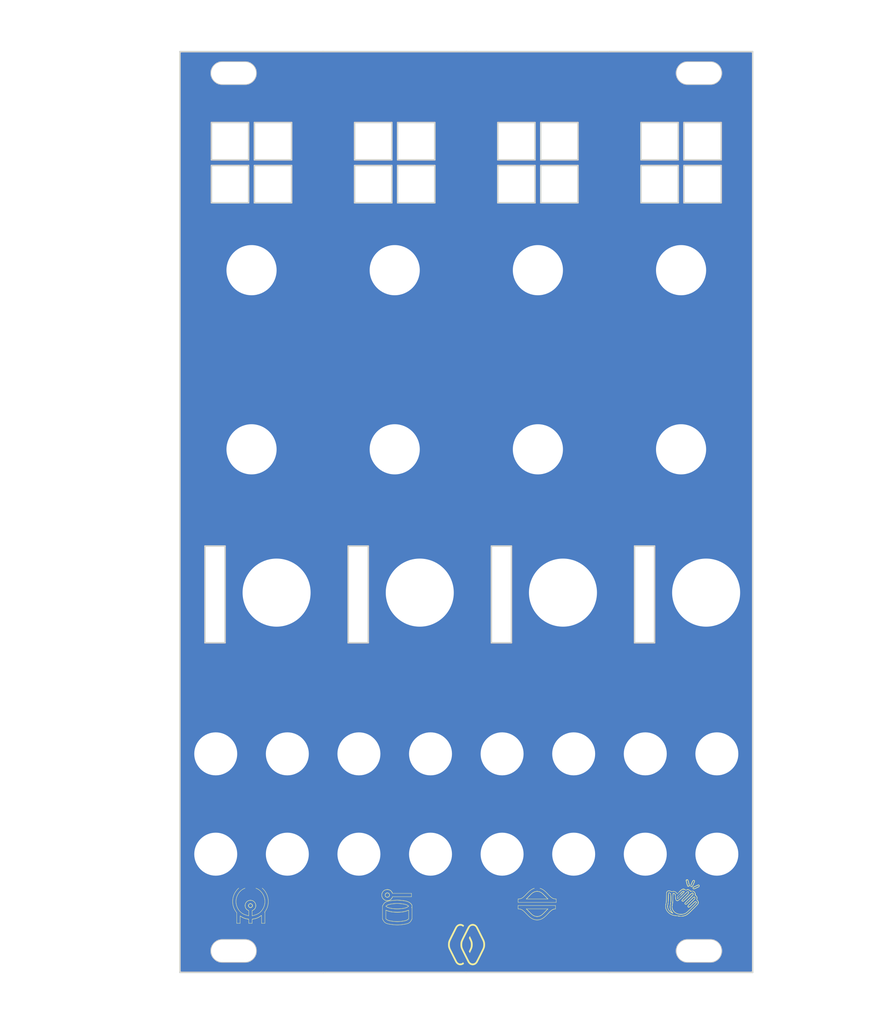
<source format=kicad_pcb>
(kicad_pcb (version 20171130) (host pcbnew "(5.1.5)-3")
  (layers (0 F.Cu signal) (31 B.Cu signal) (34 B.Paste user) (35 F.Paste user) (36 B.SilkS user) (37 F.SilkS user) (38 B.Mask user) (39 F.Mask user) (44 Edge.Cuts user))
  (net 0 "")
  (net 1 GND)
  (module NN_Footprints:nebularnoise_logo_notext (layer F.Cu) (at 90 174.75)
    (fp_text reference REF** hide)
    (fp_text value nebularnoise_logo_notext)
  )
  (module NN_Footprints:quad4 (layer F.Cu) (at 90 53.5)
    (fp_text reference G*** hide)
    (fp_text value LOGO hide)
  )
  (module MountingHole:MountingHole_6mm_Pad (layer F.Cu) (at 123.5 125.5)
    (fp_text reference H7 hide)
    (fp_text value MountingHole_Pad)
    (pad 1 thru_hole circle (at 0 0) (size 10.5 10.5) (drill 9.5) (layers *.Cu *.Mask) (net 1 GND))
  )
  (module MountingHole:MountingHole_6mm_Pad (layer F.Cu) (at 103.5 125.5)
    (fp_text reference H7 hide)
    (fp_text value MountingHole_Pad)
    (pad 1 thru_hole circle (at 0 0) (size 10.5 10.5) (drill 9.5) (layers *.Cu *.Mask) (net 1 GND))
  )
  (module MountingHole:MountingHole_6mm_Pad (layer F.Cu) (at 83.5 125.5)
    (fp_text reference H7 hide)
    (fp_text value MountingHole_Pad)
    (pad 1 thru_hole circle (at 0 0) (size 10.5 10.5) (drill 9.5) (layers *.Cu *.Mask) (net 1 GND))
  )
  (module prok_smd:thonkiconn_hole_metallized (layer F.Cu) (at 115 162)
    (fp_text reference H5 hide)
    (fp_text value MountingHole_Pad)
    (pad 1 thru_hole circle (at 0 0) (size 7 7) (drill 6) (layers *.Cu *.Mask) (net 1 GND))
  )
  (module prok_smd:thonkiconn_hole_metallized (layer F.Cu) (at 95 162)
    (fp_text reference H5 hide)
    (fp_text value MountingHole_Pad)
    (pad 1 thru_hole circle (at 0 0) (size 7 7) (drill 6) (layers *.Cu *.Mask) (net 1 GND))
  )
  (module prok_smd:thonkiconn_hole_metallized (layer F.Cu) (at 75 162)
    (fp_text reference H5 hide)
    (fp_text value MountingHole_Pad)
    (pad 1 thru_hole circle (at 0 0) (size 7 7) (drill 6) (layers *.Cu *.Mask) (net 1 GND))
  )
  (module prok_smd:Alpha_pot_hole_metallized (layer F.Cu) (at 120 105.5)
    (fp_text reference H2 hide)
    (fp_text value MountingHole_Pad)
    (pad 1 thru_hole circle (at 0 0) (size 8 8) (drill 7) (layers *.Cu *.Mask) (net 1 GND))
  )
  (module prok_smd:Alpha_pot_hole_metallized (layer F.Cu) (at 100 105.5)
    (fp_text reference H2 hide)
    (fp_text value MountingHole_Pad)
    (pad 1 thru_hole circle (at 0 0) (size 8 8) (drill 7) (layers *.Cu *.Mask) (net 1 GND))
  )
  (module prok_smd:Alpha_pot_hole_metallized (layer F.Cu) (at 80 105.5)
    (fp_text reference H2 hide)
    (fp_text value MountingHole_Pad)
    (pad 1 thru_hole circle (at 0 0) (size 8 8) (drill 7) (layers *.Cu *.Mask) (net 1 GND))
  )
  (module prok_smd:thonkiconn_hole_metallized (layer F.Cu) (at 115 148)
    (fp_text reference H4 hide)
    (fp_text value MountingHole_Pad)
    (pad 1 thru_hole circle (at 0 0) (size 7 7) (drill 6) (layers *.Cu *.Mask) (net 1 GND))
  )
  (module prok_smd:thonkiconn_hole_metallized (layer F.Cu) (at 95 148)
    (fp_text reference H4 hide)
    (fp_text value MountingHole_Pad)
    (pad 1 thru_hole circle (at 0 0) (size 7 7) (drill 6) (layers *.Cu *.Mask) (net 1 GND))
  )
  (module prok_smd:thonkiconn_hole_metallized (layer F.Cu) (at 75 148)
    (fp_text reference H4 hide)
    (fp_text value MountingHole_Pad)
    (pad 1 thru_hole circle (at 0 0) (size 7 7) (drill 6) (layers *.Cu *.Mask) (net 1 GND))
  )
  (module prok_smd:thonkiconn_hole_metallized (layer F.Cu) (at 125 162)
    (fp_text reference H3 hide)
    (fp_text value MountingHole_Pad)
    (pad 1 thru_hole circle (at 0 0) (size 7 7) (drill 6) (layers *.Cu *.Mask) (net 1 GND))
  )
  (module prok_smd:thonkiconn_hole_metallized (layer F.Cu) (at 105 162)
    (fp_text reference H3 hide)
    (fp_text value MountingHole_Pad)
    (pad 1 thru_hole circle (at 0 0) (size 7 7) (drill 6) (layers *.Cu *.Mask) (net 1 GND))
  )
  (module prok_smd:thonkiconn_hole_metallized (layer F.Cu) (at 85 162)
    (fp_text reference H3 hide)
    (fp_text value MountingHole_Pad)
    (pad 1 thru_hole circle (at 0 0) (size 7 7) (drill 6) (layers *.Cu *.Mask) (net 1 GND))
  )
  (module prok_smd:Alpha_pot_hole_metallized (layer F.Cu) (at 120 80.5)
    (fp_text reference H1 hide)
    (fp_text value MountingHole_Pad)
    (pad 1 thru_hole circle (at 0 0) (size 8 8) (drill 7) (layers *.Cu *.Mask) (net 1 GND))
  )
  (module prok_smd:Alpha_pot_hole_metallized (layer F.Cu) (at 100 80.5)
    (fp_text reference H1 hide)
    (fp_text value MountingHole_Pad)
    (pad 1 thru_hole circle (at 0 0) (size 8 8) (drill 7) (layers *.Cu *.Mask) (net 1 GND))
  )
  (module prok_smd:Alpha_pot_hole_metallized (layer F.Cu) (at 80 80.5)
    (fp_text reference H1 hide)
    (fp_text value MountingHole_Pad)
    (pad 1 thru_hole circle (at 0 0) (size 8 8) (drill 7) (layers *.Cu *.Mask) (net 1 GND))
  )
  (module prok_smd:thonkiconn_hole_metallized (layer F.Cu) (at 125 148)
    (fp_text reference H6 hide)
    (fp_text value MountingHole_Pad)
    (pad 1 thru_hole circle (at 0 0) (size 7 7) (drill 6) (layers *.Cu *.Mask) (net 1 GND))
  )
  (module prok_smd:thonkiconn_hole_metallized (layer F.Cu) (at 105 148)
    (fp_text reference H6 hide)
    (fp_text value MountingHole_Pad)
    (pad 1 thru_hole circle (at 0 0) (size 7 7) (drill 6) (layers *.Cu *.Mask) (net 1 GND))
  )
  (module prok_smd:thonkiconn_hole_metallized (layer F.Cu) (at 85 148)
    (fp_text reference H6 hide)
    (fp_text value MountingHole_Pad)
    (pad 1 thru_hole circle (at 0 0) (size 7 7) (drill 6) (layers *.Cu *.Mask) (net 1 GND))
  )
  (module MountingHole:MountingHole_6mm_Pad (layer F.Cu) (at 63.5 125.5)
    (fp_text reference H7 hide)
    (fp_text value MountingHole_Pad)
    (pad 1 thru_hole circle (at 0 0) (size 10.5 10.5) (drill 9.5) (layers *.Cu *.Mask) (net 1 GND))
  )
  (module 4ms-footprints:Rail-mount-slot (layer F.Cu) (at 122.5 53)
    (fp_text reference REF** hide)
    (fp_text value Rail-mount-slot hide)
    (fp_line (start -1.5875 -1.5875) (end 1.5875 -1.5875) (layer Edge.Cuts) (width 0.1))
    (fp_arc (start -1.5875 0) (end -1.5875 1.5875) (angle 180) (layer Edge.Cuts) (width 0.1))
    (fp_arc (start 1.5875 0) (end 1.5875 -1.5875) (angle 180) (layer Edge.Cuts) (width 0.1))
    (fp_line (start -1.5875 1.5875) (end 1.5875 1.5875) (layer Edge.Cuts) (width 0.1))
  )
  (module 4ms-footprints:Rail-mount-slot (layer F.Cu) (at 122.5 175.5)
    (fp_text reference REF** hide)
    (fp_text value Rail-mount-slot hide)
    (fp_line (start -1.5875 -1.5875) (end 1.5875 -1.5875) (layer Edge.Cuts) (width 0.1))
    (fp_arc (start -1.5875 0) (end -1.5875 1.5875) (angle 180) (layer Edge.Cuts) (width 0.1))
    (fp_arc (start 1.5875 0) (end 1.5875 -1.5875) (angle 180) (layer Edge.Cuts) (width 0.1))
    (fp_line (start -1.5875 1.5875) (end 1.5875 1.5875) (layer Edge.Cuts) (width 0.1))
  )
  (module 4ms-footprints:Rail-mount-slot (layer F.Cu) (at 57.5 53)
    (fp_text reference REF** hide)
    (fp_text value Rail-mount-slot hide)
    (fp_line (start -1.5875 1.5875) (end 1.5875 1.5875) (layer Edge.Cuts) (width 0.1))
    (fp_arc (start 1.5875 0) (end 1.5875 -1.5875) (angle 180) (layer Edge.Cuts) (width 0.1))
    (fp_arc (start -1.5875 0) (end -1.5875 1.5875) (angle 180) (layer Edge.Cuts) (width 0.1))
    (fp_line (start -1.5875 -1.5875) (end 1.5875 -1.5875) (layer Edge.Cuts) (width 0.1))
  )
  (module 4ms-footprints:Rail-mount-slot (layer F.Cu) (at 57.5 175.5)
    (fp_text reference REF** hide)
    (fp_text value Rail-mount-slot hide)
    (fp_line (start -1.5875 1.5875) (end 1.5875 1.5875) (layer Edge.Cuts) (width 0.1))
    (fp_arc (start 1.5875 0) (end 1.5875 -1.5875) (angle 180) (layer Edge.Cuts) (width 0.1))
    (fp_arc (start -1.5875 0) (end -1.5875 1.5875) (angle 180) (layer Edge.Cuts) (width 0.1))
    (fp_line (start -1.5875 -1.5875) (end 1.5875 -1.5875) (layer Edge.Cuts) (width 0.1))
  )
  (module prok_smd:Alpha_pot_hole_metallized (layer F.Cu) (at 60 80.5)
    (fp_text reference H1 hide)
    (fp_text value MountingHole_Pad)
    (pad 1 thru_hole circle (at 0 0) (size 8 8) (drill 7) (layers *.Cu *.Mask) (net 1 GND))
  )
  (module prok_smd:Alpha_pot_hole_metallized (layer F.Cu) (at 60 105.5)
    (fp_text reference H2 hide)
    (fp_text value MountingHole_Pad)
    (pad 1 thru_hole circle (at 0 0) (size 8 8) (drill 7) (layers *.Cu *.Mask) (net 1 GND))
  )
  (module prok_smd:thonkiconn_hole_metallized (layer F.Cu) (at 65 162)
    (fp_text reference H3 hide)
    (fp_text value MountingHole_Pad)
    (pad 1 thru_hole circle (at 0 0) (size 7 7) (drill 6) (layers *.Cu *.Mask) (net 1 GND))
  )
  (module prok_smd:thonkiconn_hole_metallized (layer F.Cu) (at 55 148)
    (fp_text reference H4 hide)
    (fp_text value MountingHole_Pad)
    (pad 1 thru_hole circle (at 0 0) (size 7 7) (drill 6) (layers *.Cu *.Mask) (net 1 GND))
  )
  (module prok_smd:thonkiconn_hole_metallized (layer F.Cu) (at 55 162)
    (fp_text reference H5 hide)
    (fp_text value MountingHole_Pad)
    (pad 1 thru_hole circle (at 0 0) (size 7 7) (drill 6) (layers *.Cu *.Mask) (net 1 GND))
  )
  (module prok_smd:thonkiconn_hole_metallized (layer F.Cu) (at 65 148)
    (fp_text reference H6 hide)
    (fp_text value MountingHole_Pad)
    (pad 1 thru_hole circle (at 0 0) (size 7 7) (drill 6) (layers *.Cu *.Mask) (net 1 GND))
  )
  (gr_line (start 118.576504 167.847504) (end 118.575786 167.832842) (layer F.SilkS) (width 0.05))
  (gr_line (start 118.586974 168.228929) (end 118.586918 168.214249) (layer F.SilkS) (width 0.05))
  (gr_line (start 118.581469 167.964822) (end 118.580924 167.950156) (layer F.SilkS) (width 0.05))
  (gr_line (start 118.580633 168.507992) (end 118.581394 168.493312) (layer F.SilkS) (width 0.05))
  (gr_line (start 118.580358 167.93549) (end 118.57977 167.920824) (layer F.SilkS) (width 0.05))
  (gr_line (start 118.583333 168.449251) (end 118.583873 168.434559) (layer F.SilkS) (width 0.05))
  (gr_line (start 118.586985 168.258291) (end 118.586997 168.243609) (layer F.SilkS) (width 0.05))
  (gr_line (start 118.585006 168.082174) (end 118.58465 168.067503) (layer F.SilkS) (width 0.05))
  (gr_line (start 118.578528 167.891494) (end 118.577875 167.87683) (layer F.SilkS) (width 0.05))
  (gr_line (start 118.57268 167.7742) (end 118.571819 167.759545) (layer F.SilkS) (width 0.05))
  (gr_line (start 118.586381 168.331716) (end 118.586576 168.317029) (layer F.SilkS) (width 0.05))
  (gr_line (start 118.582494 167.994157) (end 118.581993 167.979489) (layer F.SilkS) (width 0.05))
  (gr_line (start 118.586146 168.346405) (end 118.586381 168.331716) (layer F.SilkS) (width 0.05))
  (gr_line (start 118.586829 168.19957) (end 118.586707 168.184893) (layer F.SilkS) (width 0.05))
  (gr_line (start 118.586369 168.15554) (end 118.586154 168.140866) (layer F.SilkS) (width 0.05))
  (gr_line (start 118.573499 167.788859) (end 118.57268 167.7742) (layer F.SilkS) (width 0.05))
  (gr_line (start 118.586997 168.243609) (end 118.586974 168.228929) (layer F.SilkS) (width 0.05))
  (gr_line (start 118.586576 168.317029) (end 118.586734 168.302343) (layer F.SilkS) (width 0.05))
  (gr_line (start 118.582973 168.008825) (end 118.582494 167.994157) (layer F.SilkS) (width 0.05))
  (gr_line (start 118.58465 168.067503) (end 118.584268 168.052832) (layer F.SilkS) (width 0.05))
  (gr_line (start 118.577875 167.87683) (end 118.577201 167.862167) (layer F.SilkS) (width 0.05))
  (gr_line (start 118.578927 168.537336) (end 118.579812 168.522667) (layer F.SilkS) (width 0.05))
  (gr_line (start 118.582096 168.478628) (end 118.582742 168.463941) (layer F.SilkS) (width 0.05))
  (gr_line (start 118.57916 167.906159) (end 118.578528 167.891494) (layer F.SilkS) (width 0.05))
  (gr_line (start 118.584268 168.052832) (end 118.583861 168.038163) (layer F.SilkS) (width 0.05))
  (gr_line (start 118.574285 167.803519) (end 118.573499 167.788859) (layer F.SilkS) (width 0.05))
  (gr_line (start 118.575047 167.81818) (end 118.574285 167.803519) (layer F.SilkS) (width 0.05))
  (gr_line (start 118.581993 167.979489) (end 118.581469 167.964822) (layer F.SilkS) (width 0.05))
  (gr_line (start 118.581394 168.493312) (end 118.582096 168.478628) (layer F.SilkS) (width 0.05))
  (gr_line (start 118.57977 167.920824) (end 118.57916 167.906159) (layer F.SilkS) (width 0.05))
  (gr_line (start 118.580924 167.950156) (end 118.580358 167.93549) (layer F.SilkS) (width 0.05))
  (gr_line (start 118.576958 168.566656) (end 118.577976 168.551999) (layer F.SilkS) (width 0.05))
  (gr_line (start 118.586918 168.214249) (end 118.586829 168.19957) (layer F.SilkS) (width 0.05))
  (gr_line (start 118.585872 168.361095) (end 118.586146 168.346405) (layer F.SilkS) (width 0.05))
  (gr_line (start 118.585636 168.111518) (end 118.585335 168.096846) (layer F.SilkS) (width 0.05))
  (gr_line (start 118.585203 168.390479) (end 118.585558 168.375786) (layer F.SilkS) (width 0.05))
  (gr_line (start 120.615969 167.48679) (end 120.604979 167.497252) (layer F.SilkS) (width 0.05))
  (gr_line (start 118.541079 167.542143) (end 118.535187 167.528663) (layer F.SilkS) (width 0.05))
  (gr_line (start 118.549969 167.570128) (end 118.54598 167.555999) (layer F.SilkS) (width 0.05))
  (gr_line (start 118.54598 167.555999) (end 118.541079 167.542143) (layer F.SilkS) (width 0.05))
  (gr_line (start 120.716004 167.393546) (end 120.704771 167.403816) (layer F.SilkS) (width 0.05))
  (gr_line (start 118.575786 167.832842) (end 118.575047 167.81818) (layer F.SilkS) (width 0.05))
  (gr_line (start 118.586707 168.184893) (end 118.586553 168.170216) (layer F.SilkS) (width 0.05))
  (gr_line (start 118.577201 167.862167) (end 118.576504 167.847504) (layer F.SilkS) (width 0.05))
  (gr_line (start 118.585335 168.096846) (end 118.585006 168.082174) (layer F.SilkS) (width 0.05))
  (gr_line (start 120.583054 167.518227) (end 120.572116 167.528738) (layer F.SilkS) (width 0.05))
  (gr_line (start 120.894003 167.251762) (end 120.881098 167.259691) (layer F.SilkS) (width 0.05))
  (gr_line (start 118.584805 168.405172) (end 118.585203 168.390479) (layer F.SilkS) (width 0.05))
  (gr_line (start 118.585909 168.126191) (end 118.585636 168.111518) (layer F.SilkS) (width 0.05))
  (gr_line (start 120.819569 167.303806) (end 120.807708 167.313304) (layer F.SilkS) (width 0.05))
  (gr_line (start 118.584363 168.419866) (end 118.584805 168.405172) (layer F.SilkS) (width 0.05))
  (gr_line (start 118.502192 167.480231) (end 118.492275 167.469369) (layer F.SilkS) (width 0.05))
  (gr_line (start 118.528287 167.515685) (end 118.520384 167.503314) (layer F.SilkS) (width 0.05))
  (gr_line (start 118.281948 167.387312) (end 118.267634 167.39084) (layer F.SilkS) (width 0.05))
  (gr_line (start 118.492275 167.469369) (end 118.481889 167.458976) (layer F.SilkS) (width 0.05))
  (gr_line (start 120.843696 167.285416) (end 120.831561 167.294503) (layer F.SilkS) (width 0.05))
  (gr_line (start 120.920939 167.237381) (end 120.907253 167.244294) (layer F.SilkS) (width 0.05))
  (gr_line (start 118.435488 167.423108) (end 118.422836 167.415602) (layer F.SilkS) (width 0.05))
  (gr_line (start 120.980037 167.22756) (end 120.964775 167.22653) (layer F.SilkS) (width 0.05))
  (gr_line (start 120.964775 167.22653) (end 120.949744 167.227489) (layer F.SilkS) (width 0.05))
  (gr_line (start 118.570905 167.744894) (end 118.569929 167.730247) (layer F.SilkS) (width 0.05))
  (gr_line (start 120.772783 167.342732) (end 120.761317 167.352777) (layer F.SilkS) (width 0.05))
  (gr_line (start 120.749918 167.362902) (end 120.738574 167.373084) (layer F.SilkS) (width 0.05))
  (gr_line (start 118.325649 167.384063) (end 118.310948 167.383509) (layer F.SilkS) (width 0.05))
  (gr_line (start 120.907253 167.244294) (end 120.894003 167.251762) (layer F.SilkS) (width 0.05))
  (gr_line (start 118.481889 167.458976) (end 118.471013 167.449116) (layer F.SilkS) (width 0.05))
  (gr_line (start 118.586553 168.170216) (end 118.586369 168.15554) (layer F.SilkS) (width 0.05))
  (gr_line (start 118.569929 167.730247) (end 118.568883 167.715607) (layer F.SilkS) (width 0.05))
  (gr_line (start 118.586734 168.302343) (end 118.586854 168.287657) (layer F.SilkS) (width 0.05))
  (gr_line (start 118.568883 167.715607) (end 118.567756 167.700974) (layer F.SilkS) (width 0.05))
  (gr_line (start 118.567756 167.700974) (end 118.56654 167.686349) (layer F.SilkS) (width 0.05))
  (gr_line (start 118.563764 167.65713) (end 118.562142 167.642544) (layer F.SilkS) (width 0.05))
  (gr_line (start 118.56654 167.686349) (end 118.565219 167.671733) (layer F.SilkS) (width 0.05))
  (gr_line (start 120.831561 167.294503) (end 120.819569 167.303806) (layer F.SilkS) (width 0.05))
  (gr_line (start 118.577976 168.551999) (end 118.578927 168.537336) (layer F.SilkS) (width 0.05))
  (gr_line (start 118.562142 167.642544) (end 118.560317 167.627976) (layer F.SilkS) (width 0.05))
  (gr_line (start 118.586937 168.272974) (end 118.586985 168.258291) (layer F.SilkS) (width 0.05))
  (gr_line (start 120.784328 167.332789) (end 120.772783 167.342732) (layer F.SilkS) (width 0.05))
  (gr_line (start 118.310948 167.383509) (end 118.296358 167.384613) (layer F.SilkS) (width 0.05))
  (gr_line (start 118.579812 168.522667) (end 118.580633 168.507992) (layer F.SilkS) (width 0.05))
  (gr_line (start 118.583873 168.434559) (end 118.584363 168.419866) (layer F.SilkS) (width 0.05))
  (gr_line (start 118.586154 168.140866) (end 118.585909 168.126191) (layer F.SilkS) (width 0.05))
  (gr_line (start 118.583429 168.023493) (end 118.582973 168.008825) (layer F.SilkS) (width 0.05))
  (gr_line (start 118.583861 168.038163) (end 118.583429 168.023493) (layer F.SilkS) (width 0.05))
  (gr_line (start 118.571819 167.759545) (end 118.570905 167.744894) (layer F.SilkS) (width 0.05))
  (gr_line (start 118.409851 167.408691) (end 118.396542 167.402465) (layer F.SilkS) (width 0.05))
  (gr_line (start 118.560317 167.627976) (end 118.558258 167.613431) (layer F.SilkS) (width 0.05))
  (gr_line (start 118.565219 167.671733) (end 118.563764 167.65713) (layer F.SilkS) (width 0.05))
  (gr_line (start 118.586854 168.287657) (end 118.586937 168.272974) (layer F.SilkS) (width 0.05))
  (gr_line (start 118.368978 167.392426) (end 118.354763 167.388718) (layer F.SilkS) (width 0.05))
  (gr_line (start 118.585558 168.375786) (end 118.585872 168.361095) (layer F.SilkS) (width 0.05))
  (gr_line (start 118.582742 168.463941) (end 118.583333 168.449251) (layer F.SilkS) (width 0.05))
  (gr_line (start 118.520384 167.503314) (end 118.511618 167.491524) (layer F.SilkS) (width 0.05))
  (gr_line (start 118.553224 167.584456) (end 118.549969 167.570128) (layer F.SilkS) (width 0.05))
  (gr_line (start 118.535187 167.528663) (end 118.528287 167.515685) (layer F.SilkS) (width 0.05))
  (gr_line (start 118.354763 167.388718) (end 118.340301 167.385905) (layer F.SilkS) (width 0.05))
  (gr_line (start 118.382914 167.397016) (end 118.368978 167.392426) (layer F.SilkS) (width 0.05))
  (gr_line (start 118.267634 167.39084) (end 118.26702 167.390219) (layer F.SilkS) (width 0.05))
  (gr_line (start 120.738574 167.373084) (end 120.727271 167.383302) (layer F.SilkS) (width 0.05))
  (gr_line (start 120.795966 167.322972) (end 120.784328 167.332789) (layer F.SilkS) (width 0.05))
  (gr_line (start 120.761317 167.352777) (end 120.749918 167.362902) (layer F.SilkS) (width 0.05))
  (gr_line (start 120.935113 167.231422) (end 120.920939 167.237381) (layer F.SilkS) (width 0.05))
  (gr_line (start 119.912835 168.179438) (end 119.901933 168.190004) (layer F.SilkS) (width 0.05))
  (gr_line (start 120.868449 167.267985) (end 120.855988 167.276569) (layer F.SilkS) (width 0.05))
  (gr_line (start 120.301417 167.794812) (end 120.290651 167.805533) (layer F.SilkS) (width 0.05))
  (gr_line (start 120.107677 167.987769) (end 120.096899 167.998468) (layer F.SilkS) (width 0.05))
  (gr_line (start 120.269125 167.826979) (end 120.258364 167.837704) (layer F.SilkS) (width 0.05))
  (gr_line (start 120.290651 167.805533) (end 120.279887 167.816255) (layer F.SilkS) (width 0.05))
  (gr_line (start 120.506751 167.592089) (end 120.495889 167.602688) (layer F.SilkS) (width 0.05))
  (gr_line (start 120.430872 167.666484) (end 120.420058 167.677146) (layer F.SilkS) (width 0.05))
  (gr_line (start 120.682403 167.424428) (end 120.671265 167.434769) (layer F.SilkS) (width 0.05))
  (gr_line (start 120.855988 167.276569) (end 120.843696 167.285416) (layer F.SilkS) (width 0.05))
  (gr_line (start 118.396542 167.402465) (end 118.382914 167.397016) (layer F.SilkS) (width 0.05))
  (gr_line (start 118.447771 167.431185) (end 118.435488 167.423108) (layer F.SilkS) (width 0.05))
  (gr_line (start 120.420058 167.677146) (end 120.409251 167.687816) (layer F.SilkS) (width 0.05))
  (gr_line (start 120.671265 167.434769) (end 120.660155 167.445132) (layer F.SilkS) (width 0.05))
  (gr_line (start 120.626981 167.476346) (end 120.615969 167.48679) (layer F.SilkS) (width 0.05))
  (gr_line (start 120.807708 167.313304) (end 120.795966 167.322972) (layer F.SilkS) (width 0.05))
  (gr_line (start 120.398448 167.698492) (end 120.387651 167.709174) (layer F.SilkS) (width 0.05))
  (gr_line (start 120.495889 167.602688) (end 120.485035 167.613298) (layer F.SilkS) (width 0.05))
  (gr_line (start 120.236845 167.859156) (end 120.226086 167.869883) (layer F.SilkS) (width 0.05))
  (gr_line (start 120.485035 167.613298) (end 120.474189 167.623917) (layer F.SilkS) (width 0.05))
  (gr_line (start 119.891016 168.200554) (end 119.880082 168.211089) (layer F.SilkS) (width 0.05))
  (gr_line (start 120.139994 167.955648) (end 120.129224 167.966358) (layer F.SilkS) (width 0.05))
  (gr_line (start 118.296358 167.384613) (end 118.281948 167.387312) (layer F.SilkS) (width 0.05))
  (gr_line (start 118.422836 167.415602) (end 118.409851 167.408691) (layer F.SilkS) (width 0.05))
  (gr_line (start 120.881098 167.259691) (end 120.868449 167.267985) (layer F.SilkS) (width 0.05))
  (gr_line (start 118.555927 167.598913) (end 118.553224 167.584456) (layer F.SilkS) (width 0.05))
  (gr_line (start 120.376858 167.719863) (end 120.36607 167.730557) (layer F.SilkS) (width 0.05))
  (gr_line (start 120.333729 167.762668) (end 120.322955 167.773379) (layer F.SilkS) (width 0.05))
  (gr_line (start 120.704771 167.403816) (end 120.693572 167.41411) (layer F.SilkS) (width 0.05))
  (gr_line (start 120.344506 167.75196) (end 120.333729 167.762668) (layer F.SilkS) (width 0.05))
  (gr_line (start 120.053745 168.04122) (end 120.042945 168.051895) (layer F.SilkS) (width 0.05))
  (gr_line (start 118.511618 167.491524) (end 118.502192 167.480231) (layer F.SilkS) (width 0.05))
  (gr_line (start 118.340301 167.385905) (end 118.325649 167.384063) (layer F.SilkS) (width 0.05))
  (gr_line (start 118.471013 167.449116) (end 118.459631 167.439848) (layer F.SilkS) (width 0.05))
  (gr_line (start 120.172288 167.9235) (end 120.161525 167.934218) (layer F.SilkS) (width 0.05))
  (gr_line (start 120.075331 168.019854) (end 120.06454 168.03054) (layer F.SilkS) (width 0.05))
  (gr_line (start 120.161525 167.934218) (end 120.15076 167.944934) (layer F.SilkS) (width 0.05))
  (gr_line (start 119.923725 168.168859) (end 119.912835 168.179438) (layer F.SilkS) (width 0.05))
  (gr_line (start 120.539387 167.560357) (end 120.528499 167.570923) (layer F.SilkS) (width 0.05))
  (gr_line (start 120.312185 167.784094) (end 120.301417 167.794812) (layer F.SilkS) (width 0.05))
  (gr_line (start 120.452517 167.645184) (end 120.441691 167.65583) (layer F.SilkS) (width 0.05))
  (gr_line (start 120.693572 167.41411) (end 120.682403 167.424428) (layer F.SilkS) (width 0.05))
  (gr_line (start 120.660155 167.445132) (end 120.649072 167.455516) (layer F.SilkS) (width 0.05))
  (gr_line (start 120.727271 167.383302) (end 120.716004 167.393546) (layer F.SilkS) (width 0.05))
  (gr_line (start 120.06454 168.03054) (end 120.053745 168.04122) (layer F.SilkS) (width 0.05))
  (gr_line (start 120.193809 167.902057) (end 120.183049 167.912779) (layer F.SilkS) (width 0.05))
  (gr_line (start 119.94547 168.147667) (end 119.934603 168.158269) (layer F.SilkS) (width 0.05))
  (gr_line (start 118.459631 167.439848) (end 118.447771 167.431185) (layer F.SilkS) (width 0.05))
  (gr_line (start 120.03214 168.062564) (end 120.021329 168.073227) (layer F.SilkS) (width 0.05))
  (gr_line (start 118.558258 167.613431) (end 118.555927 167.598913) (layer F.SilkS) (width 0.05))
  (gr_line (start 120.561194 167.539264) (end 120.550284 167.549804) (layer F.SilkS) (width 0.05))
  (gr_line (start 120.949744 167.227489) (end 120.935113 167.231422) (layer F.SilkS) (width 0.05))
  (gr_line (start 120.649072 167.455516) (end 120.638015 167.465922) (layer F.SilkS) (width 0.05))
  (gr_line (start 120.594007 167.507731) (end 120.583054 167.518227) (layer F.SilkS) (width 0.05))
  (gr_line (start 120.638015 167.465922) (end 120.626981 167.476346) (layer F.SilkS) (width 0.05))
  (gr_line (start 120.604979 167.497252) (end 120.594007 167.507731) (layer F.SilkS) (width 0.05))
  (gr_line (start 120.204569 167.891333) (end 120.193809 167.902057) (layer F.SilkS) (width 0.05))
  (gr_line (start 119.901933 168.190004) (end 119.891016 168.200554) (layer F.SilkS) (width 0.05))
  (gr_line (start 120.463349 167.634546) (end 120.452517 167.645184) (layer F.SilkS) (width 0.05))
  (gr_line (start 120.183049 167.912779) (end 120.172288 167.9235) (layer F.SilkS) (width 0.05))
  (gr_line (start 120.226086 167.869883) (end 120.215328 167.880608) (layer F.SilkS) (width 0.05))
  (gr_line (start 120.36607 167.730557) (end 120.355286 167.741256) (layer F.SilkS) (width 0.05))
  (gr_line (start 119.999689 168.094533) (end 119.98886 168.105175) (layer F.SilkS) (width 0.05))
  (gr_line (start 119.96718 168.126438) (end 119.956329 168.137057) (layer F.SilkS) (width 0.05))
  (gr_line (start 119.98886 168.105175) (end 119.978024 168.11581) (layer F.SilkS) (width 0.05))
  (gr_line (start 119.407091 168.486622) (end 119.393179 168.480538) (layer F.SilkS) (width 0.05))
  (gr_line (start 120.086117 168.009163) (end 120.075331 168.019854) (layer F.SilkS) (width 0.05))
  (gr_line (start 120.387651 167.709174) (end 120.376858 167.719863) (layer F.SilkS) (width 0.05))
  (gr_line (start 119.735839 168.345991) (end 119.724513 168.356137) (layer F.SilkS) (width 0.05))
  (gr_line (start 119.291953 168.392056) (end 119.285116 168.378465) (layer F.SilkS) (width 0.05))
  (gr_line (start 119.758353 168.325549) (end 119.747116 168.33579) (layer F.SilkS) (width 0.05))
  (gr_line (start 120.215328 167.880608) (end 120.204569 167.891333) (layer F.SilkS) (width 0.05))
  (gr_line (start 120.517621 167.5815) (end 120.506751 167.592089) (layer F.SilkS) (width 0.05))
  (gr_line (start 119.934603 168.158269) (end 119.923725 168.168859) (layer F.SilkS) (width 0.05))
  (gr_line (start 119.690122 168.386089) (end 119.678484 168.39586) (layer F.SilkS) (width 0.05))
  (gr_line (start 119.593433 168.459596) (end 119.580553 168.467656) (layer F.SilkS) (width 0.05))
  (gr_line (start 119.239574 168.171418) (end 119.237876 168.156325) (layer F.SilkS) (width 0.05))
  (gr_line (start 119.247502 168.231652) (end 119.245323 168.216619) (layer F.SilkS) (width 0.05))
  (gr_line (start 119.713125 168.366213) (end 119.701665 168.376202) (layer F.SilkS) (width 0.05))
  (gr_line (start 120.474189 167.623917) (end 120.463349 167.634546) (layer F.SilkS) (width 0.05))
  (gr_line (start 119.353212 168.458519) (end 119.340758 168.449766) (layer F.SilkS) (width 0.05))
  (gr_line (start 120.550284 167.549804) (end 120.539387 167.560357) (layer F.SilkS) (width 0.05))
  (gr_line (start 119.847173 168.242586) (end 119.836161 168.253044) (layer F.SilkS) (width 0.05))
  (gr_line (start 119.858163 168.232106) (end 119.847173 168.242586) (layer F.SilkS) (width 0.05))
  (gr_line (start 120.096899 167.998468) (end 120.086117 168.009163) (layer F.SilkS) (width 0.05))
  (gr_line (start 119.869132 168.221607) (end 119.858163 168.232106) (layer F.SilkS) (width 0.05))
  (gr_line (start 119.618502 168.442413) (end 119.606067 168.45115) (layer F.SilkS) (width 0.05))
  (gr_line (start 120.409251 167.687816) (end 120.398448 167.698492) (layer F.SilkS) (width 0.05))
  (gr_line (start 120.258364 167.837704) (end 120.247604 167.84843) (layer F.SilkS) (width 0.05))
  (gr_line (start 120.118452 167.977065) (end 120.107677 167.987769) (layer F.SilkS) (width 0.05))
  (gr_line (start 119.567382 168.475235) (end 119.553875 168.482227) (layer F.SilkS) (width 0.05))
  (gr_line (start 119.880082 168.211089) (end 119.869132 168.221607) (layer F.SilkS) (width 0.05))
  (gr_line (start 119.956329 168.137057) (end 119.94547 168.147667) (layer F.SilkS) (width 0.05))
  (gr_line (start 119.318297 168.429343) (end 119.308525 168.417649) (layer F.SilkS) (width 0.05))
  (gr_line (start 119.678484 168.39586) (end 119.666742 168.405498) (layer F.SilkS) (width 0.05))
  (gr_line (start 120.322955 167.773379) (end 120.312185 167.784094) (layer F.SilkS) (width 0.05))
  (gr_line (start 119.435836 168.49647) (end 119.421306 168.492002) (layer F.SilkS) (width 0.05))
  (gr_line (start 119.46579 168.501729) (end 119.450687 168.499786) (layer F.SilkS) (width 0.05))
  (gr_line (start 120.528499 167.570923) (end 120.517621 167.5815) (layer F.SilkS) (width 0.05))
  (gr_line (start 120.441691 167.65583) (end 120.430872 167.666484) (layer F.SilkS) (width 0.05))
  (gr_line (start 120.010512 168.083884) (end 119.999689 168.094533) (layer F.SilkS) (width 0.05))
  (gr_line (start 119.340758 168.449766) (end 119.329058 168.44008) (layer F.SilkS) (width 0.05))
  (gr_line (start 119.450687 168.499786) (end 119.435836 168.49647) (layer F.SilkS) (width 0.05))
  (gr_line (start 120.279887 167.816255) (end 120.269125 167.826979) (layer F.SilkS) (width 0.05))
  (gr_line (start 119.666742 168.405498) (end 119.654884 168.414987) (layer F.SilkS) (width 0.05))
  (gr_line (start 119.978024 168.11581) (end 119.96718 168.126438) (layer F.SilkS) (width 0.05))
  (gr_line (start 120.247604 167.84843) (end 120.236845 167.859156) (layer F.SilkS) (width 0.05))
  (gr_line (start 119.496146 168.500801) (end 119.480994 168.502108) (layer F.SilkS) (width 0.05))
  (gr_line (start 119.279124 168.364484) (end 119.273863 168.350199) (layer F.SilkS) (width 0.05))
  (gr_line (start 119.630775 168.433461) (end 119.618502 168.442413) (layer F.SilkS) (width 0.05))
  (gr_line (start 119.255058 168.276603) (end 119.252337 168.261653) (layer F.SilkS) (width 0.05))
  (gr_line (start 119.241373 168.1865) (end 119.239574 168.171418) (layer F.SilkS) (width 0.05))
  (gr_line (start 119.393179 168.480538) (end 119.379557 168.473815) (layer F.SilkS) (width 0.05))
  (gr_line (start 119.265075 168.321064) (end 119.261372 168.306325) (layer F.SilkS) (width 0.05))
  (gr_line (start 119.814068 168.273891) (end 119.802983 168.284278) (layer F.SilkS) (width 0.05))
  (gr_line (start 119.701665 168.376202) (end 119.690122 168.386089) (layer F.SilkS) (width 0.05))
  (gr_line (start 119.724513 168.356137) (end 119.713125 168.366213) (layer F.SilkS) (width 0.05))
  (gr_line (start 120.15076 167.944934) (end 120.139994 167.955648) (layer F.SilkS) (width 0.05))
  (gr_line (start 119.802983 168.284278) (end 119.79187 168.294639) (layer F.SilkS) (width 0.05))
  (gr_line (start 120.042945 168.051895) (end 120.03214 168.062564) (layer F.SilkS) (width 0.05))
  (gr_line (start 120.021329 168.073227) (end 120.010512 168.083884) (layer F.SilkS) (width 0.05))
  (gr_line (start 119.285116 168.378465) (end 119.279124 168.364484) (layer F.SilkS) (width 0.05))
  (gr_line (start 119.525754 168.493775) (end 119.51111 168.497953) (layer F.SilkS) (width 0.05))
  (gr_line (start 120.355286 167.741256) (end 120.344506 167.75196) (layer F.SilkS) (width 0.05))
  (gr_line (start 120.572116 167.528738) (end 120.561194 167.539264) (layer F.SilkS) (width 0.05))
  (gr_line (start 120.129224 167.966358) (end 120.118452 167.977065) (layer F.SilkS) (width 0.05))
  (gr_line (start 119.269216 168.335699) (end 119.265075 168.321064) (layer F.SilkS) (width 0.05))
  (gr_line (start 119.243285 168.201567) (end 119.241373 168.1865) (layer F.SilkS) (width 0.05))
  (gr_line (start 119.553875 168.482227) (end 119.540005 168.48847) (layer F.SilkS) (width 0.05))
  (gr_line (start 119.769556 168.315275) (end 119.758353 168.325549) (layer F.SilkS) (width 0.05))
  (gr_line (start 119.825127 168.26348) (end 119.814068 168.273891) (layer F.SilkS) (width 0.05))
  (gr_line (start 119.261372 168.306325) (end 119.258051 168.291499) (layer F.SilkS) (width 0.05))
  (gr_line (start 119.252337 168.261653) (end 119.249834 168.246665) (layer F.SilkS) (width 0.05))
  (gr_line (start 119.780728 168.304972) (end 119.769556 168.315275) (layer F.SilkS) (width 0.05))
  (gr_line (start 119.642898 168.424314) (end 119.630775 168.433461) (layer F.SilkS) (width 0.05))
  (gr_line (start 119.51111 168.497953) (end 119.496146 168.500801) (layer F.SilkS) (width 0.05))
  (gr_line (start 119.308525 168.417649) (end 119.299743 168.405164) (layer F.SilkS) (width 0.05))
  (gr_line (start 119.480994 168.502108) (end 119.46579 168.501729) (layer F.SilkS) (width 0.05))
  (gr_line (start 119.79187 168.294639) (end 119.780728 168.304972) (layer F.SilkS) (width 0.05))
  (gr_line (start 119.366211 168.466488) (end 119.353212 168.458519) (layer F.SilkS) (width 0.05))
  (gr_line (start 119.654884 168.414987) (end 119.642898 168.424314) (layer F.SilkS) (width 0.05))
  (gr_line (start 119.606067 168.45115) (end 119.593433 168.459596) (layer F.SilkS) (width 0.05))
  (gr_line (start 119.421306 168.492002) (end 119.407091 168.486622) (layer F.SilkS) (width 0.05))
  (gr_line (start 119.329058 168.44008) (end 119.318297 168.429343) (layer F.SilkS) (width 0.05))
  (gr_line (start 119.299743 168.405164) (end 119.291953 168.392056) (layer F.SilkS) (width 0.05))
  (gr_line (start 119.379557 168.473815) (end 119.366211 168.466488) (layer F.SilkS) (width 0.05))
  (gr_line (start 119.836161 168.253044) (end 119.825127 168.26348) (layer F.SilkS) (width 0.05))
  (gr_line (start 119.258051 168.291499) (end 119.255058 168.276603) (layer F.SilkS) (width 0.05))
  (gr_line (start 119.273863 168.350199) (end 119.269216 168.335699) (layer F.SilkS) (width 0.05))
  (gr_line (start 119.245323 168.216619) (end 119.243285 168.201567) (layer F.SilkS) (width 0.05))
  (gr_line (start 119.580553 168.467656) (end 119.567382 168.475235) (layer F.SilkS) (width 0.05))
  (gr_line (start 119.249834 168.246665) (end 119.247502 168.231652) (layer F.SilkS) (width 0.05))
  (gr_line (start 119.540005 168.48847) (end 119.525754 168.493775) (layer F.SilkS) (width 0.05))
  (gr_line (start 119.747116 168.33579) (end 119.735839 168.345991) (layer F.SilkS) (width 0.05))
  (gr_line (start 118.234356 167.828712) (end 118.233954 167.843385) (layer F.SilkS) (width 0.05))
  (gr_line (start 118.250703 167.491546) (end 118.249378 167.506164) (layer F.SilkS) (width 0.05))
  (gr_line (start 118.24275 167.608701) (end 118.242 167.62336) (layer F.SilkS) (width 0.05))
  (gr_line (start 118.253964 167.462374) (end 118.25223 167.47695) (layer F.SilkS) (width 0.05))
  (gr_line (start 118.247162 167.535439) (end 118.24618 167.550086) (layer F.SilkS) (width 0.05))
  (gr_line (start 118.260743 167.418866) (end 118.258083 167.433299) (layer F.SilkS) (width 0.05))
  (gr_line (start 118.240607 167.652684) (end 118.239959 167.667347) (layer F.SilkS) (width 0.05))
  (gr_line (start 118.236598 167.755353) (end 118.236115 167.770023) (layer F.SilkS) (width 0.05))
  (gr_line (start 118.237101 167.740683) (end 118.236598 167.755353) (layer F.SilkS) (width 0.05))
  (gr_line (start 118.25223 167.47695) (end 118.250703 167.491546) (layer F.SilkS) (width 0.05))
  (gr_line (start 118.237625 167.726014) (end 118.237101 167.740683) (layer F.SilkS) (width 0.05))
  (gr_line (start 118.238742 167.696678) (end 118.238172 167.711346) (layer F.SilkS) (width 0.05))
  (gr_line (start 118.242 167.62336) (end 118.241287 167.638021) (layer F.SilkS) (width 0.05))
  (gr_line (start 118.234772 167.814039) (end 118.234356 167.828712) (layer F.SilkS) (width 0.05))
  (gr_line (start 118.248213 167.520796) (end 118.247162 167.535439) (layer F.SilkS) (width 0.05))
  (gr_line (start 118.239959 167.667347) (end 118.239337 167.682012) (layer F.SilkS) (width 0.05))
  (gr_line (start 118.213905 168.547683) (end 118.213127 168.562352) (layer F.SilkS) (width 0.05))
  (gr_line (start 118.245252 167.564736) (end 118.244372 167.579389) (layer F.SilkS) (width 0.05))
  (gr_line (start 118.258083 167.433299) (end 118.255898 167.44782) (layer F.SilkS) (width 0.05))
  (gr_line (start 118.233954 167.843385) (end 118.233564 167.858058) (layer F.SilkS) (width 0.05))
  (gr_line (start 118.209561 168.620992) (end 118.208535 168.63564) (layer F.SilkS) (width 0.05))
  (gr_line (start 118.218507 168.444977) (end 118.217919 168.459649) (layer F.SilkS) (width 0.05))
  (gr_line (start 118.207446 168.650282) (end 118.206291 168.664918) (layer F.SilkS) (width 0.05))
  (gr_line (start 118.22255 168.327602) (end 118.222101 168.342274) (layer F.SilkS) (width 0.05))
  (gr_line (start 118.249378 167.506164) (end 118.248213 167.520796) (layer F.SilkS) (width 0.05))
  (gr_line (start 118.212308 168.577017) (end 118.211444 168.59168) (layer F.SilkS) (width 0.05))
  (gr_line (start 118.220665 168.386289) (end 118.220152 168.400961) (layer F.SilkS) (width 0.05))
  (gr_line (start 118.238172 167.711346) (end 118.237625 167.726014) (layer F.SilkS) (width 0.05))
  (gr_line (start 118.235203 167.799366) (end 118.234772 167.814039) (layer F.SilkS) (width 0.05))
  (gr_line (start 118.205066 168.679547) (end 118.203766 168.694168) (layer F.SilkS) (width 0.05))
  (gr_line (start 118.232113 167.916756) (end 118.231773 167.93143) (layer F.SilkS) (width 0.05))
  (gr_line (start 118.221638 168.356945) (end 118.22116 168.371617) (layer F.SilkS) (width 0.05))
  (gr_line (start 118.210529 168.606338) (end 118.209561 168.620992) (layer F.SilkS) (width 0.05))
  (gr_line (start 118.213127 168.562352) (end 118.212308 168.577017) (layer F.SilkS) (width 0.05))
  (gr_line (start 118.232819 167.887407) (end 118.232461 167.902081) (layer F.SilkS) (width 0.05))
  (gr_line (start 118.26702 167.390219) (end 118.263518 167.40445) (layer F.SilkS) (width 0.05))
  (gr_line (start 118.220152 168.400961) (end 118.219623 168.415633) (layer F.SilkS) (width 0.05))
  (gr_line (start 118.229544 168.034153) (end 118.229236 168.048828) (layer F.SilkS) (width 0.05))
  (gr_line (start 118.219623 168.415633) (end 118.219074 168.430305) (layer F.SilkS) (width 0.05))
  (gr_line (start 118.214644 168.533013) (end 118.213905 168.547683) (layer F.SilkS) (width 0.05))
  (gr_line (start 118.222984 168.31293) (end 118.22255 168.327602) (layer F.SilkS) (width 0.05))
  (gr_line (start 118.229852 168.019479) (end 118.229544 168.034153) (layer F.SilkS) (width 0.05))
  (gr_line (start 118.211444 168.59168) (end 118.210529 168.606338) (layer F.SilkS) (width 0.05))
  (gr_line (start 118.263518 167.40445) (end 118.260743 167.418866) (layer F.SilkS) (width 0.05))
  (gr_line (start 118.255898 167.44782) (end 118.253964 167.462374) (layer F.SilkS) (width 0.05))
  (gr_line (start 118.24354 167.594044) (end 118.24275 167.608701) (layer F.SilkS) (width 0.05))
  (gr_line (start 118.239337 167.682012) (end 118.238742 167.696678) (layer F.SilkS) (width 0.05))
  (gr_line (start 118.228311 168.092849) (end 118.227999 168.107522) (layer F.SilkS) (width 0.05))
  (gr_line (start 118.241287 167.638021) (end 118.240607 167.652684) (layer F.SilkS) (width 0.05))
  (gr_line (start 118.230162 168.004804) (end 118.229852 168.019479) (layer F.SilkS) (width 0.05))
  (gr_line (start 118.223405 168.298259) (end 118.222984 168.31293) (layer F.SilkS) (width 0.05))
  (gr_line (start 118.225335 168.224901) (end 118.22497 168.239572) (layer F.SilkS) (width 0.05))
  (gr_line (start 118.23565 167.784694) (end 118.235203 167.799366) (layer F.SilkS) (width 0.05))
  (gr_line (start 118.216028 168.503668) (end 118.215351 168.518341) (layer F.SilkS) (width 0.05))
  (gr_line (start 118.215351 168.518341) (end 118.214644 168.533013) (layer F.SilkS) (width 0.05))
  (gr_line (start 118.244372 167.579389) (end 118.24354 167.594044) (layer F.SilkS) (width 0.05))
  (gr_line (start 118.22116 168.371617) (end 118.220665 168.386289) (layer F.SilkS) (width 0.05))
  (gr_line (start 118.226381 168.180885) (end 118.22604 168.195557) (layer F.SilkS) (width 0.05))
  (gr_line (start 118.202387 168.70878) (end 118.200925 168.723383) (layer F.SilkS) (width 0.05))
  (gr_line (start 118.24618 167.550086) (end 118.245252 167.564736) (layer F.SilkS) (width 0.05))
  (gr_line (start 118.236115 167.770023) (end 118.23565 167.784694) (layer F.SilkS) (width 0.05))
  (gr_line (start 118.216681 168.488995) (end 118.216028 168.503668) (layer F.SilkS) (width 0.05))
  (gr_line (start 118.22604 168.195557) (end 118.225692 168.210229) (layer F.SilkS) (width 0.05))
  (gr_line (start 118.22497 168.239572) (end 118.224595 168.254244) (layer F.SilkS) (width 0.05))
  (gr_line (start 118.233186 167.872732) (end 118.232819 167.887407) (layer F.SilkS) (width 0.05))
  (gr_line (start 118.228929 168.063502) (end 118.228621 168.078175) (layer F.SilkS) (width 0.05))
  (gr_line (start 118.203766 168.694168) (end 118.202387 168.70878) (layer F.SilkS) (width 0.05))
  (gr_line (start 118.222101 168.342274) (end 118.221638 168.356945) (layer F.SilkS) (width 0.05))
  (gr_line (start 118.232461 167.902081) (end 118.232113 167.916756) (layer F.SilkS) (width 0.05))
  (gr_line (start 118.159534 168.98426) (end 118.156571 168.998638) (layer F.SilkS) (width 0.05))
  (gr_line (start 118.194168 168.781692) (end 118.192233 168.79624) (layer F.SilkS) (width 0.05))
  (gr_line (start 118.147327 169.519931) (end 118.151376 169.534057) (layer F.SilkS) (width 0.05))
  (gr_line (start 118.22421 168.268916) (end 118.223813 168.283587) (layer F.SilkS) (width 0.05))
  (gr_line (start 118.196996 169.658075) (end 118.203125 169.671441) (layer F.SilkS) (width 0.05))
  (gr_line (start 118.231773 167.93143) (end 118.23144 167.946105) (layer F.SilkS) (width 0.05))
  (gr_line (start 118.136321 169.477223) (end 118.139802 169.491511) (layer F.SilkS) (width 0.05))
  (gr_line (start 118.224595 168.254244) (end 118.22421 168.268916) (layer F.SilkS) (width 0.05))
  (gr_line (start 118.110737 169.30297) (end 118.111242 169.31762) (layer F.SilkS) (width 0.05))
  (gr_line (start 118.191081 169.644614) (end 118.196996 169.658075) (layer F.SilkS) (width 0.05))
  (gr_line (start 118.209469 169.684709) (end 118.216027 169.697873) (layer F.SilkS) (width 0.05))
  (gr_line (start 118.113446 169.346877) (end 118.11507 169.361478) (layer F.SilkS) (width 0.05))
  (gr_line (start 118.147473 169.041715) (end 118.144423 169.056068) (layer F.SilkS) (width 0.05))
  (gr_line (start 118.11507 169.361478) (end 118.116993 169.376057) (layer F.SilkS) (width 0.05))
  (gr_line (start 118.144423 169.056068) (end 118.141392 169.070424) (layer F.SilkS) (width 0.05))
  (gr_line (start 118.117718 169.200461) (end 118.115822 169.21506) (layer F.SilkS) (width 0.05))
  (gr_line (start 118.162449 168.96987) (end 118.159534 168.98426) (layer F.SilkS) (width 0.05))
  (gr_line (start 118.173542 168.912188) (end 118.170861 168.926626) (layer F.SilkS) (width 0.05))
  (gr_line (start 118.18355 168.854311) (end 118.181163 168.868799) (layer F.SilkS) (width 0.05))
  (gr_line (start 118.203125 169.671441) (end 118.209469 169.684709) (layer F.SilkS) (width 0.05))
  (gr_line (start 118.169562 169.589924) (end 118.174622 169.603715) (layer F.SilkS) (width 0.05))
  (gr_line (start 118.110666 169.28831) (end 118.110737 169.30297) (layer F.SilkS) (width 0.05))
  (gr_line (start 118.227366 168.136868) (end 118.227043 168.15154) (layer F.SilkS) (width 0.05))
  (gr_line (start 118.13258 169.113555) (end 118.129792 169.127966) (layer F.SilkS) (width 0.05))
  (gr_line (start 118.112794 169.244327) (end 118.111728 169.258982) (layer F.SilkS) (width 0.05))
  (gr_line (start 118.165311 168.955467) (end 118.162449 168.96987) (layer F.SilkS) (width 0.05))
  (gr_line (start 118.150525 169.027362) (end 118.147473 169.041715) (layer F.SilkS) (width 0.05))
  (gr_line (start 118.181163 168.868799) (end 118.178697 168.883274) (layer F.SilkS) (width 0.05))
  (gr_line (start 118.219074 168.430305) (end 118.218507 168.444977) (layer F.SilkS) (width 0.05))
  (gr_line (start 118.229236 168.048828) (end 118.228929 168.063502) (layer F.SilkS) (width 0.05))
  (gr_line (start 118.122104 169.171361) (end 118.119823 169.185893) (layer F.SilkS) (width 0.05))
  (gr_line (start 118.200925 168.723383) (end 118.199377 168.737977) (layer F.SilkS) (width 0.05))
  (gr_line (start 118.217919 168.459649) (end 118.21731 168.474322) (layer F.SilkS) (width 0.05))
  (gr_line (start 118.168116 168.941053) (end 118.165311 168.955467) (layer F.SilkS) (width 0.05))
  (gr_line (start 118.227043 168.15154) (end 118.226715 168.166213) (layer F.SilkS) (width 0.05))
  (gr_line (start 118.114169 169.229684) (end 118.112794 169.244327) (layer F.SilkS) (width 0.05))
  (gr_line (start 118.196002 168.767132) (end 118.194168 168.781692) (layer F.SilkS) (width 0.05))
  (gr_line (start 118.231113 167.96078) (end 118.230792 167.975455) (layer F.SilkS) (width 0.05))
  (gr_line (start 118.156571 168.998638) (end 118.153563 169.013004) (layer F.SilkS) (width 0.05))
  (gr_line (start 118.111008 169.273645) (end 118.110666 169.28831) (layer F.SilkS) (width 0.05))
  (gr_line (start 118.116993 169.376057) (end 118.119179 169.39061) (layer F.SilkS) (width 0.05))
  (gr_line (start 118.227999 168.107522) (end 118.227685 168.122195) (layer F.SilkS) (width 0.05))
  (gr_line (start 118.21731 168.474322) (end 118.216681 168.488995) (layer F.SilkS) (width 0.05))
  (gr_line (start 118.199377 168.737977) (end 118.197737 168.75256) (layer F.SilkS) (width 0.05))
  (gr_line (start 118.208535 168.63564) (end 118.207446 168.650282) (layer F.SilkS) (width 0.05))
  (gr_line (start 118.228621 168.078175) (end 118.228311 168.092849) (layer F.SilkS) (width 0.05))
  (gr_line (start 118.230792 167.975455) (end 118.230475 167.99013) (layer F.SilkS) (width 0.05))
  (gr_line (start 118.23144 167.946105) (end 118.231113 167.96078) (layer F.SilkS) (width 0.05))
  (gr_line (start 118.223813 168.283587) (end 118.223405 168.298259) (layer F.SilkS) (width 0.05))
  (gr_line (start 118.119823 169.185893) (end 118.117718 169.200461) (layer F.SilkS) (width 0.05))
  (gr_line (start 118.197737 168.75256) (end 118.196002 168.767132) (layer F.SilkS) (width 0.05))
  (gr_line (start 118.139802 169.491511) (end 118.14347 169.505748) (layer F.SilkS) (width 0.05))
  (gr_line (start 118.233564 167.858058) (end 118.233186 167.872732) (layer F.SilkS) (width 0.05))
  (gr_line (start 118.230475 167.99013) (end 118.230162 168.004804) (layer F.SilkS) (width 0.05))
  (gr_line (start 118.170861 168.926626) (end 118.168116 168.941053) (layer F.SilkS) (width 0.05))
  (gr_line (start 118.226715 168.166213) (end 118.226381 168.180885) (layer F.SilkS) (width 0.05))
  (gr_line (start 118.225692 168.210229) (end 118.225335 168.224901) (layer F.SilkS) (width 0.05))
  (gr_line (start 118.206291 168.664918) (end 118.205066 168.679547) (layer F.SilkS) (width 0.05))
  (gr_line (start 118.188072 168.8253) (end 118.185855 168.839812) (layer F.SilkS) (width 0.05))
  (gr_line (start 118.127105 169.142402) (end 118.124537 169.156865) (layer F.SilkS) (width 0.05))
  (gr_line (start 118.112158 169.332257) (end 118.113446 169.346877) (layer F.SilkS) (width 0.05))
  (gr_line (start 118.227685 168.122195) (end 118.227366 168.136868) (layer F.SilkS) (width 0.05))
  (gr_line (start 118.111242 169.31762) (end 118.112158 169.332257) (layer F.SilkS) (width 0.05))
  (gr_line (start 118.5869 170.086624) (end 118.599051 170.094866) (layer F.SilkS) (width 0.05))
  (gr_line (start 118.252022 169.761982) (end 118.259862 169.774429) (layer F.SilkS) (width 0.05))
  (gr_line (start 118.852732 170.235009) (end 118.845719 170.224564) (layer F.SilkS) (width 0.05))
  (gr_line (start 118.126959 169.434087) (end 118.129902 169.448508) (layer F.SilkS) (width 0.05))
  (gr_line (start 118.27618 169.798911) (end 118.284655 169.810938) (layer F.SilkS) (width 0.05))
  (gr_line (start 118.813595 170.222336) (end 118.826651 170.227341) (layer F.SilkS) (width 0.05))
  (gr_line (start 118.192233 168.79624) (end 118.1902 168.810776) (layer F.SilkS) (width 0.05))
  (gr_line (start 118.710378 170.165951) (end 118.723023 170.173463) (layer F.SilkS) (width 0.05))
  (gr_line (start 118.302215 169.834552) (end 118.311294 169.846131) (layer F.SilkS) (width 0.05))
  (gr_line (start 118.129792 169.127966) (end 118.127105 169.142402) (layer F.SilkS) (width 0.05))
  (gr_line (start 118.176155 168.897737) (end 118.173542 168.912188) (layer F.SilkS) (width 0.05))
  (gr_line (start 118.164711 169.576059) (end 118.169562 169.589924) (layer F.SilkS) (width 0.05))
  (gr_line (start 118.179894 169.61743) (end 118.18538 169.631065) (layer F.SilkS) (width 0.05))
  (gr_line (start 118.119179 169.39061) (end 118.121589 169.405135) (layer F.SilkS) (width 0.05))
  (gr_line (start 118.115822 169.21506) (end 118.114169 169.229684) (layer F.SilkS) (width 0.05))
  (gr_line (start 118.479815 170.009249) (end 118.491451 170.018196) (layer F.SilkS) (width 0.05))
  (gr_line (start 118.660437 170.135076) (end 118.672839 170.14291) (layer F.SilkS) (width 0.05))
  (gr_line (start 118.503168 170.027039) (end 118.514958 170.035785) (layer F.SilkS) (width 0.05))
  (gr_line (start 118.648077 170.127171) (end 118.660437 170.135076) (layer F.SilkS) (width 0.05))
  (gr_line (start 118.138397 169.084788) (end 118.135454 169.099163) (layer F.SilkS) (width 0.05))
  (gr_line (start 118.185855 168.839812) (end 118.18355 168.854311) (layer F.SilkS) (width 0.05))
  (gr_line (start 118.14347 169.505748) (end 118.147327 169.519931) (layer F.SilkS) (width 0.05))
  (gr_line (start 118.311294 169.846131) (end 118.320566 169.857556) (layer F.SilkS) (width 0.05))
  (gr_line (start 118.773952 170.202331) (end 118.786904 170.209216) (layer F.SilkS) (width 0.05))
  (gr_line (start 118.293334 169.82282) (end 118.302215 169.834552) (layer F.SilkS) (width 0.05))
  (gr_line (start 118.786904 170.209216) (end 118.800155 170.215982) (layer F.SilkS) (width 0.05))
  (gr_line (start 118.121589 169.405135) (end 118.124189 169.419628) (layer F.SilkS) (width 0.05))
  (gr_line (start 118.141392 169.070424) (end 118.138397 169.084788) (layer F.SilkS) (width 0.05))
  (gr_line (start 118.514958 170.035785) (end 118.526815 170.044442) (layer F.SilkS) (width 0.05))
  (gr_line (start 118.129902 169.448508) (end 118.133022 169.462887) (layer F.SilkS) (width 0.05))
  (gr_line (start 118.111728 169.258982) (end 118.111008 169.273645) (layer F.SilkS) (width 0.05))
  (gr_line (start 118.133022 169.462887) (end 118.136321 169.477223) (layer F.SilkS) (width 0.05))
  (gr_line (start 118.812986 170.186387) (end 118.804692 170.176138) (layer F.SilkS) (width 0.05))
  (gr_line (start 118.39058 169.932947) (end 118.401265 169.943028) (layer F.SilkS) (width 0.05))
  (gr_line (start 118.222799 169.71093) (end 118.229784 169.723873) (layer F.SilkS) (width 0.05))
  (gr_line (start 118.697801 170.158351) (end 118.710378 170.165951) (layer F.SilkS) (width 0.05))
  (gr_line (start 118.611244 170.103043) (end 118.62348 170.111153) (layer F.SilkS) (width 0.05))
  (gr_line (start 118.412105 169.952935) (end 118.42309 169.962679) (layer F.SilkS) (width 0.05))
  (gr_line (start 118.42309 169.962679) (end 118.434209 169.972267) (layer F.SilkS) (width 0.05))
  (gr_line (start 118.1902 168.810776) (end 118.188072 168.8253) (layer F.SilkS) (width 0.05))
  (gr_line (start 118.550706 170.061516) (end 118.562727 170.069948) (layer F.SilkS) (width 0.05))
  (gr_line (start 118.124537 169.156865) (end 118.122104 169.171361) (layer F.SilkS) (width 0.05))
  (gr_line (start 118.401265 169.943028) (end 118.412105 169.952935) (layer F.SilkS) (width 0.05))
  (gr_line (start 118.841798 170.232834) (end 118.852732 170.235009) (layer F.SilkS) (width 0.05))
  (gr_line (start 118.236983 169.7367) (end 118.244396 169.749404) (layer F.SilkS) (width 0.05))
  (gr_line (start 118.468264 170.000191) (end 118.479815 170.009249) (layer F.SilkS) (width 0.05))
  (gr_line (start 118.18538 169.631065) (end 118.191081 169.644614) (layer F.SilkS) (width 0.05))
  (gr_line (start 118.229784 169.723873) (end 118.236983 169.7367) (layer F.SilkS) (width 0.05))
  (gr_line (start 118.178697 168.883274) (end 118.176155 168.897737) (layer F.SilkS) (width 0.05))
  (gr_line (start 118.135454 169.099163) (end 118.13258 169.113555) (layer F.SilkS) (width 0.05))
  (gr_line (start 118.151376 169.534057) (end 118.155621 169.548123) (layer F.SilkS) (width 0.05))
  (gr_line (start 118.174622 169.603715) (end 118.179894 169.61743) (layer F.SilkS) (width 0.05))
  (gr_line (start 118.330029 169.868823) (end 118.339678 169.87993) (layer F.SilkS) (width 0.05))
  (gr_line (start 118.160065 169.562125) (end 118.164711 169.576059) (layer F.SilkS) (width 0.05))
  (gr_line (start 118.369702 169.912255) (end 118.380057 169.922688) (layer F.SilkS) (width 0.05))
  (gr_line (start 118.826651 170.227341) (end 118.841798 170.232834) (layer F.SilkS) (width 0.05))
  (gr_line (start 118.259862 169.774429) (end 118.267915 169.78674) (layer F.SilkS) (width 0.05))
  (gr_line (start 118.216027 169.697873) (end 118.222799 169.71093) (layer F.SilkS) (width 0.05))
  (gr_line (start 118.672839 170.14291) (end 118.685291 170.15067) (layer F.SilkS) (width 0.05))
  (gr_line (start 118.491451 170.018196) (end 118.503168 170.027039) (layer F.SilkS) (width 0.05))
  (gr_line (start 118.153563 169.013004) (end 118.150525 169.027362) (layer F.SilkS) (width 0.05))
  (gr_line (start 118.124189 169.419628) (end 118.126959 169.434087) (layer F.SilkS) (width 0.05))
  (gr_line (start 118.155621 169.548123) (end 118.160065 169.562125) (layer F.SilkS) (width 0.05))
  (gr_line (start 118.531362 169.742927) (end 118.526489 169.729021) (layer F.SilkS) (width 0.05))
  (gr_line (start 118.725428 170.084852) (end 118.716095 170.073156) (layer F.SilkS) (width 0.05))
  (gr_line (start 118.267915 169.78674) (end 118.27618 169.798911) (layer F.SilkS) (width 0.05))
  (gr_line (start 118.284655 169.810938) (end 118.293334 169.82282) (layer F.SilkS) (width 0.05))
  (gr_line (start 118.497453 169.629739) (end 118.494057 169.615327) (layer F.SilkS) (width 0.05))
  (gr_line (start 118.467701 169.395949) (end 118.467613 169.381263) (layer F.SilkS) (width 0.05))
  (gr_line (start 118.647434 169.977425) (end 118.639597 169.965151) (layer F.SilkS) (width 0.05))
  (gr_line (start 118.60989 169.915261) (end 118.602872 169.902578) (layer F.SilkS) (width 0.05))
  (gr_line (start 118.480047 169.542672) (end 118.477854 169.52805) (layer F.SilkS) (width 0.05))
  (gr_line (start 118.761172 170.195316) (end 118.773952 170.202331) (layer F.SilkS) (width 0.05))
  (gr_line (start 118.508788 169.672663) (end 118.504821 169.658411) (layer F.SilkS) (width 0.05))
  (gr_line (start 118.62348 170.111153) (end 118.635758 170.119196) (layer F.SilkS) (width 0.05))
  (gr_line (start 118.845719 170.224564) (end 118.831719 170.209372) (layer F.SilkS) (width 0.05))
  (gr_line (start 118.70693 170.061406) (end 118.697932 170.0496) (layer F.SilkS) (width 0.05))
  (gr_line (start 118.474098 169.498746) (end 118.472538 169.484072) (layer F.SilkS) (width 0.05))
  (gr_line (start 118.547016 169.784143) (end 118.541627 169.770493) (layer F.SilkS) (width 0.05))
  (gr_line (start 118.82109 170.196833) (end 118.812986 170.186387) (layer F.SilkS) (width 0.05))
  (gr_line (start 118.359518 169.901648) (end 118.369702 169.912255) (layer F.SilkS) (width 0.05))
  (gr_line (start 118.445451 169.981709) (end 118.456806 169.991014) (layer F.SilkS) (width 0.05))
  (gr_line (start 118.468456 169.337221) (end 118.469084 169.322547) (layer F.SilkS) (width 0.05))
  (gr_line (start 118.526815 170.044442) (end 118.538733 170.053016) (layer F.SilkS) (width 0.05))
  (gr_line (start 118.477854 169.52805) (end 118.475871 169.513406) (layer F.SilkS) (width 0.05))
  (gr_line (start 118.468468 169.425325) (end 118.467983 169.410636) (layer F.SilkS) (width 0.05))
  (gr_line (start 118.624416 169.940369) (end 118.617071 169.927857) (layer F.SilkS) (width 0.05))
  (gr_line (start 118.339678 169.87993) (end 118.349509 169.890872) (layer F.SilkS) (width 0.05))
  (gr_line (start 118.320566 169.857556) (end 118.330029 169.868823) (layer F.SilkS) (width 0.05))
  (gr_line (start 118.472538 169.484072) (end 118.471194 169.46939) (layer F.SilkS) (width 0.05))
  (gr_line (start 118.467714 169.36658) (end 118.467997 169.351899) (layer F.SilkS) (width 0.05))
  (gr_line (start 118.564176 169.82452) (end 118.558292 169.811161) (layer F.SilkS) (width 0.05))
  (gr_line (start 118.467997 169.351899) (end 118.468456 169.337221) (layer F.SilkS) (width 0.05))
  (gr_line (start 118.380057 169.922688) (end 118.39058 169.932947) (layer F.SilkS) (width 0.05))
  (gr_line (start 118.639597 169.965151) (end 118.631924 169.9528) (layer F.SilkS) (width 0.05))
  (gr_line (start 118.46916 169.440014) (end 118.468468 169.425325) (layer F.SilkS) (width 0.05))
  (gr_line (start 118.244396 169.749404) (end 118.252022 169.761982) (layer F.SilkS) (width 0.05))
  (gr_line (start 118.434209 169.972267) (end 118.445451 169.981709) (layer F.SilkS) (width 0.05))
  (gr_line (start 118.754434 170.119638) (end 118.744597 170.10809) (layer F.SilkS) (width 0.05))
  (gr_line (start 118.538733 170.053016) (end 118.550706 170.061516) (layer F.SilkS) (width 0.05))
  (gr_line (start 118.723023 170.173463) (end 118.735719 170.180872) (layer F.SilkS) (width 0.05))
  (gr_line (start 118.349509 169.890872) (end 118.359518 169.901648) (layer F.SilkS) (width 0.05))
  (gr_line (start 118.831719 170.209372) (end 118.82109 170.196833) (layer F.SilkS) (width 0.05))
  (gr_line (start 118.517276 169.700981) (end 118.51294 169.686855) (layer F.SilkS) (width 0.05))
  (gr_line (start 118.467613 169.381263) (end 118.467714 169.36658) (layer F.SilkS) (width 0.05))
  (gr_line (start 118.748442 170.188161) (end 118.761172 170.195316) (layer F.SilkS) (width 0.05))
  (gr_line (start 118.494057 169.615327) (end 118.490856 169.60087) (layer F.SilkS) (width 0.05))
  (gr_line (start 118.552572 169.797701) (end 118.547016 169.784143) (layer F.SilkS) (width 0.05))
  (gr_line (start 118.562727 170.069948) (end 118.574792 170.078317) (layer F.SilkS) (width 0.05))
  (gr_line (start 118.635758 170.119196) (end 118.648077 170.127171) (layer F.SilkS) (width 0.05))
  (gr_line (start 118.655437 169.989625) (end 118.647434 169.977425) (layer F.SilkS) (width 0.05))
  (gr_line (start 118.467983 169.410636) (end 118.467701 169.395949) (layer F.SilkS) (width 0.05))
  (gr_line (start 118.574792 170.078317) (end 118.5869 170.086624) (layer F.SilkS) (width 0.05))
  (gr_line (start 118.800155 170.215982) (end 118.813595 170.222336) (layer F.SilkS) (width 0.05))
  (gr_line (start 118.456806 169.991014) (end 118.468264 170.000191) (layer F.SilkS) (width 0.05))
  (gr_line (start 118.76444 170.131141) (end 118.754434 170.119638) (layer F.SilkS) (width 0.05))
  (gr_line (start 118.504821 169.658411) (end 118.501042 169.644102) (layer F.SilkS) (width 0.05))
  (gr_line (start 118.685291 170.15067) (end 118.697801 170.158351) (layer F.SilkS) (width 0.05))
  (gr_line (start 118.521793 169.715037) (end 118.517276 169.700981) (layer F.SilkS) (width 0.05))
  (gr_line (start 118.501042 169.644102) (end 118.497453 169.629739) (layer F.SilkS) (width 0.05))
  (gr_line (start 118.570221 169.837775) (end 118.564176 169.82452) (layer F.SilkS) (width 0.05))
  (gr_line (start 118.470068 169.454702) (end 118.46916 169.440014) (layer F.SilkS) (width 0.05))
  (gr_line (start 118.526489 169.729021) (end 118.521793 169.715037) (layer F.SilkS) (width 0.05))
  (gr_line (start 118.804692 170.176138) (end 118.795169 170.165279) (layer F.SilkS) (width 0.05))
  (gr_line (start 118.599051 170.094866) (end 118.611244 170.103043) (layer F.SilkS) (width 0.05))
  (gr_line (start 118.735719 170.180872) (end 118.748442 170.188161) (layer F.SilkS) (width 0.05))
  (gr_line (start 118.734929 170.096496) (end 118.725428 170.084852) (layer F.SilkS) (width 0.05))
  (gr_line (start 118.515273 168.987303) (end 118.518013 168.972858) (layer F.SilkS) (width 0.05))
  (gr_line (start 121.00148 169.38276) (end 120.995677 169.378376) (layer F.SilkS) (width 0.05))
  (gr_line (start 120.945228 169.286035) (end 120.945767 169.278767) (layer F.SilkS) (width 0.05))
  (gr_line (start 120.945784 169.30062) (end 120.945225 169.293334) (layer F.SilkS) (width 0.05))
  (gr_line (start 121.041382 169.399731) (end 121.034233 169.398263) (layer F.SilkS) (width 0.05))
  (gr_line (start 121.020441 169.393569) (end 121.013871 169.390413) (layer F.SilkS) (width 0.05))
  (gr_line (start 120.984753 169.368761) (end 120.979581 169.363635) (layer F.SilkS) (width 0.05))
  (gr_line (start 121.026126 169.134386) (end 121.030757 169.128784) (layer F.SilkS) (width 0.05))
  (gr_line (start 121.044873 169.112155) (end 121.049645 169.106666) (layer F.SilkS) (width 0.05))
  (gr_line (start 118.570767 168.639807) (end 118.572159 168.625196) (layer F.SilkS) (width 0.05))
  (gr_line (start 118.50984 169.016219) (end 118.512546 169.001756) (layer F.SilkS) (width 0.05))
  (gr_line (start 121.064123 169.090336) (end 121.068996 169.084933) (layer F.SilkS) (width 0.05))
  (gr_line (start 120.950122 169.257358) (end 120.952326 169.250414) (layer F.SilkS) (width 0.05))
  (gr_line (start 118.562535 168.712676) (end 118.564358 168.698129) (layer F.SilkS) (width 0.05))
  (gr_line (start 118.572159 168.625196) (end 118.573472 168.610575) (layer F.SilkS) (width 0.05))
  (gr_line (start 118.469875 169.307878) (end 118.470822 169.293213) (layer F.SilkS) (width 0.05))
  (gr_line (start 118.491999 169.117811) (end 118.494385 169.103259) (layer F.SilkS) (width 0.05))
  (gr_line (start 121.027236 169.396203) (end 121.020441 169.393569) (layer F.SilkS) (width 0.05))
  (gr_line (start 120.970941 169.210989) (end 120.974676 169.204751) (layer F.SilkS) (width 0.05))
  (gr_line (start 118.539682 168.857426) (end 118.542264 168.842993) (layer F.SilkS) (width 0.05))
  (gr_line (start 118.507161 169.030692) (end 118.50984 169.016219) (layer F.SilkS) (width 0.05))
  (gr_line (start 120.967347 169.217313) (end 120.970941 169.210989) (layer F.SilkS) (width 0.05))
  (gr_line (start 120.952326 169.250414) (end 120.954838 169.243583) (layer F.SilkS) (width 0.05))
  (gr_line (start 118.481277 169.190741) (end 118.483239 169.176134) (layer F.SilkS) (width 0.05))
  (gr_line (start 118.471918 169.278554) (end 118.473158 169.2639) (layer F.SilkS) (width 0.05))
  (gr_line (start 118.528988 168.915132) (end 118.531704 168.900707) (layer F.SilkS) (width 0.05))
  (gr_line (start 120.990111 169.373692) (end 120.984753 169.368761) (layer F.SilkS) (width 0.05))
  (gr_line (start 121.012488 169.151395) (end 121.016988 169.14569) (layer F.SilkS) (width 0.05))
  (gr_line (start 120.957333 169.334928) (end 120.95392 169.32848) (layer F.SilkS) (width 0.05))
  (gr_line (start 120.946922 169.307832) (end 120.945784 169.30062) (layer F.SilkS) (width 0.05))
  (gr_line (start 118.483239 169.176134) (end 118.485299 169.161538) (layer F.SilkS) (width 0.05))
  (gr_line (start 118.494385 169.103259) (end 118.496836 169.088718) (layer F.SilkS) (width 0.05))
  (gr_line (start 118.485299 169.161538) (end 118.48745 169.146951) (layer F.SilkS) (width 0.05))
  (gr_line (start 121.035427 169.123212) (end 121.040133 169.11767) (layer F.SilkS) (width 0.05))
  (gr_line (start 120.986594 169.186485) (end 120.990757 169.180522) (layer F.SilkS) (width 0.05))
  (gr_line (start 120.946794 169.271553) (end 120.948262 169.26441) (layer F.SilkS) (width 0.05))
  (gr_line (start 120.963911 169.223731) (end 120.967347 169.217313) (layer F.SilkS) (width 0.05))
  (gr_line (start 120.95392 169.32848) (end 120.951004 169.321805) (layer F.SilkS) (width 0.05))
  (gr_line (start 120.97854 169.198592) (end 120.982517 169.192506) (layer F.SilkS) (width 0.05))
  (gr_line (start 120.969846 169.352823) (end 120.965357 169.347099) (layer F.SilkS) (width 0.05))
  (gr_line (start 119.171511 167.598816) (end 119.166936 167.584371) (layer F.SilkS) (width 0.05))
  (gr_line (start 119.020617 167.479367) (end 119.006382 167.474066) (layer F.SilkS) (width 0.05))
  (gr_line (start 120.979581 169.363635) (end 120.9746 169.358329) (layer F.SilkS) (width 0.05))
  (gr_line (start 120.945225 169.293334) (end 120.945228 169.286035) (layer F.SilkS) (width 0.05))
  (gr_line (start 121.016988 169.14569) (end 121.021535 169.140021) (layer F.SilkS) (width 0.05))
  (gr_line (start 120.945767 169.278767) (end 120.946794 169.271553) (layer F.SilkS) (width 0.05))
  (gr_line (start 120.974676 169.204751) (end 120.97854 169.198592) (layer F.SilkS) (width 0.05))
  (gr_line (start 121.049645 169.106666) (end 121.054445 169.101201) (layer F.SilkS) (width 0.05))
  (gr_line (start 120.982517 169.192506) (end 120.986594 169.186485) (layer F.SilkS) (width 0.05))
  (gr_line (start 121.054445 169.101201) (end 121.059272 169.095759) (layer F.SilkS) (width 0.05))
  (gr_line (start 120.954838 169.243583) (end 120.957626 169.236861) (layer F.SilkS) (width 0.05))
  (gr_line (start 121.068996 169.084933) (end 121.073889 169.079547) (layer F.SilkS) (width 0.05))
  (gr_line (start 121.040133 169.11767) (end 121.044873 169.112155) (layer F.SilkS) (width 0.05))
  (gr_line (start 118.902738 167.465825) (end 118.89231 167.476548) (layer F.SilkS) (width 0.05))
  (gr_line (start 119.158881 167.571622) (end 119.148291 167.560333) (layer F.SilkS) (width 0.05))
  (gr_line (start 118.977264 167.46536) (end 118.962363 167.462288) (layer F.SilkS) (width 0.05))
  (gr_line (start 119.048456 167.491534) (end 119.034642 167.485196) (layer F.SilkS) (width 0.05))
  (gr_line (start 119.219373 167.944515) (end 119.218128 167.929379) (layer F.SilkS) (width 0.05))
  (gr_line (start 120.999284 169.168744) (end 121.003633 169.16292) (layer F.SilkS) (width 0.05))
  (gr_line (start 120.995677 169.378376) (end 120.990111 169.373692) (layer F.SilkS) (width 0.05))
  (gr_line (start 121.030757 169.128784) (end 121.035427 169.123212) (layer F.SilkS) (width 0.05))
  (gr_line (start 120.961169 169.341137) (end 120.957333 169.334928) (layer F.SilkS) (width 0.05))
  (gr_line (start 119.181471 167.64326) (end 119.178494 167.628366) (layer F.SilkS) (width 0.05))
  (gr_line (start 119.205655 167.808532) (end 119.203787 167.79346) (layer F.SilkS) (width 0.05))
  (gr_line (start 121.013871 169.390413) (end 121.007544 169.386791) (layer F.SilkS) (width 0.05))
  (gr_line (start 120.948658 169.314913) (end 120.946922 169.307832) (layer F.SilkS) (width 0.05))
  (gr_line (start 120.990757 169.180522) (end 120.99499 169.17461) (layer F.SilkS) (width 0.05))
  (gr_line (start 120.965357 169.347099) (end 120.961169 169.341137) (layer F.SilkS) (width 0.05))
  (gr_line (start 119.201872 167.778394) (end 119.199906 167.763334) (layer F.SilkS) (width 0.05))
  (gr_line (start 121.093604 169.058141) (end 121.09856 169.052818) (layer F.SilkS) (width 0.05))
  (gr_line (start 121.09856 169.052818) (end 121.103525 169.047504) (layer F.SilkS) (width 0.05))
  (gr_line (start 119.214045 167.884002) (end 119.21252 167.868893) (layer F.SilkS) (width 0.05))
  (gr_line (start 121.083722 169.06882) (end 121.088658 169.063475) (layer F.SilkS) (width 0.05))
  (gr_line (start 119.166936 167.584371) (end 119.158881 167.571622) (layer F.SilkS) (width 0.05))
  (gr_line (start 119.19789 167.748282) (end 119.19582 167.733236) (layer F.SilkS) (width 0.05))
  (gr_line (start 119.229152 168.065622) (end 119.227867 168.050489) (layer F.SilkS) (width 0.05))
  (gr_line (start 120.99499 169.17461) (end 120.999284 169.168744) (layer F.SilkS) (width 0.05))
  (gr_line (start 121.078798 169.074177) (end 121.083722 169.06882) (layer F.SilkS) (width 0.05))
  (gr_line (start 119.125237 167.539995) (end 119.113391 167.530633) (layer F.SilkS) (width 0.05))
  (gr_line (start 119.21548 167.899121) (end 119.214045 167.884002) (layer F.SilkS) (width 0.05))
  (gr_line (start 120.9746 169.358329) (end 120.969846 169.352823) (layer F.SilkS) (width 0.05))
  (gr_line (start 119.226613 168.035354) (end 119.225384 168.020216) (layer F.SilkS) (width 0.05))
  (gr_line (start 120.957626 169.236861) (end 120.960661 169.230245) (layer F.SilkS) (width 0.05))
  (gr_line (start 121.034233 169.398263) (end 121.027236 169.396203) (layer F.SilkS) (width 0.05))
  (gr_line (start 120.960661 169.230245) (end 120.963911 169.223731) (layer F.SilkS) (width 0.05))
  (gr_line (start 121.003633 169.16292) (end 121.008035 169.157138) (layer F.SilkS) (width 0.05))
  (gr_line (start 121.008035 169.157138) (end 121.012488 169.151395) (layer F.SilkS) (width 0.05))
  (gr_line (start 121.007544 169.386791) (end 121.00148 169.38276) (layer F.SilkS) (width 0.05))
  (gr_line (start 120.948262 169.26441) (end 120.950122 169.257358) (layer F.SilkS) (width 0.05))
  (gr_line (start 119.178494 167.628366) (end 119.175167 167.613546) (layer F.SilkS) (width 0.05))
  (gr_line (start 120.951004 169.321805) (end 120.948658 169.314913) (layer F.SilkS) (width 0.05))
  (gr_line (start 119.191502 167.703171) (end 119.189201 167.688159) (layer F.SilkS) (width 0.05))
  (gr_line (start 119.224174 168.005077) (end 119.222975 167.989936) (layer F.SilkS) (width 0.05))
  (gr_line (start 121.021535 169.140021) (end 121.026126 169.134386) (layer F.SilkS) (width 0.05))
  (gr_line (start 119.175167 167.613546) (end 119.171511 167.598816) (layer F.SilkS) (width 0.05))
  (gr_line (start 118.93202 167.459697) (end 118.916882 167.460726) (layer F.SilkS) (width 0.05))
  (gr_line (start 121.073889 169.079547) (end 121.078798 169.074177) (layer F.SilkS) (width 0.05))
  (gr_line (start 119.210911 167.853791) (end 119.209225 167.838697) (layer F.SilkS) (width 0.05))
  (gr_line (start 121.088658 169.063475) (end 121.093604 169.058141) (layer F.SilkS) (width 0.05))
  (gr_line (start 118.991934 167.469344) (end 118.977264 167.46536) (layer F.SilkS) (width 0.05))
  (gr_line (start 119.006382 167.474066) (end 118.991934 167.469344) (layer F.SilkS) (width 0.05))
  (gr_line (start 121.059272 169.095759) (end 121.064123 169.090336) (layer F.SilkS) (width 0.05))
  (gr_line (start 121.103525 169.047504) (end 121.1085 169.042201) (layer F.SilkS) (width 0.05))
  (gr_line (start 121.1085 169.042201) (end 121.113485 169.036907) (layer F.SilkS) (width 0.05))
  (gr_line (start 119.101163 167.521799) (end 119.088488 167.513484) (layer F.SilkS) (width 0.05))
  (gr_line (start 119.199906 167.763334) (end 119.19789 167.748282) (layer F.SilkS) (width 0.05))
  (gr_line (start 118.864699 167.762916) (end 118.864148 167.778093) (layer F.SilkS) (width 0.05))
  (gr_line (start 118.878717 167.535575) (end 118.876944 167.55067) (layer F.SilkS) (width 0.05))
  (gr_line (start 119.20747 167.823611) (end 119.205655 167.808532) (layer F.SilkS) (width 0.05))
  (gr_line (start 119.221782 167.974795) (end 119.220586 167.959654) (layer F.SilkS) (width 0.05))
  (gr_line (start 118.89231 167.476548) (end 118.887006 167.49082) (layer F.SilkS) (width 0.05))
  (gr_line (start 118.863617 167.79327) (end 118.863104 167.808448) (layer F.SilkS) (width 0.05))
  (gr_line (start 119.148291 167.560333) (end 119.136834 167.549889) (layer F.SilkS) (width 0.05))
  (gr_line (start 118.865866 167.732565) (end 118.865271 167.74774) (layer F.SilkS) (width 0.05))
  (gr_line (start 119.227867 168.050489) (end 119.226613 168.035354) (layer F.SilkS) (width 0.05))
  (gr_line (start 119.088488 167.513484) (end 119.075428 167.505676) (layer F.SilkS) (width 0.05))
  (gr_line (start 118.855868 168.066532) (end 118.855469 168.081713) (layer F.SilkS) (width 0.05))
  (gr_line (start 119.186762 167.673169) (end 119.184189 167.658201) (layer F.SilkS) (width 0.05))
  (gr_line (start 119.113391 167.530633) (end 119.101163 167.521799) (layer F.SilkS) (width 0.05))
  (gr_line (start 118.84973 168.279017) (end 118.849235 168.294192) (layer F.SilkS) (width 0.05))
  (gr_line (start 118.916882 167.460726) (end 118.902738 167.465825) (layer F.SilkS) (width 0.05))
  (gr_line (start 119.034642 167.485196) (end 119.020617 167.479367) (layer F.SilkS) (width 0.05))
  (gr_line (start 118.887006 167.49082) (end 118.883484 167.505589) (layer F.SilkS) (width 0.05))
  (gr_line (start 118.947239 167.460316) (end 118.93202 167.459697) (layer F.SilkS) (width 0.05))
  (gr_line (start 118.880836 167.520531) (end 118.878717 167.535575) (layer F.SilkS) (width 0.05))
  (gr_line (start 118.852083 168.203139) (end 118.851629 168.218315) (layer F.SilkS) (width 0.05))
  (gr_line (start 118.875396 167.565784) (end 118.874039 167.580913) (layer F.SilkS) (width 0.05))
  (gr_line (start 119.225384 168.020216) (end 119.224174 168.005077) (layer F.SilkS) (width 0.05))
  (gr_line (start 119.222975 167.989936) (end 119.221782 167.974795) (layer F.SilkS) (width 0.05))
  (gr_line (start 119.21252 167.868893) (end 119.210911 167.853791) (layer F.SilkS) (width 0.05))
  (gr_line (start 119.075428 167.505676) (end 119.06206 167.498363) (layer F.SilkS) (width 0.05))
  (gr_line (start 118.868511 167.671872) (end 118.867807 167.687044) (layer F.SilkS) (width 0.05))
  (gr_line (start 118.860756 167.884348) (end 118.860319 167.899529) (layer F.SilkS) (width 0.05))
  (gr_line (start 119.193696 167.718199) (end 119.191502 167.703171) (layer F.SilkS) (width 0.05))
  (gr_line (start 119.189201 167.688159) (end 119.186762 167.673169) (layer F.SilkS) (width 0.05))
  (gr_line (start 118.85466 168.112073) (end 118.854248 168.127252) (layer F.SilkS) (width 0.05))
  (gr_line (start 119.19582 167.733236) (end 119.193696 167.718199) (layer F.SilkS) (width 0.05))
  (gr_line (start 119.220586 167.959654) (end 119.219373 167.944515) (layer F.SilkS) (width 0.05))
  (gr_line (start 119.218128 167.929379) (end 119.216836 167.914247) (layer F.SilkS) (width 0.05))
  (gr_line (start 119.209225 167.838697) (end 119.20747 167.823611) (layer F.SilkS) (width 0.05))
  (gr_line (start 119.136834 167.549889) (end 119.125237 167.539995) (layer F.SilkS) (width 0.05))
  (gr_line (start 118.874039 167.580913) (end 118.872849 167.596054) (layer F.SilkS) (width 0.05))
  (gr_line (start 118.869247 167.656701) (end 118.868511 167.671872) (layer F.SilkS) (width 0.05))
  (gr_line (start 118.855469 168.081713) (end 118.855067 168.096893) (layer F.SilkS) (width 0.05))
  (gr_line (start 118.854248 168.127252) (end 118.853829 168.142431) (layer F.SilkS) (width 0.05))
  (gr_line (start 119.236266 168.141223) (end 119.234729 168.126113) (layer F.SilkS) (width 0.05))
  (gr_line (start 118.866486 167.717391) (end 118.865866 167.732565) (layer F.SilkS) (width 0.05))
  (gr_line (start 118.962363 167.462288) (end 118.947239 167.460316) (layer F.SilkS) (width 0.05))
  (gr_line (start 119.216836 167.914247) (end 119.21548 167.899121) (layer F.SilkS) (width 0.05))
  (gr_line (start 119.230474 168.080751) (end 119.229152 168.065622) (layer F.SilkS) (width 0.05))
  (gr_line (start 118.859472 167.929893) (end 118.859058 167.945075) (layer F.SilkS) (width 0.05))
  (gr_line (start 119.23184 168.095876) (end 119.230474 168.080751) (layer F.SilkS) (width 0.05))
  (gr_line (start 118.870024 167.641531) (end 118.869247 167.656701) (layer F.SilkS) (width 0.05))
  (gr_line (start 118.859892 167.914711) (end 118.859472 167.929893) (layer F.SilkS) (width 0.05))
  (gr_line (start 118.858247 167.97544) (end 118.857847 167.990622) (layer F.SilkS) (width 0.05))
  (gr_line (start 119.06206 167.498363) (end 119.048456 167.491534) (layer F.SilkS) (width 0.05))
  (gr_line (start 119.234729 168.126113) (end 119.233256 168.110997) (layer F.SilkS) (width 0.05))
  (gr_line (start 119.237876 168.156325) (end 119.236266 168.141223) (layer F.SilkS) (width 0.05))
  (gr_line (start 119.203787 167.79346) (end 119.201872 167.778394) (layer F.SilkS) (width 0.05))
  (gr_line (start 119.184189 167.658201) (end 119.181471 167.64326) (layer F.SilkS) (width 0.05))
  (gr_line (start 119.233256 168.110997) (end 119.23184 168.095876) (layer F.SilkS) (width 0.05))
  (gr_line (start 118.883484 167.505589) (end 118.880836 167.520531) (layer F.SilkS) (width 0.05))
  (gr_line (start 118.85745 168.005804) (end 118.857055 168.020986) (layer F.SilkS) (width 0.05))
  (gr_line (start 118.870867 167.626366) (end 118.870024 167.641531) (layer F.SilkS) (width 0.05))
  (gr_line (start 118.849235 168.294192) (end 118.848732 168.309367) (layer F.SilkS) (width 0.05))
  (gr_line (start 118.861658 167.853986) (end 118.861202 167.869167) (layer F.SilkS) (width 0.05))
  (gr_line (start 118.848732 168.309367) (end 118.848219 168.324542) (layer F.SilkS) (width 0.05))
  (gr_line (start 118.867132 167.702217) (end 118.866486 167.717391) (layer F.SilkS) (width 0.05))
  (gr_line (start 118.751936 169.21409) (end 118.75003 169.229147) (layer F.SilkS) (width 0.05))
  (gr_line (start 118.797778 168.959822) (end 118.79502 168.974772) (layer F.SilkS) (width 0.05))
  (gr_line (start 118.830935 168.703982) (end 118.829777 168.719126) (layer F.SilkS) (width 0.05))
  (gr_line (start 118.746011 169.44174) (end 118.747496 169.456904) (layer F.SilkS) (width 0.05))
  (gr_line (start 118.850217 168.263842) (end 118.84973 168.279017) (layer F.SilkS) (width 0.05))
  (gr_line (start 118.747496 169.456904) (end 118.749231 169.472042) (layer F.SilkS) (width 0.05))
  (gr_line (start 118.79502 168.974772) (end 118.792207 168.989714) (layer F.SilkS) (width 0.05))
  (gr_line (start 118.848219 168.324542) (end 118.847698 168.339718) (layer F.SilkS) (width 0.05))
  (gr_line (start 118.865271 167.74774) (end 118.864699 167.762916) (layer F.SilkS) (width 0.05))
  (gr_line (start 118.850696 168.248666) (end 118.850217 168.263842) (layer F.SilkS) (width 0.05))
  (gr_line (start 118.864148 167.778093) (end 118.863617 167.79327) (layer F.SilkS) (width 0.05))
  (gr_line (start 118.852971 168.172786) (end 118.852531 168.187963) (layer F.SilkS) (width 0.05))
  (gr_line (start 118.851629 168.218315) (end 118.851166 168.233491) (layer F.SilkS) (width 0.05))
  (gr_line (start 118.833032 168.67367) (end 118.832018 168.688829) (layer F.SilkS) (width 0.05))
  (gr_line (start 118.766328 169.124123) (end 118.76365 169.139082) (layer F.SilkS) (width 0.05))
  (gr_line (start 118.8718 167.611206) (end 118.870867 167.626366) (layer F.SilkS) (width 0.05))
  (gr_line (start 118.805659 168.914924) (end 118.803104 168.929899) (layer F.SilkS) (width 0.05))
  (gr_line (start 118.789347 169.004651) (end 118.786449 169.019583) (layer F.SilkS) (width 0.05))
  (gr_line (start 118.758586 169.169038) (end 118.756228 169.184037) (layer F.SilkS) (width 0.05))
  (gr_line (start 118.851166 168.233491) (end 118.850696 168.248666) (layer F.SilkS) (width 0.05))
  (gr_line (start 118.860319 167.899529) (end 118.859892 167.914711) (layer F.SilkS) (width 0.05))
  (gr_line (start 118.84608 168.385246) (end 118.845522 168.400423) (layer F.SilkS) (width 0.05))
  (gr_line (start 118.827211 168.749387) (end 118.825791 168.764501) (layer F.SilkS) (width 0.05))
  (gr_line (start 118.817091 168.839881) (end 118.815006 168.854915) (layer F.SilkS) (width 0.05))
  (gr_line (start 118.872849 167.596054) (end 118.8718 167.611206) (layer F.SilkS) (width 0.05))
  (gr_line (start 118.803104 168.929899) (end 118.800475 168.944865) (layer F.SilkS) (width 0.05))
  (gr_line (start 118.844954 168.415601) (end 118.844376 168.430779) (layer F.SilkS) (width 0.05))
  (gr_line (start 118.862127 167.838806) (end 118.861658 167.853986) (layer F.SilkS) (width 0.05))
  (gr_line (start 118.855067 168.096893) (end 118.85466 168.112073) (layer F.SilkS) (width 0.05))
  (gr_line (start 118.843788 168.445958) (end 118.84319 168.461137) (layer F.SilkS) (width 0.05))
  (gr_line (start 118.841333 168.506681) (end 118.840693 168.521865) (layer F.SilkS) (width 0.05))
  (gr_line (start 118.742806 169.320002) (end 118.742383 169.335217) (layer F.SilkS) (width 0.05))
  (gr_line (start 118.838002 168.582607) (end 118.837276 168.597792) (layer F.SilkS) (width 0.05))
  (gr_line (start 118.749231 169.472042) (end 118.751215 169.487147) (layer F.SilkS) (width 0.05))
  (gr_line (start 118.825791 168.764501) (end 118.824273 168.779604) (layer F.SilkS) (width 0.05))
  (gr_line (start 118.853829 168.142431) (end 118.853403 168.157609) (layer F.SilkS) (width 0.05))
  (gr_line (start 118.857055 168.020986) (end 118.85666 168.036168) (layer F.SilkS) (width 0.05))
  (gr_line (start 118.863104 167.808448) (end 118.862608 167.823627) (layer F.SilkS) (width 0.05))
  (gr_line (start 118.76365 169.139082) (end 118.761064 169.154053) (layer F.SilkS) (width 0.05))
  (gr_line (start 118.824273 168.779604) (end 118.822649 168.794694) (layer F.SilkS) (width 0.05))
  (gr_line (start 118.867807 167.687044) (end 118.867132 167.702217) (layer F.SilkS) (width 0.05))
  (gr_line (start 118.861202 167.869167) (end 118.860756 167.884348) (layer F.SilkS) (width 0.05))
  (gr_line (start 118.856265 168.05135) (end 118.855868 168.066532) (layer F.SilkS) (width 0.05))
  (gr_line (start 118.846629 168.37007) (end 118.84608 168.385246) (layer F.SilkS) (width 0.05))
  (gr_line (start 118.85666 168.036168) (end 118.856265 168.05135) (layer F.SilkS) (width 0.05))
  (gr_line (start 118.845522 168.400423) (end 118.844954 168.415601) (layer F.SilkS) (width 0.05))
  (gr_line (start 118.857847 167.990622) (end 118.85745 168.005804) (layer F.SilkS) (width 0.05))
  (gr_line (start 118.847698 168.339718) (end 118.847168 168.354894) (layer F.SilkS) (width 0.05))
  (gr_line (start 118.844376 168.430779) (end 118.843788 168.445958) (layer F.SilkS) (width 0.05))
  (gr_line (start 118.743021 169.39613) (end 118.743775 169.411348) (layer F.SilkS) (width 0.05))
  (gr_line (start 118.853403 168.157609) (end 118.852971 168.172786) (layer F.SilkS) (width 0.05))
  (gr_line (start 118.84319 168.461137) (end 118.842582 168.476318) (layer F.SilkS) (width 0.05))
  (gr_line (start 118.819062 168.824834) (end 118.817091 168.839881) (layer F.SilkS) (width 0.05))
  (gr_line (start 118.842582 168.476318) (end 118.841963 168.491499) (layer F.SilkS) (width 0.05))
  (gr_line (start 118.841963 168.491499) (end 118.841333 168.506681) (layer F.SilkS) (width 0.05))
  (gr_line (start 118.744771 169.426553) (end 118.746011 169.44174) (layer F.SilkS) (width 0.05))
  (gr_line (start 118.862608 167.823627) (end 118.862127 167.838806) (layer F.SilkS) (width 0.05))
  (gr_line (start 118.876944 167.55067) (end 118.875396 167.565784) (layer F.SilkS) (width 0.05))
  (gr_line (start 118.847168 168.354894) (end 118.846629 168.37007) (layer F.SilkS) (width 0.05))
  (gr_line (start 118.832018 168.688829) (end 118.830935 168.703982) (layer F.SilkS) (width 0.05))
  (gr_line (start 118.852531 168.187963) (end 118.852083 168.203139) (layer F.SilkS) (width 0.05))
  (gr_line (start 118.859058 167.945075) (end 118.85865 167.960257) (layer F.SilkS) (width 0.05))
  (gr_line (start 118.780599 169.049439) (end 118.777676 169.064367) (layer F.SilkS) (width 0.05))
  (gr_line (start 118.85865 167.960257) (end 118.858247 167.97544) (layer F.SilkS) (width 0.05))
  (gr_line (start 118.840693 168.521865) (end 118.840042 168.537049) (layer F.SilkS) (width 0.05))
  (gr_line (start 118.746769 169.259331) (end 118.745444 169.274462) (layer F.SilkS) (width 0.05))
  (gr_line (start 118.772243 169.591613) (end 118.776265 169.606302) (layer F.SilkS) (width 0.05))
  (gr_line (start 118.837276 168.597792) (end 118.836517 168.612975) (layer F.SilkS) (width 0.05))
  (gr_line (start 118.75003 169.229147) (end 118.748303 169.244227) (layer F.SilkS) (width 0.05))
  (gr_line (start 118.964042 169.95257) (end 118.974074 169.964243) (layer F.SilkS) (width 0.05))
  (gr_line (start 118.742383 169.335217) (end 118.74219 169.350442) (layer F.SilkS) (width 0.05))
  (gr_line (start 118.742507 169.380903) (end 118.743021 169.39613) (layer F.SilkS) (width 0.05))
  (gr_line (start 118.744339 169.289619) (end 118.743459 169.304801) (layer F.SilkS) (width 0.05))
  (gr_line (start 118.74219 169.350442) (end 118.742231 169.365672) (layer F.SilkS) (width 0.05))
  (gr_line (start 118.858534 169.802434) (end 118.866191 169.815626) (layer F.SilkS) (width 0.05))
  (gr_line (start 119.155302 170.131772) (end 119.167722 170.140974) (layer F.SilkS) (width 0.05))
  (gr_line (start 118.761064 169.154053) (end 118.758586 169.169038) (layer F.SilkS) (width 0.05))
  (gr_line (start 118.777676 169.064367) (end 118.774772 169.079298) (layer F.SilkS) (width 0.05))
  (gr_line (start 118.820914 168.809771) (end 118.819062 168.824834) (layer F.SilkS) (width 0.05))
  (gr_line (start 118.748303 169.244227) (end 118.746769 169.259331) (layer F.SilkS) (width 0.05))
  (gr_line (start 118.742231 169.365672) (end 118.742507 169.380903) (layer F.SilkS) (width 0.05))
  (gr_line (start 118.808134 168.899939) (end 118.805659 168.914924) (layer F.SilkS) (width 0.05))
  (gr_line (start 118.756228 169.184037) (end 118.754007 169.199054) (layer F.SilkS) (width 0.05))
  (gr_line (start 118.743775 169.411348) (end 118.744771 169.426553) (layer F.SilkS) (width 0.05))
  (gr_line (start 118.771903 169.094233) (end 118.769084 169.109174) (layer F.SilkS) (width 0.05))
  (gr_line (start 118.745444 169.274462) (end 118.744339 169.289619) (layer F.SilkS) (width 0.05))
  (gr_line (start 118.754007 169.199054) (end 118.751936 169.21409) (layer F.SilkS) (width 0.05))
  (gr_line (start 118.758693 169.532227) (end 118.761698 169.54716) (layer F.SilkS) (width 0.05))
  (gr_line (start 118.761698 169.54716) (end 118.764959 169.562038) (layer F.SilkS) (width 0.05))
  (gr_line (start 118.829777 168.719126) (end 118.828537 168.734262) (layer F.SilkS) (width 0.05))
  (gr_line (start 118.792207 168.989714) (end 118.789347 169.004651) (layer F.SilkS) (width 0.05))
  (gr_line (start 118.90769 169.879769) (end 118.916605 169.892225) (layer F.SilkS) (width 0.05))
  (gr_line (start 119.083206 170.073335) (end 119.094914 170.083452) (layer F.SilkS) (width 0.05))
  (gr_line (start 118.916605 169.892225) (end 118.925716 169.904553) (layer F.SilkS) (width 0.05))
  (gr_line (start 118.755944 169.517245) (end 118.758693 169.532227) (layer F.SilkS) (width 0.05))
  (gr_line (start 118.776265 169.606302) (end 118.780539 169.620918) (layer F.SilkS) (width 0.05))
  (gr_line (start 119.180246 170.150019) (end 119.192872 170.158906) (layer F.SilkS) (width 0.05))
  (gr_line (start 118.834877 168.643332) (end 118.833983 168.658503) (layer F.SilkS) (width 0.05))
  (gr_line (start 118.840042 168.537049) (end 118.839379 168.552235) (layer F.SilkS) (width 0.05))
  (gr_line (start 118.833983 168.658503) (end 118.833032 168.67367) (layer F.SilkS) (width 0.05))
  (gr_line (start 118.786449 169.019583) (end 118.783529 169.034511) (layer F.SilkS) (width 0.05))
  (gr_line (start 118.838701 168.567421) (end 118.838002 168.582607) (layer F.SilkS) (width 0.05))
  (gr_line (start 118.794863 169.66429) (end 118.800135 169.678574) (layer F.SilkS) (width 0.05))
  (gr_line (start 118.836517 168.612975) (end 118.83572 168.628155) (layer F.SilkS) (width 0.05))
  (gr_line (start 118.823687 169.734726) (end 118.830185 169.748496) (layer F.SilkS) (width 0.05))
  (gr_line (start 118.812814 168.869935) (end 118.810521 168.884943) (layer F.SilkS) (width 0.05))
  (gr_line (start 118.780539 169.620918) (end 118.785064 169.635458) (layer F.SilkS) (width 0.05))
  (gr_line (start 118.800475 168.944865) (end 118.797778 168.959822) (layer F.SilkS) (width 0.05))
  (gr_line (start 118.774772 169.079298) (end 118.771903 169.094233) (layer F.SilkS) (width 0.05))
  (gr_line (start 118.828537 168.734262) (end 118.827211 168.749387) (layer F.SilkS) (width 0.05))
  (gr_line (start 118.890463 169.85448) (end 118.898974 169.867187) (layer F.SilkS) (width 0.05))
  (gr_line (start 118.839379 168.552235) (end 118.838701 168.567421) (layer F.SilkS) (width 0.05))
  (gr_line (start 119.071631 170.063071) (end 119.083206 170.073335) (layer F.SilkS) (width 0.05))
  (gr_line (start 119.048894 170.042102) (end 119.060192 170.052659) (layer F.SilkS) (width 0.05))
  (gr_line (start 119.118711 170.103237) (end 119.130792 170.112902) (layer F.SilkS) (width 0.05))
  (gr_line (start 118.743459 169.304801) (end 118.742806 169.320002) (layer F.SilkS) (width 0.05))
  (gr_line (start 119.167722 170.140974) (end 119.180246 170.150019) (layer F.SilkS) (width 0.05))
  (gr_line (start 118.810521 168.884943) (end 118.808134 168.899939) (layer F.SilkS) (width 0.05))
  (gr_line (start 118.83572 168.628155) (end 118.834877 168.643332) (layer F.SilkS) (width 0.05))
  (gr_line (start 118.898974 169.867187) (end 118.90769 169.879769) (layer F.SilkS) (width 0.05))
  (gr_line (start 118.836923 169.762153) (end 118.843897 169.775696) (layer F.SilkS) (width 0.05))
  (gr_line (start 118.815006 168.854915) (end 118.812814 168.869935) (layer F.SilkS) (width 0.05))
  (gr_line (start 118.822649 168.794694) (end 118.820914 168.809771) (layer F.SilkS) (width 0.05))
  (gr_line (start 118.783529 169.034511) (end 118.780599 169.049439) (layer F.SilkS) (width 0.05))
  (gr_line (start 118.769084 169.109174) (end 118.766328 169.124123) (layer F.SilkS) (width 0.05))
  (gr_line (start 119.205594 170.167633) (end 119.218409 170.176199) (layer F.SilkS) (width 0.05))
  (gr_line (start 118.800135 169.678574) (end 118.805655 169.692764) (layer F.SilkS) (width 0.05))
  (gr_line (start 119.231315 170.184604) (end 119.244308 170.192847) (layer F.SilkS) (width 0.05))
  (gr_line (start 118.974074 169.964243) (end 118.984277 169.975781) (layer F.SilkS) (width 0.05))
  (gr_line (start 118.866191 169.815626) (end 118.874067 169.828699) (layer F.SilkS) (width 0.05))
  (gr_line (start 118.753452 169.502216) (end 118.755944 169.517245) (layer F.SilkS) (width 0.05))
  (gr_line (start 118.830185 169.748496) (end 118.836923 169.762153) (layer F.SilkS) (width 0.05))
  (gr_line (start 119.10675 170.09342) (end 119.118711 170.103237) (layer F.SilkS) (width 0.05))
  (gr_line (start 118.843897 169.775696) (end 118.851102 169.789123) (layer F.SilkS) (width 0.05))
  (gr_line (start 119.283801 170.216607) (end 119.297131 170.224204) (layer F.SilkS) (width 0.05))
  (gr_line (start 119.742557 170.380445) (end 119.757691 170.382949) (layer F.SilkS) (width 0.05))
  (gr_line (start 118.944511 169.928824) (end 118.954186 169.940763) (layer F.SilkS) (width 0.05))
  (gr_line (start 119.697354 170.371989) (end 119.712386 170.374965) (layer F.SilkS) (width 0.05))
  (gr_line (start 119.324031 170.238916) (end 119.337598 170.246031) (layer F.SilkS) (width 0.05))
  (gr_line (start 118.81142 169.706856) (end 118.817431 169.720844) (layer F.SilkS) (width 0.05))
  (gr_line (start 119.637609 170.358506) (end 119.652484 170.362114) (layer F.SilkS) (width 0.05))
  (gr_line (start 119.803274 170.389518) (end 119.818522 170.391394) (layer F.SilkS) (width 0.05))
  (gr_line (start 119.563912 170.338094) (end 119.578555 170.342494) (layer F.SilkS) (width 0.05))
  (gr_line (start 119.864397 170.396071) (end 119.879725 170.397312) (layer F.SilkS) (width 0.05))
  (gr_line (start 118.954186 169.940763) (end 118.964042 169.95257) (layer F.SilkS) (width 0.05))
  (gr_line (start 119.406536 170.279196) (end 119.420534 170.285348) (layer F.SilkS) (width 0.05))
  (gr_line (start 118.874067 169.828699) (end 118.882159 169.84165) (layer F.SilkS) (width 0.05))
  (gr_line (start 119.026735 170.020558) (end 119.037741 170.031401) (layer F.SilkS) (width 0.05))
  (gr_line (start 119.037741 170.031401) (end 119.048894 170.042102) (layer F.SilkS) (width 0.05))
  (gr_line (start 119.218409 170.176199) (end 119.231315 170.184604) (layer F.SilkS) (width 0.05))
  (gr_line (start 118.785064 169.635458) (end 118.789839 169.649917) (layer F.SilkS) (width 0.05))
  (gr_line (start 119.378746 170.266411) (end 119.392606 170.272884) (layer F.SilkS) (width 0.05))
  (gr_line (start 118.984277 169.975781) (end 118.994649 169.987183) (layer F.SilkS) (width 0.05))
  (gr_line (start 119.094914 170.083452) (end 119.10675 170.09342) (layer F.SilkS) (width 0.05))
  (gr_line (start 118.768474 169.576857) (end 118.772243 169.591613) (layer F.SilkS) (width 0.05))
  (gr_line (start 118.994649 169.987183) (end 119.005186 169.998447) (layer F.SilkS) (width 0.05))
  (gr_line (start 119.005186 169.998447) (end 119.015882 170.009573) (layer F.SilkS) (width 0.05))
  (gr_line (start 119.270552 170.208848) (end 119.283801 170.216607) (layer F.SilkS) (width 0.05))
  (gr_line (start 120.002674 170.401442) (end 120.01805 170.401226) (layer F.SilkS) (width 0.05))
  (gr_line (start 120.110099 170.396459) (end 120.125385 170.395081) (layer F.SilkS) (width 0.05))
  (gr_line (start 119.060192 170.052659) (end 119.071631 170.063071) (layer F.SilkS) (width 0.05))
  (gr_line (start 118.751215 169.487147) (end 118.753452 169.502216) (layer F.SilkS) (width 0.05))
  (gr_line (start 118.882159 169.84165) (end 118.890463 169.85448) (layer F.SilkS) (width 0.05))
  (gr_line (start 120.140649 170.393535) (end 120.15589 170.39182) (layer F.SilkS) (width 0.05))
  (gr_line (start 118.817431 169.720844) (end 118.823687 169.734726) (layer F.SilkS) (width 0.05))
  (gr_line (start 119.192872 170.158906) (end 119.205594 170.167633) (layer F.SilkS) (width 0.05))
  (gr_line (start 119.142991 170.122414) (end 119.155302 170.131772) (layer F.SilkS) (width 0.05))
  (gr_line (start 118.93502 169.916754) (end 118.944511 169.928824) (layer F.SilkS) (width 0.05))
  (gr_line (start 120.094793 170.397669) (end 120.110099 170.396459) (layer F.SilkS) (width 0.05))
  (gr_line (start 119.607989 170.350817) (end 119.622777 170.354741) (layer F.SilkS) (width 0.05))
  (gr_line (start 119.310542 170.23164) (end 119.324031 170.238916) (layer F.SilkS) (width 0.05))
  (gr_line (start 118.764959 169.562038) (end 118.768474 169.576857) (layer F.SilkS) (width 0.05))
  (gr_line (start 119.297131 170.224204) (end 119.310542 170.23164) (layer F.SilkS) (width 0.05))
  (gr_line (start 119.833793 170.393111) (end 119.849086 170.394671) (layer F.SilkS) (width 0.05))
  (gr_line (start 119.956534 170.401109) (end 119.971914 170.401383) (layer F.SilkS) (width 0.05))
  (gr_line (start 119.925785 170.400074) (end 119.941157 170.400673) (layer F.SilkS) (width 0.05))
  (gr_line (start 119.434598 170.291341) (end 119.448727 170.297173) (layer F.SilkS) (width 0.05))
  (gr_line (start 119.520293 170.323943) (end 119.534779 170.328819) (layer F.SilkS) (width 0.05))
  (gr_line (start 119.364957 170.259778) (end 119.378746 170.266411) (layer F.SilkS) (width 0.05))
  (gr_line (start 118.805655 169.692764) (end 118.81142 169.706856) (layer F.SilkS) (width 0.05))
  (gr_line (start 119.772857 170.385296) (end 119.788051 170.387486) (layer F.SilkS) (width 0.05))
  (gr_line (start 119.910421 170.399314) (end 119.925785 170.400074) (layer F.SilkS) (width 0.05))
  (gr_line (start 119.549319 170.333536) (end 119.563912 170.338094) (layer F.SilkS) (width 0.05))
  (gr_line (start 119.35124 170.252985) (end 119.364957 170.259778) (layer F.SilkS) (width 0.05))
  (gr_line (start 119.244308 170.192847) (end 119.257388 170.200928) (layer F.SilkS) (width 0.05))
  (gr_line (start 119.130792 170.112902) (end 119.142991 170.122414) (layer F.SilkS) (width 0.05))
  (gr_line (start 118.925716 169.904553) (end 118.93502 169.916754) (layer F.SilkS) (width 0.05))
  (gr_line (start 119.491489 170.313713) (end 119.505862 170.318908) (layer F.SilkS) (width 0.05))
  (gr_line (start 119.257388 170.200928) (end 119.270552 170.208848) (layer F.SilkS) (width 0.05))
  (gr_line (start 119.015882 170.009573) (end 119.026735 170.020558) (layer F.SilkS) (width 0.05))
  (gr_line (start 118.789839 169.649917) (end 118.794863 169.66429) (layer F.SilkS) (width 0.05))
  (gr_line (start 118.851102 169.789123) (end 118.858534 169.802434) (layer F.SilkS) (width 0.05))
  (gr_line (start 119.578555 170.342494) (end 119.593248 170.346734) (layer F.SilkS) (width 0.05))
  (gr_line (start 120.591528 170.261225) (end 120.605171 170.254546) (layer F.SilkS) (width 0.05))
  (gr_line (start 120.577846 170.267809) (end 120.591528 170.261225) (layer F.SilkS) (width 0.05))
  (gr_line (start 119.757691 170.382949) (end 119.772857 170.385296) (layer F.SilkS) (width 0.05))
  (gr_line (start 120.808792 170.12346) (end 120.820264 170.113492) (layer F.SilkS) (width 0.05))
  (gr_line (start 120.125385 170.395081) (end 120.140649 170.393535) (layer F.SilkS) (width 0.05))
  (gr_line (start 120.15589 170.39182) (end 120.171104 170.389937) (layer F.SilkS) (width 0.05))
  (gr_line (start 119.895067 170.398393) (end 119.910421 170.399314) (layer F.SilkS) (width 0.05))
  (gr_line (start 119.727454 170.377784) (end 119.742557 170.380445) (layer F.SilkS) (width 0.05))
  (gr_line (start 120.618782 170.247784) (end 120.632367 170.240948) (layer F.SilkS) (width 0.05))
  (gr_line (start 120.336078 170.357918) (end 120.350801 170.353967) (layer F.SilkS) (width 0.05))
  (gr_line (start 120.171104 170.389937) (end 120.18629 170.387884) (layer F.SilkS) (width 0.05))
  (gr_line (start 120.201444 170.385661) (end 120.216566 170.383267) (layer F.SilkS) (width 0.05))
  (gr_line (start 119.46292 170.302846) (end 119.477174 170.308359) (layer F.SilkS) (width 0.05))
  (gr_line (start 119.622777 170.354741) (end 119.637609 170.358506) (layer F.SilkS) (width 0.05))
  (gr_line (start 120.797265 170.133376) (end 120.808792 170.12346) (layer F.SilkS) (width 0.05))
  (gr_line (start 119.682358 170.368855) (end 119.697354 170.371989) (layer F.SilkS) (width 0.05))
  (gr_line (start 119.712386 170.374965) (end 119.727454 170.377784) (layer F.SilkS) (width 0.05))
  (gr_line (start 119.392606 170.272884) (end 119.406536 170.279196) (layer F.SilkS) (width 0.05))
  (gr_line (start 120.048781 170.4003) (end 120.064132 170.399589) (layer F.SilkS) (width 0.05))
  (gr_line (start 121.076676 169.876354) (end 121.087652 169.865857) (layer F.SilkS) (width 0.05))
  (gr_line (start 119.505862 170.318908) (end 119.520293 170.323943) (layer F.SilkS) (width 0.05))
  (gr_line (start 121.06569 169.88684) (end 121.076676 169.876354) (layer F.SilkS) (width 0.05))
  (gr_line (start 120.977403 169.970327) (end 120.988483 169.959937) (layer F.SilkS) (width 0.05))
  (gr_line (start 119.477174 170.308359) (end 119.491489 170.313713) (layer F.SilkS) (width 0.05))
  (gr_line (start 120.508662 170.298991) (end 120.52262 170.293018) (layer F.SilkS) (width 0.05))
  (gr_line (start 119.593248 170.346734) (end 119.607989 170.350817) (layer F.SilkS) (width 0.05))
  (gr_line (start 121.03267 169.918238) (end 121.043688 169.907783) (layer F.SilkS) (width 0.05))
  (gr_line (start 119.818522 170.391394) (end 119.833793 170.393111) (layer F.SilkS) (width 0.05))
  (gr_line (start 119.941157 170.400673) (end 119.956534 170.401109) (layer F.SilkS) (width 0.05))
  (gr_line (start 119.337598 170.246031) (end 119.35124 170.252985) (layer F.SilkS) (width 0.05))
  (gr_line (start 119.534779 170.328819) (end 119.549319 170.333536) (layer F.SilkS) (width 0.05))
  (gr_line (start 120.216566 170.383267) (end 120.231653 170.380703) (layer F.SilkS) (width 0.05))
  (gr_line (start 119.849086 170.394671) (end 119.864397 170.396071) (layer F.SilkS) (width 0.05))
  (gr_line (start 119.420534 170.285348) (end 119.434598 170.291341) (layer F.SilkS) (width 0.05))
  (gr_line (start 119.987295 170.401495) (end 120.002674 170.401442) (layer F.SilkS) (width 0.05))
  (gr_line (start 119.879725 170.397312) (end 119.895067 170.398393) (layer F.SilkS) (width 0.05))
  (gr_line (start 119.652484 170.362114) (end 119.667401 170.365563) (layer F.SilkS) (width 0.05))
  (gr_line (start 119.971914 170.401383) (end 119.987295 170.401495) (layer F.SilkS) (width 0.05))
  (gr_line (start 120.07947 170.398712) (end 120.094793 170.397669) (layer F.SilkS) (width 0.05))
  (gr_line (start 120.231653 170.380703) (end 120.246701 170.377967) (layer F.SilkS) (width 0.05))
  (gr_line (start 121.043688 169.907783) (end 121.054694 169.897317) (layer F.SilkS) (width 0.05))
  (gr_line (start 120.350801 170.353967) (end 120.365468 170.34984) (layer F.SilkS) (width 0.05))
  (gr_line (start 120.01805 170.401226) (end 120.033419 170.400846) (layer F.SilkS) (width 0.05))
  (gr_line (start 119.667401 170.365563) (end 119.682358 170.368855) (layer F.SilkS) (width 0.05))
  (gr_line (start 120.064132 170.399589) (end 120.07947 170.398712) (layer F.SilkS) (width 0.05))
  (gr_line (start 120.86569 170.073166) (end 120.876955 170.06299) (layer F.SilkS) (width 0.05))
  (gr_line (start 120.033419 170.400846) (end 120.048781 170.4003) (layer F.SilkS) (width 0.05))
  (gr_line (start 120.18629 170.387884) (end 120.201444 170.385661) (layer F.SilkS) (width 0.05))
  (gr_line (start 120.605171 170.254546) (end 120.618782 170.247784) (layer F.SilkS) (width 0.05))
  (gr_line (start 121.021642 169.928682) (end 121.03267 169.918238) (layer F.SilkS) (width 0.05))
  (gr_line (start 120.246701 170.377967) (end 120.26171 170.375058) (layer F.SilkS) (width 0.05))
  (gr_line (start 120.26171 170.375058) (end 120.276677 170.371977) (layer F.SilkS) (width 0.05))
  (gr_line (start 119.788051 170.387486) (end 119.803274 170.389518) (layer F.SilkS) (width 0.05))
  (gr_line (start 119.448727 170.297173) (end 119.46292 170.302846) (layer F.SilkS) (width 0.05))
  (gr_line (start 120.394625 170.341057) (end 120.409112 170.3364) (layer F.SilkS) (width 0.05))
  (gr_line (start 120.365468 170.34984) (end 120.380076 170.345537) (layer F.SilkS) (width 0.05))
  (gr_line (start 120.672919 170.219954) (end 120.686271 170.212662) (layer F.SilkS) (width 0.05))
  (gr_line (start 120.876955 170.06299) (end 120.888192 170.052784) (layer F.SilkS) (width 0.05))
  (gr_line (start 121.054694 169.897317) (end 121.06569 169.88684) (layer F.SilkS) (width 0.05))
  (gr_line (start 120.52262 170.293018) (end 120.536513 170.286905) (layer F.SilkS) (width 0.05))
  (gr_line (start 120.899405 170.042551) (end 120.9106 170.032294) (layer F.SilkS) (width 0.05))
  (gr_line (start 120.773977 170.152949) (end 120.785672 170.143225) (layer F.SilkS) (width 0.05))
  (gr_line (start 120.686271 170.212662) (end 120.699476 170.205138) (layer F.SilkS) (width 0.05))
  (gr_line (start 121.010601 169.939113) (end 121.021642 169.928682) (layer F.SilkS) (width 0.05))
  (gr_line (start 121.370519 169.590363) (end 121.381318 169.579684) (layer F.SilkS) (width 0.05))
  (gr_line (start 120.276677 170.371977) (end 120.2916 170.368724) (layer F.SilkS) (width 0.05))
  (gr_line (start 120.65946 170.227066) (end 120.672919 170.219954) (layer F.SilkS) (width 0.05))
  (gr_line (start 120.785672 170.143225) (end 120.797265 170.133376) (layer F.SilkS) (width 0.05))
  (gr_line (start 120.699476 170.205138) (end 120.712497 170.197331) (layer F.SilkS) (width 0.05))
  (gr_line (start 120.64593 170.234047) (end 120.65946 170.227066) (layer F.SilkS) (width 0.05))
  (gr_line (start 121.087652 169.865857) (end 121.098619 169.855351) (layer F.SilkS) (width 0.05))
  (gr_line (start 120.737836 170.180664) (end 120.750103 170.171739) (layer F.SilkS) (width 0.05))
  (gr_line (start 120.437888 170.326553) (end 120.452176 170.321366) (layer F.SilkS) (width 0.05))
  (gr_line (start 120.380076 170.345537) (end 120.394625 170.341057) (layer F.SilkS) (width 0.05))
  (gr_line (start 120.480551 170.310493) (end 120.494639 170.304818) (layer F.SilkS) (width 0.05))
  (gr_line (start 120.725297 170.18919) (end 120.737836 170.180664) (layer F.SilkS) (width 0.05))
  (gr_line (start 121.649851 169.311278) (end 121.660538 169.300487) (layer F.SilkS) (width 0.05))
  (gr_line (start 120.854393 170.083308) (end 120.86569 170.073166) (layer F.SilkS) (width 0.05))
  (gr_line (start 121.435237 169.526216) (end 121.446006 169.515508) (layer F.SilkS) (width 0.05))
  (gr_line (start 121.564198 169.397446) (end 121.574919 169.386689) (layer F.SilkS) (width 0.05))
  (gr_line (start 121.392111 169.569001) (end 121.4029 169.558312) (layer F.SilkS) (width 0.05))
  (gr_line (start 120.932934 170.011716) (end 120.944075 170.001397) (layer F.SilkS) (width 0.05))
  (gr_line (start 120.632367 170.240948) (end 120.64593 170.234047) (layer F.SilkS) (width 0.05))
  (gr_line (start 120.536513 170.286905) (end 120.550344 170.280659) (layer F.SilkS) (width 0.05))
  (gr_line (start 120.820264 170.113492) (end 120.831685 170.103474) (layer F.SilkS) (width 0.05))
  (gr_line (start 120.9106 170.032294) (end 120.921776 170.022016) (layer F.SilkS) (width 0.05))
  (gr_line (start 120.550344 170.280659) (end 120.56412 170.274291) (layer F.SilkS) (width 0.05))
  (gr_line (start 120.452176 170.321366) (end 120.466396 170.316011) (layer F.SilkS) (width 0.05))
  (gr_line (start 120.409112 170.3364) (end 120.423533 170.331565) (layer F.SilkS) (width 0.05))
  (gr_line (start 120.84306 170.093412) (end 120.854393 170.083308) (layer F.SilkS) (width 0.05))
  (gr_line (start 120.9552 169.991058) (end 120.966309 169.980701) (layer F.SilkS) (width 0.05))
  (gr_line (start 121.175154 169.781573) (end 121.186059 169.771003) (layer F.SilkS) (width 0.05))
  (gr_line (start 121.478288 169.483358) (end 121.489041 169.472632) (layer F.SilkS) (width 0.05))
  (gr_line (start 120.306475 170.365296) (end 120.321302 170.361694) (layer F.SilkS) (width 0.05))
  (gr_line (start 121.585636 169.375929) (end 121.596349 169.365164) (layer F.SilkS) (width 0.05))
  (gr_line (start 120.966309 169.980701) (end 120.977403 169.970327) (layer F.SilkS) (width 0.05))
  (gr_line (start 120.944075 170.001397) (end 120.9552 169.991058) (layer F.SilkS) (width 0.05))
  (gr_line (start 121.628463 169.332845) (end 121.639159 169.322064) (layer F.SilkS) (width 0.05))
  (gr_line (start 121.639159 169.322064) (end 121.649851 169.311278) (layer F.SilkS) (width 0.05))
  (gr_line (start 120.831685 170.103474) (end 120.84306 170.093412) (layer F.SilkS) (width 0.05))
  (gr_line (start 120.56412 170.274291) (end 120.577846 170.267809) (layer F.SilkS) (width 0.05))
  (gr_line (start 121.617763 169.343622) (end 121.628463 169.332845) (layer F.SilkS) (width 0.05))
  (gr_line (start 121.098619 169.855351) (end 121.109576 169.844836) (layer F.SilkS) (width 0.05))
  (gr_line (start 121.20785 169.749844) (end 121.218736 169.739255) (layer F.SilkS) (width 0.05))
  (gr_line (start 121.273076 169.686214) (end 121.283926 169.675588) (layer F.SilkS) (width 0.05))
  (gr_line (start 120.762135 170.162477) (end 120.773977 170.152949) (layer F.SilkS) (width 0.05))
  (gr_line (start 120.921776 170.022016) (end 120.932934 170.011716) (layer F.SilkS) (width 0.05))
  (gr_line (start 120.2916 170.368724) (end 120.306475 170.365296) (layer F.SilkS) (width 0.05))
  (gr_line (start 120.494639 170.304818) (end 120.508662 170.298991) (layer F.SilkS) (width 0.05))
  (gr_line (start 120.888192 170.052784) (end 120.899405 170.042551) (layer F.SilkS) (width 0.05))
  (gr_line (start 120.712497 170.197331) (end 120.725297 170.18919) (layer F.SilkS) (width 0.05))
  (gr_line (start 121.381318 169.579684) (end 121.392111 169.569001) (layer F.SilkS) (width 0.05))
  (gr_line (start 121.424463 169.53692) (end 121.435237 169.526216) (layer F.SilkS) (width 0.05))
  (gr_line (start 120.321302 170.361694) (end 120.336078 170.357918) (layer F.SilkS) (width 0.05))
  (gr_line (start 120.750103 170.171739) (end 120.762135 170.162477) (layer F.SilkS) (width 0.05))
  (gr_line (start 121.153324 169.802692) (end 121.164243 169.792136) (layer F.SilkS) (width 0.05))
  (gr_line (start 120.466396 170.316011) (end 120.480551 170.310493) (layer F.SilkS) (width 0.05))
  (gr_line (start 120.999549 169.949532) (end 121.010601 169.939113) (layer F.SilkS) (width 0.05))
  (gr_line (start 121.532011 169.429692) (end 121.542744 169.418947) (layer F.SilkS) (width 0.05))
  (gr_line (start 121.305609 169.654316) (end 121.316441 169.643672) (layer F.SilkS) (width 0.05))
  (gr_line (start 121.553473 169.408199) (end 121.564198 169.397446) (layer F.SilkS) (width 0.05))
  (gr_line (start 121.164243 169.792136) (end 121.175154 169.781573) (layer F.SilkS) (width 0.05))
  (gr_line (start 121.24049 169.718058) (end 121.251358 169.707449) (layer F.SilkS) (width 0.05))
  (gr_line (start 121.489041 169.472632) (end 121.499789 169.461903) (layer F.SilkS) (width 0.05))
  (gr_line (start 120.423533 170.331565) (end 120.437888 170.326553) (layer F.SilkS) (width 0.05))
  (gr_line (start 120.988483 169.959937) (end 120.999549 169.949532) (layer F.SilkS) (width 0.05))
  (gr_line (start 121.109576 169.844836) (end 121.120525 169.834313) (layer F.SilkS) (width 0.05))
  (gr_line (start 121.359714 169.601036) (end 121.370519 169.590363) (layer F.SilkS) (width 0.05))
  (gr_line (start 121.542744 169.418947) (end 121.553473 169.408199) (layer F.SilkS) (width 0.05))
  (gr_line (start 121.26222 169.696835) (end 121.273076 169.686214) (layer F.SilkS) (width 0.05))
  (gr_line (start 121.767132 169.192311) (end 121.777758 169.18146) (layer F.SilkS) (width 0.05))
  (gr_line (start 122.152946 168.736801) (end 122.150974 168.729841) (layer F.SilkS) (width 0.05))
  (gr_line (start 122.130886 168.691137) (end 122.126641 168.685215) (layer F.SilkS) (width 0.05))
  (gr_line (start 122.069761 168.872385) (end 122.07983 168.861015) (layer F.SilkS) (width 0.05))
  (gr_line (start 122.126641 168.685215) (end 122.1222 168.679454) (layer F.SilkS) (width 0.05))
  (gr_line (start 122.00867 168.939995) (end 122.018937 168.928804) (layer F.SilkS) (width 0.05))
  (gr_line (start 121.967293 168.984473) (end 121.977677 168.97339) (layer F.SilkS) (width 0.05))
  (gr_line (start 121.692572 169.26809) (end 121.703241 169.257281) (layer F.SilkS) (width 0.05))
  (gr_line (start 121.703241 169.257281) (end 121.713904 169.246467) (layer F.SilkS) (width 0.05))
  (gr_line (start 121.218736 169.739255) (end 121.229616 169.72866) (layer F.SilkS) (width 0.05))
  (gr_line (start 121.348904 169.611703) (end 121.359714 169.601036) (layer F.SilkS) (width 0.05))
  (gr_line (start 121.830773 169.127095) (end 121.841351 169.116198) (layer F.SilkS) (width 0.05))
  (gr_line (start 121.607058 169.354395) (end 121.617763 169.343622) (layer F.SilkS) (width 0.05))
  (gr_line (start 121.499789 169.461903) (end 121.510533 169.45117) (layer F.SilkS) (width 0.05))
  (gr_line (start 121.327268 169.633021) (end 121.338089 169.622365) (layer F.SilkS) (width 0.05))
  (gr_line (start 121.142399 169.81324) (end 121.153324 169.802692) (layer F.SilkS) (width 0.05))
  (gr_line (start 121.413684 169.547618) (end 121.424463 169.53692) (layer F.SilkS) (width 0.05))
  (gr_line (start 122.029168 168.917581) (end 122.039363 168.906325) (layer F.SilkS) (width 0.05))
  (gr_line (start 121.956887 168.995535) (end 121.967293 168.984473) (layer F.SilkS) (width 0.05))
  (gr_line (start 121.820186 169.137984) (end 121.830773 169.127095) (layer F.SilkS) (width 0.05))
  (gr_line (start 122.109664 168.826582) (end 122.119418 168.814942) (layer F.SilkS) (width 0.05))
  (gr_line (start 121.283926 169.675588) (end 121.29477 169.664955) (layer F.SilkS) (width 0.05))
  (gr_line (start 121.29477 169.664955) (end 121.305609 169.654316) (layer F.SilkS) (width 0.05))
  (gr_line (start 121.229616 169.72866) (end 121.24049 169.718058) (layer F.SilkS) (width 0.05))
  (gr_line (start 121.186059 169.771003) (end 121.196957 169.760427) (layer F.SilkS) (width 0.05))
  (gr_line (start 121.120525 169.834313) (end 121.131466 169.82378) (layer F.SilkS) (width 0.05))
  (gr_line (start 121.798987 169.159737) (end 121.809591 169.148865) (layer F.SilkS) (width 0.05))
  (gr_line (start 121.724562 169.235648) (end 121.735214 169.224823) (layer F.SilkS) (width 0.05))
  (gr_line (start 122.049526 168.895039) (end 122.059658 168.883725) (layer F.SilkS) (width 0.05))
  (gr_line (start 121.74586 169.213992) (end 121.756499 169.203155) (layer F.SilkS) (width 0.05))
  (gr_line (start 121.196957 169.760427) (end 121.20785 169.749844) (layer F.SilkS) (width 0.05))
  (gr_line (start 121.251358 169.707449) (end 121.26222 169.696835) (layer F.SilkS) (width 0.05))
  (gr_line (start 121.316441 169.643672) (end 121.327268 169.633021) (layer F.SilkS) (width 0.05))
  (gr_line (start 121.338089 169.622365) (end 121.348904 169.611703) (layer F.SilkS) (width 0.05))
  (gr_line (start 122.148522 168.723022) (end 122.145632 168.716348) (layer F.SilkS) (width 0.05))
  (gr_line (start 121.456771 169.504796) (end 121.467532 169.494079) (layer F.SilkS) (width 0.05))
  (gr_line (start 121.574919 169.386689) (end 121.585636 169.375929) (layer F.SilkS) (width 0.05))
  (gr_line (start 121.998369 168.951154) (end 122.00867 168.939995) (layer F.SilkS) (width 0.05))
  (gr_line (start 121.446006 169.515508) (end 121.456771 169.504796) (layer F.SilkS) (width 0.05))
  (gr_line (start 122.150974 168.729841) (end 122.148522 168.723022) (layer F.SilkS) (width 0.05))
  (gr_line (start 121.510533 169.45117) (end 121.521274 169.440433) (layer F.SilkS) (width 0.05))
  (gr_line (start 121.681899 169.278894) (end 121.692572 169.26809) (layer F.SilkS) (width 0.05))
  (gr_line (start 121.735214 169.224823) (end 121.74586 169.213992) (layer F.SilkS) (width 0.05))
  (gr_line (start 122.018937 168.928804) (end 122.029168 168.917581) (layer F.SilkS) (width 0.05))
  (gr_line (start 122.147646 168.779177) (end 122.15557 168.766243) (layer F.SilkS) (width 0.05))
  (gr_line (start 122.059658 168.883725) (end 122.069761 168.872385) (layer F.SilkS) (width 0.05))
  (gr_line (start 121.4029 169.558312) (end 121.413684 169.547618) (layer F.SilkS) (width 0.05))
  (gr_line (start 121.915082 169.039611) (end 121.925559 169.028616) (layer F.SilkS) (width 0.05))
  (gr_line (start 121.713904 169.246467) (end 121.724562 169.235648) (layer F.SilkS) (width 0.05))
  (gr_line (start 122.134936 168.697214) (end 122.130886 168.691137) (layer F.SilkS) (width 0.05))
  (gr_line (start 121.521274 169.440433) (end 121.532011 169.429692) (layer F.SilkS) (width 0.05))
  (gr_line (start 121.467532 169.494079) (end 121.478288 169.483358) (layer F.SilkS) (width 0.05))
  (gr_line (start 121.756499 169.203155) (end 121.767132 169.192311) (layer F.SilkS) (width 0.05))
  (gr_line (start 121.671221 169.289693) (end 121.681899 169.278894) (layer F.SilkS) (width 0.05))
  (gr_line (start 121.660538 169.300487) (end 121.671221 169.289693) (layer F.SilkS) (width 0.05))
  (gr_line (start 121.862478 169.094375) (end 121.873025 169.083447) (layer F.SilkS) (width 0.05))
  (gr_line (start 121.596349 169.365164) (end 121.607058 169.354395) (layer F.SilkS) (width 0.05))
  (gr_line (start 121.131466 169.82378) (end 121.142399 169.81324) (layer F.SilkS) (width 0.05))
  (gr_line (start 122.142365 168.709822) (end 122.13878 168.703443) (layer F.SilkS) (width 0.05))
  (gr_line (start 122.13878 168.703443) (end 122.134936 168.697214) (layer F.SilkS) (width 0.05))
  (gr_line (start 122.089849 168.849601) (end 122.0998 168.838129) (layer F.SilkS) (width 0.05))
  (gr_line (start 122.0998 168.838129) (end 122.109664 168.826582) (layer F.SilkS) (width 0.05))
  (gr_line (start 121.841351 169.116198) (end 121.85192 169.105291) (layer F.SilkS) (width 0.05))
  (gr_line (start 122.117563 168.673858) (end 122.112728 168.668432) (layer F.SilkS) (width 0.05))
  (gr_line (start 121.939446 168.646856) (end 121.933478 168.651008) (layer F.SilkS) (width 0.05))
  (gr_line (start 122.067355 168.632355) (end 122.060935 168.628956) (layer F.SilkS) (width 0.05))
  (gr_line (start 121.925559 169.028616) (end 121.936019 169.017606) (layer F.SilkS) (width 0.05))
  (gr_line (start 121.794437 168.767808) (end 121.7891 168.772741) (layer F.SilkS) (width 0.05))
  (gr_line (start 122.129027 168.803177) (end 122.138378 168.791217) (layer F.SilkS) (width 0.05))
  (gr_line (start 122.155736 168.75105) (end 122.154498 168.743881) (layer F.SilkS) (width 0.05))
  (gr_line (start 122.054354 168.62584) (end 122.047609 168.623014) (layer F.SilkS) (width 0.05))
  (gr_line (start 121.88356 169.072508) (end 121.894081 169.061556) (layer F.SilkS) (width 0.05))
  (gr_line (start 121.988037 168.962285) (end 121.998369 168.951154) (layer F.SilkS) (width 0.05))
  (gr_line (start 121.964036 168.631348) (end 121.957744 168.634991) (layer F.SilkS) (width 0.05))
  (gr_line (start 121.904589 169.05059) (end 121.915082 169.039611) (layer F.SilkS) (width 0.05))
  (gr_line (start 121.8539 168.714377) (end 121.848417 168.719147) (layer F.SilkS) (width 0.05))
  (gr_line (start 121.773133 168.787588) (end 121.767824 168.792552) (layer F.SilkS) (width 0.05))
  (gr_line (start 121.688917 168.867759) (end 121.683696 168.872814) (layer F.SilkS) (width 0.05))
  (gr_line (start 121.946462 169.006579) (end 121.956887 168.995535) (layer F.SilkS) (width 0.05))
  (gr_line (start 121.810499 168.753064) (end 121.805136 168.757968) (layer F.SilkS) (width 0.05))
  (gr_line (start 122.09704 168.653245) (end 122.091437 168.648587) (layer F.SilkS) (width 0.05))
  (gr_line (start 121.683696 168.872814) (end 121.678479 168.877872) (layer F.SilkS) (width 0.05))
  (gr_line (start 121.72559 168.832505) (end 121.720336 168.837526) (layer F.SilkS) (width 0.05))
  (gr_line (start 122.073615 168.636027) (end 122.067355 168.632355) (layer F.SilkS) (width 0.05))
  (gr_line (start 122.119418 168.814942) (end 122.129027 168.803177) (layer F.SilkS) (width 0.05))
  (gr_line (start 121.762523 168.797523) (end 121.757229 168.802501) (layer F.SilkS) (width 0.05))
  (gr_line (start 122.102461 168.658114) (end 122.09704 168.653245) (layer F.SilkS) (width 0.05))
  (gr_line (start 122.112728 168.668432) (end 122.107693 168.663181) (layer F.SilkS) (width 0.05))
  (gr_line (start 122.145632 168.716348) (end 122.142365 168.709822) (layer F.SilkS) (width 0.05))
  (gr_line (start 121.78377 168.777683) (end 121.778448 168.782631) (layer F.SilkS) (width 0.05))
  (gr_line (start 121.990657 168.619331) (end 121.983756 168.621858) (layer F.SilkS) (width 0.05))
  (gr_line (start 122.15557 168.766243) (end 122.157686 168.765537) (layer F.SilkS) (width 0.05))
  (gr_line (start 122.07983 168.861015) (end 122.089849 168.849601) (layer F.SilkS) (width 0.05))
  (gr_line (start 121.970455 168.627921) (end 121.964036 168.631348) (layer F.SilkS) (width 0.05))
  (gr_line (start 121.873025 169.083447) (end 121.88356 169.072508) (layer F.SilkS) (width 0.05))
  (gr_line (start 121.936019 169.017606) (end 121.946462 169.006579) (layer F.SilkS) (width 0.05))
  (gr_line (start 122.019272 168.615639) (end 122.01204 168.615354) (layer F.SilkS) (width 0.05))
  (gr_line (start 122.138378 168.791217) (end 122.147646 168.779177) (layer F.SilkS) (width 0.05))
  (gr_line (start 122.060935 168.628956) (end 122.054354 168.62584) (layer F.SilkS) (width 0.05))
  (gr_line (start 121.85192 169.105291) (end 121.862478 169.094375) (layer F.SilkS) (width 0.05))
  (gr_line (start 121.977677 168.97339) (end 121.988037 168.962285) (layer F.SilkS) (width 0.05))
  (gr_line (start 121.945468 168.642781) (end 121.939446 168.646856) (layer F.SilkS) (width 0.05))
  (gr_line (start 122.154498 168.743881) (end 122.152946 168.736801) (layer F.SilkS) (width 0.05))
  (gr_line (start 121.898595 168.67718) (end 121.892913 168.681716) (layer F.SilkS) (width 0.05))
  (gr_line (start 122.079717 168.639964) (end 122.073615 168.636027) (layer F.SilkS) (width 0.05))
  (gr_line (start 122.1222 168.679454) (end 122.117563 168.673858) (layer F.SilkS) (width 0.05))
  (gr_line (start 121.777758 169.18146) (end 121.788376 169.170602) (layer F.SilkS) (width 0.05))
  (gr_line (start 122.156763 168.758278) (end 122.155736 168.75105) (layer F.SilkS) (width 0.05))
  (gr_line (start 122.01204 168.615354) (end 122.004835 168.615929) (layer F.SilkS) (width 0.05))
  (gr_line (start 121.915852 168.663848) (end 121.910062 168.668242) (layer F.SilkS) (width 0.05))
  (gr_line (start 121.90431 168.672688) (end 121.898595 168.67718) (layer F.SilkS) (width 0.05))
  (gr_line (start 121.870476 168.700211) (end 121.864929 168.704908) (layer F.SilkS) (width 0.05))
  (gr_line (start 121.842952 168.723938) (end 121.837506 168.72875) (layer F.SilkS) (width 0.05))
  (gr_line (start 121.876046 168.695541) (end 121.870476 168.700211) (layer F.SilkS) (width 0.05))
  (gr_line (start 122.107693 168.663181) (end 122.102461 168.658114) (layer F.SilkS) (width 0.05))
  (gr_line (start 121.927558 168.655227) (end 121.921683 168.659508) (layer F.SilkS) (width 0.05))
  (gr_line (start 121.809591 169.148865) (end 121.820186 169.137984) (layer F.SilkS) (width 0.05))
  (gr_line (start 122.033645 168.618336) (end 122.026488 168.616676) (layer F.SilkS) (width 0.05))
  (gr_line (start 122.039363 168.906325) (end 122.049526 168.895039) (layer F.SilkS) (width 0.05))
  (gr_line (start 122.091437 168.648587) (end 122.08566 168.644156) (layer F.SilkS) (width 0.05))
  (gr_line (start 121.894081 169.061556) (end 121.904589 169.05059) (layer F.SilkS) (width 0.05))
  (gr_line (start 121.864929 168.704908) (end 121.859404 168.70963) (layer F.SilkS) (width 0.05))
  (gr_line (start 122.157686 168.765537) (end 122.156763 168.758278) (layer F.SilkS) (width 0.05))
  (gr_line (start 121.788376 169.170602) (end 121.798987 169.159737) (layer F.SilkS) (width 0.05))
  (gr_line (start 122.08566 168.644156) (end 122.079717 168.639964) (layer F.SilkS) (width 0.05))
  (gr_line (start 121.746658 168.812477) (end 121.741383 168.817475) (layer F.SilkS) (width 0.05))
  (gr_line (start 121.933478 168.651008) (end 121.927558 168.655227) (layer F.SilkS) (width 0.05))
  (gr_line (start 121.778448 168.782631) (end 121.773133 168.787588) (layer F.SilkS) (width 0.05))
  (gr_line (start 121.7891 168.772741) (end 121.78377 168.777683) (layer F.SilkS) (width 0.05))
  (gr_line (start 121.741383 168.817475) (end 121.736113 168.822479) (layer F.SilkS) (width 0.05))
  (gr_line (start 121.528156 169.025582) (end 121.522982 169.030686) (layer F.SilkS) (width 0.05))
  (gr_line (start 122.026488 168.616676) (end 122.019272 168.615639) (layer F.SilkS) (width 0.05))
  (gr_line (start 121.502274 169.05109) (end 121.497093 169.056187) (layer F.SilkS) (width 0.05))
  (gr_line (start 121.486725 169.066375) (end 121.481538 169.071465) (layer F.SilkS) (width 0.05))
  (gr_line (start 121.636861 168.918463) (end 121.631671 168.92355) (layer F.SilkS) (width 0.05))
  (gr_line (start 121.709845 168.847584) (end 121.704606 168.852621) (layer F.SilkS) (width 0.05))
  (gr_line (start 121.424287 169.127257) (end 121.41906 169.132305) (layer F.SilkS) (width 0.05))
  (gr_line (start 121.647247 168.908297) (end 121.642053 168.913379) (layer F.SilkS) (width 0.05))
  (gr_line (start 121.512631 169.040891) (end 121.507453 169.045991) (layer F.SilkS) (width 0.05))
  (gr_line (start 121.848417 168.719147) (end 121.842952 168.723938) (layer F.SilkS) (width 0.05))
  (gr_line (start 121.704606 168.852621) (end 121.699372 168.857663) (layer F.SilkS) (width 0.05))
  (gr_line (start 122.040699 168.620491) (end 122.033645 168.618336) (layer F.SilkS) (width 0.05))
  (gr_line (start 121.767824 168.792552) (end 121.762523 168.797523) (layer F.SilkS) (width 0.05))
  (gr_line (start 121.481538 169.071465) (end 121.476349 169.076553) (layer F.SilkS) (width 0.05))
  (gr_line (start 121.997696 168.617305) (end 121.990657 168.619331) (layer F.SilkS) (width 0.05))
  (gr_line (start 121.826661 168.738428) (end 121.821261 168.743292) (layer F.SilkS) (width 0.05))
  (gr_line (start 121.75194 168.807486) (end 121.746658 168.812477) (layer F.SilkS) (width 0.05))
  (gr_line (start 121.720336 168.837526) (end 121.715088 168.842553) (layer F.SilkS) (width 0.05))
  (gr_line (start 121.837506 168.72875) (end 121.832076 168.73358) (layer F.SilkS) (width 0.05))
  (gr_line (start 121.977022 168.624745) (end 121.970455 168.627921) (layer F.SilkS) (width 0.05))
  (gr_line (start 121.694143 168.862709) (end 121.688917 168.867759) (layer F.SilkS) (width 0.05))
  (gr_line (start 122.047609 168.623014) (end 122.040699 168.620491) (layer F.SilkS) (width 0.05))
  (gr_line (start 121.832076 168.73358) (end 121.826661 168.738428) (layer F.SilkS) (width 0.05))
  (gr_line (start 121.616116 168.938825) (end 121.610934 168.94392) (layer F.SilkS) (width 0.05))
  (gr_line (start 121.642053 168.913379) (end 121.636861 168.918463) (layer F.SilkS) (width 0.05))
  (gr_line (start 121.805136 168.757968) (end 121.799782 168.762883) (layer F.SilkS) (width 0.05))
  (gr_line (start 121.887263 168.68629) (end 121.881641 168.6909) (layer F.SilkS) (width 0.05))
  (gr_line (start 121.881641 168.6909) (end 121.876046 168.695541) (layer F.SilkS) (width 0.05))
  (gr_line (start 121.821261 168.743292) (end 121.815874 168.748171) (layer F.SilkS) (width 0.05))
  (gr_line (start 121.668055 168.888) (end 121.662848 168.893069) (layer F.SilkS) (width 0.05))
  (gr_line (start 121.497093 169.056187) (end 121.49191 169.061282) (layer F.SilkS) (width 0.05))
  (gr_line (start 121.757229 168.802501) (end 121.75194 168.807486) (layer F.SilkS) (width 0.05))
  (gr_line (start 121.815874 168.748171) (end 121.810499 168.753064) (layer F.SilkS) (width 0.05))
  (gr_line (start 121.892913 168.681716) (end 121.887263 168.68629) (layer F.SilkS) (width 0.05))
  (gr_line (start 121.957744 168.634991) (end 121.951561 168.638814) (layer F.SilkS) (width 0.05))
  (gr_line (start 121.983756 168.621858) (end 121.977022 168.624745) (layer F.SilkS) (width 0.05))
  (gr_line (start 121.799782 168.762883) (end 121.794437 168.767808) (layer F.SilkS) (width 0.05))
  (gr_line (start 121.910062 168.668242) (end 121.90431 168.672688) (layer F.SilkS) (width 0.05))
  (gr_line (start 121.507453 169.045991) (end 121.502274 169.05109) (layer F.SilkS) (width 0.05))
  (gr_line (start 121.533329 169.020477) (end 121.528156 169.025582) (layer F.SilkS) (width 0.05))
  (gr_line (start 121.56436 168.989841) (end 121.559188 168.994947) (layer F.SilkS) (width 0.05))
  (gr_line (start 121.626484 168.928639) (end 121.621299 168.933731) (layer F.SilkS) (width 0.05))
  (gr_line (start 121.58505 168.969421) (end 121.579877 168.974525) (layer F.SilkS) (width 0.05))
  (gr_line (start 121.460764 169.091801) (end 121.455564 169.096877) (layer F.SilkS) (width 0.05))
  (gr_line (start 122.004835 168.615929) (end 121.997696 168.617305) (layer F.SilkS) (width 0.05))
  (gr_line (start 121.951561 168.638814) (end 121.945468 168.642781) (layer F.SilkS) (width 0.05))
  (gr_line (start 121.736113 168.822479) (end 121.730848 168.827489) (layer F.SilkS) (width 0.05))
  (gr_line (start 121.859404 168.70963) (end 121.8539 168.714377) (layer F.SilkS) (width 0.05))
  (gr_line (start 121.548845 169.00516) (end 121.543674 169.010266) (layer F.SilkS) (width 0.05))
  (gr_line (start 121.715088 168.842553) (end 121.709845 168.847584) (layer F.SilkS) (width 0.05))
  (gr_line (start 121.522982 169.030686) (end 121.517807 169.035789) (layer F.SilkS) (width 0.05))
  (gr_line (start 121.439942 169.112085) (end 121.434727 169.117146) (layer F.SilkS) (width 0.05))
  (gr_line (start 121.673265 168.882934) (end 121.668055 168.888) (layer F.SilkS) (width 0.05))
  (gr_line (start 121.538502 169.015372) (end 121.533329 169.020477) (layer F.SilkS) (width 0.05))
  (gr_line (start 121.610934 168.94392) (end 121.605755 168.949018) (layer F.SilkS) (width 0.05))
  (gr_line (start 121.590225 168.964319) (end 121.58505 168.969421) (layer F.SilkS) (width 0.05))
  (gr_line (start 121.921683 168.659508) (end 121.915852 168.663848) (layer F.SilkS) (width 0.05))
  (gr_line (start 121.730848 168.827489) (end 121.72559 168.832505) (layer F.SilkS) (width 0.05))
  (gr_line (start 121.699372 168.857663) (end 121.694143 168.862709) (layer F.SilkS) (width 0.05))
  (gr_line (start 118.78495 170.15402) (end 118.774615 170.142602) (layer F.SilkS) (width 0.05))
  (gr_line (start 118.631924 169.9528) (end 118.624416 169.940369) (layer F.SilkS) (width 0.05))
  (gr_line (start 118.496836 169.088718) (end 118.499345 169.074191) (layer F.SilkS) (width 0.05))
  (gr_line (start 118.501907 169.059678) (end 118.504514 169.045178) (layer F.SilkS) (width 0.05))
  (gr_line (start 118.499345 169.074191) (end 118.501907 169.059678) (layer F.SilkS) (width 0.05))
  (gr_line (start 118.716095 170.073156) (end 118.70693 170.061406) (layer F.SilkS) (width 0.05))
  (gr_line (start 118.504514 169.045178) (end 118.507161 169.030692) (layer F.SilkS) (width 0.05))
  (gr_line (start 118.536409 169.756753) (end 118.531362 169.742927) (layer F.SilkS) (width 0.05))
  (gr_line (start 118.52351 168.943987) (end 118.526255 168.929558) (layer F.SilkS) (width 0.05))
  (gr_line (start 118.617071 169.927857) (end 118.60989 169.915261) (layer F.SilkS) (width 0.05))
  (gr_line (start 118.567735 168.668993) (end 118.569293 168.654406) (layer F.SilkS) (width 0.05))
  (gr_line (start 118.479419 169.205357) (end 118.481277 169.190741) (layer F.SilkS) (width 0.05))
  (gr_line (start 118.476041 169.234613) (end 118.477671 169.219981) (layer F.SilkS) (width 0.05))
  (gr_line (start 118.566091 168.683568) (end 118.567735 168.668993) (layer F.SilkS) (width 0.05))
  (gr_line (start 118.512546 169.001756) (end 118.515273 168.987303) (layer F.SilkS) (width 0.05))
  (gr_line (start 118.558606 168.741725) (end 118.560618 168.727208) (layer F.SilkS) (width 0.05))
  (gr_line (start 118.573472 168.610575) (end 118.574708 168.595944) (layer F.SilkS) (width 0.05))
  (gr_line (start 118.547274 168.814108) (end 118.549689 168.799654) (layer F.SilkS) (width 0.05))
  (gr_line (start 118.537057 168.871856) (end 118.539682 168.857426) (layer F.SilkS) (width 0.05))
  (gr_line (start 118.560618 168.727208) (end 118.562535 168.712676) (layer F.SilkS) (width 0.05))
  (gr_line (start 118.564358 168.698129) (end 118.566091 168.683568) (layer F.SilkS) (width 0.05))
  (gr_line (start 118.48745 169.146951) (end 118.489686 169.132375) (layer F.SilkS) (width 0.05))
  (gr_line (start 118.569293 168.654406) (end 118.570767 168.639807) (layer F.SilkS) (width 0.05))
  (gr_line (start 118.671937 170.013813) (end 118.663604 170.001754) (layer F.SilkS) (width 0.05))
  (gr_line (start 118.549689 168.799654) (end 118.552037 168.78519) (layer F.SilkS) (width 0.05))
  (gr_line (start 118.544796 168.828554) (end 118.547274 168.814108) (layer F.SilkS) (width 0.05))
  (gr_line (start 118.534395 168.886282) (end 118.537057 168.871856) (layer F.SilkS) (width 0.05))
  (gr_line (start 118.518013 168.972858) (end 118.520761 168.958419) (layer F.SilkS) (width 0.05))
  (gr_line (start 118.477671 169.219981) (end 118.479419 169.205357) (layer F.SilkS) (width 0.05))
  (gr_line (start 118.520761 168.958419) (end 118.52351 168.943987) (layer F.SilkS) (width 0.05))
  (gr_line (start 118.576428 169.850929) (end 118.570221 169.837775) (layer F.SilkS) (width 0.05))
  (gr_line (start 118.482445 169.557269) (end 118.480047 169.542672) (layer F.SilkS) (width 0.05))
  (gr_line (start 118.574708 168.595944) (end 118.575869 168.581304) (layer F.SilkS) (width 0.05))
  (gr_line (start 118.469084 169.322547) (end 118.469875 169.307878) (layer F.SilkS) (width 0.05))
  (gr_line (start 118.6891 170.037733) (end 118.680435 170.025805) (layer F.SilkS) (width 0.05))
  (gr_line (start 118.554309 168.770714) (end 118.556501 168.756227) (layer F.SilkS) (width 0.05))
  (gr_line (start 118.602872 169.902578) (end 118.596018 169.889806) (layer F.SilkS) (width 0.05))
  (gr_line (start 118.531704 168.900707) (end 118.534395 168.886282) (layer F.SilkS) (width 0.05))
  (gr_line (start 118.558292 169.811161) (end 118.552572 169.797701) (layer F.SilkS) (width 0.05))
  (gr_line (start 118.487852 169.586372) (end 118.485048 169.571837) (layer F.SilkS) (width 0.05))
  (gr_line (start 118.526255 168.929558) (end 118.528988 168.915132) (layer F.SilkS) (width 0.05))
  (gr_line (start 118.485048 169.571837) (end 118.482445 169.557269) (layer F.SilkS) (width 0.05))
  (gr_line (start 118.575869 168.581304) (end 118.576958 168.566656) (layer F.SilkS) (width 0.05))
  (gr_line (start 118.680435 170.025805) (end 118.671937 170.013813) (layer F.SilkS) (width 0.05))
  (gr_line (start 118.596018 169.889806) (end 118.589325 169.876942) (layer F.SilkS) (width 0.05))
  (gr_line (start 118.51294 169.686855) (end 118.508788 169.672663) (layer F.SilkS) (width 0.05))
  (gr_line (start 118.663604 170.001754) (end 118.655437 169.989625) (layer F.SilkS) (width 0.05))
  (gr_line (start 118.473158 169.2639) (end 118.474535 169.249253) (layer F.SilkS) (width 0.05))
  (gr_line (start 118.744597 170.10809) (end 118.734929 170.096496) (layer F.SilkS) (width 0.05))
  (gr_line (start 118.774615 170.142602) (end 118.76444 170.131141) (layer F.SilkS) (width 0.05))
  (gr_line (start 118.552037 168.78519) (end 118.554309 168.770714) (layer F.SilkS) (width 0.05))
  (gr_line (start 118.489686 169.132375) (end 118.491999 169.117811) (layer F.SilkS) (width 0.05))
  (gr_line (start 118.697932 170.0496) (end 118.6891 170.037733) (layer F.SilkS) (width 0.05))
  (gr_line (start 118.556501 168.756227) (end 118.558606 168.741725) (layer F.SilkS) (width 0.05))
  (gr_line (start 118.541627 169.770493) (end 118.536409 169.756753) (layer F.SilkS) (width 0.05))
  (gr_line (start 118.589325 169.876942) (end 118.582795 169.863984) (layer F.SilkS) (width 0.05))
  (gr_line (start 118.470822 169.293213) (end 118.471918 169.278554) (layer F.SilkS) (width 0.05))
  (gr_line (start 118.471194 169.46939) (end 118.470068 169.454702) (layer F.SilkS) (width 0.05))
  (gr_line (start 118.475871 169.513406) (end 118.474098 169.498746) (layer F.SilkS) (width 0.05))
  (gr_line (start 118.490856 169.60087) (end 118.487852 169.586372) (layer F.SilkS) (width 0.05))
  (gr_line (start 118.474535 169.249253) (end 118.476041 169.234613) (layer F.SilkS) (width 0.05))
  (gr_line (start 118.542264 168.842993) (end 118.544796 168.828554) (layer F.SilkS) (width 0.05))
  (gr_line (start 118.582795 169.863984) (end 118.576428 169.850929) (layer F.SilkS) (width 0.05))
  (gr_line (start 118.795169 170.165279) (end 118.78495 170.15402) (layer F.SilkS) (width 0.05))
  (gr_line (start 121.1184 169.383017) (end 121.111858 169.386203) (layer F.SilkS) (width 0.05))
  (gr_line (start 121.070419 169.399643) (end 121.063186 169.400524) (layer F.SilkS) (width 0.05))
  (gr_line (start 121.203029 169.326748) (end 121.197283 169.331203) (layer F.SilkS) (width 0.05))
  (gr_line (start 121.063186 169.400524) (end 121.055913 169.40086) (layer F.SilkS) (width 0.05))
  (gr_line (start 121.208742 169.322249) (end 121.203029 169.326748) (layer F.SilkS) (width 0.05))
  (gr_line (start 121.091625 169.394366) (end 121.084661 169.396503) (layer F.SilkS) (width 0.05))
  (gr_line (start 119.869591 170.663565) (end 119.859196 170.662575) (layer F.SilkS) (width 0.05))
  (gr_line (start 121.34534 169.202401) (end 121.340025 169.207354) (layer F.SilkS) (width 0.05))
  (gr_line (start 121.098476 169.391913) (end 121.091625 169.394366) (layer F.SilkS) (width 0.05))
  (gr_line (start 121.149855 169.364819) (end 121.143707 169.368703) (layer F.SilkS) (width 0.05))
  (gr_line (start 121.302548 169.241745) (end 121.29715 169.246612) (layer F.SilkS) (width 0.05))
  (gr_line (start 121.077585 169.398282) (end 121.070419 169.399643) (layer F.SilkS) (width 0.05))
  (gr_line (start 121.225702 169.308516) (end 121.220077 169.313129) (layer F.SilkS) (width 0.05))
  (gr_line (start 121.105219 169.38918) (end 121.098476 169.391913) (layer F.SilkS) (width 0.05))
  (gr_line (start 121.340025 169.207354) (end 121.3347 169.212298) (layer F.SilkS) (width 0.05))
  (gr_line (start 119.963506 170.668597) (end 119.953047 170.668383) (layer F.SilkS) (width 0.05))
  (gr_line (start 119.890408 170.665294) (end 119.879995 170.664473) (layer F.SilkS) (width 0.05))
  (gr_line (start 121.280884 169.261134) (end 121.275435 169.265947) (layer F.SilkS) (width 0.05))
  (gr_line (start 121.264497 169.275529) (end 121.259005 169.280297) (layer F.SilkS) (width 0.05))
  (gr_line (start 120.05769 170.666843) (end 120.04723 170.667358) (layer F.SilkS) (width 0.05))
  (gr_line (start 120.234355 170.646912) (end 120.224039 170.648622) (layer F.SilkS) (width 0.05))
  (gr_line (start 121.055913 169.40086) (end 121.048628 169.400598) (layer F.SilkS) (width 0.05))
  (gr_line (start 121.275435 169.265947) (end 121.269973 169.270746) (layer F.SilkS) (width 0.05))
  (gr_line (start 121.329367 169.217233) (end 121.324024 169.222157) (layer F.SilkS) (width 0.05))
  (gr_line (start 119.91126 170.666671) (end 119.90083 170.666026) (layer F.SilkS) (width 0.05))
  (gr_line (start 120.161935 170.657556) (end 120.15155 170.658812) (layer F.SilkS) (width 0.05))
  (gr_line (start 119.817694 170.657863) (end 119.807336 170.656516) (layer F.SilkS) (width 0.05))
  (gr_line (start 120.141155 170.659998) (end 120.13075 170.661112) (layer F.SilkS) (width 0.05))
  (gr_line (start 121.191501 169.335609) (end 121.185681 169.339964) (layer F.SilkS) (width 0.05))
  (gr_line (start 119.642197 170.631456) (end 119.621349 170.627454) (layer F.SilkS) (width 0.05))
  (gr_line (start 119.9949 170.668742) (end 119.984433 170.668776) (layer F.SilkS) (width 0.05))
  (gr_line (start 119.642197 170.62934) (end 119.642197 170.631456) (layer F.SilkS) (width 0.05))
  (gr_line (start 121.29715 169.246612) (end 121.291741 169.251466) (layer F.SilkS) (width 0.05))
  (gr_line (start 121.084661 169.396503) (end 121.077585 169.398282) (layer F.SilkS) (width 0.05))
  (gr_line (start 119.693727 170.638556) (end 119.683419 170.636735) (layer F.SilkS) (width 0.05))
  (gr_line (start 120.109912 170.663123) (end 120.09948 170.664018) (layer F.SilkS) (width 0.05))
  (gr_line (start 120.172311 170.656231) (end 120.161935 170.657556) (layer F.SilkS) (width 0.05))
  (gr_line (start 119.673112 170.634899) (end 119.662806 170.633053) (layer F.SilkS) (width 0.05))
  (gr_line (start 119.90083 170.666026) (end 119.890408 170.665294) (layer F.SilkS) (width 0.05))
  (gr_line (start 119.621349 170.627454) (end 119.600492 170.623497) (layer F.SilkS) (width 0.05))
  (gr_line (start 121.231303 169.303871) (end 121.225702 169.308516) (layer F.SilkS) (width 0.05))
  (gr_line (start 121.167976 169.352686) (end 121.161985 169.356801) (layer F.SilkS) (width 0.05))
  (gr_line (start 121.185681 169.339964) (end 121.179822 169.344264) (layer F.SilkS) (width 0.05))
  (gr_line (start 121.313308 169.231974) (end 121.307933 169.236865) (layer F.SilkS) (width 0.05))
  (gr_line (start 119.745307 170.647302) (end 119.734985 170.645613) (layer F.SilkS) (width 0.05))
  (gr_line (start 119.786638 170.653645) (end 119.776298 170.652129) (layer F.SilkS) (width 0.05))
  (gr_line (start 120.213713 170.650271) (end 120.203377 170.651857) (layer F.SilkS) (width 0.05))
  (gr_line (start 119.807336 170.656516) (end 119.796984 170.655108) (layer F.SilkS) (width 0.05))
  (gr_line (start 120.203377 170.651857) (end 120.193032 170.65338) (layer F.SilkS) (width 0.05))
  (gr_line (start 120.13075 170.661112) (end 120.120335 170.662154) (layer F.SilkS) (width 0.05))
  (gr_line (start 119.848809 170.661506) (end 119.83843 170.660362) (layer F.SilkS) (width 0.05))
  (gr_line (start 119.932142 170.667699) (end 119.921698 170.667228) (layer F.SilkS) (width 0.05))
  (gr_line (start 119.942592 170.668083) (end 119.932142 170.667699) (layer F.SilkS) (width 0.05))
  (gr_line (start 120.078596 170.665583) (end 120.068146 170.666252) (layer F.SilkS) (width 0.05))
  (gr_line (start 120.026302 170.668151) (end 120.015835 170.668429) (layer F.SilkS) (width 0.05))
  (gr_line (start 119.953047 170.668383) (end 119.942592 170.668083) (layer F.SilkS) (width 0.05))
  (gr_line (start 119.71435 170.642137) (end 119.704038 170.640358) (layer F.SilkS) (width 0.05))
  (gr_line (start 120.193032 170.65338) (end 120.182676 170.654839) (layer F.SilkS) (width 0.05))
  (gr_line (start 119.411386 170.596596) (end 119.390226 170.595049) (layer F.SilkS) (width 0.05))
  (gr_line (start 119.921698 170.667228) (end 119.91126 170.666671) (layer F.SilkS) (width 0.05))
  (gr_line (start 119.704038 170.640358) (end 119.693727 170.638556) (layer F.SilkS) (width 0.05))
  (gr_line (start 120.089042 170.664838) (end 120.078596 170.665583) (layer F.SilkS) (width 0.05))
  (gr_line (start 118.389694 170.276539) (end 118.372589 170.263715) (layer F.SilkS) (width 0.05))
  (gr_line (start 119.347856 170.59254) (end 119.326652 170.591363) (layer F.SilkS) (width 0.05))
  (gr_line (start 119.220549 170.583022) (end 119.19934 170.580725) (layer F.SilkS) (width 0.05))
  (gr_line (start 119.093587 170.565949) (end 119.072524 170.56232) (layer F.SilkS) (width 0.05))
  (gr_line (start 119.262991 170.586977) (end 119.241767 170.585105) (layer F.SilkS) (width 0.05))
  (gr_line (start 119.516804 170.609038) (end 119.495786 170.605969) (layer F.SilkS) (width 0.05))
  (gr_line (start 119.683419 170.636735) (end 119.673112 170.634899) (layer F.SilkS) (width 0.05))
  (gr_line (start 120.182676 170.654839) (end 120.172311 170.656231) (layer F.SilkS) (width 0.05))
  (gr_line (start 120.265242 170.641432) (end 120.254956 170.643316) (layer F.SilkS) (width 0.05))
  (gr_line (start 120.005367 170.668626) (end 119.9949 170.668742) (layer F.SilkS) (width 0.05))
  (gr_line (start 120.244661 170.645143) (end 120.234355 170.646912) (layer F.SilkS) (width 0.05))
  (gr_line (start 119.83843 170.660362) (end 119.828058 170.659146) (layer F.SilkS) (width 0.05))
  (gr_line (start 118.532466 170.37014) (end 118.514073 170.359332) (layer F.SilkS) (width 0.05))
  (gr_line (start 119.390226 170.595049) (end 119.369049 170.593733) (layer F.SilkS) (width 0.05))
  (gr_line (start 120.15155 170.658812) (end 120.141155 170.659998) (layer F.SilkS) (width 0.05))
  (gr_line (start 120.120335 170.662154) (end 120.109912 170.663123) (layer F.SilkS) (width 0.05))
  (gr_line (start 119.755633 170.648953) (end 119.745307 170.647302) (layer F.SilkS) (width 0.05))
  (gr_line (start 120.275517 170.639492) (end 120.265242 170.641432) (layer F.SilkS) (width 0.05))
  (gr_line (start 118.885231 170.519029) (end 118.86475 170.512996) (layer F.SilkS) (width 0.05))
  (gr_line (start 119.662806 170.633053) (end 119.652502 170.631198) (layer F.SilkS) (width 0.05))
  (gr_line (start 118.33891 170.23734) (end 118.322341 170.223793) (layer F.SilkS) (width 0.05))
  (gr_line (start 119.879995 170.664473) (end 119.869591 170.663565) (layer F.SilkS) (width 0.05))
  (gr_line (start 120.036767 170.667794) (end 120.026302 170.668151) (layer F.SilkS) (width 0.05))
  (gr_line (start 120.224039 170.648622) (end 120.213713 170.650271) (layer F.SilkS) (width 0.05))
  (gr_line (start 118.60747 170.410742) (end 118.588511 170.400989) (layer F.SilkS) (width 0.05))
  (gr_line (start 119.973968 170.668729) (end 119.963506 170.668597) (layer F.SilkS) (width 0.05))
  (gr_line (start 119.765963 170.650564) (end 119.755633 170.648953) (layer F.SilkS) (width 0.05))
  (gr_line (start 119.776298 170.652129) (end 119.765963 170.650564) (layer F.SilkS) (width 0.05))
  (gr_line (start 119.984433 170.668776) (end 119.973968 170.668729) (layer F.SilkS) (width 0.05))
  (gr_line (start 119.305437 170.590093) (end 119.284216 170.588638) (layer F.SilkS) (width 0.05))
  (gr_line (start 119.828058 170.659146) (end 119.817694 170.657863) (layer F.SilkS) (width 0.05))
  (gr_line (start 120.09948 170.664018) (end 120.089042 170.664838) (layer F.SilkS) (width 0.05))
  (gr_line (start 120.254956 170.643316) (end 120.244661 170.645143) (layer F.SilkS) (width 0.05))
  (gr_line (start 119.652502 170.631198) (end 119.642197 170.62934) (layer F.SilkS) (width 0.05))
  (gr_line (start 118.35566 170.250648) (end 118.33891 170.23734) (layer F.SilkS) (width 0.05))
  (gr_line (start 118.967882 170.540677) (end 118.947118 170.535633) (layer F.SilkS) (width 0.05))
  (gr_line (start 118.551005 170.380686) (end 118.532466 170.37014) (layer F.SilkS) (width 0.05))
  (gr_line (start 118.824039 170.500169) (end 118.803816 170.493371) (layer F.SilkS) (width 0.05))
  (gr_line (start 119.474731 170.603172) (end 119.453643 170.600664) (layer F.SilkS) (width 0.05))
  (gr_line (start 119.284216 170.588638) (end 119.262991 170.586977) (layer F.SilkS) (width 0.05))
  (gr_line (start 119.114684 170.569351) (end 119.093587 170.565949) (layer F.SilkS) (width 0.05))
  (gr_line (start 119.326652 170.591363) (end 119.305437 170.590093) (layer F.SilkS) (width 0.05))
  (gr_line (start 118.372589 170.263715) (end 118.35566 170.250648) (layer F.SilkS) (width 0.05))
  (gr_line (start 118.743731 170.471407) (end 118.723911 170.463555) (layer F.SilkS) (width 0.05))
  (gr_line (start 119.796984 170.655108) (end 119.786638 170.653645) (layer F.SilkS) (width 0.05))
  (gr_line (start 119.432526 170.598466) (end 119.411386 170.596596) (layer F.SilkS) (width 0.05))
  (gr_line (start 120.015835 170.668429) (end 120.005367 170.668626) (layer F.SilkS) (width 0.05))
  (gr_line (start 120.068146 170.666252) (end 120.05769 170.666843) (layer F.SilkS) (width 0.05))
  (gr_line (start 119.369049 170.593733) (end 119.347856 170.59254) (layer F.SilkS) (width 0.05))
  (gr_line (start 119.859196 170.662575) (end 119.848809 170.661506) (layer F.SilkS) (width 0.05))
  (gr_line (start 119.734985 170.645613) (end 119.724666 170.64389) (layer F.SilkS) (width 0.05))
  (gr_line (start 119.724666 170.64389) (end 119.71435 170.642137) (layer F.SilkS) (width 0.05))
  (gr_line (start 120.04723 170.667358) (end 120.036767 170.667794) (layer F.SilkS) (width 0.05))
  (gr_line (start 119.19934 170.580725) (end 119.178145 170.578212) (layer F.SilkS) (width 0.05))
  (gr_line (start 117.855924 169.474677) (end 117.852418 169.453708) (layer F.SilkS) (width 0.05))
  (gr_line (start 118.626563 170.420225) (end 118.60747 170.410742) (layer F.SilkS) (width 0.05))
  (gr_line (start 118.49583 170.348265) (end 118.477739 170.336942) (layer F.SilkS) (width 0.05))
  (gr_line (start 118.226938 170.137597) (end 118.211735 170.122431) (layer F.SilkS) (width 0.05))
  (gr_line (start 117.886116 169.59854) (end 117.880011 169.578164) (layer F.SilkS) (width 0.05))
  (gr_line (start 118.569688 170.39097) (end 118.551005 170.380686) (layer F.SilkS) (width 0.05))
  (gr_line (start 117.989403 169.832761) (end 117.978847 169.814054) (layer F.SilkS) (width 0.05))
  (gr_line (start 119.241767 170.585105) (end 119.220549 170.583022) (layer F.SilkS) (width 0.05))
  (gr_line (start 118.071848 169.958883) (end 118.059207 169.94141) (layer F.SilkS) (width 0.05))
  (gr_line (start 118.111344 170.010134) (end 118.097924 169.993249) (layer F.SilkS) (width 0.05))
  (gr_line (start 117.86425 169.516371) (end 117.859868 169.495568) (layer F.SilkS) (width 0.05))
  (gr_line (start 118.000279 169.851303) (end 117.989403 169.832761) (layer F.SilkS) (width 0.05))
  (gr_line (start 118.167388 170.075601) (end 118.153037 170.059553) (layer F.SilkS) (width 0.05))
  (gr_line (start 118.459805 170.325363) (end 118.44203 170.313532) (layer F.SilkS) (width 0.05))
  (gr_line (start 118.273762 170.181736) (end 118.257954 170.167252) (layer F.SilkS) (width 0.05))
  (gr_line (start 118.86475 170.512996) (end 118.844352 170.50671) (layer F.SilkS) (width 0.05))
  (gr_line (start 119.0515 170.55846) (end 119.03052 170.554369) (layer F.SilkS) (width 0.05))
  (gr_line (start 119.495786 170.605969) (end 119.474731 170.603172) (layer F.SilkS) (width 0.05))
  (gr_line (start 118.514073 170.359332) (end 118.49583 170.348265) (layer F.SilkS) (width 0.05))
  (gr_line (start 118.059207 169.94141) (end 118.046841 169.923749) (layer F.SilkS) (width 0.05))
  (gr_line (start 119.178145 170.578212) (end 119.156968 170.57548) (layer F.SilkS) (width 0.05))
  (gr_line (start 118.153037 170.059553) (end 118.138908 170.04329) (layer F.SilkS) (width 0.05))
  (gr_line (start 119.558717 170.615904) (end 119.537782 170.612358) (layer F.SilkS) (width 0.05))
  (gr_line (start 118.704202 170.455435) (end 118.684609 170.447043) (layer F.SilkS) (width 0.05))
  (gr_line (start 117.847579 169.157023) (end 117.850023 169.135922) (layer F.SilkS) (width 0.05))
  (gr_line (start 118.477739 170.336942) (end 118.459805 170.325363) (layer F.SilkS) (width 0.05))
  (gr_line (start 118.947118 170.535633) (end 118.926419 170.530345) (layer F.SilkS) (width 0.05))
  (gr_line (start 117.892634 169.618798) (end 117.886116 169.59854) (layer F.SilkS) (width 0.05))
  (gr_line (start 119.072524 170.56232) (end 119.0515 170.55846) (layer F.SilkS) (width 0.05))
  (gr_line (start 118.783688 170.486312) (end 118.763658 170.478992) (layer F.SilkS) (width 0.05))
  (gr_line (start 119.156968 170.57548) (end 119.135813 170.572527) (layer F.SilkS) (width 0.05))
  (gr_line (start 119.579617 170.619632) (end 119.558717 170.615904) (layer F.SilkS) (width 0.05))
  (gr_line (start 119.600492 170.623497) (end 119.579617 170.619632) (layer F.SilkS) (width 0.05))
  (gr_line (start 118.803816 170.493371) (end 118.783688 170.486312) (layer F.SilkS) (width 0.05))
  (gr_line (start 117.840082 169.305537) (end 117.840028 169.284283) (layer F.SilkS) (width 0.05))
  (gr_line (start 118.905788 170.524811) (end 118.885231 170.519029) (layer F.SilkS) (width 0.05))
  (gr_line (start 118.665135 170.438377) (end 118.645786 170.429438) (layer F.SilkS) (width 0.05))
  (gr_line (start 118.723911 170.463555) (end 118.704202 170.455435) (layer F.SilkS) (width 0.05))
  (gr_line (start 118.645786 170.429438) (end 118.626563 170.420225) (layer F.SilkS) (width 0.05))
  (gr_line (start 119.135813 170.572527) (end 119.114684 170.569351) (layer F.SilkS) (width 0.05))
  (gr_line (start 118.424418 170.301449) (end 118.406971 170.289117) (layer F.SilkS) (width 0.05))
  (gr_line (start 117.880011 169.578164) (end 117.874327 169.557675) (layer F.SilkS) (width 0.05))
  (gr_line (start 118.588511 170.400989) (end 118.569688 170.39097) (layer F.SilkS) (width 0.05))
  (gr_line (start 119.537782 170.612358) (end 119.516804 170.609038) (layer F.SilkS) (width 0.05))
  (gr_line (start 118.763658 170.478992) (end 118.743731 170.471407) (layer F.SilkS) (width 0.05))
  (gr_line (start 117.978847 169.814054) (end 117.96862 169.795187) (layer F.SilkS) (width 0.05))
  (gr_line (start 118.084756 169.976164) (end 118.071848 169.958883) (layer F.SilkS) (width 0.05))
  (gr_line (start 118.926419 170.530345) (end 118.905788 170.524811) (layer F.SilkS) (width 0.05))
  (gr_line (start 118.988707 170.545479) (end 118.967882 170.540677) (layer F.SilkS) (width 0.05))
  (gr_line (start 118.684609 170.447043) (end 118.665135 170.438377) (layer F.SilkS) (width 0.05))
  (gr_line (start 119.009587 170.550042) (end 118.988707 170.545479) (layer F.SilkS) (width 0.05))
  (gr_line (start 118.844352 170.50671) (end 118.824039 170.500169) (layer F.SilkS) (width 0.05))
  (gr_line (start 118.19674 170.107042) (end 118.181957 170.091431) (layer F.SilkS) (width 0.05))
  (gr_line (start 119.03052 170.554369) (end 119.009587 170.550042) (layer F.SilkS) (width 0.05))
  (gr_line (start 117.869071 169.537076) (end 117.86425 169.516371) (layer F.SilkS) (width 0.05))
  (gr_line (start 119.453643 170.600664) (end 119.432526 170.598466) (layer F.SilkS) (width 0.05))
  (gr_line (start 118.242345 170.152538) (end 118.226938 170.137597) (layer F.SilkS) (width 0.05))
  (gr_line (start 118.406971 170.289117) (end 118.389694 170.276539) (layer F.SilkS) (width 0.05))
  (gr_line (start 117.840547 169.326787) (end 117.840082 169.305537) (layer F.SilkS) (width 0.05))
  (gr_line (start 118.44203 170.313532) (end 118.424418 170.301449) (layer F.SilkS) (width 0.05))
  (gr_line (start 117.842761 169.369239) (end 117.841437 169.348023) (layer F.SilkS) (width 0.05))
  (gr_line (start 118.011469 169.869677) (end 118.000279 169.851303) (layer F.SilkS) (width 0.05))
  (gr_line (start 117.844521 169.390426) (end 117.842761 169.369239) (layer F.SilkS) (width 0.05))
  (gr_line (start 121.270913 167.122986) (end 121.276806 167.131647) (layer F.SilkS) (width 0.05))
  (gr_line (start 117.849349 169.43267) (end 117.846716 169.411572) (layer F.SilkS) (width 0.05))
  (gr_line (start 117.862509 169.051949) (end 117.866167 169.03104) (layer F.SilkS) (width 0.05))
  (gr_line (start 117.850023 169.135922) (end 117.852766 169.114869) (layer F.SilkS) (width 0.05))
  (gr_line (start 117.859868 169.495568) (end 117.855924 169.474677) (layer F.SilkS) (width 0.05))
  (gr_line (start 120.915543 166.946764) (end 120.925961 166.946249) (layer F.SilkS) (width 0.05))
  (gr_line (start 118.211735 170.122431) (end 118.19674 170.107042) (layer F.SilkS) (width 0.05))
  (gr_line (start 117.8411 169.241784) (end 117.842198 169.220553) (layer F.SilkS) (width 0.05))
  (gr_line (start 121.133213 167.012742) (end 121.142343 167.017833) (layer F.SilkS) (width 0.05))
  (gr_line (start 121.243914 167.091022) (end 121.251151 167.098576) (layer F.SilkS) (width 0.05))
  (gr_line (start 121.258073 167.106433) (end 121.264665 167.114576) (layer F.SilkS) (width 0.05))
  (gr_line (start 121.212332 167.063612) (end 121.220558 167.070091) (layer F.SilkS) (width 0.05))
  (gr_line (start 121.287583 167.149583) (end 121.292956 167.158541) (layer F.SilkS) (width 0.05))
  (gr_line (start 120.765851 166.991339) (end 120.775392 166.987058) (layer F.SilkS) (width 0.05))
  (gr_line (start 118.289764 170.195989) (end 118.273762 170.181736) (layer F.SilkS) (width 0.05))
  (gr_line (start 117.852418 169.453708) (end 117.849349 169.43267) (layer F.SilkS) (width 0.05))
  (gr_line (start 118.181957 170.091431) (end 118.167388 170.075601) (layer F.SilkS) (width 0.05))
  (gr_line (start 117.96862 169.795187) (end 117.95873 169.776163) (layer F.SilkS) (width 0.05))
  (gr_line (start 120.925961 166.946249) (end 120.936388 166.946345) (layer F.SilkS) (width 0.05))
  (gr_line (start 117.949183 169.756986) (end 117.939988 169.73766) (layer F.SilkS) (width 0.05))
  (gr_line (start 117.899558 169.638935) (end 117.892634 169.618798) (layer F.SilkS) (width 0.05))
  (gr_line (start 117.852766 169.114869) (end 117.85578 169.093858) (layer F.SilkS) (width 0.05))
  (gr_line (start 117.914591 169.678829) (end 117.906879 169.658947) (layer F.SilkS) (width 0.05))
  (gr_line (start 117.859037 169.072887) (end 117.862509 169.051949) (layer F.SilkS) (width 0.05))
  (gr_line (start 121.236381 167.083772) (end 121.243914 167.091022) (layer F.SilkS) (width 0.05))
  (gr_line (start 117.939988 169.73766) (end 117.931153 169.718189) (layer F.SilkS) (width 0.05))
  (gr_line (start 118.046841 169.923749) (end 118.034757 169.905904) (layer F.SilkS) (width 0.05))
  (gr_line (start 117.845451 169.178166) (end 117.847579 169.157023) (layer F.SilkS) (width 0.05))
  (gr_line (start 121.057712 166.976858) (end 121.067377 166.980831) (layer F.SilkS) (width 0.05))
  (gr_line (start 121.276806 167.131647) (end 121.282328 167.140539) (layer F.SilkS) (width 0.05))
  (gr_line (start 117.874327 169.557675) (end 117.869071 169.537076) (layer F.SilkS) (width 0.05))
  (gr_line (start 117.931153 169.718189) (end 117.922684 169.698578) (layer F.SilkS) (width 0.05))
  (gr_line (start 117.840028 169.284283) (end 117.840372 169.263029) (layer F.SilkS) (width 0.05))
  (gr_line (start 117.842198 169.220553) (end 117.843653 169.199345) (layer F.SilkS) (width 0.05))
  (gr_line (start 120.97789 166.951876) (end 120.988139 166.954219) (layer F.SilkS) (width 0.05))
  (gr_line (start 120.905147 166.947822) (end 120.915543 166.946764) (layer F.SilkS) (width 0.05))
  (gr_line (start 117.906879 169.658947) (end 117.899558 169.638935) (layer F.SilkS) (width 0.05))
  (gr_line (start 117.95873 169.776163) (end 117.949183 169.756986) (layer F.SilkS) (width 0.05))
  (gr_line (start 118.022964 169.887878) (end 118.011469 169.869677) (layer F.SilkS) (width 0.05))
  (gr_line (start 118.125007 170.026816) (end 118.111344 170.010134) (layer F.SilkS) (width 0.05))
  (gr_line (start 118.305958 170.210008) (end 118.289764 170.195989) (layer F.SilkS) (width 0.05))
  (gr_line (start 117.846716 169.411572) (end 117.844521 169.390426) (layer F.SilkS) (width 0.05))
  (gr_line (start 117.841437 169.348023) (end 117.840547 169.326787) (layer F.SilkS) (width 0.05))
  (gr_line (start 121.124012 167.007778) (end 121.133213 167.012742) (layer F.SilkS) (width 0.05))
  (gr_line (start 120.863991 166.955878) (end 120.874194 166.953447) (layer F.SilkS) (width 0.05))
  (gr_line (start 121.178073 167.039536) (end 121.186791 167.045317) (layer F.SilkS) (width 0.05))
  (gr_line (start 121.264665 167.114576) (end 121.270913 167.122986) (layer F.SilkS) (width 0.05))
  (gr_line (start 121.251151 167.098576) (end 121.258073 167.106433) (layer F.SilkS) (width 0.05))
  (gr_line (start 121.203942 167.057339) (end 121.212332 167.063612) (layer F.SilkS) (width 0.05))
  (gr_line (start 117.866167 169.03104) (end 117.869982 169.010155) (layer F.SilkS) (width 0.05))
  (gr_line (start 118.138908 170.04329) (end 118.125007 170.026816) (layer F.SilkS) (width 0.05))
  (gr_line (start 118.034757 169.905904) (end 118.022964 169.887878) (layer F.SilkS) (width 0.05))
  (gr_line (start 117.843653 169.199345) (end 117.845451 169.178166) (layer F.SilkS) (width 0.05))
  (gr_line (start 120.794597 166.978818) (end 120.804285 166.974923) (layer F.SilkS) (width 0.05))
  (gr_line (start 118.257954 170.167252) (end 118.242345 170.152538) (layer F.SilkS) (width 0.05))
  (gr_line (start 121.067377 166.980831) (end 121.076979 166.984961) (layer F.SilkS) (width 0.05))
  (gr_line (start 120.936388 166.946345) (end 120.946809 166.947021) (layer F.SilkS) (width 0.05))
  (gr_line (start 121.018402 166.9627) (end 121.028334 166.965957) (layer F.SilkS) (width 0.05))
  (gr_line (start 117.85578 169.093858) (end 117.859037 169.072887) (layer F.SilkS) (width 0.05))
  (gr_line (start 121.169265 167.033902) (end 121.178073 167.039536) (layer F.SilkS) (width 0.05))
  (gr_line (start 117.922684 169.698578) (end 117.914591 169.678829) (layer F.SilkS) (width 0.05))
  (gr_line (start 118.322341 170.223793) (end 118.305958 170.210008) (layer F.SilkS) (width 0.05))
  (gr_line (start 117.840372 169.263029) (end 117.8411 169.241784) (layer F.SilkS) (width 0.05))
  (gr_line (start 118.097924 169.993249) (end 118.084756 169.976164) (layer F.SilkS) (width 0.05))
  (gr_line (start 120.946809 166.947021) (end 120.95721 166.948211) (layer F.SilkS) (width 0.05))
  (gr_line (start 121.444095 167.163786) (end 121.454294 167.16155) (layer F.SilkS) (width 0.05))
  (gr_line (start 121.195418 167.051248) (end 121.203942 167.057339) (layer F.SilkS) (width 0.05))
  (gr_line (start 121.095992 166.993667) (end 121.1054 166.998236) (layer F.SilkS) (width 0.05))
  (gr_line (start 121.292956 167.158541) (end 121.298866 167.167152) (layer F.SilkS) (width 0.05))
  (gr_line (start 120.804285 166.974923) (end 120.814046 166.971221) (layer F.SilkS) (width 0.05))
  (gr_line (start 120.894782 166.949344) (end 120.905147 166.947822) (layer F.SilkS) (width 0.05))
  (gr_line (start 121.894603 167.329796) (end 121.900351 167.338547) (layer F.SilkS) (width 0.05))
  (gr_line (start 120.988139 166.954219) (end 120.998307 166.95682) (layer F.SilkS) (width 0.05))
  (gr_line (start 120.884461 166.951246) (end 120.894782 166.949344) (layer F.SilkS) (width 0.05))
  (gr_line (start 120.78497 166.982874) (end 120.794597 166.978818) (layer F.SilkS) (width 0.05))
  (gr_line (start 121.282328 167.140539) (end 121.287583 167.149583) (layer F.SilkS) (width 0.05))
  (gr_line (start 120.775392 166.987058) (end 120.78497 166.982874) (layer F.SilkS) (width 0.05))
  (gr_line (start 121.672126 167.165196) (end 121.682185 167.168098) (layer F.SilkS) (width 0.05))
  (gr_line (start 121.568596 167.150511) (end 121.579075 167.150871) (layer F.SilkS) (width 0.05))
  (gr_line (start 121.313248 167.182343) (end 121.32224 167.187634) (layer F.SilkS) (width 0.05))
  (gr_line (start 121.516256 167.152196) (end 121.526697 167.151402) (layer F.SilkS) (width 0.05))
  (gr_line (start 120.833802 166.964447) (end 120.843793 166.961378) (layer F.SilkS) (width 0.05))
  (gr_line (start 121.028334 166.965957) (end 121.038194 166.96941) (layer F.SilkS) (width 0.05))
  (gr_line (start 120.814046 166.971221) (end 120.823885 166.967728) (layer F.SilkS) (width 0.05))
  (gr_line (start 121.086518 166.989241) (end 121.095992 166.993667) (layer F.SilkS) (width 0.05))
  (gr_line (start 121.047986 166.973047) (end 121.057712 166.976858) (layer F.SilkS) (width 0.05))
  (gr_line (start 120.998307 166.95682) (end 121.008394 166.95965) (layer F.SilkS) (width 0.05))
  (gr_line (start 120.756334 166.995684) (end 120.765851 166.991339) (layer F.SilkS) (width 0.05))
  (gr_line (start 121.076979 166.984961) (end 121.086518 166.989241) (layer F.SilkS) (width 0.05))
  (gr_line (start 121.008394 166.95965) (end 121.018402 166.9627) (layer F.SilkS) (width 0.05))
  (gr_line (start 121.11474 167.002941) (end 121.124012 167.007778) (layer F.SilkS) (width 0.05))
  (gr_line (start 120.823885 166.967728) (end 120.833802 166.964447) (layer F.SilkS) (width 0.05))
  (gr_line (start 121.826726 167.250451) (end 121.834402 167.257589) (layer F.SilkS) (width 0.05))
  (gr_line (start 121.454294 167.16155) (end 121.464525 167.159481) (layer F.SilkS) (width 0.05))
  (gr_line (start 121.160372 167.028409) (end 121.169265 167.033902) (layer F.SilkS) (width 0.05))
  (gr_line (start 121.332393 167.190185) (end 121.342861 167.190092) (layer F.SilkS) (width 0.05))
  (gr_line (start 120.95721 166.948211) (end 120.967576 166.949852) (layer F.SilkS) (width 0.05))
  (gr_line (start 121.305572 167.175185) (end 121.313248 167.182343) (layer F.SilkS) (width 0.05))
  (gr_line (start 121.802597 167.230284) (end 121.810819 167.236792) (layer F.SilkS) (width 0.05))
  (gr_line (start 121.32224 167.187634) (end 121.332393 167.190185) (layer F.SilkS) (width 0.05))
  (gr_line (start 120.746829 167.000061) (end 120.756334 166.995684) (layer F.SilkS) (width 0.05))
  (gr_line (start 121.220558 167.070091) (end 121.228585 167.076803) (layer F.SilkS) (width 0.05))
  (gr_line (start 121.485102 167.155918) (end 121.495453 167.154456) (layer F.SilkS) (width 0.05))
  (gr_line (start 120.967576 166.949852) (end 120.97789 166.951876) (layer F.SilkS) (width 0.05))
  (gr_line (start 121.342861 167.190092) (end 121.353126 167.188157) (layer F.SilkS) (width 0.05))
  (gr_line (start 121.785639 167.217948) (end 121.794202 167.224001) (layer F.SilkS) (width 0.05))
  (gr_line (start 120.874194 166.953447) (end 120.884461 166.951246) (layer F.SilkS) (width 0.05))
  (gr_line (start 121.1054 166.998236) (end 121.11474 167.002941) (layer F.SilkS) (width 0.05))
  (gr_line (start 121.186791 167.045317) (end 121.195418 167.051248) (layer F.SilkS) (width 0.05))
  (gr_line (start 120.843793 166.961378) (end 120.853857 166.958522) (layer F.SilkS) (width 0.05))
  (gr_line (start 120.853857 166.958522) (end 120.863991 166.955878) (layer F.SilkS) (width 0.05))
  (gr_line (start 121.228585 167.076803) (end 121.236381 167.083772) (layer F.SilkS) (width 0.05))
  (gr_line (start 121.413659 167.171302) (end 121.423782 167.168682) (layer F.SilkS) (width 0.05))
  (gr_line (start 121.888684 167.321165) (end 121.894603 167.329796) (layer F.SilkS) (width 0.05))
  (gr_line (start 121.900351 167.338547) (end 121.905935 167.347409) (layer F.SilkS) (width 0.05))
  (gr_line (start 120.655869 167.048321) (end 120.746829 167.000061) (layer F.SilkS) (width 0.05))
  (gr_line (start 121.869827 167.296092) (end 121.876303 167.304303) (layer F.SilkS) (width 0.05))
  (gr_line (start 121.142343 167.017833) (end 121.151397 167.023054) (layer F.SilkS) (width 0.05))
  (gr_line (start 121.151397 167.023054) (end 121.160372 167.028409) (layer F.SilkS) (width 0.05))
  (gr_line (start 121.495453 167.154456) (end 121.505839 167.153215) (layer F.SilkS) (width 0.05))
  (gr_line (start 121.882587 167.312664) (end 121.888684 167.321165) (layer F.SilkS) (width 0.05))
  (gr_line (start 121.579075 167.150871) (end 121.589545 167.151467) (layer F.SilkS) (width 0.05))
  (gr_line (start 121.66199 167.162568) (end 121.672126 167.165196) (layer F.SilkS) (width 0.05))
  (gr_line (start 121.353126 167.188157) (end 121.363223 167.185374) (layer F.SilkS) (width 0.05))
  (gr_line (start 121.856264 167.280156) (end 121.863149 167.28804) (layer F.SilkS) (width 0.05))
  (gr_line (start 121.038194 166.96941) (end 121.047986 166.973047) (layer F.SilkS) (width 0.05))
  (gr_line (start 121.298866 167.167152) (end 121.305572 167.175185) (layer F.SilkS) (width 0.05))
  (gr_line (start 121.818864 167.243516) (end 121.826726 167.250451) (layer F.SilkS) (width 0.05))
  (gr_line (start 121.403553 167.174013) (end 121.413659 167.171302) (layer F.SilkS) (width 0.05))
  (gr_line (start 121.740503 167.191345) (end 121.749816 167.196162) (layer F.SilkS) (width 0.05))
  (gr_line (start 121.526697 167.151402) (end 121.537157 167.150834) (layer F.SilkS) (width 0.05))
  (gr_line (start 121.841886 167.264924) (end 121.849175 167.272449) (layer F.SilkS) (width 0.05))
  (gr_line (start 122.060958 167.780886) (end 122.069244 167.787274) (layer F.SilkS) (width 0.05))
  (gr_line (start 121.949496 167.430895) (end 121.95348 167.440563) (layer F.SilkS) (width 0.05))
  (gr_line (start 121.968672 167.71908) (end 121.971602 167.729074) (layer F.SilkS) (width 0.05))
  (gr_line (start 121.92178 167.374563) (end 121.926783 167.38377) (layer F.SilkS) (width 0.05))
  (gr_line (start 122.107493 167.822938) (end 122.114596 167.830616) (layer F.SilkS) (width 0.05))
  (gr_line (start 122.134889 167.854532) (end 122.14132 167.862777) (layer F.SilkS) (width 0.05))
  (gr_line (start 121.537157 167.150834) (end 121.547631 167.150495) (layer F.SilkS) (width 0.05))
  (gr_line (start 121.393461 167.176795) (end 121.403553 167.174013) (layer F.SilkS) (width 0.05))
  (gr_line (start 121.3733 167.182494) (end 121.383378 167.179628) (layer F.SilkS) (width 0.05))
  (gr_line (start 121.464525 167.159481) (end 121.474793 167.157597) (layer F.SilkS) (width 0.05))
  (gr_line (start 121.996172 167.747269) (end 122.006054 167.750702) (layer F.SilkS) (width 0.05))
  (gr_line (start 121.651785 167.16021) (end 121.66199 167.162568) (layer F.SilkS) (width 0.05))
  (gr_line (start 121.711824 167.178482) (end 121.7215 167.182501) (layer F.SilkS) (width 0.05))
  (gr_line (start 121.7215 167.182501) (end 121.731062 167.18679) (layer F.SilkS) (width 0.05))
  (gr_line (start 121.810819 167.236792) (end 121.818864 167.243516) (layer F.SilkS) (width 0.05))
  (gr_line (start 121.505839 167.153215) (end 121.516256 167.152196) (layer F.SilkS) (width 0.05))
  (gr_line (start 122.114596 167.830616) (end 122.121529 167.838445) (layer F.SilkS) (width 0.05))
  (gr_line (start 121.977366 167.604499) (end 121.976268 167.614931) (layer F.SilkS) (width 0.05))
  (gr_line (start 122.121529 167.838445) (end 122.128293 167.846419) (layer F.SilkS) (width 0.05))
  (gr_line (start 122.147585 167.871149) (end 122.153684 167.879644) (layer F.SilkS) (width 0.05))
  (gr_line (start 121.363223 167.185374) (end 121.3733 167.182494) (layer F.SilkS) (width 0.05))
  (gr_line (start 121.6 167.152303) (end 121.610432 167.153381) (layer F.SilkS) (width 0.05))
  (gr_line (start 121.692159 167.171278) (end 121.702042 167.17474) (layer F.SilkS) (width 0.05))
  (gr_line (start 121.702042 167.17474) (end 121.711824 167.178482) (layer F.SilkS) (width 0.05))
  (gr_line (start 121.749816 167.196162) (end 121.758993 167.201235) (layer F.SilkS) (width 0.05))
  (gr_line (start 122.128293 167.846419) (end 122.134889 167.854532) (layer F.SilkS) (width 0.05))
  (gr_line (start 121.794202 167.224001) (end 121.802597 167.230284) (layer F.SilkS) (width 0.05))
  (gr_line (start 121.97947 167.562708) (end 121.979365 167.573154) (layer F.SilkS) (width 0.05))
  (gr_line (start 122.153684 167.879644) (end 122.159613 167.888259) (layer F.SilkS) (width 0.05))
  (gr_line (start 121.610432 167.153381) (end 121.620835 167.154706) (layer F.SilkS) (width 0.05))
  (gr_line (start 121.383378 167.179628) (end 121.393461 167.176795) (layer F.SilkS) (width 0.05))
  (gr_line (start 121.423782 167.168682) (end 121.433926 167.16617) (layer F.SilkS) (width 0.05))
  (gr_line (start 121.547631 167.150495) (end 121.558112 167.150387) (layer F.SilkS) (width 0.05))
  (gr_line (start 122.100218 167.815416) (end 122.107493 167.822938) (layer F.SilkS) (width 0.05))
  (gr_line (start 121.620835 167.154706) (end 121.6312 167.156283) (layer F.SilkS) (width 0.05))
  (gr_line (start 121.863149 167.28804) (end 121.869827 167.296092) (layer F.SilkS) (width 0.05))
  (gr_line (start 122.006054 167.750702) (end 122.015779 167.754578) (layer F.SilkS) (width 0.05))
  (gr_line (start 121.731062 167.18679) (end 121.740503 167.191345) (layer F.SilkS) (width 0.05))
  (gr_line (start 121.876303 167.304303) (end 121.882587 167.312664) (layer F.SilkS) (width 0.05))
  (gr_line (start 121.758993 167.201235) (end 121.768027 167.20656) (layer F.SilkS) (width 0.05))
  (gr_line (start 121.776911 167.212133) (end 121.785639 167.217948) (layer F.SilkS) (width 0.05))
  (gr_line (start 121.968948 167.677242) (end 121.968387 167.687652) (layer F.SilkS) (width 0.05))
  (gr_line (start 121.96078 167.460169) (end 121.964068 167.470116) (layer F.SilkS) (width 0.05))
  (gr_line (start 122.14132 167.862777) (end 122.147585 167.871149) (layer F.SilkS) (width 0.05))
  (gr_line (start 122.159613 167.888259) (end 122.165369 167.89699) (layer F.SilkS) (width 0.05))
  (gr_line (start 121.589545 167.151467) (end 121.6 167.152303) (layer F.SilkS) (width 0.05))
  (gr_line (start 121.768027 167.20656) (end 121.776911 167.212133) (layer F.SilkS) (width 0.05))
  (gr_line (start 121.6312 167.156283) (end 121.641519 167.158116) (layer F.SilkS) (width 0.05))
  (gr_line (start 121.975021 167.625348) (end 121.973665 167.635743) (layer F.SilkS) (width 0.05))
  (gr_line (start 121.641519 167.158116) (end 121.651785 167.16021) (layer F.SilkS) (width 0.05))
  (gr_line (start 121.558112 167.150387) (end 121.568596 167.150511) (layer F.SilkS) (width 0.05))
  (gr_line (start 121.834402 167.257589) (end 121.841886 167.264924) (layer F.SilkS) (width 0.05))
  (gr_line (start 121.849175 167.272449) (end 121.856264 167.280156) (layer F.SilkS) (width 0.05))
  (gr_line (start 121.474793 167.157597) (end 121.485102 167.155918) (layer F.SilkS) (width 0.05))
  (gr_line (start 121.973665 167.635743) (end 121.972277 167.64612) (layer F.SilkS) (width 0.05))
  (gr_line (start 121.433926 167.16617) (end 121.444095 167.163786) (layer F.SilkS) (width 0.05))
  (gr_line (start 121.682185 167.168098) (end 121.692159 167.171278) (layer F.SilkS) (width 0.05))
  (gr_line (start 121.969835 167.490287) (end 121.972275 167.500491) (layer F.SilkS) (width 0.05))
  (gr_line (start 121.976268 167.614931) (end 121.975021 167.625348) (layer F.SilkS) (width 0.05))
  (gr_line (start 122.069244 167.787274) (end 122.077297 167.793954) (layer F.SilkS) (width 0.05))
  (gr_line (start 121.93637 167.402393) (end 121.940927 167.411814) (layer F.SilkS) (width 0.05))
  (gr_line (start 122.015779 167.754578) (end 122.025293 167.758967) (layer F.SilkS) (width 0.05))
  (gr_line (start 121.940927 167.411814) (end 121.945306 167.421314) (layer F.SilkS) (width 0.05))
  (gr_line (start 122.229495 168.403772) (end 122.238092 168.409761) (layer F.SilkS) (width 0.05))
  (gr_line (start 122.04363 167.769129) (end 122.052424 167.774826) (layer F.SilkS) (width 0.05))
  (gr_line (start 121.931651 167.393046) (end 121.93637 167.402393) (layer F.SilkS) (width 0.05))
  (gr_line (start 122.215983 168.000016) (end 122.21923 168.009968) (layer F.SilkS) (width 0.05))
  (gr_line (start 121.964068 167.470116) (end 121.967092 167.480158) (layer F.SilkS) (width 0.05))
  (gr_line (start 122.214804 168.236566) (end 122.211579 168.246522) (layer F.SilkS) (width 0.05))
  (gr_line (start 121.976166 167.521084) (end 121.977577 167.53145) (layer F.SilkS) (width 0.05))
  (gr_line (start 122.034581 167.763829) (end 122.04363 167.769129) (layer F.SilkS) (width 0.05))
  (gr_line (start 121.911363 167.356372) (end 121.916642 167.365427) (layer F.SilkS) (width 0.05))
  (gr_line (start 122.211579 168.246522) (end 122.20818 168.256422) (layer F.SilkS) (width 0.05))
  (gr_line (start 121.977863 167.737375) (end 121.986622 167.743057) (layer F.SilkS) (width 0.05))
  (gr_line (start 122.200513 167.961139) (end 122.204727 167.970712) (layer F.SilkS) (width 0.05))
  (gr_line (start 122.212472 167.990153) (end 122.215983 168.000016) (layer F.SilkS) (width 0.05))
  (gr_line (start 122.229468 168.175621) (end 122.227669 168.185922) (layer F.SilkS) (width 0.05))
  (gr_line (start 121.978273 167.594055) (end 121.977366 167.604499) (layer F.SilkS) (width 0.05))
  (gr_line (start 122.222197 168.020004) (end 122.224863 168.03012) (layer F.SilkS) (width 0.05))
  (gr_line (start 121.974392 167.510761) (end 121.976166 167.521084) (layer F.SilkS) (width 0.05))
  (gr_line (start 122.233911 168.134014) (end 122.233211 168.144462) (layer F.SilkS) (width 0.05))
  (gr_line (start 122.177448 168.355906) (end 122.180179 168.36594) (layer F.SilkS) (width 0.05))
  (gr_line (start 121.945306 167.421314) (end 121.949496 167.430895) (layer F.SilkS) (width 0.05))
  (gr_line (start 121.968072 167.698109) (end 121.967957 167.708633) (layer F.SilkS) (width 0.05))
  (gr_line (start 122.182995 168.325076) (end 122.180157 168.335153) (layer F.SilkS) (width 0.05))
  (gr_line (start 121.967092 167.480158) (end 121.969835 167.490287) (layer F.SilkS) (width 0.05))
  (gr_line (start 122.025293 167.758967) (end 122.034581 167.763829) (layer F.SilkS) (width 0.05))
  (gr_line (start 121.95348 167.440563) (end 121.957247 167.450319) (layer F.SilkS) (width 0.05))
  (gr_line (start 122.180179 168.36594) (end 122.186376 168.374348) (layer F.SilkS) (width 0.05))
  (gr_line (start 122.233962 168.092132) (end 122.234371 168.102598) (layer F.SilkS) (width 0.05))
  (gr_line (start 122.052424 167.774826) (end 122.060958 167.780886) (layer F.SilkS) (width 0.05))
  (gr_line (start 122.085134 167.800895) (end 122.092769 167.80806) (layer F.SilkS) (width 0.05))
  (gr_line (start 122.17095 167.905835) (end 122.176351 167.914791) (layer F.SilkS) (width 0.05))
  (gr_line (start 121.978604 167.54185) (end 121.979229 167.552271) (layer F.SilkS) (width 0.05))
  (gr_line (start 121.972277 167.64612) (end 121.970959 167.656489) (layer F.SilkS) (width 0.05))
  (gr_line (start 122.238092 168.409761) (end 122.246539 168.41599) (layer F.SilkS) (width 0.05))
  (gr_line (start 121.979229 167.552271) (end 121.97947 167.562708) (layer F.SilkS) (width 0.05))
  (gr_line (start 121.967957 167.708633) (end 121.968672 167.71908) (layer F.SilkS) (width 0.05))
  (gr_line (start 121.971602 167.729074) (end 121.977863 167.737375) (layer F.SilkS) (width 0.05))
  (gr_line (start 121.926783 167.38377) (end 121.931651 167.393046) (layer F.SilkS) (width 0.05))
  (gr_line (start 122.194442 168.380973) (end 122.203156 168.386766) (layer F.SilkS) (width 0.05))
  (gr_line (start 121.905935 167.347409) (end 121.911363 167.356372) (layer F.SilkS) (width 0.05))
  (gr_line (start 122.19721 168.285827) (end 122.193472 168.295585) (layer F.SilkS) (width 0.05))
  (gr_line (start 122.077297 167.793954) (end 122.085134 167.800895) (layer F.SilkS) (width 0.05))
  (gr_line (start 121.972275 167.500491) (end 121.974392 167.510761) (layer F.SilkS) (width 0.05))
  (gr_line (start 121.970959 167.656489) (end 121.969815 167.66686) (layer F.SilkS) (width 0.05))
  (gr_line (start 121.977577 167.53145) (end 121.978604 167.54185) (layer F.SilkS) (width 0.05))
  (gr_line (start 122.23099 168.165273) (end 122.229468 168.175621) (layer F.SilkS) (width 0.05))
  (gr_line (start 121.916642 167.365427) (end 121.92178 167.374563) (layer F.SilkS) (width 0.05))
  (gr_line (start 121.969815 167.66686) (end 121.968948 167.677242) (layer F.SilkS) (width 0.05))
  (gr_line (start 122.224863 168.03012) (end 122.227213 168.040311) (layer F.SilkS) (width 0.05))
  (gr_line (start 122.234338 168.12355) (end 122.233911 168.134014) (layer F.SilkS) (width 0.05))
  (gr_line (start 122.18157 167.923854) (end 122.186604 167.933022) (layer F.SilkS) (width 0.05))
  (gr_line (start 122.177977 168.34547) (end 122.177448 168.355906) (layer F.SilkS) (width 0.05))
  (gr_line (start 122.176351 167.914791) (end 122.18157 167.923854) (layer F.SilkS) (width 0.05))
  (gr_line (start 122.092769 167.80806) (end 122.100218 167.815416) (layer F.SilkS) (width 0.05))
  (gr_line (start 122.21923 168.009968) (end 122.222197 168.020004) (layer F.SilkS) (width 0.05))
  (gr_line (start 122.165369 167.89699) (end 122.17095 167.905835) (layer F.SilkS) (width 0.05))
  (gr_line (start 121.986622 167.743057) (end 121.996172 167.747269) (layer F.SilkS) (width 0.05))
  (gr_line (start 121.957247 167.450319) (end 121.96078 167.460169) (layer F.SilkS) (width 0.05))
  (gr_line (start 122.196083 167.951666) (end 122.200513 167.961139) (layer F.SilkS) (width 0.05))
  (gr_line (start 121.979365 167.573154) (end 121.978953 167.583605) (layer F.SilkS) (width 0.05))
  (gr_line (start 121.978953 167.583605) (end 121.978273 167.594055) (layer F.SilkS) (width 0.05))
  (gr_line (start 121.968387 167.687652) (end 121.968072 167.698109) (layer F.SilkS) (width 0.05))
  (gr_line (start 122.223251 168.206354) (end 122.220659 168.216482) (layer F.SilkS) (width 0.05))
  (gr_line (start 122.20095 168.276062) (end 122.19721 168.285827) (layer F.SilkS) (width 0.05))
  (gr_line (start 122.31477 168.48175) (end 122.321375 168.490017) (layer F.SilkS) (width 0.05))
  (gr_line (start 122.227669 168.185922) (end 122.225593 168.196167) (layer F.SilkS) (width 0.05))
  (gr_line (start 122.220756 168.398023) (end 122.229495 168.403772) (layer F.SilkS) (width 0.05))
  (gr_line (start 122.378906 168.900166) (end 122.375056 168.909924) (layer F.SilkS) (width 0.05))
  (gr_line (start 122.26024 169.05791) (end 122.253251 169.065679) (layer F.SilkS) (width 0.05))
  (gr_line (start 122.186376 168.374348) (end 122.194442 168.380973) (layer F.SilkS) (width 0.05))
  (gr_line (start 122.385874 168.880347) (end 122.382512 168.890304) (layer F.SilkS) (width 0.05))
  (gr_line (start 122.402514 168.808545) (end 122.40088 168.818979) (layer F.SilkS) (width 0.05))
  (gr_line (start 122.270913 168.436046) (end 122.278696 168.443167) (layer F.SilkS) (width 0.05))
  (gr_line (start 122.286297 168.450496) (end 122.293712 168.458025) (layer F.SilkS) (width 0.05))
  (gr_line (start 122.246539 168.41599) (end 122.254828 168.422451) (layer F.SilkS) (width 0.05))
  (gr_line (start 122.20818 168.256422) (end 122.204627 168.266267) (layer F.SilkS) (width 0.05))
  (gr_line (start 122.294927 169.018831) (end 122.28803 169.026683) (layer F.SilkS) (width 0.05))
  (gr_line (start 122.208716 167.980384) (end 122.212472 167.990153) (layer F.SilkS) (width 0.05))
  (gr_line (start 122.220659 168.216482) (end 122.217837 168.226553) (layer F.SilkS) (width 0.05))
  (gr_line (start 122.225593 168.196167) (end 122.223251 168.206354) (layer F.SilkS) (width 0.05))
  (gr_line (start 122.180157 168.335153) (end 122.177977 168.34547) (layer F.SilkS) (width 0.05))
  (gr_line (start 122.211942 168.392412) (end 122.220756 168.398023) (layer F.SilkS) (width 0.05))
  (gr_line (start 122.356219 168.54293) (end 122.361174 168.55224) (layer F.SilkS) (width 0.05))
  (gr_line (start 122.321375 168.490017) (end 122.327762 168.498453) (layer F.SilkS) (width 0.05))
  (gr_line (start 122.394488 168.849969) (end 122.391863 168.860172) (layer F.SilkS) (width 0.05))
  (gr_line (start 122.278696 168.443167) (end 122.286297 168.450496) (layer F.SilkS) (width 0.05))
  (gr_line (start 122.232237 168.071269) (end 122.233255 168.081685) (layer F.SilkS) (width 0.05))
  (gr_line (start 122.254828 168.422451) (end 122.262955 168.429139) (layer F.SilkS) (width 0.05))
  (gr_line (start 122.186268 168.315171) (end 122.182995 168.325076) (layer F.SilkS) (width 0.05))
  (gr_line (start 122.217837 168.226553) (end 122.214804 168.236566) (layer F.SilkS) (width 0.05))
  (gr_line (start 122.382141 168.600516) (end 122.385573 168.610472) (layer F.SilkS) (width 0.05))
  (gr_line (start 122.253251 169.065679) (end 122.246249 169.073437) (layer F.SilkS) (width 0.05))
  (gr_line (start 122.307954 168.473658) (end 122.31477 168.48175) (layer F.SilkS) (width 0.05))
  (gr_line (start 122.388991 168.8703) (end 122.385874 168.880347) (layer F.SilkS) (width 0.05))
  (gr_line (start 122.204727 167.970712) (end 122.208716 167.980384) (layer F.SilkS) (width 0.05))
  (gr_line (start 122.230898 168.060894) (end 122.232237 168.071269) (layer F.SilkS) (width 0.05))
  (gr_line (start 122.229227 168.050571) (end 122.230898 168.060894) (layer F.SilkS) (width 0.05))
  (gr_line (start 122.234371 168.102598) (end 122.234493 168.113075) (layer F.SilkS) (width 0.05))
  (gr_line (start 122.189802 168.305358) (end 122.186268 168.315171) (layer F.SilkS) (width 0.05))
  (gr_line (start 122.403898 168.798071) (end 122.402514 168.808545) (layer F.SilkS) (width 0.05))
  (gr_line (start 122.354855 168.946372) (end 122.348514 168.954675) (layer F.SilkS) (width 0.05))
  (gr_line (start 122.262955 168.429139) (end 122.270913 168.436046) (layer F.SilkS) (width 0.05))
  (gr_line (start 122.400829 168.671774) (end 122.402482 168.682193) (layer F.SilkS) (width 0.05))
  (gr_line (start 122.233211 168.144462) (end 122.232238 168.154884) (layer F.SilkS) (width 0.05))
  (gr_line (start 122.365875 168.561674) (end 122.370322 168.571225) (layer F.SilkS) (width 0.05))
  (gr_line (start 122.232238 168.154884) (end 122.23099 168.165273) (layer F.SilkS) (width 0.05))
  (gr_line (start 122.203156 168.386766) (end 122.211942 168.392412) (layer F.SilkS) (width 0.05))
  (gr_line (start 122.191444 167.942293) (end 122.196083 167.951666) (layer F.SilkS) (width 0.05))
  (gr_line (start 122.351011 168.533749) (end 122.356219 168.54293) (layer F.SilkS) (width 0.05))
  (gr_line (start 122.234493 168.113075) (end 122.234338 168.12355) (layer F.SilkS) (width 0.05))
  (gr_line (start 122.396866 168.839698) (end 122.394488 168.849969) (layer F.SilkS) (width 0.05))
  (gr_line (start 122.405024 168.703148) (end 122.405914 168.713671) (layer F.SilkS) (width 0.05))
  (gr_line (start 122.267214 169.050127) (end 122.26024 169.05791) (layer F.SilkS) (width 0.05))
  (gr_line (start 122.293712 168.458025) (end 122.300933 168.465748) (layer F.SilkS) (width 0.05))
  (gr_line (start 122.315433 168.995116) (end 122.308638 169.003056) (layer F.SilkS) (width 0.05))
  (gr_line (start 122.193472 168.295585) (end 122.189802 168.305358) (layer F.SilkS) (width 0.05))
  (gr_line (start 122.233255 168.081685) (end 122.233962 168.092132) (layer F.SilkS) (width 0.05))
  (gr_line (start 122.186604 167.933022) (end 122.191444 167.942293) (layer F.SilkS) (width 0.05))
  (gr_line (start 122.204627 168.266267) (end 122.20095 168.276062) (layer F.SilkS) (width 0.05))
  (gr_line (start 122.227213 168.040311) (end 122.229227 168.050571) (layer F.SilkS) (width 0.05))
  (gr_line (start 122.246249 169.073437) (end 122.239235 169.081184) (layer F.SilkS) (width 0.05))
  (gr_line (start 122.300933 168.465748) (end 122.307954 168.473658) (layer F.SilkS) (width 0.05))
  (gr_line (start 122.396761 168.651083) (end 122.398922 168.661402) (layer F.SilkS) (width 0.05))
  (gr_line (start 122.405916 168.777031) (end 122.405032 168.787564) (layer F.SilkS) (width 0.05))
  (gr_line (start 122.388751 168.620512) (end 122.391675 168.630632) (layer F.SilkS) (width 0.05))
  (gr_line (start 122.405914 168.713671) (end 122.406548 168.724215) (layer F.SilkS) (width 0.05))
  (gr_line (start 122.366506 168.929035) (end 122.361022 168.937916) (layer F.SilkS) (width 0.05))
  (gr_line (start 122.398922 168.661402) (end 122.400829 168.671774) (layer F.SilkS) (width 0.05))
  (gr_line (start 122.402482 168.682193) (end 122.40388 168.692653) (layer F.SilkS) (width 0.05))
  (gr_line (start 122.089465 169.241588) (end 122.08225 169.249148) (layer F.SilkS) (width 0.05))
  (gr_line (start 122.382512 168.890304) (end 122.378906 168.900166) (layer F.SilkS) (width 0.05))
  (gr_line (start 122.407055 168.745344) (end 122.406928 168.755914) (layer F.SilkS) (width 0.05))
  (gr_line (start 121.871154 169.466601) (end 121.863819 169.474045) (layer F.SilkS) (width 0.05))
  (gr_line (start 121.827087 169.511208) (end 121.819729 169.518629) (layer F.SilkS) (width 0.05))
  (gr_line (start 122.361022 168.937916) (end 122.354855 168.946372) (layer F.SilkS) (width 0.05))
  (gr_line (start 122.405032 168.787564) (end 122.403898 168.798071) (layer F.SilkS) (width 0.05))
  (gr_line (start 122.301798 169.010957) (end 122.294927 169.018831) (layer F.SilkS) (width 0.05))
  (gr_line (start 122.375056 168.909924) (end 122.370964 168.919573) (layer F.SilkS) (width 0.05))
  (gr_line (start 122.067803 169.264253) (end 122.060572 169.271798) (layer F.SilkS) (width 0.05))
  (gr_line (start 122.370964 168.919573) (end 122.366506 168.929035) (layer F.SilkS) (width 0.05))
  (gr_line (start 121.782885 169.55568) (end 121.775505 169.56308) (layer F.SilkS) (width 0.05))
  (gr_line (start 122.232207 169.088919) (end 122.225168 169.096643) (layer F.SilkS) (width 0.05))
  (gr_line (start 121.85648 169.481485) (end 121.849138 169.488922) (layer F.SilkS) (width 0.05))
  (gr_line (start 122.348514 168.954675) (end 122.342044 168.962878) (layer F.SilkS) (width 0.05))
  (gr_line (start 122.002558 169.331999) (end 121.995288 169.339506) (layer F.SilkS) (width 0.05))
  (gr_line (start 122.394345 168.640825) (end 122.396761 168.651083) (layer F.SilkS) (width 0.05))
  (gr_line (start 122.333925 168.50705) (end 122.339858 168.515803) (layer F.SilkS) (width 0.05))
  (gr_line (start 121.863819 169.474045) (end 121.85648 169.481485) (layer F.SilkS) (width 0.05))
  (gr_line (start 122.40088 168.818979) (end 122.398997 168.829365) (layer F.SilkS) (width 0.05))
  (gr_line (start 122.361174 168.55224) (end 122.365875 168.561674) (layer F.SilkS) (width 0.05))
  (gr_line (start 122.175552 169.150398) (end 122.16842 169.158036) (layer F.SilkS) (width 0.05))
  (gr_line (start 122.378455 168.590652) (end 122.382141 168.600516) (layer F.SilkS) (width 0.05))
  (gr_line (start 122.398997 168.829365) (end 122.396866 168.839698) (layer F.SilkS) (width 0.05))
  (gr_line (start 122.327762 168.498453) (end 122.333925 168.50705) (layer F.SilkS) (width 0.05))
  (gr_line (start 122.118268 169.211293) (end 122.111076 169.218875) (layer F.SilkS) (width 0.05))
  (gr_line (start 122.211051 169.112056) (end 122.203975 169.119746) (layer F.SilkS) (width 0.05))
  (gr_line (start 122.335477 168.971009) (end 122.32885 168.979091) (layer F.SilkS) (width 0.05))
  (gr_line (start 122.281112 169.034515) (end 122.274172 169.042329) (layer F.SilkS) (width 0.05))
  (gr_line (start 122.40388 168.692653) (end 122.405024 168.703148) (layer F.SilkS) (width 0.05))
  (gr_line (start 122.339858 168.515803) (end 122.345556 168.524705) (layer F.SilkS) (width 0.05))
  (gr_line (start 121.797633 169.54087) (end 121.790261 169.548277) (layer F.SilkS) (width 0.05))
  (gr_line (start 122.196886 169.127425) (end 122.189786 169.135093) (layer F.SilkS) (width 0.05))
  (gr_line (start 122.406548 168.766479) (end 122.405916 168.777031) (layer F.SilkS) (width 0.05))
  (gr_line (start 122.391863 168.860172) (end 122.388991 168.8703) (layer F.SilkS) (width 0.05))
  (gr_line (start 122.406929 168.734775) (end 122.407055 168.745344) (layer F.SilkS) (width 0.05))
  (gr_line (start 122.345556 168.524705) (end 122.351011 168.533749) (layer F.SilkS) (width 0.05))
  (gr_line (start 122.096675 169.234023) (end 122.089465 169.241588) (layer F.SilkS) (width 0.05))
  (gr_line (start 122.32885 168.979091) (end 122.32217 168.987128) (layer F.SilkS) (width 0.05))
  (gr_line (start 122.342044 168.962878) (end 122.335477 168.971009) (layer F.SilkS) (width 0.05))
  (gr_line (start 122.370322 168.571225) (end 122.374516 168.580886) (layer F.SilkS) (width 0.05))
  (gr_line (start 122.32217 168.987128) (end 122.315433 168.995116) (layer F.SilkS) (width 0.05))
  (gr_line (start 122.28803 169.026683) (end 122.281112 169.034515) (layer F.SilkS) (width 0.05))
  (gr_line (start 122.182674 169.14275) (end 122.175552 169.150398) (layer F.SilkS) (width 0.05))
  (gr_line (start 122.139805 169.18851) (end 122.132633 169.19611) (layer F.SilkS) (width 0.05))
  (gr_line (start 121.790261 169.548277) (end 121.782885 169.55568) (layer F.SilkS) (width 0.05))
  (gr_line (start 121.958886 169.376992) (end 121.951595 169.384479) (layer F.SilkS) (width 0.05))
  (gr_line (start 121.878485 169.459154) (end 121.871154 169.466601) (layer F.SilkS) (width 0.05))
  (gr_line (start 122.218116 169.104355) (end 122.211051 169.112056) (layer F.SilkS) (width 0.05))
  (gr_line (start 121.980738 169.354511) (end 121.973457 169.362008) (layer F.SilkS) (width 0.05))
  (gr_line (start 122.406928 168.755914) (end 122.406548 168.766479) (layer F.SilkS) (width 0.05))
  (gr_line (start 121.907773 169.429327) (end 121.900457 169.436789) (layer F.SilkS) (width 0.05))
  (gr_line (start 122.308638 169.003056) (end 122.301798 169.010957) (layer F.SilkS) (width 0.05))
  (gr_line (start 121.775505 169.56308) (end 121.768123 169.570476) (layer F.SilkS) (width 0.05))
  (gr_line (start 122.239235 169.081184) (end 122.232207 169.088919) (layer F.SilkS) (width 0.05))
  (gr_line (start 122.374516 168.580886) (end 122.378455 168.590652) (layer F.SilkS) (width 0.05))
  (gr_line (start 122.14697 169.180902) (end 122.139805 169.18851) (layer F.SilkS) (width 0.05))
  (gr_line (start 122.385573 168.610472) (end 122.388751 168.620512) (layer F.SilkS) (width 0.05))
  (gr_line (start 122.391675 168.630632) (end 122.394345 168.640825) (layer F.SilkS) (width 0.05))
  (gr_line (start 122.274172 169.042329) (end 122.267214 169.050127) (layer F.SilkS) (width 0.05))
  (gr_line (start 122.406548 168.724215) (end 122.406929 168.734775) (layer F.SilkS) (width 0.05))
  (gr_line (start 121.893137 169.444248) (end 121.885813 169.451703) (layer F.SilkS) (width 0.05))
  (gr_line (start 121.812368 169.526046) (end 121.805002 169.53346) (layer F.SilkS) (width 0.05))
  (gr_line (start 121.951595 169.384479) (end 121.9443 169.391963) (layer F.SilkS) (width 0.05))
  (gr_line (start 121.995288 169.339506) (end 121.988015 169.34701) (layer F.SilkS) (width 0.05))
  (gr_line (start 121.64221 169.69581) (end 121.634784 169.703163) (layer F.SilkS) (width 0.05))
  (gr_line (start 121.43349 169.90089) (end 121.425998 169.908176) (layer F.SilkS) (width 0.05))
  (gr_line (start 122.017087 169.316973) (end 122.009825 169.324487) (layer F.SilkS) (width 0.05))
  (gr_line (start 121.590194 169.747247) (end 121.582755 169.754587) (layer F.SilkS) (width 0.05))
  (gr_line (start 122.053336 169.279338) (end 122.046095 169.286874) (layer F.SilkS) (width 0.05))
  (gr_line (start 121.671895 169.666378) (end 121.664476 169.673739) (layer F.SilkS) (width 0.05))
  (gr_line (start 121.988015 169.34701) (end 121.980738 169.354511) (layer F.SilkS) (width 0.05))
  (gr_line (start 121.612497 169.725213) (end 121.605065 169.73256) (layer F.SilkS) (width 0.05))
  (gr_line (start 121.530627 169.80591) (end 121.523171 169.813232) (layer F.SilkS) (width 0.05))
  (gr_line (start 121.455949 169.879015) (end 121.448466 169.88631) (layer F.SilkS) (width 0.05))
  (gr_line (start 121.937002 169.399443) (end 121.9297 169.406919) (layer F.SilkS) (width 0.05))
  (gr_line (start 121.582755 169.754587) (end 121.575315 169.761926) (layer F.SilkS) (width 0.05))
  (gr_line (start 121.922395 169.414392) (end 121.915086 169.421861) (layer F.SilkS) (width 0.05))
  (gr_line (start 122.203975 169.119746) (end 122.196886 169.127425) (layer F.SilkS) (width 0.05))
  (gr_line (start 121.508251 169.82787) (end 121.500788 169.835185) (layer F.SilkS) (width 0.05))
  (gr_line (start 121.915086 169.421861) (end 121.907773 169.429327) (layer F.SilkS) (width 0.05))
  (gr_line (start 122.075029 169.256703) (end 122.067803 169.264253) (layer F.SilkS) (width 0.05))
  (gr_line (start 122.009825 169.324487) (end 122.002558 169.331999) (layer F.SilkS) (width 0.05))
  (gr_line (start 122.0316 169.301932) (end 122.024346 169.309454) (layer F.SilkS) (width 0.05))
  (gr_line (start 121.885813 169.451703) (end 121.878485 169.459154) (layer F.SilkS) (width 0.05))
  (gr_line (start 122.046095 169.286874) (end 122.03885 169.294405) (layer F.SilkS) (width 0.05))
  (gr_line (start 121.834441 169.503783) (end 121.827087 169.511208) (layer F.SilkS) (width 0.05))
  (gr_line (start 122.189786 169.135093) (end 122.182674 169.14275) (layer F.SilkS) (width 0.05))
  (gr_line (start 121.819729 169.518629) (end 121.812368 169.526046) (layer F.SilkS) (width 0.05))
  (gr_line (start 121.552981 169.783928) (end 121.545532 169.791258) (layer F.SilkS) (width 0.05))
  (gr_line (start 121.59763 169.739904) (end 121.590194 169.747247) (layer F.SilkS) (width 0.05))
  (gr_line (start 122.225168 169.096643) (end 122.218116 169.104355) (layer F.SilkS) (width 0.05))
  (gr_line (start 122.125454 169.203705) (end 122.118268 169.211293) (layer F.SilkS) (width 0.05))
  (gr_line (start 121.900457 169.436789) (end 121.893137 169.444248) (layer F.SilkS) (width 0.05))
  (gr_line (start 122.024346 169.309454) (end 122.017087 169.316973) (layer F.SilkS) (width 0.05))
  (gr_line (start 121.500788 169.835185) (end 121.493321 169.842497) (layer F.SilkS) (width 0.05))
  (gr_line (start 121.619928 169.717865) (end 121.612497 169.725213) (layer F.SilkS) (width 0.05))
  (gr_line (start 121.966173 169.369502) (end 121.958886 169.376992) (layer F.SilkS) (width 0.05))
  (gr_line (start 122.154128 169.173288) (end 122.14697 169.180902) (layer F.SilkS) (width 0.05))
  (gr_line (start 122.03885 169.294405) (end 122.0316 169.301932) (layer F.SilkS) (width 0.05))
  (gr_line (start 121.9443 169.391963) (end 121.937002 169.399443) (layer F.SilkS) (width 0.05))
  (gr_line (start 122.103879 169.226452) (end 122.096675 169.234023) (layer F.SilkS) (width 0.05))
  (gr_line (start 122.060572 169.271798) (end 122.053336 169.279338) (layer F.SilkS) (width 0.05))
  (gr_line (start 121.973457 169.362008) (end 121.966173 169.369502) (layer F.SilkS) (width 0.05))
  (gr_line (start 121.403502 169.930013) (end 121.395997 169.937285) (layer F.SilkS) (width 0.05))
  (gr_line (start 122.161278 169.165666) (end 122.154128 169.173288) (layer F.SilkS) (width 0.05))
  (gr_line (start 121.425998 169.908176) (end 121.418502 169.915458) (layer F.SilkS) (width 0.05))
  (gr_line (start 121.768123 169.570476) (end 121.760737 169.57787) (layer F.SilkS) (width 0.05))
  (gr_line (start 121.649634 169.688454) (end 121.64221 169.69581) (layer F.SilkS) (width 0.05))
  (gr_line (start 121.560428 169.776596) (end 121.552981 169.783928) (layer F.SilkS) (width 0.05))
  (gr_line (start 122.132633 169.19611) (end 122.125454 169.203705) (layer F.SilkS) (width 0.05))
  (gr_line (start 122.08225 169.249148) (end 122.075029 169.256703) (layer F.SilkS) (width 0.05))
  (gr_line (start 122.111076 169.218875) (end 122.103879 169.226452) (layer F.SilkS) (width 0.05))
  (gr_line (start 121.841791 169.496354) (end 121.834441 169.503783) (layer F.SilkS) (width 0.05))
  (gr_line (start 121.523171 169.813232) (end 121.515712 169.820552) (layer F.SilkS) (width 0.05))
  (gr_line (start 121.849138 169.488922) (end 121.841791 169.496354) (layer F.SilkS) (width 0.05))
  (gr_line (start 121.716362 169.62217) (end 121.708956 169.629543) (layer F.SilkS) (width 0.05))
  (gr_line (start 121.380976 169.95182) (end 121.37346 169.959081) (layer F.SilkS) (width 0.05))
  (gr_line (start 121.395997 169.937285) (end 121.388488 169.944554) (layer F.SilkS) (width 0.05))
  (gr_line (start 122.16842 169.158036) (end 122.161278 169.165666) (layer F.SilkS) (width 0.05))
  (gr_line (start 121.515712 169.820552) (end 121.508251 169.82787) (layer F.SilkS) (width 0.05))
  (gr_line (start 121.805002 169.53346) (end 121.797633 169.54087) (layer F.SilkS) (width 0.05))
  (gr_line (start 121.708956 169.629543) (end 121.701548 169.636915) (layer F.SilkS) (width 0.05))
  (gr_line (start 121.760737 169.57787) (end 121.753348 169.58526) (layer F.SilkS) (width 0.05))
  (gr_line (start 121.9297 169.406919) (end 121.922395 169.414392) (layer F.SilkS) (width 0.05))
  (gr_line (start 121.161004 170.160302) (end 121.153303 170.167367) (layer F.SilkS) (width 0.05))
  (gr_line (start 120.821076 170.437557) (end 120.812308 170.443268) (layer F.SilkS) (width 0.05))
  (gr_line (start 121.470906 169.864416) (end 121.463429 169.871717) (layer F.SilkS) (width 0.05))
  (gr_line (start 121.440979 169.893602) (end 121.43349 169.90089) (layer F.SilkS) (width 0.05))
  (gr_line (start 121.723764 169.614793) (end 121.716362 169.62217) (layer F.SilkS) (width 0.05))
  (gr_line (start 121.545532 169.791258) (end 121.538081 169.798585) (layer F.SilkS) (width 0.05))
  (gr_line (start 121.567873 169.769262) (end 121.560428 169.776596) (layer F.SilkS) (width 0.05))
  (gr_line (start 121.478381 169.857113) (end 121.470906 169.864416) (layer F.SilkS) (width 0.05))
  (gr_line (start 121.418502 169.915458) (end 121.411004 169.922737) (layer F.SilkS) (width 0.05))
  (gr_line (start 121.664476 169.673739) (end 121.657056 169.681097) (layer F.SilkS) (width 0.05))
  (gr_line (start 121.753348 169.58526) (end 121.745957 169.592648) (layer F.SilkS) (width 0.05))
  (gr_line (start 121.538081 169.798585) (end 121.530627 169.80591) (layer F.SilkS) (width 0.05))
  (gr_line (start 121.305655 170.024269) (end 121.298101 170.031491) (layer F.SilkS) (width 0.05))
  (gr_line (start 121.176373 170.146135) (end 121.168694 170.153224) (layer F.SilkS) (width 0.05))
  (gr_line (start 121.229865 170.096231) (end 121.222249 170.103388) (layer F.SilkS) (width 0.05))
  (gr_line (start 120.812308 170.443268) (end 120.803495 170.448909) (layer F.SilkS) (width 0.05))
  (gr_line (start 120.855721 170.414057) (end 120.847122 170.420025) (layer F.SilkS) (width 0.05))
  (gr_line (start 121.145592 170.174421) (end 121.137869 170.181462) (layer F.SilkS) (width 0.05))
  (gr_line (start 121.738562 169.600032) (end 121.731164 169.607414) (layer F.SilkS) (width 0.05))
  (gr_line (start 121.463429 169.871717) (end 121.455949 169.879015) (layer F.SilkS) (width 0.05))
  (gr_line (start 121.745957 169.592648) (end 121.738562 169.600032) (layer F.SilkS) (width 0.05))
  (gr_line (start 121.657056 169.681097) (end 121.649634 169.688454) (layer F.SilkS) (width 0.05))
  (gr_line (start 121.298101 170.031491) (end 121.290542 170.038709) (layer F.SilkS) (width 0.05))
  (gr_line (start 120.864279 170.408033) (end 120.855721 170.414057) (layer F.SilkS) (width 0.05))
  (gr_line (start 121.448466 169.88631) (end 121.440979 169.893602) (layer F.SilkS) (width 0.05))
  (gr_line (start 121.365941 169.96634) (end 121.358418 169.973594) (layer F.SilkS) (width 0.05))
  (gr_line (start 121.411004 169.922737) (end 121.403502 169.930013) (layer F.SilkS) (width 0.05))
  (gr_line (start 121.358418 169.973594) (end 121.350892 169.980845) (layer F.SilkS) (width 0.05))
  (gr_line (start 121.028349 170.278504) (end 121.020403 170.285297) (layer F.SilkS) (width 0.05))
  (gr_line (start 121.320749 170.00981) (end 121.313204 170.017041) (layer F.SilkS) (width 0.05))
  (gr_line (start 121.694138 169.644284) (end 121.686726 169.651651) (layer F.SilkS) (width 0.05))
  (gr_line (start 120.838483 170.425933) (end 120.829801 170.431778) (layer F.SilkS) (width 0.05))
  (gr_line (start 121.575315 169.761926) (end 121.567873 169.769262) (layer F.SilkS) (width 0.05))
  (gr_line (start 121.605065 169.73256) (end 121.59763 169.739904) (layer F.SilkS) (width 0.05))
  (gr_line (start 120.988399 170.312204) (end 120.980338 170.318859) (layer F.SilkS) (width 0.05))
  (gr_line (start 120.803495 170.448909) (end 120.794638 170.454475) (layer F.SilkS) (width 0.05))
  (gr_line (start 121.493321 169.842497) (end 121.485852 169.849806) (layer F.SilkS) (width 0.05))
  (gr_line (start 121.686726 169.651651) (end 121.679311 169.659016) (layer F.SilkS) (width 0.05))
  (gr_line (start 121.067796 170.244216) (end 121.059941 170.251112) (layer F.SilkS) (width 0.05))
  (gr_line (start 121.036274 170.271688) (end 121.028349 170.278504) (layer F.SilkS) (width 0.05))
  (gr_line (start 120.964136 170.33207) (end 120.955994 170.338624) (layer F.SilkS) (width 0.05))
  (gr_line (start 121.214625 170.110536) (end 121.206993 170.117676) (layer F.SilkS) (width 0.05))
  (gr_line (start 121.343362 169.988092) (end 121.335828 169.995335) (layer F.SilkS) (width 0.05))
  (gr_line (start 121.731164 169.607414) (end 121.723764 169.614793) (layer F.SilkS) (width 0.05))
  (gr_line (start 121.485852 169.849806) (end 121.478381 169.857113) (layer F.SilkS) (width 0.05))
  (gr_line (start 121.634784 169.703163) (end 121.627357 169.710515) (layer F.SilkS) (width 0.05))
  (gr_line (start 121.627357 169.710515) (end 121.619928 169.717865) (layer F.SilkS) (width 0.05))
  (gr_line (start 121.313204 170.017041) (end 121.305655 170.024269) (layer F.SilkS) (width 0.05))
  (gr_line (start 120.829801 170.431778) (end 120.821076 170.437557) (layer F.SilkS) (width 0.05))
  (gr_line (start 121.052069 170.25799) (end 121.044181 170.26485) (layer F.SilkS) (width 0.05))
  (gr_line (start 121.350892 169.980845) (end 121.343362 169.988092) (layer F.SilkS) (width 0.05))
  (gr_line (start 120.996435 170.30552) (end 120.988399 170.312204) (layer F.SilkS) (width 0.05))
  (gr_line (start 121.245074 170.081893) (end 121.237473 170.089066) (layer F.SilkS) (width 0.05))
  (gr_line (start 121.701548 169.636915) (end 121.694138 169.644284) (layer F.SilkS) (width 0.05))
  (gr_line (start 121.328291 170.002575) (end 121.320749 170.00981) (layer F.SilkS) (width 0.05))
  (gr_line (start 120.785735 170.459965) (end 120.776785 170.465375) (layer F.SilkS) (width 0.05))
  (gr_line (start 121.091274 170.22343) (end 121.083462 170.230374) (layer F.SilkS) (width 0.05))
  (gr_line (start 120.794638 170.454475) (end 120.785735 170.459965) (layer F.SilkS) (width 0.05))
  (gr_line (start 121.335828 169.995335) (end 121.328291 170.002575) (layer F.SilkS) (width 0.05))
  (gr_line (start 120.906491 170.377144) (end 120.898123 170.383416) (layer F.SilkS) (width 0.05))
  (gr_line (start 121.206993 170.117676) (end 121.199352 170.124806) (layer F.SilkS) (width 0.05))
  (gr_line (start 121.388488 169.944554) (end 121.380976 169.95182) (layer F.SilkS) (width 0.05))
  (gr_line (start 121.37346 169.959081) (end 121.365941 169.96634) (layer F.SilkS) (width 0.05))
  (gr_line (start 121.679311 169.659016) (end 121.671895 169.666378) (layer F.SilkS) (width 0.05))
  (gr_line (start 121.543674 169.010266) (end 121.538502 169.015372) (layer F.SilkS) (width 0.05))
  (gr_line (start 121.324024 169.222157) (end 121.318671 169.227071) (layer F.SilkS) (width 0.05))
  (gr_line (start 121.392857 169.157474) (end 121.387602 169.162492) (layer F.SilkS) (width 0.05))
  (gr_line (start 121.403353 169.147422) (end 121.398108 169.152451) (layer F.SilkS) (width 0.05))
  (gr_line (start 121.49191 169.061282) (end 121.486725 169.066375) (layer F.SilkS) (width 0.05))
  (gr_line (start 121.652445 168.903218) (end 121.647247 168.908297) (layer F.SilkS) (width 0.05))
  (gr_line (start 121.387602 169.162492) (end 121.382341 169.167504) (layer F.SilkS) (width 0.05))
  (gr_line (start 121.137495 169.372481) (end 121.131211 169.376138) (layer F.SilkS) (width 0.05))
  (gr_line (start 121.45036 169.10195) (end 121.445153 169.107019) (layer F.SilkS) (width 0.05))
  (gr_line (start 121.579877 168.974525) (end 121.574704 168.97963) (layer F.SilkS) (width 0.05))
  (gr_line (start 121.559188 168.994947) (end 121.554017 169.000053) (layer F.SilkS) (width 0.05))
  (gr_line (start 121.621299 168.933731) (end 121.616116 168.938825) (layer F.SilkS) (width 0.05))
  (gr_line (start 121.371802 169.17751) (end 121.366524 169.182503) (layer F.SilkS) (width 0.05))
  (gr_line (start 121.242438 169.294502) (end 121.236881 169.299199) (layer F.SilkS) (width 0.05))
  (gr_line (start 121.350647 169.197438) (end 121.34534 169.202401) (layer F.SilkS) (width 0.05))
  (gr_line (start 121.253499 169.285049) (end 121.247977 169.289785) (layer F.SilkS) (width 0.05))
  (gr_line (start 121.291741 169.251466) (end 121.286319 169.256307) (layer F.SilkS) (width 0.05))
  (gr_line (start 121.574704 168.97963) (end 121.569532 168.984735) (layer F.SilkS) (width 0.05))
  (gr_line (start 121.377074 169.17251) (end 121.371802 169.17751) (layer F.SilkS) (width 0.05))
  (gr_line (start 121.662848 168.893069) (end 121.657645 168.898142) (layer F.SilkS) (width 0.05))
  (gr_line (start 121.569532 168.984735) (end 121.56436 168.989841) (layer F.SilkS) (width 0.05))
  (gr_line (start 121.471157 169.081639) (end 121.465962 169.086721) (layer F.SilkS) (width 0.05))
  (gr_line (start 121.5954 168.959217) (end 121.590225 168.964319) (layer F.SilkS) (width 0.05))
  (gr_line (start 121.361239 169.187489) (end 121.355947 169.192467) (layer F.SilkS) (width 0.05))
  (gr_line (start 121.429509 169.122204) (end 121.424287 169.127257) (layer F.SilkS) (width 0.05))
  (gr_line (start 121.631671 168.92355) (end 121.626484 168.928639) (layer F.SilkS) (width 0.05))
  (gr_line (start 121.517807 169.035789) (end 121.512631 169.040891) (layer F.SilkS) (width 0.05))
  (gr_line (start 121.434727 169.117146) (end 121.429509 169.122204) (layer F.SilkS) (width 0.05))
  (gr_line (start 121.259005 169.280297) (end 121.253499 169.285049) (layer F.SilkS) (width 0.05))
  (gr_line (start 121.143707 169.368703) (end 121.137495 169.372481) (layer F.SilkS) (width 0.05))
  (gr_line (start 121.355947 169.192467) (end 121.350647 169.197438) (layer F.SilkS) (width 0.05))
  (gr_line (start 121.173921 169.348506) (end 121.167976 169.352686) (layer F.SilkS) (width 0.05))
  (gr_line (start 121.366524 169.182503) (end 121.361239 169.187489) (layer F.SilkS) (width 0.05))
  (gr_line (start 121.657645 168.898142) (end 121.652445 168.903218) (layer F.SilkS) (width 0.05))
  (gr_line (start 121.236881 169.299199) (end 121.231303 169.303871) (layer F.SilkS) (width 0.05))
  (gr_line (start 121.197283 169.331203) (end 121.191501 169.335609) (layer F.SilkS) (width 0.05))
  (gr_line (start 121.41906 169.132305) (end 121.413829 169.137349) (layer F.SilkS) (width 0.05))
  (gr_line (start 121.382341 169.167504) (end 121.377074 169.17251) (layer F.SilkS) (width 0.05))
  (gr_line (start 121.048628 169.400598) (end 121.041382 169.399731) (layer F.SilkS) (width 0.05))
  (gr_line (start 121.307933 169.236865) (end 121.302548 169.241745) (layer F.SilkS) (width 0.05))
  (gr_line (start 121.286319 169.256307) (end 121.280884 169.261134) (layer F.SilkS) (width 0.05))
  (gr_line (start 121.179822 169.344264) (end 121.173921 169.348506) (layer F.SilkS) (width 0.05))
  (gr_line (start 121.455564 169.096877) (end 121.45036 169.10195) (layer F.SilkS) (width 0.05))
  (gr_line (start 121.678479 168.877872) (end 121.673265 168.882934) (layer F.SilkS) (width 0.05))
  (gr_line (start 121.600577 168.954116) (end 121.5954 168.959217) (layer F.SilkS) (width 0.05))
  (gr_line (start 121.445153 169.107019) (end 121.439942 169.112085) (layer F.SilkS) (width 0.05))
  (gr_line (start 121.476349 169.076553) (end 121.471157 169.081639) (layer F.SilkS) (width 0.05))
  (gr_line (start 121.413829 169.137349) (end 121.408593 169.142388) (layer F.SilkS) (width 0.05))
  (gr_line (start 121.111858 169.386203) (end 121.105219 169.38918) (layer F.SilkS) (width 0.05))
  (gr_line (start 121.161985 169.356801) (end 121.155945 169.360847) (layer F.SilkS) (width 0.05))
  (gr_line (start 121.269973 169.270746) (end 121.264497 169.275529) (layer F.SilkS) (width 0.05))
  (gr_line (start 121.465962 169.086721) (end 121.460764 169.091801) (layer F.SilkS) (width 0.05))
  (gr_line (start 121.247977 169.289785) (end 121.242438 169.294502) (layer F.SilkS) (width 0.05))
  (gr_line (start 121.554017 169.000053) (end 121.548845 169.00516) (layer F.SilkS) (width 0.05))
  (gr_line (start 121.605755 168.949018) (end 121.600577 168.954116) (layer F.SilkS) (width 0.05))
  (gr_line (start 121.131211 169.376138) (end 121.124848 169.379655) (layer F.SilkS) (width 0.05))
  (gr_line (start 121.3347 169.212298) (end 121.329367 169.217233) (layer F.SilkS) (width 0.05))
  (gr_line (start 121.155945 169.360847) (end 121.149855 169.364819) (layer F.SilkS) (width 0.05))
  (gr_line (start 121.214424 169.317708) (end 121.208742 169.322249) (layer F.SilkS) (width 0.05))
  (gr_line (start 121.220077 169.313129) (end 121.214424 169.317708) (layer F.SilkS) (width 0.05))
  (gr_line (start 121.124848 169.379655) (end 121.1184 169.383017) (layer F.SilkS) (width 0.05))
  (gr_line (start 121.408593 169.142388) (end 121.403353 169.147422) (layer F.SilkS) (width 0.05))
  (gr_line (start 121.398108 169.152451) (end 121.392857 169.157474) (layer F.SilkS) (width 0.05))
  (gr_line (start 121.318671 169.227071) (end 121.313308 169.231974) (layer F.SilkS) (width 0.05))
  (gr_line (start 120.428406 170.604553) (end 120.418291 170.607196) (layer F.SilkS) (width 0.05))
  (gr_line (start 121.306722 168.045623) (end 121.311837 168.04046) (layer F.SilkS) (width 0.05))
  (gr_line (start 121.276009 168.076572) (end 121.281131 168.071416) (layer F.SilkS) (width 0.05))
  (gr_line (start 121.122091 168.230974) (end 121.127223 168.225829) (layer F.SilkS) (width 0.05))
  (gr_line (start 120.498806 170.58462) (end 120.488797 170.58763) (layer F.SilkS) (width 0.05))
  (gr_line (start 121.132356 168.220684) (end 121.137489 168.215539) (layer F.SilkS) (width 0.05))
  (gr_line (start 121.342495 168.009457) (end 121.347599 168.004284) (layer F.SilkS) (width 0.05))
  (gr_line (start 120.326742 170.629003) (end 120.316517 170.631201) (layer F.SilkS) (width 0.05))
  (gr_line (start 121.373092 167.978394) (end 121.378185 167.97321) (layer F.SilkS) (width 0.05))
  (gr_line (start 121.178555 168.174387) (end 121.183689 168.169243) (layer F.SilkS) (width 0.05))
  (gr_line (start 120.675103 170.518941) (end 120.665575 170.523251) (layer F.SilkS) (width 0.05))
  (gr_line (start 120.285783 170.637497) (end 120.275517 170.639492) (layer F.SilkS) (width 0.05))
  (gr_line (start 121.270886 168.081726) (end 121.276009 168.076572) (layer F.SilkS) (width 0.05))
  (gr_line (start 121.147755 168.205251) (end 121.152888 168.200107) (layer F.SilkS) (width 0.05))
  (gr_line (start 121.311837 168.04046) (end 121.31695 168.035297) (layer F.SilkS) (width 0.05))
  (gr_line (start 120.597838 170.551066) (end 120.588035 170.554727) (layer F.SilkS) (width 0.05))
  (gr_line (start 121.322062 168.030132) (end 121.327172 168.024965) (layer F.SilkS) (width 0.05))
  (gr_line (start 121.265763 168.08688) (end 121.270886 168.081726) (layer F.SilkS) (width 0.05))
  (gr_line (start 121.378185 167.97321) (end 121.383275 167.968024) (layer F.SilkS) (width 0.05))
  (gr_line (start 120.458669 170.596328) (end 120.448595 170.59912) (layer F.SilkS) (width 0.05))
  (gr_line (start 120.518773 170.578422) (end 120.508799 170.581551) (layer F.SilkS) (width 0.05))
  (gr_line (start 120.607613 170.547331) (end 120.597838 170.551066) (layer F.SilkS) (width 0.05))
  (gr_line (start 121.188822 168.164099) (end 121.193954 168.158954) (layer F.SilkS) (width 0.05))
  (gr_line (start 121.106697 168.246411) (end 121.111828 168.241265) (layer F.SilkS) (width 0.05))
  (gr_line (start 120.367537 170.619744) (end 120.357353 170.622126) (layer F.SilkS) (width 0.05))
  (gr_line (start 120.588035 170.554727) (end 120.578207 170.558315) (layer F.SilkS) (width 0.05))
  (gr_line (start 121.240131 168.112635) (end 121.245259 168.107485) (layer F.SilkS) (width 0.05))
  (gr_line (start 120.578207 170.558315) (end 120.568354 170.561833) (layer F.SilkS) (width 0.05))
  (gr_line (start 121.281131 168.071416) (end 121.286251 168.06626) (layer F.SilkS) (width 0.05))
  (gr_line (start 120.731312 170.491137) (end 120.722067 170.496011) (layer F.SilkS) (width 0.05))
  (gr_line (start 121.362901 167.988756) (end 121.367998 167.983576) (layer F.SilkS) (width 0.05))
  (gr_line (start 120.617359 170.543519) (end 120.607613 170.547331) (layer F.SilkS) (width 0.05))
  (gr_line (start 121.301606 168.050784) (end 121.306722 168.045623) (layer F.SilkS) (width 0.05))
  (gr_line (start 120.665575 170.523251) (end 120.656006 170.527472) (layer F.SilkS) (width 0.05))
  (gr_line (start 121.111828 168.241265) (end 121.116959 168.236119) (layer F.SilkS) (width 0.05))
  (gr_line (start 120.438508 170.601861) (end 120.428406 170.604553) (layer F.SilkS) (width 0.05))
  (gr_line (start 120.34716 170.624464) (end 120.336956 170.626757) (layer F.SilkS) (width 0.05))
  (gr_line (start 120.316517 170.631201) (end 120.306283 170.633351) (layer F.SilkS) (width 0.05))
  (gr_line (start 120.488797 170.58763) (end 120.47877 170.590584) (layer F.SilkS) (width 0.05))
  (gr_line (start 120.296038 170.63545) (end 120.285783 170.637497) (layer F.SilkS) (width 0.05))
  (gr_line (start 121.224743 168.128079) (end 121.229873 168.122931) (layer F.SilkS) (width 0.05))
  (gr_line (start 121.250386 168.102335) (end 121.255512 168.097184) (layer F.SilkS) (width 0.05))
  (gr_line (start 120.656006 170.527472) (end 120.646398 170.531608) (layer F.SilkS) (width 0.05))
  (gr_line (start 121.347599 168.004284) (end 121.352701 167.99911) (layer F.SilkS) (width 0.05))
  (gr_line (start 120.558478 170.565282) (end 120.548582 170.568664) (layer F.SilkS) (width 0.05))
  (gr_line (start 121.291371 168.061102) (end 121.296489 168.055944) (layer F.SilkS) (width 0.05))
  (gr_line (start 120.767788 170.470703) (end 120.758743 170.475946) (layer F.SilkS) (width 0.05))
  (gr_line (start 120.749649 170.481101) (end 120.740505 170.486165) (layer F.SilkS) (width 0.05))
  (gr_line (start 121.332281 168.019797) (end 121.337389 168.014628) (layer F.SilkS) (width 0.05))
  (gr_line (start 120.508799 170.581551) (end 120.498806 170.58462) (layer F.SilkS) (width 0.05))
  (gr_line (start 120.418291 170.607196) (end 120.408163 170.609794) (layer F.SilkS) (width 0.05))
  (gr_line (start 121.626588 167.708101) (end 121.631265 167.702539) (layer F.SilkS) (width 0.05))
  (gr_line (start 121.204219 168.148664) (end 121.209351 168.143518) (layer F.SilkS) (width 0.05))
  (gr_line (start 121.529467 167.816217) (end 121.534436 167.810913) (layer F.SilkS) (width 0.05))
  (gr_line (start 121.158022 168.194963) (end 121.163155 168.189819) (layer F.SilkS) (width 0.05))
  (gr_line (start 121.235002 168.117783) (end 121.240131 168.112635) (layer F.SilkS) (width 0.05))
  (gr_line (start 121.489478 167.858429) (end 121.494495 167.85317) (layer F.SilkS) (width 0.05))
  (gr_line (start 121.137489 168.215539) (end 121.142622 168.210395) (layer F.SilkS) (width 0.05))
  (gr_line (start 121.142622 168.210395) (end 121.147755 168.205251) (layer F.SilkS) (width 0.05))
  (gr_line (start 121.667339 167.656951) (end 121.671568 167.651038) (layer F.SilkS) (width 0.05))
  (gr_line (start 121.434031 167.916016) (end 121.43909 167.910799) (layer F.SilkS) (width 0.05))
  (gr_line (start 121.607648 167.730152) (end 121.612414 167.724666) (layer F.SilkS) (width 0.05))
  (gr_line (start 121.671568 167.651038) (end 121.675696 167.645053) (layer F.SilkS) (width 0.05))
  (gr_line (start 121.658639 167.668596) (end 121.663027 167.662802) (layer F.SilkS) (width 0.05))
  (gr_line (start 121.168289 168.184675) (end 121.173422 168.179531) (layer F.SilkS) (width 0.05))
  (gr_line (start 121.31695 168.035297) (end 121.322062 168.030132) (layer F.SilkS) (width 0.05))
  (gr_line (start 121.209351 168.143518) (end 121.214482 168.138372) (layer F.SilkS) (width 0.05))
  (gr_line (start 121.403611 167.947254) (end 121.408689 167.942055) (layer F.SilkS) (width 0.05))
  (gr_line (start 121.583573 167.757367) (end 121.588419 167.751951) (layer F.SilkS) (width 0.05))
  (gr_line (start 121.683556 167.632821) (end 121.687236 167.62655) (layer F.SilkS) (width 0.05))
  (gr_line (start 121.479432 167.868934) (end 121.484457 167.863683) (layer F.SilkS) (width 0.05))
  (gr_line (start 121.229873 168.122931) (end 121.235002 168.117783) (layer F.SilkS) (width 0.05))
  (gr_line (start 121.255512 168.097184) (end 121.260638 168.092032) (layer F.SilkS) (width 0.05))
  (gr_line (start 121.101566 168.251558) (end 121.106697 168.246411) (layer F.SilkS) (width 0.05))
  (gr_line (start 121.408689 167.942055) (end 121.413763 167.936853) (layer F.SilkS) (width 0.05))
  (gr_line (start 121.544349 167.800281) (end 121.549292 167.794952) (layer F.SilkS) (width 0.05))
  (gr_line (start 121.199087 168.153809) (end 121.204219 168.148664) (layer F.SilkS) (width 0.05))
  (gr_line (start 121.357802 167.993934) (end 121.362901 167.988756) (layer F.SilkS) (width 0.05))
  (gr_line (start 121.286251 168.06626) (end 121.291371 168.061102) (layer F.SilkS) (width 0.05))
  (gr_line (start 121.564056 167.778909) (end 121.568954 167.77354) (layer F.SilkS) (width 0.05))
  (gr_line (start 121.645126 167.685708) (end 121.64968 167.680043) (layer F.SilkS) (width 0.05))
  (gr_line (start 121.383275 167.968024) (end 121.388363 167.962835) (layer F.SilkS) (width 0.05))
  (gr_line (start 121.219613 168.133226) (end 121.224743 168.128079) (layer F.SilkS) (width 0.05))
  (gr_line (start 121.091307 168.261853) (end 121.096436 168.256705) (layer F.SilkS) (width 0.05))
  (gr_line (start 121.337389 168.014628) (end 121.342495 168.009457) (layer F.SilkS) (width 0.05))
  (gr_line (start 121.260638 168.092032) (end 121.265763 168.08688) (layer F.SilkS) (width 0.05))
  (gr_line (start 121.554224 167.789614) (end 121.559146 167.784267) (layer F.SilkS) (width 0.05))
  (gr_line (start 121.393448 167.957644) (end 121.398531 167.95245) (layer F.SilkS) (width 0.05))
  (gr_line (start 121.296489 168.055944) (end 121.301606 168.050784) (layer F.SilkS) (width 0.05))
  (gr_line (start 121.398531 167.95245) (end 121.403611 167.947254) (layer F.SilkS) (width 0.05))
  (gr_line (start 121.183689 168.169243) (end 121.188822 168.164099) (layer F.SilkS) (width 0.05))
  (gr_line (start 121.413763 167.936853) (end 121.418835 167.931648) (layer F.SilkS) (width 0.05))
  (gr_line (start 121.449198 167.900355) (end 121.454246 167.895127) (layer F.SilkS) (width 0.05))
  (gr_line (start 121.388363 167.962835) (end 121.393448 167.957644) (layer F.SilkS) (width 0.05))
  (gr_line (start 121.423903 167.926441) (end 121.428969 167.92123) (layer F.SilkS) (width 0.05))
  (gr_line (start 121.46937 167.879423) (end 121.474403 167.87418) (layer F.SilkS) (width 0.05))
  (gr_line (start 121.588419 167.751951) (end 121.593249 167.746522) (layer F.SilkS) (width 0.05))
  (gr_line (start 121.61716 167.719163) (end 121.621886 167.713642) (layer F.SilkS) (width 0.05))
  (gr_line (start 121.444146 167.905579) (end 121.449198 167.900355) (layer F.SilkS) (width 0.05))
  (gr_line (start 121.474403 167.87418) (end 121.479432 167.868934) (layer F.SilkS) (width 0.05))
  (gr_line (start 121.127223 168.225829) (end 121.132356 168.220684) (layer F.SilkS) (width 0.05))
  (gr_line (start 121.352701 167.99911) (end 121.357802 167.993934) (layer F.SilkS) (width 0.05))
  (gr_line (start 121.193954 168.158954) (end 121.199087 168.153809) (layer F.SilkS) (width 0.05))
  (gr_line (start 121.173422 168.179531) (end 121.178555 168.174387) (layer F.SilkS) (width 0.05))
  (gr_line (start 121.163155 168.189819) (end 121.168289 168.184675) (layer F.SilkS) (width 0.05))
  (gr_line (start 121.327172 168.024965) (end 121.332281 168.019797) (layer F.SilkS) (width 0.05))
  (gr_line (start 121.096436 168.256705) (end 121.101566 168.251558) (layer F.SilkS) (width 0.05))
  (gr_line (start 121.499507 167.847906) (end 121.504515 167.842638) (layer F.SilkS) (width 0.05))
  (gr_line (start 121.598065 167.74108) (end 121.602864 167.735623) (layer F.SilkS) (width 0.05))
  (gr_line (start 121.245259 168.107485) (end 121.250386 168.102335) (layer F.SilkS) (width 0.05))
  (gr_line (start 121.679701 167.638985) (end 121.683556 167.632821) (layer F.SilkS) (width 0.05))
  (gr_line (start 121.367998 167.983576) (end 121.373092 167.978394) (layer F.SilkS) (width 0.05))
  (gr_line (start 121.116959 168.236119) (end 121.122091 168.230974) (layer F.SilkS) (width 0.05))
  (gr_line (start 121.214482 168.138372) (end 121.219613 168.133226) (layer F.SilkS) (width 0.05))
  (gr_line (start 121.152888 168.200107) (end 121.158022 168.194963) (layer F.SilkS) (width 0.05))
  (gr_line (start 121.573785 167.421974) (end 121.566525 167.422025) (layer F.SilkS) (width 0.05))
  (gr_line (start 121.483335 167.464036) (end 121.477481 167.468347) (layer F.SilkS) (width 0.05))
  (gr_line (start 121.675696 167.645053) (end 121.679701 167.638985) (layer F.SilkS) (width 0.05))
  (gr_line (start 121.504515 167.842638) (end 121.509517 167.837366) (layer F.SilkS) (width 0.05))
  (gr_line (start 121.696835 167.606966) (end 121.699347 167.600137) (layer F.SilkS) (width 0.05))
  (gr_line (start 121.519422 167.439598) (end 121.513271 167.443459) (layer F.SilkS) (width 0.05))
  (gr_line (start 121.566525 167.422025) (end 121.559286 167.422658) (layer F.SilkS) (width 0.05))
  (gr_line (start 121.460155 167.481585) (end 121.454451 167.48609) (layer F.SilkS) (width 0.05))
  (gr_line (start 121.568954 167.77354) (end 121.57384 167.768161) (layer F.SilkS) (width 0.05))
  (gr_line (start 121.704501 167.557031) (end 121.704218 167.549758) (layer F.SilkS) (width 0.05))
  (gr_line (start 121.64968 167.680043) (end 121.654187 167.674341) (layer F.SilkS) (width 0.05))
  (gr_line (start 121.437527 167.499833) (end 121.431941 167.504481) (layer F.SilkS) (width 0.05))
  (gr_line (start 121.693935 167.613636) (end 121.696835 167.606966) (layer F.SilkS) (width 0.05))
  (gr_line (start 121.559146 167.784267) (end 121.564056 167.778909) (layer F.SilkS) (width 0.05))
  (gr_line (start 121.532012 167.432297) (end 121.525661 167.435868) (layer F.SilkS) (width 0.05))
  (gr_line (start 121.44878 167.490634) (end 121.44314 167.495217) (layer F.SilkS) (width 0.05))
  (gr_line (start 121.54519 167.426102) (end 121.538503 167.428964) (layer F.SilkS) (width 0.05))
  (gr_line (start 121.654187 167.674341) (end 121.658639 167.668596) (layer F.SilkS) (width 0.05))
  (gr_line (start 121.687236 167.62655) (end 121.690713 167.62016) (layer F.SilkS) (width 0.05))
  (gr_line (start 121.549292 167.794952) (end 121.554224 167.789614) (layer F.SilkS) (width 0.05))
  (gr_line (start 121.494495 167.85317) (end 121.499507 167.847906) (layer F.SilkS) (width 0.05))
  (gr_line (start 121.612414 167.724666) (end 121.61716 167.719163) (layer F.SilkS) (width 0.05))
  (gr_line (start 121.514515 167.832088) (end 121.519506 167.826804) (layer F.SilkS) (width 0.05))
  (gr_line (start 121.559286 167.422658) (end 121.552129 167.423972) (layer F.SilkS) (width 0.05))
  (gr_line (start 121.637384 167.437178) (end 121.630691 167.434378) (layer F.SilkS) (width 0.05))
  (gr_line (start 121.44314 167.495217) (end 121.437527 167.499833) (layer F.SilkS) (width 0.05))
  (gr_line (start 121.677526 167.467943) (end 121.672788 167.462392) (layer F.SilkS) (width 0.05))
  (gr_line (start 121.495173 167.455595) (end 121.489232 167.459784) (layer F.SilkS) (width 0.05))
  (gr_line (start 121.700651 167.520884) (end 121.699075 167.513762) (layer F.SilkS) (width 0.05))
  (gr_line (start 121.525661 167.435868) (end 121.519422 167.439598) (layer F.SilkS) (width 0.05))
  (gr_line (start 121.539397 167.805601) (end 121.544349 167.800281) (layer F.SilkS) (width 0.05))
  (gr_line (start 121.418835 167.931648) (end 121.423903 167.926441) (layer F.SilkS) (width 0.05))
  (gr_line (start 121.635915 167.696954) (end 121.640536 167.691344) (layer F.SilkS) (width 0.05))
  (gr_line (start 121.484457 167.863683) (end 121.489478 167.858429) (layer F.SilkS) (width 0.05))
  (gr_line (start 121.621886 167.713642) (end 121.626588 167.708101) (layer F.SilkS) (width 0.05))
  (gr_line (start 121.703707 167.5425) (end 121.702951 167.535263) (layer F.SilkS) (width 0.05))
  (gr_line (start 121.519506 167.826804) (end 121.52449 167.821514) (layer F.SilkS) (width 0.05))
  (gr_line (start 121.663027 167.662802) (end 121.667339 167.656951) (layer F.SilkS) (width 0.05))
  (gr_line (start 121.602864 167.735623) (end 121.607648 167.730152) (layer F.SilkS) (width 0.05))
  (gr_line (start 121.43909 167.910799) (end 121.444146 167.905579) (layer F.SilkS) (width 0.05))
  (gr_line (start 121.534436 167.810913) (end 121.539397 167.805601) (layer F.SilkS) (width 0.05))
  (gr_line (start 121.459291 167.889896) (end 121.464332 167.884661) (layer F.SilkS) (width 0.05))
  (gr_line (start 121.464332 167.884661) (end 121.46937 167.879423) (layer F.SilkS) (width 0.05))
  (gr_line (start 121.52449 167.821514) (end 121.529467 167.816217) (layer F.SilkS) (width 0.05))
  (gr_line (start 121.42638 167.509159) (end 121.420841 167.513864) (layer F.SilkS) (width 0.05))
  (gr_line (start 121.507189 167.447426) (end 121.501158 167.451474) (layer F.SilkS) (width 0.05))
  (gr_line (start 121.57384 167.768161) (end 121.578714 167.76277) (layer F.SilkS) (width 0.05))
  (gr_line (start 121.631265 167.702539) (end 121.635915 167.696954) (layer F.SilkS) (width 0.05))
  (gr_line (start 121.509517 167.837366) (end 121.514515 167.832088) (layer F.SilkS) (width 0.05))
  (gr_line (start 121.428969 167.92123) (end 121.434031 167.916016) (layer F.SilkS) (width 0.05))
  (gr_line (start 121.477481 167.468347) (end 121.471667 167.472711) (layer F.SilkS) (width 0.05))
  (gr_line (start 121.702954 167.586042) (end 121.703936 167.578845) (layer F.SilkS) (width 0.05))
  (gr_line (start 121.701407 167.593151) (end 121.702954 167.586042) (layer F.SilkS) (width 0.05))
  (gr_line (start 121.454246 167.895127) (end 121.459291 167.889896) (layer F.SilkS) (width 0.05))
  (gr_line (start 121.690713 167.62016) (end 121.693935 167.613636) (layer F.SilkS) (width 0.05))
  (gr_line (start 121.578714 167.76277) (end 121.583573 167.757367) (layer F.SilkS) (width 0.05))
  (gr_line (start 121.593249 167.746522) (end 121.598065 167.74108) (layer F.SilkS) (width 0.05))
  (gr_line (start 121.699347 167.600137) (end 121.701407 167.593151) (layer F.SilkS) (width 0.05))
  (gr_line (start 121.703936 167.578845) (end 121.704419 167.571591) (layer F.SilkS) (width 0.05))
  (gr_line (start 121.602714 167.426081) (end 121.595528 167.424558) (layer F.SilkS) (width 0.05))
  (gr_line (start 121.616898 167.429743) (end 121.609843 167.427813) (layer F.SilkS) (width 0.05))
  (gr_line (start 121.581048 167.42243) (end 121.573785 167.421974) (layer F.SilkS) (width 0.05))
  (gr_line (start 121.640536 167.691344) (end 121.645126 167.685708) (layer F.SilkS) (width 0.05))
  (gr_line (start 121.704419 167.571591) (end 121.704568 167.564312) (layer F.SilkS) (width 0.05))
  (gr_line (start 121.667657 167.4572) (end 121.662161 167.452392) (layer F.SilkS) (width 0.05))
  (gr_line (start 121.588301 167.423316) (end 121.581048 167.42243) (layer F.SilkS) (width 0.05))
  (gr_line (start 121.138536 169.010572) (end 121.14357 169.005331) (layer F.SilkS) (width 0.05))
  (gr_line (start 121.35425 168.794712) (end 121.35945 168.789635) (layer F.SilkS) (width 0.05))
  (gr_line (start 121.552129 167.423972) (end 121.54519 167.426102) (layer F.SilkS) (width 0.05))
  (gr_line (start 121.694931 167.499785) (end 121.6923 167.492995) (layer F.SilkS) (width 0.05))
  (gr_line (start 121.179013 168.968847) (end 121.184102 168.963661) (layer F.SilkS) (width 0.05))
  (gr_line (start 121.12348 169.026347) (end 121.12849 169.02108) (layer F.SilkS) (width 0.05))
  (gr_line (start 121.349052 168.799791) (end 121.35425 168.794712) (layer F.SilkS) (width 0.05))
  (gr_line (start 121.153662 168.994871) (end 121.158719 168.989652) (layer F.SilkS) (width 0.05))
  (gr_line (start 121.375058 168.774411) (end 121.380264 168.769339) (layer F.SilkS) (width 0.05))
  (gr_line (start 121.390679 168.759199) (end 121.395888 168.754131) (layer F.SilkS) (width 0.05))
  (gr_line (start 121.38257 167.547379) (end 121.377158 167.552229) (layer F.SilkS) (width 0.05))
  (gr_line (start 121.471667 167.472711) (end 121.465893 167.477125) (layer F.SilkS) (width 0.05))
  (gr_line (start 121.662161 167.452392) (end 121.656343 167.447978) (layer F.SilkS) (width 0.05))
  (gr_line (start 121.281666 168.866001) (end 121.286835 168.860894) (layer F.SilkS) (width 0.05))
  (gr_line (start 121.209631 168.937819) (end 121.214752 168.932665) (layer F.SilkS) (width 0.05))
  (gr_line (start 121.689255 167.486381) (end 121.685772 167.479976) (layer F.SilkS) (width 0.05))
  (gr_line (start 121.420841 167.513864) (end 121.415323 167.518594) (layer F.SilkS) (width 0.05))
  (gr_line (start 121.235279 168.912093) (end 121.24042 168.906959) (layer F.SilkS) (width 0.05))
  (gr_line (start 121.656343 167.447978) (end 121.650246 167.443966) (layer F.SilkS) (width 0.05))
  (gr_line (start 121.650246 167.443966) (end 121.643912 167.440364) (layer F.SilkS) (width 0.05))
  (gr_line (start 121.623854 167.431915) (end 121.616898 167.429743) (layer F.SilkS) (width 0.05))
  (gr_line (start 121.385471 168.764269) (end 121.390679 168.759199) (layer F.SilkS) (width 0.05))
  (gr_line (start 121.364651 168.784559) (end 121.369854 168.779484) (layer F.SilkS) (width 0.05))
  (gr_line (start 121.163782 168.984441) (end 121.168853 168.979236) (layer F.SilkS) (width 0.05))
  (gr_line (start 121.328278 168.820125) (end 121.333469 168.815039) (layer F.SilkS) (width 0.05))
  (gr_line (start 121.609843 167.427813) (end 121.602714 167.426081) (layer F.SilkS) (width 0.05))
  (gr_line (start 121.250712 168.896702) (end 121.255863 168.891577) (layer F.SilkS) (width 0.05))
  (gr_line (start 121.343856 168.804872) (end 121.349052 168.799791) (layer F.SilkS) (width 0.05))
  (gr_line (start 121.369854 168.779484) (end 121.375058 168.774411) (layer F.SilkS) (width 0.05))
  (gr_line (start 121.225007 168.922371) (end 121.230141 168.91723) (layer F.SilkS) (width 0.05))
  (gr_line (start 121.395888 168.754131) (end 121.401098 168.749064) (layer F.SilkS) (width 0.05))
  (gr_line (start 121.409825 167.523347) (end 121.404345 167.52812) (layer F.SilkS) (width 0.05))
  (gr_line (start 121.454451 167.48609) (end 121.44878 167.490634) (layer F.SilkS) (width 0.05))
  (gr_line (start 121.704568 167.564312) (end 121.704501 167.557031) (layer F.SilkS) (width 0.05))
  (gr_line (start 121.643912 167.440364) (end 121.637384 167.437178) (layer F.SilkS) (width 0.05))
  (gr_line (start 121.489232 167.459784) (end 121.483335 167.464036) (layer F.SilkS) (width 0.05))
  (gr_line (start 121.501158 167.451474) (end 121.495173 167.455595) (layer F.SilkS) (width 0.05))
  (gr_line (start 121.404345 167.52812) (end 121.398881 167.532912) (layer F.SilkS) (width 0.05))
  (gr_line (start 121.398881 167.532912) (end 121.393431 167.53772) (layer F.SilkS) (width 0.05))
  (gr_line (start 121.387994 167.542543) (end 121.38257 167.547379) (layer F.SilkS) (width 0.05))
  (gr_line (start 121.538503 167.428964) (end 121.532012 167.432297) (layer F.SilkS) (width 0.05))
  (gr_line (start 121.465893 167.477125) (end 121.460155 167.481585) (layer F.SilkS) (width 0.05))
  (gr_line (start 121.168853 168.979236) (end 121.17393 168.974038) (layer F.SilkS) (width 0.05))
  (gr_line (start 121.702951 167.535263) (end 121.701937 167.528055) (layer F.SilkS) (width 0.05))
  (gr_line (start 121.292007 168.85579) (end 121.297181 168.850688) (layer F.SilkS) (width 0.05))
  (gr_line (start 121.704218 167.549758) (end 121.703707 167.5425) (layer F.SilkS) (width 0.05))
  (gr_line (start 121.630691 167.434378) (end 121.623854 167.431915) (layer F.SilkS) (width 0.05))
  (gr_line (start 121.6923 167.492995) (end 121.689255 167.486381) (layer F.SilkS) (width 0.05))
  (gr_line (start 121.214752 168.932665) (end 121.219878 168.927516) (layer F.SilkS) (width 0.05))
  (gr_line (start 121.431941 167.504481) (end 121.42638 167.509159) (layer F.SilkS) (width 0.05))
  (gr_line (start 121.380264 168.769339) (end 121.385471 168.764269) (layer F.SilkS) (width 0.05))
  (gr_line (start 121.595528 167.424558) (end 121.588301 167.423316) (layer F.SilkS) (width 0.05))
  (gr_line (start 121.513271 167.443459) (end 121.507189 167.447426) (layer F.SilkS) (width 0.05))
  (gr_line (start 121.393431 167.53772) (end 121.387994 167.542543) (layer F.SilkS) (width 0.05))
  (gr_line (start 121.415323 167.518594) (end 121.409825 167.523347) (layer F.SilkS) (width 0.05))
  (gr_line (start 121.681859 167.473817) (end 121.677526 167.467943) (layer F.SilkS) (width 0.05))
  (gr_line (start 121.148612 169.000097) (end 121.153662 168.994871) (layer F.SilkS) (width 0.05))
  (gr_line (start 121.699075 167.513762) (end 121.697178 167.506718) (layer F.SilkS) (width 0.05))
  (gr_line (start 121.685772 167.479976) (end 121.681859 167.473817) (layer F.SilkS) (width 0.05))
  (gr_line (start 121.697178 167.506718) (end 121.694931 167.499785) (layer F.SilkS) (width 0.05))
  (gr_line (start 121.672788 167.462392) (end 121.667657 167.4572) (layer F.SilkS) (width 0.05))
  (gr_line (start 121.701937 167.528055) (end 121.700651 167.520884) (layer F.SilkS) (width 0.05))
  (gr_line (start 121.401098 168.749064) (end 121.406309 168.743998) (layer F.SilkS) (width 0.05))
  (gr_line (start 121.604324 168.5515) (end 121.609519 168.546419) (layer F.SilkS) (width 0.05))
  (gr_line (start 121.118478 169.031622) (end 121.12348 169.026347) (layer F.SilkS) (width 0.05))
  (gr_line (start 121.219878 168.927516) (end 121.225007 168.922371) (layer F.SilkS) (width 0.05))
  (gr_line (start 121.245564 168.901829) (end 121.250712 168.896702) (layer F.SilkS) (width 0.05))
  (gr_line (start 121.67689 168.480199) (end 121.682057 168.47509) (layer F.SilkS) (width 0.05))
  (gr_line (start 121.24042 168.906959) (end 121.245564 168.901829) (layer F.SilkS) (width 0.05))
  (gr_line (start 121.266175 168.881338) (end 121.271336 168.876223) (layer F.SilkS) (width 0.05))
  (gr_line (start 121.307537 168.840491) (end 121.312719 168.835396) (layer F.SilkS) (width 0.05))
  (gr_line (start 121.453238 168.698431) (end 121.458454 168.69337) (layer F.SilkS) (width 0.05))
  (gr_line (start 121.515822 168.637695) (end 121.521035 168.632632) (layer F.SilkS) (width 0.05))
  (gr_line (start 121.406309 168.743998) (end 121.411521 168.738932) (layer F.SilkS) (width 0.05))
  (gr_line (start 121.32309 168.825213) (end 121.328278 168.820125) (layer F.SilkS) (width 0.05))
  (gr_line (start 121.17393 168.974038) (end 121.179013 168.968847) (layer F.SilkS) (width 0.05))
  (gr_line (start 121.133509 169.015822) (end 121.138536 169.010572) (layer F.SilkS) (width 0.05))
  (gr_line (start 121.479318 168.673127) (end 121.484534 168.668066) (layer F.SilkS) (width 0.05))
  (gr_line (start 121.158719 168.989652) (end 121.163782 168.984441) (layer F.SilkS) (width 0.05))
  (gr_line (start 121.536671 168.617438) (end 121.541881 168.612372) (layer F.SilkS) (width 0.05))
  (gr_line (start 121.333469 168.815039) (end 121.338662 168.809954) (layer F.SilkS) (width 0.05))
  (gr_line (start 121.484534 168.668066) (end 121.489749 168.663005) (layer F.SilkS) (width 0.05))
  (gr_line (start 121.437591 168.713616) (end 121.442806 168.708554) (layer F.SilkS) (width 0.05))
  (gr_line (start 121.184102 168.963661) (end 121.189197 168.958482) (layer F.SilkS) (width 0.05))
  (gr_line (start 121.199404 168.94814) (end 121.204515 168.942977) (layer F.SilkS) (width 0.05))
  (gr_line (start 121.630283 168.526079) (end 121.63547 168.520989) (layer F.SilkS) (width 0.05))
  (gr_line (start 121.286835 168.860894) (end 121.292007 168.85579) (layer F.SilkS) (width 0.05))
  (gr_line (start 121.255863 168.891577) (end 121.261018 168.886456) (layer F.SilkS) (width 0.05))
  (gr_line (start 121.312719 168.835396) (end 121.317903 168.830304) (layer F.SilkS) (width 0.05))
  (gr_line (start 121.552299 168.602238) (end 121.557507 168.597169) (layer F.SilkS) (width 0.05))
  (gr_line (start 121.599128 168.55658) (end 121.604324 168.5515) (layer F.SilkS) (width 0.05))
  (gr_line (start 121.50018 168.652882) (end 121.505394 168.64782) (layer F.SilkS) (width 0.05))
  (gr_line (start 121.271336 168.876223) (end 121.276499 168.871111) (layer F.SilkS) (width 0.05))
  (gr_line (start 121.707845 168.449495) (end 121.712993 168.444366) (layer F.SilkS) (width 0.05))
  (gr_line (start 121.619905 168.536252) (end 121.625095 168.531167) (layer F.SilkS) (width 0.05))
  (gr_line (start 121.421947 168.728804) (end 121.427161 168.723741) (layer F.SilkS) (width 0.05))
  (gr_line (start 121.697539 168.459743) (end 121.702694 168.454621) (layer F.SilkS) (width 0.05))
  (gr_line (start 121.427161 168.723741) (end 121.432376 168.718678) (layer F.SilkS) (width 0.05))
  (gr_line (start 121.12849 169.02108) (end 121.133509 169.015822) (layer F.SilkS) (width 0.05))
  (gr_line (start 121.297181 168.850688) (end 121.302358 168.845588) (layer F.SilkS) (width 0.05))
  (gr_line (start 121.204515 168.942977) (end 121.209631 168.937819) (layer F.SilkS) (width 0.05))
  (gr_line (start 121.468886 168.683249) (end 121.474102 168.678188) (layer F.SilkS) (width 0.05))
  (gr_line (start 121.702694 168.454621) (end 121.707845 168.449495) (layer F.SilkS) (width 0.05))
  (gr_line (start 121.578327 168.576884) (end 121.583529 168.57181) (layer F.SilkS) (width 0.05))
  (gr_line (start 121.573124 168.581957) (end 121.578327 168.576884) (layer F.SilkS) (width 0.05))
  (gr_line (start 121.687221 168.469977) (end 121.692382 168.464862) (layer F.SilkS) (width 0.05))
  (gr_line (start 121.276499 168.871111) (end 121.281666 168.866001) (layer F.SilkS) (width 0.05))
  (gr_line (start 121.661374 168.495513) (end 121.666549 168.490411) (layer F.SilkS) (width 0.05))
  (gr_line (start 121.432376 168.718678) (end 121.437591 168.713616) (layer F.SilkS) (width 0.05))
  (gr_line (start 121.338662 168.809954) (end 121.343856 168.804872) (layer F.SilkS) (width 0.05))
  (gr_line (start 121.562714 168.592099) (end 121.567919 168.587029) (layer F.SilkS) (width 0.05))
  (gr_line (start 121.189197 168.958482) (end 121.194298 168.953308) (layer F.SilkS) (width 0.05))
  (gr_line (start 121.609519 168.546419) (end 121.614713 168.541337) (layer F.SilkS) (width 0.05))
  (gr_line (start 121.194298 168.953308) (end 121.199404 168.94814) (layer F.SilkS) (width 0.05))
  (gr_line (start 121.261018 168.886456) (end 121.266175 168.881338) (layer F.SilkS) (width 0.05))
  (gr_line (start 121.411521 168.738932) (end 121.416734 168.733868) (layer F.SilkS) (width 0.05))
  (gr_line (start 121.541881 168.612372) (end 121.547091 168.607305) (layer F.SilkS) (width 0.05))
  (gr_line (start 121.416734 168.733868) (end 121.421947 168.728804) (layer F.SilkS) (width 0.05))
  (gr_line (start 121.35945 168.789635) (end 121.364651 168.784559) (layer F.SilkS) (width 0.05))
  (gr_line (start 121.14357 169.005331) (end 121.148612 169.000097) (layer F.SilkS) (width 0.05))
  (gr_line (start 121.317903 168.830304) (end 121.32309 168.825213) (layer F.SilkS) (width 0.05))
  (gr_line (start 121.448022 168.703493) (end 121.453238 168.698431) (layer F.SilkS) (width 0.05))
  (gr_line (start 121.230141 168.91723) (end 121.235279 168.912093) (layer F.SilkS) (width 0.05))
  (gr_line (start 121.113485 169.036907) (end 121.118478 169.031622) (layer F.SilkS) (width 0.05))
  (gr_line (start 121.302358 168.845588) (end 121.307537 168.840491) (layer F.SilkS) (width 0.05))
  (gr_line (start 121.521035 168.632632) (end 121.526248 168.627568) (layer F.SilkS) (width 0.05))
  (gr_line (start 121.510609 168.642758) (end 121.515822 168.637695) (layer F.SilkS) (width 0.05))
  (gr_line (start 121.754036 168.403189) (end 121.759147 168.398022) (layer F.SilkS) (width 0.05))
  (gr_line (start 121.820015 168.335546) (end 121.825025 168.330279) (layer F.SilkS) (width 0.05))
  (gr_line (start 121.85472 168.298348) (end 121.859597 168.292961) (layer F.SilkS) (width 0.05))
  (gr_line (start 121.784629 168.37211) (end 121.78971 168.366912) (layer F.SilkS) (width 0.05))
  (gr_line (start 121.458454 168.69337) (end 121.46367 168.68831) (layer F.SilkS) (width 0.05))
  (gr_line (start 121.614713 168.541337) (end 121.619905 168.536252) (layer F.SilkS) (width 0.05))
  (gr_line (start 121.640655 168.515898) (end 121.645838 168.510805) (layer F.SilkS) (width 0.05))
  (gr_line (start 121.769355 168.387673) (end 121.774452 168.382491) (layer F.SilkS) (width 0.05))
  (gr_line (start 121.723278 168.434097) (end 121.728415 168.428956) (layer F.SilkS) (width 0.05))
  (gr_line (start 121.956362 168.098964) (end 121.954677 168.091764) (layer F.SilkS) (width 0.05))
  (gr_line (start 121.53146 168.622503) (end 121.536671 168.617438) (layer F.SilkS) (width 0.05))
  (gr_line (start 121.645838 168.510805) (end 121.651019 168.505709) (layer F.SilkS) (width 0.05))
  (gr_line (start 121.950292 168.077633) (end 121.947627 168.070747) (layer F.SilkS) (width 0.05))
  (gr_line (start 121.759147 168.398022) (end 121.764254 168.39285) (layer F.SilkS) (width 0.05))
  (gr_line (start 121.944671 168.064012) (end 121.941442 168.057449) (layer F.SilkS) (width 0.05))
  (gr_line (start 121.547091 168.607305) (end 121.552299 168.602238) (layer F.SilkS) (width 0.05))
  (gr_line (start 121.959305 168.128137) (end 121.959175 168.120833) (layer F.SilkS) (width 0.05))
  (gr_line (start 121.932008 168.202125) (end 121.935864 168.195963) (layer F.SilkS) (width 0.05))
  (gr_line (start 121.878855 168.271186) (end 121.883598 168.265679) (layer F.SilkS) (width 0.05))
  (gr_line (start 121.954827 168.156777) (end 121.956757 168.149759) (layer F.SilkS) (width 0.05))
  (gr_line (start 121.733548 168.423812) (end 121.738676 168.418663) (layer F.SilkS) (width 0.05))
  (gr_line (start 121.946496 168.176922) (end 121.949622 168.170354) (layer F.SilkS) (width 0.05))
  (gr_line (start 121.943128 168.183369) (end 121.946496 168.176922) (layer F.SilkS) (width 0.05))
  (gr_line (start 121.671721 168.485306) (end 121.67689 168.480199) (layer F.SilkS) (width 0.05))
  (gr_line (start 121.738676 168.418663) (end 121.743801 168.41351) (layer F.SilkS) (width 0.05))
  (gr_line (start 121.957685 168.106224) (end 121.956362 168.098964) (layer F.SilkS) (width 0.05))
  (gr_line (start 121.952648 168.084646) (end 121.950292 168.077633) (layer F.SilkS) (width 0.05))
  (gr_line (start 121.892969 168.254567) (end 121.897586 168.248954) (layer F.SilkS) (width 0.05))
  (gr_line (start 121.825025 168.330279) (end 121.830019 168.324999) (layer F.SilkS) (width 0.05))
  (gr_line (start 121.666549 168.490411) (end 121.671721 168.485306) (layer F.SilkS) (width 0.05))
  (gr_line (start 121.718138 168.439233) (end 121.723278 168.434097) (layer F.SilkS) (width 0.05))
  (gr_line (start 121.557507 168.597169) (end 121.562714 168.592099) (layer F.SilkS) (width 0.05))
  (gr_line (start 121.58873 168.566735) (end 121.59393 168.561658) (layer F.SilkS) (width 0.05))
  (gr_line (start 121.682057 168.47509) (end 121.687221 168.469977) (layer F.SilkS) (width 0.05))
  (gr_line (start 121.748921 168.408352) (end 121.754036 168.403189) (layer F.SilkS) (width 0.05))
  (gr_line (start 121.442806 168.708554) (end 121.448022 168.703493) (layer F.SilkS) (width 0.05))
  (gr_line (start 121.959175 168.120833) (end 121.958629 168.113521) (layer F.SilkS) (width 0.05))
  (gr_line (start 121.59393 168.561658) (end 121.599128 168.55658) (layer F.SilkS) (width 0.05))
  (gr_line (start 121.656198 168.500612) (end 121.661374 168.495513) (layer F.SilkS) (width 0.05))
  (gr_line (start 121.567919 168.587029) (end 121.573124 168.581957) (layer F.SilkS) (width 0.05))
  (gr_line (start 121.743801 168.41351) (end 121.748921 168.408352) (layer F.SilkS) (width 0.05))
  (gr_line (start 121.934234 168.04493) (end 121.930277 168.038991) (layer F.SilkS) (width 0.05))
  (gr_line (start 121.651019 168.505709) (end 121.656198 168.500612) (layer F.SilkS) (width 0.05))
  (gr_line (start 121.526248 168.627568) (end 121.53146 168.622503) (layer F.SilkS) (width 0.05))
  (gr_line (start 121.692382 168.464862) (end 121.697539 168.459743) (layer F.SilkS) (width 0.05))
  (gr_line (start 121.494965 168.657944) (end 121.50018 168.652882) (layer F.SilkS) (width 0.05))
  (gr_line (start 121.505394 168.64782) (end 121.510609 168.642758) (layer F.SilkS) (width 0.05))
  (gr_line (start 121.728415 168.428956) (end 121.733548 168.423812) (layer F.SilkS) (width 0.05))
  (gr_line (start 121.78971 168.366912) (end 121.794784 168.361707) (layer F.SilkS) (width 0.05))
  (gr_line (start 121.779543 168.377303) (end 121.784629 168.37211) (layer F.SilkS) (width 0.05))
  (gr_line (start 121.489749 168.663005) (end 121.494965 168.657944) (layer F.SilkS) (width 0.05))
  (gr_line (start 121.474102 168.678188) (end 121.479318 168.673127) (layer F.SilkS) (width 0.05))
  (gr_line (start 121.958987 168.135409) (end 121.959305 168.128137) (layer F.SilkS) (width 0.05))
  (gr_line (start 121.63547 168.520989) (end 121.640655 168.515898) (layer F.SilkS) (width 0.05))
  (gr_line (start 121.625095 168.531167) (end 121.630283 168.526079) (layer F.SilkS) (width 0.05))
  (gr_line (start 121.939577 168.189714) (end 121.943128 168.183369) (layer F.SilkS) (width 0.05))
  (gr_line (start 121.712993 168.444366) (end 121.718138 168.439233) (layer F.SilkS) (width 0.05))
  (gr_line (start 121.46367 168.68831) (end 121.468886 168.683249) (layer F.SilkS) (width 0.05))
  (gr_line (start 121.869279 168.282121) (end 121.874081 168.276666) (layer F.SilkS) (width 0.05))
  (gr_line (start 121.764254 168.39285) (end 121.769355 168.387673) (layer F.SilkS) (width 0.05))
  (gr_line (start 121.935864 168.195963) (end 121.939577 168.189714) (layer F.SilkS) (width 0.05))
  (gr_line (start 121.937958 168.051082) (end 121.934234 168.04493) (layer F.SilkS) (width 0.05))
  (gr_line (start 121.583529 168.57181) (end 121.58873 168.566735) (layer F.SilkS) (width 0.05))
  (gr_line (start 121.956757 168.149759) (end 121.958154 168.142625) (layer F.SilkS) (width 0.05))
  (gr_line (start 121.600091 168.147653) (end 121.594772 168.152605) (layer F.SilkS) (width 0.05))
  (gr_line (start 121.621403 168.127884) (end 121.616069 168.13282) (layer F.SilkS) (width 0.05))
  (gr_line (start 121.664234 168.088573) (end 121.658863 168.093468) (layer F.SilkS) (width 0.05))
  (gr_line (start 121.774452 168.382491) (end 121.779543 168.377303) (layer F.SilkS) (width 0.05))
  (gr_line (start 121.888305 168.260141) (end 121.892969 168.254567) (layer F.SilkS) (width 0.05))
  (gr_line (start 121.552353 168.192361) (end 121.547065 168.197346) (layer F.SilkS) (width 0.05))
  (gr_line (start 121.718308 168.040023) (end 121.712863 168.044837) (layer F.SilkS) (width 0.05))
  (gr_line (start 121.562938 168.182401) (end 121.557644 168.187379) (layer F.SilkS) (width 0.05))
  (gr_line (start 121.794784 168.361707) (end 121.79985 168.356494) (layer F.SilkS) (width 0.05))
  (gr_line (start 121.928026 168.208206) (end 121.932008 168.202125) (layer F.SilkS) (width 0.05))
  (gr_line (start 121.712863 168.044837) (end 121.707429 168.049662) (layer F.SilkS) (width 0.05))
  (gr_line (start 121.674993 168.078802) (end 121.669611 168.083684) (layer F.SilkS) (width 0.05))
  (gr_line (start 121.857657 167.974675) (end 121.850677 167.971127) (layer F.SilkS) (width 0.05))
  (gr_line (start 121.911093 168.231837) (end 121.915459 168.226024) (layer F.SilkS) (width 0.05))
  (gr_line (start 121.917004 168.022287) (end 121.91211 168.017034) (layer F.SilkS) (width 0.05))
  (gr_line (start 121.839957 168.314391) (end 121.844899 168.309062) (layer F.SilkS) (width 0.05))
  (gr_line (start 121.584147 168.162522) (end 121.57884 168.167486) (layer F.SilkS) (width 0.05))
  (gr_line (start 121.568235 168.177426) (end 121.562938 168.182401) (layer F.SilkS) (width 0.05))
  (gr_line (start 121.648137 168.103276) (end 121.642781 168.108188) (layer F.SilkS) (width 0.05))
  (gr_line (start 121.814992 168.3408) (end 121.820015 168.335546) (layer F.SilkS) (width 0.05))
  (gr_line (start 121.941442 168.057449) (end 121.937958 168.051082) (layer F.SilkS) (width 0.05))
  (gr_line (start 121.930277 168.038991) (end 121.926087 168.033249) (layer F.SilkS) (width 0.05))
  (gr_line (start 121.915459 168.226024) (end 121.919742 168.220151) (layer F.SilkS) (width 0.05))
  (gr_line (start 121.57884 168.167486) (end 121.573536 168.172454) (layer F.SilkS) (width 0.05))
  (gr_line (start 121.745707 168.016156) (end 121.7402 168.020898) (layer F.SilkS) (width 0.05))
  (gr_line (start 121.843622 167.968179) (end 121.836525 167.965956) (layer F.SilkS) (width 0.05))
  (gr_line (start 121.958629 168.113521) (end 121.957685 168.106224) (layer F.SilkS) (width 0.05))
  (gr_line (start 121.809955 168.346041) (end 121.814992 168.3408) (layer F.SilkS) (width 0.05))
  (gr_line (start 121.906654 168.237593) (end 121.911093 168.231837) (layer F.SilkS) (width 0.05))
  (gr_line (start 121.830019 168.324999) (end 121.834997 168.319703) (layer F.SilkS) (width 0.05))
  (gr_line (start 121.883598 168.265679) (end 121.888305 168.260141) (layer F.SilkS) (width 0.05))
  (gr_line (start 121.63743 168.113105) (end 121.632083 168.118027) (layer F.SilkS) (width 0.05))
  (gr_line (start 121.91211 168.017034) (end 121.90698 168.011912) (layer F.SilkS) (width 0.05))
  (gr_line (start 121.79985 168.356494) (end 121.804908 168.351272) (layer F.SilkS) (width 0.05))
  (gr_line (start 121.896011 168.001994) (end 121.890171 167.997164) (layer F.SilkS) (width 0.05))
  (gr_line (start 121.923934 168.214213) (end 121.928026 168.208206) (layer F.SilkS) (width 0.05))
  (gr_line (start 121.685777 168.069057) (end 121.680382 168.073926) (layer F.SilkS) (width 0.05))
  (gr_line (start 121.958154 168.142625) (end 121.958987 168.135409) (layer F.SilkS) (width 0.05))
  (gr_line (start 121.77915 167.988179) (end 121.773525 167.992782) (layer F.SilkS) (width 0.05))
  (gr_line (start 121.926087 168.033249) (end 121.921663 168.027686) (layer F.SilkS) (width 0.05))
  (gr_line (start 121.751232 168.011435) (end 121.745707 168.016156) (layer F.SilkS) (width 0.05))
  (gr_line (start 121.84982 168.303715) (end 121.85472 168.298348) (layer F.SilkS) (width 0.05))
  (gr_line (start 121.804908 168.351272) (end 121.809955 168.346041) (layer F.SilkS) (width 0.05))
  (gr_line (start 121.874081 168.276666) (end 121.878855 168.271186) (layer F.SilkS) (width 0.05))
  (gr_line (start 121.897586 168.248954) (end 121.902149 168.243297) (layer F.SilkS) (width 0.05))
  (gr_line (start 121.844899 168.309062) (end 121.84982 168.303715) (layer F.SilkS) (width 0.05))
  (gr_line (start 121.834997 168.319703) (end 121.839957 168.314391) (layer F.SilkS) (width 0.05))
  (gr_line (start 121.864451 168.287552) (end 121.869279 168.282121) (layer F.SilkS) (width 0.05))
  (gr_line (start 121.877777 167.987684) (end 121.871243 167.983078) (layer F.SilkS) (width 0.05))
  (gr_line (start 121.919742 168.220151) (end 121.923934 168.214213) (layer F.SilkS) (width 0.05))
  (gr_line (start 121.921663 168.027686) (end 121.917004 168.022287) (layer F.SilkS) (width 0.05))
  (gr_line (start 121.859597 168.292961) (end 121.864451 168.287552) (layer F.SilkS) (width 0.05))
  (gr_line (start 121.632083 168.118027) (end 121.626741 168.122953) (layer F.SilkS) (width 0.05))
  (gr_line (start 121.90698 168.011912) (end 121.901614 168.006904) (layer F.SilkS) (width 0.05))
  (gr_line (start 121.952426 168.163646) (end 121.954827 168.156777) (layer F.SilkS) (width 0.05))
  (gr_line (start 121.626741 168.122953) (end 121.621403 168.127884) (layer F.SilkS) (width 0.05))
  (gr_line (start 121.902149 168.243297) (end 121.906654 168.237593) (layer F.SilkS) (width 0.05))
  (gr_line (start 121.773525 167.992782) (end 121.767921 167.997409) (layer F.SilkS) (width 0.05))
  (gr_line (start 121.729229 168.030432) (end 121.723763 168.035221) (layer F.SilkS) (width 0.05))
  (gr_line (start 121.949622 168.170354) (end 121.952426 168.163646) (layer F.SilkS) (width 0.05))
  (gr_line (start 121.954677 168.091764) (end 121.952648 168.084646) (layer F.SilkS) (width 0.05))
  (gr_line (start 121.947627 168.070747) (end 121.944671 168.064012) (layer F.SilkS) (width 0.05))
  (gr_line (start 121.901614 168.006904) (end 121.896011 168.001994) (layer F.SilkS) (width 0.05))
  (gr_line (start 121.864524 167.9787) (end 121.857657 167.974675) (layer F.SilkS) (width 0.05))
  (gr_line (start 121.510126 168.232322) (end 121.50486 168.23733) (layer F.SilkS) (width 0.05))
  (gr_line (start 121.457576 168.282518) (end 121.452335 168.287552) (layer F.SilkS) (width 0.05))
  (gr_line (start 121.374027 168.363383) (end 121.368826 168.368458) (layer F.SilkS) (width 0.05))
  (gr_line (start 121.605413 168.142704) (end 121.600091 168.147653) (layer F.SilkS) (width 0.05))
  (gr_line (start 121.54178 168.202334) (end 121.536497 168.207325) (layer F.SilkS) (width 0.05))
  (gr_line (start 121.27548 168.460094) (end 121.270302 168.465194) (layer F.SilkS) (width 0.05))
  (gr_line (start 121.394853 168.343103) (end 121.389643 168.348169) (layer F.SilkS) (width 0.05))
  (gr_line (start 121.405281 168.332979) (end 121.400065 168.33804) (layer F.SilkS) (width 0.05))
  (gr_line (start 121.653497 168.098369) (end 121.648137 168.103276) (layer F.SilkS) (width 0.05))
  (gr_line (start 121.890171 167.997164) (end 121.884093 167.992398) (layer F.SilkS) (width 0.05))
  (gr_line (start 121.316919 168.419318) (end 121.311737 168.424412) (layer F.SilkS) (width 0.05))
  (gr_line (start 121.850677 167.971127) (end 121.843622 167.968179) (layer F.SilkS) (width 0.05))
  (gr_line (start 121.483819 168.257387) (end 121.478565 168.262408) (layer F.SilkS) (width 0.05))
  (gr_line (start 121.702004 168.054497) (end 121.696587 168.059341) (layer F.SilkS) (width 0.05))
  (gr_line (start 121.822354 167.964177) (end 121.815351 167.96487) (layer F.SilkS) (width 0.05))
  (gr_line (start 121.802352 167.970678) (end 121.796538 167.975029) (layer F.SilkS) (width 0.05))
  (gr_line (start 121.202982 168.531476) (end 121.1978 168.53657) (layer F.SilkS) (width 0.05))
  (gr_line (start 121.244417 168.490694) (end 121.239239 168.495793) (layer F.SilkS) (width 0.05))
  (gr_line (start 121.37923 168.358309) (end 121.374027 168.363383) (layer F.SilkS) (width 0.05))
  (gr_line (start 121.7402 168.020898) (end 121.734707 168.025657) (layer F.SilkS) (width 0.05))
  (gr_line (start 121.669611 168.083684) (end 121.664234 168.088573) (layer F.SilkS) (width 0.05))
  (gr_line (start 121.557644 168.187379) (end 121.552353 168.192361) (layer F.SilkS) (width 0.05))
  (gr_line (start 121.642781 168.108188) (end 121.63743 168.113105) (layer F.SilkS) (width 0.05))
  (gr_line (start 121.44186 168.297628) (end 121.436627 168.302671) (layer F.SilkS) (width 0.05))
  (gr_line (start 121.389643 168.348169) (end 121.384435 168.353238) (layer F.SilkS) (width 0.05))
  (gr_line (start 121.332475 168.404044) (end 121.327289 168.409134) (layer F.SilkS) (width 0.05))
  (gr_line (start 121.884093 167.992398) (end 121.877777 167.987684) (layer F.SilkS) (width 0.05))
  (gr_line (start 121.756775 168.006736) (end 121.751232 168.011435) (layer F.SilkS) (width 0.05))
  (gr_line (start 121.815351 167.96487) (end 121.808451 167.966784) (layer F.SilkS) (width 0.05))
  (gr_line (start 121.767921 167.997409) (end 121.762338 168.00206) (layer F.SilkS) (width 0.05))
  (gr_line (start 121.734707 168.025657) (end 121.729229 168.030432) (layer F.SilkS) (width 0.05))
  (gr_line (start 121.520667 168.222315) (end 121.515395 168.227317) (layer F.SilkS) (width 0.05))
  (gr_line (start 121.790641 167.979279) (end 121.784834 167.98365) (layer F.SilkS) (width 0.05))
  (gr_line (start 121.531218 168.212319) (end 121.525941 168.217316) (layer F.SilkS) (width 0.05))
  (gr_line (start 121.426168 168.312763) (end 121.420942 168.317813) (layer F.SilkS) (width 0.05))
  (gr_line (start 121.691178 168.064195) (end 121.685777 168.069057) (layer F.SilkS) (width 0.05))
  (gr_line (start 121.478565 168.262408) (end 121.473314 168.267431) (layer F.SilkS) (width 0.05))
  (gr_line (start 121.829424 167.96458) (end 121.822354 167.964177) (layer F.SilkS) (width 0.05))
  (gr_line (start 121.353236 168.383698) (end 121.348044 168.388782) (layer F.SilkS) (width 0.05))
  (gr_line (start 121.680382 168.073926) (end 121.674993 168.078802) (layer F.SilkS) (width 0.05))
  (gr_line (start 121.415719 168.322866) (end 121.410499 168.327921) (layer F.SilkS) (width 0.05))
  (gr_line (start 121.836525 167.965956) (end 121.829424 167.96458) (layer F.SilkS) (width 0.05))
  (gr_line (start 121.536497 168.207325) (end 121.531218 168.212319) (layer F.SilkS) (width 0.05))
  (gr_line (start 121.594772 168.152605) (end 121.589458 168.157562) (layer F.SilkS) (width 0.05))
  (gr_line (start 121.796538 167.975029) (end 121.790641 167.979279) (layer F.SilkS) (width 0.05))
  (gr_line (start 121.696587 168.059341) (end 121.691178 168.064195) (layer F.SilkS) (width 0.05))
  (gr_line (start 121.808451 167.966784) (end 121.802352 167.970678) (layer F.SilkS) (width 0.05))
  (gr_line (start 121.589458 168.157562) (end 121.584147 168.162522) (layer F.SilkS) (width 0.05))
  (gr_line (start 121.431396 168.307715) (end 121.426168 168.312763) (layer F.SilkS) (width 0.05))
  (gr_line (start 121.871243 167.983078) (end 121.864524 167.9787) (layer F.SilkS) (width 0.05))
  (gr_line (start 121.573536 168.172454) (end 121.568235 168.177426) (layer F.SilkS) (width 0.05))
  (gr_line (start 121.616069 168.13282) (end 121.610739 168.13776) (layer F.SilkS) (width 0.05))
  (gr_line (start 121.420942 168.317813) (end 121.415719 168.322866) (layer F.SilkS) (width 0.05))
  (gr_line (start 121.723763 168.035221) (end 121.718308 168.040023) (layer F.SilkS) (width 0.05))
  (gr_line (start 121.762338 168.00206) (end 121.756775 168.006736) (layer F.SilkS) (width 0.05))
  (gr_line (start 121.400065 168.33804) (end 121.394853 168.343103) (layer F.SilkS) (width 0.05))
  (gr_line (start 121.707429 168.049662) (end 121.702004 168.054497) (layer F.SilkS) (width 0.05))
  (gr_line (start 121.50486 168.23733) (end 121.499596 168.24234) (layer F.SilkS) (width 0.05))
  (gr_line (start 121.218525 168.516187) (end 121.213345 168.521284) (layer F.SilkS) (width 0.05))
  (gr_line (start 121.610739 168.13776) (end 121.605413 168.142704) (layer F.SilkS) (width 0.05))
  (gr_line (start 121.784834 167.98365) (end 121.77915 167.988179) (layer F.SilkS) (width 0.05))
  (gr_line (start 121.658863 168.093468) (end 121.653497 168.098369) (layer F.SilkS) (width 0.05))
  (gr_line (start 121.547065 168.197346) (end 121.54178 168.202334) (layer F.SilkS) (width 0.05))
  (gr_line (start 121.306555 168.429507) (end 121.301374 168.434603) (layer F.SilkS) (width 0.05))
  (gr_line (start 121.234061 168.500893) (end 121.228883 168.505991) (layer F.SilkS) (width 0.05))
  (gr_line (start 121.145899 168.587436) (end 121.140699 168.592514) (layer F.SilkS) (width 0.05))
  (gr_line (start 121.051945 168.67845) (end 121.046702 168.683482) (layer F.SilkS) (width 0.05))
  (gr_line (start 121.291014 168.444798) (end 121.285836 168.449896) (layer F.SilkS) (width 0.05))
  (gr_line (start 121.254771 168.480494) (end 121.249594 168.485594) (layer F.SilkS) (width 0.05))
  (gr_line (start 121.135498 168.597589) (end 121.130294 168.602661) (layer F.SilkS) (width 0.05))
  (gr_line (start 121.156292 168.577276) (end 121.151096 168.582357) (layer F.SilkS) (width 0.05))
  (gr_line (start 120.967768 168.758662) (end 120.962487 168.763655) (layer F.SilkS) (width 0.05))
  (gr_line (start 120.914844 168.808463) (end 120.909537 168.813428) (layer F.SilkS) (width 0.05))
  (gr_line (start 121.015192 168.713621) (end 121.009932 168.718635) (layer F.SilkS) (width 0.05))
  (gr_line (start 121.009932 168.718635) (end 121.00467 168.723647) (layer F.SilkS) (width 0.05))
  (gr_line (start 121.337663 168.398955) (end 121.332475 168.404044) (layer F.SilkS) (width 0.05))
  (gr_line (start 121.270302 168.465194) (end 121.265125 168.470294) (layer F.SilkS) (width 0.05))
  (gr_line (start 121.265125 168.470294) (end 121.259948 168.475394) (layer F.SilkS) (width 0.05))
  (gr_line (start 121.468065 168.272457) (end 121.462819 168.277486) (layer F.SilkS) (width 0.05))
  (gr_line (start 120.936045 168.788577) (end 120.930749 168.793553) (layer F.SilkS) (width 0.05))
  (gr_line (start 121.447096 168.292589) (end 121.44186 168.297628) (layer F.SilkS) (width 0.05))
  (gr_line (start 121.259948 168.475394) (end 121.254771 168.480494) (layer F.SilkS) (width 0.05))
  (gr_line (start 121.11988 168.6128) (end 121.11467 168.617866) (layer F.SilkS) (width 0.05))
  (gr_line (start 121.213345 168.521284) (end 121.208164 168.52638) (layer F.SilkS) (width 0.05))
  (gr_line (start 121.301374 168.434603) (end 121.296194 168.4397) (layer F.SilkS) (width 0.05))
  (gr_line (start 121.489075 168.252369) (end 121.483819 168.257387) (layer F.SilkS) (width 0.05))
  (gr_line (start 121.036208 168.693538) (end 121.030958 168.698563) (layer F.SilkS) (width 0.05))
  (gr_line (start 121.083352 168.648204) (end 121.078124 168.653252) (layer F.SilkS) (width 0.05))
  (gr_line (start 120.957204 168.768644) (end 120.951918 168.773632) (layer F.SilkS) (width 0.05))
  (gr_line (start 121.078124 168.653252) (end 121.072893 168.658296) (layer F.SilkS) (width 0.05))
  (gr_line (start 121.151096 168.582357) (end 121.145899 168.587436) (layer F.SilkS) (width 0.05))
  (gr_line (start 121.062424 168.668378) (end 121.057186 168.673415) (layer F.SilkS) (width 0.05))
  (gr_line (start 121.030958 168.698563) (end 121.025705 168.703584) (layer F.SilkS) (width 0.05))
  (gr_line (start 121.06766 168.663339) (end 121.062424 168.668378) (layer F.SilkS) (width 0.05))
  (gr_line (start 121.046702 168.683482) (end 121.041456 168.688511) (layer F.SilkS) (width 0.05))
  (gr_line (start 120.999405 168.728657) (end 120.994138 168.733664) (layer F.SilkS) (width 0.05))
  (gr_line (start 121.462819 168.277486) (end 121.457576 168.282518) (layer F.SilkS) (width 0.05))
  (gr_line (start 121.228883 168.505991) (end 121.223704 168.51109) (layer F.SilkS) (width 0.05))
  (gr_line (start 121.223704 168.51109) (end 121.218525 168.516187) (layer F.SilkS) (width 0.05))
  (gr_line (start 121.473314 168.267431) (end 121.468065 168.272457) (layer F.SilkS) (width 0.05))
  (gr_line (start 121.384435 168.353238) (end 121.37923 168.358309) (layer F.SilkS) (width 0.05))
  (gr_line (start 121.249594 168.485594) (end 121.244417 168.490694) (layer F.SilkS) (width 0.05))
  (gr_line (start 121.494334 168.247353) (end 121.489075 168.252369) (layer F.SilkS) (width 0.05))
  (gr_line (start 121.348044 168.388782) (end 121.342852 168.393867) (layer F.SilkS) (width 0.05))
  (gr_line (start 121.452335 168.287552) (end 121.447096 168.292589) (layer F.SilkS) (width 0.05))
  (gr_line (start 121.342852 168.393867) (end 121.337663 168.398955) (layer F.SilkS) (width 0.05))
  (gr_line (start 121.515395 168.227317) (end 121.510126 168.232322) (layer F.SilkS) (width 0.05))
  (gr_line (start 120.877631 168.843147) (end 120.872303 168.848089) (layer F.SilkS) (width 0.05))
  (gr_line (start 121.499596 168.24234) (end 121.494334 168.247353) (layer F.SilkS) (width 0.05))
  (gr_line (start 121.140699 168.592514) (end 121.135498 168.597589) (layer F.SilkS) (width 0.05))
  (gr_line (start 121.311737 168.424412) (end 121.306555 168.429507) (layer F.SilkS) (width 0.05))
  (gr_line (start 121.525941 168.217316) (end 121.520667 168.222315) (layer F.SilkS) (width 0.05))
  (gr_line (start 121.208164 168.52638) (end 121.202982 168.531476) (layer F.SilkS) (width 0.05))
  (gr_line (start 121.041456 168.688511) (end 121.036208 168.693538) (layer F.SilkS) (width 0.05))
  (gr_line (start 121.239239 168.495793) (end 121.234061 168.500893) (layer F.SilkS) (width 0.05))
  (gr_line (start 121.182245 168.551845) (end 121.177057 168.556935) (layer F.SilkS) (width 0.05))
  (gr_line (start 121.363628 168.373536) (end 121.358431 168.378616) (layer F.SilkS) (width 0.05))
  (gr_line (start 121.322103 168.414225) (end 121.316919 168.419318) (layer F.SilkS) (width 0.05))
  (gr_line (start 121.285836 168.449896) (end 121.280658 168.454995) (layer F.SilkS) (width 0.05))
  (gr_line (start 121.280658 168.454995) (end 121.27548 168.460094) (layer F.SilkS) (width 0.05))
  (gr_line (start 121.368826 168.368458) (end 121.363628 168.373536) (layer F.SilkS) (width 0.05))
  (gr_line (start 121.099022 168.633047) (end 121.093802 168.638102) (layer F.SilkS) (width 0.05))
  (gr_line (start 121.327289 168.409134) (end 121.322103 168.414225) (layer F.SilkS) (width 0.05))
  (gr_line (start 121.436627 168.302671) (end 121.431396 168.307715) (layer F.SilkS) (width 0.05))
  (gr_line (start 121.296194 168.4397) (end 121.291014 168.444798) (layer F.SilkS) (width 0.05))
  (gr_line (start 121.410499 168.327921) (end 121.405281 168.332979) (layer F.SilkS) (width 0.05))
  (gr_line (start 121.358431 168.378616) (end 121.353236 168.383698) (layer F.SilkS) (width 0.05))
  (gr_line (start 120.951918 168.773632) (end 120.94663 168.778616) (layer F.SilkS) (width 0.05))
  (gr_line (start 120.629632 168.997072) (end 120.623336 168.99342) (layer F.SilkS) (width 0.05))
  (gr_line (start 121.1978 168.53657) (end 121.192616 168.541663) (layer F.SilkS) (width 0.05))
  (gr_line (start 121.125088 168.607732) (end 121.11988 168.6128) (layer F.SilkS) (width 0.05))
  (gr_line (start 121.161486 168.572193) (end 121.156292 168.577276) (layer F.SilkS) (width 0.05))
  (gr_line (start 120.611187 168.985396) (end 120.605295 168.981124) (layer F.SilkS) (width 0.05))
  (gr_line (start 120.866971 168.853027) (end 120.861637 168.857962) (layer F.SilkS) (width 0.05))
  (gr_line (start 120.988869 168.738668) (end 120.983597 168.743671) (layer F.SilkS) (width 0.05))
  (gr_line (start 120.888278 168.833254) (end 120.882956 168.838202) (layer F.SilkS) (width 0.05))
  (gr_line (start 120.571695 168.953346) (end 120.566309 168.948467) (layer F.SilkS) (width 0.05))
  (gr_line (start 120.861637 168.857962) (end 120.856299 168.862894) (layer F.SilkS) (width 0.05))
  (gr_line (start 120.994138 168.733664) (end 120.988869 168.738668) (layer F.SilkS) (width 0.05))
  (gr_line (start 120.978323 168.74867) (end 120.973047 168.753668) (layer F.SilkS) (width 0.05))
  (gr_line (start 120.962487 168.763655) (end 120.957204 168.768644) (layer F.SilkS) (width 0.05))
  (gr_line (start 120.872303 168.848089) (end 120.866971 168.853027) (layer F.SilkS) (width 0.05))
  (gr_line (start 120.550729 168.933211) (end 120.545899 168.927793) (layer F.SilkS) (width 0.05))
  (gr_line (start 120.983597 168.743671) (end 120.978323 168.74867) (layer F.SilkS) (width 0.05))
  (gr_line (start 120.636099 169.000414) (end 120.629632 168.997072) (layer F.SilkS) (width 0.05))
  (gr_line (start 120.920148 168.803496) (end 120.914844 168.808463) (layer F.SilkS) (width 0.05))
  (gr_line (start 120.759329 168.950684) (end 120.753848 168.955456) (layer F.SilkS) (width 0.05))
  (gr_line (start 121.192616 168.541663) (end 121.187431 168.546755) (layer F.SilkS) (width 0.05))
  (gr_line (start 120.882956 168.838202) (end 120.877631 168.843147) (layer F.SilkS) (width 0.05))
  (gr_line (start 121.177057 168.556935) (end 121.171868 168.562023) (layer F.SilkS) (width 0.05))
  (gr_line (start 120.791887 168.921679) (end 120.786482 168.926537) (layer F.SilkS) (width 0.05))
  (gr_line (start 120.92545 168.798526) (end 120.920148 168.803496) (layer F.SilkS) (width 0.05))
  (gr_line (start 120.898913 168.823347) (end 120.893597 168.828302) (layer F.SilkS) (width 0.05))
  (gr_line (start 121.104241 168.627989) (end 121.099022 168.633047) (layer F.SilkS) (width 0.05))
  (gr_line (start 120.566309 168.948467) (end 120.560994 168.943505) (layer F.SilkS) (width 0.05))
  (gr_line (start 120.714452 168.987627) (end 120.708665 168.992024) (layer F.SilkS) (width 0.05))
  (gr_line (start 120.850957 168.867821) (end 120.845611 168.872744) (layer F.SilkS) (width 0.05))
  (gr_line (start 121.11467 168.617866) (end 121.109456 168.622929) (layer F.SilkS) (width 0.05))
  (gr_line (start 120.532911 168.910221) (end 120.529281 168.903935) (layer F.SilkS) (width 0.05))
  (gr_line (start 120.834906 168.882575) (end 120.829547 168.887484) (layer F.SilkS) (width 0.05))
  (gr_line (start 120.94663 168.778616) (end 120.941339 168.783598) (layer F.SilkS) (width 0.05))
  (gr_line (start 120.731597 168.974161) (end 120.725926 168.978705) (layer F.SilkS) (width 0.05))
  (gr_line (start 121.171868 168.562023) (end 121.166678 168.567109) (layer F.SilkS) (width 0.05))
  (gr_line (start 121.072893 168.658296) (end 121.06766 168.663339) (layer F.SilkS) (width 0.05))
  (gr_line (start 121.057186 168.673415) (end 121.051945 168.67845) (layer F.SilkS) (width 0.05))
  (gr_line (start 120.930749 168.793553) (end 120.92545 168.798526) (layer F.SilkS) (width 0.05))
  (gr_line (start 120.582635 168.962913) (end 120.57714 168.958157) (layer F.SilkS) (width 0.05))
  (gr_line (start 120.588186 168.967603) (end 120.582635 168.962913) (layer F.SilkS) (width 0.05))
  (gr_line (start 120.797284 168.916813) (end 120.791887 168.921679) (layer F.SilkS) (width 0.05))
  (gr_line (start 120.593806 168.972212) (end 120.588186 168.967603) (layer F.SilkS) (width 0.05))
  (gr_line (start 120.649613 169.005963) (end 120.642757 169.003396) (layer F.SilkS) (width 0.05))
  (gr_line (start 121.02045 168.708604) (end 121.015192 168.713621) (layer F.SilkS) (width 0.05))
  (gr_line (start 120.541314 168.92216) (end 120.536971 168.916303) (layer F.SilkS) (width 0.05))
  (gr_line (start 120.904226 168.818389) (end 120.898913 168.823347) (layer F.SilkS) (width 0.05))
  (gr_line (start 121.025705 168.703584) (end 121.02045 168.708604) (layer F.SilkS) (width 0.05))
  (gr_line (start 121.187431 168.546755) (end 121.182245 168.551845) (layer F.SilkS) (width 0.05))
  (gr_line (start 121.130294 168.602661) (end 121.125088 168.607732) (layer F.SilkS) (width 0.05))
  (gr_line (start 120.829547 168.887484) (end 120.824184 168.892387) (layer F.SilkS) (width 0.05))
  (gr_line (start 121.166678 168.567109) (end 121.161486 168.572193) (layer F.SilkS) (width 0.05))
  (gr_line (start 121.093802 168.638102) (end 121.088578 168.643154) (layer F.SilkS) (width 0.05))
  (gr_line (start 121.109456 168.622929) (end 121.104241 168.627989) (layer F.SilkS) (width 0.05))
  (gr_line (start 120.555781 168.938434) (end 120.550729 168.933211) (layer F.SilkS) (width 0.05))
  (gr_line (start 120.840261 168.877662) (end 120.834906 168.882575) (layer F.SilkS) (width 0.05))
  (gr_line (start 120.973047 168.753668) (end 120.967768 168.758662) (layer F.SilkS) (width 0.05))
  (gr_line (start 120.941339 168.783598) (end 120.936045 168.788577) (layer F.SilkS) (width 0.05))
  (gr_line (start 121.00467 168.723647) (end 120.999405 168.728657) (layer F.SilkS) (width 0.05))
  (gr_line (start 120.642757 169.003396) (end 120.636099 169.000414) (layer F.SilkS) (width 0.05))
  (gr_line (start 121.088578 168.643154) (end 121.083352 168.648204) (layer F.SilkS) (width 0.05))
  (gr_line (start 120.909537 168.813428) (end 120.904226 168.818389) (layer F.SilkS) (width 0.05))
  (gr_line (start 120.893597 168.828302) (end 120.888278 168.833254) (layer F.SilkS) (width 0.05))
  (gr_line (start 120.656635 169.008052) (end 120.649613 169.005963) (layer F.SilkS) (width 0.05))
  (gr_line (start 120.678267 169.010815) (end 120.671006 169.010537) (layer F.SilkS) (width 0.05))
  (gr_line (start 120.748339 168.960195) (end 120.742797 168.964897) (layer F.SilkS) (width 0.05))
  (gr_line (start 120.524913 168.856032) (end 120.529294 168.850253) (layer F.SilkS) (width 0.05))
  (gr_line (start 120.785859 168.573007) (end 120.790901 168.567774) (layer F.SilkS) (width 0.05))
  (gr_line (start 120.670306 168.693774) (end 120.675316 168.688509) (layer F.SilkS) (width 0.05))
  (gr_line (start 120.560994 168.943505) (end 120.555781 168.938434) (layer F.SilkS) (width 0.05))
  (gr_line (start 120.720207 168.983188) (end 120.714452 168.987627) (layer F.SilkS) (width 0.05))
  (gr_line (start 120.520967 168.883673) (end 120.519046 168.876384) (layer F.SilkS) (width 0.05))
  (gr_line (start 120.605295 168.981124) (end 120.599505 168.976724) (layer F.SilkS) (width 0.05))
  (gr_line (start 120.845611 168.872744) (end 120.840261 168.877662) (layer F.SilkS) (width 0.05))
  (gr_line (start 120.675316 168.688509) (end 120.680326 168.683246) (layer F.SilkS) (width 0.05))
  (gr_line (start 120.737219 168.969555) (end 120.731597 168.974161) (layer F.SilkS) (width 0.05))
  (gr_line (start 120.775654 168.936233) (end 120.770228 168.941067) (layer F.SilkS) (width 0.05))
  (gr_line (start 120.795945 168.562542) (end 120.80099 168.557312) (layer F.SilkS) (width 0.05))
  (gr_line (start 120.702815 168.996335) (end 120.696837 169.000468) (layer F.SilkS) (width 0.05))
  (gr_line (start 120.720455 168.641179) (end 120.725477 168.635927) (layer F.SilkS) (width 0.05))
  (gr_line (start 120.617194 168.989511) (end 120.611187 168.985396) (layer F.SilkS) (width 0.05))
  (gr_line (start 120.70038 168.662203) (end 120.705397 168.656945) (layer F.SilkS) (width 0.05))
  (gr_line (start 120.735526 168.625425) (end 120.740552 168.620177) (layer F.SilkS) (width 0.05))
  (gr_line (start 120.529294 168.850253) (end 120.533679 168.844468) (layer F.SilkS) (width 0.05))
  (gr_line (start 120.790901 168.567774) (end 120.795945 168.562542) (layer F.SilkS) (width 0.05))
  (gr_line (start 120.813441 168.902176) (end 120.808061 168.907061) (layer F.SilkS) (width 0.05))
  (gr_line (start 120.620295 168.746499) (end 120.625283 168.741214) (layer F.SilkS) (width 0.05))
  (gr_line (start 120.519867 168.869345) (end 120.521536 168.86241) (layer F.SilkS) (width 0.05))
  (gr_line (start 120.753848 168.955456) (end 120.748339 168.960195) (layer F.SilkS) (width 0.05))
  (gr_line (start 120.708665 168.992024) (end 120.702815 168.996335) (layer F.SilkS) (width 0.05))
  (gr_line (start 120.80099 168.557312) (end 120.806038 168.552083) (layer F.SilkS) (width 0.05))
  (gr_line (start 120.645276 168.720113) (end 120.65028 168.714843) (layer F.SilkS) (width 0.05))
  (gr_line (start 120.710415 168.651688) (end 120.715434 168.646433) (layer F.SilkS) (width 0.05))
  (gr_line (start 120.760673 168.599197) (end 120.765707 168.593956) (layer F.SilkS) (width 0.05))
  (gr_line (start 120.742797 168.964897) (end 120.737219 168.969555) (layer F.SilkS) (width 0.05))
  (gr_line (start 120.599505 168.976724) (end 120.593806 168.972212) (layer F.SilkS) (width 0.05))
  (gr_line (start 120.770228 168.941067) (end 120.764787 168.945886) (layer F.SilkS) (width 0.05))
  (gr_line (start 120.691375 169.005251) (end 120.684956 169.008628) (layer F.SilkS) (width 0.05))
  (gr_line (start 120.529281 168.903935) (end 120.526223 168.897461) (layer F.SilkS) (width 0.05))
  (gr_line (start 120.818815 168.897284) (end 120.813441 168.902176) (layer F.SilkS) (width 0.05))
  (gr_line (start 120.802676 168.91194) (end 120.797284 168.916813) (layer F.SilkS) (width 0.05))
  (gr_line (start 120.740552 168.620177) (end 120.74558 168.61493) (layer F.SilkS) (width 0.05))
  (gr_line (start 120.786482 168.926537) (end 120.781072 168.931389) (layer F.SilkS) (width 0.05))
  (gr_line (start 120.725926 168.978705) (end 120.720207 168.983188) (layer F.SilkS) (width 0.05))
  (gr_line (start 120.808061 168.907061) (end 120.802676 168.91194) (layer F.SilkS) (width 0.05))
  (gr_line (start 120.684956 169.008628) (end 120.678267 169.010815) (layer F.SilkS) (width 0.05))
  (gr_line (start 120.615314 168.75179) (end 120.620295 168.746499) (layer F.SilkS) (width 0.05))
  (gr_line (start 120.671006 169.010537) (end 120.66378 169.009599) (layer F.SilkS) (width 0.05))
  (gr_line (start 120.526223 168.897461) (end 120.523567 168.890741) (layer F.SilkS) (width 0.05))
  (gr_line (start 120.623336 168.99342) (end 120.617194 168.989511) (layer F.SilkS) (width 0.05))
  (gr_line (start 120.856299 168.862894) (end 120.850957 168.867821) (layer F.SilkS) (width 0.05))
  (gr_line (start 120.519046 168.876384) (end 120.519867 168.869345) (layer F.SilkS) (width 0.05))
  (gr_line (start 120.824184 168.892387) (end 120.818815 168.897284) (layer F.SilkS) (width 0.05))
  (gr_line (start 120.75564 168.60444) (end 120.760673 168.599197) (layer F.SilkS) (width 0.05))
  (gr_line (start 120.542829 168.833172) (end 120.547443 168.82756) (layer F.SilkS) (width 0.05))
  (gr_line (start 120.781072 168.931389) (end 120.775654 168.936233) (layer F.SilkS) (width 0.05))
  (gr_line (start 120.57714 168.958157) (end 120.571695 168.953346) (layer F.SilkS) (width 0.05))
  (gr_line (start 120.696837 169.000468) (end 120.691375 169.005251) (layer F.SilkS) (width 0.05))
  (gr_line (start 120.523567 168.890741) (end 120.520967 168.883673) (layer F.SilkS) (width 0.05))
  (gr_line (start 120.545899 168.927793) (end 120.541314 168.92216) (layer F.SilkS) (width 0.05))
  (gr_line (start 120.640273 168.725384) (end 120.645276 168.720113) (layer F.SilkS) (width 0.05))
  (gr_line (start 120.764787 168.945886) (end 120.759329 168.950684) (layer F.SilkS) (width 0.05))
  (gr_line (start 120.660291 168.704307) (end 120.665298 168.69904) (layer F.SilkS) (width 0.05))
  (gr_line (start 120.556742 168.816388) (end 120.561461 168.810861) (layer F.SilkS) (width 0.05))
  (gr_line (start 120.66378 169.009599) (end 120.656635 169.008052) (layer F.SilkS) (width 0.05))
  (gr_line (start 120.566227 168.805375) (end 120.571033 168.799924) (layer F.SilkS) (width 0.05))
  (gr_line (start 120.77578 168.583478) (end 120.780818 168.578242) (layer F.SilkS) (width 0.05))
  (gr_line (start 120.536971 168.916303) (end 120.532911 168.910221) (layer F.SilkS) (width 0.05))
  (gr_line (start 121.012436 170.292065) (end 121.004447 170.298806) (layer F.SilkS) (width 0.05))
  (gr_line (start 120.387872 170.614854) (end 120.377709 170.61732) (layer F.SilkS) (width 0.05))
  (gr_line (start 120.889719 170.389643) (end 120.881277 170.395823) (layer F.SilkS) (width 0.05))
  (gr_line (start 121.083462 170.230374) (end 121.075636 170.237303) (layer F.SilkS) (width 0.05))
  (gr_line (start 120.357353 170.622126) (end 120.34716 170.624464) (layer F.SilkS) (width 0.05))
  (gr_line (start 120.548582 170.568664) (end 120.538665 170.57198) (layer F.SilkS) (width 0.05))
  (gr_line (start 120.914823 170.370827) (end 120.906491 170.377144) (layer F.SilkS) (width 0.05))
  (gr_line (start 120.740505 170.486165) (end 120.731312 170.491137) (layer F.SilkS) (width 0.05))
  (gr_line (start 121.020403 170.285297) (end 121.012436 170.292065) (layer F.SilkS) (width 0.05))
  (gr_line (start 120.69403 170.510052) (end 120.684589 170.514542) (layer F.SilkS) (width 0.05))
  (gr_line (start 120.93962 170.351623) (end 120.931387 170.358065) (layer F.SilkS) (width 0.05))
  (gr_line (start 121.282979 170.045922) (end 121.27541 170.053129) (layer F.SilkS) (width 0.05))
  (gr_line (start 120.972251 170.325481) (end 120.964136 170.33207) (layer F.SilkS) (width 0.05))
  (gr_line (start 120.931387 170.358065) (end 120.923122 170.364467) (layer F.SilkS) (width 0.05))
  (gr_line (start 121.137869 170.181462) (end 121.130135 170.188491) (layer F.SilkS) (width 0.05))
  (gr_line (start 120.398023 170.612345) (end 120.387872 170.614854) (layer F.SilkS) (width 0.05))
  (gr_line (start 120.872798 170.401954) (end 120.864279 170.408033) (layer F.SilkS) (width 0.05))
  (gr_line (start 120.377709 170.61732) (end 120.367537 170.619744) (layer F.SilkS) (width 0.05))
  (gr_line (start 121.252668 170.074712) (end 121.245074 170.081893) (layer F.SilkS) (width 0.05))
  (gr_line (start 120.408163 170.609794) (end 120.398023 170.612345) (layer F.SilkS) (width 0.05))
  (gr_line (start 121.106857 170.209497) (end 121.099073 170.21647) (layer F.SilkS) (width 0.05))
  (gr_line (start 121.260255 170.067524) (end 121.252668 170.074712) (layer F.SilkS) (width 0.05))
  (gr_line (start 120.306283 170.633351) (end 120.296038 170.63545) (layer F.SilkS) (width 0.05))
  (gr_line (start 120.776785 170.465375) (end 120.767788 170.470703) (layer F.SilkS) (width 0.05))
  (gr_line (start 121.222249 170.103388) (end 121.214625 170.110536) (layer F.SilkS) (width 0.05))
  (gr_line (start 121.267835 170.06033) (end 121.260255 170.067524) (layer F.SilkS) (width 0.05))
  (gr_line (start 120.923122 170.364467) (end 120.914823 170.370827) (layer F.SilkS) (width 0.05))
  (gr_line (start 120.703424 170.505468) (end 120.69403 170.510052) (layer F.SilkS) (width 0.05))
  (gr_line (start 120.538665 170.57198) (end 120.528729 170.575232) (layer F.SilkS) (width 0.05))
  (gr_line (start 120.448595 170.59912) (end 120.438508 170.601861) (layer F.SilkS) (width 0.05))
  (gr_line (start 120.980338 170.318859) (end 120.972251 170.325481) (layer F.SilkS) (width 0.05))
  (gr_line (start 120.636753 170.53566) (end 120.627072 170.53963) (layer F.SilkS) (width 0.05))
  (gr_line (start 120.47877 170.590584) (end 120.468727 170.593483) (layer F.SilkS) (width 0.05))
  (gr_line (start 121.153303 170.167367) (end 121.145592 170.174421) (layer F.SilkS) (width 0.05))
  (gr_line (start 120.528729 170.575232) (end 120.518773 170.578422) (layer F.SilkS) (width 0.05))
  (gr_line (start 121.122388 170.195507) (end 121.114629 170.202508) (layer F.SilkS) (width 0.05))
  (gr_line (start 121.168694 170.153224) (end 121.161004 170.160302) (layer F.SilkS) (width 0.05))
  (gr_line (start 121.059941 170.251112) (end 121.052069 170.25799) (layer F.SilkS) (width 0.05))
  (gr_line (start 121.075636 170.237303) (end 121.067796 170.244216) (layer F.SilkS) (width 0.05))
  (gr_line (start 121.114629 170.202508) (end 121.106857 170.209497) (layer F.SilkS) (width 0.05))
  (gr_line (start 120.468727 170.593483) (end 120.458669 170.596328) (layer F.SilkS) (width 0.05))
  (gr_line (start 120.336956 170.626757) (end 120.326742 170.629003) (layer F.SilkS) (width 0.05))
  (gr_line (start 120.712771 170.500788) (end 120.703424 170.505468) (layer F.SilkS) (width 0.05))
  (gr_line (start 120.722067 170.496011) (end 120.712771 170.500788) (layer F.SilkS) (width 0.05))
  (gr_line (start 121.044181 170.26485) (end 121.036274 170.271688) (layer F.SilkS) (width 0.05))
  (gr_line (start 120.568354 170.561833) (end 120.558478 170.565282) (layer F.SilkS) (width 0.05))
  (gr_line (start 120.898123 170.383416) (end 120.889719 170.389643) (layer F.SilkS) (width 0.05))
  (gr_line (start 120.881277 170.395823) (end 120.872798 170.401954) (layer F.SilkS) (width 0.05))
  (gr_line (start 120.627072 170.53963) (end 120.617359 170.543519) (layer F.SilkS) (width 0.05))
  (gr_line (start 121.184042 170.139036) (end 121.176373 170.146135) (layer F.SilkS) (width 0.05))
  (gr_line (start 121.199352 170.124806) (end 121.191701 170.131926) (layer F.SilkS) (width 0.05))
  (gr_line (start 120.947822 170.345142) (end 120.93962 170.351623) (layer F.SilkS) (width 0.05))
  (gr_line (start 121.27541 170.053129) (end 121.267835 170.06033) (layer F.SilkS) (width 0.05))
  (gr_line (start 121.004447 170.298806) (end 120.996435 170.30552) (layer F.SilkS) (width 0.05))
  (gr_line (start 120.758743 170.475946) (end 120.749649 170.481101) (layer F.SilkS) (width 0.05))
  (gr_line (start 121.290542 170.038709) (end 121.282979 170.045922) (layer F.SilkS) (width 0.05))
  (gr_line (start 120.847122 170.420025) (end 120.838483 170.425933) (layer F.SilkS) (width 0.05))
  (gr_line (start 121.191701 170.131926) (end 121.184042 170.139036) (layer F.SilkS) (width 0.05))
  (gr_line (start 121.099073 170.21647) (end 121.091274 170.22343) (layer F.SilkS) (width 0.05))
  (gr_line (start 120.684589 170.514542) (end 120.675103 170.518941) (layer F.SilkS) (width 0.05))
  (gr_line (start 121.237473 170.089066) (end 121.229865 170.096231) (layer F.SilkS) (width 0.05))
  (gr_line (start 120.955994 170.338624) (end 120.947822 170.345142) (layer F.SilkS) (width 0.05))
  (gr_line (start 121.130135 170.188491) (end 121.122388 170.195507) (layer F.SilkS) (width 0.05))
  (gr_line (start 120.646398 170.531608) (end 120.636753 170.53566) (layer F.SilkS) (width 0.05))
  (gr_line (start 120.655285 168.709575) (end 120.660291 168.704307) (layer F.SilkS) (width 0.05))
  (gr_line (start 120.82119 168.536408) (end 120.826244 168.531187) (layer F.SilkS) (width 0.05))
  (gr_line (start 120.585627 168.783728) (end 120.590539 168.778372) (layer F.SilkS) (width 0.05))
  (gr_line (start 120.630276 168.735934) (end 120.635273 168.730657) (layer F.SilkS) (width 0.05))
  (gr_line (start 120.571033 168.799924) (end 120.575871 168.794501) (layer F.SilkS) (width 0.05))
  (gr_line (start 120.811087 168.546857) (end 120.816137 168.541632) (layer F.SilkS) (width 0.05))
  (gr_line (start 120.826244 168.531187) (end 120.831301 168.525967) (layer F.SilkS) (width 0.05))
  (gr_line (start 120.74558 168.61493) (end 120.750609 168.609684) (layer F.SilkS) (width 0.05))
  (gr_line (start 120.533679 168.844468) (end 120.538231 168.838797) (layer F.SilkS) (width 0.05))
  (gr_line (start 120.770742 168.588717) (end 120.77578 168.583478) (layer F.SilkS) (width 0.05))
  (gr_line (start 120.932792 168.421929) (end 120.937884 168.416745) (layer F.SilkS) (width 0.05))
  (gr_line (start 120.595469 168.773032) (end 120.600415 168.767707) (layer F.SilkS) (width 0.05))
  (gr_line (start 120.968474 168.385673) (end 120.973578 168.380499) (layer F.SilkS) (width 0.05))
  (gr_line (start 121.086178 168.267002) (end 121.091307 168.261853) (layer F.SilkS) (width 0.05))
  (gr_line (start 120.958271 168.396023) (end 120.963372 168.390847) (layer F.SilkS) (width 0.05))
  (gr_line (start 120.922612 168.432303) (end 120.927701 168.427115) (layer F.SilkS) (width 0.05))
  (gr_line (start 120.836359 168.520749) (end 120.841418 168.515533) (layer F.SilkS) (width 0.05))
  (gr_line (start 120.730501 168.630675) (end 120.735526 168.625425) (layer F.SilkS) (width 0.05))
  (gr_line (start 120.552074 168.821959) (end 120.556742 168.816388) (layer F.SilkS) (width 0.05))
  (gr_line (start 120.866744 168.489477) (end 120.871814 168.484271) (layer F.SilkS) (width 0.05))
  (gr_line (start 120.841418 168.515533) (end 120.84648 168.510318) (layer F.SilkS) (width 0.05))
  (gr_line (start 120.912439 168.442683) (end 120.917525 168.437492) (layer F.SilkS) (width 0.05))
  (gr_line (start 120.521536 168.86241) (end 120.524913 168.856032) (layer F.SilkS) (width 0.05))
  (gr_line (start 120.856608 168.499894) (end 120.861675 168.494685) (layer F.SilkS) (width 0.05))
  (gr_line (start 120.65028 168.714843) (end 120.655285 168.709575) (layer F.SilkS) (width 0.05))
  (gr_line (start 120.695365 168.667462) (end 120.70038 168.662203) (layer F.SilkS) (width 0.05))
  (gr_line (start 120.600415 168.767707) (end 120.605372 168.762393) (layer F.SilkS) (width 0.05))
  (gr_line (start 120.580737 168.789103) (end 120.585627 168.783728) (layer F.SilkS) (width 0.05))
  (gr_line (start 120.590539 168.778372) (end 120.595469 168.773032) (layer F.SilkS) (width 0.05))
  (gr_line (start 120.705397 168.656945) (end 120.710415 168.651688) (layer F.SilkS) (width 0.05))
  (gr_line (start 120.690351 168.672722) (end 120.695365 168.667462) (layer F.SilkS) (width 0.05))
  (gr_line (start 120.538231 168.838797) (end 120.542829 168.833172) (layer F.SilkS) (width 0.05))
  (gr_line (start 120.816137 168.541632) (end 120.82119 168.536408) (layer F.SilkS) (width 0.05))
  (gr_line (start 120.547443 168.82756) (end 120.552074 168.821959) (layer F.SilkS) (width 0.05))
  (gr_line (start 120.605372 168.762393) (end 120.610339 168.757088) (layer F.SilkS) (width 0.05))
  (gr_line (start 120.610339 168.757088) (end 120.615314 168.75179) (layer F.SilkS) (width 0.05))
  (gr_line (start 120.625283 168.741214) (end 120.630276 168.735934) (layer F.SilkS) (width 0.05))
  (gr_line (start 120.665298 168.69904) (end 120.670306 168.693774) (layer F.SilkS) (width 0.05))
  (gr_line (start 120.715434 168.646433) (end 120.720455 168.641179) (layer F.SilkS) (width 0.05))
  (gr_line (start 120.750609 168.609684) (end 120.75564 168.60444) (layer F.SilkS) (width 0.05))
  (gr_line (start 120.725477 168.635927) (end 120.730501 168.630675) (layer F.SilkS) (width 0.05))
  (gr_line (start 120.765707 168.593956) (end 120.770742 168.588717) (layer F.SilkS) (width 0.05))
  (gr_line (start 120.780818 168.578242) (end 120.785859 168.573007) (layer F.SilkS) (width 0.05))
  (gr_line (start 120.680326 168.683246) (end 120.685338 168.677983) (layer F.SilkS) (width 0.05))
  (gr_line (start 120.806038 168.552083) (end 120.811087 168.546857) (layer F.SilkS) (width 0.05))
  (gr_line (start 120.561461 168.810861) (end 120.566227 168.805375) (layer F.SilkS) (width 0.05))
  (gr_line (start 120.575871 168.794501) (end 120.580737 168.789103) (layer F.SilkS) (width 0.05))
  (gr_line (start 120.635273 168.730657) (end 120.640273 168.725384) (layer F.SilkS) (width 0.05))
  (gr_line (start 120.953172 168.401201) (end 120.958271 168.396023) (layer F.SilkS) (width 0.05))
  (gr_line (start 120.978683 168.375328) (end 120.98379 168.370158) (layer F.SilkS) (width 0.05))
  (gr_line (start 120.685338 168.677983) (end 120.690351 168.672722) (layer F.SilkS) (width 0.05))
  (gr_line (start 120.52371 168.010993) (end 120.528833 168.005838) (layer F.SilkS) (width 0.05))
  (gr_line (start 120.585226 167.949181) (end 120.590353 167.94403) (layer F.SilkS) (width 0.05))
  (gr_line (start 120.508352 168.026467) (end 120.51347 168.021307) (layer F.SilkS) (width 0.05))
  (gr_line (start 120.631333 167.902792) (end 120.636449 167.897631) (layer F.SilkS) (width 0.05))
  (gr_line (start 120.963372 168.390847) (end 120.968474 168.385673) (layer F.SilkS) (width 0.05))
  (gr_line (start 120.88196 168.473864) (end 120.887035 168.468663) (layer F.SilkS) (width 0.05))
  (gr_line (start 120.544207 167.99038) (end 120.549333 167.985229) (layer F.SilkS) (width 0.05))
  (gr_line (start 120.487902 168.047125) (end 120.493011 168.041957) (layer F.SilkS) (width 0.05))
  (gr_line (start 120.651786 167.882137) (end 120.656894 167.876968) (layer F.SilkS) (width 0.05))
  (gr_line (start 120.851543 168.505105) (end 120.856608 168.499894) (layer F.SilkS) (width 0.05))
  (gr_line (start 120.707821 167.825126) (end 120.712896 167.819924) (layer F.SilkS) (width 0.05))
  (gr_line (start 120.621095 167.913109) (end 120.626215 167.907951) (layer F.SilkS) (width 0.05))
  (gr_line (start 120.610852 167.92342) (end 120.615974 167.918265) (layer F.SilkS) (width 0.05))
  (gr_line (start 120.948074 168.406381) (end 120.953172 168.401201) (layer F.SilkS) (width 0.05))
  (gr_line (start 120.902272 168.45307) (end 120.907355 168.447876) (layer F.SilkS) (width 0.05))
  (gr_line (start 121.05542 168.297907) (end 121.060544 168.292755) (layer F.SilkS) (width 0.05))
  (gr_line (start 120.897192 168.458266) (end 120.902272 168.45307) (layer F.SilkS) (width 0.05))
  (gr_line (start 121.065669 168.287602) (end 121.070795 168.282451) (layer F.SilkS) (width 0.05))
  (gr_line (start 120.549333 167.985229) (end 120.55446 167.980079) (layer F.SilkS) (width 0.05))
  (gr_line (start 120.605729 167.928574) (end 120.610852 167.92342) (layer F.SilkS) (width 0.05))
  (gr_line (start 121.045174 168.308216) (end 121.050296 168.303061) (layer F.SilkS) (width 0.05))
  (gr_line (start 120.84648 168.510318) (end 120.851543 168.505105) (layer F.SilkS) (width 0.05))
  (gr_line (start 120.892113 168.463463) (end 120.897192 168.458266) (layer F.SilkS) (width 0.05))
  (gr_line (start 120.51859 168.016149) (end 120.52371 168.010993) (layer F.SilkS) (width 0.05))
  (gr_line (start 120.646676 167.887303) (end 120.651786 167.882137) (layer F.SilkS) (width 0.05))
  (gr_line (start 120.595479 167.938879) (end 120.600604 167.933727) (layer F.SilkS) (width 0.05))
  (gr_line (start 120.569843 167.96463) (end 120.574971 167.95948) (layer F.SilkS) (width 0.05))
  (gr_line (start 120.861675 168.494685) (end 120.866744 168.489477) (layer F.SilkS) (width 0.05))
  (gr_line (start 120.973578 168.380499) (end 120.978683 168.375328) (layer F.SilkS) (width 0.05))
  (gr_line (start 120.467493 168.067823) (end 120.472591 168.062644) (layer F.SilkS) (width 0.05))
  (gr_line (start 120.988898 168.364989) (end 120.994008 168.359822) (layer F.SilkS) (width 0.05))
  (gr_line (start 120.999119 168.354656) (end 121.004232 168.349491) (layer F.SilkS) (width 0.05))
  (gr_line (start 121.019576 168.334004) (end 121.024694 168.328844) (layer F.SilkS) (width 0.05))
  (gr_line (start 120.871814 168.484271) (end 120.876886 168.479066) (layer F.SilkS) (width 0.05))
  (gr_line (start 121.070795 168.282451) (end 121.075922 168.277301) (layer F.SilkS) (width 0.05))
  (gr_line (start 120.493011 168.041957) (end 120.498123 168.036791) (layer F.SilkS) (width 0.05))
  (gr_line (start 121.034932 168.318528) (end 121.040052 168.313371) (layer F.SilkS) (width 0.05))
  (gr_line (start 120.692576 167.840711) (end 120.697661 167.835519) (layer F.SilkS) (width 0.05))
  (gr_line (start 120.887035 168.468663) (end 120.892113 168.463463) (layer F.SilkS) (width 0.05))
  (gr_line (start 120.498123 168.036791) (end 120.503237 168.031628) (layer F.SilkS) (width 0.05))
  (gr_line (start 120.831301 168.525967) (end 120.836359 168.520749) (layer F.SilkS) (width 0.05))
  (gr_line (start 120.600604 167.933727) (end 120.605729 167.928574) (layer F.SilkS) (width 0.05))
  (gr_line (start 120.942979 168.411562) (end 120.948074 168.406381) (layer F.SilkS) (width 0.05))
  (gr_line (start 121.029812 168.323686) (end 121.034932 168.318528) (layer F.SilkS) (width 0.05))
  (gr_line (start 121.01446 168.339165) (end 121.019576 168.334004) (layer F.SilkS) (width 0.05))
  (gr_line (start 120.927701 168.427115) (end 120.932792 168.421929) (layer F.SilkS) (width 0.05))
  (gr_line (start 120.773514 167.757232) (end 120.778543 167.751986) (layer F.SilkS) (width 0.05))
  (gr_line (start 120.98379 168.370158) (end 120.988898 168.364989) (layer F.SilkS) (width 0.05))
  (gr_line (start 120.994008 168.359822) (end 120.999119 168.354656) (layer F.SilkS) (width 0.05))
  (gr_line (start 120.937884 168.416745) (end 120.942979 168.411562) (layer F.SilkS) (width 0.05))
  (gr_line (start 121.004232 168.349491) (end 121.009345 168.344328) (layer F.SilkS) (width 0.05))
  (gr_line (start 120.917525 168.437492) (end 120.922612 168.432303) (layer F.SilkS) (width 0.05))
  (gr_line (start 121.024694 168.328844) (end 121.029812 168.323686) (layer F.SilkS) (width 0.05))
  (gr_line (start 120.672204 167.861446) (end 120.677301 167.856267) (layer F.SilkS) (width 0.05))
  (gr_line (start 121.009345 168.344328) (end 121.01446 168.339165) (layer F.SilkS) (width 0.05))
  (gr_line (start 121.08105 168.272151) (end 121.086178 168.267002) (layer F.SilkS) (width 0.05))
  (gr_line (start 120.462398 168.073004) (end 120.467493 168.067823) (layer F.SilkS) (width 0.05))
  (gr_line (start 121.075922 168.277301) (end 121.08105 168.272151) (layer F.SilkS) (width 0.05))
  (gr_line (start 120.907355 168.447876) (end 120.912439 168.442683) (layer F.SilkS) (width 0.05))
  (gr_line (start 120.641564 167.892468) (end 120.646676 167.887303) (layer F.SilkS) (width 0.05))
  (gr_line (start 121.050296 168.303061) (end 121.05542 168.297907) (layer F.SilkS) (width 0.05))
  (gr_line (start 121.040052 168.313371) (end 121.045174 168.308216) (layer F.SilkS) (width 0.05))
  (gr_line (start 121.060544 168.292755) (end 121.065669 168.287602) (layer F.SilkS) (width 0.05))
  (gr_line (start 120.876886 168.479066) (end 120.88196 168.473864) (layer F.SilkS) (width 0.05))
  (gr_line (start 120.723034 167.80951) (end 120.728098 167.804298) (layer F.SilkS) (width 0.05))
  (gr_line (start 120.878298 167.64628) (end 120.883235 167.640947) (layer F.SilkS) (width 0.05))
  (gr_line (start 120.893088 167.630263) (end 120.898005 167.624911) (layer F.SilkS) (width 0.05))
  (gr_line (start 121.060125 167.429379) (end 121.063096 167.422765) (layer F.SilkS) (width 0.05))
  (gr_line (start 120.738215 167.793863) (end 120.743268 167.78864) (layer F.SilkS) (width 0.05))
  (gr_line (start 121.02681 167.476935) (end 121.031294 167.471216) (layer F.SilkS) (width 0.05))
  (gr_line (start 121.008473 167.499495) (end 121.013107 167.493896) (layer F.SilkS) (width 0.05))
  (gr_line (start 121.035726 167.465459) (end 121.040101 167.459658) (layer F.SilkS) (width 0.05))
  (gr_line (start 120.533956 168.000685) (end 120.539081 167.995532) (layer F.SilkS) (width 0.05))
  (gr_line (start 120.922482 167.598057) (end 120.927353 167.592663) (layer F.SilkS) (width 0.05))
  (gr_line (start 120.712896 167.819924) (end 120.717967 167.814719) (layer F.SilkS) (width 0.05))
  (gr_line (start 120.980232 167.532715) (end 120.984975 167.527209) (layer F.SilkS) (width 0.05))
  (gr_line (start 120.503237 168.031628) (end 120.508352 168.026467) (layer F.SilkS) (width 0.05))
  (gr_line (start 120.758407 167.772951) (end 120.763446 167.767715) (layer F.SilkS) (width 0.05))
  (gr_line (start 120.733158 167.799082) (end 120.738215 167.793863) (layer F.SilkS) (width 0.05))
  (gr_line (start 120.917602 167.603442) (end 120.922482 167.598057) (layer F.SilkS) (width 0.05))
  (gr_line (start 121.022281 167.482619) (end 121.02681 167.476935) (layer F.SilkS) (width 0.05))
  (gr_line (start 120.743268 167.78864) (end 120.748318 167.783414) (layer F.SilkS) (width 0.05))
  (gr_line (start 120.697661 167.835519) (end 120.702743 167.830325) (layer F.SilkS) (width 0.05))
  (gr_line (start 121.052707 167.441866) (end 121.05662 167.435731) (layer F.SilkS) (width 0.05))
  (gr_line (start 120.452218 168.083378) (end 120.457306 168.07819) (layer F.SilkS) (width 0.05))
  (gr_line (start 120.539081 167.995532) (end 120.544207 167.99038) (layer F.SilkS) (width 0.05))
  (gr_line (start 120.590353 167.94403) (end 120.595479 167.938879) (layer F.SilkS) (width 0.05))
  (gr_line (start 120.667103 167.866622) (end 120.672204 167.861446) (layer F.SilkS) (width 0.05))
  (gr_line (start 121.063096 167.422765) (end 121.06564 167.41595) (layer F.SilkS) (width 0.05))
  (gr_line (start 120.970715 167.543701) (end 120.975479 167.538212) (layer F.SilkS) (width 0.05))
  (gr_line (start 120.803633 167.725702) (end 120.80864 167.720435) (layer F.SilkS) (width 0.05))
  (gr_line (start 120.559588 167.974929) (end 120.564715 167.96978) (layer F.SilkS) (width 0.05))
  (gr_line (start 121.017711 167.488272) (end 121.022281 167.482619) (layer F.SilkS) (width 0.05))
  (gr_line (start 120.843586 167.683466) (end 120.84856 167.678169) (layer F.SilkS) (width 0.05))
  (gr_line (start 121.04861 167.447878) (end 121.052707 167.441866) (layer F.SilkS) (width 0.05))
  (gr_line (start 120.941907 167.576431) (end 120.946737 167.571001) (layer F.SilkS) (width 0.05))
  (gr_line (start 120.626215 167.907951) (end 120.631333 167.902792) (layer F.SilkS) (width 0.05))
  (gr_line (start 120.615974 167.918265) (end 120.621095 167.913109) (layer F.SilkS) (width 0.05))
  (gr_line (start 120.768482 167.762475) (end 120.773514 167.757232) (layer F.SilkS) (width 0.05))
  (gr_line (start 120.528833 168.005838) (end 120.533956 168.000685) (layer F.SilkS) (width 0.05))
  (gr_line (start 120.55446 167.980079) (end 120.559588 167.974929) (layer F.SilkS) (width 0.05))
  (gr_line (start 120.677301 167.856267) (end 120.682396 167.851084) (layer F.SilkS) (width 0.05))
  (gr_line (start 120.763446 167.767715) (end 120.768482 167.762475) (layer F.SilkS) (width 0.05))
  (gr_line (start 120.748318 167.783414) (end 120.753364 167.778184) (layer F.SilkS) (width 0.05))
  (gr_line (start 120.636449 167.897631) (end 120.641564 167.892468) (layer F.SilkS) (width 0.05))
  (gr_line (start 120.574971 167.95948) (end 120.580099 167.954331) (layer F.SilkS) (width 0.05))
  (gr_line (start 120.457306 168.07819) (end 120.462398 168.073004) (layer F.SilkS) (width 0.05))
  (gr_line (start 120.51347 168.021307) (end 120.51859 168.016149) (layer F.SilkS) (width 0.05))
  (gr_line (start 120.989708 167.521695) (end 120.994427 167.516169) (layer F.SilkS) (width 0.05))
  (gr_line (start 120.753364 167.778184) (end 120.758407 167.772951) (layer F.SilkS) (width 0.05))
  (gr_line (start 120.927353 167.592663) (end 120.932214 167.587262) (layer F.SilkS) (width 0.05))
  (gr_line (start 120.564715 167.96978) (end 120.569843 167.96463) (layer F.SilkS) (width 0.05))
  (gr_line (start 120.717967 167.814719) (end 120.723034 167.80951) (layer F.SilkS) (width 0.05))
  (gr_line (start 120.788589 167.741482) (end 120.793607 167.736226) (layer F.SilkS) (width 0.05))
  (gr_line (start 120.778543 167.751986) (end 120.783568 167.746736) (layer F.SilkS) (width 0.05))
  (gr_line (start 120.656894 167.876968) (end 120.662 167.871796) (layer F.SilkS) (width 0.05))
  (gr_line (start 120.728098 167.804298) (end 120.733158 167.799082) (layer F.SilkS) (width 0.05))
  (gr_line (start 120.472591 168.062644) (end 120.477692 168.057468) (layer F.SilkS) (width 0.05))
  (gr_line (start 120.662 167.871796) (end 120.667103 167.866622) (layer F.SilkS) (width 0.05))
  (gr_line (start 120.702743 167.830325) (end 120.707821 167.825126) (layer F.SilkS) (width 0.05))
  (gr_line (start 120.682396 167.851084) (end 120.687488 167.845899) (layer F.SilkS) (width 0.05))
  (gr_line (start 120.580099 167.954331) (end 120.585226 167.949181) (layer F.SilkS) (width 0.05))
  (gr_line (start 120.994427 167.516169) (end 120.99913 167.510629) (layer F.SilkS) (width 0.05))
  (gr_line (start 120.482796 168.052295) (end 120.487902 168.047125) (layer F.SilkS) (width 0.05))
  (gr_line (start 120.902915 167.619554) (end 120.907818 167.61419) (layer F.SilkS) (width 0.05))
  (gr_line (start 120.477692 168.057468) (end 120.482796 168.052295) (layer F.SilkS) (width 0.05))
  (gr_line (start 120.687488 167.845899) (end 120.692576 167.840711) (layer F.SilkS) (width 0.05))
  (gr_line (start 120.961157 167.55465) (end 120.965942 167.54918) (layer F.SilkS) (width 0.05))
  (gr_line (start 121.05662 167.435731) (end 121.060125 167.429379) (layer F.SilkS) (width 0.05))
  (gr_line (start 120.175985 167.229754) (end 120.171183 167.233892) (layer F.SilkS) (width 0.05))
  (gr_line (start 120.863454 167.662247) (end 120.868408 167.65693) (layer F.SilkS) (width 0.05))
  (gr_line (start 120.956362 167.560111) (end 120.961157 167.55465) (layer F.SilkS) (width 0.05))
  (gr_line (start 121.069932 167.33793) (end 121.067188 167.331196) (layer F.SilkS) (width 0.05))
  (gr_line (start 120.15688 167.246427) (end 120.152144 167.250641) (layer F.SilkS) (width 0.05))
  (gr_line (start 120.818645 167.709892) (end 120.823641 167.704614) (layer F.SilkS) (width 0.05))
  (gr_line (start 121.057239 167.311789) (end 121.053516 167.305541) (layer F.SilkS) (width 0.05))
  (gr_line (start 120.898005 167.624911) (end 120.902915 167.619554) (layer F.SilkS) (width 0.05))
  (gr_line (start 120.142713 167.259118) (end 120.138016 167.263377) (layer F.SilkS) (width 0.05))
  (gr_line (start 120.932214 167.587262) (end 120.937066 167.581851) (layer F.SilkS) (width 0.05))
  (gr_line (start 120.937066 167.581851) (end 120.941907 167.576431) (layer F.SilkS) (width 0.05))
  (gr_line (start 120.873356 167.651608) (end 120.878298 167.64628) (layer F.SilkS) (width 0.05))
  (gr_line (start 121.06564 167.41595) (end 121.067888 167.409006) (layer F.SilkS) (width 0.05))
  (gr_line (start 120.833622 167.694049) (end 120.838606 167.68876) (layer F.SilkS) (width 0.05))
  (gr_line (start 120.161631 167.24223) (end 120.15688 167.246427) (layer F.SilkS) (width 0.05))
  (gr_line (start 121.067888 167.409006) (end 121.069969 167.402004) (layer F.SilkS) (width 0.05))
  (gr_line (start 121.075996 167.366276) (end 121.075448 167.359021) (layer F.SilkS) (width 0.05))
  (gr_line (start 120.85353 167.672866) (end 120.858495 167.667559) (layer F.SilkS) (width 0.05))
  (gr_line (start 120.180805 167.225639) (end 120.175985 167.229754) (layer F.SilkS) (width 0.05))
  (gr_line (start 120.868408 167.65693) (end 120.873356 167.651608) (layer F.SilkS) (width 0.05))
  (gr_line (start 120.912714 167.608819) (end 120.917602 167.603442) (layer F.SilkS) (width 0.05))
  (gr_line (start 121.075827 167.373561) (end 121.075996 167.366276) (layer F.SilkS) (width 0.05))
  (gr_line (start 120.261989 167.165046) (end 120.256508 167.16824) (layer F.SilkS) (width 0.05))
  (gr_line (start 120.907818 167.61419) (end 120.912714 167.608819) (layer F.SilkS) (width 0.05))
  (gr_line (start 120.828634 167.699334) (end 120.833622 167.694049) (layer F.SilkS) (width 0.05))
  (gr_line (start 120.798622 167.730966) (end 120.803633 167.725702) (layer F.SilkS) (width 0.05))
  (gr_line (start 120.32248 167.15033) (end 120.316144 167.149816) (layer F.SilkS) (width 0.05))
  (gr_line (start 120.998739 167.23831) (end 120.992442 167.23475) (layer F.SilkS) (width 0.05))
  (gr_line (start 121.049657 167.299381) (end 121.0457 167.293294) (layer F.SilkS) (width 0.05))
  (gr_line (start 120.888165 167.635608) (end 120.893088 167.630263) (layer F.SilkS) (width 0.05))
  (gr_line (start 120.284995 167.154433) (end 120.279068 167.15669) (layer F.SilkS) (width 0.05))
  (gr_line (start 120.985862 167.231597) (end 120.979141 167.228647) (layer F.SilkS) (width 0.05))
  (gr_line (start 120.984975 167.527209) (end 120.989708 167.521695) (layer F.SilkS) (width 0.05))
  (gr_line (start 121.024539 167.263768) (end 121.019941 167.258044) (layer F.SilkS) (width 0.05))
  (gr_line (start 121.044402 167.453804) (end 121.04861 167.447878) (layer F.SilkS) (width 0.05))
  (gr_line (start 120.783568 167.746736) (end 120.788589 167.741482) (layer F.SilkS) (width 0.05))
  (gr_line (start 121.031294 167.471216) (end 121.035726 167.465459) (layer F.SilkS) (width 0.05))
  (gr_line (start 120.975479 167.538212) (end 120.980232 167.532715) (layer F.SilkS) (width 0.05))
  (gr_line (start 120.80864 167.720435) (end 120.813644 167.715165) (layer F.SilkS) (width 0.05))
  (gr_line (start 121.067188 167.331196) (end 121.064119 167.324603) (layer F.SilkS) (width 0.05))
  (gr_line (start 120.147422 167.254872) (end 120.142713 167.259118) (layer F.SilkS) (width 0.05))
  (gr_line (start 120.22017 167.193683) (end 120.215157 167.197563) (layer F.SilkS) (width 0.05))
  (gr_line (start 120.205221 167.205436) (end 120.200293 167.209422) (layer F.SilkS) (width 0.05))
  (gr_line (start 120.946737 167.571001) (end 120.951555 167.565561) (layer F.SilkS) (width 0.05))
  (gr_line (start 121.040101 167.459658) (end 121.044402 167.453804) (layer F.SilkS) (width 0.05))
  (gr_line (start 120.813644 167.715165) (end 120.818645 167.709892) (layer F.SilkS) (width 0.05))
  (gr_line (start 121.073679 167.387934) (end 121.075023 167.380799) (layer F.SilkS) (width 0.05))
  (gr_line (start 120.273262 167.159239) (end 120.267572 167.162035) (layer F.SilkS) (width 0.05))
  (gr_line (start 120.84856 167.678169) (end 120.85353 167.672866) (layer F.SilkS) (width 0.05))
  (gr_line (start 120.883235 167.640947) (end 120.888165 167.635608) (layer F.SilkS) (width 0.05))
  (gr_line (start 120.965942 167.54918) (end 120.970715 167.543701) (layer F.SilkS) (width 0.05))
  (gr_line (start 120.793607 167.736226) (end 120.798622 167.730966) (layer F.SilkS) (width 0.05))
  (gr_line (start 121.069969 167.402004) (end 121.071942 167.394989) (layer F.SilkS) (width 0.05))
  (gr_line (start 121.064119 167.324603) (end 121.060786 167.318138) (layer F.SilkS) (width 0.05))
  (gr_line (start 121.003813 167.505072) (end 121.008473 167.499495) (layer F.SilkS) (width 0.05))
  (gr_line (start 120.838606 167.68876) (end 120.843586 167.683466) (layer F.SilkS) (width 0.05))
  (gr_line (start 120.99913 167.510629) (end 121.003813 167.505072) (layer F.SilkS) (width 0.05))
  (gr_line (start 120.823641 167.704614) (end 120.828634 167.699334) (layer F.SilkS) (width 0.05))
  (gr_line (start 121.010062 167.247244) (end 121.00462 167.24247) (layer F.SilkS) (width 0.05))
  (gr_line (start 121.013107 167.493896) (end 121.017711 167.488272) (layer F.SilkS) (width 0.05))
  (gr_line (start 120.858495 167.667559) (end 120.863454 167.662247) (layer F.SilkS) (width 0.05))
  (gr_line (start 120.951555 167.565561) (end 120.956362 167.560111) (layer F.SilkS) (width 0.05))
  (gr_line (start 120.185645 167.221546) (end 120.180805 167.225639) (layer F.SilkS) (width 0.05))
  (gr_line (start 120.979141 167.228647) (end 120.980037 167.22756) (layer F.SilkS) (width 0.05))
  (gr_line (start 119.97315 167.421131) (end 119.968631 167.425576) (layer F.SilkS) (width 0.05))
  (gr_line (start 120.25112 167.171586) (end 120.245816 167.175059) (layer F.SilkS) (width 0.05))
  (gr_line (start 120.240585 167.178641) (end 120.235415 167.182311) (layer F.SilkS) (width 0.05))
  (gr_line (start 121.075023 167.380799) (end 121.075827 167.373561) (layer F.SilkS) (width 0.05))
  (gr_line (start 120.128655 167.271933) (end 120.12399 167.276226) (layer F.SilkS) (width 0.05))
  (gr_line (start 120.303497 167.149992) (end 120.297227 167.151003) (layer F.SilkS) (width 0.05))
  (gr_line (start 120.992442 167.23475) (end 120.985862 167.231597) (layer F.SilkS) (width 0.05))
  (gr_line (start 120.279068 167.15669) (end 120.273262 167.159239) (layer F.SilkS) (width 0.05))
  (gr_line (start 120.022977 167.372364) (end 120.018437 167.376786) (layer F.SilkS) (width 0.05))
  (gr_line (start 120.032066 167.363527) (end 120.02752 167.367944) (layer F.SilkS) (width 0.05))
  (gr_line (start 120.225215 167.189844) (end 120.22017 167.193683) (layer F.SilkS) (width 0.05))
  (gr_line (start 120.267572 167.162035) (end 120.261989 167.165046) (layer F.SilkS) (width 0.05))
  (gr_line (start 119.900994 167.492396) (end 119.896492 167.496858) (layer F.SilkS) (width 0.05))
  (gr_line (start 120.110042 167.289158) (end 120.105408 167.293484) (layer F.SilkS) (width 0.05))
  (gr_line (start 120.073155 167.323957) (end 120.068571 167.328335) (layer F.SilkS) (width 0.05))
  (gr_line (start 120.171183 167.233892) (end 120.166399 167.238051) (layer F.SilkS) (width 0.05))
  (gr_line (start 119.946058 167.447822) (end 119.941548 167.452275) (layer F.SilkS) (width 0.05))
  (gr_line (start 121.028995 167.269558) (end 121.024539 167.263768) (layer F.SilkS) (width 0.05))
  (gr_line (start 119.995769 167.398934) (end 119.991242 167.40337) (layer F.SilkS) (width 0.05))
  (gr_line (start 121.075448 167.359021) (end 121.074174 167.351859) (layer F.SilkS) (width 0.05))
  (gr_line (start 121.00462 167.24247) (end 120.998739 167.23831) (layer F.SilkS) (width 0.05))
  (gr_line (start 120.190506 167.217479) (end 120.185645 167.221546) (layer F.SilkS) (width 0.05))
  (gr_line (start 119.959598 167.43447) (end 119.955084 167.438919) (layer F.SilkS) (width 0.05))
  (gr_line (start 120.195388 167.213437) (end 120.190506 167.217479) (layer F.SilkS) (width 0.05))
  (gr_line (start 120.230295 167.186051) (end 120.225215 167.189844) (layer F.SilkS) (width 0.05))
  (gr_line (start 121.060786 167.318138) (end 121.057239 167.311789) (layer F.SilkS) (width 0.05))
  (gr_line (start 120.02752 167.367944) (end 120.022977 167.372364) (layer F.SilkS) (width 0.05))
  (gr_line (start 120.152144 167.250641) (end 120.147422 167.254872) (layer F.SilkS) (width 0.05))
  (gr_line (start 120.000299 167.3945) (end 119.995769 167.398934) (layer F.SilkS) (width 0.05))
  (gr_line (start 120.309813 167.149609) (end 120.303497 167.149992) (layer F.SilkS) (width 0.05))
  (gr_line (start 120.100781 167.297817) (end 120.09616 167.302157) (layer F.SilkS) (width 0.05))
  (gr_line (start 120.316144 167.149816) (end 120.309813 167.149609) (layer F.SilkS) (width 0.05))
  (gr_line (start 120.291048 167.152518) (end 120.284995 167.154433) (layer F.SilkS) (width 0.05))
  (gr_line (start 120.09616 167.302157) (end 120.091547 167.306505) (layer F.SilkS) (width 0.05))
  (gr_line (start 121.053516 167.305541) (end 121.049657 167.299381) (layer F.SilkS) (width 0.05))
  (gr_line (start 121.015142 167.252485) (end 121.010062 167.247244) (layer F.SilkS) (width 0.05))
  (gr_line (start 121.0457 167.293294) (end 121.041665 167.28727) (layer F.SilkS) (width 0.05))
  (gr_line (start 120.256508 167.16824) (end 120.25112 167.171586) (layer F.SilkS) (width 0.05))
  (gr_line (start 120.210175 167.201482) (end 120.205221 167.205436) (layer F.SilkS) (width 0.05))
  (gr_line (start 119.905497 167.487935) (end 119.900994 167.492396) (layer F.SilkS) (width 0.05))
  (gr_line (start 120.063992 167.332718) (end 120.059418 167.337106) (layer F.SilkS) (width 0.05))
  (gr_line (start 120.166399 167.238051) (end 120.161631 167.24223) (layer F.SilkS) (width 0.05))
  (gr_line (start 119.928022 167.46564) (end 119.923515 167.470098) (layer F.SilkS) (width 0.05))
  (gr_line (start 120.245816 167.175059) (end 120.240585 167.178641) (layer F.SilkS) (width 0.05))
  (gr_line (start 119.477803 167.911159) (end 119.494242 168.082002) (layer F.SilkS) (width 0.05))
  (gr_line (start 120.200293 167.209422) (end 120.195388 167.213437) (layer F.SilkS) (width 0.05))
  (gr_line (start 121.071942 167.394989) (end 121.073679 167.387934) (layer F.SilkS) (width 0.05))
  (gr_line (start 120.050285 167.345896) (end 120.045724 167.350298) (layer F.SilkS) (width 0.05))
  (gr_line (start 121.037545 167.281307) (end 121.033326 167.275404) (layer F.SilkS) (width 0.05))
  (gr_line (start 120.018437 167.376786) (end 120.013899 167.381211) (layer F.SilkS) (width 0.05))
  (gr_line (start 120.297227 167.151003) (end 120.291048 167.152518) (layer F.SilkS) (width 0.05))
  (gr_line (start 120.235415 167.182311) (end 120.230295 167.186051) (layer F.SilkS) (width 0.05))
  (gr_line (start 120.068571 167.328335) (end 120.063992 167.332718) (layer F.SilkS) (width 0.05))
  (gr_line (start 119.896492 167.496858) (end 119.89199 167.50132) (layer F.SilkS) (width 0.05))
  (gr_line (start 119.887488 167.505782) (end 119.882987 167.510245) (layer F.SilkS) (width 0.05))
  (gr_line (start 120.215157 167.197563) (end 120.210175 167.201482) (layer F.SilkS) (width 0.05))
  (gr_line (start 121.019941 167.258044) (end 121.015142 167.252485) (layer F.SilkS) (width 0.05))
  (gr_line (start 121.041665 167.28727) (end 121.037545 167.281307) (layer F.SilkS) (width 0.05))
  (gr_line (start 119.977671 167.416688) (end 119.97315 167.421131) (layer F.SilkS) (width 0.05))
  (gr_line (start 121.074174 167.351859) (end 121.072292 167.34482) (layer F.SilkS) (width 0.05))
  (gr_line (start 121.072292 167.34482) (end 121.069932 167.33793) (layer F.SilkS) (width 0.05))
  (gr_line (start 121.033326 167.275404) (end 121.028995 167.269558) (layer F.SilkS) (width 0.05))
  (gr_line (start 119.982193 167.412247) (end 119.977671 167.416688) (layer F.SilkS) (width 0.05))
  (gr_line (start 119.864984 167.528098) (end 119.477803 167.911159) (layer F.SilkS) (width 0.05))
  (gr_line (start 120.013899 167.381211) (end 120.009364 167.385639) (layer F.SilkS) (width 0.05))
  (gr_line (start 120.13333 167.267649) (end 120.128655 167.271933) (layer F.SilkS) (width 0.05))
  (gr_line (start 120.146151 167.573019) (end 120.151022 167.567948) (layer F.SilkS) (width 0.05))
  (gr_line (start 120.105408 167.293484) (end 120.100781 167.297817) (layer F.SilkS) (width 0.05))
  (gr_line (start 119.510682 168.229449) (end 119.975029 167.749939) (layer F.SilkS) (width 0.05))
  (gr_line (start 120.077744 167.319585) (end 120.073155 167.323957) (layer F.SilkS) (width 0.05))
  (gr_line (start 119.989723 167.734798) (end 119.994621 167.729751) (layer F.SilkS) (width 0.05))
  (gr_line (start 120.12399 167.276226) (end 120.119332 167.280529) (layer F.SilkS) (width 0.05))
  (gr_line (start 120.059418 167.337106) (end 120.054849 167.341499) (layer F.SilkS) (width 0.05))
  (gr_line (start 119.979927 167.744892) (end 119.984825 167.739845) (layer F.SilkS) (width 0.05))
  (gr_line (start 120.228682 167.486551) (end 120.233513 167.481441) (layer F.SilkS) (width 0.05))
  (gr_line (start 120.151022 167.567948) (end 120.155891 167.562875) (layer F.SilkS) (width 0.05))
  (gr_line (start 120.262419 167.450703) (end 120.267223 167.445565) (layer F.SilkS) (width 0.05))
  (gr_line (start 120.019106 167.704512) (end 120.024002 167.699463) (layer F.SilkS) (width 0.05))
  (gr_line (start 120.097367 167.623665) (end 120.102251 167.618605) (layer F.SilkS) (width 0.05))
  (gr_line (start 120.045724 167.350298) (end 120.041168 167.354704) (layer F.SilkS) (width 0.05))
  (gr_line (start 120.072932 167.648949) (end 120.077821 167.643894) (layer F.SilkS) (width 0.05))
  (gr_line (start 119.999518 167.724704) (end 120.004416 167.719656) (layer F.SilkS) (width 0.05))
  (gr_line (start 120.092482 167.628723) (end 120.097367 167.623665) (layer F.SilkS) (width 0.05))
  (gr_line (start 120.014209 167.70956) (end 120.019106 167.704512) (layer F.SilkS) (width 0.05))
  (gr_line (start 120.102251 167.618605) (end 120.107134 167.613545) (layer F.SilkS) (width 0.05))
  (gr_line (start 120.180212 167.537488) (end 120.18507 167.532405) (layer F.SilkS) (width 0.05))
  (gr_line (start 120.112015 167.608483) (end 120.116896 167.60342) (layer F.SilkS) (width 0.05))
  (gr_line (start 120.028898 167.694414) (end 120.033793 167.689365) (layer F.SilkS) (width 0.05))
  (gr_line (start 120.107134 167.613545) (end 120.112015 167.608483) (layer F.SilkS) (width 0.05))
  (gr_line (start 120.165624 167.552725) (end 120.170489 167.547648) (layer F.SilkS) (width 0.05))
  (gr_line (start 120.233513 167.481441) (end 120.23834 167.476328) (layer F.SilkS) (width 0.05))
  (gr_line (start 119.991242 167.40337) (end 119.986716 167.407807) (layer F.SilkS) (width 0.05))
  (gr_line (start 120.033793 167.689365) (end 120.038687 167.684315) (layer F.SilkS) (width 0.05))
  (gr_line (start 120.138016 167.263377) (end 120.13333 167.267649) (layer F.SilkS) (width 0.05))
  (gr_line (start 119.955084 167.438919) (end 119.95057 167.44337) (layer F.SilkS) (width 0.05))
  (gr_line (start 120.036615 167.359114) (end 120.032066 167.363527) (layer F.SilkS) (width 0.05))
  (gr_line (start 120.119332 167.280529) (end 120.114683 167.284839) (layer F.SilkS) (width 0.05))
  (gr_line (start 119.93253 167.461184) (end 119.928022 167.46564) (layer F.SilkS) (width 0.05))
  (gr_line (start 119.964114 167.430022) (end 119.959598 167.43447) (layer F.SilkS) (width 0.05))
  (gr_line (start 119.941548 167.452275) (end 119.937038 167.456729) (layer F.SilkS) (width 0.05))
  (gr_line (start 120.091547 167.306505) (end 120.08694 167.310859) (layer F.SilkS) (width 0.05))
  (gr_line (start 119.914505 167.479015) (end 119.910001 167.483475) (layer F.SilkS) (width 0.05))
  (gr_line (start 119.95057 167.44337) (end 119.946058 167.447822) (layer F.SilkS) (width 0.05))
  (gr_line (start 119.494242 168.082002) (end 119.510682 168.229449) (layer F.SilkS) (width 0.05))
  (gr_line (start 120.009364 167.385639) (end 120.00483 167.390068) (layer F.SilkS) (width 0.05))
  (gr_line (start 120.08694 167.310859) (end 120.082339 167.315219) (layer F.SilkS) (width 0.05))
  (gr_line (start 119.910001 167.483475) (end 119.905497 167.487935) (layer F.SilkS) (width 0.05))
  (gr_line (start 119.882987 167.510245) (end 119.878486 167.514708) (layer F.SilkS) (width 0.05))
  (gr_line (start 119.878486 167.514708) (end 119.873985 167.519171) (layer F.SilkS) (width 0.05))
  (gr_line (start 119.986716 167.407807) (end 119.982193 167.412247) (layer F.SilkS) (width 0.05))
  (gr_line (start 119.968631 167.425576) (end 119.964114 167.430022) (layer F.SilkS) (width 0.05))
  (gr_line (start 119.923515 167.470098) (end 119.91901 167.474556) (layer F.SilkS) (width 0.05))
  (gr_line (start 119.873985 167.519171) (end 119.869485 167.523635) (layer F.SilkS) (width 0.05))
  (gr_line (start 120.041168 167.354704) (end 120.036615 167.359114) (layer F.SilkS) (width 0.05))
  (gr_line (start 119.937038 167.456729) (end 119.93253 167.461184) (layer F.SilkS) (width 0.05))
  (gr_line (start 120.082339 167.315219) (end 120.077744 167.319585) (layer F.SilkS) (width 0.05))
  (gr_line (start 120.054849 167.341499) (end 120.050285 167.345896) (layer F.SilkS) (width 0.05))
  (gr_line (start 119.91901 167.474556) (end 119.914505 167.479015) (layer F.SilkS) (width 0.05))
  (gr_line (start 119.869485 167.523635) (end 119.864984 167.528098) (layer F.SilkS) (width 0.05))
  (gr_line (start 120.199632 167.517145) (end 120.204481 167.512053) (layer F.SilkS) (width 0.05))
  (gr_line (start 120.024002 167.699463) (end 120.028898 167.694414) (layer F.SilkS) (width 0.05))
  (gr_line (start 120.00483 167.390068) (end 120.000299 167.3945) (layer F.SilkS) (width 0.05))
  (gr_line (start 119.89199 167.50132) (end 119.887488 167.505782) (layer F.SilkS) (width 0.05))
  (gr_line (start 119.975029 167.749939) (end 119.979927 167.744892) (layer F.SilkS) (width 0.05))
  (gr_line (start 120.063151 167.659057) (end 120.068042 167.654003) (layer F.SilkS) (width 0.05))
  (gr_line (start 120.257611 167.455836) (end 120.262419 167.450703) (layer F.SilkS) (width 0.05))
  (gr_line (start 120.114683 167.284839) (end 120.110042 167.289158) (layer F.SilkS) (width 0.05))
  (gr_line (start 120.267223 167.445565) (end 120.272022 167.440423) (layer F.SilkS) (width 0.05))
  (gr_line (start 120.400908 167.291654) (end 120.405004 167.285928) (layer F.SilkS) (width 0.05))
  (gr_line (start 120.412905 167.274265) (end 120.416645 167.268305) (layer F.SilkS) (width 0.05))
  (gr_line (start 120.404562 167.189497) (end 120.399154 167.184937) (layer F.SilkS) (width 0.05))
  (gr_line (start 120.05826 167.664109) (end 120.063151 167.659057) (layer F.SilkS) (width 0.05))
  (gr_line (start 120.393558 167.180604) (end 120.387787 167.176512) (layer F.SilkS) (width 0.05))
  (gr_line (start 120.300719 167.409468) (end 120.305483 167.40429) (layer F.SilkS) (width 0.05))
  (gr_line (start 120.23834 167.476328) (end 120.243163 167.471211) (layer F.SilkS) (width 0.05))
  (gr_line (start 120.30619 166.877206) (end 120.311059 166.87708) (layer F.SilkS) (width 0.05))
  (gr_line (start 120.21417 167.501861) (end 120.219011 167.496761) (layer F.SilkS) (width 0.05))
  (gr_line (start 120.189926 167.527321) (end 120.19478 167.522234) (layer F.SilkS) (width 0.05))
  (gr_line (start 120.155891 167.562875) (end 120.160758 167.557801) (layer F.SilkS) (width 0.05))
  (gr_line (start 119.994621 167.729751) (end 119.999518 167.724704) (layer F.SilkS) (width 0.05))
  (gr_line (start 120.414679 167.19933) (end 120.409749 167.194291) (layer F.SilkS) (width 0.05))
  (gr_line (start 120.077821 167.643894) (end 120.082709 167.638838) (layer F.SilkS) (width 0.05))
  (gr_line (start 120.116896 167.60342) (end 120.121775 167.598356) (layer F.SilkS) (width 0.05))
  (gr_line (start 120.223848 167.491658) (end 120.228682 167.486551) (layer F.SilkS) (width 0.05))
  (gr_line (start 120.366063 167.335799) (end 120.370559 167.330394) (layer F.SilkS) (width 0.05))
  (gr_line (start 120.361537 167.34118) (end 120.366063 167.335799) (layer F.SilkS) (width 0.05))
  (gr_line (start 120.431186 167.236339) (end 120.431871 167.229357) (layer F.SilkS) (width 0.05))
  (gr_line (start 120.087596 167.633781) (end 120.092482 167.628723) (layer F.SilkS) (width 0.05))
  (gr_line (start 120.136405 167.583158) (end 120.141279 167.578089) (layer F.SilkS) (width 0.05))
  (gr_line (start 120.009313 167.714608) (end 120.014209 167.70956) (layer F.SilkS) (width 0.05))
  (gr_line (start 120.276817 167.435277) (end 120.281607 167.430125) (layer F.SilkS) (width 0.05))
  (gr_line (start 120.369513 167.165875) (end 120.363128 167.162942) (layer F.SilkS) (width 0.05))
  (gr_line (start 120.338511 167.367755) (end 120.343164 167.362479) (layer F.SilkS) (width 0.05))
  (gr_line (start 120.295948 167.41464) (end 120.300719 167.409468) (layer F.SilkS) (width 0.05))
  (gr_line (start 120.170489 167.547648) (end 120.175351 167.542569) (layer F.SilkS) (width 0.05))
  (gr_line (start 120.053368 167.669162) (end 120.05826 167.664109) (layer F.SilkS) (width 0.05))
  (gr_line (start 120.048475 167.674213) (end 120.053368 167.669162) (layer F.SilkS) (width 0.05))
  (gr_line (start 120.204481 167.512053) (end 120.209327 167.506958) (layer F.SilkS) (width 0.05))
  (gr_line (start 120.13153 167.588225) (end 120.136405 167.583158) (layer F.SilkS) (width 0.05))
  (gr_line (start 120.423627 167.21018) (end 120.419317 167.204623) (layer F.SilkS) (width 0.05))
  (gr_line (start 120.310239 167.399104) (end 120.314985 167.393909) (layer F.SilkS) (width 0.05))
  (gr_line (start 120.399154 167.184937) (end 120.393558 167.180604) (layer F.SilkS) (width 0.05))
  (gr_line (start 120.427486 167.21606) (end 120.423627 167.21018) (layer F.SilkS) (width 0.05))
  (gr_line (start 120.043582 167.679264) (end 120.048475 167.674213) (layer F.SilkS) (width 0.05))
  (gr_line (start 120.352401 167.351871) (end 120.356982 167.346537) (layer F.SilkS) (width 0.05))
  (gr_line (start 120.082709 167.638838) (end 120.087596 167.633781) (layer F.SilkS) (width 0.05))
  (gr_line (start 120.383845 167.314016) (end 120.388196 167.308494) (layer F.SilkS) (width 0.05))
  (gr_line (start 120.126653 167.593291) (end 120.13153 167.588225) (layer F.SilkS) (width 0.05))
  (gr_line (start 120.356982 167.346537) (end 120.361537 167.34118) (layer F.SilkS) (width 0.05))
  (gr_line (start 120.160758 167.557801) (end 120.165624 167.552725) (layer F.SilkS) (width 0.05))
  (gr_line (start 120.272022 167.440423) (end 120.276817 167.435277) (layer F.SilkS) (width 0.05))
  (gr_line (start 120.252799 167.460965) (end 120.257611 167.455836) (layer F.SilkS) (width 0.05))
  (gr_line (start 120.121775 167.598356) (end 120.126653 167.593291) (layer F.SilkS) (width 0.05))
  (gr_line (start 120.247983 167.46609) (end 120.252799 167.460965) (layer F.SilkS) (width 0.05))
  (gr_line (start 120.243163 167.471211) (end 120.247983 167.46609) (layer F.SilkS) (width 0.05))
  (gr_line (start 120.141279 167.578089) (end 120.146151 167.573019) (layer F.SilkS) (width 0.05))
  (gr_line (start 120.419317 167.204623) (end 120.414679 167.19933) (layer F.SilkS) (width 0.05))
  (gr_line (start 120.175351 167.542569) (end 120.180212 167.537488) (layer F.SilkS) (width 0.05))
  (gr_line (start 120.19478 167.522234) (end 120.199632 167.517145) (layer F.SilkS) (width 0.05))
  (gr_line (start 120.18507 167.532405) (end 120.189926 167.527321) (layer F.SilkS) (width 0.05))
  (gr_line (start 120.420199 167.262244) (end 120.42353 167.25607) (layer F.SilkS) (width 0.05))
  (gr_line (start 120.209327 167.506958) (end 120.21417 167.501861) (layer F.SilkS) (width 0.05))
  (gr_line (start 119.984825 167.739845) (end 119.989723 167.734798) (layer F.SilkS) (width 0.05))
  (gr_line (start 120.375022 167.324963) (end 120.379452 167.319504) (layer F.SilkS) (width 0.05))
  (gr_line (start 120.004416 167.719656) (end 120.009313 167.714608) (layer F.SilkS) (width 0.05))
  (gr_line (start 120.281607 167.430125) (end 120.286392 167.424969) (layer F.SilkS) (width 0.05))
  (gr_line (start 120.430463 167.222474) (end 120.427486 167.21606) (layer F.SilkS) (width 0.05))
  (gr_line (start 120.219011 167.496761) (end 120.223848 167.491658) (layer F.SilkS) (width 0.05))
  (gr_line (start 120.038687 167.684315) (end 120.043582 167.679264) (layer F.SilkS) (width 0.05))
  (gr_line (start 120.375756 167.169128) (end 120.369513 167.165875) (layer F.SilkS) (width 0.05))
  (gr_line (start 120.068042 167.654003) (end 120.072932 167.648949) (layer F.SilkS) (width 0.05))
  (gr_line (start 120.291582 166.877907) (end 120.296452 166.87763) (layer F.SilkS) (width 0.05))
  (gr_line (start 120.42353 167.25607) (end 120.426556 167.249736) (layer F.SilkS) (width 0.05))
  (gr_line (start 120.359659 166.880029) (end 120.364501 166.880659) (layer F.SilkS) (width 0.05))
  (gr_line (start 120.584049 166.978282) (end 120.587792 166.981418) (layer F.SilkS) (width 0.05))
  (gr_line (start 120.329149 167.378258) (end 120.333839 167.373014) (layer F.SilkS) (width 0.05))
  (gr_line (start 120.440578 166.897312) (end 120.445204 166.898855) (layer F.SilkS) (width 0.05))
  (gr_line (start 120.565128 166.962894) (end 120.56895 166.965917) (layer F.SilkS) (width 0.05))
  (gr_line (start 120.369338 166.881326) (end 120.374168 166.882029) (layer F.SilkS) (width 0.05))
  (gr_line (start 120.426556 167.249736) (end 120.429167 167.243175) (layer F.SilkS) (width 0.05))
  (gr_line (start 120.409013 167.280136) (end 120.412905 167.274265) (layer F.SilkS) (width 0.05))
  (gr_line (start 120.354812 166.879441) (end 120.359659 166.880029) (layer F.SilkS) (width 0.05))
  (gr_line (start 120.388612 166.884384) (end 120.393407 166.885262) (layer F.SilkS) (width 0.05))
  (gr_line (start 120.324442 167.383487) (end 120.329149 167.378258) (layer F.SilkS) (width 0.05))
  (gr_line (start 120.416645 167.268305) (end 120.420199 167.262244) (layer F.SilkS) (width 0.05))
  (gr_line (start 120.356613 167.16034) (end 120.349985 167.158033) (layer F.SilkS) (width 0.05))
  (gr_line (start 120.343164 167.362479) (end 120.347794 167.357185) (layer F.SilkS) (width 0.05))
  (gr_line (start 120.32566 166.877165) (end 120.330524 166.877365) (layer F.SilkS) (width 0.05))
  (gr_line (start 120.405004 167.285928) (end 120.409013 167.280136) (layer F.SilkS) (width 0.05))
  (gr_line (start 120.336481 167.154069) (end 120.329651 167.152293) (layer F.SilkS) (width 0.05))
  (gr_line (start 120.398191 166.886192) (end 120.402963 166.887178) (layer F.SilkS) (width 0.05))
  (gr_line (start 120.281842 166.878543) (end 120.286712 166.878215) (layer F.SilkS) (width 0.05))
  (gr_line (start 120.31972 167.388704) (end 120.324442 167.383487) (layer F.SilkS) (width 0.05))
  (gr_line (start 120.38185 167.17268) (end 120.375756 167.169128) (layer F.SilkS) (width 0.05))
  (gr_line (start 120.520841 166.932841) (end 120.525056 166.935293) (layer F.SilkS) (width 0.05))
  (gr_line (start 120.499288 166.921381) (end 120.503657 166.92357) (layer F.SilkS) (width 0.05))
  (gr_line (start 120.388196 167.308494) (end 120.392495 167.30293) (layer F.SilkS) (width 0.05))
  (gr_line (start 120.576532 166.972055) (end 120.580297 166.975159) (layer F.SilkS) (width 0.05))
  (gr_line (start 120.47259 166.909249) (end 120.477091 166.911156) (layer F.SilkS) (width 0.05))
  (gr_line (start 120.587792 166.981418) (end 120.591529 166.984563) (layer F.SilkS) (width 0.05))
  (gr_line (start 120.481572 166.913109) (end 120.486034 166.915106) (layer F.SilkS) (width 0.05))
  (gr_line (start 120.449813 166.900455) (end 120.454405 166.90211) (layer F.SilkS) (width 0.05))
  (gr_line (start 120.553495 166.954057) (end 120.557404 166.956959) (layer F.SilkS) (width 0.05))
  (gr_line (start 120.507998 166.92581) (end 120.51231 166.928101) (layer F.SilkS) (width 0.05))
  (gr_line (start 120.286392 167.424969) (end 120.291173 167.419807) (layer F.SilkS) (width 0.05))
  (gr_line (start 120.431871 167.229357) (end 120.430463 167.222474) (layer F.SilkS) (width 0.05))
  (gr_line (start 120.349985 167.158033) (end 120.343267 167.155962) (layer F.SilkS) (width 0.05))
  (gr_line (start 120.329651 167.152293) (end 120.322797 167.150577) (layer F.SilkS) (width 0.05))
  (gr_line (start 120.276972 166.878881) (end 120.281842 166.878543) (layer F.SilkS) (width 0.05))
  (gr_line (start 120.333839 167.373014) (end 120.338511 167.367755) (layer F.SilkS) (width 0.05))
  (gr_line (start 120.429167 167.243175) (end 120.431186 167.236339) (layer F.SilkS) (width 0.05))
  (gr_line (start 120.392495 167.30293) (end 120.396735 167.297319) (layer F.SilkS) (width 0.05))
  (gr_line (start 120.291173 167.419807) (end 120.295948 167.41464) (layer F.SilkS) (width 0.05))
  (gr_line (start 120.343267 167.155962) (end 120.336481 167.154069) (layer F.SilkS) (width 0.05))
  (gr_line (start 120.286712 166.878215) (end 120.291582 166.877907) (layer F.SilkS) (width 0.05))
  (gr_line (start 120.463534 166.905579) (end 120.468071 166.90739) (layer F.SilkS) (width 0.05))
  (gr_line (start 120.311059 166.87708) (end 120.315926 166.877025) (layer F.SilkS) (width 0.05))
  (gr_line (start 120.412463 166.889328) (end 120.417191 166.890499) (layer F.SilkS) (width 0.05))
  (gr_line (start 120.396735 167.297319) (end 120.400908 167.291654) (layer F.SilkS) (width 0.05))
  (gr_line (start 120.56128 166.959906) (end 120.565128 166.962894) (layer F.SilkS) (width 0.05))
  (gr_line (start 120.409749 167.194291) (end 120.404562 167.189497) (layer F.SilkS) (width 0.05))
  (gr_line (start 120.580297 166.975159) (end 120.584049 166.978282) (layer F.SilkS) (width 0.05))
  (gr_line (start 120.387787 167.176512) (end 120.38185 167.17268) (layer F.SilkS) (width 0.05))
  (gr_line (start 120.54557 166.948406) (end 120.549552 166.951204) (layer F.SilkS) (width 0.05))
  (gr_line (start 120.347794 167.357185) (end 120.352401 167.351871) (layer F.SilkS) (width 0.05))
  (gr_line (start 120.296452 166.87763) (end 120.301321 166.877393) (layer F.SilkS) (width 0.05))
  (gr_line (start 120.314985 167.393909) (end 120.31972 167.388704) (layer F.SilkS) (width 0.05))
  (gr_line (start 120.454405 166.90211) (end 120.458978 166.903819) (layer F.SilkS) (width 0.05))
  (gr_line (start 120.301321 166.877393) (end 120.30619 166.877206) (layer F.SilkS) (width 0.05))
  (gr_line (start 120.445204 166.898855) (end 120.449813 166.900455) (layer F.SilkS) (width 0.05))
  (gr_line (start 120.370559 167.330394) (end 120.375022 167.324963) (layer F.SilkS) (width 0.05))
  (gr_line (start 120.322797 167.150577) (end 120.32248 167.15033) (layer F.SilkS) (width 0.05))
  (gr_line (start 120.305483 167.40429) (end 120.310239 167.399104) (layer F.SilkS) (width 0.05))
  (gr_line (start 120.363128 167.162942) (end 120.356613 167.16034) (layer F.SilkS) (width 0.05))
  (gr_line (start 120.379452 167.319504) (end 120.383845 167.314016) (layer F.SilkS) (width 0.05))
  (gr_line (start 120.549552 166.951204) (end 120.553495 166.954057) (layer F.SilkS) (width 0.05))
  (gr_line (start 120.595262 166.987713) (end 120.655869 167.048321) (layer F.SilkS) (width 0.05))
  (gr_line (start 120.529236 166.9378) (end 120.533379 166.940364) (layer F.SilkS) (width 0.05))
  (gr_line (start 120.320793 166.87705) (end 120.32566 166.877165) (layer F.SilkS) (width 0.05))
  (gr_line (start 120.364501 166.880659) (end 120.369338 166.881326) (layer F.SilkS) (width 0.05))
  (gr_line (start 120.374168 166.882029) (end 120.378991 166.882771) (layer F.SilkS) (width 0.05))
  (gr_line (start 121.088512 167.828672) (end 121.083342 167.833779) (layer F.SilkS) (width 0.05))
  (gr_line (start 121.323609 167.60136) (end 121.318302 167.606325) (layer F.SilkS) (width 0.05))
  (gr_line (start 120.490476 166.91715) (end 120.494894 166.919242) (layer F.SilkS) (width 0.05))
  (gr_line (start 120.468071 166.90739) (end 120.47259 166.909249) (layer F.SilkS) (width 0.05))
  (gr_line (start 120.541548 166.945666) (end 120.54557 166.948406) (layer F.SilkS) (width 0.05))
  (gr_line (start 120.345107 166.878421) (end 120.349961 166.878903) (layer F.SilkS) (width 0.05))
  (gr_line (start 121.371757 167.557092) (end 121.366368 167.561968) (layer F.SilkS) (width 0.05))
  (gr_line (start 121.171469 167.747203) (end 121.166269 167.752279) (layer F.SilkS) (width 0.05))
  (gr_line (start 121.355622 167.571754) (end 121.350264 167.576664) (layer F.SilkS) (width 0.05))
  (gr_line (start 121.093684 167.823567) (end 121.088512 167.828672) (layer F.SilkS) (width 0.05))
  (gr_line (start 121.124746 167.792969) (end 121.119565 167.798064) (layer F.SilkS) (width 0.05))
  (gr_line (start 120.431274 166.894401) (end 120.435934 166.895827) (layer F.SilkS) (width 0.05))
  (gr_line (start 120.402963 166.887178) (end 120.40772 166.888222) (layer F.SilkS) (width 0.05))
  (gr_line (start 120.525056 166.935293) (end 120.529236 166.9378) (layer F.SilkS) (width 0.05))
  (gr_line (start 120.383806 166.883555) (end 120.388612 166.884384) (layer F.SilkS) (width 0.05))
  (gr_line (start 121.078174 167.838888) (end 121.073007 167.843998) (layer F.SilkS) (width 0.05))
  (gr_line (start 120.335388 166.877645) (end 120.340248 166.877999) (layer F.SilkS) (width 0.05))
  (gr_line (start 121.339576 167.586514) (end 121.334246 167.591454) (layer F.SilkS) (width 0.05))
  (gr_line (start 121.098857 167.818463) (end 121.093684 167.823567) (layer F.SilkS) (width 0.05))
  (gr_line (start 120.40772 166.888222) (end 120.412463 166.889328) (layer F.SilkS) (width 0.05))
  (gr_line (start 120.330524 166.877365) (end 120.335388 166.877645) (layer F.SilkS) (width 0.05))
  (gr_line (start 120.417191 166.890499) (end 120.421902 166.891736) (layer F.SilkS) (width 0.05))
  (gr_line (start 121.109207 167.80826) (end 121.104031 167.813361) (layer F.SilkS) (width 0.05))
  (gr_line (start 121.28659 167.636257) (end 121.281322 167.641265) (layer F.SilkS) (width 0.05))
  (gr_line (start 120.516591 166.930444) (end 120.520841 166.932841) (layer F.SilkS) (width 0.05))
  (gr_line (start 121.145491 167.772607) (end 121.140302 167.777694) (layer F.SilkS) (width 0.05))
  (gr_line (start 120.435934 166.895827) (end 120.440578 166.897312) (layer F.SilkS) (width 0.05))
  (gr_line (start 120.349961 166.878903) (end 120.354812 166.879441) (layer F.SilkS) (width 0.05))
  (gr_line (start 120.421902 166.891736) (end 120.426596 166.893037) (layer F.SilkS) (width 0.05))
  (gr_line (start 121.350264 167.576664) (end 121.344916 167.581584) (layer F.SilkS) (width 0.05))
  (gr_line (start 120.393407 166.885262) (end 120.398191 166.886192) (layer F.SilkS) (width 0.05))
  (gr_line (start 120.426596 166.893037) (end 120.431274 166.894401) (layer F.SilkS) (width 0.05))
  (gr_line (start 120.51231 166.928101) (end 120.516591 166.930444) (layer F.SilkS) (width 0.05))
  (gr_line (start 120.533379 166.940364) (end 120.537484 166.942985) (layer F.SilkS) (width 0.05))
  (gr_line (start 121.218386 167.701634) (end 121.213162 167.706686) (layer F.SilkS) (width 0.05))
  (gr_line (start 120.494894 166.919242) (end 120.499288 166.921381) (layer F.SilkS) (width 0.05))
  (gr_line (start 120.315926 166.877025) (end 120.320793 166.87705) (layer F.SilkS) (width 0.05))
  (gr_line (start 120.458978 166.903819) (end 120.463534 166.905579) (layer F.SilkS) (width 0.05))
  (gr_line (start 120.503657 166.92357) (end 120.507998 166.92581) (layer F.SilkS) (width 0.05))
  (gr_line (start 120.340248 166.877999) (end 120.345107 166.878421) (layer F.SilkS) (width 0.05))
  (gr_line (start 121.366368 167.561968) (end 121.36099 167.566855) (layer F.SilkS) (width 0.05))
  (gr_line (start 121.12993 167.787875) (end 121.124746 167.792969) (layer F.SilkS) (width 0.05))
  (gr_line (start 121.291861 167.631254) (end 121.28659 167.636257) (layer F.SilkS) (width 0.05))
  (gr_line (start 121.265542 167.65631) (end 121.260289 167.661333) (layer F.SilkS) (width 0.05))
  (gr_line (start 121.207941 167.711741) (end 121.202723 167.716799) (layer F.SilkS) (width 0.05))
  (gr_line (start 121.276058 167.646276) (end 121.270799 167.651291) (layer F.SilkS) (width 0.05))
  (gr_line (start 121.36099 167.566855) (end 121.355622 167.571754) (layer F.SilkS) (width 0.05))
  (gr_line (start 120.557404 166.956959) (end 120.56128 166.959906) (layer F.SilkS) (width 0.05))
  (gr_line (start 121.155875 167.762438) (end 121.150682 167.767521) (layer F.SilkS) (width 0.05))
  (gr_line (start 120.537484 166.942985) (end 120.541548 166.945666) (layer F.SilkS) (width 0.05))
  (gr_line (start 121.249794 167.671388) (end 121.244551 167.676421) (layer F.SilkS) (width 0.05))
  (gr_line (start 120.591529 166.984563) (end 120.595262 166.987713) (layer F.SilkS) (width 0.05))
  (gr_line (start 120.378991 166.882771) (end 120.383806 166.883555) (layer F.SilkS) (width 0.05))
  (gr_line (start 121.334246 167.591454) (end 121.328923 167.596403) (layer F.SilkS) (width 0.05))
  (gr_line (start 120.477091 166.911156) (end 120.481572 166.913109) (layer F.SilkS) (width 0.05))
  (gr_line (start 120.486034 166.915106) (end 120.490476 166.91715) (layer F.SilkS) (width 0.05))
  (gr_line (start 120.56895 166.965917) (end 120.57275 166.968972) (layer F.SilkS) (width 0.05))
  (gr_line (start 120.57275 166.968972) (end 120.576532 166.972055) (layer F.SilkS) (width 0.05))
  (gr_line (start 121.244551 167.676421) (end 121.239312 167.681457) (layer F.SilkS) (width 0.05))
  (gr_line (start 120.887514 168.028487) (end 120.882365 168.033615) (layer F.SilkS) (width 0.05))
  (gr_line (start 121.192294 167.726923) (end 121.187084 167.731989) (layer F.SilkS) (width 0.05))
  (gr_line (start 121.318302 167.606325) (end 121.313001 167.611298) (layer F.SilkS) (width 0.05))
  (gr_line (start 120.954437 167.961805) (end 120.949289 167.966934) (layer F.SilkS) (width 0.05))
  (gr_line (start 120.846303 168.069495) (end 120.841149 168.074618) (layer F.SilkS) (width 0.05))
  (gr_line (start 121.150682 167.767521) (end 121.145491 167.772607) (layer F.SilkS) (width 0.05))
  (gr_line (start 120.820522 168.0951) (end 120.815362 168.100218) (layer F.SilkS) (width 0.05))
  (gr_line (start 121.181877 167.737058) (end 121.176672 167.742129) (layer F.SilkS) (width 0.05))
  (gr_line (start 121.026557 167.890042) (end 121.021401 167.895164) (layer F.SilkS) (width 0.05))
  (gr_line (start 121.228843 167.69154) (end 121.223613 167.696585) (layer F.SilkS) (width 0.05))
  (gr_line (start 120.90296 168.013101) (end 120.897811 168.01823) (layer F.SilkS) (width 0.05))
  (gr_line (start 120.794713 168.120676) (end 120.789547 168.125788) (layer F.SilkS) (width 0.05))
  (gr_line (start 120.774041 168.141113) (end 120.768869 168.146219) (layer F.SilkS) (width 0.05))
  (gr_line (start 121.30242 167.621264) (end 121.297138 167.626256) (layer F.SilkS) (width 0.05))
  (gr_line (start 121.005939 167.910533) (end 121.000786 167.915658) (layer F.SilkS) (width 0.05))
  (gr_line (start 121.223613 167.696585) (end 121.218386 167.701634) (layer F.SilkS) (width 0.05))
  (gr_line (start 121.052351 167.86445) (end 121.04719 167.869567) (layer F.SilkS) (width 0.05))
  (gr_line (start 120.990483 167.925909) (end 120.985332 167.931036) (layer F.SilkS) (width 0.05))
  (gr_line (start 121.04719 167.869567) (end 121.04203 167.874684) (layer F.SilkS) (width 0.05))
  (gr_line (start 121.297138 167.626256) (end 121.291861 167.631254) (layer F.SilkS) (width 0.05))
  (gr_line (start 121.281322 167.641265) (end 121.276058 167.646276) (layer F.SilkS) (width 0.05))
  (gr_line (start 121.260289 167.661333) (end 121.25504 167.666359) (layer F.SilkS) (width 0.05))
  (gr_line (start 121.135115 167.782784) (end 121.12993 167.787875) (layer F.SilkS) (width 0.05))
  (gr_line (start 121.25504 167.666359) (end 121.249794 167.671388) (layer F.SilkS) (width 0.05))
  (gr_line (start 120.908108 168.007972) (end 120.90296 168.013101) (layer F.SilkS) (width 0.05))
  (gr_line (start 121.197507 167.721859) (end 121.192294 167.726923) (layer F.SilkS) (width 0.05))
  (gr_line (start 121.239312 167.681457) (end 121.234076 167.686497) (layer F.SilkS) (width 0.05))
  (gr_line (start 120.985332 167.931036) (end 120.980182 167.936163) (layer F.SilkS) (width 0.05))
  (gr_line (start 121.166269 167.752279) (end 121.161071 167.757357) (layer F.SilkS) (width 0.05))
  (gr_line (start 121.119565 167.798064) (end 121.114385 167.803161) (layer F.SilkS) (width 0.05))
  (gr_line (start 121.176672 167.742129) (end 121.171469 167.747203) (layer F.SilkS) (width 0.05))
  (gr_line (start 121.067841 167.849109) (end 121.062676 167.854222) (layer F.SilkS) (width 0.05))
  (gr_line (start 121.328923 167.596403) (end 121.323609 167.60136) (layer F.SilkS) (width 0.05))
  (gr_line (start 120.80504 168.11045) (end 120.799877 168.115564) (layer F.SilkS) (width 0.05))
  (gr_line (start 120.897811 168.01823) (end 120.892663 168.023359) (layer F.SilkS) (width 0.05))
  (gr_line (start 121.307708 167.616278) (end 121.30242 167.621264) (layer F.SilkS) (width 0.05))
  (gr_line (start 121.213162 167.706686) (end 121.207941 167.711741) (layer F.SilkS) (width 0.05))
  (gr_line (start 121.114385 167.803161) (end 121.109207 167.80826) (layer F.SilkS) (width 0.05))
  (gr_line (start 121.344916 167.581584) (end 121.339576 167.586514) (layer F.SilkS) (width 0.05))
  (gr_line (start 121.140302 167.777694) (end 121.135115 167.782784) (layer F.SilkS) (width 0.05))
  (gr_line (start 121.104031 167.813361) (end 121.098857 167.818463) (layer F.SilkS) (width 0.05))
  (gr_line (start 120.944141 167.972064) (end 120.938994 167.977193) (layer F.SilkS) (width 0.05))
  (gr_line (start 120.810202 168.105334) (end 120.80504 168.11045) (layer F.SilkS) (width 0.05))
  (gr_line (start 121.083342 167.833779) (end 121.078174 167.838888) (layer F.SilkS) (width 0.05))
  (gr_line (start 120.928698 167.987453) (end 120.923551 167.992583) (layer F.SilkS) (width 0.05))
  (gr_line (start 120.964734 167.951547) (end 120.959585 167.956676) (layer F.SilkS) (width 0.05))
  (gr_line (start 120.969883 167.946418) (end 120.964734 167.951547) (layer F.SilkS) (width 0.05))
  (gr_line (start 121.062676 167.854222) (end 121.057513 167.859335) (layer F.SilkS) (width 0.05))
  (gr_line (start 121.377158 167.552229) (end 121.371757 167.557092) (layer F.SilkS) (width 0.05))
  (gr_line (start 121.313001 167.611298) (end 121.307708 167.616278) (layer F.SilkS) (width 0.05))
  (gr_line (start 121.202723 167.716799) (end 121.197507 167.721859) (layer F.SilkS) (width 0.05))
  (gr_line (start 121.270799 167.651291) (end 121.265542 167.65631) (layer F.SilkS) (width 0.05))
  (gr_line (start 120.78438 168.130898) (end 120.779211 168.136006) (layer F.SilkS) (width 0.05))
  (gr_line (start 121.057513 167.859335) (end 121.052351 167.86445) (layer F.SilkS) (width 0.05))
  (gr_line (start 120.830837 168.084861) (end 120.82568 168.089981) (layer F.SilkS) (width 0.05))
  (gr_line (start 121.073007 167.843998) (end 121.067841 167.849109) (layer F.SilkS) (width 0.05))
  (gr_line (start 121.234076 167.686497) (end 121.228843 167.69154) (layer F.SilkS) (width 0.05))
  (gr_line (start 121.187084 167.731989) (end 121.181877 167.737058) (layer F.SilkS) (width 0.05))
  (gr_line (start 120.877215 168.038743) (end 120.872065 168.04387) (layer F.SilkS) (width 0.05))
  (gr_line (start 121.161071 167.757357) (end 121.155875 167.762438) (layer F.SilkS) (width 0.05))
  (gr_line (start 121.036872 167.879803) (end 121.031714 167.884922) (layer F.SilkS) (width 0.05))
  (gr_line (start 121.021401 167.895164) (end 121.016246 167.900286) (layer F.SilkS) (width 0.05))
  (gr_line (start 120.933846 167.982323) (end 120.928698 167.987453) (layer F.SilkS) (width 0.05))
  (gr_line (start 120.63893 168.273192) (end 120.633702 168.278239) (layer F.SilkS) (width 0.05))
  (gr_line (start 120.644156 168.268142) (end 120.63893 168.273192) (layer F.SilkS) (width 0.05))
  (gr_line (start 120.975032 167.94129) (end 120.969883 167.946418) (layer F.SilkS) (width 0.05))
  (gr_line (start 120.949289 167.966934) (end 120.944141 167.972064) (layer F.SilkS) (width 0.05))
  (gr_line (start 120.779211 168.136006) (end 120.774041 168.141113) (layer F.SilkS) (width 0.05))
  (gr_line (start 120.732619 168.181907) (end 120.727433 168.186997) (layer F.SilkS) (width 0.05))
  (gr_line (start 120.742986 168.171719) (end 120.737804 168.176814) (layer F.SilkS) (width 0.05))
  (gr_line (start 121.04203 167.874684) (end 121.036872 167.879803) (layer F.SilkS) (width 0.05))
  (gr_line (start 120.872065 168.04387) (end 120.866914 168.048996) (layer F.SilkS) (width 0.05))
  (gr_line (start 120.923551 167.992583) (end 120.918403 167.997712) (layer F.SilkS) (width 0.05))
  (gr_line (start 120.82568 168.089981) (end 120.820522 168.0951) (layer F.SilkS) (width 0.05))
  (gr_line (start 120.980182 167.936163) (end 120.975032 167.94129) (layer F.SilkS) (width 0.05))
  (gr_line (start 121.011092 167.905409) (end 121.005939 167.910533) (layer F.SilkS) (width 0.05))
  (gr_line (start 120.768869 168.146219) (end 120.763696 168.151322) (layer F.SilkS) (width 0.05))
  (gr_line (start 120.517844 168.388414) (end 120.512525 168.393366) (layer F.SilkS) (width 0.05))
  (gr_line (start 120.469729 168.432717) (end 120.464346 168.437599) (layer F.SilkS) (width 0.05))
  (gr_line (start 120.696273 168.217497) (end 120.691072 168.222572) (layer F.SilkS) (width 0.05))
  (gr_line (start 120.480472 168.422927) (end 120.475104 168.427826) (layer F.SilkS) (width 0.05))
  (gr_line (start 120.737804 168.176814) (end 120.732619 168.181907) (layer F.SilkS) (width 0.05))
  (gr_line (start 120.882365 168.033615) (end 120.877215 168.038743) (layer F.SilkS) (width 0.05))
  (gr_line (start 120.866914 168.048996) (end 120.861762 168.054122) (layer F.SilkS) (width 0.05))
  (gr_line (start 120.581263 168.328554) (end 120.576002 168.333568) (layer F.SilkS) (width 0.05))
  (gr_line (start 120.618 168.293365) (end 120.612761 168.298401) (layer F.SilkS) (width 0.05))
  (gr_line (start 120.607519 168.303434) (end 120.602274 168.308464) (layer F.SilkS) (width 0.05))
  (gr_line (start 120.835994 168.07974) (end 120.830837 168.084861) (layer F.SilkS) (width 0.05))
  (gr_line (start 120.892663 168.023359) (end 120.887514 168.028487) (layer F.SilkS) (width 0.05))
  (gr_line (start 120.799877 168.115564) (end 120.794713 168.120676) (layer F.SilkS) (width 0.05))
  (gr_line (start 120.612761 168.298401) (end 120.607519 168.303434) (layer F.SilkS) (width 0.05))
  (gr_line (start 120.706668 168.207339) (end 120.701472 168.212419) (layer F.SilkS) (width 0.05))
  (gr_line (start 120.938994 167.977193) (end 120.933846 167.982323) (layer F.SilkS) (width 0.05))
  (gr_line (start 120.959585 167.956676) (end 120.954437 167.961805) (layer F.SilkS) (width 0.05))
  (gr_line (start 120.501868 168.403249) (end 120.49653 168.40818) (layer F.SilkS) (width 0.05))
  (gr_line (start 120.727433 168.186997) (end 120.722245 168.192086) (layer F.SilkS) (width 0.05))
  (gr_line (start 120.58652 168.323536) (end 120.581263 168.328554) (layer F.SilkS) (width 0.05))
  (gr_line (start 120.533766 168.373521) (end 120.528464 168.378491) (layer F.SilkS) (width 0.05))
  (gr_line (start 120.597025 168.313491) (end 120.591774 168.318515) (layer F.SilkS) (width 0.05))
  (gr_line (start 121.000786 167.915658) (end 120.995634 167.920783) (layer F.SilkS) (width 0.05))
  (gr_line (start 120.861762 168.054122) (end 120.85661 168.059247) (layer F.SilkS) (width 0.05))
  (gr_line (start 120.453553 168.447334) (end 120.448143 168.452186) (layer F.SilkS) (width 0.05))
  (gr_line (start 120.458954 168.442472) (end 120.453553 168.447334) (layer F.SilkS) (width 0.05))
  (gr_line (start 120.841149 168.074618) (end 120.835994 168.07974) (layer F.SilkS) (width 0.05))
  (gr_line (start 121.031714 167.884922) (end 121.026557 167.890042) (layer F.SilkS) (width 0.05))
  (gr_line (start 120.918403 167.997712) (end 120.913256 168.002842) (layer F.SilkS) (width 0.05))
  (gr_line (start 120.913256 168.002842) (end 120.908108 168.007972) (layer F.SilkS) (width 0.05))
  (gr_line (start 120.85661 168.059247) (end 120.851457 168.064372) (layer F.SilkS) (width 0.05))
  (gr_line (start 120.789547 168.125788) (end 120.78438 168.130898) (layer F.SilkS) (width 0.05))
  (gr_line (start 120.851457 168.064372) (end 120.846303 168.069495) (layer F.SilkS) (width 0.05))
  (gr_line (start 120.758521 168.156424) (end 120.753345 168.161524) (layer F.SilkS) (width 0.05))
  (gr_line (start 120.748166 168.166623) (end 120.742986 168.171719) (layer F.SilkS) (width 0.05))
  (gr_line (start 120.49653 168.40818) (end 120.491184 168.413104) (layer F.SilkS) (width 0.05))
  (gr_line (start 120.995634 167.920783) (end 120.990483 167.925909) (layer F.SilkS) (width 0.05))
  (gr_line (start 120.491184 168.413104) (end 120.485832 168.418019) (layer F.SilkS) (width 0.05))
  (gr_line (start 120.448143 168.452186) (end 120.442721 168.457026) (layer F.SilkS) (width 0.05))
  (gr_line (start 120.763696 168.151322) (end 120.758521 168.156424) (layer F.SilkS) (width 0.05))
  (gr_line (start 120.815362 168.100218) (end 120.810202 168.105334) (layer F.SilkS) (width 0.05))
  (gr_line (start 120.711863 168.202257) (end 120.706668 168.207339) (layer F.SilkS) (width 0.05))
  (gr_line (start 120.753345 168.161524) (end 120.748166 168.166623) (layer F.SilkS) (width 0.05))
  (gr_line (start 121.016246 167.900286) (end 121.011092 167.905409) (layer F.SilkS) (width 0.05))
  (gr_line (start 120.722245 168.192086) (end 120.717055 168.197173) (layer F.SilkS) (width 0.05))
  (gr_line (start 120.426388 168.471466) (end 120.420918 168.476251) (layer F.SilkS) (width 0.05))
  (gr_line (start 120.55492 168.353583) (end 120.549639 168.358575) (layer F.SilkS) (width 0.05))
  (gr_line (start 120.5072 168.398311) (end 120.501868 168.403249) (layer F.SilkS) (width 0.05))
  (gr_line (start 120.717055 168.197173) (end 120.711863 168.202257) (layer F.SilkS) (width 0.05))
  (gr_line (start 120.544353 168.363562) (end 120.539062 168.368544) (layer F.SilkS) (width 0.05))
  (gr_line (start 120.570737 168.338578) (end 120.565469 168.343584) (layer F.SilkS) (width 0.05))
  (gr_line (start 120.602274 168.308464) (end 120.597025 168.313491) (layer F.SilkS) (width 0.05))
  (gr_line (start 120.131064 168.439091) (end 120.134897 168.432951) (layer F.SilkS) (width 0.05))
  (gr_line (start 120.393362 168.499935) (end 120.38781 168.504624) (layer F.SilkS) (width 0.05))
  (gr_line (start 120.701472 168.212419) (end 120.696273 168.217497) (layer F.SilkS) (width 0.05))
  (gr_line (start 120.348514 168.53693) (end 120.342799 168.541419) (layer F.SilkS) (width 0.05))
  (gr_line (start 120.680663 168.232716) (end 120.675455 168.237785) (layer F.SilkS) (width 0.05))
  (gr_line (start 120.691072 168.222572) (end 120.685869 168.227646) (layer F.SilkS) (width 0.05))
  (gr_line (start 120.224778 168.580623) (end 120.217739 168.578435) (layer F.SilkS) (width 0.05))
  (gr_line (start 120.14811 168.415611) (end 120.152787 168.410043) (layer F.SilkS) (width 0.05))
  (gr_line (start 120.623237 168.288326) (end 120.618 168.293365) (layer F.SilkS) (width 0.05))
  (gr_line (start 120.576002 168.333568) (end 120.570737 168.338578) (layer F.SilkS) (width 0.05))
  (gr_line (start 120.560197 168.348585) (end 120.55492 168.353583) (layer F.SilkS) (width 0.05))
  (gr_line (start 120.528464 168.378491) (end 120.523157 168.383456) (layer F.SilkS) (width 0.05))
  (gr_line (start 120.437289 168.461853) (end 120.431845 168.466667) (layer F.SilkS) (width 0.05))
  (gr_line (start 120.420918 168.476251) (end 120.415434 168.481019) (layer F.SilkS) (width 0.05))
  (gr_line (start 120.442721 168.457026) (end 120.437289 168.461853) (layer F.SilkS) (width 0.05))
  (gr_line (start 120.485832 168.418019) (end 120.480472 168.422927) (layer F.SilkS) (width 0.05))
  (gr_line (start 120.409937 168.485772) (end 120.404426 168.490509) (layer F.SilkS) (width 0.05))
  (gr_line (start 120.523157 168.383456) (end 120.517844 168.388414) (layer F.SilkS) (width 0.05))
  (gr_line (start 120.124492 168.466407) (end 120.123997 168.459115) (layer F.SilkS) (width 0.05))
  (gr_line (start 120.125391 168.473693) (end 120.124492 168.466407) (layer F.SilkS) (width 0.05))
  (gr_line (start 120.17235 168.554016) (end 120.166669 168.54935) (layer F.SilkS) (width 0.05))
  (gr_line (start 120.382245 168.509298) (end 120.376668 168.513957) (layer F.SilkS) (width 0.05))
  (gr_line (start 120.38781 168.504624) (end 120.382245 168.509298) (layer F.SilkS) (width 0.05))
  (gr_line (start 120.670245 168.242851) (end 120.665032 168.247914) (layer F.SilkS) (width 0.05))
  (gr_line (start 120.665032 168.247914) (end 120.659817 168.252975) (layer F.SilkS) (width 0.05))
  (gr_line (start 120.654599 168.258033) (end 120.649379 168.263089) (layer F.SilkS) (width 0.05))
  (gr_line (start 120.178279 168.558396) (end 120.17235 168.554016) (layer F.SilkS) (width 0.05))
  (gr_line (start 120.565469 168.343584) (end 120.560197 168.348585) (layer F.SilkS) (width 0.05))
  (gr_line (start 120.512525 168.393366) (end 120.5072 168.398311) (layer F.SilkS) (width 0.05))
  (gr_line (start 120.157445 168.404463) (end 120.162075 168.398863) (layer F.SilkS) (width 0.05))
  (gr_line (start 120.675455 168.237785) (end 120.670245 168.242851) (layer F.SilkS) (width 0.05))
  (gr_line (start 120.549639 168.358575) (end 120.544353 168.363562) (layer F.SilkS) (width 0.05))
  (gr_line (start 120.464346 168.437599) (end 120.458954 168.442472) (layer F.SilkS) (width 0.05))
  (gr_line (start 120.649379 168.263089) (end 120.644156 168.268142) (layer F.SilkS) (width 0.05))
  (gr_line (start 120.591774 168.318515) (end 120.58652 168.323536) (layer F.SilkS) (width 0.05))
  (gr_line (start 120.184431 168.562488) (end 120.178279 168.558396) (layer F.SilkS) (width 0.05))
  (gr_line (start 120.166669 168.54935) (end 120.16126 168.544399) (layer F.SilkS) (width 0.05))
  (gr_line (start 120.253632 168.585419) (end 120.246347 168.58485) (layer F.SilkS) (width 0.05))
  (gr_line (start 120.275382 168.583904) (end 120.268238 168.585167) (layer F.SilkS) (width 0.05))
  (gr_line (start 120.475104 168.427826) (end 120.469729 168.432717) (layer F.SilkS) (width 0.05))
  (gr_line (start 120.151361 168.533654) (end 120.146919 168.527864) (layer F.SilkS) (width 0.05))
  (gr_line (start 120.685869 168.227646) (end 120.680663 168.232716) (layer F.SilkS) (width 0.05))
  (gr_line (start 120.398901 168.495229) (end 120.393362 168.499935) (layer F.SilkS) (width 0.05))
  (gr_line (start 120.659817 168.252975) (end 120.654599 168.258033) (layer F.SilkS) (width 0.05))
  (gr_line (start 120.13588 168.508901) (end 120.132987 168.502133) (layer F.SilkS) (width 0.05))
  (gr_line (start 120.431845 168.466667) (end 120.426388 168.471466) (layer F.SilkS) (width 0.05))
  (gr_line (start 120.139201 168.427078) (end 120.143547 168.421263) (layer F.SilkS) (width 0.05))
  (gr_line (start 120.143547 168.421263) (end 120.14811 168.415611) (layer F.SilkS) (width 0.05))
  (gr_line (start 120.190783 168.56629) (end 120.184431 168.562488) (layer F.SilkS) (width 0.05))
  (gr_line (start 120.628471 168.283284) (end 120.623237 168.288326) (layer F.SilkS) (width 0.05))
  (gr_line (start 120.288655 168.577985) (end 120.282164 168.581298) (layer F.SilkS) (width 0.05))
  (gr_line (start 120.539062 168.368544) (end 120.533766 168.373521) (layer F.SilkS) (width 0.05))
  (gr_line (start 120.633702 168.278239) (end 120.628471 168.283284) (layer F.SilkS) (width 0.05))
  (gr_line (start 120.376668 168.513957) (end 120.371077 168.518601) (layer F.SilkS) (width 0.05))
  (gr_line (start 120.126188 168.452523) (end 120.127471 168.445415) (layer F.SilkS) (width 0.05))
  (gr_line (start 120.415434 168.481019) (end 120.409937 168.485772) (layer F.SilkS) (width 0.05))
  (gr_line (start 120.404426 168.490509) (end 120.398901 168.495229) (layer F.SilkS) (width 0.05))
  (gr_line (start 120.127471 168.445415) (end 120.131064 168.439091) (layer F.SilkS) (width 0.05))
  (gr_line (start 120.307327 168.56675) (end 120.301181 168.570634) (layer F.SilkS) (width 0.05))
  (gr_line (start 120.128391 168.48812) (end 120.126691 168.480942) (layer F.SilkS) (width 0.05))
  (gr_line (start 120.162075 168.398863) (end 120.166696 168.393256) (layer F.SilkS) (width 0.05))
  (gr_line (start 120.342799 168.541419) (end 120.337045 168.545859) (layer F.SilkS) (width 0.05))
  (gr_line (start 120.442052 168.093765) (end 120.447133 168.08857) (layer F.SilkS) (width 0.05))
  (gr_line (start 120.19928 168.35419) (end 120.204002 168.348667) (layer F.SilkS) (width 0.05))
  (gr_line (start 121.850421 165.682874) (end 121.85494 165.687173) (layer F.SilkS) (width 0.05))
  (gr_line (start 121.802317 165.655339) (end 121.808173 165.657218) (layer F.SilkS) (width 0.05))
  (gr_line (start 120.447133 168.08857) (end 120.452218 168.083378) (layer F.SilkS) (width 0.05))
  (gr_line (start 120.2135 168.337665) (end 120.218274 168.332185) (layer F.SilkS) (width 0.05))
  (gr_line (start 121.778147 165.650487) (end 121.784277 165.651389) (layer F.SilkS) (width 0.05))
  (gr_line (start 122.361248 166.318579) (end 122.36509 166.317037) (layer F.SilkS) (width 0.05))
  (gr_line (start 122.311431 166.338855) (end 122.315251 166.337265) (layer F.SilkS) (width 0.05))
  (gr_line (start 122.412107 166.301162) (end 122.416017 166.299819) (layer F.SilkS) (width 0.05))
  (gr_line (start 121.796375 165.653771) (end 121.802317 165.655339) (layer F.SilkS) (width 0.05))
  (gr_line (start 120.256965 168.288794) (end 120.261854 168.283417) (layer F.SilkS) (width 0.05))
  (gr_line (start 122.322897 166.3341) (end 122.326723 166.332527) (layer F.SilkS) (width 0.05))
  (gr_line (start 122.372798 166.314016) (end 122.376674 166.312567) (layer F.SilkS) (width 0.05))
  (gr_line (start 121.830479 165.667901) (end 121.835716 165.671284) (layer F.SilkS) (width 0.05))
  (gr_line (start 122.334383 166.3294) (end 122.338217 166.327846) (layer F.SilkS) (width 0.05))
  (gr_line (start 121.876676 165.717203) (end 121.879218 165.722866) (layer F.SilkS) (width 0.05))
  (gr_line (start 120.266753 168.278049) (end 120.271661 168.27269) (layer F.SilkS) (width 0.05))
  (gr_line (start 122.303795 166.342045) (end 122.307612 166.340449) (layer F.SilkS) (width 0.05))
  (gr_line (start 122.307612 166.340449) (end 122.311431 166.338855) (layer F.SilkS) (width 0.05))
  (gr_line (start 122.319073 166.33568) (end 122.322897 166.3341) (layer F.SilkS) (width 0.05))
  (gr_line (start 122.353568 166.321668) (end 122.357408 166.320125) (layer F.SilkS) (width 0.05))
  (gr_line (start 122.388439 166.308631) (end 122.392407 166.307456) (layer F.SilkS) (width 0.05))
  (gr_line (start 122.299979 166.343645) (end 122.303795 166.342045) (layer F.SilkS) (width 0.05))
  (gr_line (start 120.242361 168.304981) (end 120.247218 168.299575) (layer F.SilkS) (width 0.05))
  (gr_line (start 120.29633 168.246012) (end 120.301288 168.240699) (layer F.SilkS) (width 0.05))
  (gr_line (start 120.341172 168.198398) (end 120.346181 168.193132) (layer F.SilkS) (width 0.05))
  (gr_line (start 120.311223 168.23009) (end 120.316201 168.224795) (layer F.SilkS) (width 0.05))
  (gr_line (start 120.401527 168.13545) (end 120.40658 168.130228) (layer F.SilkS) (width 0.05))
  (gr_line (start 120.421761 168.11458) (end 120.426829 168.109371) (layer F.SilkS) (width 0.05))
  (gr_line (start 121.808173 165.657218) (end 121.813929 165.659428) (layer F.SilkS) (width 0.05))
  (gr_line (start 120.346181 168.193132) (end 120.351194 168.187871) (layer F.SilkS) (width 0.05))
  (gr_line (start 120.361232 168.177358) (end 120.366256 168.172107) (layer F.SilkS) (width 0.05))
  (gr_line (start 120.436974 168.098964) (end 120.442052 168.093765) (layer F.SilkS) (width 0.05))
  (gr_line (start 121.77198 165.649717) (end 121.778147 165.650487) (layer F.SilkS) (width 0.05))
  (gr_line (start 120.247218 168.299575) (end 120.252086 168.294179) (layer F.SilkS) (width 0.05))
  (gr_line (start 120.386389 168.151139) (end 120.391432 168.145906) (layer F.SilkS) (width 0.05))
  (gr_line (start 120.40658 168.130228) (end 120.411637 168.125008) (layer F.SilkS) (width 0.05))
  (gr_line (start 120.204002 168.348667) (end 120.208742 168.343158) (layer F.SilkS) (width 0.05))
  (gr_line (start 120.396478 168.140676) (end 120.401527 168.13545) (layer F.SilkS) (width 0.05))
  (gr_line (start 120.281504 168.261996) (end 120.286438 168.256661) (layer F.SilkS) (width 0.05))
  (gr_line (start 120.416697 168.119793) (end 120.421761 168.11458) (layer F.SilkS) (width 0.05))
  (gr_line (start 120.426829 168.109371) (end 120.4319 168.104166) (layer F.SilkS) (width 0.05))
  (gr_line (start 121.790357 165.652469) (end 121.796375 165.653771) (layer F.SilkS) (width 0.05))
  (gr_line (start 120.4319 168.104166) (end 120.436974 168.098964) (layer F.SilkS) (width 0.05))
  (gr_line (start 121.85494 165.687173) (end 121.859236 165.69168) (layer F.SilkS) (width 0.05))
  (gr_line (start 120.276578 168.267339) (end 120.281504 168.261996) (layer F.SilkS) (width 0.05))
  (gr_line (start 122.342052 166.326298) (end 122.34589 166.324753) (layer F.SilkS) (width 0.05))
  (gr_line (start 121.86708 165.701304) (end 121.870588 165.706412) (layer F.SilkS) (width 0.05))
  (gr_line (start 122.392407 166.307456) (end 122.396387 166.306318) (layer F.SilkS) (width 0.05))
  (gr_line (start 120.411637 168.125008) (end 120.416697 168.119793) (layer F.SilkS) (width 0.05))
  (gr_line (start 121.885608 165.777658) (end 121.884804 165.783813) (layer F.SilkS) (width 0.05))
  (gr_line (start 121.873137 165.83183) (end 121.871266 165.83772) (layer F.SilkS) (width 0.05))
  (gr_line (start 121.808984 165.992362) (end 121.80647 165.998005) (layer F.SilkS) (width 0.05))
  (gr_line (start 121.879916 165.808059) (end 121.878359 165.814039) (layer F.SilkS) (width 0.05))
  (gr_line (start 122.357408 166.320125) (end 122.361248 166.318579) (layer F.SilkS) (width 0.05))
  (gr_line (start 122.36509 166.317037) (end 122.368939 166.315511) (layer F.SilkS) (width 0.05))
  (gr_line (start 121.793839 166.026188) (end 121.791302 166.031819) (layer F.SilkS) (width 0.05))
  (gr_line (start 121.85467 165.884267) (end 121.852433 165.890026) (layer F.SilkS) (width 0.05))
  (gr_line (start 121.840882 165.918671) (end 121.83851 165.924374) (layer F.SilkS) (width 0.05))
  (gr_line (start 122.34589 166.324753) (end 122.349729 166.323211) (layer F.SilkS) (width 0.05))
  (gr_line (start 121.886198 165.771473) (end 121.885608 165.777658) (layer F.SilkS) (width 0.05))
  (gr_line (start 121.885679 165.746744) (end 121.886314 165.752893) (layer F.SilkS) (width 0.05))
  (gr_line (start 121.856877 165.878497) (end 121.85467 165.884267) (layer F.SilkS) (width 0.05))
  (gr_line (start 121.784277 165.651389) (end 121.790357 165.652469) (layer F.SilkS) (width 0.05))
  (gr_line (start 122.296164 166.345247) (end 122.299979 166.343645) (layer F.SilkS) (width 0.05))
  (gr_line (start 122.326723 166.332527) (end 122.330551 166.33096) (layer F.SilkS) (width 0.05))
  (gr_line (start 122.376674 166.312567) (end 122.38057 166.311179) (layer F.SilkS) (width 0.05))
  (gr_line (start 121.882661 165.796007) (end 121.881356 165.802049) (layer F.SilkS) (width 0.05))
  (gr_line (start 121.776018 166.06558) (end 121.773463 166.071203) (layer F.SilkS) (width 0.05))
  (gr_line (start 121.852433 165.890026) (end 121.850169 165.895774) (layer F.SilkS) (width 0.05))
  (gr_line (start 121.765788 165.649036) (end 121.77198 165.649717) (layer F.SilkS) (width 0.05))
  (gr_line (start 121.819573 165.661956) (end 121.825094 165.664786) (layer F.SilkS) (width 0.05))
  (gr_line (start 121.8457 165.678786) (end 121.850421 165.682874) (layer F.SilkS) (width 0.05))
  (gr_line (start 122.416017 166.299819) (end 122.419937 166.298495) (layer F.SilkS) (width 0.05))
  (gr_line (start 121.850169 165.895774) (end 121.84788 165.901512) (layer F.SilkS) (width 0.05))
  (gr_line (start 121.80143 166.009283) (end 121.798903 166.01492) (layer F.SilkS) (width 0.05))
  (gr_line (start 121.83851 165.924374) (end 121.836119 165.930069) (layer F.SilkS) (width 0.05))
  (gr_line (start 121.881404 165.728678) (end 121.88322 165.734612) (layer F.SilkS) (width 0.05))
  (gr_line (start 122.404314 166.303945) (end 122.40822 166.302582) (layer F.SilkS) (width 0.05))
  (gr_line (start 121.863292 165.86111) (end 121.861191 165.866919) (layer F.SilkS) (width 0.05))
  (gr_line (start 122.368939 166.315511) (end 122.372798 166.314016) (layer F.SilkS) (width 0.05))
  (gr_line (start 122.423823 166.29704) (end 122.427804 166.295988) (layer F.SilkS) (width 0.05))
  (gr_line (start 122.38057 166.311179) (end 122.384491 166.309865) (layer F.SilkS) (width 0.05))
  (gr_line (start 121.88322 165.734612) (end 121.88465 165.740643) (layer F.SilkS) (width 0.05))
  (gr_line (start 122.384491 166.309865) (end 122.388439 166.308631) (layer F.SilkS) (width 0.05))
  (gr_line (start 121.869343 165.843592) (end 121.867371 165.849447) (layer F.SilkS) (width 0.05))
  (gr_line (start 121.813929 165.659428) (end 121.819573 165.661956) (layer F.SilkS) (width 0.05))
  (gr_line (start 121.833712 165.935758) (end 121.831289 165.94144) (layer F.SilkS) (width 0.05))
  (gr_line (start 122.400363 166.305172) (end 122.404314 166.303945) (layer F.SilkS) (width 0.05))
  (gr_line (start 121.783672 166.048705) (end 121.781123 166.054331) (layer F.SilkS) (width 0.05))
  (gr_line (start 121.835716 165.671284) (end 121.840794 165.674918) (layer F.SilkS) (width 0.05))
  (gr_line (start 121.861191 165.866919) (end 121.859051 165.872715) (layer F.SilkS) (width 0.05))
  (gr_line (start 122.349729 166.323211) (end 122.353568 166.321668) (layer F.SilkS) (width 0.05))
  (gr_line (start 122.29235 166.346851) (end 122.296164 166.345247) (layer F.SilkS) (width 0.05))
  (gr_line (start 122.40822 166.302582) (end 122.412107 166.301162) (layer F.SilkS) (width 0.05))
  (gr_line (start 122.315251 166.337265) (end 122.319073 166.33568) (layer F.SilkS) (width 0.05))
  (gr_line (start 122.427804 166.295988) (end 122.431929 166.295528) (layer F.SilkS) (width 0.05))
  (gr_line (start 121.86329 165.696392) (end 121.86708 165.701304) (layer F.SilkS) (width 0.05))
  (gr_line (start 122.419937 166.298495) (end 122.423823 166.29704) (layer F.SilkS) (width 0.05))
  (gr_line (start 122.431929 166.295528) (end 122.431985 166.296036) (layer F.SilkS) (width 0.05))
  (gr_line (start 121.859236 165.69168) (end 121.86329 165.696392) (layer F.SilkS) (width 0.05))
  (gr_line (start 121.873794 165.711713) (end 121.876676 165.717203) (layer F.SilkS) (width 0.05))
  (gr_line (start 122.338217 166.327846) (end 122.342052 166.326298) (layer F.SilkS) (width 0.05))
  (gr_line (start 121.818985 165.969768) (end 121.816494 165.975421) (layer F.SilkS) (width 0.05))
  (gr_line (start 121.825094 165.664786) (end 121.830479 165.667901) (layer F.SilkS) (width 0.05))
  (gr_line (start 122.396387 166.306318) (end 122.400363 166.305172) (layer F.SilkS) (width 0.05))
  (gr_line (start 121.88465 165.740643) (end 121.885679 165.746744) (layer F.SilkS) (width 0.05))
  (gr_line (start 121.759584 165.6484) (end 121.765788 165.649036) (layer F.SilkS) (width 0.05))
  (gr_line (start 121.884804 165.783813) (end 121.883816 165.789929) (layer F.SilkS) (width 0.05))
  (gr_line (start 121.871266 165.83772) (end 121.869343 165.843592) (layer F.SilkS) (width 0.05))
  (gr_line (start 121.870588 165.706412) (end 121.873794 165.711713) (layer F.SilkS) (width 0.05))
  (gr_line (start 121.879218 165.722866) (end 121.881404 165.728678) (layer F.SilkS) (width 0.05))
  (gr_line (start 121.840794 165.674918) (end 121.8457 165.678786) (layer F.SilkS) (width 0.05))
  (gr_line (start 122.330551 166.33096) (end 122.334383 166.3294) (layer F.SilkS) (width 0.05))
  (gr_line (start 121.821467 165.964112) (end 121.818985 165.969768) (layer F.SilkS) (width 0.05))
  (gr_line (start 121.84788 165.901512) (end 121.845569 165.90724) (layer F.SilkS) (width 0.05))
  (gr_line (start 117.946148 168.400216) (end 117.946657 168.378978) (layer F.SilkS) (width 0.05))
  (gr_line (start 117.873927 168.989289) (end 117.877971 168.968439) (layer F.SilkS) (width 0.05))
  (gr_line (start 121.798903 166.01492) (end 121.796373 166.020555) (layer F.SilkS) (width 0.05))
  (gr_line (start 117.941667 168.527649) (end 117.942658 168.506422) (layer F.SilkS) (width 0.05))
  (gr_line (start 117.91055 168.801609) (end 117.914252 168.780697) (layer F.SilkS) (width 0.05))
  (gr_line (start 117.948791 168.251591) (end 117.94902 168.230365) (layer F.SilkS) (width 0.05))
  (gr_line (start 121.788761 166.037449) (end 121.786218 166.043078) (layer F.SilkS) (width 0.05))
  (gr_line (start 117.932134 168.654667) (end 117.934241 168.633554) (layer F.SilkS) (width 0.05))
  (gr_line (start 117.924262 168.717817) (end 117.927152 168.6968) (layer F.SilkS) (width 0.05))
  (gr_line (start 117.950498 167.933222) (end 117.9506 167.911993) (layer F.SilkS) (width 0.05))
  (gr_line (start 121.82394 165.958451) (end 121.821467 165.964112) (layer F.SilkS) (width 0.05))
  (gr_line (start 121.874953 165.825922) (end 121.873137 165.83183) (layer F.SilkS) (width 0.05))
  (gr_line (start 121.760666 166.09931) (end 121.758104 166.10493) (layer F.SilkS) (width 0.05))
  (gr_line (start 117.953194 167.699685) (end 117.953713 167.678456) (layer F.SilkS) (width 0.05))
  (gr_line (start 117.902747 168.843376) (end 117.906706 168.822501) (layer F.SilkS) (width 0.05))
  (gr_line (start 121.843236 165.91296) (end 121.840882 165.918671) (layer F.SilkS) (width 0.05))
  (gr_line (start 121.845569 165.90724) (end 121.843236 165.91296) (layer F.SilkS) (width 0.05))
  (gr_line (start 117.890419 168.905926) (end 117.894578 168.885085) (layer F.SilkS) (width 0.05))
  (gr_line (start 121.816494 165.975421) (end 121.813996 165.981071) (layer F.SilkS) (width 0.05))
  (gr_line (start 121.826402 165.952786) (end 121.82394 165.958451) (layer F.SilkS) (width 0.05))
  (gr_line (start 121.811492 165.986718) (end 121.808984 165.992362) (layer F.SilkS) (width 0.05))
  (gr_line (start 117.940535 168.548866) (end 117.941667 168.527649) (layer F.SilkS) (width 0.05))
  (gr_line (start 117.947904 168.315277) (end 117.948236 168.294047) (layer F.SilkS) (width 0.05))
  (gr_line (start 117.953713 167.678456) (end 117.954313 167.657229) (layer F.SilkS) (width 0.05))
  (gr_line (start 117.921133 168.738804) (end 117.924262 168.717817) (layer F.SilkS) (width 0.05))
  (gr_line (start 121.768348 166.082448) (end 121.765788 166.088069) (layer F.SilkS) (width 0.05))
  (gr_line (start 117.927152 168.6968) (end 117.929777 168.67575) (layer F.SilkS) (width 0.05))
  (gr_line (start 117.898696 168.864236) (end 117.902747 168.843376) (layer F.SilkS) (width 0.05))
  (gr_line (start 117.877971 168.968439) (end 117.882087 168.947598) (layer F.SilkS) (width 0.05))
  (gr_line (start 117.914252 168.780697) (end 117.917788 168.759763) (layer F.SilkS) (width 0.05))
  (gr_line (start 121.831289 165.94144) (end 121.828852 165.947115) (layer F.SilkS) (width 0.05))
  (gr_line (start 121.886537 165.765273) (end 121.886198 165.771473) (layer F.SilkS) (width 0.05))
  (gr_line (start 121.786218 166.043078) (end 121.783672 166.048705) (layer F.SilkS) (width 0.05))
  (gr_line (start 121.758104 166.10493) (end 121.755541 166.11055) (layer F.SilkS) (width 0.05))
  (gr_line (start 121.886314 165.752893) (end 121.886587 165.759075) (layer F.SilkS) (width 0.05))
  (gr_line (start 121.878359 165.814039) (end 121.876699 165.819992) (layer F.SilkS) (width 0.05))
  (gr_line (start 121.765788 166.088069) (end 121.763228 166.09369) (layer F.SilkS) (width 0.05))
  (gr_line (start 121.886587 165.759075) (end 121.886537 165.765273) (layer F.SilkS) (width 0.05))
  (gr_line (start 121.883816 165.789929) (end 121.882661 165.796007) (layer F.SilkS) (width 0.05))
  (gr_line (start 121.876699 165.819992) (end 121.874953 165.825922) (layer F.SilkS) (width 0.05))
  (gr_line (start 121.859051 165.872715) (end 121.856877 165.878497) (layer F.SilkS) (width 0.05))
  (gr_line (start 121.836119 165.930069) (end 121.833712 165.935758) (layer F.SilkS) (width 0.05))
  (gr_line (start 117.950194 168.018128) (end 117.950261 167.996902) (layer F.SilkS) (width 0.05))
  (gr_line (start 121.813996 165.981071) (end 121.811492 165.986718) (layer F.SilkS) (width 0.05))
  (gr_line (start 117.906706 168.822501) (end 117.91055 168.801609) (layer F.SilkS) (width 0.05))
  (gr_line (start 121.781123 166.054331) (end 121.778572 166.059956) (layer F.SilkS) (width 0.05))
  (gr_line (start 121.770906 166.076826) (end 121.768348 166.082448) (layer F.SilkS) (width 0.05))
  (gr_line (start 117.952745 167.720917) (end 117.953194 167.699685) (layer F.SilkS) (width 0.05))
  (gr_line (start 117.949546 168.166692) (end 117.949677 168.145469) (layer F.SilkS) (width 0.05))
  (gr_line (start 121.80647 165.998005) (end 121.803952 166.003645) (layer F.SilkS) (width 0.05))
  (gr_line (start 121.763228 166.09369) (end 121.760666 166.09931) (layer F.SilkS) (width 0.05))
  (gr_line (start 121.796373 166.020555) (end 121.793839 166.026188) (layer F.SilkS) (width 0.05))
  (gr_line (start 121.803952 166.003645) (end 121.80143 166.009283) (layer F.SilkS) (width 0.05))
  (gr_line (start 121.791302 166.031819) (end 121.788761 166.037449) (layer F.SilkS) (width 0.05))
  (gr_line (start 121.778572 166.059956) (end 121.776018 166.06558) (layer F.SilkS) (width 0.05))
  (gr_line (start 121.773463 166.071203) (end 121.770906 166.076826) (layer F.SilkS) (width 0.05))
  (gr_line (start 117.917788 168.759763) (end 117.921133 168.738804) (layer F.SilkS) (width 0.05))
  (gr_line (start 121.881356 165.802049) (end 121.879916 165.808059) (layer F.SilkS) (width 0.05))
  (gr_line (start 121.867371 165.849447) (end 121.865353 165.855286) (layer F.SilkS) (width 0.05))
  (gr_line (start 121.865353 165.855286) (end 121.863292 165.86111) (layer F.SilkS) (width 0.05))
  (gr_line (start 121.828852 165.947115) (end 121.826402 165.952786) (layer F.SilkS) (width 0.05))
  (gr_line (start 117.952353 167.742149) (end 117.952745 167.720917) (layer F.SilkS) (width 0.05))
  (gr_line (start 117.951446 167.805844) (end 117.951708 167.784613) (layer F.SilkS) (width 0.05))
  (gr_line (start 117.967798 167.445434) (end 117.970411 167.424357) (layer F.SilkS) (width 0.05))
  (gr_line (start 118.365041 167.11902) (end 118.386139 167.121516) (layer F.SilkS) (width 0.05))
  (gr_line (start 117.985333 167.34058) (end 117.990782 167.320027) (layer F.SilkS) (width 0.05))
  (gr_line (start 117.997278 167.299802) (end 118.005005 167.279998) (layer F.SilkS) (width 0.05))
  (gr_line (start 118.847227 167.201247) (end 118.868169 167.197175) (layer F.SilkS) (width 0.05))
  (gr_line (start 118.237784 167.118981) (end 118.258969 167.117072) (layer F.SilkS) (width 0.05))
  (gr_line (start 118.489674 167.144842) (end 118.509721 167.151859) (layer F.SilkS) (width 0.05))
  (gr_line (start 117.94989 168.103023) (end 117.949977 168.0818) (layer F.SilkS) (width 0.05))
  (gr_line (start 117.958961 167.551185) (end 117.960304 167.530002) (layer F.SilkS) (width 0.05))
  (gr_line (start 117.949221 168.20914) (end 117.949395 168.187915) (layer F.SilkS) (width 0.05))
  (gr_line (start 118.036555 167.224559) (end 118.049961 167.208018) (layer F.SilkS) (width 0.05))
  (gr_line (start 117.937778 168.591251) (end 117.939245 168.570067) (layer F.SilkS) (width 0.05))
  (gr_line (start 117.947532 168.336509) (end 117.947904 168.315277) (layer F.SilkS) (width 0.05))
  (gr_line (start 117.94902 168.230365) (end 117.949221 168.20914) (layer F.SilkS) (width 0.05))
  (gr_line (start 118.407147 167.124713) (end 118.428041 167.128619) (layer F.SilkS) (width 0.05))
  (gr_line (start 118.258969 167.117072) (end 118.28019 167.115984) (layer F.SilkS) (width 0.05))
  (gr_line (start 117.949677 168.145469) (end 117.949791 168.124246) (layer F.SilkS) (width 0.05))
  (gr_line (start 117.950054 168.060576) (end 117.950126 168.039352) (layer F.SilkS) (width 0.05))
  (gr_line (start 118.195767 167.125678) (end 118.216683 167.121793) (layer F.SilkS) (width 0.05))
  (gr_line (start 117.934241 168.633554) (end 117.936117 168.612415) (layer F.SilkS) (width 0.05))
  (gr_line (start 117.886246 168.926762) (end 117.890419 168.905926) (layer F.SilkS) (width 0.05))
  (gr_line (start 117.943528 168.485186) (end 117.944294 168.463944) (layer F.SilkS) (width 0.05))
  (gr_line (start 117.952009 167.763381) (end 117.952353 167.742149) (layer F.SilkS) (width 0.05))
  (gr_line (start 118.080856 167.178727) (end 118.098059 167.166146) (layer F.SilkS) (width 0.05))
  (gr_line (start 117.955807 167.61479) (end 117.956724 167.59358) (layer F.SilkS) (width 0.05))
  (gr_line (start 118.301429 167.115673) (end 118.322664 167.116097) (layer F.SilkS) (width 0.05))
  (gr_line (start 117.929777 168.67575) (end 117.932134 168.654667) (layer F.SilkS) (width 0.05))
  (gr_line (start 117.894578 168.885085) (end 117.898696 168.864236) (layer F.SilkS) (width 0.05))
  (gr_line (start 117.961818 167.508831) (end 117.963544 167.487676) (layer F.SilkS) (width 0.05))
  (gr_line (start 117.965523 167.466543) (end 117.967798 167.445434) (layer F.SilkS) (width 0.05))
  (gr_line (start 118.586839 167.18743) (end 118.605424 167.19771) (layer F.SilkS) (width 0.05))
  (gr_line (start 117.957772 167.572378) (end 117.958961 167.551185) (layer F.SilkS) (width 0.05))
  (gr_line (start 117.950261 167.996902) (end 117.950332 167.975676) (layer F.SilkS) (width 0.05))
  (gr_line (start 117.950126 168.039352) (end 117.950194 168.018128) (layer F.SilkS) (width 0.05))
  (gr_line (start 117.951708 167.784613) (end 117.952009 167.763381) (layer F.SilkS) (width 0.05))
  (gr_line (start 117.950719 167.890765) (end 117.95086 167.869535) (layer F.SilkS) (width 0.05))
  (gr_line (start 117.951026 167.848305) (end 117.95122 167.827075) (layer F.SilkS) (width 0.05))
  (gr_line (start 117.944975 168.4427) (end 117.945589 168.421457) (layer F.SilkS) (width 0.05))
  (gr_line (start 117.947117 168.357742) (end 117.947532 168.336509) (layer F.SilkS) (width 0.05))
  (gr_line (start 117.948236 168.294047) (end 117.94853 168.272818) (layer F.SilkS) (width 0.05))
  (gr_line (start 117.950332 167.975676) (end 117.95041 167.954449) (layer F.SilkS) (width 0.05))
  (gr_line (start 117.95086 167.869535) (end 117.951026 167.848305) (layer F.SilkS) (width 0.05))
  (gr_line (start 117.94853 168.272818) (end 117.948791 168.251591) (layer F.SilkS) (width 0.05))
  (gr_line (start 118.064775 167.192712) (end 118.080856 167.178727) (layer F.SilkS) (width 0.05))
  (gr_line (start 117.944294 168.463944) (end 117.944975 168.4427) (layer F.SilkS) (width 0.05))
  (gr_line (start 117.946657 168.378978) (end 117.947117 168.357742) (layer F.SilkS) (width 0.05))
  (gr_line (start 117.95122 167.827075) (end 117.951446 167.805844) (layer F.SilkS) (width 0.05))
  (gr_line (start 117.976823 167.38231) (end 117.980742 167.361372) (layer F.SilkS) (width 0.05))
  (gr_line (start 118.868169 167.197175) (end 118.889314 167.194055) (layer F.SilkS) (width 0.05))
  (gr_line (start 117.990782 167.320027) (end 117.997278 167.299802) (layer F.SilkS) (width 0.05))
  (gr_line (start 117.95041 167.954449) (end 117.950498 167.933222) (layer F.SilkS) (width 0.05))
  (gr_line (start 117.949791 168.124246) (end 117.94989 168.103023) (layer F.SilkS) (width 0.05))
  (gr_line (start 117.939245 168.570067) (end 117.940535 168.548866) (layer F.SilkS) (width 0.05))
  (gr_line (start 117.949395 168.187915) (end 117.949546 168.166692) (layer F.SilkS) (width 0.05))
  (gr_line (start 117.949977 168.0818) (end 117.950054 168.060576) (layer F.SilkS) (width 0.05))
  (gr_line (start 117.936117 168.612415) (end 117.937778 168.591251) (layer F.SilkS) (width 0.05))
  (gr_line (start 117.942658 168.506422) (end 117.943528 168.485186) (layer F.SilkS) (width 0.05))
  (gr_line (start 118.049961 167.208018) (end 118.064775 167.192712) (layer F.SilkS) (width 0.05))
  (gr_line (start 117.882087 168.947598) (end 117.886246 168.926762) (layer F.SilkS) (width 0.05))
  (gr_line (start 117.9506 167.911993) (end 117.950719 167.890765) (layer F.SilkS) (width 0.05))
  (gr_line (start 117.869982 169.010155) (end 117.873927 168.989289) (layer F.SilkS) (width 0.05))
  (gr_line (start 117.945589 168.421457) (end 117.946148 168.400216) (layer F.SilkS) (width 0.05))
  (gr_line (start 118.548889 167.168301) (end 118.568015 167.177571) (layer F.SilkS) (width 0.05))
  (gr_line (start 118.786 167.218978) (end 118.806136 167.212248) (layer F.SilkS) (width 0.05))
  (gr_line (start 119.765883 167.243702) (end 119.77239 167.237337) (layer F.SilkS) (width 0.05))
  (gr_line (start 117.955007 167.636007) (end 117.955807 167.61479) (layer F.SilkS) (width 0.05))
  (gr_line (start 118.682436 167.233187) (end 118.703349 167.236627) (layer F.SilkS) (width 0.05))
  (gr_line (start 119.804958 167.205549) (end 119.811482 167.199203) (layer F.SilkS) (width 0.05))
  (gr_line (start 119.877117 167.136165) (end 119.883733 167.129918) (layer F.SilkS) (width 0.05))
  (gr_line (start 117.980742 167.361372) (end 117.985333 167.34058) (layer F.SilkS) (width 0.05))
  (gr_line (start 119.778898 167.230974) (end 119.785409 167.224613) (layer F.SilkS) (width 0.05))
  (gr_line (start 119.251077 167.296431) (end 119.267105 167.31016) (layer F.SilkS) (width 0.05))
  (gr_line (start 119.759376 167.250067) (end 119.765883 167.243702) (layer F.SilkS) (width 0.05))
  (gr_line (start 118.44879 167.133255) (end 118.469349 167.138651) (layer F.SilkS) (width 0.05))
  (gr_line (start 118.662266 167.226331) (end 118.682436 167.233187) (layer F.SilkS) (width 0.05))
  (gr_line (start 118.322664 167.116097) (end 118.343875 167.117216) (layer F.SilkS) (width 0.05))
  (gr_line (start 118.642868 167.217692) (end 118.662266 167.226331) (layer F.SilkS) (width 0.05))
  (gr_line (start 118.024611 167.242193) (end 118.036555 167.224559) (layer F.SilkS) (width 0.05))
  (gr_line (start 119.890362 167.123685) (end 119.897003 167.117466) (layer F.SilkS) (width 0.05))
  (gr_line (start 117.973405 167.403313) (end 117.976823 167.38231) (layer F.SilkS) (width 0.05))
  (gr_line (start 117.954313 167.657229) (end 117.955007 167.636007) (layer F.SilkS) (width 0.05))
  (gr_line (start 117.963544 167.487676) (end 117.965523 167.466543) (layer F.SilkS) (width 0.05))
  (gr_line (start 119.930428 167.086604) (end 119.937162 167.080485) (layer F.SilkS) (width 0.05))
  (gr_line (start 118.745463 167.231586) (end 118.765869 167.225712) (layer F.SilkS) (width 0.05))
  (gr_line (start 118.428041 167.128619) (end 118.44879 167.133255) (layer F.SilkS) (width 0.05))
  (gr_line (start 119.282521 167.32456) (end 119.297387 167.339564) (layer F.SilkS) (width 0.05))
  (gr_line (start 119.449348 167.555954) (end 119.759376 167.250067) (layer F.SilkS) (width 0.05))
  (gr_line (start 118.28019 167.115984) (end 118.301429 167.115673) (layer F.SilkS) (width 0.05))
  (gr_line (start 118.469349 167.138651) (end 118.489674 167.144842) (layer F.SilkS) (width 0.05))
  (gr_line (start 118.154929 167.137375) (end 118.175147 167.130813) (layer F.SilkS) (width 0.05))
  (gr_line (start 119.857334 167.154976) (end 119.863918 167.148695) (layer F.SilkS) (width 0.05))
  (gr_line (start 119.217024 167.271216) (end 119.234382 167.283437) (layer F.SilkS) (width 0.05))
  (gr_line (start 119.311764 167.355103) (end 119.325712 167.371113) (layer F.SilkS) (width 0.05))
  (gr_line (start 118.974994 167.191094) (end 118.996458 167.192733) (layer F.SilkS) (width 0.05))
  (gr_line (start 119.824547 167.186529) (end 119.831089 167.180201) (layer F.SilkS) (width 0.05))
  (gr_line (start 119.923711 167.092742) (end 119.930428 167.086604) (layer F.SilkS) (width 0.05))
  (gr_line (start 118.826534 167.206272) (end 118.847227 167.201247) (layer F.SilkS) (width 0.05))
  (gr_line (start 119.957488 167.062265) (end 119.964308 167.056241) (layer F.SilkS) (width 0.05))
  (gr_line (start 118.806136 167.212248) (end 118.826534 167.206272) (layer F.SilkS) (width 0.05))
  (gr_line (start 118.005005 167.279998) (end 118.014103 167.260735) (layer F.SilkS) (width 0.05))
  (gr_line (start 117.970411 167.424357) (end 117.973405 167.403313) (layer F.SilkS) (width 0.05))
  (gr_line (start 118.703349 167.236627) (end 118.724595 167.235625) (layer F.SilkS) (width 0.05))
  (gr_line (start 118.568015 167.177571) (end 118.586839 167.18743) (layer F.SilkS) (width 0.05))
  (gr_line (start 119.818012 167.192863) (end 119.824547 167.186529) (layer F.SilkS) (width 0.05))
  (gr_line (start 119.122014 167.222311) (end 119.141947 167.230407) (layer F.SilkS) (width 0.05))
  (gr_line (start 119.85076 167.161269) (end 119.857334 167.154976) (layer F.SilkS) (width 0.05))
  (gr_line (start 119.870512 167.142424) (end 119.877117 167.136165) (layer F.SilkS) (width 0.05))
  (gr_line (start 118.509721 167.151859) (end 118.529459 167.159703) (layer F.SilkS) (width 0.05))
  (gr_line (start 118.386139 167.121516) (end 118.407147 167.124713) (layer F.SilkS) (width 0.05))
  (gr_line (start 118.765869 167.225712) (end 118.786 167.218978) (layer F.SilkS) (width 0.05))
  (gr_line (start 117.960304 167.530002) (end 117.961818 167.508831) (layer F.SilkS) (width 0.05))
  (gr_line (start 119.101716 167.215091) (end 119.122014 167.222311) (layer F.SilkS) (width 0.05))
  (gr_line (start 118.529459 167.159703) (end 118.548889 167.168301) (layer F.SilkS) (width 0.05))
  (gr_line (start 118.175147 167.130813) (end 118.195767 167.125678) (layer F.SilkS) (width 0.05))
  (gr_line (start 118.605424 167.19771) (end 118.624008 167.207964) (layer F.SilkS) (width 0.05))
  (gr_line (start 118.116237 167.155047) (end 118.135244 167.145454) (layer F.SilkS) (width 0.05))
  (gr_line (start 118.014103 167.260735) (end 118.024611 167.242193) (layer F.SilkS) (width 0.05))
  (gr_line (start 118.098059 167.166146) (end 118.116237 167.155047) (layer F.SilkS) (width 0.05))
  (gr_line (start 118.135244 167.145454) (end 118.154929 167.137375) (layer F.SilkS) (width 0.05))
  (gr_line (start 118.343875 167.117216) (end 118.365041 167.11902) (layer F.SilkS) (width 0.05))
  (gr_line (start 118.216683 167.121793) (end 118.237784 167.118981) (layer F.SilkS) (width 0.05))
  (gr_line (start 118.724595 167.235625) (end 118.745463 167.231586) (layer F.SilkS) (width 0.05))
  (gr_line (start 119.937162 167.080485) (end 119.943916 167.074389) (layer F.SilkS) (width 0.05))
  (gr_line (start 117.956724 167.59358) (end 117.957772 167.572378) (layer F.SilkS) (width 0.05))
  (gr_line (start 118.624008 167.207964) (end 118.642868 167.217692) (layer F.SilkS) (width 0.05))
  (gr_line (start 119.199052 167.259785) (end 119.217024 167.271216) (layer F.SilkS) (width 0.05))
  (gr_line (start 119.950691 167.068314) (end 119.957488 167.062265) (layer F.SilkS) (width 0.05))
  (gr_line (start 119.0811 167.208765) (end 119.101716 167.215091) (layer F.SilkS) (width 0.05))
  (gr_line (start 119.897003 167.117466) (end 119.903658 167.111261) (layer F.SilkS) (width 0.05))
  (gr_line (start 120.13106 166.929936) (end 120.138959 166.925419) (layer F.SilkS) (width 0.05))
  (gr_line (start 120.115484 166.939346) (end 120.123236 166.93458) (layer F.SilkS) (width 0.05))
  (gr_line (start 120.276076 166.879397) (end 120.276972 166.878881) (layer F.SilkS) (width 0.05))
  (gr_line (start 119.943916 167.074389) (end 119.950691 167.068314) (layer F.SilkS) (width 0.05))
  (gr_line (start 119.903658 167.111261) (end 119.910328 167.105072) (layer F.SilkS) (width 0.05))
  (gr_line (start 119.325712 167.371113) (end 119.339294 167.387524) (layer F.SilkS) (width 0.05))
  (gr_line (start 120.041235 166.992124) (end 120.048436 166.98653) (layer F.SilkS) (width 0.05))
  (gr_line (start 119.391175 167.455853) (end 119.40384 167.47327) (layer F.SilkS) (width 0.05))
  (gr_line (start 120.123236 166.93458) (end 120.13106 166.929936) (layer F.SilkS) (width 0.05))
  (gr_line (start 119.831089 167.180201) (end 119.837638 167.173882) (layer F.SilkS) (width 0.05))
  (gr_line (start 119.060217 167.20335) (end 119.0811 167.208765) (layer F.SilkS) (width 0.05))
  (gr_line (start 122.480745 166.310022) (end 122.486281 166.312716) (layer F.SilkS) (width 0.05))
  (gr_line (start 122.457067 166.301843) (end 122.463172 166.303573) (layer F.SilkS) (width 0.05))
  (gr_line (start 122.506306 166.326996) (end 122.510754 166.331402) (layer F.SilkS) (width 0.05))
  (gr_line (start 120.026949 167.003443) (end 120.034073 166.997762) (layer F.SilkS) (width 0.05))
  (gr_line (start 120.163125 166.912716) (end 120.171345 166.908801) (layer F.SilkS) (width 0.05))
  (gr_line (start 120.267056 166.880707) (end 120.276076 166.879397) (layer F.SilkS) (width 0.05))
  (gr_line (start 120.019861 167.009166) (end 120.026949 167.003443) (layer F.SilkS) (width 0.05))
  (gr_line (start 120.171345 166.908801) (end 120.17965 166.905064) (layer F.SilkS) (width 0.05))
  (gr_line (start 119.039117 167.198864) (end 119.060217 167.20335) (layer F.SilkS) (width 0.05))
  (gr_line (start 122.475034 166.307626) (end 122.480745 166.310022) (layer F.SilkS) (width 0.05))
  (gr_line (start 120.213738 166.892182) (end 120.222465 166.889587) (layer F.SilkS) (width 0.05))
  (gr_line (start 119.863918 167.148695) (end 119.870512 167.142424) (layer F.SilkS) (width 0.05))
  (gr_line (start 119.844195 167.167571) (end 119.85076 167.161269) (layer F.SilkS) (width 0.05))
  (gr_line (start 120.077688 166.964743) (end 120.085128 166.959477) (layer F.SilkS) (width 0.05))
  (gr_line (start 118.889314 167.194055) (end 118.910615 167.191887) (layer F.SilkS) (width 0.05))
  (gr_line (start 120.25805 166.882084) (end 120.267056 166.880707) (layer F.SilkS) (width 0.05))
  (gr_line (start 120.205089 166.895051) (end 120.213738 166.892182) (layer F.SilkS) (width 0.05))
  (gr_line (start 119.180515 167.249162) (end 119.199052 167.259785) (layer F.SilkS) (width 0.05))
  (gr_line (start 119.883733 167.129918) (end 119.890362 167.123685) (layer F.SilkS) (width 0.05))
  (gr_line (start 119.98492 167.03834) (end 119.991846 167.032435) (layer F.SilkS) (width 0.05))
  (gr_line (start 119.971152 167.050245) (end 119.978023 167.044277) (layer F.SilkS) (width 0.05))
  (gr_line (start 118.910615 167.191887) (end 118.932026 167.190671) (layer F.SilkS) (width 0.05))
  (gr_line (start 119.141947 167.230407) (end 119.161464 167.239363) (layer F.SilkS) (width 0.05))
  (gr_line (start 119.234382 167.283437) (end 119.251077 167.296431) (layer F.SilkS) (width 0.05))
  (gr_line (start 120.005789 167.020727) (end 120.012808 167.014928) (layer F.SilkS) (width 0.05))
  (gr_line (start 119.339294 167.387524) (end 119.35257 167.404271) (layer F.SilkS) (width 0.05))
  (gr_line (start 119.837638 167.173882) (end 119.844195 167.167571) (layer F.SilkS) (width 0.05))
  (gr_line (start 119.161464 167.239363) (end 119.180515 167.249162) (layer F.SilkS) (width 0.05))
  (gr_line (start 119.798438 167.211899) (end 119.804958 167.205549) (layer F.SilkS) (width 0.05))
  (gr_line (start 120.17965 166.905064) (end 120.188042 166.901516) (layer F.SilkS) (width 0.05))
  (gr_line (start 119.811482 167.199203) (end 119.818012 167.192863) (layer F.SilkS) (width 0.05))
  (gr_line (start 119.40384 167.47327) (end 119.449348 167.555954) (layer F.SilkS) (width 0.05))
  (gr_line (start 119.77239 167.237337) (end 119.778898 167.230974) (layer F.SilkS) (width 0.05))
  (gr_line (start 119.964308 167.056241) (end 119.971152 167.050245) (layer F.SilkS) (width 0.05))
  (gr_line (start 118.996458 167.192733) (end 119.017848 167.195323) (layer F.SilkS) (width 0.05))
  (gr_line (start 118.953501 167.190407) (end 118.974994 167.191094) (layer F.SilkS) (width 0.05))
  (gr_line (start 119.017848 167.195323) (end 119.039117 167.198864) (layer F.SilkS) (width 0.05))
  (gr_line (start 119.365601 167.421286) (end 119.37845 167.438502) (layer F.SilkS) (width 0.05))
  (gr_line (start 119.791922 167.218254) (end 119.798438 167.211899) (layer F.SilkS) (width 0.05))
  (gr_line (start 119.917012 167.098898) (end 119.923711 167.092742) (layer F.SilkS) (width 0.05))
  (gr_line (start 120.196523 166.898171) (end 120.205089 166.895051) (layer F.SilkS) (width 0.05))
  (gr_line (start 118.932026 167.190671) (end 118.953501 167.190407) (layer F.SilkS) (width 0.05))
  (gr_line (start 119.297387 167.339564) (end 119.311764 167.355103) (layer F.SilkS) (width 0.05))
  (gr_line (start 120.092625 166.954298) (end 120.100181 166.949211) (layer F.SilkS) (width 0.05))
  (gr_line (start 119.785409 167.224613) (end 119.791922 167.218254) (layer F.SilkS) (width 0.05))
  (gr_line (start 119.267105 167.31016) (end 119.282521 167.32456) (layer F.SilkS) (width 0.05))
  (gr_line (start 119.910328 167.105072) (end 119.917012 167.098898) (layer F.SilkS) (width 0.05))
  (gr_line (start 119.978023 167.044277) (end 119.98492 167.03834) (layer F.SilkS) (width 0.05))
  (gr_line (start 120.249074 166.883596) (end 120.25805 166.882084) (layer F.SilkS) (width 0.05))
  (gr_line (start 119.37845 167.438502) (end 119.391175 167.455853) (layer F.SilkS) (width 0.05))
  (gr_line (start 119.35257 167.404271) (end 119.365601 167.421286) (layer F.SilkS) (width 0.05))
  (gr_line (start 122.48344 166.538707) (end 122.478176 166.542114) (layer F.SilkS) (width 0.05))
  (gr_line (start 122.513898 166.516649) (end 122.509009 166.520574) (layer F.SilkS) (width 0.05))
  (gr_line (start 122.547329 166.398278) (end 122.548944 166.404393) (layer F.SilkS) (width 0.05))
  (gr_line (start 122.357098 166.608115) (end 122.351481 166.6109) (layer F.SilkS) (width 0.05))
  (gr_line (start 120.146934 166.921037) (end 120.154989 166.916799) (layer F.SilkS) (width 0.05))
  (gr_line (start 122.535824 166.368469) (end 122.538561 166.374311) (layer F.SilkS) (width 0.05))
  (gr_line (start 120.1078 166.944225) (end 120.115484 166.939346) (layer F.SilkS) (width 0.05))
  (gr_line (start 122.553041 166.447992) (end 122.552454 166.454242) (layer F.SilkS) (width 0.05))
  (gr_line (start 122.462178 166.552009) (end 122.456786 166.55521) (layer F.SilkS) (width 0.05))
  (gr_line (start 120.154989 166.916799) (end 120.163125 166.912716) (layer F.SilkS) (width 0.05))
  (gr_line (start 122.523321 166.508369) (end 122.518675 166.512587) (layer F.SilkS) (width 0.05))
  (gr_line (start 122.456786 166.55521) (end 122.451367 166.558368) (layer F.SilkS) (width 0.05))
  (gr_line (start 122.423971 166.573634) (end 122.418447 166.576606) (layer F.SilkS) (width 0.05))
  (gr_line (start 120.055679 166.980989) (end 120.062966 166.975506) (layer F.SilkS) (width 0.05))
  (gr_line (start 122.469169 166.305488) (end 122.475034 166.307626) (layer F.SilkS) (width 0.05))
  (gr_line (start 122.514982 166.336087) (end 122.518992 166.341024) (layer F.SilkS) (width 0.05))
  (gr_line (start 122.43831 166.297395) (end 122.444613 166.298791) (layer F.SilkS) (width 0.05))
  (gr_line (start 122.486281 166.312716) (end 122.49162 166.315743) (layer F.SilkS) (width 0.05))
  (gr_line (start 122.401815 166.585397) (end 122.396252 166.588289) (layer F.SilkS) (width 0.05))
  (gr_line (start 122.549908 166.466511) (end 122.547932 166.472473) (layer F.SilkS) (width 0.05))
  (gr_line (start 122.463172 166.303573) (end 122.469169 166.305488) (layer F.SilkS) (width 0.05))
  (gr_line (start 122.49674 166.319138) (end 122.501635 166.322898) (layer F.SilkS) (width 0.05))
  (gr_line (start 122.49162 166.315743) (end 122.49674 166.319138) (layer F.SilkS) (width 0.05))
  (gr_line (start 122.552298 166.422952) (end 122.552897 166.429191) (layer F.SilkS) (width 0.05))
  (gr_line (start 122.536063 166.494512) (end 122.532089 166.499367) (layer F.SilkS) (width 0.05))
  (gr_line (start 122.478176 166.542114) (end 122.472876 166.545464) (layer F.SilkS) (width 0.05))
  (gr_line (start 122.440462 166.564569) (end 122.43498 166.567619) (layer F.SilkS) (width 0.05))
  (gr_line (start 122.522784 166.346183) (end 122.526362 166.351535) (layer F.SilkS) (width 0.05))
  (gr_line (start 120.138959 166.925419) (end 120.146934 166.921037) (layer F.SilkS) (width 0.05))
  (gr_line (start 122.548944 166.404393) (end 122.550315 166.410548) (layer F.SilkS) (width 0.05))
  (gr_line (start 120.231268 166.887291) (end 120.240141 166.885309) (layer F.SilkS) (width 0.05))
  (gr_line (start 120.100181 166.949211) (end 120.1078 166.944225) (layer F.SilkS) (width 0.05))
  (gr_line (start 120.085128 166.959477) (end 120.092625 166.954298) (layer F.SilkS) (width 0.05))
  (gr_line (start 120.062966 166.975506) (end 120.070302 166.970088) (layer F.SilkS) (width 0.05))
  (gr_line (start 122.543393 166.386185) (end 122.545477 166.392207) (layer F.SilkS) (width 0.05))
  (gr_line (start 122.429482 166.570639) (end 122.423971 166.573634) (layer F.SilkS) (width 0.05))
  (gr_line (start 120.240141 166.885309) (end 120.249074 166.883596) (layer F.SilkS) (width 0.05))
  (gr_line (start 122.467542 166.548761) (end 122.462178 166.552009) (layer F.SilkS) (width 0.05))
  (gr_line (start 122.431985 166.296036) (end 122.43831 166.297395) (layer F.SilkS) (width 0.05))
  (gr_line (start 122.444613 166.298791) (end 122.450873 166.300262) (layer F.SilkS) (width 0.05))
  (gr_line (start 119.991846 167.032435) (end 119.998802 167.026564) (layer F.SilkS) (width 0.05))
  (gr_line (start 122.553278 166.441717) (end 122.553041 166.447992) (layer F.SilkS) (width 0.05))
  (gr_line (start 122.501635 166.322898) (end 122.506306 166.326996) (layer F.SilkS) (width 0.05))
  (gr_line (start 122.538561 166.374311) (end 122.541086 166.380218) (layer F.SilkS) (width 0.05))
  (gr_line (start 122.526362 166.351535) (end 122.529727 166.357053) (layer F.SilkS) (width 0.05))
  (gr_line (start 122.541086 166.380218) (end 122.543393 166.386185) (layer F.SilkS) (width 0.05))
  (gr_line (start 122.289494 166.641126) (end 122.283846 166.643847) (layer F.SilkS) (width 0.05))
  (gr_line (start 120.222465 166.889587) (end 120.231268 166.887291) (layer F.SilkS) (width 0.05))
  (gr_line (start 120.048436 166.98653) (end 120.055679 166.980989) (layer F.SilkS) (width 0.05))
  (gr_line (start 120.012808 167.014928) (end 120.019861 167.009166) (layer F.SilkS) (width 0.05))
  (gr_line (start 120.188042 166.901516) (end 120.196523 166.898171) (layer F.SilkS) (width 0.05))
  (gr_line (start 122.510754 166.331402) (end 122.514982 166.336087) (layer F.SilkS) (width 0.05))
  (gr_line (start 122.53288 166.362707) (end 122.535824 166.368469) (layer F.SilkS) (width 0.05))
  (gr_line (start 122.39068 166.591164) (end 122.3851 166.594024) (layer F.SilkS) (width 0.05))
  (gr_line (start 122.529727 166.357053) (end 122.53288 166.362707) (layer F.SilkS) (width 0.05))
  (gr_line (start 122.29514 166.638401) (end 122.289494 166.641126) (layer F.SilkS) (width 0.05))
  (gr_line (start 122.379512 166.596868) (end 122.373918 166.599698) (layer F.SilkS) (width 0.05))
  (gr_line (start 122.300785 166.635672) (end 122.29514 166.638401) (layer F.SilkS) (width 0.05))
  (gr_line (start 122.450873 166.300262) (end 122.457067 166.301843) (layer F.SilkS) (width 0.05))
  (gr_line (start 122.551428 166.460427) (end 122.549908 166.466511) (layer F.SilkS) (width 0.05))
  (gr_line (start 120.034073 166.997762) (end 120.041235 166.992124) (layer F.SilkS) (width 0.05))
  (gr_line (start 120.070302 166.970088) (end 120.077688 166.964743) (layer F.SilkS) (width 0.05))
  (gr_line (start 119.998802 167.026564) (end 120.005789 167.020727) (layer F.SilkS) (width 0.05))
  (gr_line (start 122.518992 166.341024) (end 122.522784 166.346183) (layer F.SilkS) (width 0.05))
  (gr_line (start 122.198985 166.684385) (end 122.193323 166.687079) (layer F.SilkS) (width 0.05))
  (gr_line (start 122.051529 166.753876) (end 122.045842 166.756515) (layer F.SilkS) (width 0.05))
  (gr_line (start 122.418447 166.576606) (end 122.412913 166.579556) (layer F.SilkS) (width 0.05))
  (gr_line (start 122.131004 166.716627) (end 122.125334 166.719303) (layer F.SilkS) (width 0.05))
  (gr_line (start 122.509009 166.520574) (end 122.504029 166.524383) (layer F.SilkS) (width 0.05))
  (gr_line (start 122.085618 166.737976) (end 122.07994 166.740634) (layer F.SilkS) (width 0.05))
  (gr_line (start 122.553226 166.435448) (end 122.553278 166.441717) (layer F.SilkS) (width 0.05))
  (gr_line (start 122.539646 166.489371) (end 122.536063 166.494512) (layer F.SilkS) (width 0.05))
  (gr_line (start 122.472876 166.545464) (end 122.467542 166.548761) (layer F.SilkS) (width 0.05))
  (gr_line (start 122.451367 166.558368) (end 122.445925 166.561487) (layer F.SilkS) (width 0.05))
  (gr_line (start 122.3851 166.594024) (end 122.379512 166.596868) (layer F.SilkS) (width 0.05))
  (gr_line (start 122.445925 166.561487) (end 122.440462 166.564569) (layer F.SilkS) (width 0.05))
  (gr_line (start 122.351481 166.6109) (end 122.34586 166.613677) (layer F.SilkS) (width 0.05))
  (gr_line (start 122.396252 166.588289) (end 122.39068 166.591164) (layer F.SilkS) (width 0.05))
  (gr_line (start 121.971675 166.790286) (end 121.96594 166.792818) (layer F.SilkS) (width 0.05))
  (gr_line (start 122.532089 166.499367) (end 122.527812 166.503972) (layer F.SilkS) (width 0.05))
  (gr_line (start 121.937164 166.805271) (end 121.931387 166.807715) (layer F.SilkS) (width 0.05))
  (gr_line (start 121.942933 166.802811) (end 121.937164 166.805271) (layer F.SilkS) (width 0.05))
  (gr_line (start 122.488667 166.535239) (end 122.48344 166.538707) (layer F.SilkS) (width 0.05))
  (gr_line (start 122.542803 166.483948) (end 122.539646 166.489371) (layer F.SilkS) (width 0.05))
  (gr_line (start 122.373918 166.599698) (end 122.368317 166.602515) (layer F.SilkS) (width 0.05))
  (gr_line (start 122.312068 166.630203) (end 122.306428 166.63294) (layer F.SilkS) (width 0.05))
  (gr_line (start 122.034465 166.761782) (end 122.028773 166.76441) (layer F.SilkS) (width 0.05))
  (gr_line (start 122.000274 166.777456) (end 121.994564 166.780042) (layer F.SilkS) (width 0.05))
  (gr_line (start 122.36271 166.605321) (end 122.357098 166.608115) (layer F.SilkS) (width 0.05))
  (gr_line (start 122.328976 166.621964) (end 122.323342 166.624715) (layer F.SilkS) (width 0.05))
  (gr_line (start 122.552897 166.429191) (end 122.553226 166.435448) (layer F.SilkS) (width 0.05))
  (gr_line (start 122.15934 166.703217) (end 122.153674 166.705902) (layer F.SilkS) (width 0.05))
  (gr_line (start 122.334607 166.619207) (end 122.328976 166.621964) (layer F.SilkS) (width 0.05))
  (gr_line (start 122.306428 166.63294) (end 122.300785 166.635672) (layer F.SilkS) (width 0.05))
  (gr_line (start 122.068579 166.74594) (end 122.062897 166.748589) (layer F.SilkS) (width 0.05))
  (gr_line (start 122.249925 166.66011) (end 122.244268 166.662813) (layer F.SilkS) (width 0.05))
  (gr_line (start 121.98313 166.785185) (end 121.977405 166.787741) (layer F.SilkS) (width 0.05))
  (gr_line (start 122.142341 166.711268) (end 122.136673 166.713948) (layer F.SilkS) (width 0.05))
  (gr_line (start 122.23295 166.668212) (end 122.22729 166.67091) (layer F.SilkS) (width 0.05))
  (gr_line (start 122.493847 166.531704) (end 122.488667 166.535239) (layer F.SilkS) (width 0.05))
  (gr_line (start 122.547932 166.472473) (end 122.545557 166.478297) (layer F.SilkS) (width 0.05))
  (gr_line (start 122.498972 166.528089) (end 122.493847 166.531704) (layer F.SilkS) (width 0.05))
  (gr_line (start 122.091295 166.735316) (end 122.085618 166.737976) (layer F.SilkS) (width 0.05))
  (gr_line (start 122.165005 166.70053) (end 122.15934 166.703217) (layer F.SilkS) (width 0.05))
  (gr_line (start 122.550315 166.410548) (end 122.551435 166.416735) (layer F.SilkS) (width 0.05))
  (gr_line (start 122.34586 166.613677) (end 122.340235 166.616445) (layer F.SilkS) (width 0.05))
  (gr_line (start 122.323342 166.624715) (end 122.317706 166.627461) (layer F.SilkS) (width 0.05))
  (gr_line (start 122.545477 166.392207) (end 122.547329 166.398278) (layer F.SilkS) (width 0.05))
  (gr_line (start 122.518675 166.512587) (end 122.513898 166.516649) (layer F.SilkS) (width 0.05))
  (gr_line (start 122.215969 166.676302) (end 122.210308 166.678997) (layer F.SilkS) (width 0.05))
  (gr_line (start 122.504029 166.524383) (end 122.498972 166.528089) (layer F.SilkS) (width 0.05))
  (gr_line (start 122.340235 166.616445) (end 122.334607 166.619207) (layer F.SilkS) (width 0.05))
  (gr_line (start 122.527812 166.503972) (end 122.523321 166.508369) (layer F.SilkS) (width 0.05))
  (gr_line (start 121.925602 166.810142) (end 121.919809 166.812551) (layer F.SilkS) (width 0.05))
  (gr_line (start 122.412913 166.579556) (end 122.407369 166.582486) (layer F.SilkS) (width 0.05))
  (gr_line (start 122.317706 166.627461) (end 122.312068 166.630203) (layer F.SilkS) (width 0.05))
  (gr_line (start 122.028773 166.76441) (end 122.023079 166.767032) (layer F.SilkS) (width 0.05))
  (gr_line (start 122.368317 166.602515) (end 122.36271 166.605321) (layer F.SilkS) (width 0.05))
  (gr_line (start 122.43498 166.567619) (end 122.429482 166.570639) (layer F.SilkS) (width 0.05))
  (gr_line (start 122.193323 166.687079) (end 122.18766 166.689771) (layer F.SilkS) (width 0.05))
  (gr_line (start 122.551435 166.416735) (end 122.552298 166.422952) (layer F.SilkS) (width 0.05))
  (gr_line (start 122.552454 166.454242) (end 122.551428 166.460427) (layer F.SilkS) (width 0.05))
  (gr_line (start 122.545557 166.478297) (end 122.542803 166.483948) (layer F.SilkS) (width 0.05))
  (gr_line (start 122.272544 166.649279) (end 122.266891 166.651991) (layer F.SilkS) (width 0.05))
  (gr_line (start 121.931387 166.807715) (end 121.925602 166.810142) (layer F.SilkS) (width 0.05))
  (gr_line (start 122.407369 166.582486) (end 122.401815 166.585397) (layer F.SilkS) (width 0.05))
  (gr_line (start 122.045842 166.756515) (end 122.040154 166.759151) (layer F.SilkS) (width 0.05))
  (gr_line (start 122.102646 166.729988) (end 122.096971 166.732653) (layer F.SilkS) (width 0.05))
  (gr_line (start 122.181997 166.692462) (end 122.176334 166.695153) (layer F.SilkS) (width 0.05))
  (gr_line (start 122.07426 166.743288) (end 122.068579 166.74594) (layer F.SilkS) (width 0.05))
  (gr_line (start 121.861222 166.834973) (end 121.855276 166.836963) (layer F.SilkS) (width 0.05))
  (gr_line (start 122.278196 166.646565) (end 122.272544 166.649279) (layer F.SilkS) (width 0.05))
  (gr_line (start 122.244268 166.662813) (end 122.238609 166.665513) (layer F.SilkS) (width 0.05))
  (gr_line (start 121.7176 166.833888) (end 121.712731 166.829942) (layer F.SilkS) (width 0.05))
  (gr_line (start 122.261237 166.6547) (end 122.255582 166.657406) (layer F.SilkS) (width 0.05))
  (gr_line (start 122.255582 166.657406) (end 122.249925 166.66011) (layer F.SilkS) (width 0.05))
  (gr_line (start 121.960198 166.795337) (end 121.95445 166.797843) (layer F.SilkS) (width 0.05))
  (gr_line (start 122.22163 166.673606) (end 122.215969 166.676302) (layer F.SilkS) (width 0.05))
  (gr_line (start 122.005981 166.774861) (end 122.000274 166.777456) (layer F.SilkS) (width 0.05))
  (gr_line (start 121.651126 166.714217) (end 121.651785 166.710111) (layer F.SilkS) (width 0.05))
  (gr_line (start 122.176334 166.695153) (end 122.17067 166.697842) (layer F.SilkS) (width 0.05))
  (gr_line (start 122.108319 166.72732) (end 122.102646 166.729988) (layer F.SilkS) (width 0.05))
  (gr_line (start 122.283846 166.643847) (end 122.278196 166.646565) (layer F.SilkS) (width 0.05))
  (gr_line (start 121.96594 166.792818) (end 121.960198 166.795337) (layer F.SilkS) (width 0.05))
  (gr_line (start 122.125334 166.719303) (end 122.119663 166.721978) (layer F.SilkS) (width 0.05))
  (gr_line (start 122.096971 166.732653) (end 122.091295 166.735316) (layer F.SilkS) (width 0.05))
  (gr_line (start 122.057214 166.751234) (end 122.051529 166.753876) (layer F.SilkS) (width 0.05))
  (gr_line (start 121.988849 166.782619) (end 121.98313 166.785185) (layer F.SilkS) (width 0.05))
  (gr_line (start 122.113992 166.72465) (end 122.108319 166.72732) (layer F.SilkS) (width 0.05))
  (gr_line (start 121.763199 166.853368) (end 121.756979 166.852512) (layer F.SilkS) (width 0.05))
  (gr_line (start 122.023079 166.767032) (end 122.017383 166.769649) (layer F.SilkS) (width 0.05))
  (gr_line (start 121.650736 166.718345) (end 121.651126 166.714217) (layer F.SilkS) (width 0.05))
  (gr_line (start 122.18766 166.689771) (end 122.181997 166.692462) (layer F.SilkS) (width 0.05))
  (gr_line (start 122.062897 166.748589) (end 122.057214 166.751234) (layer F.SilkS) (width 0.05))
  (gr_line (start 122.040154 166.759151) (end 122.034465 166.761782) (layer F.SilkS) (width 0.05))
  (gr_line (start 121.994564 166.780042) (end 121.988849 166.782619) (layer F.SilkS) (width 0.05))
  (gr_line (start 121.914006 166.814941) (end 121.908194 166.817309) (layer F.SilkS) (width 0.05))
  (gr_line (start 121.948695 166.800334) (end 121.942933 166.802811) (layer F.SilkS) (width 0.05))
  (gr_line (start 121.727932 166.84101) (end 121.722667 166.837588) (layer F.SilkS) (width 0.05))
  (gr_line (start 121.896536 166.821962) (end 121.890689 166.824239) (layer F.SilkS) (width 0.05))
  (gr_line (start 121.65269 166.706037) (end 121.653817 166.702006) (layer F.SilkS) (width 0.05))
  (gr_line (start 122.210308 166.678997) (end 122.204646 166.681692) (layer F.SilkS) (width 0.05))
  (gr_line (start 122.22729 166.67091) (end 122.22163 166.673606) (layer F.SilkS) (width 0.05))
  (gr_line (start 122.148008 166.708586) (end 122.142341 166.711268) (layer F.SilkS) (width 0.05))
  (gr_line (start 122.204646 166.681692) (end 122.198985 166.684385) (layer F.SilkS) (width 0.05))
  (gr_line (start 121.855276 166.836963) (end 121.84931 166.83889) (layer F.SilkS) (width 0.05))
  (gr_line (start 121.756979 166.852512) (end 121.75086 166.851149) (layer F.SilkS) (width 0.05))
  (gr_line (start 121.769479 166.853785) (end 121.763199 166.853368) (layer F.SilkS) (width 0.05))
  (gr_line (start 121.775776 166.853829) (end 121.769479 166.853785) (layer F.SilkS) (width 0.05))
  (gr_line (start 122.153674 166.705902) (end 122.148008 166.708586) (layer F.SilkS) (width 0.05))
  (gr_line (start 121.919809 166.812551) (end 121.914006 166.814941) (layer F.SilkS) (width 0.05))
  (gr_line (start 122.011683 166.772258) (end 122.005981 166.774861) (layer F.SilkS) (width 0.05))
  (gr_line (start 122.119663 166.721978) (end 122.113992 166.72465) (layer F.SilkS) (width 0.05))
  (gr_line (start 121.95445 166.797843) (end 121.948695 166.800334) (layer F.SilkS) (width 0.05))
  (gr_line (start 121.813034 166.848849) (end 121.806896 166.850138) (layer F.SilkS) (width 0.05))
  (gr_line (start 122.017383 166.769649) (end 122.011683 166.772258) (layer F.SilkS) (width 0.05))
  (gr_line (start 121.651785 166.710111) (end 121.65269 166.706037) (layer F.SilkS) (width 0.05))
  (gr_line (start 121.819143 166.847431) (end 121.813034 166.848849) (layer F.SilkS) (width 0.05))
  (gr_line (start 121.873059 166.830825) (end 121.86715 166.832926) (layer F.SilkS) (width 0.05))
  (gr_line (start 122.238609 166.665513) (end 122.23295 166.668212) (layer F.SilkS) (width 0.05))
  (gr_line (start 121.806896 166.850138) (end 121.80073 166.851281) (layer F.SilkS) (width 0.05))
  (gr_line (start 122.17067 166.697842) (end 122.165005 166.70053) (layer F.SilkS) (width 0.05))
  (gr_line (start 122.07994 166.740634) (end 122.07426 166.743288) (layer F.SilkS) (width 0.05))
  (gr_line (start 121.650852 166.726622) (end 121.650638 166.722483) (layer F.SilkS) (width 0.05))
  (gr_line (start 121.733394 166.844125) (end 121.727932 166.84101) (layer F.SilkS) (width 0.05))
  (gr_line (start 121.977405 166.787741) (end 121.971675 166.790286) (layer F.SilkS) (width 0.05))
  (gr_line (start 122.136673 166.713948) (end 122.131004 166.716627) (layer F.SilkS) (width 0.05))
  (gr_line (start 122.266891 166.651991) (end 122.261237 166.6547) (layer F.SilkS) (width 0.05))
  (gr_line (start 121.673922 166.774582) (end 121.671454 166.771255) (layer F.SilkS) (width 0.05))
  (gr_line (start 121.831281 166.844263) (end 121.825225 166.845897) (layer F.SilkS) (width 0.05))
  (gr_line (start 121.75086 166.851149) (end 121.744876 166.849258) (layer F.SilkS) (width 0.05))
  (gr_line (start 121.788308 166.853027) (end 121.782055 166.853563) (layer F.SilkS) (width 0.05))
  (gr_line (start 121.86715 166.832926) (end 121.861222 166.834973) (layer F.SilkS) (width 0.05))
  (gr_line (start 121.669013 166.767903) (end 121.666609 166.764519) (layer F.SilkS) (width 0.05))
  (gr_line (start 121.878951 166.828674) (end 121.873059 166.830825) (layer F.SilkS) (width 0.05))
  (gr_line (start 121.84931 166.83889) (end 121.843323 166.840752) (layer F.SilkS) (width 0.05))
  (gr_line (start 121.666609 166.764519) (end 121.664271 166.761091) (layer F.SilkS) (width 0.05))
  (gr_line (start 121.657947 166.750402) (end 121.656167 166.746658) (layer F.SilkS) (width 0.05))
  (gr_line (start 121.65991 166.754046) (end 121.657947 166.750402) (layer F.SilkS) (width 0.05))
  (gr_line (start 121.655142 166.698028) (end 121.656642 166.694115) (layer F.SilkS) (width 0.05))
  (gr_line (start 121.708032 166.825795) (end 121.703447 166.821515) (layer F.SilkS) (width 0.05))
  (gr_line (start 121.686502 166.79099) (end 121.683968 166.787725) (layer F.SilkS) (width 0.05))
  (gr_line (start 121.84986 166.552847) (end 121.853551 166.550977) (layer F.SilkS) (width 0.05))
  (gr_line (start 121.652186 166.734828) (end 121.651375 166.730743) (layer F.SilkS) (width 0.05))
  (gr_line (start 121.662006 166.68283) (end 121.66405 166.679221) (layer F.SilkS) (width 0.05))
  (gr_line (start 121.740084 166.610737) (end 121.74367 166.608672) (layer F.SilkS) (width 0.05))
  (gr_line (start 121.684049 166.652873) (end 121.686919 166.649881) (layer F.SilkS) (width 0.05))
  (gr_line (start 121.66405 166.679221) (end 121.666212 166.675685) (layer F.SilkS) (width 0.05))
  (gr_line (start 121.908194 166.817309) (end 121.902371 166.81965) (layer F.SilkS) (width 0.05))
  (gr_line (start 121.672744 166.79099) (end 121.686502 166.79099) (layer F.SilkS) (width 0.05))
  (gr_line (start 121.681439 166.784456) (end 121.678919 166.781179) (layer F.SilkS) (width 0.05))
  (gr_line (start 121.703447 166.821515) (end 121.69892 166.817167) (layer F.SilkS) (width 0.05))
  (gr_line (start 121.712731 166.829942) (end 121.708032 166.825795) (layer F.SilkS) (width 0.05))
  (gr_line (start 121.678919 166.781179) (end 121.676412 166.777889) (layer F.SilkS) (width 0.05))
  (gr_line (start 121.837314 166.842545) (end 121.831281 166.844263) (layer F.SilkS) (width 0.05))
  (gr_line (start 121.787251 166.584895) (end 121.790918 166.58298) (layer F.SilkS) (width 0.05))
  (gr_line (start 121.794533 166.852255) (end 121.788308 166.853027) (layer F.SilkS) (width 0.05))
  (gr_line (start 121.653267 166.738855) (end 121.652186 166.734828) (layer F.SilkS) (width 0.05))
  (gr_line (start 121.664271 166.761091) (end 121.662028 166.757605) (layer F.SilkS) (width 0.05))
  (gr_line (start 121.69892 166.817167) (end 121.672744 166.79099) (layer F.SilkS) (width 0.05))
  (gr_line (start 121.902371 166.81965) (end 121.896536 166.821962) (layer F.SilkS) (width 0.05))
  (gr_line (start 121.805618 166.575378) (end 121.809299 166.573488) (layer F.SilkS) (width 0.05))
  (gr_line (start 121.84617 166.554717) (end 121.84986 166.552847) (layer F.SilkS) (width 0.05))
  (gr_line (start 121.857242 166.549108) (end 121.860934 166.547239) (layer F.SilkS) (width 0.05))
  (gr_line (start 121.825225 166.845897) (end 121.819143 166.847431) (layer F.SilkS) (width 0.05))
  (gr_line (start 121.890689 166.824239) (end 121.884827 166.826477) (layer F.SilkS) (width 0.05))
  (gr_line (start 121.6546 166.742805) (end 121.653267 166.738855) (layer F.SilkS) (width 0.05))
  (gr_line (start 121.729393 166.617048) (end 121.732945 166.614922) (layer F.SilkS) (width 0.05))
  (gr_line (start 121.676412 166.777889) (end 121.673922 166.774582) (layer F.SilkS) (width 0.05))
  (gr_line (start 121.782055 166.853563) (end 121.775776 166.853829) (layer F.SilkS) (width 0.05))
  (gr_line (start 121.656167 166.746658) (end 121.6546 166.742805) (layer F.SilkS) (width 0.05))
  (gr_line (start 121.843323 166.840752) (end 121.837314 166.842545) (layer F.SilkS) (width 0.05))
  (gr_line (start 121.74367 166.608672) (end 121.747264 166.606624) (layer F.SilkS) (width 0.05))
  (gr_line (start 121.668483 166.672221) (end 121.670857 166.668828) (layer F.SilkS) (width 0.05))
  (gr_line (start 121.671454 166.771255) (end 121.669013 166.767903) (layer F.SilkS) (width 0.05))
  (gr_line (start 121.662028 166.757605) (end 121.65991 166.754046) (layer F.SilkS) (width 0.05))
  (gr_line (start 121.650638 166.722483) (end 121.650736 166.718345) (layer F.SilkS) (width 0.05))
  (gr_line (start 121.853551 166.550977) (end 121.857242 166.549108) (layer F.SilkS) (width 0.05))
  (gr_line (start 121.653817 166.702006) (end 121.655142 166.698028) (layer F.SilkS) (width 0.05))
  (gr_line (start 121.656642 166.694115) (end 121.658294 166.690275) (layer F.SilkS) (width 0.05))
  (gr_line (start 121.666212 166.675685) (end 121.668483 166.672221) (layer F.SilkS) (width 0.05))
  (gr_line (start 121.768986 166.594608) (end 121.772628 166.592645) (layer F.SilkS) (width 0.05))
  (gr_line (start 121.695927 166.641302) (end 121.69905 166.638575) (layer F.SilkS) (width 0.05))
  (gr_line (start 121.651375 166.730743) (end 121.650852 166.726622) (layer F.SilkS) (width 0.05))
  (gr_line (start 121.790918 166.58298) (end 121.794589 166.581071) (layer F.SilkS) (width 0.05))
  (gr_line (start 121.673327 166.665504) (end 121.675887 166.662247) (layer F.SilkS) (width 0.05))
  (gr_line (start 121.794589 166.581071) (end 121.798263 166.579168) (layer F.SilkS) (width 0.05))
  (gr_line (start 121.827724 166.564083) (end 121.831413 166.562208) (layer F.SilkS) (width 0.05))
  (gr_line (start 121.715446 166.625956) (end 121.718877 166.623646) (layer F.SilkS) (width 0.05))
  (gr_line (start 121.739048 166.846895) (end 121.733394 166.844125) (layer F.SilkS) (width 0.05))
  (gr_line (start 121.884827 166.826477) (end 121.878951 166.828674) (layer F.SilkS) (width 0.05))
  (gr_line (start 121.736509 166.612819) (end 121.740084 166.610737) (layer F.SilkS) (width 0.05))
  (gr_line (start 121.80073 166.851281) (end 121.794533 166.852255) (layer F.SilkS) (width 0.05))
  (gr_line (start 121.722667 166.837588) (end 121.7176 166.833888) (layer F.SilkS) (width 0.05))
  (gr_line (start 121.744876 166.849258) (end 121.739048 166.846895) (layer F.SilkS) (width 0.05))
  (gr_line (start 121.683968 166.787725) (end 121.681439 166.784456) (layer F.SilkS) (width 0.05))
  (gr_line (start 121.816665 166.569719) (end 121.820351 166.567838) (layer F.SilkS) (width 0.05))
  (gr_line (start 121.872011 166.54164) (end 121.875705 166.539776) (layer F.SilkS) (width 0.05))
  (gr_line (start 121.824037 166.56596) (end 121.827724 166.564083) (layer F.SilkS) (width 0.05))
  (gr_line (start 121.705456 166.63332) (end 121.708735 166.630794) (layer F.SilkS) (width 0.05))
  (gr_line (start 121.864626 166.545372) (end 121.868318 166.543506) (layer F.SilkS) (width 0.05))
  (gr_line (start 121.725859 166.619203) (end 121.729393 166.617048) (layer F.SilkS) (width 0.05))
  (gr_line (start 121.964555 166.495442) (end 121.968269 166.493618) (layer F.SilkS) (width 0.05))
  (gr_line (start 122.072789 166.443662) (end 122.076543 166.441922) (layer F.SilkS) (width 0.05))
  (gr_line (start 121.84248 166.556589) (end 121.84617 166.554717) (layer F.SilkS) (width 0.05))
  (gr_line (start 121.809299 166.573488) (end 121.812981 166.571602) (layer F.SilkS) (width 0.05))
  (gr_line (start 122.035334 166.461238) (end 122.039073 166.459466) (layer F.SilkS) (width 0.05))
  (gr_line (start 121.953422 166.500929) (end 121.957132 166.499098) (layer F.SilkS) (width 0.05))
  (gr_line (start 121.927478 166.513802) (end 121.931182 166.511957) (layer F.SilkS) (width 0.05))
  (gr_line (start 121.957132 166.499098) (end 121.960843 166.497269) (layer F.SilkS) (width 0.05))
  (gr_line (start 121.901576 166.526757) (end 121.905274 166.524902) (layer F.SilkS) (width 0.05))
  (gr_line (start 122.01666 166.47014) (end 122.020392 166.468354) (layer F.SilkS) (width 0.05))
  (gr_line (start 121.831413 166.562208) (end 121.835101 166.560334) (layer F.SilkS) (width 0.05))
  (gr_line (start 121.678529 166.659056) (end 121.681251 166.655931) (layer F.SilkS) (width 0.05))
  (gr_line (start 121.835101 166.560334) (end 121.83879 166.558461) (layer F.SilkS) (width 0.05))
  (gr_line (start 121.801939 166.577271) (end 121.805618 166.575378) (layer F.SilkS) (width 0.05))
  (gr_line (start 121.758095 166.600563) (end 121.761719 166.598567) (layer F.SilkS) (width 0.05))
  (gr_line (start 121.712064 166.628339) (end 121.715446 166.625956) (layer F.SilkS) (width 0.05))
  (gr_line (start 122.061537 166.448902) (end 122.065286 166.447152) (layer F.SilkS) (width 0.05))
  (gr_line (start 121.986855 166.484534) (end 121.990576 166.482725) (layer F.SilkS) (width 0.05))
  (gr_line (start 121.938591 166.508273) (end 121.942297 166.506434) (layer F.SilkS) (width 0.05))
  (gr_line (start 122.039073 166.459466) (end 122.042813 166.457697) (layer F.SilkS) (width 0.05))
  (gr_line (start 121.820351 166.567838) (end 121.824037 166.56596) (layer F.SilkS) (width 0.05))
  (gr_line (start 121.765349 166.596582) (end 121.768986 166.594608) (layer F.SilkS) (width 0.05))
  (gr_line (start 121.946004 166.504597) (end 121.949712 166.502762) (layer F.SilkS) (width 0.05))
  (gr_line (start 121.83879 166.558461) (end 121.84248 166.556589) (layer F.SilkS) (width 0.05))
  (gr_line (start 121.776276 166.590693) (end 121.779929 166.588751) (layer F.SilkS) (width 0.05))
  (gr_line (start 121.750867 166.604591) (end 121.754478 166.602571) (layer F.SilkS) (width 0.05))
  (gr_line (start 121.670857 166.668828) (end 121.673327 166.665504) (layer F.SilkS) (width 0.05))
  (gr_line (start 121.772628 166.592645) (end 121.776276 166.590693) (layer F.SilkS) (width 0.05))
  (gr_line (start 121.718877 166.623646) (end 121.722351 166.621398) (layer F.SilkS) (width 0.05))
  (gr_line (start 121.894181 166.530471) (end 121.897878 166.528613) (layer F.SilkS) (width 0.05))
  (gr_line (start 121.702227 166.635914) (end 121.705456 166.63332) (layer F.SilkS) (width 0.05))
  (gr_line (start 121.722351 166.621398) (end 121.725859 166.619203) (layer F.SilkS) (width 0.05))
  (gr_line (start 121.675887 166.662247) (end 121.678529 166.659056) (layer F.SilkS) (width 0.05))
  (gr_line (start 121.689858 166.646955) (end 121.692861 166.644095) (layer F.SilkS) (width 0.05))
  (gr_line (start 121.761719 166.598567) (end 121.765349 166.596582) (layer F.SilkS) (width 0.05))
  (gr_line (start 121.660085 166.686514) (end 121.662006 166.68283) (layer F.SilkS) (width 0.05))
  (gr_line (start 122.024125 166.46657) (end 122.02786 166.46479) (layer F.SilkS) (width 0.05))
  (gr_line (start 121.747264 166.606624) (end 121.750867 166.604591) (layer F.SilkS) (width 0.05))
  (gr_line (start 121.686919 166.649881) (end 121.689858 166.646955) (layer F.SilkS) (width 0.05))
  (gr_line (start 121.69905 166.638575) (end 121.702227 166.635914) (layer F.SilkS) (width 0.05))
  (gr_line (start 121.692861 166.644095) (end 121.695927 166.641302) (layer F.SilkS) (width 0.05))
  (gr_line (start 121.732945 166.614922) (end 121.736509 166.612819) (layer F.SilkS) (width 0.05))
  (gr_line (start 121.779929 166.588751) (end 121.783588 166.586819) (layer F.SilkS) (width 0.05))
  (gr_line (start 121.783588 166.586819) (end 121.787251 166.584895) (layer F.SilkS) (width 0.05))
  (gr_line (start 121.798263 166.579168) (end 121.801939 166.577271) (layer F.SilkS) (width 0.05))
  (gr_line (start 121.812981 166.571602) (end 121.816665 166.569719) (layer F.SilkS) (width 0.05))
  (gr_line (start 121.754478 166.602571) (end 121.758095 166.600563) (layer F.SilkS) (width 0.05))
  (gr_line (start 122.001747 166.477315) (end 122.005473 166.475517) (layer F.SilkS) (width 0.05))
  (gr_line (start 121.708735 166.630794) (end 121.712064 166.628339) (layer F.SilkS) (width 0.05))
  (gr_line (start 121.923775 166.515648) (end 121.927478 166.513802) (layer F.SilkS) (width 0.05))
  (gr_line (start 121.658294 166.690275) (end 121.660085 166.686514) (layer F.SilkS) (width 0.05))
  (gr_line (start 121.971984 166.491796) (end 121.975699 166.489977) (layer F.SilkS) (width 0.05))
  (gr_line (start 121.681251 166.655931) (end 121.684049 166.652873) (layer F.SilkS) (width 0.05))
  (gr_line (start 121.875705 166.539776) (end 121.879399 166.537913) (layer F.SilkS) (width 0.05))
  (gr_line (start 122.005473 166.475517) (end 122.009201 166.473722) (layer F.SilkS) (width 0.05))
  (gr_line (start 121.960843 166.497269) (end 121.964555 166.495442) (layer F.SilkS) (width 0.05))
  (gr_line (start 121.886789 166.534189) (end 121.890485 166.53233) (layer F.SilkS) (width 0.05))
  (gr_line (start 122.031596 166.463012) (end 122.035334 166.461238) (layer F.SilkS) (width 0.05))
  (gr_line (start 120.189892 168.365287) (end 120.194576 168.35973) (layer F.SilkS) (width 0.05))
  (gr_line (start 120.29138 168.251333) (end 120.29633 168.246012) (layer F.SilkS) (width 0.05))
  (gr_line (start 120.126691 168.480942) (end 120.125391 168.473693) (layer F.SilkS) (width 0.05))
  (gr_line (start 120.313417 168.562781) (end 120.307327 168.56675) (layer F.SilkS) (width 0.05))
  (gr_line (start 120.331244 168.550238) (end 120.325381 168.554533) (layer F.SilkS) (width 0.05))
  (gr_line (start 120.391432 168.145906) (end 120.396478 168.140676) (layer F.SilkS) (width 0.05))
  (gr_line (start 120.210804 168.575889) (end 120.203988 168.573004) (layer F.SilkS) (width 0.05))
  (gr_line (start 120.134897 168.432951) (end 120.139201 168.427078) (layer F.SilkS) (width 0.05))
  (gr_line (start 120.239099 168.583849) (end 120.231903 168.582433) (layer F.SilkS) (width 0.05))
  (gr_line (start 120.218274 168.332185) (end 120.223063 168.32672) (layer F.SilkS) (width 0.05))
  (gr_line (start 120.286438 168.256661) (end 120.29138 168.251333) (layer F.SilkS) (width 0.05))
  (gr_line (start 120.260937 168.585536) (end 120.253632 168.585419) (layer F.SilkS) (width 0.05))
  (gr_line (start 120.252086 168.294179) (end 120.256965 168.288794) (layer F.SilkS) (width 0.05))
  (gr_line (start 120.366256 168.172107) (end 120.371284 168.16686) (layer F.SilkS) (width 0.05))
  (gr_line (start 120.336168 168.203668) (end 120.341172 168.198398) (layer F.SilkS) (width 0.05))
  (gr_line (start 120.331168 168.208942) (end 120.336168 168.203668) (layer F.SilkS) (width 0.05))
  (gr_line (start 120.365471 168.523226) (end 120.359845 168.527827) (layer F.SilkS) (width 0.05))
  (gr_line (start 120.223063 168.32672) (end 120.227867 168.321267) (layer F.SilkS) (width 0.05))
  (gr_line (start 120.175944 168.382045) (end 120.18058 168.376447) (layer F.SilkS) (width 0.05))
  (gr_line (start 120.197309 168.569798) (end 120.190783 168.56629) (layer F.SilkS) (width 0.05))
  (gr_line (start 120.16126 168.544399) (end 120.15615 168.539167) (layer F.SilkS) (width 0.05))
  (gr_line (start 120.194576 168.35973) (end 120.19928 168.35419) (layer F.SilkS) (width 0.05))
  (gr_line (start 120.376315 168.161616) (end 120.38135 168.156376) (layer F.SilkS) (width 0.05))
  (gr_line (start 120.261854 168.283417) (end 120.266753 168.278049) (layer F.SilkS) (width 0.05))
  (gr_line (start 120.166696 168.393256) (end 120.171318 168.387649) (layer F.SilkS) (width 0.05))
  (gr_line (start 120.13049 168.495195) (end 120.128391 168.48812) (layer F.SilkS) (width 0.05))
  (gr_line (start 120.371077 168.518601) (end 120.365471 168.523226) (layer F.SilkS) (width 0.05))
  (gr_line (start 120.31944 168.558716) (end 120.313417 168.562781) (layer F.SilkS) (width 0.05))
  (gr_line (start 120.294967 168.574397) (end 120.288655 168.577985) (layer F.SilkS) (width 0.05))
  (gr_line (start 120.217739 168.578435) (end 120.210804 168.575889) (layer F.SilkS) (width 0.05))
  (gr_line (start 120.326173 168.214221) (end 120.331168 168.208942) (layer F.SilkS) (width 0.05))
  (gr_line (start 120.208742 168.343158) (end 120.2135 168.337665) (layer F.SilkS) (width 0.05))
  (gr_line (start 120.139167 168.515468) (end 120.13588 168.508901) (layer F.SilkS) (width 0.05))
  (gr_line (start 120.282164 168.581298) (end 120.275382 168.583904) (layer F.SilkS) (width 0.05))
  (gr_line (start 120.237517 168.310398) (end 120.242361 168.304981) (layer F.SilkS) (width 0.05))
  (gr_line (start 120.371284 168.16686) (end 120.376315 168.161616) (layer F.SilkS) (width 0.05))
  (gr_line (start 120.301181 168.570634) (end 120.294967 168.574397) (layer F.SilkS) (width 0.05))
  (gr_line (start 120.246347 168.58485) (end 120.239099 168.583849) (layer F.SilkS) (width 0.05))
  (gr_line (start 120.132987 168.502133) (end 120.13049 168.495195) (layer F.SilkS) (width 0.05))
  (gr_line (start 120.227867 168.321267) (end 120.232685 168.315827) (layer F.SilkS) (width 0.05))
  (gr_line (start 120.321184 168.219505) (end 120.326173 168.214221) (layer F.SilkS) (width 0.05))
  (gr_line (start 120.232685 168.315827) (end 120.237517 168.310398) (layer F.SilkS) (width 0.05))
  (gr_line (start 120.359845 168.527827) (end 120.354194 168.532397) (layer F.SilkS) (width 0.05))
  (gr_line (start 120.38135 168.156376) (end 120.386389 168.151139) (layer F.SilkS) (width 0.05))
  (gr_line (start 120.15615 168.539167) (end 120.151361 168.533654) (layer F.SilkS) (width 0.05))
  (gr_line (start 120.306252 168.235391) (end 120.311223 168.23009) (layer F.SilkS) (width 0.05))
  (gr_line (start 120.152787 168.410043) (end 120.157445 168.404463) (layer F.SilkS) (width 0.05))
  (gr_line (start 120.123997 168.459115) (end 120.126188 168.452523) (layer F.SilkS) (width 0.05))
  (gr_line (start 120.356211 168.182613) (end 120.361232 168.177358) (layer F.SilkS) (width 0.05))
  (gr_line (start 120.171318 168.387649) (end 120.175944 168.382045) (layer F.SilkS) (width 0.05))
  (gr_line (start 120.301288 168.240699) (end 120.306252 168.235391) (layer F.SilkS) (width 0.05))
  (gr_line (start 120.354194 168.532397) (end 120.348514 168.53693) (layer F.SilkS) (width 0.05))
  (gr_line (start 120.325381 168.554533) (end 120.31944 168.558716) (layer F.SilkS) (width 0.05))
  (gr_line (start 120.351194 168.187871) (end 120.356211 168.182613) (layer F.SilkS) (width 0.05))
  (gr_line (start 120.271661 168.27269) (end 120.276578 168.267339) (layer F.SilkS) (width 0.05))
  (gr_line (start 120.316201 168.224795) (end 120.321184 168.219505) (layer F.SilkS) (width 0.05))
  (gr_line (start 120.337045 168.545859) (end 120.331244 168.550238) (layer F.SilkS) (width 0.05))
  (gr_line (start 120.268238 168.585167) (end 120.260937 168.585536) (layer F.SilkS) (width 0.05))
  (gr_line (start 120.18058 168.376447) (end 120.185228 168.37086) (layer F.SilkS) (width 0.05))
  (gr_line (start 120.146919 168.527864) (end 120.142848 168.521799) (layer F.SilkS) (width 0.05))
  (gr_line (start 120.203988 168.573004) (end 120.197309 168.569798) (layer F.SilkS) (width 0.05))
  (gr_line (start 120.142848 168.521799) (end 120.139167 168.515468) (layer F.SilkS) (width 0.05))
  (gr_line (start 120.185228 168.37086) (end 120.189892 168.365287) (layer F.SilkS) (width 0.05))
  (gr_line (start 120.231903 168.582433) (end 120.224778 168.580623) (layer F.SilkS) (width 0.05))
  (gr_line (start 122.201094 166.385994) (end 122.204886 166.384339) (layer F.SilkS) (width 0.05))
  (gr_line (start 122.15189 166.407718) (end 122.155669 166.406034) (layer F.SilkS) (width 0.05))
  (gr_line (start 120.857405 165.552675) (end 120.862367 165.553115) (layer F.SilkS) (width 0.05))
  (gr_line (start 122.144335 166.411093) (end 122.148112 166.409404) (layer F.SilkS) (width 0.05))
  (gr_line (start 122.216267 166.379384) (end 122.220062 166.377737) (layer F.SilkS) (width 0.05))
  (gr_line (start 122.106623 166.428111) (end 122.110388 166.426397) (layer F.SilkS) (width 0.05))
  (gr_line (start 122.114156 166.424687) (end 122.117924 166.422979) (layer F.SilkS) (width 0.05))
  (gr_line (start 122.223858 166.376092) (end 122.227655 166.374449) (layer F.SilkS) (width 0.05))
  (gr_line (start 122.102858 166.429827) (end 122.106623 166.428111) (layer F.SilkS) (width 0.05))
  (gr_line (start 122.140558 166.412783) (end 122.144335 166.411093) (layer F.SilkS) (width 0.05))
  (gr_line (start 122.121694 166.421273) (end 122.125464 166.41957) (layer F.SilkS) (width 0.05))
  (gr_line (start 122.148112 166.409404) (end 122.15189 166.407718) (layer F.SilkS) (width 0.05))
  (gr_line (start 122.155669 166.406034) (end 122.159449 166.404352) (layer F.SilkS) (width 0.05))
  (gr_line (start 122.197304 166.387652) (end 122.201094 166.385994) (layer F.SilkS) (width 0.05))
  (gr_line (start 122.125464 166.41957) (end 122.129236 166.41787) (layer F.SilkS) (width 0.05))
  (gr_line (start 122.182151 166.394306) (end 122.185937 166.392639) (layer F.SilkS) (width 0.05))
  (gr_line (start 122.167013 166.400994) (end 122.170796 166.399319) (layer F.SilkS) (width 0.05))
  (gr_line (start 122.250458 166.364637) (end 122.254262 166.363009) (layer F.SilkS) (width 0.05))
  (gr_line (start 122.208679 166.382685) (end 122.212472 166.381033) (layer F.SilkS) (width 0.05))
  (gr_line (start 122.178365 166.395975) (end 122.182151 166.394306) (layer F.SilkS) (width 0.05))
  (gr_line (start 122.220062 166.377737) (end 122.223858 166.376092) (layer F.SilkS) (width 0.05))
  (gr_line (start 122.269486 166.35652) (end 122.273294 166.354903) (layer F.SilkS) (width 0.05))
  (gr_line (start 122.117924 166.422979) (end 122.121694 166.421273) (layer F.SilkS) (width 0.05))
  (gr_line (start 122.231453 166.372808) (end 122.235253 166.37117) (layer F.SilkS) (width 0.05))
  (gr_line (start 122.265678 166.358139) (end 122.269486 166.35652) (layer F.SilkS) (width 0.05))
  (gr_line (start 122.185937 166.392639) (end 122.189725 166.390975) (layer F.SilkS) (width 0.05))
  (gr_line (start 122.204886 166.384339) (end 122.208679 166.382685) (layer F.SilkS) (width 0.05))
  (gr_line (start 121.635004 166.367833) (end 121.632278 166.373376) (layer F.SilkS) (width 0.05))
  (gr_line (start 120.867288 165.553787) (end 120.872161 165.554698) (layer F.SilkS) (width 0.05))
  (gr_line (start 120.862367 165.553115) (end 120.867288 165.553787) (layer F.SilkS) (width 0.05))
  (gr_line (start 121.645853 166.345634) (end 121.643149 166.351188) (layer F.SilkS) (width 0.05))
  (gr_line (start 120.881772 165.557155) (end 120.886522 165.558645) (layer F.SilkS) (width 0.05))
  (gr_line (start 121.724718 166.177958) (end 121.722142 166.183571) (layer F.SilkS) (width 0.05))
  (gr_line (start 121.719564 166.189185) (end 121.716984 166.194797) (layer F.SilkS) (width 0.05))
  (gr_line (start 120.905285 165.56571) (end 120.909947 165.567614) (layer F.SilkS) (width 0.05))
  (gr_line (start 121.714403 166.200408) (end 121.711819 166.206019) (layer F.SilkS) (width 0.05))
  (gr_line (start 121.742716 166.138645) (end 121.740149 166.144262) (layer F.SilkS) (width 0.05))
  (gr_line (start 121.691037 166.25085) (end 121.688422 166.256445) (layer F.SilkS) (width 0.05))
  (gr_line (start 121.607462 166.423113) (end 121.604664 166.428619) (layer F.SilkS) (width 0.05))
  (gr_line (start 120.876987 165.55583) (end 120.881772 165.557155) (layer F.SilkS) (width 0.05))
  (gr_line (start 121.629546 166.378916) (end 121.626809 166.384453) (layer F.SilkS) (width 0.05))
  (gr_line (start 121.680544 166.273217) (end 121.677907 166.278803) (layer F.SilkS) (width 0.05))
  (gr_line (start 121.73758 166.14988) (end 121.73501 166.155496) (layer F.SilkS) (width 0.05))
  (gr_line (start 120.872161 165.554698) (end 120.876987 165.55583) (layer F.SilkS) (width 0.05))
  (gr_line (start 121.747849 166.127408) (end 121.745283 166.133027) (layer F.SilkS) (width 0.05))
  (gr_line (start 121.590474 166.456058) (end 121.587568 166.461512) (layer F.SilkS) (width 0.05))
  (gr_line (start 121.740149 166.144262) (end 121.73758 166.14988) (layer F.SilkS) (width 0.05))
  (gr_line (start 120.886522 165.558645) (end 120.891242 165.560273) (layer F.SilkS) (width 0.05))
  (gr_line (start 121.587568 166.461512) (end 121.584597 166.46693) (layer F.SilkS) (width 0.05))
  (gr_line (start 121.727293 166.172343) (end 121.724718 166.177958) (layer F.SilkS) (width 0.05))
  (gr_line (start 121.677907 166.278803) (end 121.675265 166.284386) (layer F.SilkS) (width 0.05))
  (gr_line (start 121.706644 166.217236) (end 121.704052 166.222843) (layer F.SilkS) (width 0.05))
  (gr_line (start 121.698858 166.234051) (end 121.696255 166.239653) (layer F.SilkS) (width 0.05))
  (gr_line (start 120.891242 165.560273) (end 120.895939 165.562012) (layer F.SilkS) (width 0.05))
  (gr_line (start 121.683175 166.267629) (end 121.680544 166.273217) (layer F.SilkS) (width 0.05))
  (gr_line (start 121.593344 166.450584) (end 121.590474 166.456058) (layer F.SilkS) (width 0.05))
  (gr_line (start 121.704052 166.222843) (end 121.701457 166.228448) (layer F.SilkS) (width 0.05))
  (gr_line (start 121.709233 166.211628) (end 121.706644 166.217236) (layer F.SilkS) (width 0.05))
  (gr_line (start 120.895939 165.562012) (end 120.900618 165.563833) (layer F.SilkS) (width 0.05))
  (gr_line (start 121.672617 166.289966) (end 121.669964 166.295544) (layer F.SilkS) (width 0.05))
  (gr_line (start 120.900618 165.563833) (end 120.905285 165.56571) (layer F.SilkS) (width 0.05))
  (gr_line (start 121.640439 166.356739) (end 121.637724 166.362287) (layer F.SilkS) (width 0.05))
  (gr_line (start 121.685801 166.262039) (end 121.683175 166.267629) (layer F.SilkS) (width 0.05))
  (gr_line (start 121.675265 166.284386) (end 121.672617 166.289966) (layer F.SilkS) (width 0.05))
  (gr_line (start 121.626809 166.384453) (end 121.624065 166.389987) (layer F.SilkS) (width 0.05))
  (gr_line (start 121.584597 166.46693) (end 121.581533 166.472294) (layer F.SilkS) (width 0.05))
  (gr_line (start 121.499426 166.544408) (end 121.493536 166.546357) (layer F.SilkS) (width 0.05))
  (gr_line (start 121.643149 166.351188) (end 121.640439 166.356739) (layer F.SilkS) (width 0.05))
  (gr_line (start 121.637724 166.362287) (end 121.635004 166.367833) (layer F.SilkS) (width 0.05))
  (gr_line (start 121.521859 166.533776) (end 121.516436 166.536794) (layer F.SilkS) (width 0.05))
  (gr_line (start 121.599032 166.439614) (end 121.596196 166.445102) (layer F.SilkS) (width 0.05))
  (gr_line (start 121.73501 166.155496) (end 121.732439 166.161113) (layer F.SilkS) (width 0.05))
  (gr_line (start 121.47532 166.549928) (end 121.469117 166.550253) (layer F.SilkS) (width 0.05))
  (gr_line (start 121.421932 166.537032) (end 121.416505 166.534072) (layer F.SilkS) (width 0.05))
  (gr_line (start 121.341413 166.432908) (end 121.341329 166.426881) (layer F.SilkS) (width 0.05))
  (gr_line (start 121.347223 166.468547) (end 121.345658 166.462723) (layer F.SilkS) (width 0.05))
  (gr_line (start 121.621315 166.395517) (end 121.618559 166.401044) (layer F.SilkS) (width 0.05))
  (gr_line (start 121.400548 166.541111) (end 121.374372 166.514935) (layer F.SilkS) (width 0.05))
  (gr_line (start 121.601855 166.43412) (end 121.599032 166.439614) (layer F.SilkS) (width 0.05))
  (gr_line (start 121.438825 166.544795) (end 121.433083 166.542453) (layer F.SilkS) (width 0.05))
  (gr_line (start 121.555739 166.506984) (end 121.551376 166.511377) (layer F.SilkS) (width 0.05))
  (gr_line (start 121.433083 166.542453) (end 121.427453 166.539841) (layer F.SilkS) (width 0.05))
  (gr_line (start 121.493536 166.546357) (end 121.487549 166.547951) (layer F.SilkS) (width 0.05))
  (gr_line (start 121.716984 166.194797) (end 121.714403 166.200408) (layer F.SilkS) (width 0.05))
  (gr_line (start 121.527149 166.530545) (end 121.521859 166.533776) (layer F.SilkS) (width 0.05))
  (gr_line (start 121.374372 166.514935) (end 121.370382 166.510393) (layer F.SilkS) (width 0.05))
  (gr_line (start 121.6593 166.317831) (end 121.65662 166.323396) (layer F.SilkS) (width 0.05))
  (gr_line (start 121.345491 166.39098) (end 121.346759 166.385086) (layer F.SilkS) (width 0.05))
  (gr_line (start 121.516436 166.536794) (end 121.510884 166.53959) (layer F.SilkS) (width 0.05))
  (gr_line (start 121.546846 166.515594) (end 121.542153 166.519625) (layer F.SilkS) (width 0.05))
  (gr_line (start 121.567816 166.492867) (end 121.56396 166.497717) (layer F.SilkS) (width 0.05))
  (gr_line (start 121.469117 166.550253) (end 121.462908 166.550113) (layer F.SilkS) (width 0.05))
  (gr_line (start 121.693648 166.245252) (end 121.691037 166.25085) (layer F.SilkS) (width 0.05))
  (gr_line (start 121.750414 166.121789) (end 121.747849 166.127408) (layer F.SilkS) (width 0.05))
  (gr_line (start 121.618559 166.401044) (end 121.615796 166.406567) (layer F.SilkS) (width 0.05))
  (gr_line (start 121.65662 166.323396) (end 121.653936 166.328959) (layer F.SilkS) (width 0.05))
  (gr_line (start 121.669964 166.295544) (end 121.667306 166.301119) (layer F.SilkS) (width 0.05))
  (gr_line (start 121.752978 166.11617) (end 121.750414 166.121789) (layer F.SilkS) (width 0.05))
  (gr_line (start 121.701457 166.228448) (end 121.698858 166.234051) (layer F.SilkS) (width 0.05))
  (gr_line (start 121.481474 166.549153) (end 121.47532 166.549928) (layer F.SilkS) (width 0.05))
  (gr_line (start 121.755541 166.11055) (end 121.752978 166.11617) (layer F.SilkS) (width 0.05))
  (gr_line (start 121.661973 166.312263) (end 121.6593 166.317831) (layer F.SilkS) (width 0.05))
  (gr_line (start 121.632278 166.373376) (end 121.629546 166.378916) (layer F.SilkS) (width 0.05))
  (gr_line (start 121.653936 166.328959) (end 121.651247 166.33452) (layer F.SilkS) (width 0.05))
  (gr_line (start 121.696255 166.239653) (end 121.693648 166.245252) (layer F.SilkS) (width 0.05))
  (gr_line (start 121.729867 166.166728) (end 121.727293 166.172343) (layer F.SilkS) (width 0.05))
  (gr_line (start 121.688422 166.256445) (end 121.685801 166.262039) (layer F.SilkS) (width 0.05))
  (gr_line (start 121.667306 166.301119) (end 121.664642 166.306692) (layer F.SilkS) (width 0.05))
  (gr_line (start 121.648553 166.340078) (end 121.645853 166.345634) (layer F.SilkS) (width 0.05))
  (gr_line (start 121.745283 166.133027) (end 121.742716 166.138645) (layer F.SilkS) (width 0.05))
  (gr_line (start 121.624065 166.389987) (end 121.621315 166.395517) (layer F.SilkS) (width 0.05))
  (gr_line (start 121.615796 166.406567) (end 121.613027 166.412087) (layer F.SilkS) (width 0.05))
  (gr_line (start 121.732439 166.161113) (end 121.729867 166.166728) (layer F.SilkS) (width 0.05))
  (gr_line (start 121.664642 166.306692) (end 121.661973 166.312263) (layer F.SilkS) (width 0.05))
  (gr_line (start 121.610249 166.417602) (end 121.607462 166.423113) (layer F.SilkS) (width 0.05))
  (gr_line (start 121.571499 166.487887) (end 121.567816 166.492867) (layer F.SilkS) (width 0.05))
  (gr_line (start 121.722142 166.183571) (end 121.719564 166.189185) (layer F.SilkS) (width 0.05))
  (gr_line (start 121.596196 166.445102) (end 121.593344 166.450584) (layer F.SilkS) (width 0.05))
  (gr_line (start 121.56396 166.497717) (end 121.559934 166.502427) (layer F.SilkS) (width 0.05))
  (gr_line (start 121.651247 166.33452) (end 121.648553 166.340078) (layer F.SilkS) (width 0.05))
  (gr_line (start 121.604664 166.428619) (end 121.601855 166.43412) (layer F.SilkS) (width 0.05))
  (gr_line (start 121.613027 166.412087) (end 121.610249 166.417602) (layer F.SilkS) (width 0.05))
  (gr_line (start 121.34337 166.402851) (end 121.344356 166.396901) (layer F.SilkS) (width 0.05))
  (gr_line (start 121.462908 166.550113) (end 121.456738 166.549496) (layer F.SilkS) (width 0.05))
  (gr_line (start 121.362791 166.501031) (end 121.359381 166.496075) (layer F.SilkS) (width 0.05))
  (gr_line (start 121.711819 166.206019) (end 121.709233 166.211628) (layer F.SilkS) (width 0.05))
  (gr_line (start 121.456738 166.549496) (end 121.450652 166.548386) (layer F.SilkS) (width 0.05))
  (gr_line (start 121.575009 166.482789) (end 121.571499 166.487887) (layer F.SilkS) (width 0.05))
  (gr_line (start 121.461756 166.100509) (end 121.464306 166.095049) (layer F.SilkS) (width 0.05))
  (gr_line (start 121.421558 166.188129) (end 121.424029 166.182634) (layer F.SilkS) (width 0.05))
  (gr_line (start 121.351166 166.479952) (end 121.349052 166.474294) (layer F.SilkS) (width 0.05))
  (gr_line (start 121.359381 166.496075) (end 121.356314 166.490884) (layer F.SilkS) (width 0.05))
  (gr_line (start 121.426506 166.177143) (end 121.42899 166.171654) (layer F.SilkS) (width 0.05))
  (gr_line (start 121.484813 166.051418) (end 121.487386 166.045969) (layer F.SilkS) (width 0.05))
  (gr_line (start 121.479671 166.062319) (end 121.482241 166.056868) (layer F.SilkS) (width 0.05))
  (gr_line (start 121.36649 166.505781) (end 121.362791 166.501031) (layer F.SilkS) (width 0.05))
  (gr_line (start 121.349625 166.373375) (end 121.351191 166.367555) (layer F.SilkS) (width 0.05))
  (gr_line (start 121.390346 166.259972) (end 121.392674 166.254412) (layer F.SilkS) (width 0.05))
  (gr_line (start 121.416641 166.199129) (end 121.419096 166.193627) (layer F.SilkS) (width 0.05))
  (gr_line (start 121.353581 166.485496) (end 121.351166 166.479952) (layer F.SilkS) (width 0.05))
  (gr_line (start 121.342383 166.444929) (end 121.341768 166.438928) (layer F.SilkS) (width 0.05))
  (gr_line (start 121.400548 166.524671) (end 121.400548 166.541111) (layer F.SilkS) (width 0.05))
  (gr_line (start 121.471976 166.078678) (end 121.474538 166.073224) (layer F.SilkS) (width 0.05))
  (gr_line (start 121.477103 166.067771) (end 121.479671 166.062319) (layer F.SilkS) (width 0.05))
  (gr_line (start 121.406918 166.221179) (end 121.409334 166.21566) (layer F.SilkS) (width 0.05))
  (gr_line (start 121.352829 166.361755) (end 121.354535 166.355976) (layer F.SilkS) (width 0.05))
  (gr_line (start 121.411147 166.531001) (end 121.405836 166.527855) (layer F.SilkS) (width 0.05))
  (gr_line (start 121.344337 166.456837) (end 121.343244 166.450902) (layer F.SilkS) (width 0.05))
  (gr_line (start 121.348142 166.379219) (end 121.349625 166.373375) (layer F.SilkS) (width 0.05))
  (gr_line (start 121.365988 166.321678) (end 121.368065 166.316016) (layer F.SilkS) (width 0.05))
  (gr_line (start 121.489962 166.040521) (end 121.492539 166.035073) (layer F.SilkS) (width 0.05))
  (gr_line (start 121.376714 166.293489) (end 121.378943 166.287883) (layer F.SilkS) (width 0.05))
  (gr_line (start 121.378943 166.287883) (end 121.381191 166.282285) (layer F.SilkS) (width 0.05))
  (gr_line (start 121.444681 166.546797) (end 121.438825 166.544795) (layer F.SilkS) (width 0.05))
  (gr_line (start 121.505211 166.54214) (end 121.499426 166.544408) (layer F.SilkS) (width 0.05))
  (gr_line (start 121.510884 166.53959) (end 121.505211 166.54214) (layer F.SilkS) (width 0.05))
  (gr_line (start 121.578346 166.477586) (end 121.575009 166.482789) (layer F.SilkS) (width 0.05))
  (gr_line (start 121.345658 166.462723) (end 121.344337 166.456837) (layer F.SilkS) (width 0.05))
  (gr_line (start 121.356314 166.490884) (end 121.353581 166.485496) (layer F.SilkS) (width 0.05))
  (gr_line (start 121.370382 166.510393) (end 121.36649 166.505781) (layer F.SilkS) (width 0.05))
  (gr_line (start 121.374508 166.299104) (end 121.376714 166.293489) (layer F.SilkS) (width 0.05))
  (gr_line (start 121.500279 166.018734) (end 121.50286 166.013288) (layer F.SilkS) (width 0.05))
  (gr_line (start 121.492539 166.035073) (end 121.495118 166.029626) (layer F.SilkS) (width 0.05))
  (gr_line (start 121.441497 166.144248) (end 121.444013 166.138774) (layer F.SilkS) (width 0.05))
  (gr_line (start 121.581533 166.472294) (end 121.578346 166.477586) (layer F.SilkS) (width 0.05))
  (gr_line (start 121.542153 166.519625) (end 121.537302 166.523464) (layer F.SilkS) (width 0.05))
  (gr_line (start 121.381191 166.282285) (end 121.383455 166.276696) (layer F.SilkS) (width 0.05))
  (gr_line (start 121.368065 166.316016) (end 121.37018 166.310367) (layer F.SilkS) (width 0.05))
  (gr_line (start 121.427453 166.539841) (end 121.421932 166.537032) (layer F.SilkS) (width 0.05))
  (gr_line (start 121.559934 166.502427) (end 121.555739 166.506984) (layer F.SilkS) (width 0.05))
  (gr_line (start 121.537302 166.523464) (end 121.532298 166.527106) (layer F.SilkS) (width 0.05))
  (gr_line (start 121.343244 166.450902) (end 121.342383 166.444929) (layer F.SilkS) (width 0.05))
  (gr_line (start 121.346759 166.385086) (end 121.348142 166.379219) (layer F.SilkS) (width 0.05))
  (gr_line (start 121.450652 166.548386) (end 121.444681 166.546797) (layer F.SilkS) (width 0.05))
  (gr_line (start 121.342552 166.408831) (end 121.34337 166.402851) (layer F.SilkS) (width 0.05))
  (gr_line (start 121.487549 166.547951) (end 121.481474 166.549153) (layer F.SilkS) (width 0.05))
  (gr_line (start 121.416505 166.534072) (end 121.411147 166.531001) (layer F.SilkS) (width 0.05))
  (gr_line (start 121.344356 166.396901) (end 121.345491 166.39098) (layer F.SilkS) (width 0.05))
  (gr_line (start 121.532298 166.527106) (end 121.527149 166.530545) (layer F.SilkS) (width 0.05))
  (gr_line (start 121.495118 166.029626) (end 121.497698 166.02418) (layer F.SilkS) (width 0.05))
  (gr_line (start 121.551376 166.511377) (end 121.546846 166.515594) (layer F.SilkS) (width 0.05))
  (gr_line (start 121.341507 166.420853) (end 121.341923 166.414834) (layer F.SilkS) (width 0.05))
  (gr_line (start 121.383455 166.276696) (end 121.385737 166.271114) (layer F.SilkS) (width 0.05))
  (gr_line (start 121.405836 166.527855) (end 121.400548 166.524671) (layer F.SilkS) (width 0.05))
  (gr_line (start 121.469416 166.084134) (end 121.471976 166.078678) (layer F.SilkS) (width 0.05))
  (gr_line (start 121.497698 166.02418) (end 121.500279 166.018734) (layer F.SilkS) (width 0.05))
  (gr_line (start 121.349052 166.474294) (end 121.347223 166.468547) (layer F.SilkS) (width 0.05))
  (gr_line (start 121.341329 166.426881) (end 121.341507 166.420853) (layer F.SilkS) (width 0.05))
  (gr_line (start 121.341923 166.414834) (end 121.342552 166.408831) (layer F.SilkS) (width 0.05))
  (gr_line (start 121.341768 166.438928) (end 121.341413 166.432908) (layer F.SilkS) (width 0.05))
  (gr_line (start 121.454127 166.116897) (end 121.456666 166.111433) (layer F.SilkS) (width 0.05))
  (gr_line (start 121.50286 166.013288) (end 121.505443 166.007843) (layer F.SilkS) (width 0.05))
  (gr_line (start 121.354535 166.355976) (end 121.356305 166.350216) (layer F.SilkS) (width 0.05))
  (gr_line (start 121.544353 165.926253) (end 121.546966 165.920824) (layer F.SilkS) (width 0.05))
  (gr_line (start 121.640549 165.738588) (end 121.643659 165.733426) (layer F.SilkS) (width 0.05))
  (gr_line (start 121.653335 165.718155) (end 121.656691 165.713148) (layer F.SilkS) (width 0.05))
  (gr_line (start 121.533929 165.947986) (end 121.53653 165.94255) (layer F.SilkS) (width 0.05))
  (gr_line (start 121.663636 165.703288) (end 121.667252 165.698465) (layer F.SilkS) (width 0.05))
  (gr_line (start 121.399739 166.237769) (end 121.40212 166.232234) (layer F.SilkS) (width 0.05))
  (gr_line (start 121.552205 165.909971) (end 121.55483 165.904547) (layer F.SilkS) (width 0.05))
  (gr_line (start 121.459209 166.10597) (end 121.461756 166.100509) (layer F.SilkS) (width 0.05))
  (gr_line (start 121.678868 165.684613) (end 121.683034 165.680254) (layer F.SilkS) (width 0.05))
  (gr_line (start 121.41176 166.210145) (end 121.414196 166.204635) (layer F.SilkS) (width 0.05))
  (gr_line (start 121.372329 166.30473) (end 121.374508 166.299104) (layer F.SilkS) (width 0.05))
  (gr_line (start 121.456666 166.111433) (end 121.459209 166.10597) (layer F.SilkS) (width 0.05))
  (gr_line (start 121.541742 165.931684) (end 121.544353 165.926253) (layer F.SilkS) (width 0.05))
  (gr_line (start 121.513194 165.991509) (end 121.51578 165.986066) (layer F.SilkS) (width 0.05))
  (gr_line (start 121.358136 166.344475) (end 121.360023 166.338752) (layer F.SilkS) (width 0.05))
  (gr_line (start 121.424029 166.182634) (end 121.426506 166.177143) (layer F.SilkS) (width 0.05))
  (gr_line (start 121.546966 165.920824) (end 121.549584 165.915396) (layer F.SilkS) (width 0.05))
  (gr_line (start 121.474538 166.073224) (end 121.477103 166.067771) (layer F.SilkS) (width 0.05))
  (gr_line (start 121.351191 166.367555) (end 121.352829 166.361755) (layer F.SilkS) (width 0.05))
  (gr_line (start 121.409334 166.21566) (end 121.41176 166.210145) (layer F.SilkS) (width 0.05))
  (gr_line (start 121.600328 165.812786) (end 121.603085 165.807427) (layer F.SilkS) (width 0.05))
  (gr_line (start 121.436478 166.155204) (end 121.438985 166.149725) (layer F.SilkS) (width 0.05))
  (gr_line (start 121.594851 165.823521) (end 121.597584 165.818151) (layer F.SilkS) (width 0.05))
  (gr_line (start 121.670986 165.693733) (end 121.674854 165.689111) (layer F.SilkS) (width 0.05))
  (gr_line (start 121.549584 165.915396) (end 121.552205 165.909971) (layer F.SilkS) (width 0.05))
  (gr_line (start 121.589418 165.834277) (end 121.592129 165.828897) (layer F.SilkS) (width 0.05))
  (gr_line (start 121.560092 165.893706) (end 121.56273 165.888289) (layer F.SilkS) (width 0.05))
  (gr_line (start 121.419096 166.193627) (end 121.421558 166.188129) (layer F.SilkS) (width 0.05))
  (gr_line (start 121.683034 165.680254) (end 121.687355 165.676047) (layer F.SilkS) (width 0.05))
  (gr_line (start 121.444013 166.138774) (end 121.446535 166.133302) (layer F.SilkS) (width 0.05))
  (gr_line (start 121.363953 166.327354) (end 121.365988 166.321678) (layer F.SilkS) (width 0.05))
  (gr_line (start 121.446535 166.133302) (end 121.449061 166.127832) (layer F.SilkS) (width 0.05))
  (gr_line (start 121.414196 166.204635) (end 121.416641 166.199129) (layer F.SilkS) (width 0.05))
  (gr_line (start 121.388034 166.265539) (end 121.390346 166.259972) (layer F.SilkS) (width 0.05))
  (gr_line (start 121.361964 166.333045) (end 121.363953 166.327354) (layer F.SilkS) (width 0.05))
  (gr_line (start 121.433976 166.160685) (end 121.436478 166.155204) (layer F.SilkS) (width 0.05))
  (gr_line (start 121.356305 166.350216) (end 121.358136 166.344475) (layer F.SilkS) (width 0.05))
  (gr_line (start 121.40212 166.232234) (end 121.404513 166.226704) (layer F.SilkS) (width 0.05))
  (gr_line (start 121.37018 166.310367) (end 121.372329 166.30473) (layer F.SilkS) (width 0.05))
  (gr_line (start 121.451592 166.122364) (end 121.454127 166.116897) (layer F.SilkS) (width 0.05))
  (gr_line (start 121.466859 166.089591) (end 121.469416 166.084134) (layer F.SilkS) (width 0.05))
  (gr_line (start 121.578661 165.855842) (end 121.581338 165.850445) (layer F.SilkS) (width 0.05))
  (gr_line (start 121.650048 165.723206) (end 121.653335 165.718155) (layer F.SilkS) (width 0.05))
  (gr_line (start 121.385737 166.271114) (end 121.388034 166.265539) (layer F.SilkS) (width 0.05))
  (gr_line (start 121.449061 166.127832) (end 121.451592 166.122364) (layer F.SilkS) (width 0.05))
  (gr_line (start 121.464306 166.095049) (end 121.466859 166.089591) (layer F.SilkS) (width 0.05))
  (gr_line (start 121.42899 166.171654) (end 121.431481 166.166168) (layer F.SilkS) (width 0.05))
  (gr_line (start 121.66012 165.708188) (end 121.663636 165.703288) (layer F.SilkS) (width 0.05))
  (gr_line (start 121.39737 166.243311) (end 121.399739 166.237769) (layer F.SilkS) (width 0.05))
  (gr_line (start 121.392674 166.254412) (end 121.395015 166.248858) (layer F.SilkS) (width 0.05))
  (gr_line (start 121.482241 166.056868) (end 121.484813 166.051418) (layer F.SilkS) (width 0.05))
  (gr_line (start 121.487386 166.045969) (end 121.489962 166.040521) (layer F.SilkS) (width 0.05))
  (gr_line (start 121.360023 166.338752) (end 121.361964 166.333045) (layer F.SilkS) (width 0.05))
  (gr_line (start 121.431481 166.166168) (end 121.433976 166.160685) (layer F.SilkS) (width 0.05))
  (gr_line (start 121.395015 166.248858) (end 121.39737 166.243311) (layer F.SilkS) (width 0.05))
  (gr_line (start 121.617069 165.780728) (end 121.619911 165.775409) (layer F.SilkS) (width 0.05))
  (gr_line (start 121.438985 166.149725) (end 121.441497 166.144248) (layer F.SilkS) (width 0.05))
  (gr_line (start 121.505443 166.007843) (end 121.508026 166.002398) (layer F.SilkS) (width 0.05))
  (gr_line (start 121.586716 165.839662) (end 121.589418 165.834277) (layer F.SilkS) (width 0.05))
  (gr_line (start 121.404513 166.226704) (end 121.406918 166.221179) (layer F.SilkS) (width 0.05))
  (gr_line (start 121.53133 165.953423) (end 121.533929 165.947986) (layer F.SilkS) (width 0.05))
  (gr_line (start 120.949583 165.621642) (end 120.95181 165.626376) (layer F.SilkS) (width 0.05))
  (gr_line (start 121.716997 165.655557) (end 121.722609 165.653333) (layer F.SilkS) (width 0.05))
  (gr_line (start 121.51061 165.996954) (end 121.513194 165.991509) (layer F.SilkS) (width 0.05))
  (gr_line (start 121.674854 165.689111) (end 121.678868 165.684613) (layer F.SilkS) (width 0.05))
  (gr_line (start 121.508026 166.002398) (end 121.51061 165.996954) (layer F.SilkS) (width 0.05))
  (gr_line (start 120.958222 165.640695) (end 120.960277 165.645503) (layer F.SilkS) (width 0.05))
  (gr_line (start 121.573328 165.866646) (end 121.575992 165.861242) (layer F.SilkS) (width 0.05))
  (gr_line (start 120.987719 165.718959) (end 120.989379 165.723917) (layer F.SilkS) (width 0.05))
  (gr_line (start 120.984348 165.709059) (end 120.986042 165.714006) (layer F.SilkS) (width 0.05))
  (gr_line (start 121.614243 165.786054) (end 121.617069 165.780728) (layer F.SilkS) (width 0.05))
  (gr_line (start 121.570671 165.872053) (end 121.573328 165.866646) (layer F.SilkS) (width 0.05))
  (gr_line (start 121.597584 165.818151) (end 121.600328 165.812786) (layer F.SilkS) (width 0.05))
  (gr_line (start 121.62856 165.759515) (end 121.631499 165.754248) (layer F.SilkS) (width 0.05))
  (gr_line (start 121.646824 165.728297) (end 121.650048 165.723206) (layer F.SilkS) (width 0.05))
  (gr_line (start 121.55483 165.904547) (end 121.557459 165.899126) (layer F.SilkS) (width 0.05))
  (gr_line (start 121.526139 165.9643) (end 121.528733 165.958861) (layer F.SilkS) (width 0.05))
  (gr_line (start 121.625652 165.764799) (end 121.62856 165.759515) (layer F.SilkS) (width 0.05))
  (gr_line (start 121.637489 165.743782) (end 121.640549 165.738588) (layer F.SilkS) (width 0.05))
  (gr_line (start 121.656691 165.713148) (end 121.66012 165.708188) (layer F.SilkS) (width 0.05))
  (gr_line (start 121.740218 165.649255) (end 121.746216 165.648685) (layer F.SilkS) (width 0.05))
  (gr_line (start 121.608636 165.796728) (end 121.611432 165.791387) (layer F.SilkS) (width 0.05))
  (gr_line (start 121.611432 165.791387) (end 121.614243 165.786054) (layer F.SilkS) (width 0.05))
  (gr_line (start 120.915107 165.570092) (end 120.919306 165.57322) (layer F.SilkS) (width 0.05))
  (gr_line (start 120.994268 165.738824) (end 120.99587 165.743802) (layer F.SilkS) (width 0.05))
  (gr_line (start 121.51578 165.986066) (end 121.518367 165.980623) (layer F.SilkS) (width 0.05))
  (gr_line (start 121.584023 165.845051) (end 121.586716 165.839662) (layer F.SilkS) (width 0.05))
  (gr_line (start 121.631499 165.754248) (end 121.634474 165.749003) (layer F.SilkS) (width 0.05))
  (gr_line (start 120.977378 165.689339) (end 120.979151 165.694258) (layer F.SilkS) (width 0.05))
  (gr_line (start 120.910751 165.567127) (end 120.915107 165.570092) (layer F.SilkS) (width 0.05))
  (gr_line (start 120.982635 165.704118) (end 120.984348 165.709059) (layer F.SilkS) (width 0.05))
  (gr_line (start 120.956128 165.635904) (end 120.958222 165.640695) (layer F.SilkS) (width 0.05))
  (gr_line (start 120.945002 165.612239) (end 120.947313 165.616929) (layer F.SilkS) (width 0.05))
  (gr_line (start 120.919306 165.57322) (end 120.923191 165.576675) (layer F.SilkS) (width 0.05))
  (gr_line (start 121.667252 165.698465) (end 121.670986 165.693733) (layer F.SilkS) (width 0.05))
  (gr_line (start 120.97192 165.674632) (end 120.973763 165.679526) (layer F.SilkS) (width 0.05))
  (gr_line (start 120.964279 165.655164) (end 120.966232 165.660014) (layer F.SilkS) (width 0.05))
  (gr_line (start 121.523547 165.96974) (end 121.526139 165.9643) (layer F.SilkS) (width 0.05))
  (gr_line (start 121.565372 165.882875) (end 121.568019 165.877463) (layer F.SilkS) (width 0.05))
  (gr_line (start 121.568019 165.877463) (end 121.570671 165.872053) (layer F.SilkS) (width 0.05))
  (gr_line (start 121.518367 165.980623) (end 121.520956 165.975181) (layer F.SilkS) (width 0.05))
  (gr_line (start 121.603085 165.807427) (end 121.605854 165.802074) (layer F.SilkS) (width 0.05))
  (gr_line (start 120.953992 165.63113) (end 120.956128 165.635904) (layer F.SilkS) (width 0.05))
  (gr_line (start 120.929759 165.584794) (end 120.932601 165.589229) (layer F.SilkS) (width 0.05))
  (gr_line (start 120.99587 165.743802) (end 120.99746 165.748784) (layer F.SilkS) (width 0.05))
  (gr_line (start 121.575992 165.861242) (end 121.578661 165.855842) (layer F.SilkS) (width 0.05))
  (gr_line (start 121.592129 165.828897) (end 121.594851 165.823521) (layer F.SilkS) (width 0.05))
  (gr_line (start 120.937816 165.59832) (end 120.940267 165.60293) (layer F.SilkS) (width 0.05))
  (gr_line (start 121.56273 165.888289) (end 121.565372 165.882875) (layer F.SilkS) (width 0.05))
  (gr_line (start 120.989379 165.723917) (end 120.991023 165.728881) (layer F.SilkS) (width 0.05))
  (gr_line (start 121.520956 165.975181) (end 121.523547 165.96974) (layer F.SilkS) (width 0.05))
  (gr_line (start 120.942654 165.607572) (end 120.945002 165.612239) (layer F.SilkS) (width 0.05))
  (gr_line (start 121.557459 165.899126) (end 121.560092 165.893706) (layer F.SilkS) (width 0.05))
  (gr_line (start 121.643659 165.733426) (end 121.646824 165.728297) (layer F.SilkS) (width 0.05))
  (gr_line (start 121.53653 165.94255) (end 121.539135 165.937116) (layer F.SilkS) (width 0.05))
  (gr_line (start 121.619911 165.775409) (end 121.622771 165.770098) (layer F.SilkS) (width 0.05))
  (gr_line (start 121.605854 165.802074) (end 121.608636 165.796728) (layer F.SilkS) (width 0.05))
  (gr_line (start 121.528733 165.958861) (end 121.53133 165.953423) (layer F.SilkS) (width 0.05))
  (gr_line (start 121.581338 165.850445) (end 121.584023 165.845051) (layer F.SilkS) (width 0.05))
  (gr_line (start 121.539135 165.937116) (end 121.541742 165.931684) (layer F.SilkS) (width 0.05))
  (gr_line (start 120.986042 165.714006) (end 120.987719 165.718959) (layer F.SilkS) (width 0.05))
  (gr_line (start 121.622771 165.770098) (end 121.625652 165.764799) (layer F.SilkS) (width 0.05))
  (gr_line (start 121.634474 165.749003) (end 121.637489 165.743782) (layer F.SilkS) (width 0.05))
  (gr_line (start 120.973763 165.679526) (end 120.975582 165.684428) (layer F.SilkS) (width 0.05))
  (gr_line (start 120.991023 165.728881) (end 120.992652 165.73385) (layer F.SilkS) (width 0.05))
  (gr_line (start 120.95181 165.626376) (end 120.953992 165.63113) (layer F.SilkS) (width 0.05))
  (gr_line (start 120.935272 165.59375) (end 120.937816 165.59832) (layer F.SilkS) (width 0.05))
  (gr_line (start 121.098836 166.116726) (end 121.100149 166.121789) (layer F.SilkS) (width 0.05))
  (gr_line (start 121.080263 166.045912) (end 121.0816 166.050966) (layer F.SilkS) (width 0.05))
  (gr_line (start 121.086931 166.07119) (end 121.088261 166.076247) (layer F.SilkS) (width 0.05))
  (gr_line (start 120.947313 165.616929) (end 120.949583 165.621642) (layer F.SilkS) (width 0.05))
  (gr_line (start 120.926655 165.580564) (end 120.929759 165.584794) (layer F.SilkS) (width 0.05))
  (gr_line (start 121.706328 165.661192) (end 121.711562 165.658189) (layer F.SilkS) (width 0.05))
  (gr_line (start 121.014313 165.803778) (end 121.015793 165.808793) (layer F.SilkS) (width 0.05))
  (gr_line (start 121.701304 165.664529) (end 121.706328 165.661192) (layer F.SilkS) (width 0.05))
  (gr_line (start 121.050683 165.934764) (end 121.052031 165.939816) (layer F.SilkS) (width 0.05))
  (gr_line (start 121.687355 165.676047) (end 121.691834 165.672004) (layer F.SilkS) (width 0.05))
  (gr_line (start 120.970052 165.669749) (end 120.97192 165.674632) (layer F.SilkS) (width 0.05))
  (gr_line (start 121.006789 165.77874) (end 121.008311 165.783743) (layer F.SilkS) (width 0.05))
  (gr_line (start 121.722609 165.653333) (end 121.728374 165.651548) (layer F.SilkS) (width 0.05))
  (gr_line (start 121.085601 166.066133) (end 121.086931 166.07119) (layer F.SilkS) (width 0.05))
  (gr_line (start 121.027344 165.848995) (end 121.028755 165.85403) (layer F.SilkS) (width 0.05))
  (gr_line (start 121.041202 165.899413) (end 121.042564 165.904461) (layer F.SilkS) (width 0.05))
  (gr_line (start 121.073566 166.020644) (end 121.074908 166.025697) (layer F.SilkS) (width 0.05))
  (gr_line (start 121.070881 166.010539) (end 121.072224 166.015591) (layer F.SilkS) (width 0.05))
  (gr_line (start 121.028755 165.85403) (end 121.03016 165.859066) (layer F.SilkS) (width 0.05))
  (gr_line (start 121.057422 165.960022) (end 121.058769 165.965074) (layer F.SilkS) (width 0.05))
  (gr_line (start 121.031558 165.864105) (end 121.03295 165.869145) (layer F.SilkS) (width 0.05))
  (gr_line (start 121.000608 165.758758) (end 121.002168 165.763749) (layer F.SilkS) (width 0.05))
  (gr_line (start 121.711562 165.658189) (end 121.716997 165.655557) (layer F.SilkS) (width 0.05))
  (gr_line (start 120.975582 165.684428) (end 120.977378 165.689339) (layer F.SilkS) (width 0.05))
  (gr_line (start 120.980903 165.699185) (end 120.982635 165.704118) (layer F.SilkS) (width 0.05))
  (gr_line (start 121.090915 166.086363) (end 121.09224 166.091422) (layer F.SilkS) (width 0.05))
  (gr_line (start 121.068193 166.000435) (end 121.069538 166.005487) (layer F.SilkS) (width 0.05))
  (gr_line (start 121.053379 165.944868) (end 121.054727 165.949919) (layer F.SilkS) (width 0.05))
  (gr_line (start 120.923191 165.576675) (end 120.926655 165.580564) (layer F.SilkS) (width 0.05))
  (gr_line (start 121.008311 165.783743) (end 121.009825 165.788748) (layer F.SilkS) (width 0.05))
  (gr_line (start 121.065503 165.990331) (end 121.066848 165.995383) (layer F.SilkS) (width 0.05))
  (gr_line (start 120.999039 165.753769) (end 121.000608 165.758758) (layer F.SilkS) (width 0.05))
  (gr_line (start 121.009825 165.788748) (end 121.01133 165.793755) (layer F.SilkS) (width 0.05))
  (gr_line (start 121.096203 166.106602) (end 121.09752 166.111664) (layer F.SilkS) (width 0.05))
  (gr_line (start 121.758264 165.648209) (end 121.759584 165.6484) (layer F.SilkS) (width 0.05))
  (gr_line (start 121.100149 166.121789) (end 121.10146 166.126853) (layer F.SilkS) (width 0.05))
  (gr_line (start 120.940267 165.60293) (end 120.942654 165.607572) (layer F.SilkS) (width 0.05))
  (gr_line (start 121.005258 165.77374) (end 121.006789 165.77874) (layer F.SilkS) (width 0.05))
  (gr_line (start 121.09752 166.111664) (end 121.098836 166.116726) (layer F.SilkS) (width 0.05))
  (gr_line (start 121.002168 165.763749) (end 121.003717 165.768743) (layer F.SilkS) (width 0.05))
  (gr_line (start 121.045278 165.91456) (end 121.046632 165.91961) (layer F.SilkS) (width 0.05))
  (gr_line (start 121.003717 165.768743) (end 121.005258 165.77374) (layer F.SilkS) (width 0.05))
  (gr_line (start 120.966232 165.660014) (end 120.968156 165.664875) (layer F.SilkS) (width 0.05))
  (gr_line (start 120.932601 165.589229) (end 120.935272 165.59375) (layer F.SilkS) (width 0.05))
  (gr_line (start 120.960277 165.645503) (end 120.962295 165.650326) (layer F.SilkS) (width 0.05))
  (gr_line (start 121.734258 165.650197) (end 121.740218 165.649255) (layer F.SilkS) (width 0.05))
  (gr_line (start 121.728374 165.651548) (end 121.734258 165.650197) (layer F.SilkS) (width 0.05))
  (gr_line (start 121.752235 165.648381) (end 121.758264 165.648209) (layer F.SilkS) (width 0.05))
  (gr_line (start 121.691834 165.672004) (end 121.696479 165.668149) (layer F.SilkS) (width 0.05))
  (gr_line (start 121.696479 165.668149) (end 121.701304 165.664529) (layer F.SilkS) (width 0.05))
  (gr_line (start 120.992652 165.73385) (end 120.994268 165.738824) (layer F.SilkS) (width 0.05))
  (gr_line (start 121.047984 165.924661) (end 121.049334 165.929713) (layer F.SilkS) (width 0.05))
  (gr_line (start 120.962295 165.650326) (end 120.964279 165.655164) (layer F.SilkS) (width 0.05))
  (gr_line (start 121.012826 165.798765) (end 121.014313 165.803778) (layer F.SilkS) (width 0.05))
  (gr_line (start 121.094884 166.101541) (end 121.096203 166.106602) (layer F.SilkS) (width 0.05))
  (gr_line (start 120.99746 165.748784) (end 120.999039 165.753769) (layer F.SilkS) (width 0.05))
  (gr_line (start 120.968156 165.664875) (end 120.970052 165.669749) (layer F.SilkS) (width 0.05))
  (gr_line (start 121.01133 165.793755) (end 121.012826 165.798765) (layer F.SilkS) (width 0.05))
  (gr_line (start 121.076248 166.03075) (end 121.077588 166.035804) (layer F.SilkS) (width 0.05))
  (gr_line (start 121.056074 165.954971) (end 121.057422 165.960022) (layer F.SilkS) (width 0.05))
  (gr_line (start 120.979151 165.694258) (end 120.980903 165.699185) (layer F.SilkS) (width 0.05))
  (gr_line (start 121.746216 165.648685) (end 121.752235 165.648381) (layer F.SilkS) (width 0.05))
  (gr_line (start 121.14651 166.293373) (end 121.147963 166.298389) (layer F.SilkS) (width 0.05))
  (gr_line (start 121.122484 166.20787) (end 121.123828 166.212923) (layer F.SilkS) (width 0.05))
  (gr_line (start 121.129276 166.233112) (end 121.130659 166.238153) (layer F.SilkS) (width 0.05))
  (gr_line (start 121.039837 165.894365) (end 121.041202 165.899413) (layer F.SilkS) (width 0.05))
  (gr_line (start 121.023069 165.833903) (end 121.024501 165.838932) (layer F.SilkS) (width 0.05))
  (gr_line (start 121.06281 165.980228) (end 121.064157 165.985279) (layer F.SilkS) (width 0.05))
  (gr_line (start 121.052031 165.939816) (end 121.053379 165.944868) (layer F.SilkS) (width 0.05))
  (gr_line (start 121.084268 166.061077) (end 121.085601 166.066133) (layer F.SilkS) (width 0.05))
  (gr_line (start 121.113221 166.172446) (end 121.114532 166.17751) (layer F.SilkS) (width 0.05))
  (gr_line (start 121.09224 166.091422) (end 121.093563 166.096481) (layer F.SilkS) (width 0.05))
  (gr_line (start 121.104077 166.136983) (end 121.105383 166.142049) (layer F.SilkS) (width 0.05))
  (gr_line (start 121.111911 166.167381) (end 121.113221 166.172446) (layer F.SilkS) (width 0.05))
  (gr_line (start 121.162474 166.364796) (end 121.162541 166.370011) (layer F.SilkS) (width 0.05))
  (gr_line (start 121.038469 165.889319) (end 121.039837 165.894365) (layer F.SilkS) (width 0.05))
  (gr_line (start 121.072224 166.015591) (end 121.073566 166.020644) (layer F.SilkS) (width 0.05))
  (gr_line (start 121.021629 165.828877) (end 121.023069 165.833903) (layer F.SilkS) (width 0.05))
  (gr_line (start 121.049334 165.929713) (end 121.050683 165.934764) (layer F.SilkS) (width 0.05))
  (gr_line (start 121.093563 166.096481) (end 121.094884 166.101541) (layer F.SilkS) (width 0.05))
  (gr_line (start 121.10146 166.126853) (end 121.102769 166.131918) (layer F.SilkS) (width 0.05))
  (gr_line (start 121.017264 165.813811) (end 121.018727 165.81883) (layer F.SilkS) (width 0.05))
  (gr_line (start 121.064157 165.985279) (end 121.065503 165.990331) (layer F.SilkS) (width 0.05))
  (gr_line (start 121.024501 165.838932) (end 121.025927 165.843962) (layer F.SilkS) (width 0.05))
  (gr_line (start 121.0816 166.050966) (end 121.082935 166.056022) (layer F.SilkS) (width 0.05))
  (gr_line (start 121.088261 166.076247) (end 121.089589 166.081304) (layer F.SilkS) (width 0.05))
  (gr_line (start 121.123828 166.212923) (end 121.125179 166.217974) (layer F.SilkS) (width 0.05))
  (gr_line (start 121.089589 166.081304) (end 121.090915 166.086363) (layer F.SilkS) (width 0.05))
  (gr_line (start 121.020182 165.823852) (end 121.021629 165.828877) (layer F.SilkS) (width 0.05))
  (gr_line (start 121.150812 166.308443) (end 121.152197 166.313485) (layer F.SilkS) (width 0.05))
  (gr_line (start 121.162541 166.370011) (end 121.162264 166.375229) (layer F.SilkS) (width 0.05))
  (gr_line (start 121.137725 166.263301) (end 121.139172 166.268318) (layer F.SilkS) (width 0.05))
  (gr_line (start 121.035719 165.879229) (end 121.037096 165.884273) (layer F.SilkS) (width 0.05))
  (gr_line (start 121.042564 165.904461) (end 121.043922 165.90951) (layer F.SilkS) (width 0.05))
  (gr_line (start 121.015793 165.808793) (end 121.017264 165.813811) (layer F.SilkS) (width 0.05))
  (gr_line (start 121.018727 165.81883) (end 121.020182 165.823852) (layer F.SilkS) (width 0.05))
  (gr_line (start 121.034337 165.874186) (end 121.035719 165.879229) (layer F.SilkS) (width 0.05))
  (gr_line (start 121.136289 166.258279) (end 121.137725 166.263301) (layer F.SilkS) (width 0.05))
  (gr_line (start 121.069538 166.005487) (end 121.070881 166.010539) (layer F.SilkS) (width 0.05))
  (gr_line (start 121.037096 165.884273) (end 121.038469 165.889319) (layer F.SilkS) (width 0.05))
  (gr_line (start 121.159614 166.344053) (end 121.160613 166.349215) (layer F.SilkS) (width 0.05))
  (gr_line (start 121.058769 165.965074) (end 121.060116 165.970125) (layer F.SilkS) (width 0.05))
  (gr_line (start 121.060116 165.970125) (end 121.061463 165.975176) (layer F.SilkS) (width 0.05))
  (gr_line (start 121.074908 166.025697) (end 121.076248 166.03075) (layer F.SilkS) (width 0.05))
  (gr_line (start 121.162264 166.375229) (end 121.161662 166.380434) (layer F.SilkS) (width 0.05))
  (gr_line (start 121.03295 165.869145) (end 121.034337 165.874186) (layer F.SilkS) (width 0.05))
  (gr_line (start 121.046632 165.91961) (end 121.047984 165.924661) (layer F.SilkS) (width 0.05))
  (gr_line (start 121.118488 166.192697) (end 121.119815 166.197756) (layer F.SilkS) (width 0.05))
  (gr_line (start 121.157349 166.33379) (end 121.158513 166.338911) (layer F.SilkS) (width 0.05))
  (gr_line (start 121.061463 165.975176) (end 121.06281 165.980228) (layer F.SilkS) (width 0.05))
  (gr_line (start 121.106688 166.147116) (end 121.107993 166.152182) (layer F.SilkS) (width 0.05))
  (gr_line (start 121.143574 166.283351) (end 121.145045 166.288361) (layer F.SilkS) (width 0.05))
  (gr_line (start 121.109298 166.157249) (end 121.110604 166.162315) (layer F.SilkS) (width 0.05))
  (gr_line (start 121.03016 165.859066) (end 121.031558 165.864105) (layer F.SilkS) (width 0.05))
  (gr_line (start 121.078926 166.040857) (end 121.080263 166.045912) (layer F.SilkS) (width 0.05))
  (gr_line (start 121.043922 165.90951) (end 121.045278 165.91456) (layer F.SilkS) (width 0.05))
  (gr_line (start 121.077588 166.035804) (end 121.078926 166.040857) (layer F.SilkS) (width 0.05))
  (gr_line (start 121.054727 165.949919) (end 121.056074 165.954971) (layer F.SilkS) (width 0.05))
  (gr_line (start 121.145045 166.288361) (end 121.14651 166.293373) (layer F.SilkS) (width 0.05))
  (gr_line (start 121.114532 166.17751) (end 121.115847 166.182574) (layer F.SilkS) (width 0.05))
  (gr_line (start 121.082935 166.056022) (end 121.084268 166.061077) (layer F.SilkS) (width 0.05))
  (gr_line (start 121.066848 165.995383) (end 121.068193 166.000435) (layer F.SilkS) (width 0.05))
  (gr_line (start 121.025927 165.843962) (end 121.027344 165.848995) (layer F.SilkS) (width 0.05))
  (gr_line (start 121.125179 166.217974) (end 121.126536 166.223023) (layer F.SilkS) (width 0.05))
  (gr_line (start 121.162096 166.359589) (end 121.162474 166.364796) (layer F.SilkS) (width 0.05))
  (gr_line (start 121.160756 166.385608) (end 121.15957 166.390735) (layer F.SilkS) (width 0.05))
  (gr_line (start 121.139172 166.268318) (end 121.140632 166.273332) (layer F.SilkS) (width 0.05))
  (gr_line (start 121.161662 166.380434) (end 121.160756 166.385608) (layer F.SilkS) (width 0.05))
  (gr_line (start 121.158126 166.395797) (end 121.156444 166.400778) (layer F.SilkS) (width 0.05))
  (gr_line (start 121.134866 166.253253) (end 121.136289 166.258279) (layer F.SilkS) (width 0.05))
  (gr_line (start 121.150024 166.415122) (end 121.147434 166.419669) (layer F.SilkS) (width 0.05))
  (gr_line (start 121.15613 166.328689) (end 121.157349 166.33379) (layer F.SilkS) (width 0.05))
  (gr_line (start 121.117165 166.187636) (end 121.118488 166.192697) (layer F.SilkS) (width 0.05))
  (gr_line (start 120.883724 166.348126) (end 120.882216 166.343375) (layer F.SilkS) (width 0.05))
  (gr_line (start 121.144624 166.424081) (end 121.141605 166.428356) (layer F.SilkS) (width 0.05))
  (gr_line (start 120.910154 166.423351) (end 120.908268 166.418741) (layer F.SilkS) (width 0.05))
  (gr_line (start 121.080802 166.476929) (end 121.076051 166.479136) (layer F.SilkS) (width 0.05))
  (gr_line (start 121.158513 166.338911) (end 121.159614 166.344053) (layer F.SilkS) (width 0.05))
  (gr_line (start 120.906494 166.414082) (end 120.904778 166.409398) (layer F.SilkS) (width 0.05))
  (gr_line (start 120.889884 166.367088) (end 120.888322 166.362355) (layer F.SilkS) (width 0.05))
  (gr_line (start 120.953543 166.469525) (end 120.953543 166.488787) (layer F.SilkS) (width 0.05))
  (gr_line (start 121.120112 166.45122) (end 121.116099 166.454581) (layer F.SilkS) (width 0.05))
  (gr_line (start 121.142101 166.278342) (end 121.143574 166.283351) (layer F.SilkS) (width 0.05))
  (gr_line (start 120.975085 166.484406) (end 120.97072 166.481486) (layer F.SilkS) (width 0.05))
  (gr_line (start 121.160613 166.349215) (end 121.161458 166.354395) (layer F.SilkS) (width 0.05))
  (gr_line (start 121.149399 166.303412) (end 121.150812 166.308443) (layer F.SilkS) (width 0.05))
  (gr_line (start 121.126536 166.223023) (end 121.127902 166.228069) (layer F.SilkS) (width 0.05))
  (gr_line (start 121.121147 166.202814) (end 121.122484 166.20787) (layer F.SilkS) (width 0.05))
  (gr_line (start 121.154861 166.323605) (end 121.15613 166.328689) (layer F.SilkS) (width 0.05))
  (gr_line (start 121.066364 166.483115) (end 121.061435 166.484873) (layer F.SilkS) (width 0.05))
  (gr_line (start 121.152197 166.313485) (end 121.153548 166.318538) (layer F.SilkS) (width 0.05))
  (gr_line (start 121.130659 166.238153) (end 121.132051 166.243189) (layer F.SilkS) (width 0.05))
  (gr_line (start 121.141605 166.428356) (end 121.138395 166.432495) (layer F.SilkS) (width 0.05))
  (gr_line (start 121.110604 166.162315) (end 121.111911 166.167381) (layer F.SilkS) (width 0.05))
  (gr_line (start 121.119815 166.197756) (end 121.121147 166.202814) (layer F.SilkS) (width 0.05))
  (gr_line (start 121.131478 166.440374) (end 121.127808 166.444117) (layer F.SilkS) (width 0.05))
  (gr_line (start 120.882216 166.343375) (end 120.880719 166.338621) (layer F.SilkS) (width 0.05))
  (gr_line (start 120.994357 166.492209) (end 120.989245 166.490986) (layer F.SilkS) (width 0.05))
  (gr_line (start 121.15957 166.390735) (end 121.158126 166.395797) (layer F.SilkS) (width 0.05))
  (gr_line (start 121.152391 166.410451) (end 121.150024 166.415122) (layer F.SilkS) (width 0.05))
  (gr_line (start 121.127902 166.228069) (end 121.129276 166.233112) (layer F.SilkS) (width 0.05))
  (gr_line (start 120.962119 166.475482) (end 120.95783 166.4725) (layer F.SilkS) (width 0.05))
  (gr_line (start 121.156444 166.400778) (end 121.154531 166.405666) (layer F.SilkS) (width 0.05))
  (gr_line (start 121.154531 166.405666) (end 121.152391 166.410451) (layer F.SilkS) (width 0.05))
  (gr_line (start 121.138395 166.432495) (end 121.135014 166.4365) (layer F.SilkS) (width 0.05))
  (gr_line (start 121.133453 166.248223) (end 121.134866 166.253253) (layer F.SilkS) (width 0.05))
  (gr_line (start 120.893062 166.376537) (end 120.891464 166.371816) (layer F.SilkS) (width 0.05))
  (gr_line (start 120.95783 166.4725) (end 120.953543 166.469525) (layer F.SilkS) (width 0.05))
  (gr_line (start 121.147963 166.298389) (end 121.149399 166.303412) (layer F.SilkS) (width 0.05))
  (gr_line (start 121.140632 166.273332) (end 121.142101 166.278342) (layer F.SilkS) (width 0.05))
  (gr_line (start 121.135014 166.4365) (end 121.131478 166.440374) (layer F.SilkS) (width 0.05))
  (gr_line (start 120.885244 166.352873) (end 120.883724 166.348126) (layer F.SilkS) (width 0.05))
  (gr_line (start 121.076051 166.479136) (end 121.071238 166.481201) (layer F.SilkS) (width 0.05))
  (gr_line (start 120.916505 166.43689) (end 120.914338 166.432394) (layer F.SilkS) (width 0.05))
  (gr_line (start 120.953543 166.488787) (end 120.925956 166.454356) (layer F.SilkS) (width 0.05))
  (gr_line (start 120.912194 166.427894) (end 120.910154 166.423351) (layer F.SilkS) (width 0.05))
  (gr_line (start 120.886776 166.357616) (end 120.885244 166.352873) (layer F.SilkS) (width 0.05))
  (gr_line (start 121.102769 166.131918) (end 121.104077 166.136983) (layer F.SilkS) (width 0.05))
  (gr_line (start 121.124016 166.447732) (end 121.120112 166.45122) (layer F.SilkS) (width 0.05))
  (gr_line (start 121.004779 166.493478) (end 120.999555 166.49302) (layer F.SilkS) (width 0.05))
  (gr_line (start 120.899675 166.39534) (end 120.897992 166.390649) (layer F.SilkS) (width 0.05))
  (gr_line (start 121.015249 166.49351) (end 121.010013 166.493627) (layer F.SilkS) (width 0.05))
  (gr_line (start 121.153548 166.318538) (end 121.154861 166.323605) (layer F.SilkS) (width 0.05))
  (gr_line (start 121.115847 166.182574) (end 121.117165 166.187636) (layer F.SilkS) (width 0.05))
  (gr_line (start 121.161458 166.354395) (end 121.162096 166.359589) (layer F.SilkS) (width 0.05))
  (gr_line (start 120.921608 166.445456) (end 120.918805 166.441314) (layer F.SilkS) (width 0.05))
  (gr_line (start 121.107993 166.152182) (end 121.109298 166.157249) (layer F.SilkS) (width 0.05))
  (gr_line (start 121.132051 166.243189) (end 121.133453 166.248223) (layer F.SilkS) (width 0.05))
  (gr_line (start 121.147434 166.419669) (end 121.144624 166.424081) (layer F.SilkS) (width 0.05))
  (gr_line (start 121.105383 166.142049) (end 121.106688 166.147116) (layer F.SilkS) (width 0.05))
  (gr_line (start 121.085485 166.474587) (end 121.080802 166.476929) (layer F.SilkS) (width 0.05))
  (gr_line (start 120.825817 166.146979) (end 120.82451 166.142169) (layer F.SilkS) (width 0.05))
  (gr_line (start 120.914338 166.432394) (end 120.912194 166.427894) (layer F.SilkS) (width 0.05))
  (gr_line (start 121.056452 166.486465) (end 121.051421 166.487887) (layer F.SilkS) (width 0.05))
  (gr_line (start 120.845684 166.219051) (end 120.844342 166.214251) (layer F.SilkS) (width 0.05))
  (gr_line (start 120.918805 166.441314) (end 120.916505 166.43689) (layer F.SilkS) (width 0.05))
  (gr_line (start 120.831064 166.166212) (end 120.829749 166.161404) (layer F.SilkS) (width 0.05))
  (gr_line (start 120.814145 166.103667) (end 120.81286 166.098852) (layer F.SilkS) (width 0.05))
  (gr_line (start 120.891464 166.371816) (end 120.889884 166.367088) (layer F.SilkS) (width 0.05))
  (gr_line (start 120.876289 166.324341) (end 120.874832 166.319575) (layer F.SilkS) (width 0.05))
  (gr_line (start 120.866253 166.290928) (end 120.864848 166.286146) (layer F.SilkS) (width 0.05))
  (gr_line (start 120.860669 166.271789) (end 120.859287 166.267) (layer F.SilkS) (width 0.05))
  (gr_line (start 120.807751 166.079581) (end 120.806481 166.074762) (layer F.SilkS) (width 0.05))
  (gr_line (start 120.869083 166.300486) (end 120.867665 166.295708) (layer F.SilkS) (width 0.05))
  (gr_line (start 120.828436 166.156596) (end 120.827125 166.151788) (layer F.SilkS) (width 0.05))
  (gr_line (start 120.841666 166.204649) (end 120.840332 166.199847) (layer F.SilkS) (width 0.05))
  (gr_line (start 120.897992 166.390649) (end 120.896326 166.385954) (layer F.SilkS) (width 0.05))
  (gr_line (start 121.046346 166.489141) (end 121.041231 166.490236) (layer F.SilkS) (width 0.05))
  (gr_line (start 120.984298 166.489287) (end 120.979585 166.487065) (layer F.SilkS) (width 0.05))
  (gr_line (start 120.894683 166.381249) (end 120.893062 166.376537) (layer F.SilkS) (width 0.05))
  (gr_line (start 121.103481 166.463912) (end 121.0991 166.466773) (layer F.SilkS) (width 0.05))
  (gr_line (start 120.853803 166.247832) (end 120.852442 166.243038) (layer F.SilkS) (width 0.05))
  (gr_line (start 120.864848 166.286146) (end 120.86345 166.281362) (layer F.SilkS) (width 0.05))
  (gr_line (start 120.829749 166.161404) (end 120.828436 166.156596) (layer F.SilkS) (width 0.05))
  (gr_line (start 120.844342 166.214251) (end 120.843002 166.20945) (layer F.SilkS) (width 0.05))
  (gr_line (start 120.833701 166.175825) (end 120.832381 166.171019) (layer F.SilkS) (width 0.05))
  (gr_line (start 120.888322 166.362355) (end 120.886776 166.357616) (layer F.SilkS) (width 0.05))
  (gr_line (start 120.840332 166.199847) (end 120.839001 166.195044) (layer F.SilkS) (width 0.05))
  (gr_line (start 120.8103 166.089218) (end 120.809024 166.0844) (layer F.SilkS) (width 0.05))
  (gr_line (start 121.111986 166.457816) (end 121.107778 166.460926) (layer F.SilkS) (width 0.05))
  (gr_line (start 121.051421 166.487887) (end 121.046346 166.489141) (layer F.SilkS) (width 0.05))
  (gr_line (start 121.030903 166.491979) (end 121.025701 166.492645) (layer F.SilkS) (width 0.05))
  (gr_line (start 120.904778 166.409398) (end 120.903073 166.404711) (layer F.SilkS) (width 0.05))
  (gr_line (start 121.116099 166.454581) (end 121.111986 166.457816) (layer F.SilkS) (width 0.05))
  (gr_line (start 121.107778 166.460926) (end 121.103481 166.463912) (layer F.SilkS) (width 0.05))
  (gr_line (start 121.090099 166.472112) (end 121.085485 166.474587) (layer F.SilkS) (width 0.05))
  (gr_line (start 121.025701 166.492645) (end 121.020481 166.493168) (layer F.SilkS) (width 0.05))
  (gr_line (start 120.901371 166.400026) (end 120.899675 166.39534) (layer F.SilkS) (width 0.05))
  (gr_line (start 120.979585 166.487065) (end 120.975085 166.484406) (layer F.SilkS) (width 0.05))
  (gr_line (start 121.061435 166.484873) (end 121.056452 166.486465) (layer F.SilkS) (width 0.05))
  (gr_line (start 121.071238 166.481201) (end 121.066364 166.483115) (layer F.SilkS) (width 0.05))
  (gr_line (start 121.020481 166.493168) (end 121.015249 166.49351) (layer F.SilkS) (width 0.05))
  (gr_line (start 120.843002 166.20945) (end 120.841666 166.204649) (layer F.SilkS) (width 0.05))
  (gr_line (start 121.041231 166.490236) (end 121.036082 166.491179) (layer F.SilkS) (width 0.05))
  (gr_line (start 121.036082 166.491179) (end 121.030903 166.491979) (layer F.SilkS) (width 0.05))
  (gr_line (start 121.010013 166.493627) (end 121.004779 166.493478) (layer F.SilkS) (width 0.05))
  (gr_line (start 120.999555 166.49302) (end 120.994357 166.492209) (layer F.SilkS) (width 0.05))
  (gr_line (start 121.127808 166.444117) (end 121.124016 166.447732) (layer F.SilkS) (width 0.05))
  (gr_line (start 120.97072 166.481486) (end 120.966414 166.478478) (layer F.SilkS) (width 0.05))
  (gr_line (start 120.966414 166.478478) (end 120.962119 166.475482) (layer F.SilkS) (width 0.05))
  (gr_line (start 120.989245 166.490986) (end 120.984298 166.489287) (layer F.SilkS) (width 0.05))
  (gr_line (start 120.923857 166.449846) (end 120.921608 166.445456) (layer F.SilkS) (width 0.05))
  (gr_line (start 120.908268 166.418741) (end 120.906494 166.414082) (layer F.SilkS) (width 0.05))
  (gr_line (start 121.0991 166.466773) (end 121.094638 166.469507) (layer F.SilkS) (width 0.05))
  (gr_line (start 120.903073 166.404711) (end 120.901371 166.400026) (layer F.SilkS) (width 0.05))
  (gr_line (start 121.094638 166.469507) (end 121.090099 166.472112) (layer F.SilkS) (width 0.05))
  (gr_line (start 120.896326 166.385954) (end 120.894683 166.381249) (layer F.SilkS) (width 0.05))
  (gr_line (start 120.877756 166.329104) (end 120.876289 166.324341) (layer F.SilkS) (width 0.05))
  (gr_line (start 120.925956 166.454356) (end 120.923857 166.449846) (layer F.SilkS) (width 0.05))
  (gr_line (start 120.839001 166.195044) (end 120.837672 166.19024) (layer F.SilkS) (width 0.05))
  (gr_line (start 120.835022 166.180631) (end 120.833701 166.175825) (layer F.SilkS) (width 0.05))
  (gr_line (start 120.818013 166.11811) (end 120.816721 166.113297) (layer F.SilkS) (width 0.05))
  (gr_line (start 120.815431 166.108482) (end 120.814145 166.103667) (layer F.SilkS) (width 0.05))
  (gr_line (start 120.827125 166.151788) (end 120.825817 166.146979) (layer F.SilkS) (width 0.05))
  (gr_line (start 120.79148 166.016865) (end 120.790251 166.012035) (layer F.SilkS) (width 0.05))
  (gr_line (start 120.756052 165.871606) (end 120.754923 165.866752) (layer F.SilkS) (width 0.05))
  (gr_line (start 120.725445 165.730376) (end 120.724554 165.725474) (layer F.SilkS) (width 0.05))
  (gr_line (start 120.793949 166.026522) (end 120.792713 166.021694) (layer F.SilkS) (width 0.05))
  (gr_line (start 120.85791 166.26221) (end 120.856537 166.257419) (layer F.SilkS) (width 0.05))
  (gr_line (start 120.775756 165.954008) (end 120.77457 165.949167) (layer F.SilkS) (width 0.05))
  (gr_line (start 120.771033 165.934639) (end 120.76986 165.929795) (layer F.SilkS) (width 0.05))
  (gr_line (start 120.811579 166.094035) (end 120.8103 166.089218) (layer F.SilkS) (width 0.05))
  (gr_line (start 120.801431 166.055475) (end 120.800176 166.050652) (layer F.SilkS) (width 0.05))
  (gr_line (start 120.849729 166.233445) (end 120.848378 166.228648) (layer F.SilkS) (width 0.05))
  (gr_line (start 120.870508 166.305262) (end 120.869083 166.300486) (layer F.SilkS) (width 0.05))
  (gr_line (start 120.809024 166.0844) (end 120.807751 166.079581) (layer F.SilkS) (width 0.05))
  (gr_line (start 120.879232 166.333864) (end 120.877756 166.329104) (layer F.SilkS) (width 0.05))
  (gr_line (start 120.779334 165.968526) (end 120.778138 165.963687) (layer F.SilkS) (width 0.05))
  (gr_line (start 120.744893 165.823028) (end 120.743792 165.818165) (layer F.SilkS) (width 0.05))
  (gr_line (start 120.82451 166.142169) (end 120.823206 166.137359) (layer F.SilkS) (width 0.05))
  (gr_line (start 120.795188 166.03135) (end 120.793949 166.026522) (layer F.SilkS) (width 0.05))
  (gr_line (start 120.741603 165.808437) (end 120.740516 165.803571) (layer F.SilkS) (width 0.05))
  (gr_line (start 120.765204 165.91041) (end 120.764049 165.905562) (layer F.SilkS) (width 0.05))
  (gr_line (start 120.86345 166.281362) (end 120.862057 166.276576) (layer F.SilkS) (width 0.05))
  (gr_line (start 120.805214 166.069941) (end 120.80395 166.06512) (layer F.SilkS) (width 0.05))
  (gr_line (start 120.819308 166.122923) (end 120.818013 166.11811) (layer F.SilkS) (width 0.05))
  (gr_line (start 120.74821 165.83761) (end 120.747101 165.83275) (layer F.SilkS) (width 0.05))
  (gr_line (start 120.772209 165.939482) (end 120.771033 165.934639) (layer F.SilkS) (width 0.05))
  (gr_line (start 120.806481 166.074762) (end 120.805214 166.069941) (layer F.SilkS) (width 0.05))
  (gr_line (start 120.724554 165.725474) (end 120.723679 165.720567) (layer F.SilkS) (width 0.05))
  (gr_line (start 120.816721 166.113297) (end 120.815431 166.108482) (layer F.SilkS) (width 0.05))
  (gr_line (start 120.823206 166.137359) (end 120.821904 166.132548) (layer F.SilkS) (width 0.05))
  (gr_line (start 120.852442 166.243038) (end 120.851084 166.238242) (layer F.SilkS) (width 0.05))
  (gr_line (start 120.832381 166.171019) (end 120.831064 166.166212) (layer F.SilkS) (width 0.05))
  (gr_line (start 120.855168 166.252626) (end 120.853803 166.247832) (layer F.SilkS) (width 0.05))
  (gr_line (start 120.75946 165.886163) (end 120.758321 165.881311) (layer F.SilkS) (width 0.05))
  (gr_line (start 120.768691 165.92495) (end 120.767526 165.920104) (layer F.SilkS) (width 0.05))
  (gr_line (start 120.776946 165.958848) (end 120.775756 165.954008) (layer F.SilkS) (width 0.05))
  (gr_line (start 120.784152 165.987872) (end 120.782943 165.983036) (layer F.SilkS) (width 0.05))
  (gr_line (start 120.871942 166.310035) (end 120.870508 166.305262) (layer F.SilkS) (width 0.05))
  (gr_line (start 120.797676 166.041003) (end 120.79643 166.036177) (layer F.SilkS) (width 0.05))
  (gr_line (start 120.880719 166.338621) (end 120.879232 166.333864) (layer F.SilkS) (width 0.05))
  (gr_line (start 120.780534 165.973364) (end 120.779334 165.968526) (layer F.SilkS) (width 0.05))
  (gr_line (start 120.738361 165.793836) (end 120.737296 165.788966) (layer F.SilkS) (width 0.05))
  (gr_line (start 120.80395 166.06512) (end 120.802689 166.060298) (layer F.SilkS) (width 0.05))
  (gr_line (start 120.81286 166.098852) (end 120.811579 166.094035) (layer F.SilkS) (width 0.05))
  (gr_line (start 120.847029 166.22385) (end 120.845684 166.219051) (layer F.SilkS) (width 0.05))
  (gr_line (start 120.800176 166.050652) (end 120.798925 166.045828) (layer F.SilkS) (width 0.05))
  (gr_line (start 120.798925 166.045828) (end 120.797676 166.041003) (layer F.SilkS) (width 0.05))
  (gr_line (start 120.802689 166.060298) (end 120.801431 166.055475) (layer F.SilkS) (width 0.05))
  (gr_line (start 120.821904 166.132548) (end 120.820605 166.127736) (layer F.SilkS) (width 0.05))
  (gr_line (start 120.79643 166.036177) (end 120.795188 166.03135) (layer F.SilkS) (width 0.05))
  (gr_line (start 120.873382 166.314806) (end 120.871942 166.310035) (layer F.SilkS) (width 0.05))
  (gr_line (start 120.754923 165.866752) (end 120.753797 165.861897) (layer F.SilkS) (width 0.05))
  (gr_line (start 120.836346 166.185436) (end 120.835022 166.180631) (layer F.SilkS) (width 0.05))
  (gr_line (start 120.820605 166.127736) (end 120.819308 166.122923) (layer F.SilkS) (width 0.05))
  (gr_line (start 120.778138 165.963687) (end 120.776946 165.958848) (layer F.SilkS) (width 0.05))
  (gr_line (start 120.859287 166.267) (end 120.85791 166.26221) (layer F.SilkS) (width 0.05))
  (gr_line (start 120.851084 166.238242) (end 120.849729 166.233445) (layer F.SilkS) (width 0.05))
  (gr_line (start 120.750436 165.847327) (end 120.749321 165.842469) (layer F.SilkS) (width 0.05))
  (gr_line (start 120.874832 166.319575) (end 120.873382 166.314806) (layer F.SilkS) (width 0.05))
  (gr_line (start 120.837672 166.19024) (end 120.836346 166.185436) (layer F.SilkS) (width 0.05))
  (gr_line (start 120.867665 166.295708) (end 120.866253 166.290928) (layer F.SilkS) (width 0.05))
  (gr_line (start 120.762896 165.900714) (end 120.761748 165.895864) (layer F.SilkS) (width 0.05))
  (gr_line (start 120.862057 166.276576) (end 120.860669 166.271789) (layer F.SilkS) (width 0.05))
  (gr_line (start 120.848378 166.228648) (end 120.847029 166.22385) (layer F.SilkS) (width 0.05))
  (gr_line (start 120.787801 166.002372) (end 120.786582 165.997539) (layer F.SilkS) (width 0.05))
  (gr_line (start 120.856537 166.257419) (end 120.855168 166.252626) (layer F.SilkS) (width 0.05))
  (gr_line (start 122.280914 166.351676) (end 122.284725 166.350065) (layer F.SilkS) (width 0.05))
  (gr_line (start 122.273294 166.354903) (end 122.277103 166.353288) (layer F.SilkS) (width 0.05))
  (gr_line (start 122.16323 166.402672) (end 122.167013 166.400994) (layer F.SilkS) (width 0.05))
  (gr_line (start 122.133009 166.416172) (end 122.136783 166.414476) (layer F.SilkS) (width 0.05))
  (gr_line (start 122.042813 166.457697) (end 122.046555 166.455932) (layer F.SilkS) (width 0.05))
  (gr_line (start 122.277103 166.353288) (end 122.280914 166.351676) (layer F.SilkS) (width 0.05))
  (gr_line (start 122.242853 166.367899) (end 122.246655 166.366267) (layer F.SilkS) (width 0.05))
  (gr_line (start 122.091572 166.434993) (end 122.095332 166.433268) (layer F.SilkS) (width 0.05))
  (gr_line (start 121.942297 166.506434) (end 121.946004 166.504597) (layer F.SilkS) (width 0.05))
  (gr_line (start 121.979417 166.48816) (end 121.983135 166.486345) (layer F.SilkS) (width 0.05))
  (gr_line (start 122.087812 166.436721) (end 122.091572 166.434993) (layer F.SilkS) (width 0.05))
  (gr_line (start 122.009201 166.473722) (end 122.01293 166.471929) (layer F.SilkS) (width 0.05))
  (gr_line (start 122.239052 166.369533) (end 122.242853 166.367899) (layer F.SilkS) (width 0.05))
  (gr_line (start 122.254262 166.363009) (end 122.258066 166.361384) (layer F.SilkS) (width 0.05))
  (gr_line (start 122.159449 166.404352) (end 122.16323 166.402672) (layer F.SilkS) (width 0.05))
  (gr_line (start 122.080298 166.440185) (end 122.084054 166.438451) (layer F.SilkS) (width 0.05))
  (gr_line (start 121.908973 166.523048) (end 121.912672 166.521196) (layer F.SilkS) (width 0.05))
  (gr_line (start 122.095332 166.433268) (end 122.099095 166.431546) (layer F.SilkS) (width 0.05))
  (gr_line (start 122.227655 166.374449) (end 122.231453 166.372808) (layer F.SilkS) (width 0.05))
  (gr_line (start 121.934886 166.510114) (end 121.938591 166.508273) (layer F.SilkS) (width 0.05))
  (gr_line (start 121.860934 166.547239) (end 121.864626 166.545372) (layer F.SilkS) (width 0.05))
  (gr_line (start 121.975699 166.489977) (end 121.979417 166.48816) (layer F.SilkS) (width 0.05))
  (gr_line (start 122.212472 166.381033) (end 122.216267 166.379384) (layer F.SilkS) (width 0.05))
  (gr_line (start 122.129236 166.41787) (end 122.133009 166.416172) (layer F.SilkS) (width 0.05))
  (gr_line (start 121.920074 166.517496) (end 121.923775 166.515648) (layer F.SilkS) (width 0.05))
  (gr_line (start 122.099095 166.431546) (end 122.102858 166.429827) (layer F.SilkS) (width 0.05))
  (gr_line (start 121.983135 166.486345) (end 121.986855 166.484534) (layer F.SilkS) (width 0.05))
  (gr_line (start 122.084054 166.438451) (end 122.087812 166.436721) (layer F.SilkS) (width 0.05))
  (gr_line (start 122.054043 166.452411) (end 122.057789 166.450654) (layer F.SilkS) (width 0.05))
  (gr_line (start 122.050298 166.45417) (end 122.054043 166.452411) (layer F.SilkS) (width 0.05))
  (gr_line (start 122.235253 166.37117) (end 122.239052 166.369533) (layer F.SilkS) (width 0.05))
  (gr_line (start 122.189725 166.390975) (end 122.193514 166.389313) (layer F.SilkS) (width 0.05))
  (gr_line (start 122.258066 166.361384) (end 122.261872 166.35976) (layer F.SilkS) (width 0.05))
  (gr_line (start 122.288537 166.348457) (end 122.29235 166.346851) (layer F.SilkS) (width 0.05))
  (gr_line (start 122.261872 166.35976) (end 122.265678 166.358139) (layer F.SilkS) (width 0.05))
  (gr_line (start 121.998022 166.479115) (end 122.001747 166.477315) (layer F.SilkS) (width 0.05))
  (gr_line (start 121.883094 166.536051) (end 121.886789 166.534189) (layer F.SilkS) (width 0.05))
  (gr_line (start 121.994298 166.480919) (end 121.998022 166.479115) (layer F.SilkS) (width 0.05))
  (gr_line (start 122.069037 166.445405) (end 122.072789 166.443662) (layer F.SilkS) (width 0.05))
  (gr_line (start 122.246655 166.366267) (end 122.250458 166.364637) (layer F.SilkS) (width 0.05))
  (gr_line (start 122.02786 166.46479) (end 122.031596 166.463012) (layer F.SilkS) (width 0.05))
  (gr_line (start 121.897878 166.528613) (end 121.901576 166.526757) (layer F.SilkS) (width 0.05))
  (gr_line (start 121.868318 166.543506) (end 121.872011 166.54164) (layer F.SilkS) (width 0.05))
  (gr_line (start 122.057789 166.450654) (end 122.061537 166.448902) (layer F.SilkS) (width 0.05))
  (gr_line (start 122.076543 166.441922) (end 122.080298 166.440185) (layer F.SilkS) (width 0.05))
  (gr_line (start 122.065286 166.447152) (end 122.069037 166.445405) (layer F.SilkS) (width 0.05))
  (gr_line (start 121.916373 166.519345) (end 121.920074 166.517496) (layer F.SilkS) (width 0.05))
  (gr_line (start 121.890485 166.53233) (end 121.894181 166.530471) (layer F.SilkS) (width 0.05))
  (gr_line (start 122.136783 166.414476) (end 122.140558 166.412783) (layer F.SilkS) (width 0.05))
  (gr_line (start 122.193514 166.389313) (end 122.197304 166.387652) (layer F.SilkS) (width 0.05))
  (gr_line (start 121.949712 166.502762) (end 121.953422 166.500929) (layer F.SilkS) (width 0.05))
  (gr_line (start 121.931182 166.511957) (end 121.934886 166.510114) (layer F.SilkS) (width 0.05))
  (gr_line (start 122.170796 166.399319) (end 122.17458 166.397646) (layer F.SilkS) (width 0.05))
  (gr_line (start 121.905274 166.524902) (end 121.908973 166.523048) (layer F.SilkS) (width 0.05))
  (gr_line (start 122.046555 166.455932) (end 122.050298 166.45417) (layer F.SilkS) (width 0.05))
  (gr_line (start 122.284725 166.350065) (end 122.288537 166.348457) (layer F.SilkS) (width 0.05))
  (gr_line (start 122.01293 166.471929) (end 122.01666 166.47014) (layer F.SilkS) (width 0.05))
  (gr_line (start 121.912672 166.521196) (end 121.916373 166.519345) (layer F.SilkS) (width 0.05))
  (gr_line (start 121.879399 166.537913) (end 121.883094 166.536051) (layer F.SilkS) (width 0.05))
  (gr_line (start 122.110388 166.426397) (end 122.114156 166.424687) (layer F.SilkS) (width 0.05))
  (gr_line (start 121.990576 166.482725) (end 121.994298 166.480919) (layer F.SilkS) (width 0.05))
  (gr_line (start 122.020392 166.468354) (end 122.024125 166.46657) (layer F.SilkS) (width 0.05))
  (gr_line (start 122.17458 166.397646) (end 122.178365 166.395975) (layer F.SilkS) (width 0.05))
  (gr_line (start 121.968269 166.493618) (end 121.971984 166.491796) (layer F.SilkS) (width 0.05))
  (gr_line (start 120.745995 165.82789) (end 120.744893 165.823028) (layer F.SilkS) (width 0.05))
  (gr_line (start 120.790251 166.012035) (end 120.789024 166.007204) (layer F.SilkS) (width 0.05))
  (gr_line (start 120.732118 165.764592) (end 120.73112 165.759712) (layer F.SilkS) (width 0.05))
  (gr_line (start 120.766363 165.915258) (end 120.765204 165.91041) (layer F.SilkS) (width 0.05))
  (gr_line (start 120.735192 165.779222) (end 120.734155 165.774347) (layer F.SilkS) (width 0.05))
  (gr_line (start 120.792713 166.021694) (end 120.79148 166.016865) (layer F.SilkS) (width 0.05))
  (gr_line (start 120.73112 165.759712) (end 120.730135 165.754829) (layer F.SilkS) (width 0.05))
  (gr_line (start 120.734155 165.774347) (end 120.73313 165.76947) (layer F.SilkS) (width 0.05))
  (gr_line (start 120.741599 165.601874) (end 120.744915 165.598106) (layer F.SilkS) (width 0.05))
  (gr_line (start 120.775975 165.573025) (end 120.780316 165.570551) (layer F.SilkS) (width 0.05))
  (gr_line (start 120.737296 165.788966) (end 120.736239 165.784095) (layer F.SilkS) (width 0.05))
  (gr_line (start 120.781737 165.9782) (end 120.780534 165.973364) (layer F.SilkS) (width 0.05))
  (gr_line (start 120.739435 165.798704) (end 120.738361 165.793836) (layer F.SilkS) (width 0.05))
  (gr_line (start 120.749321 165.842469) (end 120.74821 165.83761) (layer F.SilkS) (width 0.05))
  (gr_line (start 120.789024 166.007204) (end 120.787801 166.002372) (layer F.SilkS) (width 0.05))
  (gr_line (start 120.730135 165.754829) (end 120.729166 165.749944) (layer F.SilkS) (width 0.05))
  (gr_line (start 120.736239 165.784095) (end 120.735192 165.779222) (layer F.SilkS) (width 0.05))
  (gr_line (start 120.76986 165.929795) (end 120.768691 165.92495) (layer F.SilkS) (width 0.05))
  (gr_line (start 120.730089 165.618252) (end 120.732677 165.613968) (layer F.SilkS) (width 0.05))
  (gr_line (start 120.726352 165.735273) (end 120.725445 165.730376) (layer F.SilkS) (width 0.05))
  (gr_line (start 120.729166 165.749944) (end 120.728212 165.745057) (layer F.SilkS) (width 0.05))
  (gr_line (start 120.728212 165.745057) (end 120.727274 165.740167) (layer F.SilkS) (width 0.05))
  (gr_line (start 120.725576 165.627183) (end 120.727718 165.622658) (layer F.SilkS) (width 0.05))
  (gr_line (start 120.717041 165.666153) (end 120.717272 165.661156) (layer F.SilkS) (width 0.05))
  (gr_line (start 120.803131 165.560499) (end 120.807884 165.558957) (layer F.SilkS) (width 0.05))
  (gr_line (start 120.807884 165.558957) (end 120.812692 165.557571) (layer F.SilkS) (width 0.05))
  (gr_line (start 120.72115 165.705815) (end 120.72034 165.700885) (layer F.SilkS) (width 0.05))
  (gr_line (start 120.751553 165.852185) (end 120.750436 165.847327) (layer F.SilkS) (width 0.05))
  (gr_line (start 120.782943 165.983036) (end 120.781737 165.9782) (layer F.SilkS) (width 0.05))
  (gr_line (start 120.764049 165.905562) (end 120.762896 165.900714) (layer F.SilkS) (width 0.05))
  (gr_line (start 120.761748 165.895864) (end 120.760602 165.891014) (layer F.SilkS) (width 0.05))
  (gr_line (start 120.786582 165.997539) (end 120.785365 165.992706) (layer F.SilkS) (width 0.05))
  (gr_line (start 120.773388 165.944325) (end 120.772209 165.939482) (layer F.SilkS) (width 0.05))
  (gr_line (start 120.760602 165.891014) (end 120.75946 165.886163) (layer F.SilkS) (width 0.05))
  (gr_line (start 120.757185 165.876459) (end 120.756052 165.871606) (layer F.SilkS) (width 0.05))
  (gr_line (start 120.73313 165.76947) (end 120.732118 165.764592) (layer F.SilkS) (width 0.05))
  (gr_line (start 120.743792 165.818165) (end 120.742696 165.813302) (layer F.SilkS) (width 0.05))
  (gr_line (start 120.723679 165.720567) (end 120.72282 165.715655) (layer F.SilkS) (width 0.05))
  (gr_line (start 120.817549 165.556343) (end 120.822451 165.555273) (layer F.SilkS) (width 0.05))
  (gr_line (start 120.747101 165.83275) (end 120.745995 165.82789) (layer F.SilkS) (width 0.05))
  (gr_line (start 120.727274 165.740167) (end 120.726352 165.735273) (layer F.SilkS) (width 0.05))
  (gr_line (start 120.77457 165.949167) (end 120.773388 165.944325) (layer F.SilkS) (width 0.05))
  (gr_line (start 120.789235 165.566065) (end 120.793802 165.564054) (layer F.SilkS) (width 0.05))
  (gr_line (start 120.740516 165.803571) (end 120.739435 165.798704) (layer F.SilkS) (width 0.05))
  (gr_line (start 120.767526 165.920104) (end 120.766363 165.915258) (layer F.SilkS) (width 0.05))
  (gr_line (start 120.720583 165.641373) (end 120.722008 165.636556) (layer F.SilkS) (width 0.05))
  (gr_line (start 120.742696 165.813302) (end 120.741603 165.808437) (layer F.SilkS) (width 0.05))
  (gr_line (start 120.753797 165.861897) (end 120.752673 165.857041) (layer F.SilkS) (width 0.05))
  (gr_line (start 120.758321 165.881311) (end 120.757185 165.876459) (layer F.SilkS) (width 0.05))
  (gr_line (start 120.785365 165.992706) (end 120.784152 165.987872) (layer F.SilkS) (width 0.05))
  (gr_line (start 120.752673 165.857041) (end 120.751553 165.852185) (layer F.SilkS) (width 0.05))
  (gr_line (start 120.784738 165.568231) (end 120.789235 165.566065) (layer F.SilkS) (width 0.05))
  (gr_line (start 120.832373 165.553614) (end 120.837374 165.55304) (layer F.SilkS) (width 0.05))
  (gr_line (start 120.72034 165.700885) (end 120.719554 165.695948) (layer F.SilkS) (width 0.05))
  (gr_line (start 120.732677 165.613968) (end 120.735466 165.609808) (layer F.SilkS) (width 0.05))
  (gr_line (start 120.717641 165.681091) (end 120.717254 165.676121) (layer F.SilkS) (width 0.05))
  (gr_line (start 120.719397 165.646258) (end 120.720583 165.641373) (layer F.SilkS) (width 0.05))
  (gr_line (start 120.72282 165.715655) (end 120.721977 165.710738) (layer F.SilkS) (width 0.05))
  (gr_line (start 120.759545 165.584412) (end 120.7635 165.581344) (layer F.SilkS) (width 0.05))
  (gr_line (start 120.847406 165.552452) (end 120.852415 165.552457) (layer F.SilkS) (width 0.05))
  (gr_line (start 120.842389 165.55265) (end 120.847406 165.552452) (layer F.SilkS) (width 0.05))
  (gr_line (start 120.751978 165.590978) (end 120.755702 165.587623) (layer F.SilkS) (width 0.05))
  (gr_line (start 120.717044 165.671142) (end 120.717041 165.666153) (layer F.SilkS) (width 0.05))
  (gr_line (start 120.717254 165.676121) (end 120.717044 165.671142) (layer F.SilkS) (width 0.05))
  (gr_line (start 120.812692 165.557571) (end 120.817549 165.556343) (layer F.SilkS) (width 0.05))
  (gr_line (start 120.827395 165.554362) (end 120.832373 165.553614) (layer F.SilkS) (width 0.05))
  (gr_line (start 120.717272 165.661156) (end 120.717741 165.656164) (layer F.SilkS) (width 0.05))
  (gr_line (start 120.722008 165.636556) (end 120.723672 165.631821) (layer F.SilkS) (width 0.05))
  (gr_line (start 120.748379 165.594472) (end 120.751978 165.590978) (layer F.SilkS) (width 0.05))
  (gr_line (start 120.755702 165.587623) (end 120.759545 165.584412) (layer F.SilkS) (width 0.05))
  (gr_line (start 120.7635 165.581344) (end 120.767561 165.578423) (layer F.SilkS) (width 0.05))
  (gr_line (start 120.837374 165.55304) (end 120.842389 165.55265) (layer F.SilkS) (width 0.05))
  (gr_line (start 120.727718 165.622658) (end 120.730089 165.618252) (layer F.SilkS) (width 0.05))
  (gr_line (start 120.71845 165.651193) (end 120.719397 165.646258) (layer F.SilkS) (width 0.05))
  (gr_line (start 120.719554 165.695948) (end 120.718822 165.691003) (layer F.SilkS) (width 0.05))
  (gr_line (start 120.771721 165.575649) (end 120.775975 165.573025) (layer F.SilkS) (width 0.05))
  (gr_line (start 120.798435 165.562199) (end 120.803131 165.560499) (layer F.SilkS) (width 0.05))
  (gr_line (start 120.822451 165.555273) (end 120.827395 165.554362) (layer F.SilkS) (width 0.05))
  (gr_line (start 120.723672 165.631821) (end 120.725576 165.627183) (layer F.SilkS) (width 0.05))
  (gr_line (start 120.721977 165.710738) (end 120.72115 165.705815) (layer F.SilkS) (width 0.05))
  (gr_line (start 120.780316 165.570551) (end 120.784738 165.568231) (layer F.SilkS) (width 0.05))
  (gr_line (start 120.738445 165.605776) (end 120.741599 165.601874) (layer F.SilkS) (width 0.05))
  (gr_line (start 120.767561 165.578423) (end 120.771721 165.575649) (layer F.SilkS) (width 0.05))
  (gr_line (start 120.717741 165.656164) (end 120.71845 165.651193) (layer F.SilkS) (width 0.05))
  (gr_line (start 120.744915 165.598106) (end 120.748379 165.594472) (layer F.SilkS) (width 0.05))
  (gr_line (start 120.735466 165.609808) (end 120.738445 165.605776) (layer F.SilkS) (width 0.05))
  (gr_line (start 120.793802 165.564054) (end 120.798435 165.562199) (layer F.SilkS) (width 0.05))
  (gr_line (start 120.718174 165.686051) (end 120.717641 165.681091) (layer F.SilkS) (width 0.05))
  (gr_line (start 120.718822 165.691003) (end 120.718174 165.686051) (layer F.SilkS) (width 0.05))
  (gr_line (start 120.852415 165.552457) (end 120.857405 165.552675) (layer F.SilkS) (width 0.05))
  (gr_line (start 120.909947 165.567614) (end 120.910751 165.567127) (layer F.SilkS) (width 0.05))
  (gr_line (start 120.4 65.9) (end 125.6 65.9) (layer Edge.Cuts) (width 0.2))
  (gr_line (start 100.4 65.9) (end 105.6 65.9) (layer Edge.Cuts) (width 0.2))
  (gr_line (start 80.4 65.9) (end 85.6 65.9) (layer Edge.Cuts) (width 0.2))
  (gr_line (start 125.6 59.9) (end 125.6 65.1) (layer Edge.Cuts) (width 0.2))
  (gr_line (start 105.6 59.9) (end 105.6 65.1) (layer Edge.Cuts) (width 0.2))
  (gr_line (start 85.6 59.9) (end 85.6 65.1) (layer Edge.Cuts) (width 0.2))
  (gr_line (start 119.6 65.9) (end 119.6 71.1) (layer Edge.Cuts) (width 0.2))
  (gr_line (start 99.6 65.9) (end 99.6 71.1) (layer Edge.Cuts) (width 0.2))
  (gr_line (start 79.6 65.9) (end 79.6 71.1) (layer Edge.Cuts) (width 0.2))
  (gr_line (start 116.3 132.5) (end 113.5 132.5) (layer Edge.Cuts) (width 0.2))
  (gr_line (start 96.3 132.5) (end 93.5 132.5) (layer Edge.Cuts) (width 0.2))
  (gr_line (start 76.3 132.5) (end 73.5 132.5) (layer Edge.Cuts) (width 0.2))
  (gr_line (start 114.4 65.1) (end 114.4 59.9) (layer Edge.Cuts) (width 0.2))
  (gr_line (start 94.4 65.1) (end 94.4 59.9) (layer Edge.Cuts) (width 0.2))
  (gr_line (start 74.4 65.1) (end 74.4 59.9) (layer Edge.Cuts) (width 0.2))
  (gr_line (start 120.4 65.1) (end 120.4 59.9) (layer Edge.Cuts) (width 0.2))
  (gr_line (start 100.4 65.1) (end 100.4 59.9) (layer Edge.Cuts) (width 0.2))
  (gr_line (start 80.4 65.1) (end 80.4 59.9) (layer Edge.Cuts) (width 0.2))
  (gr_line (start 125.6 71.1) (end 120.4 71.1) (layer Edge.Cuts) (width 0.2))
  (gr_line (start 105.6 71.1) (end 100.4 71.1) (layer Edge.Cuts) (width 0.2))
  (gr_line (start 85.6 71.1) (end 80.4 71.1) (layer Edge.Cuts) (width 0.2))
  (gr_line (start 119.6 71.1) (end 114.4 71.1) (layer Edge.Cuts) (width 0.2))
  (gr_line (start 99.6 71.1) (end 94.4 71.1) (layer Edge.Cuts) (width 0.2))
  (gr_line (start 79.6 71.1) (end 74.4 71.1) (layer Edge.Cuts) (width 0.2))
  (gr_line (start 113.5 132.5) (end 113.5 119) (layer Edge.Cuts) (width 0.2))
  (gr_line (start 93.5 132.5) (end 93.5 119) (layer Edge.Cuts) (width 0.2))
  (gr_line (start 73.5 132.5) (end 73.5 119) (layer Edge.Cuts) (width 0.2))
  (gr_line (start 113.5 119) (end 116.3 119) (layer Edge.Cuts) (width 0.2))
  (gr_line (start 93.5 119) (end 96.3 119) (layer Edge.Cuts) (width 0.2))
  (gr_line (start 73.5 119) (end 76.3 119) (layer Edge.Cuts) (width 0.2))
  (gr_line (start 116.3 119) (end 116.3 132.5) (layer Edge.Cuts) (width 0.2))
  (gr_line (start 96.3 119) (end 96.3 132.5) (layer Edge.Cuts) (width 0.2))
  (gr_line (start 76.3 119) (end 76.3 132.5) (layer Edge.Cuts) (width 0.2))
  (gr_line (start 114.4 59.9) (end 119.6 59.9) (layer Edge.Cuts) (width 0.2))
  (gr_line (start 94.4 59.9) (end 99.6 59.9) (layer Edge.Cuts) (width 0.2))
  (gr_line (start 74.4 59.9) (end 79.6 59.9) (layer Edge.Cuts) (width 0.2))
  (gr_line (start 119.6 65.1) (end 114.4 65.1) (layer Edge.Cuts) (width 0.2))
  (gr_line (start 99.6 65.1) (end 94.4 65.1) (layer Edge.Cuts) (width 0.2))
  (gr_line (start 79.6 65.1) (end 74.4 65.1) (layer Edge.Cuts) (width 0.2))
  (gr_line (start 125.6 65.1) (end 120.4 65.1) (layer Edge.Cuts) (width 0.2))
  (gr_line (start 105.6 65.1) (end 100.4 65.1) (layer Edge.Cuts) (width 0.2))
  (gr_line (start 85.6 65.1) (end 80.4 65.1) (layer Edge.Cuts) (width 0.2))
  (gr_line (start 125.6 65.9) (end 125.6 71.1) (layer Edge.Cuts) (width 0.2))
  (gr_line (start 105.6 65.9) (end 105.6 71.1) (layer Edge.Cuts) (width 0.2))
  (gr_line (start 85.6 65.9) (end 85.6 71.1) (layer Edge.Cuts) (width 0.2))
  (gr_line (start 119.6 59.9) (end 119.6 65.1) (layer Edge.Cuts) (width 0.2))
  (gr_line (start 99.6 59.9) (end 99.6 65.1) (layer Edge.Cuts) (width 0.2))
  (gr_line (start 79.6 59.9) (end 79.6 65.1) (layer Edge.Cuts) (width 0.2))
  (gr_line (start 120.4 59.9) (end 125.6 59.9) (layer Edge.Cuts) (width 0.2))
  (gr_line (start 100.4 59.9) (end 105.6 59.9) (layer Edge.Cuts) (width 0.2))
  (gr_line (start 80.4 59.9) (end 85.6 59.9) (layer Edge.Cuts) (width 0.2))
  (gr_line (start 120.4 71.1) (end 120.4 65.9) (layer Edge.Cuts) (width 0.2))
  (gr_line (start 100.4 71.1) (end 100.4 65.9) (layer Edge.Cuts) (width 0.2))
  (gr_line (start 80.4 71.1) (end 80.4 65.9) (layer Edge.Cuts) (width 0.2))
  (gr_line (start 114.4 65.9) (end 119.6 65.9) (layer Edge.Cuts) (width 0.2))
  (gr_line (start 94.4 65.9) (end 99.6 65.9) (layer Edge.Cuts) (width 0.2))
  (gr_line (start 74.4 65.9) (end 79.6 65.9) (layer Edge.Cuts) (width 0.2))
  (gr_line (start 114.4 71.1) (end 114.4 65.9) (layer Edge.Cuts) (width 0.2))
  (gr_line (start 94.4 71.1) (end 94.4 65.9) (layer Edge.Cuts) (width 0.2))
  (gr_line (start 74.4 71.1) (end 74.4 65.9) (layer Edge.Cuts) (width 0.2))
  (gr_line (start 58.277075 167.339858) (end 58.224652 167.409221) (layer F.SilkS) (width 0.05))
  (gr_line (start 58.390318 167.208524) (end 58.332333 167.272888) (layer F.SilkS) (width 0.05))
  (gr_line (start 57.84997 168.87291) (end 57.863338 168.957405) (layer F.SilkS) (width 0.05))
  (gr_line (start 58.290824 169.887949) (end 58.346846 169.953572) (layer F.SilkS) (width 0.05))
  (gr_line (start 58.187371 169.749213) (end 58.237633 169.819756) (layer F.SilkS) (width 0.05))
  (gr_line (start 58.332333 167.272888) (end 58.277075 167.339858) (layer F.SilkS) (width 0.05))
  (gr_line (start 57.952314 169.288455) (end 57.983217 169.368814) (layer F.SilkS) (width 0.05))
  (gr_line (start 57.8803 169.041341) (end 57.900812 169.124584) (layer F.SilkS) (width 0.05))
  (gr_line (start 58.45092 167.146982) (end 58.390318 167.208524) (layer F.SilkS) (width 0.05))
  (gr_line (start 58.224652 167.409221) (end 58.175174 167.48076) (layer F.SilkS) (width 0.05))
  (gr_line (start 57.924831 169.207) (end 57.952314 169.288455) (layer F.SilkS) (width 0.05))
  (gr_line (start 57.900812 169.124584) (end 57.924831 169.207) (layer F.SilkS) (width 0.05))
  (gr_line (start 57.834188 168.702785) (end 57.840239 168.787992) (layer F.SilkS) (width 0.05))
  (gr_line (start 57.847302 168.361743) (end 57.838453 168.446768) (layer F.SilkS) (width 0.05))
  (gr_line (start 57.918678 168.026758) (end 57.895527 168.109471) (layer F.SilkS) (width 0.05))
  (gr_line (start 57.945292 167.944956) (end 57.918678 168.026758) (layer F.SilkS) (width 0.05))
  (gr_line (start 58.128752 167.554263) (end 58.085491 167.629515) (layer F.SilkS) (width 0.05))
  (gr_line (start 59.200773 170.485037) (end 59.282555 170.510805) (layer F.SilkS) (width 0.05))
  (gr_line (start 58.140132 169.676543) (end 58.187371 169.749213) (layer F.SilkS) (width 0.05))
  (gr_line (start 57.875884 168.192961) (end 57.859794 168.277096) (layer F.SilkS) (width 0.05))
  (gr_line (start 57.895527 168.109471) (end 57.875884 168.192961) (layer F.SilkS) (width 0.05))
  (gr_line (start 58.59733 170.185924) (end 58.666069 170.23537) (layer F.SilkS) (width 0.05))
  (gr_line (start 58.055111 169.525705) (end 58.096014 169.601967) (layer F.SilkS) (width 0.05))
  (gr_line (start 57.833291 168.532039) (end 57.831861 168.617422) (layer F.SilkS) (width 0.05))
  (gr_line (start 57.831861 168.617422) (end 57.834188 168.702785) (layer F.SilkS) (width 0.05))
  (gr_line (start 57.983217 169.368814) (end 58.017498 169.447942) (layer F.SilkS) (width 0.05))
  (gr_line (start 57.863338 168.957405) (end 57.8803 169.041341) (layer F.SilkS) (width 0.05))
  (gr_line (start 59.282555 170.510805) (end 59.365108 170.535159) (layer F.SilkS) (width 0.05))
  (gr_line (start 59.119955 170.457501) (end 59.200773 170.485037) (layer F.SilkS) (width 0.05))
  (gr_line (start 59.040293 170.427843) (end 59.119955 170.457501) (layer F.SilkS) (width 0.05))
  (gr_line (start 58.96198 170.39571) (end 59.040293 170.427843) (layer F.SilkS) (width 0.05))
  (gr_line (start 58.885208 170.360748) (end 58.96198 170.39571) (layer F.SilkS) (width 0.05))
  (gr_line (start 58.810172 170.322602) (end 58.885208 170.360748) (layer F.SilkS) (width 0.05))
  (gr_line (start 57.975326 167.864197) (end 57.945292 167.944956) (layer F.SilkS) (width 0.05))
  (gr_line (start 58.737062 170.280921) (end 58.810172 170.322602) (layer F.SilkS) (width 0.05))
  (gr_line (start 58.666069 170.23537) (end 58.737062 170.280921) (layer F.SilkS) (width 0.05))
  (gr_line (start 58.514029 167.088477) (end 58.45092 167.146982) (layer F.SilkS) (width 0.05))
  (gr_line (start 58.175174 167.48076) (end 58.128752 167.554263) (layer F.SilkS) (width 0.05))
  (gr_line (start 58.008733 167.784616) (end 57.975326 167.864197) (layer F.SilkS) (width 0.05))
  (gr_line (start 58.530942 170.1328) (end 58.59733 170.185924) (layer F.SilkS) (width 0.05))
  (gr_line (start 58.467001 170.076219) (end 58.530942 170.1328) (layer F.SilkS) (width 0.05))
  (gr_line (start 58.346846 169.953572) (end 58.405604 170.016403) (layer F.SilkS) (width 0.05))
  (gr_line (start 58.017498 169.447942) (end 58.055111 169.525705) (layer F.SilkS) (width 0.05))
  (gr_line (start 58.085491 167.629515) (end 58.04547 167.706344) (layer F.SilkS) (width 0.05))
  (gr_line (start 58.096014 169.601967) (end 58.140132 169.676543) (layer F.SilkS) (width 0.05))
  (gr_line (start 58.237633 169.819756) (end 58.290824 169.887949) (layer F.SilkS) (width 0.05))
  (gr_line (start 58.405604 170.016403) (end 58.467001 170.076219) (layer F.SilkS) (width 0.05))
  (gr_line (start 57.840239 168.787992) (end 57.84997 168.87291) (layer F.SilkS) (width 0.05))
  (gr_line (start 57.859794 168.277096) (end 57.847302 168.361743) (layer F.SilkS) (width 0.05))
  (gr_line (start 58.04547 167.706344) (end 58.008733 167.784616) (layer F.SilkS) (width 0.05))
  (gr_line (start 57.838453 168.446768) (end 57.833291 168.532039) (layer F.SilkS) (width 0.05))
  (gr_line (start 60.125566 169.2001) (end 60.126233 169.185546) (layer F.SilkS) (width 0.05))
  (gr_line (start 60.117866 169.113462) (end 60.113922 169.099416) (layer F.SilkS) (width 0.05))
  (gr_line (start 60.08608 169.324338) (end 60.093292 169.311622) (layer F.SilkS) (width 0.05))
  (gr_line (start 60.025782 168.96656) (end 60.014288 168.957707) (layer F.SilkS) (width 0.05))
  (gr_line (start 60.125203 169.156474) (end 60.123518 169.142024) (layer F.SilkS) (width 0.05))
  (gr_line (start 60.078208 169.336649) (end 60.08608 169.324338) (layer F.SilkS) (width 0.05))
  (gr_line (start 59.964022 168.930462) (end 59.950554 168.92562) (layer F.SilkS) (width 0.05))
  (gr_line (start 60.029892 169.39112) (end 60.040661 169.381268) (layer F.SilkS) (width 0.05))
  (gr_line (start 58.93919 166.812968) (end 58.863355 166.849003) (layer F.SilkS) (width 0.05))
  (gr_line (start 60.093292 169.311622) (end 60.099827 169.29854) (layer F.SilkS) (width 0.05))
  (gr_line (start 60.047277 168.986377) (end 60.036788 168.976136) (layer F.SilkS) (width 0.05))
  (gr_line (start 60.040661 169.381268) (end 60.050903 169.370866) (layer F.SilkS) (width 0.05))
  (gr_line (start 59.095747 166.751812) (end 59.016705 166.780684) (layer F.SilkS) (width 0.05))
  (gr_line (start 60.075357 169.02052) (end 60.066591 169.008626) (layer F.SilkS) (width 0.05))
  (gr_line (start 59.865242 168.906631) (end 59.850648 168.904304) (layer F.SilkS) (width 0.05))
  (gr_line (start 59.936805 168.921407) (end 59.922814 168.917733) (layer F.SilkS) (width 0.05))
  (gr_line (start 60.09776 169.058612) (end 60.090967 169.045566) (layer F.SilkS) (width 0.05))
  (gr_line (start 60.014288 168.957707) (end 60.002335 168.949631) (layer F.SilkS) (width 0.05))
  (gr_line (start 60.115246 169.257495) (end 60.118948 169.24335) (layer F.SilkS) (width 0.05))
  (gr_line (start 60.110817 169.271435) (end 60.115246 169.257495) (layer F.SilkS) (width 0.05))
  (gr_line (start 60.099827 169.29854) (end 60.105673 169.28513) (layer F.SilkS) (width 0.05))
  (gr_line (start 60.105673 169.28513) (end 60.110817 169.271435) (layer F.SilkS) (width 0.05))
  (gr_line (start 60.090967 169.045566) (end 60.083493 169.032852) (layer F.SilkS) (width 0.05))
  (gr_line (start 60.113922 169.099416) (end 60.109249 169.085571) (layer F.SilkS) (width 0.05))
  (gr_line (start 60.118948 169.24335) (end 60.121911 169.229043) (layer F.SilkS) (width 0.05))
  (gr_line (start 59.950554 168.92562) (end 59.936805 168.921407) (layer F.SilkS) (width 0.05))
  (gr_line (start 60.050903 169.370866) (end 60.060593 169.359942) (layer F.SilkS) (width 0.05))
  (gr_line (start 60.060593 169.359942) (end 60.069704 169.348527) (layer F.SilkS) (width 0.05))
  (gr_line (start 60.126112 169.170992) (end 60.125203 169.156474) (layer F.SilkS) (width 0.05))
  (gr_line (start 60.124121 169.214612) (end 60.125566 169.2001) (layer F.SilkS) (width 0.05))
  (gr_line (start 60.066591 169.008626) (end 60.057221 168.997225) (layer F.SilkS) (width 0.05))
  (gr_line (start 60.057221 168.997225) (end 60.047277 168.986377) (layer F.SilkS) (width 0.05))
  (gr_line (start 60.103858 169.071958) (end 60.09776 169.058612) (layer F.SilkS) (width 0.05))
  (gr_line (start 60.036788 168.976136) (end 60.025782 168.96656) (layer F.SilkS) (width 0.05))
  (gr_line (start 60.121911 169.229043) (end 60.124121 169.214612) (layer F.SilkS) (width 0.05))
  (gr_line (start 59.879796 168.909047) (end 59.865242 168.906631) (layer F.SilkS) (width 0.05))
  (gr_line (start 60.002335 168.949631) (end 59.989951 168.942392) (layer F.SilkS) (width 0.05))
  (gr_line (start 59.894269 168.911643) (end 59.879796 168.909047) (layer F.SilkS) (width 0.05))
  (gr_line (start 59.977167 168.936022) (end 59.964022 168.930462) (layer F.SilkS) (width 0.05))
  (gr_line (start 59.989951 168.942392) (end 59.977167 168.936022) (layer F.SilkS) (width 0.05))
  (gr_line (start 58.579536 167.033222) (end 58.514029 167.088477) (layer F.SilkS) (width 0.05))
  (gr_line (start 58.647332 166.981433) (end 58.579536 167.033222) (layer F.SilkS) (width 0.05))
  (gr_line (start 58.717307 166.933325) (end 58.647332 166.981433) (layer F.SilkS) (width 0.05))
  (gr_line (start 58.789351 166.889112) (end 58.717307 166.933325) (layer F.SilkS) (width 0.05))
  (gr_line (start 59.922814 168.917733) (end 59.908622 168.914508) (layer F.SilkS) (width 0.05))
  (gr_line (start 60.069704 169.348527) (end 60.078208 169.336649) (layer F.SilkS) (width 0.05))
  (gr_line (start 58.863355 166.849003) (end 58.789351 166.889112) (layer F.SilkS) (width 0.05))
  (gr_line (start 59.016705 166.780684) (end 58.93919 166.812968) (layer F.SilkS) (width 0.05))
  (gr_line (start 59.908622 168.914508) (end 59.894269 168.911643) (layer F.SilkS) (width 0.05))
  (gr_line (start 61.830613 170.100446) (end 61.862596 170.100446) (layer F.SilkS) (width 0.05))
  (gr_line (start 60.083493 169.032852) (end 60.075357 169.02052) (layer F.SilkS) (width 0.05))
  (gr_line (start 60.126233 169.185546) (end 60.126112 169.170992) (layer F.SilkS) (width 0.05))
  (gr_line (start 60.121068 169.127676) (end 60.117866 169.113462) (layer F.SilkS) (width 0.05))
  (gr_line (start 60.109249 169.085571) (end 60.103858 169.071958) (layer F.SilkS) (width 0.05))
  (gr_line (start 60.123518 169.142024) (end 60.121068 169.127676) (layer F.SilkS) (width 0.05))
  (gr_line (start 59.581966 169.111841) (end 59.578675 169.126038) (layer F.SilkS) (width 0.05))
  (gr_line (start 59.698697 168.948933) (end 59.68668 168.956907) (layer F.SilkS) (width 0.05))
  (gr_line (start 59.590761 169.083999) (end 59.585998 169.097817) (layer F.SilkS) (width 0.05))
  (gr_line (start 59.628814 169.347143) (end 59.637879 169.35859) (layer F.SilkS) (width 0.05))
  (gr_line (start 59.664033 168.975141) (end 59.653462 168.985289) (layer F.SilkS) (width 0.05))
  (gr_line (start 59.625115 169.019192) (end 59.616887 169.031459) (layer F.SilkS) (width 0.05))
  (gr_line (start 59.609318 169.044117) (end 59.602432 169.057116) (layer F.SilkS) (width 0.05))
  (gr_line (start 60.018625 169.400394) (end 60.029892 169.39112) (layer F.SilkS) (width 0.05))
  (gr_line (start 60.006885 169.409059) (end 60.018625 169.400394) (layer F.SilkS) (width 0.05))
  (gr_line (start 59.573364 169.169336) (end 59.573153 169.183892) (layer F.SilkS) (width 0.05))
  (gr_line (start 59.9947 169.417086) (end 60.006885 169.409059) (layer F.SilkS) (width 0.05))
  (gr_line (start 59.755952 169.441638) (end 59.769815 169.446279) (layer F.SilkS) (width 0.05))
  (gr_line (start 59.711137 168.941795) (end 59.698697 168.948933) (layer F.SilkS) (width 0.05))
  (gr_line (start 59.856291 169.458327) (end 59.87088 169.457591) (layer F.SilkS) (width 0.05))
  (gr_line (start 59.71611 169.423458) (end 59.72906 169.430214) (layer F.SilkS) (width 0.05))
  (gr_line (start 59.65773 169.37999) (end 59.668461 169.389887) (layer F.SilkS) (width 0.05))
  (gr_line (start 59.573731 169.198452) (end 59.57509 169.212976) (layer F.SilkS) (width 0.05))
  (gr_line (start 59.578675 169.126038) (end 59.576137 169.140375) (layer F.SilkS) (width 0.05))
  (gr_line (start 59.643433 168.996051) (end 59.633974 169.007371) (layer F.SilkS) (width 0.05))
  (gr_line (start 59.982096 169.424448) (end 59.9947 169.417086) (layer F.SilkS) (width 0.05))
  (gr_line (start 59.969109 169.431124) (end 59.982096 169.424448) (layer F.SilkS) (width 0.05))
  (gr_line (start 59.723968 168.935522) (end 59.711137 168.941795) (layer F.SilkS) (width 0.05))
  (gr_line (start 59.812586 169.455767) (end 59.827104 169.457407) (layer F.SilkS) (width 0.05))
  (gr_line (start 59.602432 169.057116) (end 59.596243 169.070421) (layer F.SilkS) (width 0.05))
  (gr_line (start 59.588073 169.269877) (end 59.593144 169.283598) (layer F.SilkS) (width 0.05))
  (gr_line (start 59.798171 169.453357) (end 59.812586 169.455767) (layer F.SilkS) (width 0.05))
  (gr_line (start 59.668461 169.389887) (end 59.679692 169.39921) (layer F.SilkS) (width 0.05))
  (gr_line (start 59.598921 169.297035) (end 59.605392 169.310147) (layer F.SilkS) (width 0.05))
  (gr_line (start 59.616887 169.031459) (end 59.609318 169.044117) (layer F.SilkS) (width 0.05))
  (gr_line (start 59.593144 169.283598) (end 59.598921 169.297035) (layer F.SilkS) (width 0.05))
  (gr_line (start 59.679692 169.39921) (end 59.691395 169.407931) (layer F.SilkS) (width 0.05))
  (gr_line (start 59.596243 169.070421) (end 59.590761 169.083999) (layer F.SilkS) (width 0.05))
  (gr_line (start 59.703544 169.416023) (end 59.71611 169.423458) (layer F.SilkS) (width 0.05))
  (gr_line (start 59.885412 169.456068) (end 59.899845 169.453772) (layer F.SilkS) (width 0.05))
  (gr_line (start 59.57509 169.212976) (end 59.577215 169.227421) (layer F.SilkS) (width 0.05))
  (gr_line (start 59.87088 169.457591) (end 59.885412 169.456068) (layer F.SilkS) (width 0.05))
  (gr_line (start 59.827104 169.457407) (end 59.841686 169.458265) (layer F.SilkS) (width 0.05))
  (gr_line (start 59.955779 169.437101) (end 59.969109 169.431124) (layer F.SilkS) (width 0.05))
  (gr_line (start 59.72906 169.430214) (end 59.742354 169.436279) (layer F.SilkS) (width 0.05))
  (gr_line (start 59.585998 169.097817) (end 59.581966 169.111841) (layer F.SilkS) (width 0.05))
  (gr_line (start 59.653462 168.985289) (end 59.643433 168.996051) (layer F.SilkS) (width 0.05))
  (gr_line (start 59.577215 169.227421) (end 59.580096 169.241747) (layer F.SilkS) (width 0.05))
  (gr_line (start 59.647527 169.369549) (end 59.65773 169.37999) (layer F.SilkS) (width 0.05))
  (gr_line (start 59.580096 169.241747) (end 59.583719 169.255913) (layer F.SilkS) (width 0.05))
  (gr_line (start 59.574363 169.154819) (end 59.573364 169.169336) (layer F.SilkS) (width 0.05))
  (gr_line (start 59.62036 169.335234) (end 59.628814 169.347143) (layer F.SilkS) (width 0.05))
  (gr_line (start 59.914139 169.450715) (end 59.928253 169.446909) (layer F.SilkS) (width 0.05))
  (gr_line (start 59.942147 169.442367) (end 59.955779 169.437101) (layer F.SilkS) (width 0.05))
  (gr_line (start 59.675116 168.965661) (end 59.664033 168.975141) (layer F.SilkS) (width 0.05))
  (gr_line (start 59.928253 169.446909) (end 59.942147 169.442367) (layer F.SilkS) (width 0.05))
  (gr_line (start 59.583719 169.255913) (end 59.588073 169.269877) (layer F.SilkS) (width 0.05))
  (gr_line (start 59.899845 169.453772) (end 59.914139 169.450715) (layer F.SilkS) (width 0.05))
  (gr_line (start 59.605392 169.310147) (end 59.612544 169.322892) (layer F.SilkS) (width 0.05))
  (gr_line (start 59.841686 169.458265) (end 59.856291 169.458327) (layer F.SilkS) (width 0.05))
  (gr_line (start 59.783901 169.45019) (end 59.798171 169.453357) (layer F.SilkS) (width 0.05))
  (gr_line (start 59.573153 169.183892) (end 59.573731 169.198452) (layer F.SilkS) (width 0.05))
  (gr_line (start 59.742354 169.436279) (end 59.755952 169.441638) (layer F.SilkS) (width 0.05))
  (gr_line (start 59.691395 169.407931) (end 59.703544 169.416023) (layer F.SilkS) (width 0.05))
  (gr_line (start 59.576137 169.140375) (end 59.574363 169.154819) (layer F.SilkS) (width 0.05))
  (gr_line (start 59.633974 169.007371) (end 59.625115 169.019192) (layer F.SilkS) (width 0.05))
  (gr_line (start 59.68668 168.956907) (end 59.675116 168.965661) (layer F.SilkS) (width 0.05))
  (gr_line (start 59.612544 169.322892) (end 59.62036 169.335234) (layer F.SilkS) (width 0.05))
  (gr_line (start 59.769815 169.446279) (end 59.783901 169.45019) (layer F.SilkS) (width 0.05))
  (gr_line (start 59.637879 169.35859) (end 59.647527 169.369549) (layer F.SilkS) (width 0.05))
  (gr_line (start 59.764427 168.921132) (end 59.750653 168.925279) (layer F.SilkS) (width 0.05))
  (gr_line (start 59.778437 168.917515) (end 59.764427 168.921132) (layer F.SilkS) (width 0.05))
  (gr_line (start 61.933227 169.945476) (end 61.882256 170.023141) (layer F.SilkS) (width 0.05))
  (gr_line (start 59.792643 168.914342) (end 59.778437 168.917515) (layer F.SilkS) (width 0.05))
  (gr_line (start 59.807007 168.911522) (end 59.792643 168.914342) (layer F.SilkS) (width 0.05))
  (gr_line (start 59.821489 168.908969) (end 59.807007 168.911522) (layer F.SilkS) (width 0.05))
  (gr_line (start 61.982855 169.867095) (end 61.933227 169.945476) (layer F.SilkS) (width 0.05))
  (gr_line (start 62.246606 169.276426) (end 62.219557 169.365405) (layer F.SilkS) (width 0.05))
  (gr_line (start 61.86279 167.142918) (end 61.91661 167.219675) (layer F.SilkS) (width 0.05))
  (gr_line (start 62.315968 168.262884) (end 62.327407 168.355703) (layer F.SilkS) (width 0.05))
  (gr_line (start 61.91661 167.219675) (end 61.967484 167.298457) (layer F.SilkS) (width 0.05))
  (gr_line (start 62.33739 168.727809) (end 62.330887 168.82041) (layer F.SilkS) (width 0.05))
  (gr_line (start 61.684595 166.925691) (end 61.746689 166.995837) (layer F.SilkS) (width 0.05))
  (gr_line (start 62.175131 167.718872) (end 62.207005 167.807275) (layer F.SilkS) (width 0.05))
  (gr_line (start 59.850648 168.904304) (end 59.836049 168.906592) (layer F.SilkS) (width 0.05))
  (gr_line (start 62.290475 169.095767) (end 62.270219 169.186468) (layer F.SilkS) (width 0.05))
  (gr_line (start 62.219557 169.365405) (end 62.188991 169.453165) (layer F.SilkS) (width 0.05))
  (gr_line (start 62.10161 167.545949) (end 62.139986 167.631714) (layer F.SilkS) (width 0.05))
  (gr_line (start 61.882256 170.023141) (end 61.830613 170.100446) (layer F.SilkS) (width 0.05))
  (gr_line (start 62.03047 169.787637) (end 61.982855 169.867095) (layer F.SilkS) (width 0.05))
  (gr_line (start 62.075399 169.706744) (end 62.03047 169.787637) (layer F.SilkS) (width 0.05))
  (gr_line (start 61.967484 167.298457) (end 62.015318 167.379176) (layer F.SilkS) (width 0.05))
  (gr_line (start 62.139986 167.631714) (end 62.175131 167.718872) (layer F.SilkS) (width 0.05))
  (gr_line (start 62.060041 167.461721) (end 62.10161 167.545949) (layer F.SilkS) (width 0.05))
  (gr_line (start 62.28262 168.078505) (end 62.301026 168.170435) (layer F.SilkS) (width 0.05))
  (gr_line (start 62.235571 167.896779) (end 62.260789 167.987237) (layer F.SilkS) (width 0.05))
  (gr_line (start 62.327407 168.355703) (end 62.335304 168.448749) (layer F.SilkS) (width 0.05))
  (gr_line (start 62.154825 169.539464) (end 62.116977 169.624062) (layer F.SilkS) (width 0.05))
  (gr_line (start 62.188991 169.453165) (end 62.154825 169.539464) (layer F.SilkS) (width 0.05))
  (gr_line (start 62.320863 168.912656) (end 62.307374 169.004469) (layer F.SilkS) (width 0.05))
  (gr_line (start 62.270219 169.186468) (end 62.246606 169.276426) (layer F.SilkS) (width 0.05))
  (gr_line (start 62.307374 169.004469) (end 62.290475 169.095767) (layer F.SilkS) (width 0.05))
  (gr_line (start 62.33962 168.541875) (end 62.340317 168.634937) (layer F.SilkS) (width 0.05))
  (gr_line (start 62.260789 167.987237) (end 62.28262 168.078505) (layer F.SilkS) (width 0.05))
  (gr_line (start 61.806119 167.068276) (end 61.86279 167.142918) (layer F.SilkS) (width 0.05))
  (gr_line (start 61.619929 166.857925) (end 61.684595 166.925691) (layer F.SilkS) (width 0.05))
  (gr_line (start 62.335304 168.448749) (end 62.33962 168.541875) (layer F.SilkS) (width 0.05))
  (gr_line (start 62.207005 167.807275) (end 62.235571 167.896779) (layer F.SilkS) (width 0.05))
  (gr_line (start 62.015318 167.379176) (end 62.060041 167.461721) (layer F.SilkS) (width 0.05))
  (gr_line (start 62.340317 168.634937) (end 62.33739 168.727809) (layer F.SilkS) (width 0.05))
  (gr_line (start 61.746689 166.995837) (end 61.806119 167.068276) (layer F.SilkS) (width 0.05))
  (gr_line (start 61.48326 166.729894) (end 61.552786 166.79263) (layer F.SilkS) (width 0.05))
  (gr_line (start 62.330887 168.82041) (end 62.320863 168.912656) (layer F.SilkS) (width 0.05))
  (gr_line (start 59.737153 168.930047) (end 59.723968 168.935522) (layer F.SilkS) (width 0.05))
  (gr_line (start 59.750653 168.925279) (end 59.737153 168.930047) (layer F.SilkS) (width 0.05))
  (gr_line (start 59.836049 168.906592) (end 59.821489 168.908969) (layer F.SilkS) (width 0.05))
  (gr_line (start 62.116977 169.624062) (end 62.075399 169.706744) (layer F.SilkS) (width 0.05))
  (gr_line (start 61.552786 166.79263) (end 61.619929 166.857925) (layer F.SilkS) (width 0.05))
  (gr_line (start 62.301026 168.170435) (end 62.315968 168.262884) (layer F.SilkS) (width 0.05))
  (gr_line (start 57.36635 168.448748) (end 57.374232 168.355691) (layer F.SilkS) (width 0.05))
  (gr_line (start 57.561522 167.631689) (end 57.599881 167.545923) (layer F.SilkS) (width 0.05))
  (gr_line (start 57.895271 167.068206) (end 57.954686 166.995754) (layer F.SilkS) (width 0.05))
  (gr_line (start 57.733956 167.29842) (end 57.784813 167.219629) (layer F.SilkS) (width 0.05))
  (gr_line (start 57.494537 167.807248) (end 57.526394 167.718846) (layer F.SilkS) (width 0.05))
  (gr_line (start 57.431711 169.186566) (end 57.411372 169.095878) (layer F.SilkS) (width 0.05))
  (gr_line (start 57.686138 167.379145) (end 57.733956 167.29842) (layer F.SilkS) (width 0.05))
  (gr_line (start 57.38088 168.912755) (end 57.370828 168.820489) (layer F.SilkS) (width 0.05))
  (gr_line (start 57.526394 167.718846) (end 57.561522 167.631689) (layer F.SilkS) (width 0.05))
  (gr_line (start 57.374232 168.355691) (end 57.385656 168.262864) (layer F.SilkS) (width 0.05))
  (gr_line (start 57.361363 168.63497) (end 57.362047 168.54189) (layer F.SilkS) (width 0.05))
  (gr_line (start 57.455399 169.276529) (end 57.431711 169.186566) (layer F.SilkS) (width 0.05))
  (gr_line (start 57.411372 169.095878) (end 57.394412 169.004579) (layer F.SilkS) (width 0.05))
  (gr_line (start 57.584814 169.624599) (end 57.547127 169.539826) (layer F.SilkS) (width 0.05))
  (gr_line (start 57.513041 169.453398) (end 57.482487 169.365553) (layer F.SilkS) (width 0.05))
  (gr_line (start 58.081418 166.857813) (end 58.148548 166.792503) (layer F.SilkS) (width 0.05))
  (gr_line (start 57.93033 170.172886) (end 57.875997 170.0974) (layer F.SilkS) (width 0.05))
  (gr_line (start 57.394412 169.004579) (end 57.38088 168.912755) (layer F.SilkS) (width 0.05))
  (gr_line (start 57.641433 167.461693) (end 57.686138 167.379145) (layer F.SilkS) (width 0.05))
  (gr_line (start 57.385656 168.262864) (end 57.400582 168.170411) (layer F.SilkS) (width 0.05))
  (gr_line (start 57.362047 168.54189) (end 57.36635 168.448748) (layer F.SilkS) (width 0.05))
  (gr_line (start 57.875997 170.0974) (end 57.822287 170.021557) (layer F.SilkS) (width 0.05))
  (gr_line (start 58.016766 166.925593) (end 58.081418 166.857813) (layer F.SilkS) (width 0.05))
  (gr_line (start 57.784813 167.219629) (end 57.838616 167.142861) (layer F.SilkS) (width 0.05))
  (gr_line (start 57.482487 169.365553) (end 57.455399 169.276529) (layer F.SilkS) (width 0.05))
  (gr_line (start 57.440787 167.987209) (end 57.465988 167.896751) (layer F.SilkS) (width 0.05))
  (gr_line (start 57.822287 170.021557) (end 57.769826 169.945) (layer F.SilkS) (width 0.05))
  (gr_line (start 58.148548 166.792503) (end 58.218063 166.729754) (layer F.SilkS) (width 0.05))
  (gr_line (start 57.599881 167.545923) (end 57.641433 167.461693) (layer F.SilkS) (width 0.05))
  (gr_line (start 57.626166 169.707477) (end 57.584814 169.624599) (layer F.SilkS) (width 0.05))
  (gr_line (start 57.719236 169.867373) (end 57.671141 169.788317) (layer F.SilkS) (width 0.05))
  (gr_line (start 57.418972 168.078477) (end 57.440787 167.987209) (layer F.SilkS) (width 0.05))
  (gr_line (start 57.370828 168.820489) (end 57.364305 168.727866) (layer F.SilkS) (width 0.05))
  (gr_line (start 57.547127 169.539826) (end 57.513041 169.453398) (layer F.SilkS) (width 0.05))
  (gr_line (start 57.838616 167.142861) (end 57.895271 167.068206) (layer F.SilkS) (width 0.05))
  (gr_line (start 57.769826 169.945) (end 57.719236 169.867373) (layer F.SilkS) (width 0.05))
  (gr_line (start 57.671141 169.788317) (end 57.626166 169.707477) (layer F.SilkS) (width 0.05))
  (gr_line (start 57.364305 168.727866) (end 57.361363 168.63497) (layer F.SilkS) (width 0.05))
  (gr_line (start 57.954686 166.995754) (end 58.016766 166.925593) (layer F.SilkS) (width 0.05))
  (gr_line (start 57.465988 167.896751) (end 57.494537 167.807248) (layer F.SilkS) (width 0.05))
  (gr_line (start 57.400582 168.170411) (end 57.418972 168.078477) (layer F.SilkS) (width 0.05))
  (gr_line (start 60.145658 171.063916) (end 60.115607 171.068556) (layer F.SilkS) (width 0.05))
  (gr_line (start 58.542116 170.712871) (end 58.518436 170.698178) (layer F.SilkS) (width 0.05))
  (gr_line (start 58.661849 170.783903) (end 58.637685 170.770095) (layer F.SilkS) (width 0.05))
  (gr_line (start 58.735188 170.82378) (end 58.710588 170.810768) (layer F.SilkS) (width 0.05))
  (gr_line (start 60.115607 171.068556) (end 60.085549 171.073168) (layer F.SilkS) (width 0.05))
  (gr_line (start 58.810035 170.860883) (end 58.784905 170.848853) (layer F.SilkS) (width 0.05))
  (gr_line (start 58.96425 170.925822) (end 58.938175 170.915867) (layer F.SilkS) (width 0.05))
  (gr_line (start 58.990458 170.935428) (end 58.96425 170.925822) (layer F.SilkS) (width 0.05))
  (gr_line (start 59.31278 171.023463) (end 59.285507 171.017909) (layer F.SilkS) (width 0.05))
  (gr_line (start 60.23571 171.049557) (end 60.205716 171.054444) (layer F.SilkS) (width 0.05))
  (gr_line (start 58.424196 170.638521) (end 58.400696 170.623496) (layer F.SilkS) (width 0.05))
  (gr_line (start 59.150097 170.985648) (end 59.123241 170.978166) (layer F.SilkS) (width 0.05))
  (gr_line (start 58.447707 170.653524) (end 58.424196 170.638521) (layer F.SilkS) (width 0.05))
  (gr_line (start 58.494815 170.683374) (end 58.471243 170.668482) (layer F.SilkS) (width 0.05))
  (gr_line (start 60.414789 171.016377) (end 60.38508 171.022504) (layer F.SilkS) (width 0.05))
  (gr_line (start 58.56587 170.727431) (end 58.542116 170.712871) (layer F.SilkS) (width 0.05))
  (gr_line (start 58.759956 170.836482) (end 58.735188 170.82378) (layer F.SilkS) (width 0.05))
  (gr_line (start 58.784905 170.848853) (end 58.759956 170.836482) (layer F.SilkS) (width 0.05))
  (gr_line (start 58.835341 170.87257) (end 58.810035 170.860883) (layer F.SilkS) (width 0.05))
  (gr_line (start 58.912239 170.905563) (end 58.88645 170.894911) (layer F.SilkS) (width 0.05))
  (gr_line (start 59.096476 170.970327) (end 59.069808 170.962133) (layer F.SilkS) (width 0.05))
  (gr_line (start 59.422345 171.043427) (end 59.394892 171.038728) (layer F.SilkS) (width 0.05))
  (gr_line (start 59.477347 171.052374) (end 59.449832 171.047968) (layer F.SilkS) (width 0.05))
  (gr_line (start 58.88645 170.894911) (end 58.860815 170.883913) (layer F.SilkS) (width 0.05))
  (gr_line (start 59.177036 170.992771) (end 59.150097 170.985648) (layer F.SilkS) (width 0.05))
  (gr_line (start 59.560015 171.065008) (end 59.532443 171.060872) (layer F.SilkS) (width 0.05))
  (gr_line (start 60.355307 171.028355) (end 60.325478 171.033959) (layer F.SilkS) (width 0.05))
  (gr_line (start 59.285507 171.017909) (end 59.258292 171.012086) (layer F.SilkS) (width 0.05))
  (gr_line (start 59.016792 170.944682) (end 58.990458 170.935428) (layer F.SilkS) (width 0.05))
  (gr_line (start 59.204052 170.99954) (end 59.177036 170.992771) (layer F.SilkS) (width 0.05))
  (gr_line (start 59.615183 171.646072) (end 59.615183 171.073168) (layer F.SilkS) (width 0.05))
  (gr_line (start 60.205716 171.054444) (end 60.175696 171.059222) (layer F.SilkS) (width 0.05))
  (gr_line (start 58.686146 170.797468) (end 58.661849 170.783903) (layer F.SilkS) (width 0.05))
  (gr_line (start 60.325478 171.033959) (end 60.295598 171.039342) (layer F.SilkS) (width 0.05))
  (gr_line (start 59.340105 171.028769) (end 59.31278 171.023463) (layer F.SilkS) (width 0.05))
  (gr_line (start 58.938175 170.915867) (end 58.912239 170.905563) (layer F.SilkS) (width 0.05))
  (gr_line (start 59.043244 170.953584) (end 59.016792 170.944682) (layer F.SilkS) (width 0.05))
  (gr_line (start 59.367477 171.03385) (end 59.340105 171.028769) (layer F.SilkS) (width 0.05))
  (gr_line (start 60.085549 171.073168) (end 60.085549 171.646072) (layer F.SilkS) (width 0.05))
  (gr_line (start 58.860815 170.883913) (end 58.835341 170.87257) (layer F.SilkS) (width 0.05))
  (gr_line (start 58.518436 170.698178) (end 58.494815 170.683374) (layer F.SilkS) (width 0.05))
  (gr_line (start 57.93033 171.646072) (end 57.93033 170.172886) (layer F.SilkS) (width 0.05))
  (gr_line (start 58.400696 171.646072) (end 57.93033 171.646072) (layer F.SilkS) (width 0.05))
  (gr_line (start 58.400696 170.623496) (end 58.400696 171.646072) (layer F.SilkS) (width 0.05))
  (gr_line (start 58.471243 170.668482) (end 58.447707 170.653524) (layer F.SilkS) (width 0.05))
  (gr_line (start 58.589708 170.741837) (end 58.56587 170.727431) (layer F.SilkS) (width 0.05))
  (gr_line (start 59.504885 171.056668) (end 59.477347 171.052374) (layer F.SilkS) (width 0.05))
  (gr_line (start 58.613642 170.756065) (end 58.589708 170.741837) (layer F.SilkS) (width 0.05))
  (gr_line (start 58.637685 170.770095) (end 58.613642 170.756065) (layer F.SilkS) (width 0.05))
  (gr_line (start 58.710588 170.810768) (end 58.686146 170.797468) (layer F.SilkS) (width 0.05))
  (gr_line (start 59.069808 170.962133) (end 59.043244 170.953584) (layer F.SilkS) (width 0.05))
  (gr_line (start 59.123241 170.978166) (end 59.096476 170.970327) (layer F.SilkS) (width 0.05))
  (gr_line (start 59.449832 171.047968) (end 59.422345 171.043427) (layer F.SilkS) (width 0.05))
  (gr_line (start 59.532443 171.060872) (end 59.504885 171.056668) (layer F.SilkS) (width 0.05))
  (gr_line (start 59.615183 171.073168) (end 59.587597 171.069099) (layer F.SilkS) (width 0.05))
  (gr_line (start 60.295598 171.039342) (end 60.265673 171.044532) (layer F.SilkS) (width 0.05))
  (gr_line (start 60.175696 171.059222) (end 60.145658 171.063916) (layer F.SilkS) (width 0.05))
  (gr_line (start 60.085549 171.646072) (end 59.615183 171.646072) (layer F.SilkS) (width 0.05))
  (gr_line (start 60.38508 171.022504) (end 60.355307 171.028355) (layer F.SilkS) (width 0.05))
  (gr_line (start 59.394892 171.038728) (end 59.367477 171.03385) (layer F.SilkS) (width 0.05))
  (gr_line (start 60.265673 171.044532) (end 60.23571 171.049557) (layer F.SilkS) (width 0.05))
  (gr_line (start 59.258292 171.012086) (end 59.231139 171.00597) (layer F.SilkS) (width 0.05))
  (gr_line (start 59.587597 171.069099) (end 59.560015 171.065008) (layer F.SilkS) (width 0.05))
  (gr_line (start 59.231139 171.00597) (end 59.204052 170.99954) (layer F.SilkS) (width 0.05))
  (gr_line (start 60.085831 169.880786) (end 60.085831 170.603268) (layer F.SilkS) (width 0.05))
  (gr_line (start 61.310978 167.208525) (end 61.250377 167.146983) (layer F.SilkS) (width 0.05))
  (gr_line (start 61.655826 167.706344) (end 61.615805 167.629515) (layer F.SilkS) (width 0.05))
  (gr_line (start 61.867107 168.702785) (end 61.869434 168.617423) (layer F.SilkS) (width 0.05))
  (gr_line (start 61.800484 169.124585) (end 61.820996 169.041341) (layer F.SilkS) (width 0.05))
  (gr_line (start 60.661003 170.427844) (end 60.739316 170.39571) (layer F.SilkS) (width 0.05))
  (gr_line (start 60.816087 170.360748) (end 60.891124 170.322602) (layer F.SilkS) (width 0.05))
  (gr_line (start 61.526122 167.480761) (end 61.476644 167.409221) (layer F.SilkS) (width 0.05))
  (gr_line (start 61.572545 167.554263) (end 61.526122 167.480761) (layer F.SilkS) (width 0.05))
  (gr_line (start 61.820996 169.041341) (end 61.837957 168.957405) (layer F.SilkS) (width 0.05))
  (gr_line (start 61.410472 169.88795) (end 61.463663 169.819756) (layer F.SilkS) (width 0.05))
  (gr_line (start 61.825412 168.192962) (end 61.805769 168.109471) (layer F.SilkS) (width 0.05))
  (gr_line (start 61.782618 168.026758) (end 61.756004 167.944956) (layer F.SilkS) (width 0.05))
  (gr_line (start 60.911945 166.889113) (end 60.837942 166.849003) (layer F.SilkS) (width 0.05))
  (gr_line (start 61.646184 169.525706) (end 61.683798 169.447942) (layer F.SilkS) (width 0.05))
  (gr_line (start 61.476644 167.409221) (end 61.424222 167.339859) (layer F.SilkS) (width 0.05))
  (gr_line (start 61.103966 170.185924) (end 61.170354 170.1328) (layer F.SilkS) (width 0.05))
  (gr_line (start 60.964234 170.280921) (end 61.035227 170.23537) (layer F.SilkS) (width 0.05))
  (gr_line (start 61.170354 170.1328) (end 61.234295 170.076219) (layer F.SilkS) (width 0.05))
  (gr_line (start 61.053964 166.981434) (end 60.98399 166.933326) (layer F.SilkS) (width 0.05))
  (gr_line (start 61.861057 168.787993) (end 61.867107 168.702785) (layer F.SilkS) (width 0.05))
  (gr_line (start 61.862842 168.446768) (end 61.853993 168.361743) (layer F.SilkS) (width 0.05))
  (gr_line (start 61.837957 168.957405) (end 61.851326 168.872911) (layer F.SilkS) (width 0.05))
  (gr_line (start 61.463663 169.819756) (end 61.513925 169.749213) (layer F.SilkS) (width 0.05))
  (gr_line (start 61.869434 168.617423) (end 61.868004 168.532039) (layer F.SilkS) (width 0.05))
  (gr_line (start 61.35445 169.953572) (end 61.410472 169.88795) (layer F.SilkS) (width 0.05))
  (gr_line (start 61.776464 169.207001) (end 61.800484 169.124585) (layer F.SilkS) (width 0.05))
  (gr_line (start 61.718078 169.368814) (end 61.748982 169.288455) (layer F.SilkS) (width 0.05))
  (gr_line (start 61.368963 167.272888) (end 61.310978 167.208525) (layer F.SilkS) (width 0.05))
  (gr_line (start 60.891124 170.322602) (end 60.964234 170.280921) (layer F.SilkS) (width 0.05))
  (gr_line (start 61.853993 168.361743) (end 61.841501 168.277097) (layer F.SilkS) (width 0.05))
  (gr_line (start 61.295692 170.016403) (end 61.35445 169.953572) (layer F.SilkS) (width 0.05))
  (gr_line (start 60.762107 166.812968) (end 60.684592 166.780685) (layer F.SilkS) (width 0.05))
  (gr_line (start 61.035227 170.23537) (end 61.103966 170.185924) (layer F.SilkS) (width 0.05))
  (gr_line (start 61.234295 170.076219) (end 61.295692 170.016403) (layer F.SilkS) (width 0.05))
  (gr_line (start 61.187267 167.088477) (end 61.12176 167.033223) (layer F.SilkS) (width 0.05))
  (gr_line (start 61.805769 168.109471) (end 61.782618 168.026758) (layer F.SilkS) (width 0.05))
  (gr_line (start 61.12176 167.033223) (end 61.053964 166.981434) (layer F.SilkS) (width 0.05))
  (gr_line (start 61.605282 169.601967) (end 61.646184 169.525706) (layer F.SilkS) (width 0.05))
  (gr_line (start 61.250377 167.146983) (end 61.187267 167.088477) (layer F.SilkS) (width 0.05))
  (gr_line (start 61.615805 167.629515) (end 61.572545 167.554263) (layer F.SilkS) (width 0.05))
  (gr_line (start 61.851326 168.872911) (end 61.861057 168.787993) (layer F.SilkS) (width 0.05))
  (gr_line (start 61.841501 168.277097) (end 61.825412 168.192962) (layer F.SilkS) (width 0.05))
  (gr_line (start 61.72597 167.864198) (end 61.692563 167.784616) (layer F.SilkS) (width 0.05))
  (gr_line (start 60.739316 170.39571) (end 60.816087 170.360748) (layer F.SilkS) (width 0.05))
  (gr_line (start 60.500523 170.485038) (end 60.581341 170.457501) (layer F.SilkS) (width 0.05))
  (gr_line (start 61.868004 168.532039) (end 61.862842 168.446768) (layer F.SilkS) (width 0.05))
  (gr_line (start 61.748982 169.288455) (end 61.776464 169.207001) (layer F.SilkS) (width 0.05))
  (gr_line (start 61.756004 167.944956) (end 61.72597 167.864198) (layer F.SilkS) (width 0.05))
  (gr_line (start 61.561163 169.676543) (end 61.605282 169.601967) (layer F.SilkS) (width 0.05))
  (gr_line (start 61.683798 169.447942) (end 61.718078 169.368814) (layer F.SilkS) (width 0.05))
  (gr_line (start 61.513925 169.749213) (end 61.561163 169.676543) (layer F.SilkS) (width 0.05))
  (gr_line (start 60.684592 166.780685) (end 60.60555 166.751812) (layer F.SilkS) (width 0.05))
  (gr_line (start 61.692563 167.784616) (end 61.655826 167.706344) (layer F.SilkS) (width 0.05))
  (gr_line (start 60.581341 170.457501) (end 60.661003 170.427844) (layer F.SilkS) (width 0.05))
  (gr_line (start 60.837942 166.849003) (end 60.762107 166.812968) (layer F.SilkS) (width 0.05))
  (gr_line (start 61.424222 167.339859) (end 61.368963 167.272888) (layer F.SilkS) (width 0.05))
  (gr_line (start 60.98399 166.933326) (end 60.911945 166.889113) (layer F.SilkS) (width 0.05))
  (gr_line (start 60.524366 169.497167) (end 60.508394 169.528787) (layer F.SilkS) (width 0.05))
  (gr_line (start 60.2728 169.783092) (end 60.242931 169.801115) (layer F.SilkS) (width 0.05))
  (gr_line (start 60.356762 169.721427) (end 60.329856 169.743437) (layer F.SilkS) (width 0.05))
  (gr_line (start 60.429916 169.646207) (end 60.406832 169.672702) (layer F.SilkS) (width 0.05))
  (gr_line (start 59.972446 168.444126) (end 60.007176 168.450771) (layer F.SilkS) (width 0.05))
  (gr_line (start 60.55169 169.432001) (end 60.538807 169.464876) (layer F.SilkS) (width 0.05))
  (gr_line (start 60.592034 169.261143) (end 60.587242 169.295963) (layer F.SilkS) (width 0.05))
  (gr_line (start 60.075517 168.468897) (end 60.108974 168.480334) (layer F.SilkS) (width 0.05))
  (gr_line (start 60.580791 169.330524) (end 60.572702 169.36476) (layer F.SilkS) (width 0.05))
  (gr_line (start 60.595147 169.226128) (end 60.592034 169.261143) (layer F.SilkS) (width 0.05))
  (gr_line (start 60.465763 168.757949) (end 60.485073 168.787555) (layer F.SilkS) (width 0.05))
  (gr_line (start 60.236223 168.541393) (end 60.266011 168.560363) (layer F.SilkS) (width 0.05))
  (gr_line (start 60.423034 168.70168) (end 60.445065 168.729306) (layer F.SilkS) (width 0.05))
  (gr_line (start 60.490926 169.55962) (end 60.472 169.589547) (layer F.SilkS) (width 0.05))
  (gr_line (start 60.538807 169.464876) (end 60.524366 169.497167) (layer F.SilkS) (width 0.05))
  (gr_line (start 60.59626 169.155778) (end 60.596562 169.190985) (layer F.SilkS) (width 0.05))
  (gr_line (start 60.58519 169.050565) (end 60.590552 169.085485) (layer F.SilkS) (width 0.05))
  (gr_line (start 60.578185 169.015906) (end 60.58519 169.050565) (layer F.SilkS) (width 0.05))
  (gr_line (start 60.534199 168.881536) (end 60.547546 168.914323) (layer F.SilkS) (width 0.05))
  (gr_line (start 60.174069 168.507845) (end 60.205552 168.523875) (layer F.SilkS) (width 0.05))
  (gr_line (start 60.3752 168.649702) (end 60.399727 168.675128) (layer F.SilkS) (width 0.05))
  (gr_line (start 60.294858 168.580734) (end 60.32271 168.60245) (layer F.SilkS) (width 0.05))
  (gr_line (start 60.472 169.589547) (end 60.45165 169.618449) (layer F.SilkS) (width 0.05))
  (gr_line (start 60.572702 169.36476) (end 60.562995 169.398608) (layer F.SilkS) (width 0.05))
  (gr_line (start 60.559341 168.947702) (end 60.569562 168.981591) (layer F.SilkS) (width 0.05))
  (gr_line (start 60.562995 169.398608) (end 60.55169 169.432001) (layer F.SilkS) (width 0.05))
  (gr_line (start 60.418741 170.510805) (end 60.500523 170.485038) (layer F.SilkS) (width 0.05))
  (gr_line (start 59.902258 168.435782) (end 59.937448 168.439123) (layer F.SilkS) (width 0.05))
  (gr_line (start 60.336188 170.535159) (end 60.418741 170.510805) (layer F.SilkS) (width 0.05))
  (gr_line (start 60.253057 170.558451) (end 60.336188 170.535159) (layer F.SilkS) (width 0.05))
  (gr_line (start 60.16954 170.581036) (end 60.253057 170.558451) (layer F.SilkS) (width 0.05))
  (gr_line (start 60.085831 170.603268) (end 60.16954 170.581036) (layer F.SilkS) (width 0.05))
  (gr_line (start 60.14185 168.493324) (end 60.174069 168.507845) (layer F.SilkS) (width 0.05))
  (gr_line (start 60.117815 169.865612) (end 60.085831 169.880786) (layer F.SilkS) (width 0.05))
  (gr_line (start 60.108974 168.480334) (end 60.14185 168.493324) (layer F.SilkS) (width 0.05))
  (gr_line (start 60.569562 168.981591) (end 60.578185 169.015906) (layer F.SilkS) (width 0.05))
  (gr_line (start 60.399727 168.675128) (end 60.423034 168.70168) (layer F.SilkS) (width 0.05))
  (gr_line (start 60.041559 168.459035) (end 60.075517 168.468897) (layer F.SilkS) (width 0.05))
  (gr_line (start 60.149659 169.850247) (end 60.117815 169.865612) (layer F.SilkS) (width 0.05))
  (gr_line (start 60.18122 169.834503) (end 60.149659 169.850247) (layer F.SilkS) (width 0.05))
  (gr_line (start 60.212358 169.818189) (end 60.18122 169.834503) (layer F.SilkS) (width 0.05))
  (gr_line (start 59.937448 168.439123) (end 59.972446 168.444126) (layer F.SilkS) (width 0.05))
  (gr_line (start 60.508394 169.528787) (end 60.490926 169.55962) (layer F.SilkS) (width 0.05))
  (gr_line (start 60.242931 169.801115) (end 60.212358 169.818189) (layer F.SilkS) (width 0.05))
  (gr_line (start 60.301821 169.763929) (end 60.2728 169.783092) (layer F.SilkS) (width 0.05))
  (gr_line (start 60.590552 169.085485) (end 60.59425 169.120584) (layer F.SilkS) (width 0.05))
  (gr_line (start 60.205552 168.523875) (end 60.236223 168.541393) (layer F.SilkS) (width 0.05))
  (gr_line (start 60.329856 169.743437) (end 60.301821 169.763929) (layer F.SilkS) (width 0.05))
  (gr_line (start 60.406832 169.672702) (end 60.382435 169.697815) (layer F.SilkS) (width 0.05))
  (gr_line (start 60.587242 169.295963) (end 60.580791 169.330524) (layer F.SilkS) (width 0.05))
  (gr_line (start 59.866955 168.434128) (end 59.902258 168.435782) (layer F.SilkS) (width 0.05))
  (gr_line (start 60.596562 169.190985) (end 60.595147 169.226128) (layer F.SilkS) (width 0.05))
  (gr_line (start 60.519323 168.849424) (end 60.534199 168.881536) (layer F.SilkS) (width 0.05))
  (gr_line (start 60.266011 168.560363) (end 60.294858 168.580734) (layer F.SilkS) (width 0.05))
  (gr_line (start 60.50294 168.81807) (end 60.519323 168.849424) (layer F.SilkS) (width 0.05))
  (gr_line (start 60.32271 168.60245) (end 60.349509 168.625458) (layer F.SilkS) (width 0.05))
  (gr_line (start 60.007176 168.450771) (end 60.041559 168.459035) (layer F.SilkS) (width 0.05))
  (gr_line (start 60.547546 168.914323) (end 60.559341 168.947702) (layer F.SilkS) (width 0.05))
  (gr_line (start 60.485073 168.787555) (end 60.50294 168.81807) (layer F.SilkS) (width 0.05))
  (gr_line (start 60.445065 168.729306) (end 60.465763 168.757949) (layer F.SilkS) (width 0.05))
  (gr_line (start 60.59425 169.120584) (end 60.59626 169.155778) (layer F.SilkS) (width 0.05))
  (gr_line (start 60.382435 169.697815) (end 60.356762 169.721427) (layer F.SilkS) (width 0.05))
  (gr_line (start 60.45165 169.618449) (end 60.429916 169.646207) (layer F.SilkS) (width 0.05))
  (gr_line (start 60.349509 168.625458) (end 60.3752 168.649702) (layer F.SilkS) (width 0.05))
  (gr_line (start 59.583461 169.865657) (end 59.551597 169.85034) (layer F.SilkS) (width 0.05))
  (gr_line (start 59.615465 170.603268) (end 59.615465 169.880786) (layer F.SilkS) (width 0.05))
  (gr_line (start 59.488848 169.818381) (end 59.458242 169.801362) (layer F.SilkS) (width 0.05))
  (gr_line (start 59.228539 169.590455) (end 59.209514 169.560594) (layer F.SilkS) (width 0.05))
  (gr_line (start 59.323714 168.650798) (end 59.349387 168.626535) (layer F.SilkS) (width 0.05))
  (gr_line (start 59.175871 169.498253) (end 59.16133 169.466006) (layer F.SilkS) (width 0.05))
  (gr_line (start 59.831616 168.434179) (end 59.866955 168.434128) (layer F.SilkS) (width 0.05))
  (gr_line (start 59.114035 169.051814) (end 59.121001 169.017146) (layer F.SilkS) (width 0.05))
  (gr_line (start 59.796319 168.435935) (end 59.831616 168.434179) (layer F.SilkS) (width 0.05))
  (gr_line (start 59.376167 168.603504) (end 59.403997 168.581758) (layer F.SilkS) (width 0.05))
  (gr_line (start 59.103117 169.157043) (end 59.10507 169.121846) (layer F.SilkS) (width 0.05))
  (gr_line (start 59.371179 169.74388) (end 59.344208 169.721948) (layer F.SilkS) (width 0.05))
  (gr_line (start 59.76114 168.439375) (end 59.796319 168.435935) (layer F.SilkS) (width 0.05))
  (gr_line (start 59.726157 168.444474) (end 59.76114 168.439375) (layer F.SilkS) (width 0.05))
  (gr_line (start 59.318461 169.698417) (end 59.293983 169.673384) (layer F.SilkS) (width 0.05))
  (gr_line (start 59.615465 169.880786) (end 59.583461 169.865657) (layer F.SilkS) (width 0.05))
  (gr_line (start 59.462585 168.542336) (end 59.493229 168.524766) (layer F.SilkS) (width 0.05))
  (gr_line (start 59.657087 168.459564) (end 59.691447 168.451211) (layer F.SilkS) (width 0.05))
  (gr_line (start 59.136946 169.399803) (end 59.127145 169.365979) (layer F.SilkS) (width 0.05))
  (gr_line (start 59.531756 170.581036) (end 59.615465 170.603268) (layer F.SilkS) (width 0.05))
  (gr_line (start 59.275916 168.702805) (end 59.299205 168.676239) (layer F.SilkS) (width 0.05))
  (gr_line (start 59.13978 168.94892) (end 59.151548 168.915528) (layer F.SilkS) (width 0.05))
  (gr_line (start 59.493229 168.524766) (end 59.524685 168.508675) (layer F.SilkS) (width 0.05))
  (gr_line (start 59.253903 168.730441) (end 59.275916 168.702805) (layer F.SilkS) (width 0.05))
  (gr_line (start 59.196086 168.819237) (end 59.213932 168.788711) (layer F.SilkS) (width 0.05))
  (gr_line (start 59.164871 168.882729) (end 59.179725 168.850604) (layer F.SilkS) (width 0.05))
  (gr_line (start 59.428335 169.783398) (end 59.399268 169.764301) (layer F.SilkS) (width 0.05))
  (gr_line (start 59.589724 168.481024) (end 59.623153 168.469509) (layer F.SilkS) (width 0.05))
  (gr_line (start 59.556875 168.494087) (end 59.589724 168.481024) (layer F.SilkS) (width 0.05))
  (gr_line (start 59.299205 168.676239) (end 59.323714 168.650798) (layer F.SilkS) (width 0.05))
  (gr_line (start 59.107556 169.262401) (end 59.104366 169.227392) (layer F.SilkS) (width 0.05))
  (gr_line (start 59.118966 169.33176) (end 59.112429 169.297212) (layer F.SilkS) (width 0.05))
  (gr_line (start 59.16133 169.466006) (end 59.148347 169.433167) (layer F.SilkS) (width 0.05))
  (gr_line (start 59.112429 169.297212) (end 59.107556 169.262401) (layer F.SilkS) (width 0.05))
  (gr_line (start 59.270812 169.646968) (end 59.248985 169.619286) (layer F.SilkS) (width 0.05))
  (gr_line (start 59.691447 168.451211) (end 59.726157 168.444474) (layer F.SilkS) (width 0.05))
  (gr_line (start 59.623153 168.469509) (end 59.657087 168.459564) (layer F.SilkS) (width 0.05))
  (gr_line (start 59.524685 168.508675) (end 59.556875 168.494087) (layer F.SilkS) (width 0.05))
  (gr_line (start 59.432822 168.56135) (end 59.462585 168.542336) (layer F.SilkS) (width 0.05))
  (gr_line (start 59.458242 169.801362) (end 59.428335 169.783398) (layer F.SilkS) (width 0.05))
  (gr_line (start 59.403997 168.581758) (end 59.432822 168.56135) (layer F.SilkS) (width 0.05))
  (gr_line (start 59.520013 169.834644) (end 59.488848 169.818381) (layer F.SilkS) (width 0.05))
  (gr_line (start 59.551597 169.85034) (end 59.520013 169.834644) (layer F.SilkS) (width 0.05))
  (gr_line (start 59.349387 168.626535) (end 59.376167 168.603504) (layer F.SilkS) (width 0.05))
  (gr_line (start 59.399268 169.764301) (end 59.371179 169.74388) (layer F.SilkS) (width 0.05))
  (gr_line (start 59.104366 169.227392) (end 59.10288 169.192251) (layer F.SilkS) (width 0.05))
  (gr_line (start 59.233223 168.759094) (end 59.253903 168.730441) (layer F.SilkS) (width 0.05))
  (gr_line (start 59.213932 168.788711) (end 59.233223 168.759094) (layer F.SilkS) (width 0.05))
  (gr_line (start 59.151548 168.915528) (end 59.164871 168.882729) (layer F.SilkS) (width 0.05))
  (gr_line (start 59.10507 169.121846) (end 59.108718 169.086742) (layer F.SilkS) (width 0.05))
  (gr_line (start 59.448239 170.558451) (end 59.531756 170.581036) (layer F.SilkS) (width 0.05))
  (gr_line (start 59.365108 170.535159) (end 59.448239 170.558451) (layer F.SilkS) (width 0.05))
  (gr_line (start 59.179725 168.850604) (end 59.196086 168.819237) (layer F.SilkS) (width 0.05))
  (gr_line (start 59.108718 169.086742) (end 59.114035 169.051814) (layer F.SilkS) (width 0.05))
  (gr_line (start 59.191945 169.529821) (end 59.175871 169.498253) (layer F.SilkS) (width 0.05))
  (gr_line (start 59.10288 169.192251) (end 59.103117 169.157043) (layer F.SilkS) (width 0.05))
  (gr_line (start 59.148347 169.433167) (end 59.136946 169.399803) (layer F.SilkS) (width 0.05))
  (gr_line (start 59.248985 169.619286) (end 59.228539 169.590455) (layer F.SilkS) (width 0.05))
  (gr_line (start 59.293983 169.673384) (end 59.270812 169.646968) (layer F.SilkS) (width 0.05))
  (gr_line (start 59.121001 169.017146) (end 59.12959 168.98282) (layer F.SilkS) (width 0.05))
  (gr_line (start 59.12959 168.98282) (end 59.13978 168.94892) (layer F.SilkS) (width 0.05))
  (gr_line (start 59.127145 169.365979) (end 59.118966 169.33176) (layer F.SilkS) (width 0.05))
  (gr_line (start 59.209514 169.560594) (end 59.191945 169.529821) (layer F.SilkS) (width 0.05))
  (gr_line (start 59.344208 169.721948) (end 59.318461 169.698417) (layer F.SilkS) (width 0.05))
  (gr_line (start 78.230591 167.463115) (end 78.24274 167.429217) (layer F.SilkS) (width 0.05))
  (gr_line (start 78.220005 167.497475) (end 78.230591 167.463115) (layer F.SilkS) (width 0.05))
  (gr_line (start 78.193738 167.638295) (end 78.197847 167.602706) (layer F.SilkS) (width 0.05))
  (gr_line (start 79.008674 168.48353) (end 78.972892 168.484673) (layer F.SilkS) (width 0.05))
  (gr_line (start 78.212185 167.887845) (end 78.204563 167.85267) (layer F.SilkS) (width 0.05))
  (gr_line (start 78.211003 167.532235) (end 78.220005 167.497475) (layer F.SilkS) (width 0.05))
  (gr_line (start 78.198568 167.817206) (end 78.194222 167.781531) (layer F.SilkS) (width 0.05))
  (gr_line (start 78.972892 168.484673) (end 78.93706 168.484091) (layer F.SilkS) (width 0.05))
  (gr_line (start 78.93706 168.484091) (end 78.901256 168.481797) (layer F.SilkS) (width 0.05))
  (gr_line (start 78.421249 168.259299) (end 78.396297 168.233427) (layer F.SilkS) (width 0.05))
  (gr_line (start 78.350086 168.178388) (end 78.328931 168.149325) (layer F.SilkS) (width 0.05))
  (gr_line (start 78.372559 168.20644) (end 78.350086 168.178388) (layer F.SilkS) (width 0.05))
  (gr_line (start 78.396297 168.233427) (end 78.372559 168.20644) (layer F.SilkS) (width 0.05))
  (gr_line (start 78.474578 168.307482) (end 78.44736 168.284001) (layer F.SilkS) (width 0.05))
  (gr_line (start 78.197847 167.602706) (end 78.20361 167.567332) (layer F.SilkS) (width 0.05))
  (gr_line (start 78.273887 168.056602) (end 78.258477 168.024064) (layer F.SilkS) (width 0.05))
  (gr_line (start 78.190571 167.709868) (end 78.191305 167.674036) (layer F.SilkS) (width 0.05))
  (gr_line (start 78.532128 168.35057) (end 78.502852 168.329689) (layer F.SilkS) (width 0.05))
  (gr_line (start 78.191549 167.745725) (end 78.190571 167.709868) (layer F.SilkS) (width 0.05))
  (gr_line (start 78.309146 168.119302) (end 78.290784 168.088374) (layer F.SilkS) (width 0.05))
  (gr_line (start 78.865559 168.477816) (end 78.83005 168.472171) (layer F.SilkS) (width 0.05))
  (gr_line (start 78.328931 168.149325) (end 78.309146 168.119302) (layer F.SilkS) (width 0.05))
  (gr_line (start 79.044341 168.480679) (end 79.008674 168.48353) (layer F.SilkS) (width 0.05))
  (gr_line (start 78.44736 168.284001) (end 78.421249 168.259299) (layer F.SilkS) (width 0.05))
  (gr_line (start 78.191305 167.674036) (end 78.193738 167.638295) (layer F.SilkS) (width 0.05))
  (gr_line (start 78.194222 167.781531) (end 78.191549 167.745725) (layer F.SilkS) (width 0.05))
  (gr_line (start 79.079827 168.476138) (end 79.044341 168.480679) (layer F.SilkS) (width 0.05))
  (gr_line (start 78.759915 168.455991) (end 78.72545 168.445504) (layer F.SilkS) (width 0.05))
  (gr_line (start 78.502852 168.329689) (end 78.474578 168.307482) (layer F.SilkS) (width 0.05))
  (gr_line (start 79.252277 168.428829) (end 79.218667 168.441503) (layer F.SilkS) (width 0.05))
  (gr_line (start 78.691493 168.433451) (end 78.658125 168.419857) (layer F.SilkS) (width 0.05))
  (gr_line (start 78.72545 168.445504) (end 78.691493 168.433451) (layer F.SilkS) (width 0.05))
  (gr_line (start 79.184552 168.452591) (end 79.149997 168.462074) (layer F.SilkS) (width 0.05))
  (gr_line (start 78.83005 168.472171) (end 78.794808 168.464889) (layer F.SilkS) (width 0.05))
  (gr_line (start 78.24274 167.429217) (end 78.256428 167.395843) (layer F.SilkS) (width 0.05))
  (gr_line (start 78.20361 167.567332) (end 78.211003 167.532235) (layer F.SilkS) (width 0.05))
  (gr_line (start 78.204563 167.85267) (end 78.198568 167.817206) (layer F.SilkS) (width 0.05))
  (gr_line (start 78.221411 167.922652) (end 78.212185 167.887845) (layer F.SilkS) (width 0.05))
  (gr_line (start 78.232216 167.95701) (end 78.221411 167.922652) (layer F.SilkS) (width 0.05))
  (gr_line (start 78.901256 168.481797) (end 78.865559 168.477816) (layer F.SilkS) (width 0.05))
  (gr_line (start 78.24458 167.99084) (end 78.232216 167.95701) (layer F.SilkS) (width 0.05))
  (gr_line (start 78.258477 168.024064) (end 78.24458 167.99084) (layer F.SilkS) (width 0.05))
  (gr_line (start 78.290784 168.088374) (end 78.273887 168.056602) (layer F.SilkS) (width 0.05))
  (gr_line (start 78.562353 168.370071) (end 78.532128 168.35057) (layer F.SilkS) (width 0.05))
  (gr_line (start 78.593475 168.388143) (end 78.562353 168.370071) (layer F.SilkS) (width 0.05))
  (gr_line (start 78.658125 168.419857) (end 78.625425 168.404746) (layer F.SilkS) (width 0.05))
  (gr_line (start 78.794808 168.464889) (end 78.759915 168.455991) (layer F.SilkS) (width 0.05))
  (gr_line (start 79.115067 168.46993) (end 79.079827 168.476138) (layer F.SilkS) (width 0.05))
  (gr_line (start 79.218667 168.441503) (end 79.184552 168.452591) (layer F.SilkS) (width 0.05))
  (gr_line (start 79.149997 168.462074) (end 79.115067 168.46993) (layer F.SilkS) (width 0.05))
  (gr_line (start 78.625425 168.404746) (end 78.593475 168.388143) (layer F.SilkS) (width 0.05))
  (gr_line (start 79.582486 168.164636) (end 79.562274 168.193633) (layer F.SilkS) (width 0.05))
  (gr_line (start 79.667992 168.008353) (end 79.652354 168.040673) (layer F.SilkS) (width 0.05))
  (gr_line (start 79.683264 167.975767) (end 79.667992 168.008353) (layer F.SilkS) (width 0.05))
  (gr_line (start 79.615799 167.306487) (end 79.625767 167.324476) (layer F.SilkS) (width 0.05))
  (gr_line (start 79.663182 167.398039) (end 79.672098 167.416716) (layer F.SilkS) (width 0.05))
  (gr_line (start 79.09124 166.947772) (end 79.111589 166.951366) (layer F.SilkS) (width 0.05))
  (gr_line (start 79.61925 168.103984) (end 79.601416 168.134709) (layer F.SilkS) (width 0.05))
  (gr_line (start 79.636168 168.072594) (end 79.61925 168.103984) (layer F.SilkS) (width 0.05))
  (gr_line (start 79.326041 167.01957) (end 79.344304 167.029283) (layer F.SilkS) (width 0.05))
  (gr_line (start 79.46628 168.298077) (end 79.438735 168.321005) (layer F.SilkS) (width 0.05))
  (gr_line (start 79.191884 166.969115) (end 79.211614 166.974607) (layer F.SilkS) (width 0.05))
  (gr_line (start 79.594881 167.271152) (end 79.605515 167.288705) (layer F.SilkS) (width 0.05))
  (gr_line (start 79.379956 167.050521) (end 79.397303 167.062004) (layer F.SilkS) (width 0.05))
  (gr_line (start 79.601416 168.134709) (end 79.582486 168.164636) (layer F.SilkS) (width 0.05))
  (gr_line (start 79.654126 167.379453) (end 79.663182 167.398039) (layer F.SilkS) (width 0.05))
  (gr_line (start 79.652354 168.040673) (end 79.636168 168.072594) (layer F.SilkS) (width 0.05))
  (gr_line (start 79.397303 167.062004) (end 79.414302 167.074037) (layer F.SilkS) (width 0.05))
  (gr_line (start 82.336284 167.943048) (end 79.698353 167.943048) (layer F.SilkS) (width 0.05))
  (gr_line (start 79.250566 166.987151) (end 79.26976 166.994287) (layer F.SilkS) (width 0.05))
  (gr_line (start 79.462999 167.113228) (end 79.478394 167.127255) (layer F.SilkS) (width 0.05))
  (gr_line (start 82.336284 167.47307) (end 82.336284 167.943048) (layer F.SilkS) (width 0.05))
  (gr_line (start 79.285317 168.41459) (end 79.252277 168.428829) (layer F.SilkS) (width 0.05))
  (gr_line (start 79.507801 167.15663) (end 79.52177 167.171939) (layer F.SilkS) (width 0.05))
  (gr_line (start 79.409993 168.342581) (end 79.380167 168.362767) (layer F.SilkS) (width 0.05))
  (gr_line (start 79.438735 168.321005) (end 79.409993 168.342581) (layer F.SilkS) (width 0.05))
  (gr_line (start 79.517325 168.248319) (end 79.492514 168.273836) (layer F.SilkS) (width 0.05))
  (gr_line (start 79.672098 167.416716) (end 79.680908 167.435463) (layer F.SilkS) (width 0.05))
  (gr_line (start 79.344304 167.029283) (end 79.362283 167.039607) (layer F.SilkS) (width 0.05))
  (gr_line (start 79.111589 166.951366) (end 79.131841 166.955255) (layer F.SilkS) (width 0.05))
  (gr_line (start 79.540599 168.221567) (end 79.517325 168.248319) (layer F.SilkS) (width 0.05))
  (gr_line (start 79.698353 167.943048) (end 79.683264 167.975767) (layer F.SilkS) (width 0.05))
  (gr_line (start 79.698353 167.47307) (end 82.336284 167.47307) (layer F.SilkS) (width 0.05))
  (gr_line (start 79.689648 167.454255) (end 79.698353 167.47307) (layer F.SilkS) (width 0.05))
  (gr_line (start 79.680908 167.435463) (end 79.689648 167.454255) (layer F.SilkS) (width 0.05))
  (gr_line (start 79.625767 167.324476) (end 79.635454 167.342649) (layer F.SilkS) (width 0.05))
  (gr_line (start 79.605515 167.288705) (end 79.615799 167.306487) (layer F.SilkS) (width 0.05))
  (gr_line (start 79.583861 167.253852) (end 79.594881 167.271152) (layer F.SilkS) (width 0.05))
  (gr_line (start 79.493335 167.141729) (end 79.507801 167.15663) (layer F.SilkS) (width 0.05))
  (gr_line (start 79.478394 167.127255) (end 79.493335 167.141729) (layer F.SilkS) (width 0.05))
  (gr_line (start 79.172002 166.964088) (end 79.191884 166.969115) (layer F.SilkS) (width 0.05))
  (gr_line (start 79.288749 167.002056) (end 79.307516 167.010488) (layer F.SilkS) (width 0.05))
  (gr_line (start 79.52177 167.171939) (end 79.535221 167.187634) (layer F.SilkS) (width 0.05))
  (gr_line (start 79.447171 167.099669) (end 79.462999 167.113228) (layer F.SilkS) (width 0.05))
  (gr_line (start 79.211614 166.974607) (end 79.231179 166.980605) (layer F.SilkS) (width 0.05))
  (gr_line (start 79.414302 167.074037) (end 79.430932 167.086599) (layer F.SilkS) (width 0.05))
  (gr_line (start 79.151983 166.959481) (end 79.172002 166.964088) (layer F.SilkS) (width 0.05))
  (gr_line (start 79.560523 167.2201) (end 79.57242 167.236827) (layer F.SilkS) (width 0.05))
  (gr_line (start 79.26976 166.994287) (end 79.288749 167.002056) (layer F.SilkS) (width 0.05))
  (gr_line (start 79.430932 167.086599) (end 79.447171 167.099669) (layer F.SilkS) (width 0.05))
  (gr_line (start 79.131841 166.955255) (end 79.151983 166.959481) (layer F.SilkS) (width 0.05))
  (gr_line (start 79.562274 168.193633) (end 79.540599 168.221567) (layer F.SilkS) (width 0.05))
  (gr_line (start 79.317716 168.39881) (end 79.285317 168.41459) (layer F.SilkS) (width 0.05))
  (gr_line (start 79.349371 168.381522) (end 79.317716 168.39881) (layer F.SilkS) (width 0.05))
  (gr_line (start 79.362283 167.039607) (end 79.379956 167.050521) (layer F.SilkS) (width 0.05))
  (gr_line (start 79.548134 167.203695) (end 79.560523 167.2201) (layer F.SilkS) (width 0.05))
  (gr_line (start 79.635454 167.342649) (end 79.644895 167.360982) (layer F.SilkS) (width 0.05))
  (gr_line (start 79.535221 167.187634) (end 79.548134 167.203695) (layer F.SilkS) (width 0.05))
  (gr_line (start 79.380167 168.362767) (end 79.349371 168.381522) (layer F.SilkS) (width 0.05))
  (gr_line (start 79.492514 168.273836) (end 79.46628 168.298077) (layer F.SilkS) (width 0.05))
  (gr_line (start 78.967898 166.930046) (end 78.967898 166.930046) (layer F.SilkS) (width 0.05))
  (gr_line (start 79.57242 167.236827) (end 79.583861 167.253852) (layer F.SilkS) (width 0.05))
  (gr_line (start 79.307516 167.010488) (end 79.326041 167.01957) (layer F.SilkS) (width 0.05))
  (gr_line (start 79.644895 167.360982) (end 79.654126 167.379453) (layer F.SilkS) (width 0.05))
  (gr_line (start 79.231179 166.980605) (end 79.250566 166.987151) (layer F.SilkS) (width 0.05))
  (gr_line (start 79.294894 168.515733) (end 79.347254 168.507593) (layer F.SilkS) (width 0.05))
  (gr_line (start 80.108073 168.429376) (end 80.157698 168.425965) (layer F.SilkS) (width 0.05))
  (gr_line (start 78.556858 168.825244) (end 78.591438 168.790847) (layer F.SilkS) (width 0.05))
  (gr_line (start 78.988535 166.932754) (end 79.009159 166.935505) (layer F.SilkS) (width 0.05))
  (gr_line (start 79.070809 166.944431) (end 79.09124 166.947772) (layer F.SilkS) (width 0.05))
  (gr_line (start 80.306286 168.416196) (end 80.355768 168.413018) (layer F.SilkS) (width 0.05))
  (gr_line (start 80.25679 168.419398) (end 80.306286 168.416196) (layer F.SilkS) (width 0.05))
  (gr_line (start 80.008598 168.436572) (end 80.058378 168.432904) (layer F.SilkS) (width 0.05))
  (gr_line (start 79.554403 168.479724) (end 79.605588 168.473748) (layer F.SilkS) (width 0.05))
  (gr_line (start 79.451337 168.492818) (end 79.502991 168.486073) (layer F.SilkS) (width 0.05))
  (gr_line (start 79.138215 168.544635) (end 79.19022 168.534121) (layer F.SilkS) (width 0.05))
  (gr_line (start 78.491274 171.384588) (end 78.453037 171.33029) (layer F.SilkS) (width 0.05))
  (gr_line (start 79.399428 168.499982) (end 79.451337 168.492818) (layer F.SilkS) (width 0.05))
  (gr_line (start 79.242498 168.524531) (end 79.294894 168.515733) (layer F.SilkS) (width 0.05))
  (gr_line (start 78.493422 168.900716) (end 78.524252 168.861944) (layer F.SilkS) (width 0.05))
  (gr_line (start 78.750455 168.677815) (end 78.794739 168.655164) (layer F.SilkS) (width 0.05))
  (gr_line (start 79.086636 168.556203) (end 79.138215 168.544635) (layer F.SilkS) (width 0.05))
  (gr_line (start 78.524252 168.861944) (end 78.556858 168.825244) (layer F.SilkS) (width 0.05))
  (gr_line (start 78.935998 168.598559) (end 78.985373 168.583033) (layer F.SilkS) (width 0.05))
  (gr_line (start 78.287044 169.257871) (end 78.310769 169.210809) (layer F.SilkS) (width 0.05))
  (gr_line (start 78.53226 171.435624) (end 78.491274 171.384588) (layer F.SilkS) (width 0.05))
  (gr_line (start 80.207265 168.422646) (end 80.25679 168.419398) (layer F.SilkS) (width 0.05))
  (gr_line (start 78.382975 171.214081) (end 78.350235 171.153258) (layer F.SilkS) (width 0.05))
  (gr_line (start 78.840526 168.634493) (end 78.887664 168.615669) (layer F.SilkS) (width 0.05))
  (gr_line (start 78.453037 171.33029) (end 78.41709 171.273273) (layer F.SilkS) (width 0.05))
  (gr_line (start 79.858605 168.448648) (end 79.908726 168.444421) (layer F.SilkS) (width 0.05))
  (gr_line (start 79.009159 166.935505) (end 79.029754 166.93834) (layer F.SilkS) (width 0.05))
  (gr_line (start 80.355768 168.413018) (end 80.355768 168.413018) (layer F.SilkS) (width 0.05))
  (gr_line (start 78.464171 168.941331) (end 78.493422 168.900716) (layer F.SilkS) (width 0.05))
  (gr_line (start 78.31841 171.091348) (end 78.287044 171.028893) (layer F.SilkS) (width 0.05))
  (gr_line (start 78.383918 169.071925) (end 78.409617 169.027166) (layer F.SilkS) (width 0.05))
  (gr_line (start 78.967898 166.930046) (end 78.988535 166.932754) (layer F.SilkS) (width 0.05))
  (gr_line (start 79.808342 168.453109) (end 79.858605 168.448648) (layer F.SilkS) (width 0.05))
  (gr_line (start 78.707829 168.702577) (end 78.750455 168.677815) (layer F.SilkS) (width 0.05))
  (gr_line (start 79.958719 168.440403) (end 80.008598 168.436572) (layer F.SilkS) (width 0.05))
  (gr_line (start 79.908726 168.444421) (end 79.958719 168.440403) (layer F.SilkS) (width 0.05))
  (gr_line (start 78.985373 168.583033) (end 79.035638 168.568959) (layer F.SilkS) (width 0.05))
  (gr_line (start 78.628167 168.758961) (end 78.667015 168.729582) (layer F.SilkS) (width 0.05))
  (gr_line (start 78.436302 168.983558) (end 78.464171 168.941331) (layer F.SilkS) (width 0.05))
  (gr_line (start 78.409617 169.027166) (end 78.436302 168.983558) (layer F.SilkS) (width 0.05))
  (gr_line (start 79.347254 168.507593) (end 79.399428 168.499982) (layer F.SilkS) (width 0.05))
  (gr_line (start 78.591438 168.790847) (end 78.628167 168.758961) (layer F.SilkS) (width 0.05))
  (gr_line (start 78.350235 171.153258) (end 78.31841 171.091348) (layer F.SilkS) (width 0.05))
  (gr_line (start 79.050309 166.941301) (end 79.070809 166.944431) (layer F.SilkS) (width 0.05))
  (gr_line (start 79.502991 168.486073) (end 79.554403 168.479724) (layer F.SilkS) (width 0.05))
  (gr_line (start 79.029754 166.93834) (end 79.050309 166.941301) (layer F.SilkS) (width 0.05))
  (gr_line (start 78.359009 169.117606) (end 78.383918 169.071925) (layer F.SilkS) (width 0.05))
  (gr_line (start 78.576452 171.482853) (end 78.53226 171.435624) (layer F.SilkS) (width 0.05))
  (gr_line (start 78.887664 168.615669) (end 78.935998 168.598559) (layer F.SilkS) (width 0.05))
  (gr_line (start 78.794739 168.655164) (end 78.840526 168.634493) (layer F.SilkS) (width 0.05))
  (gr_line (start 78.624295 171.525746) (end 78.576452 171.482853) (layer F.SilkS) (width 0.05))
  (gr_line (start 78.310769 169.210809) (end 78.334692 169.163977) (layer F.SilkS) (width 0.05))
  (gr_line (start 79.035638 168.568959) (end 79.086636 168.556203) (layer F.SilkS) (width 0.05))
  (gr_line (start 78.287044 171.028893) (end 78.287044 169.257871) (layer F.SilkS) (width 0.05))
  (gr_line (start 78.667015 168.729582) (end 78.707829 168.702577) (layer F.SilkS) (width 0.05))
  (gr_line (start 79.605588 168.473748) (end 79.65656 168.468122) (layer F.SilkS) (width 0.05))
  (gr_line (start 80.157698 168.425965) (end 80.207265 168.422646) (layer F.SilkS) (width 0.05))
  (gr_line (start 78.41709 171.273273) (end 78.382975 171.214081) (layer F.SilkS) (width 0.05))
  (gr_line (start 78.334692 169.163977) (end 78.359009 169.117606) (layer F.SilkS) (width 0.05))
  (gr_line (start 79.707334 168.462823) (end 79.757923 168.457826) (layer F.SilkS) (width 0.05))
  (gr_line (start 80.058378 168.432904) (end 80.108073 168.429376) (layer F.SilkS) (width 0.05))
  (gr_line (start 79.65656 168.468122) (end 79.707334 168.462823) (layer F.SilkS) (width 0.05))
  (gr_line (start 79.757923 168.457826) (end 79.808342 168.453109) (layer F.SilkS) (width 0.05))
  (gr_line (start 79.19022 168.534121) (end 79.242498 168.524531) (layer F.SilkS) (width 0.05))
  (gr_line (start 80.584643 171.869239) (end 80.518975 171.872095) (layer F.SilkS) (width 0.05))
  (gr_line (start 79.727938 171.834646) (end 79.660766 171.826305) (layer F.SilkS) (width 0.05))
  (gr_line (start 79.861375 171.849253) (end 79.794797 171.842307) (layer F.SilkS) (width 0.05))
  (gr_line (start 80.125539 171.869213) (end 80.059754 171.865465) (layer F.SilkS) (width 0.05))
  (gr_line (start 82.034256 171.564153) (end 81.979291 171.598427) (layer F.SilkS) (width 0.05))
  (gr_line (start 82.177868 171.435602) (end 82.133674 171.482832) (layer F.SilkS) (width 0.05))
  (gr_line (start 82.423117 171.028893) (end 82.391745 171.091343) (layer F.SilkS) (width 0.05))
  (gr_line (start 79.99382 171.860867) (end 79.927705 171.855451) (layer F.SilkS) (width 0.05))
  (gr_line (start 80.256795 171.874019) (end 80.191209 171.872076) (layer F.SilkS) (width 0.05))
  (gr_line (start 80.387852 171.875014) (end 80.322332 171.87501) (layer F.SilkS) (width 0.05))
  (gr_line (start 81.253112 171.797579) (end 81.184805 171.80776) (layer F.SilkS) (width 0.05))
  (gr_line (start 82.133674 171.482832) (end 82.085828 171.525726) (layer F.SilkS) (width 0.05))
  (gr_line (start 82.359915 171.15325) (end 82.32717 171.214069) (layer F.SilkS) (width 0.05))
  (gr_line (start 79.180482 171.750334) (end 79.111797 171.735705) (layer F.SilkS) (width 0.05))
  (gr_line (start 79.249696 171.763505) (end 79.180482 171.750334) (layer F.SilkS) (width 0.05))
  (gr_line (start 79.794797 171.842307) (end 79.727938 171.834646) (layer F.SilkS) (width 0.05))
  (gr_line (start 81.732679 171.700727) (end 81.666126 171.719287) (layer F.SilkS) (width 0.05))
  (gr_line (start 79.319081 171.775555) (end 79.249696 171.763505) (layer F.SilkS) (width 0.05))
  (gr_line (start 79.927705 171.855451) (end 79.861375 171.849253) (layer F.SilkS) (width 0.05))
  (gr_line (start 79.457037 171.797541) (end 79.38828 171.78682) (layer F.SilkS) (width 0.05))
  (gr_line (start 81.321864 171.786854) (end 81.253112 171.797579) (layer F.SilkS) (width 0.05))
  (gr_line (start 80.191209 171.872076) (end 80.125539 171.869213) (layer F.SilkS) (width 0.05))
  (gr_line (start 80.453389 171.874032) (end 80.387852 171.875014) (layer F.SilkS) (width 0.05))
  (gr_line (start 80.650426 171.865497) (end 80.584643 171.869239) (layer F.SilkS) (width 0.05))
  (gr_line (start 81.979291 171.598427) (end 81.921294 171.628885) (layer F.SilkS) (width 0.05))
  (gr_line (start 81.049397 171.82635) (end 80.982228 171.834691) (layer F.SilkS) (width 0.05))
  (gr_line (start 81.529648 171.75035) (end 81.460437 171.763527) (layer F.SilkS) (width 0.05))
  (gr_line (start 80.322332 171.87501) (end 80.256795 171.874019) (layer F.SilkS) (width 0.05))
  (gr_line (start 80.518975 171.872095) (end 80.453389 171.874032) (layer F.SilkS) (width 0.05))
  (gr_line (start 80.848799 171.849296) (end 80.782471 171.855491) (layer F.SilkS) (width 0.05))
  (gr_line (start 80.915373 171.842351) (end 80.848799 171.849296) (layer F.SilkS) (width 0.05))
  (gr_line (start 81.666126 171.719287) (end 81.59833 171.735716) (layer F.SilkS) (width 0.05))
  (gr_line (start 81.86062 171.655862) (end 81.797629 171.679697) (layer F.SilkS) (width 0.05))
  (gr_line (start 82.085828 171.525726) (end 82.034256 171.564153) (layer F.SilkS) (width 0.05))
  (gr_line (start 82.423117 169.461855) (end 82.423117 171.028893) (layer F.SilkS) (width 0.05))
  (gr_line (start 82.218857 171.384568) (end 82.177868 171.435602) (layer F.SilkS) (width 0.05))
  (gr_line (start 81.797629 171.679697) (end 81.732679 171.700727) (layer F.SilkS) (width 0.05))
  (gr_line (start 80.982228 171.834691) (end 80.915373 171.842351) (layer F.SilkS) (width 0.05))
  (gr_line (start 81.391057 171.775582) (end 81.321864 171.786854) (layer F.SilkS) (width 0.05))
  (gr_line (start 78.912492 171.679702) (end 78.8495 171.655871) (layer F.SilkS) (width 0.05))
  (gr_line (start 78.675867 171.564172) (end 78.624295 171.525746) (layer F.SilkS) (width 0.05))
  (gr_line (start 82.391745 171.091343) (end 82.359915 171.15325) (layer F.SilkS) (width 0.05))
  (gr_line (start 79.525348 171.807718) (end 79.457037 171.797541) (layer F.SilkS) (width 0.05))
  (gr_line (start 78.73083 171.598443) (end 78.675867 171.564172) (layer F.SilkS) (width 0.05))
  (gr_line (start 81.116911 171.817361) (end 81.049397 171.82635) (layer F.SilkS) (width 0.05))
  (gr_line (start 78.788827 171.628897) (end 78.73083 171.598443) (layer F.SilkS) (width 0.05))
  (gr_line (start 80.059754 171.865465) (end 79.99382 171.860867) (layer F.SilkS) (width 0.05))
  (gr_line (start 80.716358 171.860903) (end 80.650426 171.865497) (layer F.SilkS) (width 0.05))
  (gr_line (start 81.184805 171.80776) (end 81.116911 171.817361) (layer F.SilkS) (width 0.05))
  (gr_line (start 82.32717 171.214069) (end 82.29305 171.273258) (layer F.SilkS) (width 0.05))
  (gr_line (start 81.59833 171.735716) (end 81.529648 171.75035) (layer F.SilkS) (width 0.05))
  (gr_line (start 80.782471 171.855491) (end 80.716358 171.860903) (layer F.SilkS) (width 0.05))
  (gr_line (start 81.921294 171.628885) (end 81.86062 171.655862) (layer F.SilkS) (width 0.05))
  (gr_line (start 78.8495 171.655871) (end 78.788827 171.628897) (layer F.SilkS) (width 0.05))
  (gr_line (start 81.460437 171.763527) (end 81.391057 171.775582) (layer F.SilkS) (width 0.05))
  (gr_line (start 78.977444 171.700726) (end 78.912492 171.679702) (layer F.SilkS) (width 0.05))
  (gr_line (start 79.043998 171.719282) (end 78.977444 171.700726) (layer F.SilkS) (width 0.05))
  (gr_line (start 79.111797 171.735705) (end 79.043998 171.719282) (layer F.SilkS) (width 0.05))
  (gr_line (start 82.257099 171.330272) (end 82.218857 171.384568) (layer F.SilkS) (width 0.05))
  (gr_line (start 82.29305 171.273258) (end 82.257099 171.330272) (layer F.SilkS) (width 0.05))
  (gr_line (start 79.38828 171.78682) (end 79.319081 171.775555) (layer F.SilkS) (width 0.05))
  (gr_line (start 79.593247 171.817317) (end 79.525348 171.807718) (layer F.SilkS) (width 0.05))
  (gr_line (start 79.660766 171.826305) (end 79.593247 171.817317) (layer F.SilkS) (width 0.05))
  (gr_line (start 82.373516 169.461855) (end 82.423117 169.461855) (layer F.SilkS) (width 0.05))
  (gr_line (start 81.655993 168.570755) (end 81.690931 168.580911) (layer F.SilkS) (width 0.05))
  (gr_line (start 80.792931 168.441981) (end 80.829285 168.444917) (layer F.SilkS) (width 0.05))
  (gr_line (start 81.263726 168.492684) (end 81.299736 168.498002) (layer F.SilkS) (width 0.05))
  (gr_line (start 81.995407 168.708939) (end 82.027865 168.728033) (layer F.SilkS) (width 0.05))
  (gr_line (start 81.929565 168.673978) (end 81.962635 168.690935) (layer F.SilkS) (width 0.05))
  (gr_line (start 81.514703 168.536241) (end 81.550228 168.54404) (layer F.SilkS) (width 0.05))
  (gr_line (start 80.720173 168.436447) (end 80.756559 168.439161) (layer F.SilkS) (width 0.05))
  (gr_line (start 80.756559 168.439161) (end 80.792931 168.441981) (layer F.SilkS) (width 0.05))
  (gr_line (start 81.010758 168.46167) (end 81.046983 168.465503) (layer F.SilkS) (width 0.05))
  (gr_line (start 81.227681 168.487608) (end 81.263726 168.492684) (layer F.SilkS) (width 0.05))
  (gr_line (start 81.191603 168.482762) (end 81.227681 168.487608) (layer F.SilkS) (width 0.05))
  (gr_line (start 81.119351 168.473728) (end 81.155492 168.478139) (layer F.SilkS) (width 0.05))
  (gr_line (start 80.865622 168.447979) (end 80.901939 168.451175) (layer F.SilkS) (width 0.05))
  (gr_line (start 81.083181 168.469519) (end 81.119351 168.473728) (layer F.SilkS) (width 0.05))
  (gr_line (start 80.610934 168.428845) (end 80.647359 168.431298) (layer F.SilkS) (width 0.05))
  (gr_line (start 80.974508 168.458011) (end 81.010758 168.46167) (layer F.SilkS) (width 0.05))
  (gr_line (start 81.690931 168.580911) (end 81.725686 168.591764) (layer F.SilkS) (width 0.05))
  (gr_line (start 81.479068 168.528921) (end 81.514703 168.536241) (layer F.SilkS) (width 0.05))
  (gr_line (start 80.829285 168.444917) (end 80.865622 168.447979) (layer F.SilkS) (width 0.05))
  (gr_line (start 81.760243 168.603359) (end 81.794589 168.615739) (layer F.SilkS) (width 0.05))
  (gr_line (start 81.585627 168.552364) (end 81.620887 168.561254) (layer F.SilkS) (width 0.05))
  (gr_line (start 82.40141 169.394515) (end 82.388361 169.428503) (layer F.SilkS) (width 0.05))
  (gr_line (start 82.41418 169.179767) (end 82.420269 169.215065) (layer F.SilkS) (width 0.05))
  (gr_line (start 82.340537 169.01311) (end 82.360335 169.044969) (layer F.SilkS) (width 0.05))
  (gr_line (start 81.550228 168.54404) (end 81.585627 168.552364) (layer F.SilkS) (width 0.05))
  (gr_line (start 81.896211 168.658023) (end 81.929565 168.673978) (layer F.SilkS) (width 0.05))
  (gr_line (start 82.027865 168.728033) (end 82.059997 168.748261) (layer F.SilkS) (width 0.05))
  (gr_line (start 82.059997 168.748261) (end 82.091786 168.769665) (layer F.SilkS) (width 0.05))
  (gr_line (start 81.443336 168.522037) (end 81.479068 168.528921) (layer F.SilkS) (width 0.05))
  (gr_line (start 81.407523 168.515547) (end 81.443336 168.522037) (layer F.SilkS) (width 0.05))
  (gr_line (start 81.371643 168.509406) (end 81.407523 168.515547) (layer F.SilkS) (width 0.05))
  (gr_line (start 82.388361 169.428503) (end 82.373516 169.461855) (layer F.SilkS) (width 0.05))
  (gr_line (start 82.411319 169.359457) (end 82.40141 169.394515) (layer F.SilkS) (width 0.05))
  (gr_line (start 81.335709 168.50357) (end 81.371643 168.509406) (layer F.SilkS) (width 0.05))
  (gr_line (start 81.962635 168.690935) (end 81.995407 168.708939) (layer F.SilkS) (width 0.05))
  (gr_line (start 81.046983 168.465503) (end 81.083181 168.469519) (layer F.SilkS) (width 0.05))
  (gr_line (start 82.418193 169.323553) (end 82.411319 169.359457) (layer F.SilkS) (width 0.05))
  (gr_line (start 81.299736 168.498002) (end 81.335709 168.50357) (layer F.SilkS) (width 0.05))
  (gr_line (start 80.901939 168.451175) (end 80.938234 168.454516) (layer F.SilkS) (width 0.05))
  (gr_line (start 82.42221 169.287199) (end 82.418193 169.323553) (layer F.SilkS) (width 0.05))
  (gr_line (start 80.647359 168.431298) (end 80.683772 168.433829) (layer F.SilkS) (width 0.05))
  (gr_line (start 82.392741 169.110992) (end 82.404935 169.145059) (layer F.SilkS) (width 0.05))
  (gr_line (start 80.683772 168.433829) (end 80.720173 168.436447) (layer F.SilkS) (width 0.05))
  (gr_line (start 82.422996 169.250906) (end 82.42221 169.287199) (layer F.SilkS) (width 0.05))
  (gr_line (start 81.862587 168.643027) (end 81.896211 168.658023) (layer F.SilkS) (width 0.05))
  (gr_line (start 82.318618 168.982084) (end 82.340537 169.01311) (layer F.SilkS) (width 0.05))
  (gr_line (start 82.294786 168.951939) (end 82.318618 168.982084) (layer F.SilkS) (width 0.05))
  (gr_line (start 82.242212 168.894487) (end 82.269248 168.922724) (layer F.SilkS) (width 0.05))
  (gr_line (start 82.184469 168.841141) (end 82.213883 168.867277) (layer F.SilkS) (width 0.05))
  (gr_line (start 81.725686 168.591764) (end 81.760243 168.603359) (layer F.SilkS) (width 0.05))
  (gr_line (start 81.155492 168.478139) (end 81.191603 168.482762) (layer F.SilkS) (width 0.05))
  (gr_line (start 82.213883 168.867277) (end 82.242212 168.894487) (layer F.SilkS) (width 0.05))
  (gr_line (start 81.828708 168.628947) (end 81.862587 168.643027) (layer F.SilkS) (width 0.05))
  (gr_line (start 82.420269 169.215065) (end 82.422996 169.250906) (layer F.SilkS) (width 0.05))
  (gr_line (start 82.404935 169.145059) (end 82.41418 169.179767) (layer F.SilkS) (width 0.05))
  (gr_line (start 82.154178 168.816129) (end 82.184469 168.841141) (layer F.SilkS) (width 0.05))
  (gr_line (start 82.377805 169.077612) (end 82.392741 169.110992) (layer F.SilkS) (width 0.05))
  (gr_line (start 82.360335 169.044969) (end 82.377805 169.077612) (layer F.SilkS) (width 0.05))
  (gr_line (start 82.269248 168.922724) (end 82.294786 168.951939) (layer F.SilkS) (width 0.05))
  (gr_line (start 82.091786 168.769665) (end 82.123216 168.792288) (layer F.SilkS) (width 0.05))
  (gr_line (start 82.123216 168.792288) (end 82.154178 168.816129) (layer F.SilkS) (width 0.05))
  (gr_line (start 80.938234 168.454516) (end 80.974508 168.458011) (layer F.SilkS) (width 0.05))
  (gr_line (start 81.620887 168.561254) (end 81.655993 168.570755) (layer F.SilkS) (width 0.05))
  (gr_line (start 81.794589 168.615739) (end 81.828708 168.628947) (layer F.SilkS) (width 0.05))
  (gr_line (start 78.91945 168.006481) (end 78.935505 168.009321) (layer F.SilkS) (width 0.05))
  (gr_line (start 78.672876 167.623914) (end 78.668854 167.639615) (layer F.SilkS) (width 0.05))
  (gr_line (start 78.661347 167.719898) (end 78.662432 167.735993) (layer F.SilkS) (width 0.05))
  (gr_line (start 78.872258 167.995783) (end 78.887783 167.999811) (layer F.SilkS) (width 0.05))
  (gr_line (start 78.767234 167.475739) (end 78.755276 167.486646) (layer F.SilkS) (width 0.05))
  (gr_line (start 78.713628 167.536079) (end 78.704923 167.549731) (layer F.SilkS) (width 0.05))
  (gr_line (start 78.773434 167.946121) (end 78.786212 167.955881) (layer F.SilkS) (width 0.05))
  (gr_line (start 78.661129 167.703758) (end 78.661347 167.719898) (layer F.SilkS) (width 0.05))
  (gr_line (start 80.392232 168.415202) (end 80.428694 168.417395) (layer F.SilkS) (width 0.05))
  (gr_line (start 78.755276 167.486646) (end 78.743904 167.498165) (layer F.SilkS) (width 0.05))
  (gr_line (start 78.709192 167.872882) (end 78.718259 167.886521) (layer F.SilkS) (width 0.05))
  (gr_line (start 81.952751 171.024082) (end 81.952045 169.815049) (layer F.SilkS) (width 0.05))
  (gr_line (start 78.935505 168.009321) (end 78.951648 168.011963) (layer F.SilkS) (width 0.05))
  (gr_line (start 78.842049 167.985844) (end 78.856999 167.99116) (layer F.SilkS) (width 0.05))
  (gr_line (start 78.799496 167.964774) (end 78.813255 167.972738) (layer F.SilkS) (width 0.05))
  (gr_line (start 78.662432 167.735993) (end 78.664372 167.752007) (layer F.SilkS) (width 0.05))
  (gr_line (start 78.696962 167.563837) (end 78.689765 167.578354) (layer F.SilkS) (width 0.05))
  (gr_line (start 78.792781 167.455886) (end 78.779746 167.465475) (layer F.SilkS) (width 0.05))
  (gr_line (start 78.903528 168.003344) (end 78.91945 168.006481) (layer F.SilkS) (width 0.05))
  (gr_line (start 78.827453 167.979737) (end 78.842049 167.985844) (layer F.SilkS) (width 0.05))
  (gr_line (start 78.887783 167.999811) (end 78.903528 168.003344) (layer F.SilkS) (width 0.05))
  (gr_line (start 78.675196 167.799207) (end 78.680432 167.814538) (layer F.SilkS) (width 0.05))
  (gr_line (start 78.749525 167.924252) (end 78.761194 167.935557) (layer F.SilkS) (width 0.05))
  (gr_line (start 78.834691 167.431469) (end 78.820288 167.438856) (layer F.SilkS) (width 0.05))
  (gr_line (start 78.849469 167.424853) (end 78.834691 167.431469) (layer F.SilkS) (width 0.05))
  (gr_line (start 78.864579 167.419021) (end 78.849469 167.424853) (layer F.SilkS) (width 0.05))
  (gr_line (start 78.856999 167.99116) (end 78.872258 167.995783) (layer F.SilkS) (width 0.05))
  (gr_line (start 78.664372 167.752007) (end 78.667154 167.767906) (layer F.SilkS) (width 0.05))
  (gr_line (start 78.668854 167.639615) (end 78.665656 167.655497) (layer F.SilkS) (width 0.05))
  (gr_line (start 78.67771 167.608439) (end 78.672876 167.623914) (layer F.SilkS) (width 0.05))
  (gr_line (start 78.813255 167.972738) (end 78.827453 167.979737) (layer F.SilkS) (width 0.05))
  (gr_line (start 78.667154 167.767906) (end 78.670766 167.783651) (layer F.SilkS) (width 0.05))
  (gr_line (start 78.879975 167.413985) (end 78.864579 167.419021) (layer F.SilkS) (width 0.05))
  (gr_line (start 78.779746 167.465475) (end 78.767234 167.475739) (layer F.SilkS) (width 0.05))
  (gr_line (start 78.733151 167.510265) (end 78.723049 167.522913) (layer F.SilkS) (width 0.05))
  (gr_line (start 78.911455 167.40635) (end 78.895616 167.409757) (layer F.SilkS) (width 0.05))
  (gr_line (start 80.5745 168.426458) (end 80.610934 168.428845) (layer F.SilkS) (width 0.05))
  (gr_line (start 80.501608 168.42185) (end 80.538058 168.42413) (layer F.SilkS) (width 0.05))
  (gr_line (start 78.670766 167.783651) (end 78.675196 167.799207) (layer F.SilkS) (width 0.05))
  (gr_line (start 80.465153 168.419608) (end 80.501608 168.42185) (layer F.SilkS) (width 0.05))
  (gr_line (start 78.951648 168.011963) (end 78.967835 168.014506) (layer F.SilkS) (width 0.05))
  (gr_line (start 78.743904 167.498165) (end 78.733151 167.510265) (layer F.SilkS) (width 0.05))
  (gr_line (start 78.895616 167.409757) (end 78.879975 167.413985) (layer F.SilkS) (width 0.05))
  (gr_line (start 78.786212 167.955881) (end 78.799496 167.964774) (layer F.SilkS) (width 0.05))
  (gr_line (start 78.723049 167.522913) (end 78.713628 167.536079) (layer F.SilkS) (width 0.05))
  (gr_line (start 78.661781 167.687615) (end 78.661129 167.703758) (layer F.SilkS) (width 0.05))
  (gr_line (start 78.761194 167.935557) (end 78.773434 167.946121) (layer F.SilkS) (width 0.05))
  (gr_line (start 78.700855 167.858817) (end 78.709192 167.872882) (layer F.SilkS) (width 0.05))
  (gr_line (start 78.693274 167.844379) (end 78.700855 167.858817) (layer F.SilkS) (width 0.05))
  (gr_line (start 78.663294 167.671512) (end 78.661781 167.687615) (layer F.SilkS) (width 0.05))
  (gr_line (start 78.665656 167.655497) (end 78.663294 167.671512) (layer F.SilkS) (width 0.05))
  (gr_line (start 78.680432 167.814538) (end 78.686462 167.829608) (layer F.SilkS) (width 0.05))
  (gr_line (start 80.538058 168.42413) (end 80.5745 168.426458) (layer F.SilkS) (width 0.05))
  (gr_line (start 80.428694 168.417395) (end 80.465153 168.419608) (layer F.SilkS) (width 0.05))
  (gr_line (start 78.683344 167.593237) (end 78.67771 167.608439) (layer F.SilkS) (width 0.05))
  (gr_line (start 80.355768 168.413018) (end 80.392232 168.415202) (layer F.SilkS) (width 0.05))
  (gr_line (start 78.728025 167.899671) (end 78.738458 167.912269) (layer F.SilkS) (width 0.05))
  (gr_line (start 78.820288 167.438856) (end 78.806306 167.447003) (layer F.SilkS) (width 0.05))
  (gr_line (start 78.718259 167.886521) (end 78.728025 167.899671) (layer F.SilkS) (width 0.05))
  (gr_line (start 78.704923 167.549731) (end 78.696962 167.563837) (layer F.SilkS) (width 0.05))
  (gr_line (start 78.686462 167.829608) (end 78.693274 167.844379) (layer F.SilkS) (width 0.05))
  (gr_line (start 78.689765 167.578354) (end 78.683344 167.593237) (layer F.SilkS) (width 0.05))
  (gr_line (start 78.738458 167.912269) (end 78.749525 167.924252) (layer F.SilkS) (width 0.05))
  (gr_line (start 78.806306 167.447003) (end 78.792781 167.455886) (layer F.SilkS) (width 0.05))
  (gr_line (start 79.024185 167.406345) (end 79.008191 167.403773) (layer F.SilkS) (width 0.05))
  (gr_line (start 79.129336 167.446991) (end 79.115353 167.438845) (layer F.SilkS) (width 0.05))
  (gr_line (start 79.142861 167.455873) (end 79.129336 167.446991) (layer F.SilkS) (width 0.05))
  (gr_line (start 79.202492 167.510251) (end 79.191738 167.498152) (layer F.SilkS) (width 0.05))
  (gr_line (start 79.01622 168.00648) (end 79.032142 168.003343) (layer F.SilkS) (width 0.05))
  (gr_line (start 79.230721 167.549717) (end 79.222015 167.536065) (layer F.SilkS) (width 0.05))
  (gr_line (start 79.191738 167.498152) (end 79.180366 167.486633) (layer F.SilkS) (width 0.05))
  (gr_line (start 79.226468 167.87287) (end 79.234804 167.858804) (layer F.SilkS) (width 0.05))
  (gr_line (start 79.272352 167.671497) (end 79.26999 167.655482) (layer F.SilkS) (width 0.05))
  (gr_line (start 79.260458 167.799193) (end 79.264887 167.783636) (layer F.SilkS) (width 0.05))
  (gr_line (start 79.063411 167.995781) (end 79.07867 167.991158) (layer F.SilkS) (width 0.05))
  (gr_line (start 79.234804 167.858804) (end 79.242384 167.844366) (layer F.SilkS) (width 0.05))
  (gr_line (start 79.242384 167.844366) (end 79.249194 167.829594) (layer F.SilkS) (width 0.05))
  (gr_line (start 79.000165 168.009321) (end 79.01622 168.00648) (layer F.SilkS) (width 0.05))
  (gr_line (start 79.032142 168.003343) (end 79.047887 167.999809) (layer F.SilkS) (width 0.05))
  (gr_line (start 79.040024 167.409751) (end 79.024185 167.406345) (layer F.SilkS) (width 0.05))
  (gr_line (start 79.008191 167.403773) (end 78.992087 167.402046) (layer F.SilkS) (width 0.05))
  (gr_line (start 79.271279 167.751992) (end 79.273217 167.735978) (layer F.SilkS) (width 0.05))
  (gr_line (start 79.222015 167.536065) (end 79.212594 167.522899) (layer F.SilkS) (width 0.05))
  (gr_line (start 79.071062 167.419012) (end 79.055665 167.413977) (layer F.SilkS) (width 0.05))
  (gr_line (start 79.257935 167.608425) (end 79.252301 167.593223) (layer F.SilkS) (width 0.05))
  (gr_line (start 79.197205 167.91226) (end 79.207637 167.899661) (layer F.SilkS) (width 0.05))
  (gr_line (start 78.927448 167.403776) (end 78.911455 167.40635) (layer F.SilkS) (width 0.05))
  (gr_line (start 78.943553 167.402048) (end 78.927448 167.403776) (layer F.SilkS) (width 0.05))
  (gr_line (start 79.055665 167.413977) (end 79.040024 167.409751) (layer F.SilkS) (width 0.05))
  (gr_line (start 79.266791 167.639601) (end 79.262769 167.623899) (layer F.SilkS) (width 0.05))
  (gr_line (start 79.149455 167.955875) (end 79.162232 167.946114) (layer F.SilkS) (width 0.05))
  (gr_line (start 78.959723 167.401178) (end 78.943553 167.402048) (layer F.SilkS) (width 0.05))
  (gr_line (start 79.26999 167.655482) (end 79.266791 167.639601) (layer F.SilkS) (width 0.05))
  (gr_line (start 78.992087 167.402046) (end 78.975916 167.401177) (layer F.SilkS) (width 0.05))
  (gr_line (start 79.047887 167.999809) (end 79.063411 167.995781) (layer F.SilkS) (width 0.05))
  (gr_line (start 79.252301 167.593223) (end 79.245879 167.57834) (layer F.SilkS) (width 0.05))
  (gr_line (start 79.245879 167.57834) (end 79.238681 167.563823) (layer F.SilkS) (width 0.05))
  (gr_line (start 79.155896 167.465462) (end 79.142861 167.455873) (layer F.SilkS) (width 0.05))
  (gr_line (start 79.122414 167.972734) (end 79.136171 167.964769) (layer F.SilkS) (width 0.05))
  (gr_line (start 79.086172 167.424843) (end 79.071062 167.419012) (layer F.SilkS) (width 0.05))
  (gr_line (start 79.10095 167.431458) (end 79.086172 167.424843) (layer F.SilkS) (width 0.05))
  (gr_line (start 79.238681 167.563823) (end 79.230721 167.549717) (layer F.SilkS) (width 0.05))
  (gr_line (start 78.984022 168.011963) (end 79.000165 168.009321) (layer F.SilkS) (width 0.05))
  (gr_line (start 79.09362 167.985842) (end 79.108216 167.979733) (layer F.SilkS) (width 0.05))
  (gr_line (start 79.168408 167.475726) (end 79.155896 167.465462) (layer F.SilkS) (width 0.05))
  (gr_line (start 79.212594 167.522899) (end 79.202492 167.510251) (layer F.SilkS) (width 0.05))
  (gr_line (start 79.262769 167.623899) (end 79.257935 167.608425) (layer F.SilkS) (width 0.05))
  (gr_line (start 79.207637 167.899661) (end 79.217402 167.88651) (layer F.SilkS) (width 0.05))
  (gr_line (start 79.255223 167.814524) (end 79.260458 167.799193) (layer F.SilkS) (width 0.05))
  (gr_line (start 79.273217 167.735978) (end 79.274301 167.719882) (layer F.SilkS) (width 0.05))
  (gr_line (start 78.967835 168.014506) (end 78.984022 168.011963) (layer F.SilkS) (width 0.05))
  (gr_line (start 79.217402 167.88651) (end 79.226468 167.87287) (layer F.SilkS) (width 0.05))
  (gr_line (start 79.174471 167.935549) (end 79.186139 167.924244) (layer F.SilkS) (width 0.05))
  (gr_line (start 79.07867 167.991158) (end 79.09362 167.985842) (layer F.SilkS) (width 0.05))
  (gr_line (start 80.391026 170.102746) (end 80.356326 170.10391) (layer F.SilkS) (width 0.05))
  (gr_line (start 79.115353 167.438845) (end 79.10095 167.431458) (layer F.SilkS) (width 0.05))
  (gr_line (start 79.274519 167.703743) (end 79.273866 167.6876) (layer F.SilkS) (width 0.05))
  (gr_line (start 79.274301 167.719882) (end 79.274519 167.703743) (layer F.SilkS) (width 0.05))
  (gr_line (start 79.264887 167.783636) (end 79.268498 167.767891) (layer F.SilkS) (width 0.05))
  (gr_line (start 79.249194 167.829594) (end 79.255223 167.814524) (layer F.SilkS) (width 0.05))
  (gr_line (start 79.162232 167.946114) (end 79.174471 167.935549) (layer F.SilkS) (width 0.05))
  (gr_line (start 79.273866 167.6876) (end 79.272352 167.671497) (layer F.SilkS) (width 0.05))
  (gr_line (start 79.268498 167.767891) (end 79.271279 167.751992) (layer F.SilkS) (width 0.05))
  (gr_line (start 79.136171 167.964769) (end 79.149455 167.955875) (layer F.SilkS) (width 0.05))
  (gr_line (start 78.975916 167.401177) (end 78.959723 167.401178) (layer F.SilkS) (width 0.05))
  (gr_line (start 79.108216 167.979733) (end 79.122414 167.972734) (layer F.SilkS) (width 0.05))
  (gr_line (start 79.180366 167.486633) (end 79.168408 167.475726) (layer F.SilkS) (width 0.05))
  (gr_line (start 79.186139 167.924244) (end 79.197205 167.91226) (layer F.SilkS) (width 0.05))
  (gr_line (start 81.392054 170.000683) (end 81.358189 170.008362) (layer F.SilkS) (width 0.05))
  (gr_line (start 81.425805 169.992572) (end 81.392054 170.000683) (layer F.SilkS) (width 0.05))
  (gr_line (start 81.681612 171.208239) (end 81.723259 171.187439) (layer F.SilkS) (width 0.05))
  (gr_line (start 81.187424 170.04073) (end 81.15304 170.046091) (layer F.SilkS) (width 0.05))
  (gr_line (start 81.691409 169.912313) (end 81.658581 169.923621) (layer F.SilkS) (width 0.05))
  (gr_line (start 80.911161 170.074829) (end 80.876527 170.077839) (layer F.SilkS) (width 0.05))
  (gr_line (start 80.460425 170.100358) (end 80.425726 170.101568) (layer F.SilkS) (width 0.05))
  (gr_line (start 80.529817 170.097784) (end 80.495122 170.099102) (layer F.SilkS) (width 0.05))
  (gr_line (start 81.118598 170.051112) (end 81.084105 170.055806) (layer F.SilkS) (width 0.05))
  (gr_line (start 81.459441 171.284264) (end 81.505351 171.272198) (layer F.SilkS) (width 0.05))
  (gr_line (start 81.952045 169.815049) (end 81.919568 169.827557) (layer F.SilkS) (width 0.05))
  (gr_line (start 80.564509 170.09639) (end 80.529817 170.097784) (layer F.SilkS) (width 0.05))
  (gr_line (start 80.73791 170.087725) (end 80.70324 170.089735) (layer F.SilkS) (width 0.05))
  (gr_line (start 80.945788 170.071573) (end 80.911161 170.074829) (layer F.SilkS) (width 0.05))
  (gr_line (start 81.290146 170.022475) (end 81.255985 170.028935) (layer F.SilkS) (width 0.05))
  (gr_line (start 80.876527 170.077839) (end 80.841883 170.080619) (layer F.SilkS) (width 0.05))
  (gr_line (start 81.255985 170.028935) (end 81.221742 170.035016) (layer F.SilkS) (width 0.05))
  (gr_line (start 81.559532 169.955615) (end 81.526295 169.965524) (layer F.SilkS) (width 0.05))
  (gr_line (start 81.459433 169.984016) (end 81.425805 169.992572) (layer F.SilkS) (width 0.05))
  (gr_line (start 81.177284 171.337333) (end 81.224546 171.329921) (layer F.SilkS) (width 0.05))
  (gr_line (start 81.915913 171.053963) (end 81.952751 171.024082) (layer F.SilkS) (width 0.05))
  (gr_line (start 81.319114 171.313883) (end 81.366208 171.304929) (layer F.SilkS) (width 0.05))
  (gr_line (start 81.658581 169.923621) (end 81.625666 169.93463) (layer F.SilkS) (width 0.05))
  (gr_line (start 81.822039 169.864747) (end 81.789464 169.876921) (layer F.SilkS) (width 0.05))
  (gr_line (start 80.772575 170.085546) (end 80.73791 170.087725) (layer F.SilkS) (width 0.05))
  (gr_line (start 81.887081 169.840031) (end 81.854575 169.852439) (layer F.SilkS) (width 0.05))
  (gr_line (start 81.014999 170.064264) (end 80.980402 170.068056) (layer F.SilkS) (width 0.05))
  (gr_line (start 81.358189 170.008362) (end 81.324217 170.015621) (layer F.SilkS) (width 0.05))
  (gr_line (start 81.526295 169.965524) (end 81.492932 169.975) (layer F.SilkS) (width 0.05))
  (gr_line (start 81.789464 169.876921) (end 81.756841 169.88893) (layer F.SilkS) (width 0.05))
  (gr_line (start 81.841267 171.1119) (end 81.878832 171.083388) (layer F.SilkS) (width 0.05))
  (gr_line (start 81.505351 171.272198) (end 81.550638 171.25874) (layer F.SilkS) (width 0.05))
  (gr_line (start 81.366208 171.304929) (end 81.413022 171.295116) (layer F.SilkS) (width 0.05))
  (gr_line (start 80.425726 170.101568) (end 80.391026 170.102746) (layer F.SilkS) (width 0.05))
  (gr_line (start 81.592653 169.945306) (end 81.559532 169.955615) (layer F.SilkS) (width 0.05))
  (gr_line (start 80.70324 170.089735) (end 80.668564 170.091591) (layer F.SilkS) (width 0.05))
  (gr_line (start 80.841883 170.080619) (end 80.807233 170.083182) (layer F.SilkS) (width 0.05))
  (gr_line (start 81.224546 171.329921) (end 81.271856 171.322155) (layer F.SilkS) (width 0.05))
  (gr_line (start 81.15304 170.046091) (end 81.118598 170.051112) (layer F.SilkS) (width 0.05))
  (gr_line (start 80.633883 170.093309) (end 80.599198 170.094903) (layer F.SilkS) (width 0.05))
  (gr_line (start 80.668564 170.091591) (end 80.633883 170.093309) (layer F.SilkS) (width 0.05))
  (gr_line (start 81.084105 170.055806) (end 81.049569 170.060185) (layer F.SilkS) (width 0.05))
  (gr_line (start 81.802974 171.139044) (end 81.841267 171.1119) (layer F.SilkS) (width 0.05))
  (gr_line (start 81.271856 171.322155) (end 81.319114 171.313883) (layer F.SilkS) (width 0.05))
  (gr_line (start 81.723259 171.187439) (end 81.763711 171.164362) (layer F.SilkS) (width 0.05))
  (gr_line (start 80.495122 170.099102) (end 80.460425 170.100358) (layer F.SilkS) (width 0.05))
  (gr_line (start 80.599198 170.094903) (end 80.564509 170.09639) (layer F.SilkS) (width 0.05))
  (gr_line (start 80.807233 170.083182) (end 80.772575 170.085546) (layer F.SilkS) (width 0.05))
  (gr_line (start 80.980402 170.068056) (end 80.945788 170.071573) (layer F.SilkS) (width 0.05))
  (gr_line (start 81.221742 170.035016) (end 81.187424 170.04073) (layer F.SilkS) (width 0.05))
  (gr_line (start 81.049569 170.060185) (end 81.014999 170.064264) (layer F.SilkS) (width 0.05))
  (gr_line (start 81.763711 171.164362) (end 81.802974 171.139044) (layer F.SilkS) (width 0.05))
  (gr_line (start 81.638883 171.226938) (end 81.681612 171.208239) (layer F.SilkS) (width 0.05))
  (gr_line (start 81.324217 170.015621) (end 81.290146 170.022475) (layer F.SilkS) (width 0.05))
  (gr_line (start 81.625666 169.93463) (end 81.592653 169.945306) (layer F.SilkS) (width 0.05))
  (gr_line (start 81.595186 171.243712) (end 81.638883 171.226938) (layer F.SilkS) (width 0.05))
  (gr_line (start 81.756841 169.88893) (end 81.724159 169.900738) (layer F.SilkS) (width 0.05))
  (gr_line (start 81.854575 169.852439) (end 81.822039 169.864747) (layer F.SilkS) (width 0.05))
  (gr_line (start 81.492932 169.975) (end 81.459433 169.984016) (layer F.SilkS) (width 0.05))
  (gr_line (start 81.724159 169.900738) (end 81.691409 169.912313) (layer F.SilkS) (width 0.05))
  (gr_line (start 81.413022 171.295116) (end 81.459441 171.284264) (layer F.SilkS) (width 0.05))
  (gr_line (start 81.919568 169.827557) (end 81.887081 169.840031) (layer F.SilkS) (width 0.05))
  (gr_line (start 81.878832 171.083388) (end 81.915913 171.053963) (layer F.SilkS) (width 0.05))
  (gr_line (start 81.550638 171.25874) (end 81.595186 171.243712) (layer F.SilkS) (width 0.05))
  (gr_line (start 79.678796 171.356751) (end 79.72579 171.362876) (layer F.SilkS) (width 0.05))
  (gr_line (start 79.584681 171.343422) (end 79.631761 171.350263) (layer F.SilkS) (width 0.05))
  (gr_line (start 79.537554 171.336239) (end 79.584681 171.343422) (layer F.SilkS) (width 0.05))
  (gr_line (start 79.490378 171.328722) (end 79.537554 171.336239) (layer F.SilkS) (width 0.05))
  (gr_line (start 78.953922 169.888976) (end 78.921259 169.876961) (layer F.SilkS) (width 0.05))
  (gr_line (start 79.396035 171.312451) (end 79.443174 171.320841) (layer F.SilkS) (width 0.05))
  (gr_line (start 79.164886 171.257141) (end 79.210168 171.270529) (layer F.SilkS) (width 0.05))
  (gr_line (start 79.033528 171.207386) (end 79.076464 171.225733) (layer F.SilkS) (width 0.05))
  (gr_line (start 78.950717 171.164589) (end 78.991578 171.187058) (layer F.SilkS) (width 0.05))
  (gr_line (start 78.823525 169.840048) (end 78.790998 169.827565) (layer F.SilkS) (width 0.05))
  (gr_line (start 78.758482 171.028774) (end 78.796043 171.057658) (layer F.SilkS) (width 0.05))
  (gr_line (start 79.085256 169.934699) (end 79.052301 169.923686) (layer F.SilkS) (width 0.05))
  (gr_line (start 78.790998 169.827565) (end 78.758482 169.815049) (layer F.SilkS) (width 0.05))
  (gr_line (start 78.833826 171.086112) (end 78.872052 171.113705) (layer F.SilkS) (width 0.05))
  (gr_line (start 78.986644 169.900791) (end 78.953922 169.888976) (layer F.SilkS) (width 0.05))
  (gr_line (start 79.302358 171.293489) (end 79.349062 171.303388) (layer F.SilkS) (width 0.05))
  (gr_line (start 79.443174 171.320841) (end 79.490378 171.328722) (layer F.SilkS) (width 0.05))
  (gr_line (start 80.100541 171.397655) (end 80.147275 171.400077) (layer F.SilkS) (width 0.05))
  (gr_line (start 80.380753 171.405079) (end 80.42743 171.404601) (layer F.SilkS) (width 0.05))
  (gr_line (start 80.240696 171.403528) (end 80.287389 171.404539) (layer F.SilkS) (width 0.05))
  (gr_line (start 80.193992 171.402038) (end 80.240696 171.403528) (layer F.SilkS) (width 0.05))
  (gr_line (start 79.72579 171.362876) (end 79.772744 171.36863) (layer F.SilkS) (width 0.05))
  (gr_line (start 79.631761 171.350263) (end 79.678796 171.356751) (layer F.SilkS) (width 0.05))
  (gr_line (start 78.758482 169.815049) (end 78.758482 171.028774) (layer F.SilkS) (width 0.05))
  (gr_line (start 80.007017 171.391469) (end 80.05379 171.394783) (layer F.SilkS) (width 0.05))
  (gr_line (start 79.819662 171.374001) (end 79.866545 171.378981) (layer F.SilkS) (width 0.05))
  (gr_line (start 79.076464 171.225733) (end 79.120284 171.242264) (layer F.SilkS) (width 0.05))
  (gr_line (start 79.210168 171.270529) (end 79.256026 171.28259) (layer F.SilkS) (width 0.05))
  (gr_line (start 78.85607 169.852463) (end 78.823525 169.840048) (layer F.SilkS) (width 0.05))
  (gr_line (start 78.991578 171.187058) (end 79.033528 171.207386) (layer F.SilkS) (width 0.05))
  (gr_line (start 80.147275 171.400077) (end 80.193992 171.402038) (layer F.SilkS) (width 0.05))
  (gr_line (start 79.256026 171.28259) (end 79.302358 171.293489) (layer F.SilkS) (width 0.05))
  (gr_line (start 79.120284 171.242264) (end 79.164886 171.257141) (layer F.SilkS) (width 0.05))
  (gr_line (start 79.866545 171.378981) (end 79.913397 171.383558) (layer F.SilkS) (width 0.05))
  (gr_line (start 78.921259 169.876961) (end 78.888645 169.864779) (layer F.SilkS) (width 0.05))
  (gr_line (start 81.130089 171.344418) (end 81.177284 171.337333) (layer F.SilkS) (width 0.05))
  (gr_line (start 79.019433 169.912372) (end 78.986644 169.900791) (layer F.SilkS) (width 0.05))
  (gr_line (start 81.082957 171.351167) (end 81.130089 171.344418) (layer F.SilkS) (width 0.05))
  (gr_line (start 81.035883 171.357569) (end 81.082957 171.351167) (layer F.SilkS) (width 0.05))
  (gr_line (start 80.988864 171.363613) (end 81.035883 171.357569) (layer F.SilkS) (width 0.05))
  (gr_line (start 80.941897 171.369291) (end 80.988864 171.363613) (layer F.SilkS) (width 0.05))
  (gr_line (start 80.660925 171.395075) (end 80.707675 171.391814) (layer F.SilkS) (width 0.05))
  (gr_line (start 80.474109 171.403633) (end 80.520794 171.402187) (layer F.SilkS) (width 0.05))
  (gr_line (start 80.894975 171.374591) (end 80.941897 171.369291) (layer F.SilkS) (width 0.05))
  (gr_line (start 80.848096 171.379504) (end 80.894975 171.374591) (layer F.SilkS) (width 0.05))
  (gr_line (start 80.801256 171.384018) (end 80.848096 171.379504) (layer F.SilkS) (width 0.05))
  (gr_line (start 80.75445 171.388125) (end 80.801256 171.384018) (layer F.SilkS) (width 0.05))
  (gr_line (start 80.707675 171.391814) (end 80.75445 171.388125) (layer F.SilkS) (width 0.05))
  (gr_line (start 79.349062 171.303388) (end 79.396035 171.312451) (layer F.SilkS) (width 0.05))
  (gr_line (start 80.42743 171.404601) (end 80.474109 171.403633) (layer F.SilkS) (width 0.05))
  (gr_line (start 79.772744 171.36863) (end 79.819662 171.374001) (layer F.SilkS) (width 0.05))
  (gr_line (start 80.614198 171.397897) (end 80.660925 171.395075) (layer F.SilkS) (width 0.05))
  (gr_line (start 80.567489 171.400271) (end 80.614198 171.397897) (layer F.SilkS) (width 0.05))
  (gr_line (start 78.796043 171.057658) (end 78.833826 171.086112) (layer F.SilkS) (width 0.05))
  (gr_line (start 80.520794 171.402187) (end 80.567489 171.400271) (layer F.SilkS) (width 0.05))
  (gr_line (start 80.334074 171.405059) (end 80.380753 171.405079) (layer F.SilkS) (width 0.05))
  (gr_line (start 78.910942 171.140008) (end 78.950717 171.164589) (layer F.SilkS) (width 0.05))
  (gr_line (start 78.888645 169.864779) (end 78.85607 169.852463) (layer F.SilkS) (width 0.05))
  (gr_line (start 78.872052 171.113705) (end 78.910942 171.140008) (layer F.SilkS) (width 0.05))
  (gr_line (start 80.287389 171.404539) (end 80.334074 171.405059) (layer F.SilkS) (width 0.05))
  (gr_line (start 80.05379 171.394783) (end 80.100541 171.397655) (layer F.SilkS) (width 0.05))
  (gr_line (start 79.96022 171.387724) (end 80.007017 171.391469) (layer F.SilkS) (width 0.05))
  (gr_line (start 79.052301 169.923686) (end 79.019433 169.912372) (layer F.SilkS) (width 0.05))
  (gr_line (start 79.913397 171.383558) (end 79.96022 171.387724) (layer F.SilkS) (width 0.05))
  (gr_line (start 79.816119 168.91466) (end 79.76925 168.919941) (layer F.SilkS) (width 0.05))
  (gr_line (start 79.34563 168.984276) (end 79.298917 168.994119) (layer F.SilkS) (width 0.05))
  (gr_line (start 79.558451 170.04614) (end 79.524026 170.040784) (layer F.SilkS) (width 0.05))
  (gr_line (start 79.765946 170.071597) (end 79.731291 170.068083) (layer F.SilkS) (width 0.05))
  (gr_line (start 79.030671 169.080883) (end 78.988995 169.101563) (layer F.SilkS) (width 0.05))
  (gr_line (start 79.20677 169.017077) (end 79.161556 169.030535) (layer F.SilkS) (width 0.05))
  (gr_line (start 79.117062 169.045541) (end 79.073397 169.062266) (layer F.SilkS) (width 0.05))
  (gr_line (start 79.298917 168.994119) (end 79.252594 169.004996) (layer F.SilkS) (width 0.05))
  (gr_line (start 80.112931 170.094906) (end 80.078207 170.093312) (layer F.SilkS) (width 0.05))
  (gr_line (start 78.7956 169.233643) (end 78.758539 169.263142) (layer F.SilkS) (width 0.05))
  (gr_line (start 79.67538 168.931625) (end 79.628371 168.93801) (layer F.SilkS) (width 0.05))
  (gr_line (start 79.489667 170.035074) (end 79.455383 170.028997) (layer F.SilkS) (width 0.05))
  (gr_line (start 80.321339 170.102747) (end 80.2866 170.101568) (layer F.SilkS) (width 0.05))
  (gr_line (start 80.217126 170.099103) (end 80.182391 170.097786) (layer F.SilkS) (width 0.05))
  (gr_line (start 79.534187 168.951821) (end 79.487004 168.959228) (layer F.SilkS) (width 0.05))
  (gr_line (start 79.28536 169.992648) (end 79.25169 169.984092) (layer F.SilkS) (width 0.05))
  (gr_line (start 79.731291 170.068083) (end 79.696654 170.064296) (layer F.SilkS) (width 0.05))
  (gr_line (start 79.387071 170.01569) (end 79.353058 170.008433) (layer F.SilkS) (width 0.05))
  (gr_line (start 79.974061 170.087733) (end 79.939357 170.085556) (layer F.SilkS) (width 0.05))
  (gr_line (start 80.008771 170.089741) (end 79.974061 170.087733) (layer F.SilkS) (width 0.05))
  (gr_line (start 78.758539 169.263142) (end 78.758539 169.265026) (layer F.SilkS) (width 0.05))
  (gr_line (start 78.870648 169.176411) (end 78.832892 169.204586) (layer F.SilkS) (width 0.05))
  (gr_line (start 79.487004 168.959228) (end 79.439783 168.967002) (layer F.SilkS) (width 0.05))
  (gr_line (start 78.988995 169.101563) (end 78.948477 169.124474) (layer F.SilkS) (width 0.05))
  (gr_line (start 79.439783 168.967002) (end 79.392622 168.975294) (layer F.SilkS) (width 0.05))
  (gr_line (start 79.184747 169.965601) (end 79.15147 169.95569) (layer F.SilkS) (width 0.05))
  (gr_line (start 79.524026 170.040784) (end 79.489667 170.035074) (layer F.SilkS) (width 0.05))
  (gr_line (start 79.835287 170.077856) (end 79.800612 170.074849) (layer F.SilkS) (width 0.05))
  (gr_line (start 79.581308 168.944745) (end 79.534187 168.951821) (layer F.SilkS) (width 0.05))
  (gr_line (start 79.319151 170.000757) (end 79.28536 169.992648) (layer F.SilkS) (width 0.05))
  (gr_line (start 79.592934 170.051156) (end 79.558451 170.04614) (layer F.SilkS) (width 0.05))
  (gr_line (start 78.909099 169.14956) (end 78.870648 169.176411) (layer F.SilkS) (width 0.05))
  (gr_line (start 79.662044 170.060221) (end 79.627468 170.055846) (layer F.SilkS) (width 0.05))
  (gr_line (start 79.862948 168.909765) (end 79.816119 168.91466) (layer F.SilkS) (width 0.05))
  (gr_line (start 79.353058 170.008433) (end 79.319151 170.000757) (layer F.SilkS) (width 0.05))
  (gr_line (start 79.455383 170.028997) (end 79.421182 170.02254) (layer F.SilkS) (width 0.05))
  (gr_line (start 78.832892 169.204586) (end 78.7956 169.233643) (layer F.SilkS) (width 0.05))
  (gr_line (start 79.627468 170.055846) (end 79.592934 170.051156) (layer F.SilkS) (width 0.05))
  (gr_line (start 80.078207 170.093312) (end 80.043487 170.091596) (layer F.SilkS) (width 0.05))
  (gr_line (start 79.869969 170.080633) (end 79.835287 170.077856) (layer F.SilkS) (width 0.05))
  (gr_line (start 79.90466 170.083194) (end 79.869969 170.080633) (layer F.SilkS) (width 0.05))
  (gr_line (start 80.2866 170.101568) (end 80.251862 170.100358) (layer F.SilkS) (width 0.05))
  (gr_line (start 79.392622 168.975294) (end 79.34563 168.984276) (layer F.SilkS) (width 0.05))
  (gr_line (start 78.948477 169.124474) (end 78.909099 169.14956) (layer F.SilkS) (width 0.05))
  (gr_line (start 79.252594 169.004996) (end 79.20677 169.017077) (layer F.SilkS) (width 0.05))
  (gr_line (start 79.118309 169.945378) (end 79.085256 169.934699) (layer F.SilkS) (width 0.05))
  (gr_line (start 80.356079 170.10391) (end 80.321339 170.102747) (layer F.SilkS) (width 0.05))
  (gr_line (start 79.939357 170.085556) (end 79.90466 170.083194) (layer F.SilkS) (width 0.05))
  (gr_line (start 79.073397 169.062266) (end 79.030671 169.080883) (layer F.SilkS) (width 0.05))
  (gr_line (start 79.15147 169.95569) (end 79.118309 169.945378) (layer F.SilkS) (width 0.05))
  (gr_line (start 79.218152 169.975078) (end 79.184747 169.965601) (layer F.SilkS) (width 0.05))
  (gr_line (start 79.628371 168.93801) (end 79.581308 168.944745) (layer F.SilkS) (width 0.05))
  (gr_line (start 79.722338 168.925599) (end 79.67538 168.931625) (layer F.SilkS) (width 0.05))
  (gr_line (start 79.25169 169.984092) (end 79.218152 169.975078) (layer F.SilkS) (width 0.05))
  (gr_line (start 79.421182 170.02254) (end 79.387071 170.01569) (layer F.SilkS) (width 0.05))
  (gr_line (start 80.14766 170.096392) (end 80.112931 170.094906) (layer F.SilkS) (width 0.05))
  (gr_line (start 79.696654 170.064296) (end 79.662044 170.060221) (layer F.SilkS) (width 0.05))
  (gr_line (start 79.161556 169.030535) (end 79.117062 169.045541) (layer F.SilkS) (width 0.05))
  (gr_line (start 79.800612 170.074849) (end 79.765946 170.071597) (layer F.SilkS) (width 0.05))
  (gr_line (start 80.043487 170.091596) (end 80.008771 170.089741) (layer F.SilkS) (width 0.05))
  (gr_line (start 80.251862 170.100358) (end 80.217126 170.099103) (layer F.SilkS) (width 0.05))
  (gr_line (start 79.909743 168.905266) (end 79.862948 168.909765) (layer F.SilkS) (width 0.05))
  (gr_line (start 79.76925 168.919941) (end 79.722338 168.925599) (layer F.SilkS) (width 0.05))
  (gr_line (start 80.182391 170.097786) (end 80.14766 170.096392) (layer F.SilkS) (width 0.05))
  (gr_line (start 81.366852 169.530738) (end 81.413495 169.520694) (layer F.SilkS) (width 0.05))
  (gr_line (start 81.178487 169.563932) (end 81.225638 169.556356) (layer F.SilkS) (width 0.05))
  (gr_line (start 80.423234 168.884448) (end 80.376579 168.884009) (layer F.SilkS) (width 0.05))
  (gr_line (start 81.078284 168.936782) (end 81.03131 168.930454) (layer F.SilkS) (width 0.05))
  (gr_line (start 80.096643 168.891402) (end 80.049952 168.89423) (layer F.SilkS) (width 0.05))
  (gr_line (start 81.802942 169.36417) (end 81.841434 169.337366) (layer F.SilkS) (width 0.05))
  (gr_line (start 81.319923 169.539919) (end 81.366852 169.530738) (layer F.SilkS) (width 0.05))
  (gr_line (start 81.839146 169.167714) (end 81.799941 169.141981) (layer F.SilkS) (width 0.05))
  (gr_line (start 80.18998 168.887078) (end 80.143318 168.889015) (layer F.SilkS) (width 0.05))
  (gr_line (start 80.469898 168.885366) (end 80.423234 168.884448) (layer F.SilkS) (width 0.05))
  (gr_line (start 81.125298 168.943463) (end 81.078284 168.936782) (layer F.SilkS) (width 0.05))
  (gr_line (start 81.58953 169.04221) (end 81.544836 169.027709) (layer F.SilkS) (width 0.05))
  (gr_line (start 81.916606 169.280307) (end 81.953739 169.250915) (layer F.SilkS) (width 0.05))
  (gr_line (start 81.595078 169.468545) (end 81.638691 169.451682) (layer F.SilkS) (width 0.05))
  (gr_line (start 81.272816 169.548403) (end 81.319923 169.539919) (layer F.SilkS) (width 0.05))
  (gr_line (start 80.236633 168.8856) (end 80.18998 168.887078) (layer F.SilkS) (width 0.05))
  (gr_line (start 80.283282 168.88459) (end 80.236633 168.8856) (layer F.SilkS) (width 0.05))
  (gr_line (start 81.718749 169.096041) (end 81.676586 169.076215) (layer F.SilkS) (width 0.05))
  (gr_line (start 81.759871 169.117965) (end 81.718749 169.096041) (layer F.SilkS) (width 0.05))
  (gr_line (start 80.376579 168.884009) (end 80.329929 168.884056) (layer F.SilkS) (width 0.05))
  (gr_line (start 80.890603 168.913684) (end 80.843766 168.908861) (layer F.SilkS) (width 0.05))
  (gr_line (start 81.03131 168.930454) (end 80.984373 168.92449) (layer F.SilkS) (width 0.05))
  (gr_line (start 80.516571 168.886753) (end 80.469898 168.885366) (layer F.SilkS) (width 0.05))
  (gr_line (start 80.563258 168.8886) (end 80.516571 168.886753) (layer F.SilkS) (width 0.05))
  (gr_line (start 81.225638 169.556356) (end 81.272816 169.548403) (layer F.SilkS) (width 0.05))
  (gr_line (start 81.219454 168.957853) (end 81.172354 168.95049) (layer F.SilkS) (width 0.05))
  (gr_line (start 80.843766 168.908861) (end 80.796957 168.904436) (layer F.SilkS) (width 0.05))
  (gr_line (start 81.676586 169.076215) (end 81.63348 169.058325) (layer F.SilkS) (width 0.05))
  (gr_line (start 81.413495 169.520694) (end 81.459746 169.509619) (layer F.SilkS) (width 0.05))
  (gr_line (start 81.63348 169.058325) (end 81.58953 169.04221) (layer F.SilkS) (width 0.05))
  (gr_line (start 81.953739 169.250915) (end 81.915829 169.222609) (layer F.SilkS) (width 0.05))
  (gr_line (start 81.72303 169.412199) (end 81.763544 169.389249) (layer F.SilkS) (width 0.05))
  (gr_line (start 80.750174 168.900419) (end 80.703414 168.896818) (layer F.SilkS) (width 0.05))
  (gr_line (start 81.879246 169.309268) (end 81.916606 169.280307) (layer F.SilkS) (width 0.05))
  (gr_line (start 80.609959 168.8909) (end 80.563258 168.8886) (layer F.SilkS) (width 0.05))
  (gr_line (start 81.45361 169.002904) (end 81.407277 168.992278) (layer F.SilkS) (width 0.05))
  (gr_line (start 81.841434 169.337366) (end 81.879246 169.309268) (layer F.SilkS) (width 0.05))
  (gr_line (start 81.505498 169.497347) (end 81.550644 169.483711) (layer F.SilkS) (width 0.05))
  (gr_line (start 81.266585 168.96557) (end 81.219454 168.957853) (layer F.SilkS) (width 0.05))
  (gr_line (start 80.937472 168.918897) (end 80.890603 168.913684) (layer F.SilkS) (width 0.05))
  (gr_line (start 81.172354 168.95049) (end 81.125298 168.943463) (layer F.SilkS) (width 0.05))
  (gr_line (start 79.956506 168.901171) (end 79.909743 168.905266) (layer F.SilkS) (width 0.05))
  (gr_line (start 81.799941 169.141981) (end 81.759871 169.117965) (layer F.SilkS) (width 0.05))
  (gr_line (start 80.003241 168.897489) (end 79.956506 168.901171) (layer F.SilkS) (width 0.05))
  (gr_line (start 81.877704 169.194732) (end 81.839146 169.167714) (layer F.SilkS) (width 0.05))
  (gr_line (start 81.681377 169.432955) (end 81.72303 169.412199) (layer F.SilkS) (width 0.05))
  (gr_line (start 81.550644 169.483711) (end 81.595078 169.468545) (layer F.SilkS) (width 0.05))
  (gr_line (start 80.329929 168.884056) (end 80.283282 168.88459) (layer F.SilkS) (width 0.05))
  (gr_line (start 80.984373 168.92449) (end 80.937472 168.918897) (layer F.SilkS) (width 0.05))
  (gr_line (start 80.049952 168.89423) (end 80.003241 168.897489) (layer F.SilkS) (width 0.05))
  (gr_line (start 81.407277 168.992278) (end 81.360595 168.982621) (layer F.SilkS) (width 0.05))
  (gr_line (start 81.499496 169.014661) (end 81.45361 169.002904) (layer F.SilkS) (width 0.05))
  (gr_line (start 81.763544 169.389249) (end 81.802942 169.36417) (layer F.SilkS) (width 0.05))
  (gr_line (start 81.915829 169.222609) (end 81.877704 169.194732) (layer F.SilkS) (width 0.05))
  (gr_line (start 81.638691 169.451682) (end 81.681377 169.432955) (layer F.SilkS) (width 0.05))
  (gr_line (start 81.459746 169.509619) (end 81.505498 169.497347) (layer F.SilkS) (width 0.05))
  (gr_line (start 80.143318 168.889015) (end 80.096643 168.891402) (layer F.SilkS) (width 0.05))
  (gr_line (start 80.656677 168.893642) (end 80.609959 168.8909) (layer F.SilkS) (width 0.05))
  (gr_line (start 80.703414 168.896818) (end 80.656677 168.893642) (layer F.SilkS) (width 0.05))
  (gr_line (start 81.313665 168.973772) (end 81.266585 168.96557) (layer F.SilkS) (width 0.05))
  (gr_line (start 80.796957 168.904436) (end 80.750174 168.900419) (layer F.SilkS) (width 0.05))
  (gr_line (start 81.360595 168.982621) (end 81.313665 168.973772) (layer F.SilkS) (width 0.05))
  (gr_line (start 81.544836 169.027709) (end 81.499496 169.014661) (layer F.SilkS) (width 0.05))
  (gr_line (start 78.392969 167.182767) (end 78.417763 167.156377) (layer F.SilkS) (width 0.05))
  (gr_line (start 60.903377 170.85235) (end 60.875861 170.865318) (layer F.SilkS) (width 0.05))
  (gr_line (start 60.93069 170.838982) (end 60.903377 170.85235) (layer F.SilkS) (width 0.05))
  (gr_line (start 60.984669 170.811064) (end 60.95779 170.825219) (layer F.SilkS) (width 0.05))
  (gr_line (start 61.063951 170.766332) (end 61.037741 170.781602) (layer F.SilkS) (width 0.05))
  (gr_line (start 78.589068 167.029689) (end 78.620863 167.014723) (layer F.SilkS) (width 0.05))
  (gr_line (start 61.342561 170.582373) (end 61.317689 170.599848) (layer F.SilkS) (width 0.05))
  (gr_line (start 61.39223 170.547296) (end 61.367403 170.564847) (layer F.SilkS) (width 0.05))
  (gr_line (start 78.470787 167.10769) (end 78.498909 167.085608) (layer F.SilkS) (width 0.05))
  (gr_line (start 61.862596 171.646072) (end 61.39223 171.646072) (layer F.SilkS) (width 0.05))
  (gr_line (start 60.735518 170.924054) (end 60.706958 170.934556) (layer F.SilkS) (width 0.05))
  (gr_line (start 60.875861 170.865318) (end 60.848149 170.877884) (layer F.SilkS) (width 0.05))
  (gr_line (start 60.95779 170.825219) (end 60.93069 170.838982) (layer F.SilkS) (width 0.05))
  (gr_line (start 78.369392 167.210379) (end 78.392969 167.182767) (layer F.SilkS) (width 0.05))
  (gr_line (start 78.417763 167.156377) (end 78.44372 167.131315) (layer F.SilkS) (width 0.05))
  (gr_line (start 60.848149 170.877884) (end 60.82025 170.890044) (layer F.SilkS) (width 0.05))
  (gr_line (start 61.141455 170.718668) (end 61.115793 170.73484) (layer F.SilkS) (width 0.05))
  (gr_line (start 61.267793 170.634549) (end 61.242738 170.651723) (layer F.SilkS) (width 0.05))
  (gr_line (start 60.792173 170.901794) (end 60.763926 170.913132) (layer F.SilkS) (width 0.05))
  (gr_line (start 78.256428 167.395843) (end 78.271634 167.363054) (layer F.SilkS) (width 0.05))
  (gr_line (start 78.860351 166.947769) (end 78.896074 166.94158) (layer F.SilkS) (width 0.05))
  (gr_line (start 78.558103 167.046502) (end 78.589068 167.029689) (layer F.SilkS) (width 0.05))
  (gr_line (start 61.011318 170.796521) (end 60.984669 170.811064) (layer F.SilkS) (width 0.05))
  (gr_line (start 61.089963 170.750737) (end 61.063951 170.766332) (layer F.SilkS) (width 0.05))
  (gr_line (start 78.44372 167.131315) (end 78.470787 167.10769) (layer F.SilkS) (width 0.05))
  (gr_line (start 61.115793 170.73484) (end 61.089963 170.750737) (layer F.SilkS) (width 0.05))
  (gr_line (start 78.528032 167.065177) (end 78.558103 167.046502) (layer F.SilkS) (width 0.05))
  (gr_line (start 78.931948 166.935729) (end 78.967898 166.930046) (layer F.SilkS) (width 0.05))
  (gr_line (start 78.326105 167.268843) (end 78.347086 167.239107) (layer F.SilkS) (width 0.05))
  (gr_line (start 61.39223 171.646072) (end 61.39223 170.547296) (layer F.SilkS) (width 0.05))
  (gr_line (start 78.720479 166.979277) (end 78.754843 166.970049) (layer F.SilkS) (width 0.05))
  (gr_line (start 78.271634 167.363054) (end 78.288333 167.330912) (layer F.SilkS) (width 0.05))
  (gr_line (start 78.620863 167.014723) (end 78.653414 167.001444) (layer F.SilkS) (width 0.05))
  (gr_line (start 78.653414 167.001444) (end 78.686644 166.989685) (layer F.SilkS) (width 0.05))
  (gr_line (start 60.444429 171.009948) (end 60.414789 171.016377) (layer F.SilkS) (width 0.05))
  (gr_line (start 60.473992 171.003188) (end 60.444429 171.009948) (layer F.SilkS) (width 0.05))
  (gr_line (start 60.503474 170.99607) (end 60.473992 171.003188) (layer F.SilkS) (width 0.05))
  (gr_line (start 60.532866 170.988566) (end 60.503474 170.99607) (layer F.SilkS) (width 0.05))
  (gr_line (start 60.562164 170.98065) (end 60.532866 170.988566) (layer F.SilkS) (width 0.05))
  (gr_line (start 60.649413 170.954287) (end 60.620445 170.963509) (layer F.SilkS) (width 0.05))
  (gr_line (start 60.706958 170.934556) (end 60.678253 170.944634) (layer F.SilkS) (width 0.05))
  (gr_line (start 61.037741 170.781602) (end 61.011318 170.796521) (layer F.SilkS) (width 0.05))
  (gr_line (start 78.306503 167.29948) (end 78.326105 167.268843) (layer F.SilkS) (width 0.05))
  (gr_line (start 61.19234 170.685597) (end 61.166966 170.702245) (layer F.SilkS) (width 0.05))
  (gr_line (start 61.217592 170.668748) (end 61.19234 170.685597) (layer F.SilkS) (width 0.05))
  (gr_line (start 78.288333 167.330912) (end 78.306503 167.29948) (layer F.SilkS) (width 0.05))
  (gr_line (start 78.347086 167.239107) (end 78.369392 167.210379) (layer F.SilkS) (width 0.05))
  (gr_line (start 78.789659 166.961835) (end 78.824854 166.954464) (layer F.SilkS) (width 0.05))
  (gr_line (start 78.498909 167.085608) (end 78.528032 167.065177) (layer F.SilkS) (width 0.05))
  (gr_line (start 78.824854 166.954464) (end 78.860351 166.947769) (layer F.SilkS) (width 0.05))
  (gr_line (start 61.292771 170.617248) (end 61.267793 170.634549) (layer F.SilkS) (width 0.05))
  (gr_line (start 61.862596 170.100446) (end 61.862596 171.646072) (layer F.SilkS) (width 0.05))
  (gr_line (start 78.686644 166.989685) (end 78.720479 166.979277) (layer F.SilkS) (width 0.05))
  (gr_line (start 61.242738 170.651723) (end 61.217592 170.668748) (layer F.SilkS) (width 0.05))
  (gr_line (start 60.591359 170.972298) (end 60.562164 170.98065) (layer F.SilkS) (width 0.05))
  (gr_line (start 61.166966 170.702245) (end 61.141455 170.718668) (layer F.SilkS) (width 0.05))
  (gr_line (start 61.317689 170.599848) (end 61.292771 170.617248) (layer F.SilkS) (width 0.05))
  (gr_line (start 78.754843 166.970049) (end 78.789659 166.961835) (layer F.SilkS) (width 0.05))
  (gr_line (start 60.620445 170.963509) (end 60.591359 170.972298) (layer F.SilkS) (width 0.05))
  (gr_line (start 61.367403 170.564847) (end 61.342561 170.582373) (layer F.SilkS) (width 0.05))
  (gr_line (start 60.678253 170.944634) (end 60.649413 170.954287) (layer F.SilkS) (width 0.05))
  (gr_line (start 60.763926 170.913132) (end 60.735518 170.924054) (layer F.SilkS) (width 0.05))
  (gr_line (start 78.896074 166.94158) (end 78.931948 166.935729) (layer F.SilkS) (width 0.05))
  (gr_line (start 60.82025 170.890044) (end 60.792173 170.901794) (layer F.SilkS) (width 0.05))
  (gr_line (start 80.336157 169.633807) (end 80.382822 169.633742) (layer F.SilkS) (width 0.05))
  (gr_line (start 80.569478 169.628559) (end 80.616159 169.626082) (layer F.SilkS) (width 0.05))
  (gr_line (start 78.913281 169.372594) (end 78.953492 169.396423) (layer F.SilkS) (width 0.05))
  (gr_line (start 78.9947 169.418249) (end 79.036906 169.438049) (layer F.SilkS) (width 0.05))
  (gr_line (start 80.196113 169.631013) (end 80.242805 169.632433) (layer F.SilkS) (width 0.05))
  (gr_line (start 79.822012 169.603348) (end 79.868846 169.608302) (layer F.SilkS) (width 0.05))
  (gr_line (start 79.728265 169.592254) (end 79.775152 169.597996) (layer F.SilkS) (width 0.05))
  (gr_line (start 79.123939 169.472173) (end 79.16858 169.486802) (layer F.SilkS) (width 0.05))
  (gr_line (start 79.915656 169.612848) (end 79.962445 169.616976) (layer F.SilkS) (width 0.05))
  (gr_line (start 79.399304 169.541732) (end 79.446301 169.550144) (layer F.SilkS) (width 0.05))
  (gr_line (start 79.962445 169.616976) (end 80.009213 169.620677) (layer F.SilkS) (width 0.05))
  (gr_line (start 79.446301 169.550144) (end 79.493365 169.558053) (layer F.SilkS) (width 0.05))
  (gr_line (start 79.868846 169.608302) (end 79.915656 169.612848) (layer F.SilkS) (width 0.05))
  (gr_line (start 79.540412 169.565594) (end 79.587425 169.572794) (layer F.SilkS) (width 0.05))
  (gr_line (start 79.493365 169.558053) (end 79.540412 169.565594) (layer F.SilkS) (width 0.05))
  (gr_line (start 79.352467 169.532666) (end 79.399304 169.541732) (layer F.SilkS) (width 0.05))
  (gr_line (start 79.213846 169.500014) (end 79.259645 169.51196) (layer F.SilkS) (width 0.05))
  (gr_line (start 78.796716 169.292939) (end 78.835096 169.320444) (layer F.SilkS) (width 0.05))
  (gr_line (start 78.758539 169.265026) (end 78.796716 169.292939) (layer F.SilkS) (width 0.05))
  (gr_line (start 78.953492 169.396423) (end 78.9947 169.418249) (layer F.SilkS) (width 0.05))
  (gr_line (start 80.382822 169.633742) (end 80.429483 169.633176) (layer F.SilkS) (width 0.05))
  (gr_line (start 79.587425 169.572794) (end 79.634403 169.579644) (layer F.SilkS) (width 0.05))
  (gr_line (start 80.242805 169.632433) (end 80.289485 169.633367) (layer F.SilkS) (width 0.05))
  (gr_line (start 79.775152 169.597996) (end 79.822012 169.603348) (layer F.SilkS) (width 0.05))
  (gr_line (start 79.681349 169.586134) (end 79.728265 169.592254) (layer F.SilkS) (width 0.05))
  (gr_line (start 81.131394 169.571176) (end 81.178487 169.563932) (layer F.SilkS) (width 0.05))
  (gr_line (start 80.14941 169.629118) (end 80.196113 169.631013) (layer F.SilkS) (width 0.05))
  (gr_line (start 81.084355 169.578078) (end 81.131394 169.571176) (layer F.SilkS) (width 0.05))
  (gr_line (start 81.037367 169.584629) (end 81.084355 169.578078) (layer F.SilkS) (width 0.05))
  (gr_line (start 80.662855 169.623152) (end 80.709568 169.619779) (layer F.SilkS) (width 0.05))
  (gr_line (start 80.943529 169.596633) (end 80.990426 169.590817) (layer F.SilkS) (width 0.05))
  (gr_line (start 78.835096 169.320444) (end 78.873883 169.347131) (layer F.SilkS) (width 0.05))
  (gr_line (start 80.522808 169.630574) (end 80.569478 169.628559) (layer F.SilkS) (width 0.05))
  (gr_line (start 80.009213 169.620677) (end 80.055962 169.62394) (layer F.SilkS) (width 0.05))
  (gr_line (start 80.476144 169.632116) (end 80.522808 169.630574) (layer F.SilkS) (width 0.05))
  (gr_line (start 80.102694 169.626757) (end 80.14941 169.629118) (layer F.SilkS) (width 0.05))
  (gr_line (start 79.634403 169.579644) (end 79.681349 169.586134) (layer F.SilkS) (width 0.05))
  (gr_line (start 80.429483 169.633176) (end 80.476144 169.632116) (layer F.SilkS) (width 0.05))
  (gr_line (start 80.055962 169.62394) (end 80.102694 169.626757) (layer F.SilkS) (width 0.05))
  (gr_line (start 80.990426 169.590817) (end 81.037367 169.584629) (layer F.SilkS) (width 0.05))
  (gr_line (start 78.873883 169.347131) (end 78.913281 169.372594) (layer F.SilkS) (width 0.05))
  (gr_line (start 80.896672 169.602066) (end 80.943529 169.596633) (layer F.SilkS) (width 0.05))
  (gr_line (start 80.849851 169.607108) (end 80.896672 169.602066) (layer F.SilkS) (width 0.05))
  (gr_line (start 80.289485 169.633367) (end 80.336157 169.633807) (layer F.SilkS) (width 0.05))
  (gr_line (start 79.080016 169.455973) (end 79.123939 169.472173) (layer F.SilkS) (width 0.05))
  (gr_line (start 80.803062 169.611748) (end 80.849851 169.607108) (layer F.SilkS) (width 0.05))
  (gr_line (start 80.756302 169.615975) (end 80.803062 169.611748) (layer F.SilkS) (width 0.05))
  (gr_line (start 80.709568 169.619779) (end 80.756302 169.615975) (layer F.SilkS) (width 0.05))
  (gr_line (start 79.305883 169.522793) (end 79.352467 169.532666) (layer F.SilkS) (width 0.05))
  (gr_line (start 80.616159 169.626082) (end 80.662855 169.623152) (layer F.SilkS) (width 0.05))
  (gr_line (start 79.259645 169.51196) (end 79.305883 169.522793) (layer F.SilkS) (width 0.05))
  (gr_line (start 79.16858 169.486802) (end 79.213846 169.500014) (layer F.SilkS) (width 0.05))
  (gr_line (start 79.036906 169.438049) (end 79.080016 169.455973) (layer F.SilkS) (width 0.05))
  (gr_line (start 102.459316 168.256428) (end 102.561854 168.256428) (layer F.SilkS) (width 0.05))
  (gr_line (start 102.154511 168.19032) (end 102.203592 168.205356) (layer F.SilkS) (width 0.05))
  (gr_line (start 101.727686 167.90433) (end 101.766152 167.939809) (layer F.SilkS) (width 0.05))
  (gr_line (start 101.506819 167.686009) (end 101.542794 167.722887) (layer F.SilkS) (width 0.05))
  (gr_line (start 101.363962 167.537521) (end 101.399655 167.574727) (layer F.SilkS) (width 0.05))
  (gr_line (start 101.61554 167.796142) (end 101.65245 167.83246) (layer F.SilkS) (width 0.05))
  (gr_line (start 102.106556 168.172654) (end 102.154511 168.19032) (layer F.SilkS) (width 0.05))
  (gr_line (start 101.542794 167.722887) (end 101.579011 167.759607) (layer F.SilkS) (width 0.05))
  (gr_line (start 101.219871 167.389479) (end 101.256192 167.426259) (layer F.SilkS) (width 0.05))
  (gr_line (start 101.328188 167.500337) (end 101.363962 167.537521) (layer F.SilkS) (width 0.05))
  (gr_line (start 102.059909 168.151932) (end 102.106556 168.172654) (layer F.SilkS) (width 0.05))
  (gr_line (start 102.355713 168.239067) (end 102.407421 168.247967) (layer F.SilkS) (width 0.05))
  (gr_line (start 101.886007 168.041431) (end 101.927774 168.072473) (layer F.SilkS) (width 0.05))
  (gr_line (start 101.927774 168.072473) (end 101.970614 168.101483) (layer F.SilkS) (width 0.05))
  (gr_line (start 101.471016 167.649003) (end 101.506819 167.686009) (layer F.SilkS) (width 0.05))
  (gr_line (start 102.253611 168.2182) (end 102.30438 168.229291) (layer F.SilkS) (width 0.05))
  (gr_line (start 101.183267 167.352948) (end 101.219871 167.389479) (layer F.SilkS) (width 0.05))
  (gr_line (start 102.014626 168.128093) (end 102.059909 168.151932) (layer F.SilkS) (width 0.05))
  (gr_line (start 101.805295 167.97473) (end 101.845213 168.008727) (layer F.SilkS) (width 0.05))
  (gr_line (start 101.766152 167.939809) (end 101.805295 167.97473) (layer F.SilkS) (width 0.05))
  (gr_line (start 101.579011 167.759607) (end 101.61554 167.796142) (layer F.SilkS) (width 0.05))
  (gr_line (start 102.561854 168.256428) (end 102.561854 168.7268) (layer F.SilkS) (width 0.05))
  (gr_line (start 101.399655 167.574727) (end 101.435318 167.611899) (layer F.SilkS) (width 0.05))
  (gr_line (start 102.30438 168.229291) (end 102.355713 168.239067) (layer F.SilkS) (width 0.05))
  (gr_line (start 101.845213 168.008727) (end 101.886007 168.041431) (layer F.SilkS) (width 0.05))
  (gr_line (start 101.435318 167.611899) (end 101.471016 167.649003) (layer F.SilkS) (width 0.05))
  (gr_line (start 102.407421 168.247967) (end 102.459316 168.256428) (layer F.SilkS) (width 0.05))
  (gr_line (start 101.256192 167.426259) (end 101.292281 167.463231) (layer F.SilkS) (width 0.05))
  (gr_line (start 101.65245 167.83246) (end 101.689808 167.868533) (layer F.SilkS) (width 0.05))
  (gr_line (start 101.970614 168.101483) (end 102.014626 168.128093) (layer F.SilkS) (width 0.05))
  (gr_line (start 102.203592 168.205356) (end 102.253611 168.2182) (layer F.SilkS) (width 0.05))
  (gr_line (start 101.689808 167.868533) (end 101.727686 167.90433) (layer F.SilkS) (width 0.05))
  (gr_line (start 101.292281 167.463231) (end 101.328188 167.500337) (layer F.SilkS) (width 0.05))
  (gr_line (start 100.791204 167.014367) (end 100.833109 167.044998) (layer F.SilkS) (width 0.05))
  (gr_line (start 100.52458 166.855101) (end 100.570928 166.878289) (layer F.SilkS) (width 0.05))
  (gr_line (start 99.042545 166.983992) (end 99.085855 166.955504) (layer F.SilkS) (width 0.05))
  (gr_line (start 98.916803 167.075788) (end 98.958039 167.044221) (layer F.SilkS) (width 0.05))
  (gr_line (start 100.331499 166.778305) (end 100.380814 166.795023) (layer F.SilkS) (width 0.05))
  (gr_line (start 101.14633 167.316721) (end 101.183267 167.352948) (layer F.SilkS) (width 0.05))
  (gr_line (start 101.10901 167.280856) (end 101.14633 167.316721) (layer F.SilkS) (width 0.05))
  (gr_line (start 98.498968 167.462576) (end 98.535045 167.425592) (layer F.SilkS) (width 0.05))
  (gr_line (start 98.836261 167.141385) (end 98.876217 167.108205) (layer F.SilkS) (width 0.05))
  (gr_line (start 98.758149 167.209692) (end 98.796913 167.175242) (layer F.SilkS) (width 0.05))
  (gr_line (start 101.071256 167.245409) (end 101.10901 167.280856) (layer F.SilkS) (width 0.05))
  (gr_line (start 100.914934 167.108977) (end 100.954894 167.142151) (layer F.SilkS) (width 0.05))
  (gr_line (start 100.705305 166.956258) (end 100.748609 166.984758) (layer F.SilkS) (width 0.05))
  (gr_line (start 99.361773 166.812833) (end 99.410456 166.794481) (layer F.SilkS) (width 0.05))
  (gr_line (start 99.220266 166.877597) (end 99.266631 166.854439) (layer F.SilkS) (width 0.05))
  (gr_line (start 99.129899 166.928217) (end 99.174696 166.902219) (layer F.SilkS) (width 0.05))
  (gr_line (start 98.463073 167.499693) (end 98.498968 167.462576) (layer F.SilkS) (width 0.05))
  (gr_line (start 99.085855 166.955504) (end 99.129899 166.928217) (layer F.SilkS) (width 0.05))
  (gr_line (start 100.616485 166.902937) (end 100.66127 166.928956) (layer F.SilkS) (width 0.05))
  (gr_line (start 98.427309 167.536887) (end 98.463073 167.499693) (layer F.SilkS) (width 0.05))
  (gr_line (start 100.748609 166.984758) (end 100.791204 167.014367) (layer F.SilkS) (width 0.05))
  (gr_line (start 98.644869 167.316014) (end 98.682177 167.280135) (layer F.SilkS) (width 0.05))
  (gr_line (start 100.281601 166.7633) (end 100.331499 166.778305) (layer F.SilkS) (width 0.05))
  (gr_line (start 101.033018 167.210438) (end 101.071256 167.245409) (layer F.SilkS) (width 0.05))
  (gr_line (start 98.796913 167.175242) (end 98.836261 167.141385) (layer F.SilkS) (width 0.05))
  (gr_line (start 98.571353 167.388799) (end 98.607944 167.352254) (layer F.SilkS) (width 0.05))
  (gr_line (start 99.266631 166.854439) (end 99.313809 166.832831) (layer F.SilkS) (width 0.05))
  (gr_line (start 100.994246 167.175998) (end 101.033018 167.210438) (layer F.SilkS) (width 0.05))
  (gr_line (start 98.391624 167.574101) (end 98.427309 167.536887) (layer F.SilkS) (width 0.05))
  (gr_line (start 100.954894 167.142151) (end 100.994246 167.175998) (layer F.SilkS) (width 0.05))
  (gr_line (start 100.833109 167.044998) (end 100.874346 167.076564) (layer F.SilkS) (width 0.05))
  (gr_line (start 100.429478 166.813418) (end 100.477422 166.833456) (layer F.SilkS) (width 0.05))
  (gr_line (start 98.876217 167.108205) (end 98.916803 167.075788) (layer F.SilkS) (width 0.05))
  (gr_line (start 100.874346 167.076564) (end 100.914934 167.108977) (layer F.SilkS) (width 0.05))
  (gr_line (start 100.66127 166.928956) (end 100.705305 166.956258) (layer F.SilkS) (width 0.05))
  (gr_line (start 98.958039 167.044221) (end 98.999946 167.013594) (layer F.SilkS) (width 0.05))
  (gr_line (start 100.570928 166.878289) (end 100.616485 166.902937) (layer F.SilkS) (width 0.05))
  (gr_line (start 98.607944 167.352254) (end 98.644869 167.316014) (layer F.SilkS) (width 0.05))
  (gr_line (start 98.682177 167.280135) (end 98.71992 167.244676) (layer F.SilkS) (width 0.05))
  (gr_line (start 99.313809 166.832831) (end 99.361773 166.812833) (layer F.SilkS) (width 0.05))
  (gr_line (start 100.477422 166.833456) (end 100.52458 166.855101) (layer F.SilkS) (width 0.05))
  (gr_line (start 100.380814 166.795023) (end 100.429478 166.813418) (layer F.SilkS) (width 0.05))
  (gr_line (start 99.45979 166.77781) (end 99.509705 166.762855) (layer F.SilkS) (width 0.05))
  (gr_line (start 98.355967 167.611279) (end 98.391624 167.574101) (layer F.SilkS) (width 0.05))
  (gr_line (start 99.410456 166.794481) (end 99.45979 166.77781) (layer F.SilkS) (width 0.05))
  (gr_line (start 99.174696 166.902219) (end 99.220266 166.877597) (layer F.SilkS) (width 0.05))
  (gr_line (start 98.535045 167.425592) (end 98.571353 167.388799) (layer F.SilkS) (width 0.05))
  (gr_line (start 98.71992 167.244676) (end 98.758149 167.209692) (layer F.SilkS) (width 0.05))
  (gr_line (start 98.999946 167.013594) (end 99.042545 166.983992) (layer F.SilkS) (width 0.05))
  (gr_line (start 98.745026 170.667578) (end 98.707305 170.632743) (layer F.SilkS) (width 0.05))
  (gr_line (start 98.311824 170.232116) (end 98.276275 170.195497) (layer F.SilkS) (width 0.05))
  (gr_line (start 98.131541 170.050656) (end 98.094396 170.014987) (layer F.SilkS) (width 0.05))
  (gr_line (start 97.680247 169.715307) (end 97.632647 169.697965) (layer F.SilkS) (width 0.05))
  (gr_line (start 98.094396 170.014987) (end 98.056737 169.979589) (layer F.SilkS) (width 0.05))
  (gr_line (start 98.48895 170.416202) (end 98.453412 170.379389) (layer F.SilkS) (width 0.05))
  (gr_line (start 98.320274 167.648387) (end 98.355967 167.611279) (layer F.SilkS) (width 0.05))
  (gr_line (start 98.284476 167.685396) (end 98.320274 167.648387) (layer F.SilkS) (width 0.05))
  (gr_line (start 98.138866 167.83186) (end 98.175768 167.795537) (layer F.SilkS) (width 0.05))
  (gr_line (start 97.229773 168.256428) (end 97.332312 168.256428) (layer F.SilkS) (width 0.05))
  (gr_line (start 97.905416 168.04095) (end 97.946184 168.008209) (layer F.SilkS) (width 0.05))
  (gr_line (start 98.670049 170.597455) (end 98.633205 170.561769) (layer F.SilkS) (width 0.05))
  (gr_line (start 97.731623 168.151647) (end 97.77688 168.127753) (layer F.SilkS) (width 0.05))
  (gr_line (start 97.381869 169.641112) (end 97.330435 169.632727) (layer F.SilkS) (width 0.05))
  (gr_line (start 98.248505 167.722276) (end 98.284476 167.685396) (layer F.SilkS) (width 0.05))
  (gr_line (start 98.025202 167.939239) (end 98.063652 167.903747) (layer F.SilkS) (width 0.05))
  (gr_line (start 97.946184 168.008209) (end 97.986079 167.974182) (layer F.SilkS) (width 0.05))
  (gr_line (start 98.633205 170.561769) (end 98.596724 170.525745) (layer F.SilkS) (width 0.05))
  (gr_line (start 97.632647 169.697965) (end 97.583953 169.683183) (layer F.SilkS) (width 0.05))
  (gr_line (start 97.685001 168.172423) (end 97.731623 168.151647) (layer F.SilkS) (width 0.05))
  (gr_line (start 97.43312 169.649924) (end 97.381869 169.641112) (layer F.SilkS) (width 0.05))
  (gr_line (start 97.537993 168.218094) (end 97.588 168.205214) (layer F.SilkS) (width 0.05))
  (gr_line (start 97.815279 169.785169) (end 97.771552 169.759024) (layer F.SilkS) (width 0.05))
  (gr_line (start 97.899356 169.844263) (end 97.857847 169.813702) (layer F.SilkS) (width 0.05))
  (gr_line (start 98.382614 170.305656) (end 98.347248 170.268844) (layer F.SilkS) (width 0.05))
  (gr_line (start 98.212291 167.758999) (end 98.248505 167.722276) (layer F.SilkS) (width 0.05))
  (gr_line (start 98.347248 170.268844) (end 98.311824 170.232116) (layer F.SilkS) (width 0.05))
  (gr_line (start 98.596724 170.525745) (end 98.560555 170.489437) (layer F.SilkS) (width 0.05))
  (gr_line (start 97.863676 168.072035) (end 97.905416 168.04095) (layer F.SilkS) (width 0.05))
  (gr_line (start 97.332312 168.256428) (end 97.384203 168.247943) (layer F.SilkS) (width 0.05))
  (gr_line (start 98.276275 170.195497) (end 98.240538 170.159015) (layer F.SilkS) (width 0.05))
  (gr_line (start 98.175768 167.795537) (end 98.212291 167.758999) (layer F.SilkS) (width 0.05))
  (gr_line (start 98.101517 167.867939) (end 98.138866 167.83186) (layer F.SilkS) (width 0.05))
  (gr_line (start 97.986079 167.974182) (end 98.025202 167.939239) (layer F.SilkS) (width 0.05))
  (gr_line (start 97.487232 168.229216) (end 97.537993 168.218094) (layer F.SilkS) (width 0.05))
  (gr_line (start 97.857847 169.813702) (end 97.815279 169.785169) (layer F.SilkS) (width 0.05))
  (gr_line (start 97.583953 169.683183) (end 97.534345 169.670532) (layer F.SilkS) (width 0.05))
  (gr_line (start 97.72657 169.735626) (end 97.680247 169.715307) (layer F.SilkS) (width 0.05))
  (gr_line (start 97.979582 169.910029) (end 97.939902 169.876492) (layer F.SilkS) (width 0.05))
  (gr_line (start 98.453412 170.379389) (end 98.417984 170.342521) (layer F.SilkS) (width 0.05))
  (gr_line (start 98.783261 170.701902) (end 98.745026 170.667578) (layer F.SilkS) (width 0.05))
  (gr_line (start 98.056737 169.979589) (end 98.018495 169.944515) (layer F.SilkS) (width 0.05))
  (gr_line (start 98.018495 169.944515) (end 97.979582 169.910029) (layer F.SilkS) (width 0.05))
  (gr_line (start 98.707305 170.632743) (end 98.670049 170.597455) (layer F.SilkS) (width 0.05))
  (gr_line (start 98.063652 167.903747) (end 98.101517 167.867939) (layer F.SilkS) (width 0.05))
  (gr_line (start 97.77688 168.127753) (end 97.820864 168.101092) (layer F.SilkS) (width 0.05))
  (gr_line (start 97.820864 168.101092) (end 97.863676 168.072035) (layer F.SilkS) (width 0.05))
  (gr_line (start 97.588 168.205214) (end 97.637066 168.190137) (layer F.SilkS) (width 0.05))
  (gr_line (start 102.561854 168.7268) (end 97.229773 168.7268) (layer F.SilkS) (width 0.05))
  (gr_line (start 97.534345 169.670532) (end 97.484006 169.659588) (layer F.SilkS) (width 0.05))
  (gr_line (start 97.939902 169.876492) (end 97.899356 169.844263) (layer F.SilkS) (width 0.05))
  (gr_line (start 98.168236 170.086568) (end 98.131541 170.050656) (layer F.SilkS) (width 0.05))
  (gr_line (start 98.204547 170.122696) (end 98.168236 170.086568) (layer F.SilkS) (width 0.05))
  (gr_line (start 97.771552 169.759024) (end 97.72657 169.735626) (layer F.SilkS) (width 0.05))
  (gr_line (start 98.240538 170.159015) (end 98.204547 170.122696) (layer F.SilkS) (width 0.05))
  (gr_line (start 98.417984 170.342521) (end 98.382614 170.305656) (layer F.SilkS) (width 0.05))
  (gr_line (start 98.524647 170.452904) (end 98.48895 170.416202) (layer F.SilkS) (width 0.05))
  (gr_line (start 98.822061 170.735657) (end 98.783261 170.701902) (layer F.SilkS) (width 0.05))
  (gr_line (start 97.484006 169.659588) (end 97.43312 169.649924) (layer F.SilkS) (width 0.05))
  (gr_line (start 97.637066 168.190137) (end 97.685001 168.172423) (layer F.SilkS) (width 0.05))
  (gr_line (start 98.560555 170.489437) (end 98.524647 170.452904) (layer F.SilkS) (width 0.05))
  (gr_line (start 97.435906 168.239019) (end 97.487232 168.229216) (layer F.SilkS) (width 0.05))
  (gr_line (start 97.384203 168.247943) (end 97.435906 168.239019) (layer F.SilkS) (width 0.05))
  (gr_line (start 97.229773 168.7268) (end 97.229773 168.256428) (layer F.SilkS) (width 0.05))
  (gr_line (start 98.754548 167.875736) (end 98.735996 167.89512) (layer F.SilkS) (width 0.05))
  (gr_line (start 98.828918 167.798496) (end 98.810282 167.817753) (layer F.SilkS) (width 0.05))
  (gr_line (start 98.999793 167.627589) (end 98.980412 167.646313) (layer F.SilkS) (width 0.05))
  (gr_line (start 98.961153 167.665114) (end 98.942004 167.683986) (layer F.SilkS) (width 0.05))
  (gr_line (start 99.078713 167.553539) (end 99.058754 167.571915) (layer F.SilkS) (width 0.05))
  (gr_line (start 101.356529 168.201408) (end 101.337093 168.182822) (layer F.SilkS) (width 0.05))
  (gr_line (start 101.376021 168.219937) (end 101.356529 168.201408) (layer F.SilkS) (width 0.05))
  (gr_line (start 101.395551 168.238428) (end 101.376021 168.219937) (layer F.SilkS) (width 0.05))
  (gr_line (start 101.4151 168.2569) (end 101.395551 168.238428) (layer F.SilkS) (width 0.05))
  (gr_line (start 98.395131 168.238435) (end 98.375588 168.2569) (layer F.SilkS) (width 0.05))
  (gr_line (start 98.605714 168.03088) (end 98.586974 168.050164) (layer F.SilkS) (width 0.05))
  (gr_line (start 98.885131 167.740994) (end 98.866333 167.760112) (layer F.SilkS) (width 0.05))
  (gr_line (start 98.414654 168.219952) (end 98.395131 168.238435) (layer F.SilkS) (width 0.05))
  (gr_line (start 99.139635 167.499151) (end 99.119144 167.517121) (layer F.SilkS) (width 0.05))
  (gr_line (start 98.511325 168.126578) (end 98.492178 168.145441) (layer F.SilkS) (width 0.05))
  (gr_line (start 98.453568 168.18285) (end 98.43414 168.201429) (layer F.SilkS) (width 0.05))
  (gr_line (start 98.492178 168.145441) (end 98.472921 168.164193) (layer F.SilkS) (width 0.05))
  (gr_line (start 98.530366 168.107606) (end 98.511325 168.126578) (layer F.SilkS) (width 0.05))
  (gr_line (start 98.549313 168.088539) (end 98.530366 168.107606) (layer F.SilkS) (width 0.05))
  (gr_line (start 98.773107 167.856378) (end 98.754548 167.875736) (layer F.SilkS) (width 0.05))
  (gr_line (start 99.267009 167.397222) (end 99.245208 167.413308) (layer F.SilkS) (width 0.05))
  (gr_line (start 98.43414 168.201429) (end 98.414654 168.219952) (layer F.SilkS) (width 0.05))
  (gr_line (start 98.735996 167.89512) (end 98.717441 167.914525) (layer F.SilkS) (width 0.05))
  (gr_line (start 98.472921 168.164193) (end 98.453568 168.18285) (layer F.SilkS) (width 0.05))
  (gr_line (start 98.586974 168.050164) (end 98.568178 168.069387) (layer F.SilkS) (width 0.05))
  (gr_line (start 99.058754 167.571915) (end 99.038954 167.590386) (layer F.SilkS) (width 0.05))
  (gr_line (start 98.661695 167.972779) (end 98.643067 167.992177) (layer F.SilkS) (width 0.05))
  (gr_line (start 98.942004 167.683986) (end 98.922957 167.702927) (layer F.SilkS) (width 0.05))
  (gr_line (start 98.624409 168.011547) (end 98.605714 168.03088) (layer F.SilkS) (width 0.05))
  (gr_line (start 98.810282 167.817753) (end 98.791682 167.837049) (layer F.SilkS) (width 0.05))
  (gr_line (start 98.980412 167.646313) (end 98.961153 167.665114) (layer F.SilkS) (width 0.05))
  (gr_line (start 99.245208 167.413308) (end 99.223648 167.429809) (layer F.SilkS) (width 0.05))
  (gr_line (start 99.119144 167.517121) (end 99.09884 167.535263) (layer F.SilkS) (width 0.05))
  (gr_line (start 99.038954 167.590386) (end 99.019303 167.608945) (layer F.SilkS) (width 0.05))
  (gr_line (start 98.643067 167.992177) (end 98.624409 168.011547) (layer F.SilkS) (width 0.05))
  (gr_line (start 99.289061 167.381591) (end 99.267009 167.397222) (layer F.SilkS) (width 0.05))
  (gr_line (start 98.568178 168.069387) (end 98.549313 168.088539) (layer F.SilkS) (width 0.05))
  (gr_line (start 99.019303 167.608945) (end 98.999793 167.627589) (layer F.SilkS) (width 0.05))
  (gr_line (start 99.09884 167.535263) (end 99.078713 167.553539) (layer F.SilkS) (width 0.05))
  (gr_line (start 99.160322 167.481395) (end 99.139635 167.499151) (layer F.SilkS) (width 0.05))
  (gr_line (start 98.791682 167.837049) (end 98.773107 167.856378) (layer F.SilkS) (width 0.05))
  (gr_line (start 98.904003 167.721931) (end 98.885131 167.740994) (layer F.SilkS) (width 0.05))
  (gr_line (start 99.202319 167.446684) (end 99.181214 167.463892) (layer F.SilkS) (width 0.05))
  (gr_line (start 99.223648 167.429809) (end 99.202319 167.446684) (layer F.SilkS) (width 0.05))
  (gr_line (start 98.680296 167.953364) (end 98.661695 167.972779) (layer F.SilkS) (width 0.05))
  (gr_line (start 98.698876 167.933943) (end 98.680296 167.953364) (layer F.SilkS) (width 0.05))
  (gr_line (start 98.847598 167.779281) (end 98.828918 167.798496) (layer F.SilkS) (width 0.05))
  (gr_line (start 98.717441 167.914525) (end 98.698876 167.933943) (layer F.SilkS) (width 0.05))
  (gr_line (start 98.922957 167.702927) (end 98.904003 167.721931) (layer F.SilkS) (width 0.05))
  (gr_line (start 99.181214 167.463892) (end 99.160322 167.481395) (layer F.SilkS) (width 0.05))
  (gr_line (start 98.866333 167.760112) (end 98.847598 167.779281) (layer F.SilkS) (width 0.05))
  (gr_line (start 99.427136 167.299606) (end 99.403392 167.311664) (layer F.SilkS) (width 0.05))
  (gr_line (start 99.576022 167.242637) (end 99.55051 167.250441) (layer F.SilkS) (width 0.05))
  (gr_line (start 99.680222 167.216627) (end 99.653889 167.222443) (layer F.SilkS) (width 0.05))
  (gr_line (start 99.760082 167.201262) (end 99.733339 167.206084) (layer F.SilkS) (width 0.05))
  (gr_line (start 99.840821 167.188028) (end 99.813843 167.192281) (layer F.SilkS) (width 0.05))
  (gr_line (start 99.403392 167.311664) (end 99.379953 167.324418) (layer F.SilkS) (width 0.05))
  (gr_line (start 99.475574 167.277735) (end 99.451194 167.288285) (layer F.SilkS) (width 0.05))
  (gr_line (start 99.867838 167.183869) (end 99.840821 167.188028) (layer F.SilkS) (width 0.05))
  (gr_line (start 99.525251 167.25886) (end 99.500266 167.267943) (layer F.SilkS) (width 0.05))
  (gr_line (start 99.653889 167.222443) (end 99.627732 167.228685) (layer F.SilkS) (width 0.05))
  (gr_line (start 99.733339 167.206084) (end 99.706712 167.21119) (layer F.SilkS) (width 0.05))
  (gr_line (start 99.55051 167.250441) (end 99.525251 167.25886) (layer F.SilkS) (width 0.05))
  (gr_line (start 99.894875 167.179757) (end 99.867838 167.183869) (layer F.SilkS) (width 0.05))
  (gr_line (start 99.601769 167.2354) (end 99.576022 167.242637) (layer F.SilkS) (width 0.05))
  (gr_line (start 99.451194 167.288285) (end 99.427136 167.299606) (layer F.SilkS) (width 0.05))
  (gr_line (start 99.786924 167.196677) (end 99.760082 167.201262) (layer F.SilkS) (width 0.05))
  (gr_line (start 99.311372 167.366455) (end 99.289061 167.381591) (layer F.SilkS) (width 0.05))
  (gr_line (start 99.706712 167.21119) (end 99.680222 167.216627) (layer F.SilkS) (width 0.05))
  (gr_line (start 99.356809 167.337828) (end 99.333952 167.351854) (layer F.SilkS) (width 0.05))
  (gr_line (start 99.813843 167.192281) (end 99.786924 167.196677) (layer F.SilkS) (width 0.05))
  (gr_line (start 99.500266 167.267943) (end 99.475574 167.277735) (layer F.SilkS) (width 0.05))
  (gr_line (start 99.333952 167.351854) (end 99.311372 167.366455) (layer F.SilkS) (width 0.05))
  (gr_line (start 99.627732 167.228685) (end 99.601769 167.2354) (layer F.SilkS) (width 0.05))
  (gr_line (start 99.379953 167.324418) (end 99.356809 167.337828) (layer F.SilkS) (width 0.05))
  (gr_line (start 100.446207 171.068232) (end 100.398209 171.087024) (layer F.SilkS) (width 0.05))
  (gr_line (start 99.995972 171.175554) (end 99.944409 171.178391) (layer F.SilkS) (width 0.05))
  (gr_line (start 100.250507 171.133435) (end 100.200259 171.145471) (layer F.SilkS) (width 0.05))
  (gr_line (start 101.116755 170.600625) (end 101.079442 170.63578) (layer F.SilkS) (width 0.05))
  (gr_line (start 100.300292 171.119659) (end 100.250507 171.133435) (layer F.SilkS) (width 0.05))
  (gr_line (start 100.585652 171.00241) (end 100.539959 171.025869) (layer F.SilkS) (width 0.05))
  (gr_line (start 97.330435 169.632727) (end 97.227889 169.632727) (layer F.SilkS) (width 0.05))
  (gr_line (start 101.414155 169.632162) (end 98.37465 169.632162) (layer F.SilkS) (width 0.05))
  (gr_line (start 102.457432 169.162354) (end 102.457432 169.632727) (layer F.SilkS) (width 0.05))
  (gr_line (start 97.227889 169.162354) (end 102.457432 169.162354) (layer F.SilkS) (width 0.05))
  (gr_line (start 100.149615 171.155735) (end 100.098642 171.164192) (layer F.SilkS) (width 0.05))
  (gr_line (start 100.398209 171.087024) (end 100.349548 171.104178) (layer F.SilkS) (width 0.05))
  (gr_line (start 100.493477 171.047834) (end 100.446207 171.068232) (layer F.SilkS) (width 0.05))
  (gr_line (start 100.539959 171.025869) (end 100.493477 171.047834) (layer F.SilkS) (width 0.05))
  (gr_line (start 101.40475 170.309114) (end 101.369291 170.346082) (layer F.SilkS) (width 0.05))
  (gr_line (start 100.964519 170.73832) (end 100.925067 170.771332) (layer F.SilkS) (width 0.05))
  (gr_line (start 100.760906 170.895364) (end 100.718181 170.923934) (layer F.SilkS) (width 0.05))
  (gr_line (start 100.047405 171.17081) (end 99.995972 171.175554) (layer F.SilkS) (width 0.05))
  (gr_line (start 99.246064 171.024048) (end 99.200432 171.000496) (layer F.SilkS) (width 0.05))
  (gr_line (start 99.585407 171.144522) (end 99.535195 171.132343) (layer F.SilkS) (width 0.05))
  (gr_line (start 99.686968 171.163543) (end 99.63602 171.154934) (layer F.SilkS) (width 0.05))
  (gr_line (start 100.200259 171.145471) (end 100.149615 171.155735) (layer F.SilkS) (width 0.05))
  (gr_line (start 101.190195 170.529158) (end 101.153655 170.565068) (layer F.SilkS) (width 0.05))
  (gr_line (start 101.369291 170.346082) (end 101.333781 170.382999) (layer F.SilkS) (width 0.05))
  (gr_line (start 100.925067 170.771332) (end 100.884999 170.803629) (layer F.SilkS) (width 0.05))
  (gr_line (start 101.079442 170.63578) (end 101.041666 170.670481) (layer F.SilkS) (width 0.05))
  (gr_line (start 101.333781 170.382999) (end 101.298168 170.419816) (layer F.SilkS) (width 0.05))
  (gr_line (start 98.942121 170.832739) (end 98.901472 170.80116) (layer F.SilkS) (width 0.05))
  (gr_line (start 98.983425 170.863425) (end 98.942121 170.832739) (layer F.SilkS) (width 0.05))
  (gr_line (start 99.111456 170.949277) (end 99.068074 170.921778) (layer F.SilkS) (width 0.05))
  (gr_line (start 99.485451 171.11843) (end 99.436242 171.102817) (layer F.SilkS) (width 0.05))
  (gr_line (start 99.841158 171.178224) (end 99.789604 171.175222) (layer F.SilkS) (width 0.05))
  (gr_line (start 99.535195 171.132343) (end 99.485451 171.11843) (layer F.SilkS) (width 0.05))
  (gr_line (start 99.892782 171.179288) (end 99.841158 171.178224) (layer F.SilkS) (width 0.05))
  (gr_line (start 99.944409 171.178391) (end 99.892782 171.179288) (layer F.SilkS) (width 0.05))
  (gr_line (start 100.718181 170.923934) (end 100.674743 170.951356) (layer F.SilkS) (width 0.05))
  (gr_line (start 101.041666 170.670481) (end 101.003375 170.704678) (layer F.SilkS) (width 0.05))
  (gr_line (start 101.153655 170.565068) (end 101.116755 170.600625) (layer F.SilkS) (width 0.05))
  (gr_line (start 101.003375 170.704678) (end 100.964519 170.73832) (layer F.SilkS) (width 0.05))
  (gr_line (start 101.2624 170.456481) (end 101.226427 170.492946) (layer F.SilkS) (width 0.05))
  (gr_line (start 101.226427 170.492946) (end 101.190195 170.529158) (layer F.SilkS) (width 0.05))
  (gr_line (start 101.298168 170.419816) (end 101.2624 170.456481) (layer F.SilkS) (width 0.05))
  (gr_line (start 100.884999 170.803629) (end 100.844296 170.835125) (layer F.SilkS) (width 0.05))
  (gr_line (start 100.098642 171.164192) (end 100.047405 171.17081) (layer F.SilkS) (width 0.05))
  (gr_line (start 100.844296 170.835125) (end 100.802938 170.865732) (layer F.SilkS) (width 0.05))
  (gr_line (start 99.292483 171.046116) (end 99.246064 171.024048) (layer F.SilkS) (width 0.05))
  (gr_line (start 98.861458 170.768771) (end 98.822061 170.735657) (layer F.SilkS) (width 0.05))
  (gr_line (start 99.63602 171.154934) (end 99.585407 171.144522) (layer F.SilkS) (width 0.05))
  (gr_line (start 98.901472 170.80116) (end 98.861458 170.768771) (layer F.SilkS) (width 0.05))
  (gr_line (start 99.025403 170.893133) (end 98.983425 170.863425) (layer F.SilkS) (width 0.05))
  (gr_line (start 100.349548 171.104178) (end 100.300292 171.119659) (layer F.SilkS) (width 0.05))
  (gr_line (start 100.630573 170.977544) (end 100.585652 171.00241) (layer F.SilkS) (width 0.05))
  (gr_line (start 99.068074 170.921778) (end 99.025403 170.893133) (layer F.SilkS) (width 0.05))
  (gr_line (start 100.674743 170.951356) (end 100.630573 170.977544) (layer F.SilkS) (width 0.05))
  (gr_line (start 97.227889 169.632727) (end 97.227889 169.162354) (layer F.SilkS) (width 0.05))
  (gr_line (start 99.155569 170.975544) (end 99.111456 170.949277) (layer F.SilkS) (width 0.05))
  (gr_line (start 99.200432 171.000496) (end 99.155569 170.975544) (layer F.SilkS) (width 0.05))
  (gr_line (start 99.339691 171.066626) (end 99.292483 171.046116) (layer F.SilkS) (width 0.05))
  (gr_line (start 99.387633 171.085537) (end 99.339691 171.066626) (layer F.SilkS) (width 0.05))
  (gr_line (start 99.436242 171.102817) (end 99.387633 171.085537) (layer F.SilkS) (width 0.05))
  (gr_line (start 99.738185 171.170318) (end 99.686968 171.163543) (layer F.SilkS) (width 0.05))
  (gr_line (start 99.789604 171.175222) (end 99.738185 171.170318) (layer F.SilkS) (width 0.05))
  (gr_line (start 101.423535 170.289509) (end 101.40475 170.309114) (layer F.SilkS) (width 0.05))
  (gr_line (start 100.802938 170.865732) (end 100.760906 170.895364) (layer F.SilkS) (width 0.05))
  (gr_line (start 101.555849 170.152717) (end 101.536791 170.172175) (layer F.SilkS) (width 0.05))
  (gr_line (start 101.711936 169.999014) (end 101.691982 170.017988) (layer F.SilkS) (width 0.05))
  (gr_line (start 101.594209 170.113934) (end 101.574985 170.133302) (layer F.SilkS) (width 0.05))
  (gr_line (start 102.320869 169.656299) (end 102.293862 169.661726) (layer F.SilkS) (width 0.05))
  (gr_line (start 101.814279 169.905892) (end 101.793423 169.924156) (layer F.SilkS) (width 0.05))
  (gr_line (start 99.627634 170.660349) (end 99.6538 170.666594) (layer F.SilkS) (width 0.05))
  (gr_line (start 101.613529 170.094618) (end 101.594209 170.113934) (layer F.SilkS) (width 0.05))
  (gr_line (start 99.786883 170.692372) (end 99.813813 170.696769) (layer F.SilkS) (width 0.05))
  (gr_line (start 101.732046 169.980125) (end 101.711936 169.999014) (layer F.SilkS) (width 0.05))
  (gr_line (start 101.922193 169.81995) (end 101.900076 169.83624) (layer F.SilkS) (width 0.05))
  (gr_line (start 102.061648 169.735818) (end 102.037528 169.747949) (layer F.SilkS) (width 0.05))
  (gr_line (start 101.793423 169.924156) (end 101.772776 169.942653) (layer F.SilkS) (width 0.05))
  (gr_line (start 101.990385 169.774642) (end 101.967333 169.789097) (layer F.SilkS) (width 0.05))
  (gr_line (start 99.475426 170.611274) (end 99.500125 170.621072) (layer F.SilkS) (width 0.05))
  (gr_line (start 99.867828 170.705186) (end 99.894875 170.709299) (layer F.SilkS) (width 0.05))
  (gr_line (start 102.013778 169.760908) (end 101.990385 169.774642) (layer F.SilkS) (width 0.05))
  (gr_line (start 102.240377 169.67381) (end 102.213954 169.680597) (layer F.SilkS) (width 0.05))
  (gr_line (start 99.6538 170.666594) (end 99.680143 170.672413) (layer F.SilkS) (width 0.05))
  (gr_line (start 102.375271 169.646352) (end 102.348014 169.651196) (layer F.SilkS) (width 0.05))
  (gr_line (start 102.457432 169.632727) (end 102.430008 169.637182) (layer F.SilkS) (width 0.05))
  (gr_line (start 99.500125 170.621072) (end 99.525119 170.630159) (layer F.SilkS) (width 0.05))
  (gr_line (start 101.967333 169.789097) (end 101.944607 169.804217) (layer F.SilkS) (width 0.05))
  (gr_line (start 99.451039 170.600719) (end 99.475426 170.611274) (layer F.SilkS) (width 0.05))
  (gr_line (start 99.733278 170.682961) (end 99.760032 170.687785) (layer F.SilkS) (width 0.05))
  (gr_line (start 99.601663 170.653631) (end 99.627634 170.660349) (layer F.SilkS) (width 0.05))
  (gr_line (start 102.037528 169.747949) (end 102.013778 169.760908) (layer F.SilkS) (width 0.05))
  (gr_line (start 102.267022 169.667541) (end 102.240377 169.67381) (layer F.SilkS) (width 0.05))
  (gr_line (start 102.161888 169.695984) (end 102.1363 169.704714) (layer F.SilkS) (width 0.05))
  (gr_line (start 101.461144 170.250321) (end 101.44233 170.26991) (layer F.SilkS) (width 0.05))
  (gr_line (start 99.550385 170.638583) (end 99.575907 170.646391) (layer F.SilkS) (width 0.05))
  (gr_line (start 101.498871 170.211195) (end 101.479988 170.230747) (layer F.SilkS) (width 0.05))
  (gr_line (start 101.536791 170.172175) (end 101.517802 170.191669) (layer F.SilkS) (width 0.05))
  (gr_line (start 101.856672 169.870276) (end 101.835357 169.887914) (layer F.SilkS) (width 0.05))
  (gr_line (start 99.575907 170.646391) (end 99.601663 170.653631) (layer F.SilkS) (width 0.05))
  (gr_line (start 101.574985 170.133302) (end 101.555849 170.152717) (layer F.SilkS) (width 0.05))
  (gr_line (start 101.632958 170.075361) (end 101.613529 170.094618) (layer F.SilkS) (width 0.05))
  (gr_line (start 102.086154 169.72457) (end 102.061648 169.735818) (layer F.SilkS) (width 0.05))
  (gr_line (start 102.1363 169.704714) (end 102.111046 169.714221) (layer F.SilkS) (width 0.05))
  (gr_line (start 99.426974 170.589392) (end 99.451039 170.600719) (layer F.SilkS) (width 0.05))
  (gr_line (start 102.430008 169.637182) (end 102.402612 169.641702) (layer F.SilkS) (width 0.05))
  (gr_line (start 99.813813 170.696769) (end 99.840801 170.701025) (layer F.SilkS) (width 0.05))
  (gr_line (start 101.672174 170.03704) (end 101.652503 170.056166) (layer F.SilkS) (width 0.05))
  (gr_line (start 101.900076 169.83624) (end 101.87824 169.853034) (layer F.SilkS) (width 0.05))
  (gr_line (start 102.187782 169.687967) (end 102.161888 169.695984) (layer F.SilkS) (width 0.05))
  (gr_line (start 102.348014 169.651196) (end 102.320869 169.656299) (layer F.SilkS) (width 0.05))
  (gr_line (start 99.525119 170.630159) (end 99.550385 170.638583) (layer F.SilkS) (width 0.05))
  (gr_line (start 101.835357 169.887914) (end 101.814279 169.905892) (layer F.SilkS) (width 0.05))
  (gr_line (start 101.691982 170.017988) (end 101.672174 170.03704) (layer F.SilkS) (width 0.05))
  (gr_line (start 101.944607 169.804217) (end 101.922193 169.81995) (layer F.SilkS) (width 0.05))
  (gr_line (start 101.652503 170.056166) (end 101.632958 170.075361) (layer F.SilkS) (width 0.05))
  (gr_line (start 101.772776 169.942653) (end 101.752322 169.961327) (layer F.SilkS) (width 0.05))
  (gr_line (start 101.87824 169.853034) (end 101.856672 169.870276) (layer F.SilkS) (width 0.05))
  (gr_line (start 102.213954 169.680597) (end 102.187782 169.687967) (layer F.SilkS) (width 0.05))
  (gr_line (start 99.840801 170.701025) (end 99.867828 170.705186) (layer F.SilkS) (width 0.05))
  (gr_line (start 102.293862 169.661726) (end 102.267022 169.667541) (layer F.SilkS) (width 0.05))
  (gr_line (start 102.402612 169.641702) (end 102.375271 169.646352) (layer F.SilkS) (width 0.05))
  (gr_line (start 99.760032 170.687785) (end 99.786883 170.692372) (layer F.SilkS) (width 0.05))
  (gr_line (start 101.44233 170.26991) (end 101.423535 170.289509) (layer F.SilkS) (width 0.05))
  (gr_line (start 101.752322 169.961327) (end 101.732046 169.980125) (layer F.SilkS) (width 0.05))
  (gr_line (start 99.680143 170.672413) (end 99.706642 170.677853) (layer F.SilkS) (width 0.05))
  (gr_line (start 101.479988 170.230747) (end 101.461144 170.250321) (layer F.SilkS) (width 0.05))
  (gr_line (start 99.706642 170.677853) (end 99.733278 170.682961) (layer F.SilkS) (width 0.05))
  (gr_line (start 101.517802 170.191669) (end 101.498871 170.211195) (layer F.SilkS) (width 0.05))
  (gr_line (start 102.111046 169.714221) (end 102.086154 169.72457) (layer F.SilkS) (width 0.05))
  (gr_line (start 99.118827 170.371857) (end 99.139336 170.389821) (layer F.SilkS) (width 0.05))
  (gr_line (start 98.604855 169.858269) (end 98.623555 169.877611) (layer F.SilkS) (width 0.05))
  (gr_line (start 99.078354 170.335455) (end 99.098503 170.353722) (layer F.SilkS) (width 0.05))
  (gr_line (start 99.403222 170.577329) (end 99.426974 170.589392) (layer F.SilkS) (width 0.05))
  (gr_line (start 101.297565 169.743619) (end 101.316822 169.724867) (layer F.SilkS) (width 0.05))
  (gr_line (start 99.379775 170.564569) (end 99.403222 170.577329) (layer F.SilkS) (width 0.05))
  (gr_line (start 98.433222 169.687654) (end 98.452657 169.706241) (layer F.SilkS) (width 0.05))
  (gr_line (start 101.355603 169.687632) (end 101.375089 169.66911) (layer F.SilkS) (width 0.05))
  (gr_line (start 98.979923 170.242745) (end 98.999332 170.261455) (layer F.SilkS) (width 0.05))
  (gr_line (start 98.941457 170.205102) (end 98.960635 170.22396) (layer F.SilkS) (width 0.05))
  (gr_line (start 98.903398 170.167188) (end 98.922381 170.186177) (layer F.SilkS) (width 0.05))
  (gr_line (start 98.884498 170.148139) (end 98.903398 170.167188) (layer F.SilkS) (width 0.05))
  (gr_line (start 98.828205 170.090674) (end 98.846911 170.109878) (layer F.SilkS) (width 0.05))
  (gr_line (start 98.790923 170.052139) (end 98.809546 170.071426) (layer F.SilkS) (width 0.05))
  (gr_line (start 98.735186 169.994077) (end 98.753752 170.01346) (layer F.SilkS) (width 0.05))
  (gr_line (start 98.679457 169.93582) (end 98.698045 169.955248) (layer F.SilkS) (width 0.05))
  (gr_line (start 98.623555 169.877611) (end 98.642218 169.89699) (layer F.SilkS) (width 0.05))
  (gr_line (start 99.139336 170.389821) (end 99.160039 170.407573) (layer F.SilkS) (width 0.05))
  (gr_line (start 98.698045 169.955248) (end 98.716619 169.974671) (layer F.SilkS) (width 0.05))
  (gr_line (start 98.716619 169.974671) (end 98.735186 169.994077) (layer F.SilkS) (width 0.05))
  (gr_line (start 101.278418 169.762483) (end 101.297565 169.743619) (layer F.SilkS) (width 0.05))
  (gr_line (start 99.356624 170.551154) (end 99.379775 170.564569) (layer F.SilkS) (width 0.05))
  (gr_line (start 98.922381 170.186177) (end 98.941457 170.205102) (layer F.SilkS) (width 0.05))
  (gr_line (start 98.865672 170.129035) (end 98.884498 170.148139) (layer F.SilkS) (width 0.05))
  (gr_line (start 99.180946 170.425073) (end 99.202065 170.442281) (layer F.SilkS) (width 0.05))
  (gr_line (start 99.333759 170.537124) (end 99.356624 170.551154) (layer F.SilkS) (width 0.05))
  (gr_line (start 101.316822 169.724867) (end 101.336175 169.706211) (layer F.SilkS) (width 0.05))
  (gr_line (start 99.160039 170.407573) (end 99.180946 170.425073) (layer F.SilkS) (width 0.05))
  (gr_line (start 99.311171 170.522519) (end 99.333759 170.537124) (layer F.SilkS) (width 0.05))
  (gr_line (start 99.288851 170.507379) (end 99.311171 170.522519) (layer F.SilkS) (width 0.05))
  (gr_line (start 99.26679 170.491745) (end 99.288851 170.507379) (layer F.SilkS) (width 0.05))
  (gr_line (start 99.244978 170.475657) (end 99.26679 170.491745) (layer F.SilkS) (width 0.05))
  (gr_line (start 98.548436 169.800586) (end 98.567308 169.819745) (layer F.SilkS) (width 0.05))
  (gr_line (start 101.202771 169.838898) (end 101.221567 169.819674) (layer F.SilkS) (width 0.05))
  (gr_line (start 99.01887 170.280085) (end 99.038547 170.298631) (layer F.SilkS) (width 0.05))
  (gr_line (start 99.098503 170.353722) (end 99.118827 170.371857) (layer F.SilkS) (width 0.05))
  (gr_line (start 101.221567 169.819674) (end 101.240432 169.800522) (layer F.SilkS) (width 0.05))
  (gr_line (start 99.202065 170.442281) (end 99.223406 170.459155) (layer F.SilkS) (width 0.05))
  (gr_line (start 99.058372 170.317089) (end 99.078354 170.335455) (layer F.SilkS) (width 0.05))
  (gr_line (start 98.960635 170.22396) (end 98.979923 170.242745) (layer F.SilkS) (width 0.05))
  (gr_line (start 98.772329 170.032815) (end 98.790923 170.052139) (layer F.SilkS) (width 0.05))
  (gr_line (start 98.753752 170.01346) (end 98.772329 170.032815) (layer F.SilkS) (width 0.05))
  (gr_line (start 98.452657 169.706241) (end 98.472017 169.724904) (layer F.SilkS) (width 0.05))
  (gr_line (start 98.510435 169.762533) (end 98.529483 169.781512) (layer F.SilkS) (width 0.05))
  (gr_line (start 101.375089 169.66911) (end 101.394613 169.650626) (layer F.SilkS) (width 0.05))
  (gr_line (start 98.809546 170.071426) (end 98.828205 170.090674) (layer F.SilkS) (width 0.05))
  (gr_line (start 99.223406 170.459155) (end 99.244978 170.475657) (layer F.SilkS) (width 0.05))
  (gr_line (start 99.038547 170.298631) (end 99.058372 170.317089) (layer F.SilkS) (width 0.05))
  (gr_line (start 98.999332 170.261455) (end 99.01887 170.280085) (layer F.SilkS) (width 0.05))
  (gr_line (start 98.642218 169.89699) (end 98.66085 169.916397) (layer F.SilkS) (width 0.05))
  (gr_line (start 98.66085 169.916397) (end 98.679457 169.93582) (layer F.SilkS) (width 0.05))
  (gr_line (start 98.567308 169.819745) (end 98.58611 169.838977) (layer F.SilkS) (width 0.05))
  (gr_line (start 98.491281 169.743663) (end 98.510435 169.762533) (layer F.SilkS) (width 0.05))
  (gr_line (start 98.37465 169.632162) (end 98.394199 169.650634) (layer F.SilkS) (width 0.05))
  (gr_line (start 101.394613 169.650626) (end 101.414155 169.632162) (layer F.SilkS) (width 0.05))
  (gr_line (start 98.58611 169.838977) (end 98.604855 169.858269) (layer F.SilkS) (width 0.05))
  (gr_line (start 98.529483 169.781512) (end 98.548436 169.800586) (layer F.SilkS) (width 0.05))
  (gr_line (start 98.846911 170.109878) (end 98.865672 170.129035) (layer F.SilkS) (width 0.05))
  (gr_line (start 101.259378 169.781454) (end 101.278418 169.762483) (layer F.SilkS) (width 0.05))
  (gr_line (start 101.240432 169.800522) (end 101.259378 169.781454) (layer F.SilkS) (width 0.05))
  (gr_line (start 98.472017 169.724904) (end 98.491281 169.743663) (layer F.SilkS) (width 0.05))
  (gr_line (start 98.394199 169.650634) (end 98.413729 169.669125) (layer F.SilkS) (width 0.05))
  (gr_line (start 98.413729 169.669125) (end 98.433222 169.687654) (layer F.SilkS) (width 0.05))
  (gr_line (start 101.336175 169.706211) (end 101.355603 169.687632) (layer F.SilkS) (width 0.05))
  (gr_line (start 100.730993 170.317143) (end 100.750793 170.298673) (layer F.SilkS) (width 0.05))
  (gr_line (start 100.314174 170.611321) (end 100.338554 170.600772) (layer F.SilkS) (width 0.05))
  (gr_line (start 100.162018 170.660371) (end 100.18798 170.653656) (layer F.SilkS) (width 0.05))
  (gr_line (start 100.455796 170.537203) (end 100.478375 170.522602) (layer F.SilkS) (width 0.05))
  (gr_line (start 100.029668 170.687794) (end 100.056411 170.682972) (layer F.SilkS) (width 0.05))
  (gr_line (start 100.239239 170.638616) (end 100.264498 170.630196) (layer F.SilkS) (width 0.05))
  (gr_line (start 100.13586 170.666613) (end 100.162018 170.660371) (layer F.SilkS) (width 0.05))
  (gr_line (start 99.921912 170.705187) (end 99.948929 170.701028) (layer F.SilkS) (width 0.05))
  (gr_line (start 99.975937 167.192287) (end 99.948949 167.188031) (layer F.SilkS) (width 0.05))
  (gr_line (start 100.056411 170.682972) (end 100.083038 170.677866) (layer F.SilkS) (width 0.05))
  (gr_line (start 100.998064 170.052011) (end 101.016639 170.032682) (layer F.SilkS) (width 0.05))
  (gr_line (start 100.847742 170.205072) (end 100.866788 170.186132) (layer F.SilkS) (width 0.05))
  (gr_line (start 100.544539 170.475749) (end 100.5661 170.459249) (layer F.SilkS) (width 0.05))
  (gr_line (start 100.338554 170.600772) (end 100.362612 170.58945) (layer F.SilkS) (width 0.05))
  (gr_line (start 100.213727 170.64642) (end 100.239239 170.638616) (layer F.SilkS) (width 0.05))
  (gr_line (start 101.184032 169.858182) (end 101.202771 169.838898) (layer F.SilkS) (width 0.05))
  (gr_line (start 100.770443 170.280114) (end 100.789954 170.26147) (layer F.SilkS) (width 0.05))
  (gr_line (start 100.522738 170.491835) (end 100.544539 170.475749) (layer F.SilkS) (width 0.05))
  (gr_line (start 101.165337 169.877514) (end 101.184032 169.858182) (layer F.SilkS) (width 0.05))
  (gr_line (start 99.948929 170.701028) (end 99.975907 170.696775) (layer F.SilkS) (width 0.05))
  (gr_line (start 100.109527 170.672429) (end 100.13586 170.666613) (layer F.SilkS) (width 0.05))
  (gr_line (start 101.146679 169.896884) (end 101.165337 169.877514) (layer F.SilkS) (width 0.05))
  (gr_line (start 101.072304 169.974536) (end 101.09087 169.955118) (layer F.SilkS) (width 0.05))
  (gr_line (start 100.923412 170.128947) (end 100.942147 170.109778) (layer F.SilkS) (width 0.05))
  (gr_line (start 100.866788 170.186132) (end 100.885743 170.167128) (layer F.SilkS) (width 0.05))
  (gr_line (start 101.128052 169.916282) (end 101.146679 169.896884) (layer F.SilkS) (width 0.05))
  (gr_line (start 101.10945 169.935696) (end 101.128052 169.916282) (layer F.SilkS) (width 0.05))
  (gr_line (start 101.05375 169.99394) (end 101.072304 169.974536) (layer F.SilkS) (width 0.05))
  (gr_line (start 101.035197 170.013323) (end 101.05375 169.99394) (layer F.SilkS) (width 0.05))
  (gr_line (start 100.750793 170.298673) (end 100.770443 170.280114) (layer F.SilkS) (width 0.05))
  (gr_line (start 101.016639 170.032682) (end 101.035197 170.013323) (layer F.SilkS) (width 0.05))
  (gr_line (start 100.002826 170.692379) (end 100.029668 170.687794) (layer F.SilkS) (width 0.05))
  (gr_line (start 99.975907 170.696775) (end 100.002826 170.692379) (layer F.SilkS) (width 0.05))
  (gr_line (start 100.960828 170.090563) (end 100.979463 170.071306) (layer F.SilkS) (width 0.05))
  (gr_line (start 100.828594 170.223945) (end 100.847742 170.205072) (layer F.SilkS) (width 0.05))
  (gr_line (start 100.478375 170.522602) (end 100.500686 170.507466) (layer F.SilkS) (width 0.05))
  (gr_line (start 100.711034 170.335519) (end 100.730993 170.317143) (layer F.SilkS) (width 0.05))
  (gr_line (start 100.629425 170.407663) (end 100.650112 170.389907) (layer F.SilkS) (width 0.05))
  (gr_line (start 100.083038 170.677866) (end 100.109527 170.672429) (layer F.SilkS) (width 0.05))
  (gr_line (start 100.587428 170.442374) (end 100.608533 170.425165) (layer F.SilkS) (width 0.05))
  (gr_line (start 100.608533 170.425165) (end 100.629425 170.407663) (layer F.SilkS) (width 0.05))
  (gr_line (start 100.289483 170.621114) (end 100.314174 170.611321) (layer F.SilkS) (width 0.05))
  (gr_line (start 100.264498 170.630196) (end 100.289483 170.621114) (layer F.SilkS) (width 0.05))
  (gr_line (start 100.18798 170.653656) (end 100.213727 170.64642) (layer F.SilkS) (width 0.05))
  (gr_line (start 100.789954 170.26147) (end 100.809334 170.242745) (layer F.SilkS) (width 0.05))
  (gr_line (start 100.690907 170.353795) (end 100.711034 170.335519) (layer F.SilkS) (width 0.05))
  (gr_line (start 100.362612 170.58945) (end 100.386356 170.577393) (layer F.SilkS) (width 0.05))
  (gr_line (start 100.904614 170.148065) (end 100.923412 170.128947) (layer F.SilkS) (width 0.05))
  (gr_line (start 100.809334 170.242745) (end 100.828594 170.223945) (layer F.SilkS) (width 0.05))
  (gr_line (start 100.650112 170.389907) (end 100.670603 170.371937) (layer F.SilkS) (width 0.05))
  (gr_line (start 100.5661 170.459249) (end 100.587428 170.442374) (layer F.SilkS) (width 0.05))
  (gr_line (start 100.432939 170.551229) (end 100.455796 170.537203) (layer F.SilkS) (width 0.05))
  (gr_line (start 99.894875 170.709299) (end 99.921912 170.705187) (layer F.SilkS) (width 0.05))
  (gr_line (start 98.375588 168.2569) (end 101.4151 168.2569) (layer F.SilkS) (width 0.05))
  (gr_line (start 99.921922 167.18387) (end 99.894875 167.179757) (layer F.SilkS) (width 0.05))
  (gr_line (start 101.09087 169.955118) (end 101.10945 169.935696) (layer F.SilkS) (width 0.05))
  (gr_line (start 100.979463 170.071306) (end 100.998064 170.052011) (layer F.SilkS) (width 0.05))
  (gr_line (start 100.500686 170.507466) (end 100.522738 170.491835) (layer F.SilkS) (width 0.05))
  (gr_line (start 100.942147 170.109778) (end 100.960828 170.090563) (layer F.SilkS) (width 0.05))
  (gr_line (start 100.885743 170.167128) (end 100.904614 170.148065) (layer F.SilkS) (width 0.05))
  (gr_line (start 100.409795 170.564639) (end 100.432939 170.551229) (layer F.SilkS) (width 0.05))
  (gr_line (start 100.670603 170.371937) (end 100.690907 170.353795) (layer F.SilkS) (width 0.05))
  (gr_line (start 100.386356 170.577393) (end 100.409795 170.564639) (layer F.SilkS) (width 0.05))
  (gr_line (start 99.948949 167.188031) (end 99.921922 167.18387) (layer F.SilkS) (width 0.05))
  (gr_line (start 100.998823 167.836926) (end 100.9802 167.817639) (layer F.SilkS) (width 0.05))
  (gr_line (start 100.433125 167.337906) (end 100.409973 167.324491) (layer F.SilkS) (width 0.05))
  (gr_line (start 100.691244 167.535342) (end 100.67092 167.517206) (layer F.SilkS) (width 0.05))
  (gr_line (start 100.478577 167.366542) (end 100.455989 167.351937) (layer F.SilkS) (width 0.05))
  (gr_line (start 101.241313 168.088477) (end 101.222441 168.069319) (layer F.SilkS) (width 0.05))
  (gr_line (start 101.166192 168.011454) (end 101.147529 167.992074) (layer F.SilkS) (width 0.05))
  (gr_line (start 101.054561 167.894988) (end 101.035994 167.875605) (layer F.SilkS) (width 0.05))
  (gr_line (start 100.886348 167.721877) (end 100.867365 167.702888) (layer F.SilkS) (width 0.05))
  (gr_line (start 100.002867 167.196685) (end 99.975937 167.192287) (layer F.SilkS) (width 0.05))
  (gr_line (start 100.109607 167.216644) (end 100.083107 167.211204) (layer F.SilkS) (width 0.05))
  (gr_line (start 100.162116 167.228708) (end 100.135949 167.222463) (layer F.SilkS) (width 0.05))
  (gr_line (start 100.500897 167.381682) (end 100.478577 167.366542) (layer F.SilkS) (width 0.05))
  (gr_line (start 100.608802 167.463989) (end 100.587683 167.446782) (layer F.SilkS) (width 0.05))
  (gr_line (start 100.650411 167.499242) (end 100.629708 167.48149) (layer F.SilkS) (width 0.05))
  (gr_line (start 101.203638 168.050087) (end 101.184893 168.030795) (layer F.SilkS) (width 0.05))
  (gr_line (start 100.029718 167.201272) (end 100.002867 167.196685) (layer F.SilkS) (width 0.05))
  (gr_line (start 100.056471 167.206096) (end 100.029718 167.201272) (layer F.SilkS) (width 0.05))
  (gr_line (start 100.770876 167.608979) (end 100.7512 167.590433) (layer F.SilkS) (width 0.05))
  (gr_line (start 101.147529 167.992074) (end 101.128897 167.972668) (layer F.SilkS) (width 0.05))
  (gr_line (start 100.314324 167.277784) (end 100.289624 167.267987) (layer F.SilkS) (width 0.05))
  (gr_line (start 100.67092 167.517206) (end 100.650411 167.499242) (layer F.SilkS) (width 0.05))
  (gr_line (start 100.135949 167.222463) (end 100.109607 167.216644) (layer F.SilkS) (width 0.05))
  (gr_line (start 100.239364 167.250475) (end 100.213843 167.242667) (layer F.SilkS) (width 0.05))
  (gr_line (start 100.386527 167.311731) (end 100.362776 167.299667) (layer F.SilkS) (width 0.05))
  (gr_line (start 100.848289 167.683962) (end 100.829112 167.665105) (layer F.SilkS) (width 0.05))
  (gr_line (start 100.7512 167.590433) (end 100.731375 167.571975) (layer F.SilkS) (width 0.05))
  (gr_line (start 100.409973 167.324491) (end 100.386527 167.311731) (layer F.SilkS) (width 0.05))
  (gr_line (start 100.566342 167.429907) (end 100.54477 167.413405) (layer F.SilkS) (width 0.05))
  (gr_line (start 100.455989 167.351937) (end 100.433125 167.337906) (layer F.SilkS) (width 0.05))
  (gr_line (start 100.522958 167.397317) (end 100.500897 167.381682) (layer F.SilkS) (width 0.05))
  (gr_line (start 100.54477 167.413405) (end 100.522958 167.397317) (layer F.SilkS) (width 0.05))
  (gr_line (start 100.711393 167.553609) (end 100.691244 167.535342) (layer F.SilkS) (width 0.05))
  (gr_line (start 100.629708 167.48149) (end 100.608802 167.463989) (layer F.SilkS) (width 0.05))
  (gr_line (start 100.731375 167.571975) (end 100.711393 167.553609) (layer F.SilkS) (width 0.05))
  (gr_line (start 100.790415 167.627609) (end 100.770876 167.608979) (layer F.SilkS) (width 0.05))
  (gr_line (start 100.867365 167.702888) (end 100.848289 167.683962) (layer F.SilkS) (width 0.05))
  (gr_line (start 101.337093 168.182822) (end 101.317733 168.164159) (layer F.SilkS) (width 0.05))
  (gr_line (start 100.9802 167.817639) (end 100.961541 167.798391) (layer F.SilkS) (width 0.05))
  (gr_line (start 101.260266 168.107552) (end 101.241313 168.088477) (layer F.SilkS) (width 0.05))
  (gr_line (start 100.905248 167.740926) (end 100.886348 167.721877) (layer F.SilkS) (width 0.05))
  (gr_line (start 101.035994 167.875605) (end 101.017418 167.85625) (layer F.SilkS) (width 0.05))
  (gr_line (start 101.11029 167.953245) (end 101.091702 167.933817) (layer F.SilkS) (width 0.05))
  (gr_line (start 101.317733 168.164159) (end 101.298468 168.1454) (layer F.SilkS) (width 0.05))
  (gr_line (start 101.298468 168.1454) (end 101.279314 168.12653) (layer F.SilkS) (width 0.05))
  (gr_line (start 100.587683 167.446782) (end 100.566342 167.429907) (layer F.SilkS) (width 0.05))
  (gr_line (start 100.083107 167.211204) (end 100.056471 167.206096) (layer F.SilkS) (width 0.05))
  (gr_line (start 100.289624 167.267987) (end 100.264631 167.258899) (layer F.SilkS) (width 0.05))
  (gr_line (start 100.188087 167.235427) (end 100.162116 167.228708) (layer F.SilkS) (width 0.05))
  (gr_line (start 101.073128 167.914394) (end 101.054561 167.894988) (layer F.SilkS) (width 0.05))
  (gr_line (start 100.213843 167.242667) (end 100.188087 167.235427) (layer F.SilkS) (width 0.05))
  (gr_line (start 100.264631 167.258899) (end 100.239364 167.250475) (layer F.SilkS) (width 0.05))
  (gr_line (start 101.184893 168.030795) (end 101.166192 168.011454) (layer F.SilkS) (width 0.05))
  (gr_line (start 100.809823 167.646319) (end 100.790415 167.627609) (layer F.SilkS) (width 0.05))
  (gr_line (start 100.33871 167.28834) (end 100.314324 167.277784) (layer F.SilkS) (width 0.05))
  (gr_line (start 100.942835 167.779187) (end 100.924074 167.76003) (layer F.SilkS) (width 0.05))
  (gr_line (start 101.091702 167.933817) (end 101.073128 167.914394) (layer F.SilkS) (width 0.05))
  (gr_line (start 101.128897 167.972668) (end 101.11029 167.953245) (layer F.SilkS) (width 0.05))
  (gr_line (start 100.924074 167.76003) (end 100.905248 167.740926) (layer F.SilkS) (width 0.05))
  (gr_line (start 100.829112 167.665105) (end 100.809823 167.646319) (layer F.SilkS) (width 0.05))
  (gr_line (start 100.961541 167.798391) (end 100.942835 167.779187) (layer F.SilkS) (width 0.05))
  (gr_line (start 101.279314 168.12653) (end 101.260266 168.107552) (layer F.SilkS) (width 0.05))
  (gr_line (start 101.222441 168.069319) (end 101.203638 168.050087) (layer F.SilkS) (width 0.05))
  (gr_line (start 100.362776 167.299667) (end 100.33871 167.28834) (layer F.SilkS) (width 0.05))
  (gr_line (start 101.017418 167.85625) (end 100.998823 167.836926) (layer F.SilkS) (width 0.05))
  (gr_line (start 110 178.5) (end 130 178.5) (layer Edge.Cuts) (width 0.2))
  (gr_line (start 90 178.5) (end 110 178.5) (layer Edge.Cuts) (width 0.2))
  (gr_line (start 70 178.5) (end 90 178.5) (layer Edge.Cuts) (width 0.2))
  (gr_line (start 110 50) (end 130 50) (layer Edge.Cuts) (width 0.2))
  (gr_line (start 90 50) (end 110 50) (layer Edge.Cuts) (width 0.2))
  (gr_line (start 70 50) (end 90 50) (layer Edge.Cuts) (width 0.2))
  (gr_line (start 130 178.5) (end 130 50) (layer Edge.Cuts) (width 0.2))
  (gr_line (start 50 178.5) (end 70 178.5) (layer Edge.Cuts) (width 0.2))
  (gr_line (start 50 50) (end 50 178.5) (layer Edge.Cuts) (width 0.2))
  (gr_line (start 50 50) (end 70 50) (layer Edge.Cuts) (width 0.2))
  (gr_line (start 65.6 71.1) (end 60.4 71.1) (layer Edge.Cuts) (width 0.2))
  (gr_line (start 59.6 71.1) (end 54.4 71.1) (layer Edge.Cuts) (width 0.2))
  (gr_line (start 65.6 65.1) (end 60.4 65.1) (layer Edge.Cuts) (width 0.2))
  (gr_line (start 60.4 71.1) (end 60.4 65.9) (layer Edge.Cuts) (width 0.2))
  (gr_line (start 54.4 71.1) (end 54.4 65.9) (layer Edge.Cuts) (width 0.2))
  (gr_line (start 60.4 65.1) (end 60.4 59.9) (layer Edge.Cuts) (width 0.2))
  (gr_line (start 60.4 65.9) (end 65.6 65.9) (layer Edge.Cuts) (width 0.2))
  (gr_line (start 54.4 65.9) (end 59.6 65.9) (layer Edge.Cuts) (width 0.2))
  (gr_line (start 60.4 59.9) (end 65.6 59.9) (layer Edge.Cuts) (width 0.2))
  (gr_line (start 65.6 65.9) (end 65.6 71.1) (layer Edge.Cuts) (width 0.2))
  (gr_line (start 59.6 65.9) (end 59.6 71.1) (layer Edge.Cuts) (width 0.2))
  (gr_line (start 65.6 59.9) (end 65.6 65.1) (layer Edge.Cuts) (width 0.2))
  (gr_line (start 54.4 65.1) (end 54.4 59.9) (layer Edge.Cuts) (width 0.2))
  (gr_line (start 59.6 65.1) (end 54.4 65.1) (layer Edge.Cuts) (width 0.2))
  (gr_line (start 59.6 59.9) (end 59.6 65.1) (layer Edge.Cuts) (width 0.2))
  (gr_line (start 54.4 59.9) (end 59.6 59.9) (layer Edge.Cuts) (width 0.2))
  (gr_line (start 56.3 132.5) (end 53.5 132.5) (layer Edge.Cuts) (width 0.2))
  (gr_line (start 56.3 119) (end 56.3 132.5) (layer Edge.Cuts) (width 0.2))
  (gr_line (start 53.5 119) (end 56.3 119) (layer Edge.Cuts) (width 0.2))
  (gr_line (start 53.5 132.5) (end 53.5 119) (layer Edge.Cuts) (width 0.2))
  (zone (net 1) (net_name GND) (layer F.Cu) (connect_pads yes (clearance 0)) (min_thickness 0.254) (fill yes (arc_segments 16) (thermal_gap 0.508) (thermal_bridge_width 0.508))
    (polygon (pts (xy 50 50) (xy 130 50) (xy 130 178.5) (xy 50 178.5)))
  )
  (zone (net 1) (net_name GND) (layer B.Cu) (connect_pads yes (clearance 0)) (min_thickness 0.254) (fill yes (arc_segments 16) (thermal_gap 0.508) (thermal_bridge_width 0.508))
    (polygon (pts (xy 50 50) (xy 130 50) (xy 130 178.5) (xy 50 178.5)))
  )
)
</source>
